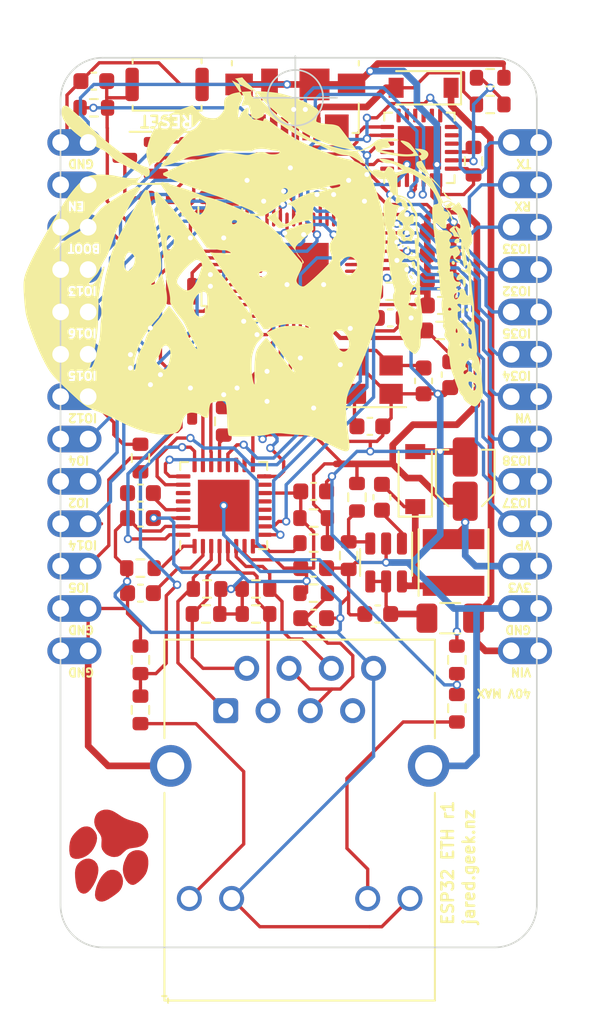
<source format=kicad_pcb>
(kicad_pcb (version 20211014) (generator pcbnew)
  (layers (0 "F.Cu" signal) (31 "B.Cu" signal) (34 "B.Paste" user) (35 "F.Paste" user) (36 "B.SilkS" user "B.Silkscreen") (37 "F.SilkS" user "F.Silkscreen") (38 "B.Mask" user) (39 "F.Mask" user) (44 "Edge.Cuts" user))
  (net 0 "")
  (net 1 "/MDI0_CT")
  (net 2 "GND")
  (net 3 "VBUS")
  (net 4 "/EN")
  (net 5 "/ETH_MDC")
  (net 6 "/S_VP")
  (net 7 "/S_VN")
  (net 8 "/IO34")
  (net 9 "/CAP1")
  (net 10 "/SDD3")
  (net 11 "/ETH_TXD1")
  (net 12 "/IO35")
  (net 13 "/IO32")
  (net 14 "/ETH_CRS_DV")
  (net 15 "/ETH_RXD1")
  (net 16 "/ETH_RXD0")
  (net 17 "+3V3")
  (net 18 "/IO33")
  (net 19 "/XTAL_P")
  (net 20 "/U0RXD")
  (net 21 "/XTAL_N")
  (net 22 "/SDD0")
  (net 23 "/VDD3P3")
  (net 24 "/ETH_TXEN")
  (net 25 "/SDD1")
  (net 26 "Net-(R4-Pad2)")
  (net 27 "/ETH_TXD0")
  (net 28 "/ETH_MDIO")
  (net 29 "/SDD2")
  (net 30 "/SDCK")
  (net 31 "/BOOT")
  (net 32 "/ETH_CLK")
  (net 33 "/IO14")
  (net 34 "/VDD_SDIO")
  (net 35 "/IO12")
  (net 36 "/SDCS")
  (net 37 "/IO13")
  (net 38 "Net-(C20-Pad1)")
  (net 39 "/AVDD10")
  (net 40 "/DVDD10")
  (net 41 "/U0TXD")
  (net 42 "/RSET")
  (net 43 "/RXDV")
  (net 44 "/ETH_RST")
  (net 45 "/RTL_LED1")
  (net 46 "/RTL_LED0")
  (net 47 "/MDI0_P")
  (net 48 "/MDI0_N")
  (net 49 "/ETH_LED0")
  (net 50 "/ETH_LED1")
  (net 51 "/MDI1_P")
  (net 52 "/MDI1_N")
  (net 53 "/IO15")
  (net 54 "/IO2")
  (net 55 "/IO4")
  (net 56 "/IO16")
  (net 57 "/IO5")
  (net 67 "Net-(Q1-Pad2)")
  (net 68 "Net-(Q2-Pad3)")
  (net 69 "Net-(R19-Pad1)")
  (net 70 "Net-(R21-Pad1)")
  (net 72 "/IO37")
  (net 73 "/IO38")
  (net 86 "Net-(R22-Pad2)")
  (net 87 "/LAN_3P3V")
  (net 88 "/CAP2")
  (net 89 "/SW")
  (net 90 "/FB")
  (net 91 "/USB_N")
  (net 92 "/USB_P")
  (net 93 "/VIN")
  (net 94 "Net-(C17-Pad1)")
  (net 95 "/RTS")
  (net 96 "/DTR")
  (net 97 "/3V3")
  (footprint "Resistor_SMD:R_0603_1608Metric" (layer "F.Cu") (at 26.4 34.6 -90)
    (fp_text reference "R24")
    (fp_text value "0R")
  )
  (footprint "Resistor_SMD:R_0603_1608Metric" (layer "F.Cu") (at 29.9375 58.75 180)
    (fp_text reference "R14")
    (fp_text value "49.9R 1%")
  )
  (footprint "Connector_RJ:RJ45_Hanrun_HR911105A" (layer "F.Cu") (at 31.12 64.5475)
    (fp_text reference "J2" hide)
    (fp_text value "HR911105A")
  )
  (footprint "Visclib:ProtoCastellatedHeader_65mil" (layer "F.Cu") (at 48.26 38.1)
    (fp_text reference "J20" hide)
    (fp_text value "ProtoCastellatedHeader" hide)
  )
  (footprint "Capacitor_SMD:C_0603_1608Metric" (layer "F.Cu") (at 44 40.25 180)
    (fp_text reference "C2")
    (fp_text value "100n")
  )
  (footprint "Visclib:ProtoCastellatedHeader_65mil" (layer "F.Cu") (at 22.86 48.26 180)
    (fp_text reference "J10" hide)
    (fp_text value "ProtoCastellatedHeader" hide)
  )
  (footprint "Inductor_SMD:L_Taiyo-Yuden_NR-40xx" (layer "F.Cu") (at 44.8 55.6625 90)
    (fp_text reference "L2")
    (fp_text value "10uH 1A")
  )
  (footprint "Visclib:ProtoCastellatedHeader_65mil" (layer "F.Cu") (at 48.26 45.72)
    (fp_text reference "J23" hide)
    (fp_text value "ProtoCastellatedHeader" hide)
  )
  (footprint "Resistor_SMD:R_0603_1608Metric" (layer "F.Cu") (at 26 56)
    (fp_text reference "R8")
    (fp_text value "2.49k 1%")
  )
  (footprint "Resistor_SMD:R_0603_1608Metric" (layer "F.Cu") (at 32.9375 58.75)
    (fp_text reference "R17")
    (fp_text value "49.9R 1%")
  )
  (footprint "Capacitor_SMD:C_0603_1608Metric" (layer "F.Cu") (at 26 57.5 180)
    (fp_text reference "C22")
    (fp_text value "100n")
  )
  (footprint "Package_DFN_QFN:QFN-24-1EP_4x4mm_P0.5mm_EP2.6x2.6mm" (layer "F.Cu") (at 42.75 30.8 90)
    (fp_text reference "U5")
    (fp_text value "CP2102N-Axx-xQFN24")
  )
  (footprint "Capacitor_SMD:C_0603_1608Metric" (layer "F.Cu") (at 44 38.75 180)
    (fp_text reference "C7")
    (fp_text value "100n")
  )
  (footprint "Capacitor_SMD:C_0603_1608Metric" (layer "F.Cu") (at 36.4 59 180)
    (fp_text reference "C3")
    (fp_text value "100n")
  )
  (footprint "Resistor_SMD:R_0603_1608Metric" (layer "F.Cu") (at 30 34.6 -90)
    (fp_text reference "R2")
    (fp_text value "2k")
  )
  (footprint "Capacitor_SMD:C_0603_1608Metric" (layer "F.Cu") (at 23.2 26.8)
    (fp_text reference "C10")
    (fp_text value "1u")
  )
  (footprint "Resistor_SMD:R_0603_1608Metric" (layer "F.Cu") (at 45 61.5 90)
    (fp_text reference "R11")
    (fp_text value "10k")
  )
  (footprint "Resistor_SMD:R_0603_1608Metric" (layer "F.Cu") (at 31 47.2 -90)
    (fp_text reference "R10")
    (fp_text value "10k")
  )
  (footprint "Resistor_SMD:R_0603_1608Metric" (layer "F.Cu") (at 38.5 55.25 -90)
    (fp_text reference "R7")
    (fp_text value "10k 1%")
  )
  (footprint "Visclib:ProtoCastellatedHeader_65mil" (layer "F.Cu") (at 22.86 33.02 180)
    (fp_text reference "J4" hide)
    (fp_text value "ProtoCastellatedHeader" hide)
  )
  (footprint "Capacitor_SMD:C_0603_1608Metric" (layer "F.Cu") (at 43 44.775 -90)
    (fp_text reference "C13")
    (fp_text value "22p")
  )
  (footprint "Visclib:ProtoCastellatedHeader_65mil" (layer "F.Cu") (at 22.86 40.64 180)
    (fp_text reference "J7" hide)
    (fp_text value "ProtoCastellatedHeader" hide)
  )
  (footprint "Diode_SMD:D_SOD-123" (layer "F.Cu") (at 43 27.2 180)
    (fp_text reference "D2")
    (fp_text value "FM240W")
  )
  (footprint "Visclib:ProtoCastellatedHeader_65mil" (layer "F.Cu") (at 48.26 50.8)
    (fp_text reference "J25" hide)
    (fp_text value "ProtoCastellatedHeader" hide)
  )
  (footprint "Resistor_SMD:R_0603_1608Metric" (layer "F.Cu") (at 30 57.25 180)
    (fp_text reference "R13")
    (fp_text value "50R 1%")
  )
  (footprint "Resistor_SMD:R_0603_1608Metric" (layer "F.Cu") (at 47 26.6 180)
    (fp_text reference "R20")
    (fp_text value "47k")
  )
  (footprint "Visclib:ProtoCastellatedHeader_65mil" (layer "F.Cu") (at 48.26 58.42)
    (fp_text reference "J27" hide)
    (fp_text value "ProtoCastellatedHeader" hide)
  )
  (footprint "Visclib:ProtoCastellatedHeader_65mil" (layer "F.Cu") (at 22.86 43.18 180)
    (fp_text reference "J8" hide)
    (fp_text value "ProtoCastellatedHeader" hide)
  )
  (footprint "Diode_SMD:D_SOD-123" (layer "F.Cu") (at 42.5 50.6625 90)
    (fp_text reference "D1")
    (fp_text value "FM240W")
  )
  (footprint "Fuse:Fuse_1206_3216Metric" (layer "F.Cu") (at 44.6 59 180)
    (fp_text reference "F1")
    (fp_text value "1A")
  )
  (footprint "Visclib:ProtoCastellatedHeader_65mil" (layer "F.Cu") (at 48.26 30.48)
    (fp_text reference "J17" hide)
    (fp_text value "ProtoCastellatedHeader" hide)
  )
  (footprint "Visclib:ProtoCastellatedHeader_65mil" (layer "F.Cu") (at 48.26 53.34)
    (fp_text reference "J26" hide)
    (fp_text value "ProtoCastellatedHeader" hide)
  )
  (footprint "Package_TO_SOT_SMD:SOT-23" (layer "F.Cu") (at 26 31.4 180)
    (fp_text reference "Q2")
    (fp_text value "2N7002")
  )
  (footprint "Resistor_SMD:R_0603_1608Metric" (layer "F.Cu") (at 32.9375 57.25)
    (fp_text reference "R18")
    (fp_text value "49.9R 1%")
  )
  (footprint "Capacitor_SMD:C_0603_1608Metric" (layer "F.Cu") (at 32 43.2 90)
    (fp_text reference "C8")
    (fp_text value "100n")
  )
  (footprint "Capacitor_SMD:C_0603_1608Metric" (layer "F.Cu") (at 36.4 56)
    (fp_text reference "C24" hide)
    (fp_text value "100n")
  )
  (footprint "Resistor_SMD:R_0603_1608Metric" (layer "F.Cu") (at 44 41.75 180)
    (fp_text reference "R3")
    (fp_text value "20K")
  )
  (footprint "Resistor_SMD:R_0603_1608Metric" (layer "F.Cu") (at 26 61.5 90)
    (fp_text reference "R12")
    (fp_text value "10k")
  )
  (footprint "Package_DFN_QFN:QFN-32-1EP_5x5mm_P0.5mm_EP3.1x3.1mm" (layer "F.Cu") (at 31 52.25 90)
    (fp_text reference "U4")
    (fp_text value "RTL8201F")
  )
  (footprint "Resistor_SMD:R_0603_1608Metric" (layer "F.Cu") (at 26 49.4 -90)
    (fp_text reference "R5")
    (fp_text value "10K")
  )
  (footprint "Capacitor_SMD:C_0603_1608Metric" (layer "F.Cu") (at 41 41 180)
    (fp_text reference "C16")
    (fp_text value "10n")
  )
  (footprint "Visclib:ProtoCastellatedHeader_65mil" (layer "F.Cu") (at 22.86 58.42 180)
    (fp_text reference "J14" hide)
    (fp_text value "ProtoCastellatedHeader" hide)
  )
  (footprint "Button_Switch_SMD:SW_Push_SPST_NO_Alps_SKRK" (layer "F.Cu") (at 27.6 27 180)
    (fp_text reference "SW1" hide)
    (fp_text value "RESET")
  )
  (footprint "Resistor_SMD:R_0603_1608Metric" (layer "F.Cu") (at 46 31.6 -90)
    (fp_text reference "R21")
    (fp_text value "10k")
  )
  (footprint "Visclib:ProtoCastellatedHeader_65mil" (layer "F.Cu") (at 48.26 35.56)
    (fp_text reference "J19" hide)
    (fp_text value "ProtoCastellatedHeader" hide)
  )
  (footprint "Resistor_SMD:R_0603_1608Metric" (layer "F.Cu") (at 34.4 45)
    (fp_text reference "R4")
    (fp_text value "499R")
  )
  (footprint "Visclib:ProtoCastellatedHeader_65mil" (layer "F.Cu") (at 22.86 53.34 180)
    (fp_text reference "J12" hide)
    (fp_text value "ProtoCastellatedHeader" hide)
  )
  (footprint "Visclib:ProtoCastellatedHeader_65mil" (layer "F.Cu") (at 48.26 43.18)
    (fp_text reference "J22" hide)
    (fp_text value "ProtoCastellatedHeader" hide)
  )
  (footprint "Visclib:wolfpaw-0.3" (layer "F.Cu") (at 24 73.5 180)
    (fp_text reference "LOGO1" hide)
    (fp_text value "Logo" hide)
  )
  (footprint "Resistor_SMD:R_0603_1608Metric" (layer "F.Cu") (at 47 28.2 180)
    (fp_text reference "R19")
    (fp_text value "22k")
  )
  (footprint "Resistor_SMD:R_0603_1608Metric" (layer "F.Cu") (at 36.4 57.5)
    (fp_text reference "R25")
    (fp_text value "0R")
  )
  (footprint "Resistor_SMD:R_0603_1608Metric" (layer "F.Cu") (at 36.4 53 180)
    (fp_text reference "L3")
    (fp_text value "FB 600R@100MHz 1.3A")
  )
  (footprint "Visclib:ProtoCastellatedHeader_65mil" (layer "F.Cu") (at 22.86 30.48 180)
    (fp_text reference "J3" hide)
    (fp_text value "ProtoCastellatedHeader" hide)
  )
  (footprint "Capacitor_SMD:C_0603_1608Metric" (layer "F.Cu") (at 36.4 51.4)
    (fp_text reference "C26")
    (fp_text value "100n")
  )
  (footprint "Visclib:ProtoCastellatedHeader_65mil" (layer "F.Cu") (at 22.86 60.96 180)
    (fp_text reference "J16" hide)
    (fp_text value "ProtoCastellatedHeader" hide)
  )
  (footprint "Capacitor_SMD:C_0603_1608Metric" (layer "F.Cu") (at 39.775 47.5)
    (fp_text reference "C12")
    (fp_text value "22p")
  )
  (footprint "Visclib:ProtoCastellatedHeader_65mil" (layer "F.Cu") (at 48.26 48.26)
    (fp_text reference "J24" hide)
    (fp_text value "ProtoCastellatedHeader" hide)
  )
  (footprint "Capacitor_SMD:C_0603_1608Metric" (layer "F.Cu") (at 44 37.2 180)
    (fp_text reference "C5")
    (fp_text value "10u")
  )
  (footprint "Resistor_SMD:R_0603_1608Metric" (layer "F.Cu") (at 39 51.75 -90)
    (fp_text reference "R6")
    (fp_text value "33k 1%")
  )
  (footprint "Visclib:ProtoCastellatedHeader_65mil" (layer "F.Cu") (at 22.86 55.88 180)
    (fp_text reference "J13" hide)
    (fp_text value "ProtoCastellatedHeader" hide)
  )
  (footprint "Resistor_SMD:R_0603_1608Metric" (layer "F.Cu") (at 28 34.6 -90)
    (fp_text reference "R23")
    (fp_text value "0R")
  )
  (footprint "Capacitor_SMD:C_0603_1608Metric" (layer "F.Cu") (at 44.6 44.4 90)
    (fp_text reference "C15")
    (fp_text value "3.3n")
  )
  (footprint "Package_TO_SOT_SMD:SOT-23" (layer "F.Cu") (at 30 31.4)
    (fp_text reference "Q1")
    (fp_text value "2N7002")
  )
  (footprint "Capacitor_SMD:C_0603_1608Metric" (layer "F.Cu") (at 26 53 180)
    (fp_text reference "C25")
    (fp_text value "100n")
  )
  (footprint "Visclib:ProtoCastellatedHeader_65mil" (layer "F.Cu") (at 22.86 35.56 180)
    (fp_text reference "J5" hide)
    (fp_text value "ProtoCastellatedHeader" hide)
  )
  (footprint "Resistor_SMD:R_0603_1608Metric" (layer "F.Cu") (at 26 64.5 -90)
    (fp_text reference "R15")
    (fp_text value "240R")
  )
  (footprint "Resistor_SMD:R_0603_1608Metric" (layer "F.Cu") (at 23.2 28.4 180)
    (fp_text reference "R1")
    (fp_text value "10k")
  )
  (footprint "Resistor_SMD:R_0603_1608Metric" (layer "F.Cu") (at 34.4 46.8)
    (fp_text reference "R22")
    (fp_text value "499R")
  )
  (footprint "Capacitor_SMD:C_0603_1608Metric" (layer "F.Cu") (at 36.4 44.8 90)
    (fp_text reference "C9")
    (fp_text value "100n")
  )
  (footprint "Connector_USB:USB_Micro-B_Molex_47346-0001" (layer "F.Cu") (at 35.3 28.2 180)
    (fp_text reference "J1")
    (fp_text value "USB_B_Micro")
  )
  (footprint "Resistor_SMD:R_0603_1608Metric" (layer "F.Cu") (at 36.4 54.5 180)
    (fp_text reference "R9")
    (fp_text value "10k")
  )
  (footprint "Visclib:ProtoCastellatedHeader_65mil" (layer "F.Cu") (at 48.26 60.96)
    (fp_text reference "J28" hide)
    (fp_text value "ProtoCastellatedHeader" hide)
  )
  (footprint "Package_TO_SOT_SMD:SOT-23-6" (layer "F.Cu") (at 40.75 55.6625 -90)
    (fp_text reference "U3")
    (fp_text value "LV2842XLVDDCR")
  )
  (footprint "Visclib:ProtoCastellatedHeader_65mil" (layer "F.Cu") (at 48.26 40.64)
    (fp_text reference "J21" hide)
    (fp_text value "ProtoCastellatedHeader" hide)
  )
  (footprint "Capacitor_SMD:C_0603_1608Metric" (layer "F.Cu") (at 37 32.75)
    (fp_text reference "C19")
    (fp_text value "100n")
  )
  (footprint "Visclib:ProtoCastellatedHeader_65mil" (layer "F.Cu") (at 48.26 55.88)
    (fp_text reference "J15" hide)
    (fp_text value "ProtoCastellatedHeader" hide)
  )
  (footprint "Resistor_SMD:R_0603_1608Metric" (layer "F.Cu") (at 45 64.4 -90)
    (fp_text reference "R16")
    (fp_text value "240R")
  )
  (footprint "Resistor_SMD:R_0603_1608Metric" (layer "F.Cu") (at 41 39.4)
    (fp_text reference "L1")
    (fp_text value "FB 600R@100MHz 1.3A")
  )
  (footprint "Capacitor_SMD:C_0603_1608Metric" (layer "F.Cu") (at 31.6 34.6 -90)
    (fp_text reference "C14")
    (fp_text value "4.7u")
  )
  (footprint "Capacitor_SMD:C_0603_1608Metric" (layer "F.Cu") (at 40.25 58.75 180)
    (fp_text reference "C18")
    (fp_text value "2.2u")
  )
  (footprint "Visclib:ProtoCastellatedHeader_65mil" (layer "F.Cu") (at 22.86 38.1 180)
    (fp_text reference "J6" hide)
    (fp_text value "ProtoCastellatedHeader" hide)
  )
  (footprint "Package_SO:SOIC-8_5.23x5.23mm_P1.27mm" (layer "F.Cu") (at 27.2 43 -90)
    (fp_text reference "U2")
    (fp_text value "W25Q32")
  )
  (footprint "Capacitor_SMD:C_0603_1608Metric" (layer "F.Cu") (at 40.5 51.75 90)
    (fp_text reference "C20")
    (fp_text value "100n")
  )
  (footprint "Visclib:ESP32-REDUCED" (layer "F.Cu") (at 35.817964 37.982134 180)
    (fp_text reference "U1")
    (fp_text value "ESP32-U4WDH" hide)
  )
  (footprint "Visclib:ProtoCastellatedHeader_65mil" (layer "F.Cu") (at 48.26 33.02)
    (fp_text reference "J18" hide)
    (fp_text value "ProtoCastellatedHeader" hide)
  )
  (footprint "Capacitor_SMD:C_0603_1608Metric" (layer "F.Cu") (at 44 35.8 180)
    (fp_text reference "C11")
    (fp_text value "1u")
  )
  (footprint "Visclib:ProtoCastellatedHeader_65mil" (layer "F.Cu") (at 22.86 45.72 180)
    (fp_text reference "J9" hide)
    (fp_text value "ProtoCastellatedHeader" hide)
  )
  (footprint "Capacitor_SMD:C_Elec_3x5.4" (layer "F.Cu") (at 45.5 50.6625 90)
    (fp_text reference "C21")
    (fp_text value "4.7u")
  )
  (footprint "Capacitor_SMD:C_0603_1608Metric" (layer "F.Cu") (at 26 51.5 180)
    (fp_text reference "C23")
    (fp_text value "100n")
  )
  (footprint "Visclib:ProtoCastellatedHeader_65mil" (layer "F.Cu") (at 22.86 50.8 180)
    (fp_text reference "J11" hide)
    (fp_text value "ProtoCastellatedHeader" hide)
  )
  (footprint "Crystal:Crystal_SMD_3225-4Pin_3.2x2.5mm" (layer "F.Cu") (at 39.95 44.7)
    (fp_text reference "Y1")
    (fp_text value "40MHz ±10ppm")
  )
  (gr_poly (pts (xy 45.206863 36.242692) (xy 45.207712 36.243591) (xy 45.215121 36.259819) (xy 45.20686 36.243416) (xy 45.206436 36.242605) (xy 45.206017 36.241793)) (layer "F.SilkS") (width 0) (fill solid))
  (gr_poly (pts (xy 35.384539 37.065167) (xy 35.408827 37.097722) (xy 35.434149 37.133378) (xy 35.469289 37.181439) (xy 35.504945 37.22898) (xy 35.576259 37.320447) (xy 35.704417 37.484262) (xy 35.731288 37.519402) (xy 35.754543 37.551958) (xy 35.774697 37.581413) (xy 35.790199 37.607768) (xy 35.796916 37.619654) (xy 35.801566 37.630507) (xy 35.805701 37.640842) (xy 35.808284 37.649626) (xy 35.809318 37.657894) (xy 35.809318 37.664612) (xy 35.807768 37.670814) (xy 35.804152 37.675464) (xy 35.801568 37.679082) (xy 35.798468 37.682699) (xy 35.7964 37.686317) (xy 35.793816 37.69045) (xy 35.792264 37.694068) (xy 35.790197 37.698202) (xy 35.787096 37.706471) (xy 35.781928 37.721457) (xy 35.779344 37.728174) (xy 35.778312 37.731276) (xy 35.77676 37.734375) (xy 35.775211 37.73696) (xy 35.77366 37.739026) (xy 35.771592 37.741094) (xy 35.77004 37.742128) (xy 35.767972 37.74316) (xy 35.765388 37.744194) (xy 35.762804 37.744194) (xy 35.759702 37.743677) (xy 35.756602 37.742645) (xy 35.752984 37.741094) (xy 35.74885 37.739026) (xy 35.744716 37.736443) (xy 35.739548 37.733342) (xy 35.734381 37.729208) (xy 35.728696 37.72404) (xy 35.7225 37.718876) (xy 35.7225 37.718854) (xy 35.722494 37.718849) (xy 35.72147 37.693034) (xy 35.718887 37.667713) (xy 35.714752 37.642908) (xy 35.709585 37.61862) (xy 35.703384 37.59485) (xy 35.695631 37.571595) (xy 35.686846 37.548857) (xy 35.677028 37.526636) (xy 35.665659 37.504416) (xy 35.652741 37.483228) (xy 35.639304 37.462041) (xy 35.623802 37.44137) (xy 35.607782 37.420699) (xy 35.590211 37.400546) (xy 35.571091 37.380909) (xy 35.550937 37.361271) (xy 35.534918 37.345252) (xy 35.518898 37.3282) (xy 35.503395 37.309078) (xy 35.487376 37.289441) (xy 35.471873 37.268255) (xy 35.45637 37.246033) (xy 35.441901 37.223295) (xy 35.427431 37.199524) (xy 35.413478 37.175753) (xy 35.400042 37.150949) (xy 35.38764 37.126145) (xy 35.376272 37.10134) (xy 35.36542 37.076535) (xy 35.355085 37.052246) (xy 35.346299 37.027959) (xy 35.338547 37.004187)) (layer "F.SilkS") (width 0) (fill solid))
  (gr_poly (pts (xy 45.059725 36.233008) (xy 45.069289 36.234187) (xy 45.078488 36.236152) (xy 45.087292 36.238885) (xy 45.095681 36.242372) (xy 45.103621 36.246596) (xy 45.111084 36.25154) (xy 45.118052 36.257189) (xy 45.124489 36.263528) (xy 45.130371 36.27054) (xy 45.135676 36.278207) (xy 45.140372 36.286516) (xy 45.144432 36.295451) (xy 45.147831 36.304994) (xy 45.150544 36.315131) (xy 45.15254 36.325844) (xy 45.153792 36.337119) (xy 45.15428 36.348938) (xy 45.153969 36.361287) (xy 45.152836 36.37415) (xy 45.150852 36.387509) (xy 45.147991 36.401348) (xy 45.144389 36.413718) (xy 45.139569 36.425524) (xy 45.13362 36.436754) (xy 45.126627 36.447391) (xy 45.118672 36.457425) (xy 45.109837 36.466841) (xy 45.100209 36.475625) (xy 45.089869 36.483765) (xy 45.0789 36.491246) (xy 45.067389 36.498054) (xy 45.055416 36.504177) (xy 45.043068 36.509601) (xy 45.030428 36.514312) (xy 45.01758 36.518296) (xy 45.004605 36.521541) (xy 44.991589 36.524031) (xy 44.978611 36.525755) (xy 44.965763 36.526698) (xy 44.953129 36.526847) (xy 44.940781 36.526187) (xy 44.928812 36.524707) (xy 44.917303 36.522392) (xy 44.90634 36.519227) (xy 44.896004 36.515201) (xy 44.88638 36.510299) (xy 44.877549 36.504508) (xy 44.869601 36.497814) (xy 44.862612 36.490204) (xy 44.856669 36.481664) (xy 44.851857 36.472181) (xy 44.848261 36.461741) (xy 44.845961 36.450329) (xy 44.845436 36.445393) (xy 44.845192 36.440315) (xy 44.845221 36.435103) (xy 44.845516 36.429769) (xy 44.84688 36.418784) (xy 44.849243 36.407446) (xy 44.852553 36.395847) (xy 44.856764 36.384073) (xy 44.861828 36.372215) (xy 44.867701 36.36036) (xy 44.874333 36.348602) (xy 44.881676 36.337024) (xy 44.889685 36.32572) (xy 44.898308 36.314778) (xy 44.907503 36.304285) (xy 44.917225 36.294334) (xy 44.92742 36.28501) (xy 44.938048 36.276405) (xy 44.949864 36.267895) (xy 44.961613 36.260348) (xy 44.973265 36.253743) (xy 44.984787 36.248068) (xy 44.996165 36.243306) (xy 45.007361 36.239441) (xy 45.018353 36.236457) (xy 45.029112 36.234337) (xy 45.039612 36.233066) (xy 45.049828 36.232628)) (layer "F.SilkS") (width 0) (fill solid))
  (gr_poly (pts (xy 29.067604 29.5788) (xy 29.067532 29.582549) (xy 29.067275 29.586272) (xy 29.066835 29.589965) (xy 29.066215 29.59362) (xy 29.065416 29.597232) (xy 29.064443 29.600794) (xy 29.063296 29.604299) (xy 29.06198 29.607742) (xy 29.060496 29.611116) (xy 29.058847 29.614415) (xy 29.057036 29.617633) (xy 29.055065 29.620763) (xy 29.052937 29.623799) (xy 29.050655 29.626735) (xy 29.04822 29.629564) (xy 29.045636 29.63228) (xy 29.04292 29.634864) (xy 29.040091 29.637299) (xy 29.037155 29.639581) (xy 29.034119 29.641709) (xy 29.030989 29.64368) (xy 29.027771 29.645491) (xy 29.024472 29.64714) (xy 29.021098 29.648624) (xy 29.017655 29.64994) (xy 29.01415 29.651087) (xy 29.010588 29.65206) (xy 29.006977 29.652859) (xy 29.003322 29.653479) (xy 28.999629 29.65392) (xy 28.995906 29.654177) (xy 28.992157 29.654248) (xy 28.874851 29.654248) (xy 28.897072 29.639779) (xy 28.921877 29.62686) (xy 28.946682 29.615491) (xy 28.973037 29.605156) (xy 29.000943 29.595854) (xy 29.032465 29.586552) (xy 29.067605 29.576733)) (layer "F.SilkS") (width 0) (fill solid))
  (gr_poly (pts (xy 42.447548 38.795437) (xy 42.451924 38.795736) (xy 42.456133 38.796206) (xy 42.460165 38.796845) (xy 42.46402 38.797649) (xy 42.467692 38.798614) (xy 42.47118 38.799735) (xy 42.474476 38.801012) (xy 42.477576 38.802439) (xy 42.480477 38.804013) (xy 42.483172 38.805728) (xy 42.485657 38.807586) (xy 42.487929 38.809576) (xy 42.489981 38.811701) (xy 42.491812 38.813954) (xy 42.493416 38.816331) (xy 42.494101 38.817581) (xy 42.494789 38.818831) (xy 42.495924 38.821448) (xy 42.496821 38.824178) (xy 42.497145 38.825598) (xy 42.497473 38.827019) (xy 42.497872 38.829967) (xy 42.49802 38.833018) (xy 42.497908 38.836169) (xy 42.497532 38.839416) (xy 42.496893 38.842754) (xy 42.495976 38.846181) (xy 42.494789 38.849694) (xy 42.493317 38.853288) (xy 42.489813 38.860508) (xy 42.485785 38.867612) (xy 42.481276 38.874559) (xy 42.476345 38.881306) (xy 42.471028 38.887815) (xy 42.465376 38.894043) (xy 42.459437 38.899954) (xy 42.453257 38.905504) (xy 42.446888 38.910654) (xy 42.440373 38.915364) (xy 42.43376 38.919591) (xy 42.427096 38.923297) (xy 42.420428 38.926442) (xy 42.413805 38.928985) (xy 42.410525 38.930017) (xy 42.407276 38.930884) (xy 42.404061 38.93158) (xy 42.400885 38.9321) (xy 42.39774 38.932443) (xy 42.394612 38.932613) (xy 42.391505 38.932614) (xy 42.38842 38.93245) (xy 42.385372 38.932124) (xy 42.382357 38.931641) (xy 42.379381 38.931003) (xy 42.376448 38.930213) (xy 42.373564 38.929277) (xy 42.370732 38.928197) (xy 42.367956 38.926977) (xy 42.365244 38.925621) (xy 42.362597 38.924133) (xy 42.36002 38.922515) (xy 42.357521 38.920772) (xy 42.355101 38.918907) (xy 42.352764 38.916925) (xy 42.350516 38.914827) (xy 42.34836 38.912619) (xy 42.346304 38.910302) (xy 42.344349 38.907883) (xy 42.342501 38.905363) (xy 42.340765 38.902747) (xy 42.339144 38.90004) (xy 42.337641 38.897242) (xy 42.336264 38.894359) (xy 42.33502 38.891394) (xy 42.333905 38.88835) (xy 42.332928 38.885231) (xy 42.332096 38.882042) (xy 42.331408 38.878786) (xy 42.330876 38.875467) (xy 42.330553 38.872117) (xy 42.330496 38.868776) (xy 42.3307 38.865445) (xy 42.331156 38.862131) (xy 42.331864 38.858839) (xy 42.332817 38.855575) (xy 42.334004 38.852342) (xy 42.335421 38.849145) (xy 42.337065 38.845991) (xy 42.338925 38.842884) (xy 42.341 38.83983) (xy 42.343281 38.836831) (xy 42.348444 38.831027) (xy 42.354365 38.825512) (xy 42.360993 38.820327) (xy 42.368285 38.815513) (xy 42.376192 38.811109) (xy 42.384669 38.807155) (xy 42.393664 38.803691) (xy 42.403132 38.800761) (xy 42.413029 38.798402) (xy 42.4233 38.796656) (xy 42.428452 38.796039) (xy 42.433461 38.795613) (xy 42.438317 38.795372) (xy 42.443016 38.795316)) (layer "F.SilkS") (width 0) (fill solid))
  (gr_poly (pts (xy 45.642292 40.411058) (xy 45.647772 40.411427) (xy 45.653069 40.412062) (xy 45.658181 40.412959) (xy 45.663103 40.41412) (xy 45.667839 40.41554) (xy 45.672385 40.417216) (xy 45.676731 40.419146) (xy 45.680888 40.421329) (xy 45.684843 40.423762) (xy 45.688597 40.426441) (xy 45.692148 40.429366) (xy 45.695492 40.432534) (xy 45.698628 40.435944) (xy 45.701556 40.439592) (xy 45.704272 40.443475) (xy 45.706772 40.447592) (xy 45.709055 40.45194) (xy 45.711121 40.456517) (xy 45.712963 40.461322) (xy 45.714585 40.46635) (xy 45.715977 40.471601) (xy 45.71714 40.477072) (xy 45.718077 40.48276) (xy 45.718777 40.488663) (xy 45.719244 40.49478) (xy 45.719471 40.501106) (xy 45.71946 40.507642) (xy 45.719208 40.514383) (xy 45.718176 40.527169) (xy 45.716536 40.539172) (xy 45.714323 40.55039) (xy 45.711573 40.560819) (xy 45.708311 40.570458) (xy 45.704577 40.579306) (xy 45.700396 40.58736) (xy 45.695809 40.594617) (xy 45.690836 40.601077) (xy 45.68552 40.606737) (xy 45.679892 40.611596) (xy 45.673981 40.61565) (xy 45.66782 40.618901) (xy 45.66144 40.621342) (xy 45.654877 40.622974) (xy 45.648159 40.623795) (xy 45.641323 40.623801) (xy 45.6344 40.622993) (xy 45.627421 40.621367) (xy 45.620417 40.618921) (xy 45.613425 40.615653) (xy 45.606472 40.611563) (xy 45.599596 40.606647) (xy 45.592823 40.600904) (xy 45.586191 40.594331) (xy 45.579731 40.586927) (xy 45.573471 40.578689) (xy 45.567452 40.569616) (xy 45.561699 40.559706) (xy 45.556248 40.548957) (xy 45.551129 40.537366) (xy 45.546372 40.524933) (xy 45.544617 40.519601) (xy 45.543152 40.514335) (xy 45.541975 40.509138) (xy 45.541085 40.50402) (xy 45.540476 40.49898) (xy 45.540148 40.494026) (xy 45.540093 40.489165) (xy 45.540312 40.4844) (xy 45.5408 40.479735) (xy 45.541552 40.475178) (xy 45.542569 40.470731) (xy 45.543841 40.466401) (xy 45.545369 40.462195) (xy 45.547148 40.458115) (xy 45.549176 40.454167) (xy 45.551453 40.450357) (xy 45.553973 40.44669) (xy 45.556729 40.44317) (xy 45.559719 40.439802) (xy 45.562945 40.436593) (xy 45.566401 40.433547) (xy 45.57008 40.430671) (xy 45.573984 40.427966) (xy 45.578104 40.425441) (xy 45.582444 40.4231) (xy 45.586996 40.420946) (xy 45.591755 40.418988) (xy 45.59672 40.41723) (xy 45.601893 40.415674) (xy 45.60726 40.41433) (xy 45.612824 40.413199) (xy 45.61858 40.412288) (xy 45.624768 40.41157) (xy 45.630783 40.411126) (xy 45.63662 40.410957)) (layer "F.SilkS") (width 0) (fill solid))
  (gr_poly (pts (xy 44.882485 35.531288) (xy 44.89637 35.561699) (xy 44.896368 35.561704) (xy 44.896371 35.561709) (xy 44.893132 35.572364) (xy 44.887429 35.588383) (xy 44.884173 35.596217) (xy 44.880589 35.603857) (xy 44.876641 35.611245) (xy 44.872284 35.618325) (xy 44.867476 35.625036) (xy 44.862181 35.631323) (xy 44.859173 35.636328) (xy 44.858116 35.642658) (xy 44.858948 35.650372) (xy 44.861616 35.659534) (xy 44.866053 35.670208) (xy 44.8722 35.682455) (xy 44.889387 35.711921) (xy 45.014551 35.905259) (xy 45.057539 35.974968) (xy 45.104241 36.05423) (xy 45.154171 36.143546) (xy 45.180205 36.19213) (xy 45.206017 36.241793) (xy 45.201927 36.23746) (xy 45.190449 36.226451) (xy 45.178295 36.215874) (xy 45.16552 36.205769) (xy 45.152161 36.196174) (xy 45.138268 36.18713) (xy 45.123892 36.178676) (xy 45.10908 36.170851) (xy 45.093876 36.163696) (xy 45.078337 36.157246) (xy 45.062496 36.151545) (xy 45.046412 36.146631) (xy 45.030129 36.142543) (xy 45.013693 36.139322) (xy 44.997153 36.137005) (xy 44.980557 36.135632) (xy 44.963948 36.135245) (xy 44.94738 36.135879) (xy 44.930901 36.137577) (xy 44.923548 36.138448) (xy 44.916355 36.139032) (xy 44.909333 36.13933) (xy 44.902472 36.139345) (xy 44.895781 36.139078) (xy 44.889263 36.138532) (xy 44.88292 36.137709) (xy 44.876757 36.13661) (xy 44.870768 36.135238) (xy 44.864968 36.133593) (xy 44.859352 36.13168) (xy 44.85392 36.129498) (xy 44.848685 36.127052) (xy 44.843636 36.124341) (xy 44.838787 36.121369) (xy 44.834135 36.118137) (xy 44.829687 36.114646) (xy 44.825444 36.110899) (xy 44.821404 36.1069) (xy 44.817576 36.102648) (xy 44.813959 36.098147) (xy 44.810557 36.093396) (xy 44.807371 36.0884) (xy 44.804407 36.083161) (xy 44.801665 36.077678) (xy 44.799149 36.071956) (xy 44.79686 36.065995) (xy 44.7948 36.059798) (xy 44.792977 36.053367) (xy 44.791388 36.046705) (xy 44.790036 36.039811) (xy 44.788927 36.032689) (xy 44.787932 36.026347) (xy 44.786669 36.019911) (xy 44.783364 36.006803) (xy 44.779087 35.993463) (xy 44.773896 35.979987) (xy 44.767857 35.966473) (xy 44.761032 35.953018) (xy 44.753485 35.939719) (xy 44.745283 35.926673) (xy 44.736492 35.913978) (xy 44.727173 35.901731) (xy 44.717388 35.890029) (xy 44.707205 35.878969) (xy 44.696684 35.868649) (xy 44.685892 35.859166) (xy 44.674897 35.850618) (xy 44.663756 35.843099) (xy 44.635388 35.824615) (xy 44.611325 35.806989) (xy 44.600928 35.798425) (xy 44.591637 35.789989) (xy 44.58346 35.78165) (xy 44.576405 35.773381) (xy 44.570481 35.765151) (xy 44.565701 35.756932) (xy 44.562073 35.748694) (xy 44.559605 35.740409) (xy 44.558308 35.732047) (xy 44.558188 35.72358) (xy 44.55926 35.714977) (xy 44.561528 35.706209) (xy 44.565008 35.697249) (xy 44.569704 35.688067) (xy 44.575625 35.678632) (xy 44.582781 35.668918) (xy 44.591185 35.658893) (xy 44.600844 35.64853) (xy 44.611769 35.637799) (xy 44.623965 35.626669) (xy 44.65222 35.603103) (xy 44.685685 35.577599) (xy 44.724432 35.549924) (xy 44.768544 35.519844) (xy 44.792176 35.503564) (xy 44.814568 35.487238) (xy 44.835713 35.470898) (xy 44.848681 35.460255)) (layer "F.SilkS") (width 0) (fill solid))
  (gr_poly (pts (xy 22.919662 41.754804) (xy 22.947567 41.782708) (xy 22.965654 41.85402) (xy 22.965654 42.004916) (xy 22.947567 42.076228) (xy 22.919662 42.104133) (xy 22.89434 42.117053) (xy 22.828195 42.117053) (xy 22.802873 42.104133) (xy 22.774968 42.076228) (xy 22.756881 42.004916) (xy 22.756881 41.85402) (xy 22.774968 41.782708) (xy 22.802873 41.754804) (xy 22.828195 41.741885) (xy 22.89434 41.741885)) (layer "F.SilkS") (width 0) (fill solid))
  (gr_poly (pts (xy 45.425301 40.373959) (xy 45.429705 40.375458) (xy 45.433604 40.378145) (xy 45.436961 40.382047) (xy 45.439732 40.387184) (xy 45.441876 40.393584) (xy 45.443352 40.401271) (xy 45.444113 40.410268) (xy 45.444121 40.420599) (xy 45.443333 40.43229) (xy 45.441704 40.445364) (xy 45.439192 40.459848) (xy 45.435761 40.475763) (xy 45.430825 40.49871) (xy 45.426541 40.522472) (xy 45.42298 40.546358) (xy 45.420212 40.569684) (xy 45.418309 40.59176) (xy 45.417343 40.611897) (xy 45.417233 40.621022) (xy 45.417383 40.629405) (xy 45.417805 40.63696) (xy 45.418499 40.6436) (xy 45.418801 40.646674) (xy 45.418856 40.649742) (xy 45.41868 40.652799) (xy 45.418272 40.65584) (xy 45.417641 40.658859) (xy 45.416788 40.661854) (xy 45.415728 40.664819) (xy 45.414456 40.66775) (xy 45.412979 40.670642) (xy 45.411309 40.673489) (xy 45.409445 40.676289) (xy 45.407393 40.679035) (xy 45.402748 40.684352) (xy 45.397419 40.689401) (xy 45.391453 40.694144) (xy 45.384884 40.698549) (xy 45.37776 40.702575) (xy 45.370125 40.706185) (xy 45.362017 40.709343) (xy 45.35348 40.712013) (xy 45.344557 40.714155) (xy 45.335293 40.715736) (xy 45.322172 40.717146) (xy 45.310597 40.717511) (xy 45.300536 40.71673) (xy 45.296072 40.715879) (xy 45.291975 40.714703) (xy 45.288248 40.713188) (xy 45.284884 40.711325) (xy 45.28188 40.709098) (xy 45.279236 40.706496) (xy 45.276947 40.703505) (xy 45.275011 40.700114) (xy 45.273424 40.696307) (xy 45.272185 40.692077) (xy 45.271284 40.687406) (xy 45.270727 40.682284) (xy 45.270624 40.670633) (xy 45.271839 40.657022) (xy 45.274361 40.641349) (xy 45.278153 40.623513) (xy 45.283196 40.603413) (xy 45.289463 40.580945) (xy 45.296936 40.556011) (xy 45.296936 40.556012) (xy 45.302504 40.538862) (xy 45.308417 40.522413) (xy 45.314629 40.506687) (xy 45.321097 40.491714) (xy 45.327784 40.477513) (xy 45.334645 40.46411) (xy 45.341637 40.45153) (xy 45.348717 40.439798) (xy 45.355845 40.428935) (xy 45.362976 40.41897) (xy 45.370072 40.409926) (xy 45.377089 40.401826) (xy 45.383984 40.394695) (xy 45.390717 40.388557) (xy 45.39724 40.383436) (xy 45.403517 40.379359) (xy 45.4095 40.376348) (xy 45.415156 40.374428) (xy 45.420435 40.373624)) (layer "F.SilkS") (width 0) (fill solid))
  (gr_poly (pts (xy 44.774344 37.573881) (xy 44.780957 37.574565) (xy 44.787585 37.575844) (xy 44.794205 37.577704) (xy 44.800789 37.580126) (xy 44.807316 37.5831) (xy 44.813755 37.586607) (xy 44.820088 37.590636) (xy 44.826285 37.595169) (xy 44.83232 37.600192) (xy 44.838171 37.60569) (xy 44.843811 37.61165) (xy 44.849213 37.618054) (xy 44.854351 37.624888) (xy 44.859207 37.632137) (xy 44.863749 37.639786) (xy 44.867953 37.647822) (xy 44.871792 37.656227) (xy 44.875241 37.66499) (xy 44.878281 37.674092) (xy 44.880877 37.683519) (xy 44.883007 37.693258) (xy 44.884651 37.703291) (xy 44.88518 37.708108) (xy 44.885449 37.712898) (xy 44.885464 37.717655) (xy 44.885231 37.722372) (xy 44.884756 37.727042) (xy 44.884045 37.731657) (xy 44.883101 37.736212) (xy 44.881928 37.740699) (xy 44.880535 37.745112) (xy 44.878928 37.749442) (xy 44.877108 37.753684) (xy 44.875084 37.757832) (xy 44.87286 37.761876) (xy 44.870444 37.765813) (xy 44.86784 37.769634) (xy 44.865052 37.773331) (xy 44.862088 37.776901) (xy 44.858948 37.780333) (xy 44.855645 37.783621) (xy 44.852177 37.786761) (xy 44.848553 37.789744) (xy 44.84478 37.792562) (xy 44.840861 37.795209) (xy 44.836804 37.79768) (xy 44.832611 37.799966) (xy 44.828293 37.802062) (xy 44.823849 37.803959) (xy 44.819285 37.805651) (xy 44.814612 37.807132) (xy 44.809832 37.808395) (xy 44.804949 37.809431) (xy 44.799969 37.810236) (xy 44.790921 37.811069) (xy 44.782145 37.811081) (xy 44.773648 37.810311) (xy 44.765452 37.80879) (xy 44.757569 37.806556) (xy 44.750008 37.803642) (xy 44.742789 37.800082) (xy 44.735924 37.795912) (xy 44.729428 37.791167) (xy 44.723317 37.78588) (xy 44.7176 37.780089) (xy 44.712296 37.773824) (xy 44.707421 37.767123) (xy 44.702984 37.760021) (xy 44.699 37.752551) (xy 44.695488 37.744748) (xy 44.692459 37.736649) (xy 44.689928 37.728285) (xy 44.687908 37.719694) (xy 44.686413 37.710909) (xy 44.685456 37.701966) (xy 44.685061 37.692897) (xy 44.685229 37.683741) (xy 44.68598 37.674528) (xy 44.687329 37.665298) (xy 44.689293 37.65608) (xy 44.69188 37.646914) (xy 44.695109 37.63783) (xy 44.698992 37.628866) (xy 44.703545 37.620056) (xy 44.708781 37.611434) (xy 44.714712 37.603036) (xy 44.719765 37.596952) (xy 44.725085 37.59161) (xy 44.730652 37.586999) (xy 44.736437 37.583102) (xy 44.742417 37.579905) (xy 44.748568 37.57739) (xy 44.75486 37.575546) (xy 44.761269 37.574356) (xy 44.767773 37.573806)) (layer "F.SilkS") (width 0) (fill solid))
  (gr_poly (pts (xy 42.280228 37.040648) (xy 42.283953 37.041211) (xy 42.287709 37.041996) (xy 42.291437 37.042932) (xy 42.295132 37.044011) (xy 42.298796 37.045231) (xy 42.302416 37.046587) (xy 42.305989 37.048073) (xy 42.312977 37.051418) (xy 42.319712 37.055227) (xy 42.326157 37.05946) (xy 42.332268 37.064081) (xy 42.338009 37.06905) (xy 42.343329 37.074329) (xy 42.348193 37.079877) (xy 42.350441 37.082741) (xy 42.352557 37.085658) (xy 42.354536 37.088624) (xy 42.356377 37.091633) (xy 42.358069 37.09468) (xy 42.359612 37.097762) (xy 42.361 37.100872) (xy 42.362225 37.104007) (xy 42.363285 37.107162) (xy 42.364172 37.110329) (xy 42.36488 37.113507) (xy 42.365408 37.11669) (xy 42.365753 37.119897) (xy 42.365921 37.123148) (xy 42.365912 37.126438) (xy 42.36574 37.12976) (xy 42.365401 37.133108) (xy 42.364897 37.136477) (xy 42.364237 37.139858) (xy 42.363421 37.143249) (xy 42.362452 37.14664) (xy 42.36134 37.150028) (xy 42.360085 37.153405) (xy 42.358689 37.156767) (xy 42.357157 37.160106) (xy 42.355492 37.163416) (xy 42.353701 37.166693) (xy 42.35178 37.169929) (xy 42.349741 37.173117) (xy 42.347584 37.176254) (xy 42.345316 37.179331) (xy 42.342936 37.182345) (xy 42.340449 37.185287) (xy 42.33786 37.188153) (xy 42.335177 37.190934) (xy 42.332392 37.193628) (xy 42.329521 37.196225) (xy 42.326561 37.198722) (xy 42.323517 37.201111) (xy 42.320393 37.203388) (xy 42.317192 37.205546) (xy 42.313921 37.207576) (xy 42.310576 37.209477) (xy 42.307173 37.211239) (xy 42.303736 37.21278) (xy 42.300305 37.214021) (xy 42.296885 37.214968) (xy 42.29348 37.215623) (xy 42.290097 37.215994) (xy 42.286736 37.216084) (xy 42.283409 37.215898) (xy 42.280117 37.21544) (xy 42.276869 37.214716) (xy 42.273669 37.213732) (xy 42.270521 37.21249) (xy 42.267428 37.210999) (xy 42.264401 37.209258) (xy 42.261441 37.207277) (xy 42.258553 37.205058) (xy 42.255745 37.202607) (xy 42.253016 37.199929) (xy 42.25038 37.197028) (xy 42.247837 37.193909) (xy 42.245392 37.190579) (xy 42.243052 37.187039) (xy 42.240824 37.183296) (xy 42.238709 37.179355) (xy 42.236716 37.175221) (xy 42.234848 37.170898) (xy 42.233109 37.166391) (xy 42.231505 37.161704) (xy 42.230044 37.156844) (xy 42.227564 37.146621) (xy 42.225712 37.135761) (xy 42.225048 37.130227) (xy 42.224585 37.1248) (xy 42.224312 37.119484) (xy 42.224232 37.114288) (xy 42.224337 37.109213) (xy 42.224625 37.104269) (xy 42.225088 37.099463) (xy 42.225733 37.094796) (xy 42.226544 37.090278) (xy 42.227524 37.085915) (xy 42.228669 37.081712) (xy 42.229973 37.077675) (xy 42.231432 37.073812) (xy 42.233044 37.070125) (xy 42.234808 37.066624) (xy 42.236716 37.063314) (xy 42.238764 37.060199) (xy 42.240952 37.057288) (xy 42.243273 37.054587) (xy 42.245724 37.052099) (xy 42.248301 37.049832) (xy 42.251005 37.047792) (xy 42.253825 37.045984) (xy 42.25676 37.044418) (xy 42.259808 37.043094) (xy 42.262965 37.042023) (xy 42.266224 37.041209) (xy 42.269585 37.040658) (xy 42.273041 37.040377) (xy 42.276589 37.040372)) (layer "F.SilkS") (width 0) (fill solid))
  (gr_poly (pts (xy 22.894341 44.281785) (xy 22.919662 44.294704) (xy 22.947568 44.323125) (xy 22.965654 44.393922) (xy 22.965654 44.545333) (xy 22.947568 44.61613) (xy 22.919662 44.644552) (xy 22.894341 44.656953) (xy 22.828195 44.656953) (xy 22.802874 44.644552) (xy 22.774968 44.61613) (xy 22.756882 44.545333) (xy 22.756882 44.393922) (xy 22.774968 44.323123) (xy 22.802874 44.294702) (xy 22.828195 44.281781)) (layer "F.SilkS") (width 0) (fill solid))
  (gr_poly (pts (xy 40.973221 30.224646) (xy 41.045733 30.227948) (xy 41.116192 30.233124) (xy 41.183625 30.240057) (xy 41.247061 30.248631) (xy 41.305517 30.258731) (xy 41.358017 30.270241) (xy 41.40359 30.283046) (xy 41.441256 30.297029) (xy 41.45682 30.304426) (xy 41.470042 30.312075) (xy 41.480797 30.319962) (xy 41.488964 30.328069) (xy 41.494425 30.336385) (xy 41.497057 30.344896) (xy 41.496949 30.345739) (xy 41.496846 30.346583) (xy 41.496301 30.347423) (xy 41.49576 30.348264) (xy 41.491061 30.351598) (xy 41.483128 30.354879) (xy 41.472132 30.358086) (xy 41.441645 30.364205) (xy 41.400965 30.369792) (xy 41.351452 30.374691) (xy 41.294485 30.378741) (xy 41.231425 30.381785) (xy 41.163641 30.383662) (xy 41.105997 30.384763) (xy 41.055504 30.386001) (xy 41.011845 30.387552) (xy 40.974684 30.389587) (xy 40.958441 30.390841) (xy 40.943697 30.392282) (xy 40.930416 30.393932) (xy 40.91856 30.395812) (xy 40.908081 30.397945) (xy 40.898941 30.400352) (xy 40.8911 30.403054) (xy 40.884516 30.406075) (xy 40.879149 30.409434) (xy 40.87691 30.411247) (xy 40.874956 30.413154) (xy 40.873289 30.415158) (xy 40.872593 30.416209) (xy 40.871901 30.417259) (xy 40.870785 30.419461) (xy 40.869936 30.421768) (xy 40.869647 30.422975) (xy 40.869353 30.424182) (xy 40.869028 30.426705) (xy 40.869133 30.432089) (xy 40.870209 30.437944) (xy 40.872212 30.44429) (xy 40.875109 30.451152) (xy 40.878857 30.458549) (xy 40.883408 30.466502) (xy 40.888729 30.475036) (xy 40.901509 30.49393) (xy 40.916865 30.515402) (xy 40.943436 30.553226) (xy 40.965565 30.587507) (xy 40.983116 30.618467) (xy 40.990137 30.63277) (xy 40.995964 30.646326) (xy 41.00058 30.659163) (xy 41.00397 30.671308) (xy 41.006113 30.682789) (xy 41.006996 30.693633) (xy 41.006609 30.703869) (xy 41.004925 30.713523) (xy 41.001929 30.722625) (xy 40.997608 30.7312) (xy 40.991946 30.739279) (xy 40.984921 30.746886) (xy 40.976521 30.754052) (xy 40.966725 30.760804) (xy 40.955521 30.767169) (xy 40.942892 30.773174) (xy 40.92882 30.778847) (xy 40.913288 30.784218) (xy 40.877777 30.794157) (xy 40.83623 30.803214) (xy 40.788508 30.81161) (xy 40.734484 30.819567) (xy 40.644757 30.832916) (xy 40.571085 30.846402) (xy 40.513789 30.860176) (xy 40.473193 30.874387) (xy 40.459257 30.881706) (xy 40.449622 30.889189) (xy 40.444317 30.896858) (xy 40.443392 30.904732) (xy 40.446888 30.91283) (xy 40.45484 30.921169) (xy 40.484276 30.938648) (xy 40.532029 30.957324) (xy 40.598421 30.977345) (xy 40.683773 30.998863) (xy 40.788409 31.022032) (xy 41.056828 31.07392) (xy 41.40626 31.134222) (xy 41.501293 31.148855) (xy 41.595253 31.16111) (xy 41.68742 31.171011) (xy 41.777077 31.178586) (xy 41.863493 31.183861) (xy 41.945952 31.186863) (xy 42.023737 31.187618) (xy 42.096117 31.186155) (xy 42.162373 31.182499) (xy 42.221789 31.176675) (xy 42.273636 31.168712) (xy 42.296496 31.163937) (xy 42.317196 31.158636) (xy 42.335644 31.152814) (xy 42.351748 31.146474) (xy 42.365425 31.139618) (xy 42.376572 31.132251) (xy 42.385113 31.124376) (xy 42.390944 31.115995) (xy 42.393988 31.107114) (xy 42.394144 31.097733) (xy 42.390984 31.088978) (xy 42.383608 31.077162) (xy 42.372237 31.062487) (xy 42.357096 31.045157) (xy 42.31638 31.003334) (xy 42.263233 30.953312) (xy 42.199429 30.896704) (xy 42.126736 30.83513) (xy 42.046936 30.770205) (xy 41.961796 30.703544) (xy 41.903652 30.658573) (xy 41.851437 30.617487) (xy 41.805016 30.580128) (xy 41.783936 30.562798) (xy 41.764252 30.546341) (xy 41.745949 30.530738) (xy 41.729008 30.515968) (xy 41.713417 30.502012) (xy 41.699152 30.488853) (xy 41.686201 30.476467) (xy 41.674544 30.464838) (xy 41.664168 30.453944) (xy 41.655052 30.443766) (xy 41.647181 30.434286) (xy 41.640541 30.425483) (xy 41.635109 30.417338) (xy 41.630873 30.409831) (xy 41.629196 30.406309) (xy 41.627812 30.402941) (xy 41.626717 30.399723) (xy 41.625912 30.396651) (xy 41.625393 30.393724) (xy 41.625157 30.390939) (xy 41.625201 30.388294) (xy 41.625525 30.385788) (xy 41.626129 30.383415) (xy 41.627005 30.381176) (xy 41.628157 30.379067) (xy 41.629576 30.377084) (xy 41.631264 30.375229) (xy 41.633225 30.373494) (xy 41.635445 30.371881) (xy 41.637928 30.370384) (xy 41.640673 30.369004) (xy 41.643677 30.367738) (xy 41.650448 30.365532) (xy 41.658228 30.363747) (xy 41.666996 30.362367) (xy 41.681506 30.361344) (xy 41.698477 30.361616) (xy 41.717697 30.363129) (xy 41.738961 30.36583) (xy 41.762053 30.369659) (xy 41.786768 30.374563) (xy 41.84022 30.387375) (xy 41.897633 30.403818) (xy 41.957329 30.423453) (xy 42.017624 30.445833) (xy 42.07684 30.470516) (xy 42.149765 30.518622) (xy 42.235945 30.602997) (xy 42.443964 30.870759) (xy 42.692677 31.254203) (xy 42.701568 31.269365) (xy 42.701561 31.269366) (xy 42.701562 31.269368) (xy 42.667528 31.27536) (xy 42.589804 31.285455) (xy 42.498564 31.294556) (xy 42.393509 31.302927) (xy 42.274317 31.310836) (xy 42.110892 31.318371) (xy 41.952004 31.320304) (xy 41.794525 31.316379) (xy 41.635329 31.306339) (xy 41.471285 31.289931) (xy 41.299269 31.266896) (xy 41.116148 31.236981) (xy 40.918804 31.199928) (xy 40.6761 31.151292) (xy 40.577193 31.130593) (xy 40.491785 31.111654) (xy 40.453801 31.10269) (xy 40.418782 31.093984) (xy 40.386589 31.085472) (xy 40.357085 31.077093) (xy 40.330132 31.068785) (xy 40.305601 31.060491) (xy 40.283345 31.052145) (xy 40.26323 31.043688) (xy 40.245121 31.035057) (xy 40.228876 31.026192) (xy 40.214369 31.017034) (xy 40.201453 31.007517) (xy 40.189993 30.997583) (xy 40.179848 30.987169) (xy 40.170893 30.976216) (xy 40.162981 30.964661) (xy 40.155978 30.952442) (xy 40.149741 30.9395) (xy 40.144144 30.925772) (xy 40.13904 30.911197) (xy 40.134301 30.895715) (xy 40.12978 30.879264) (xy 40.120865 30.843207) (xy 40.113509 30.813484) (xy 40.106285 30.786905) (xy 40.099097 30.763376) (xy 40.095494 30.752731) (xy 40.09186 30.742816) (xy 40.088196 30.73362) (xy 40.084488 30.725134) (xy 40.080721 30.717345) (xy 40.076886 30.710243) (xy 40.07297 30.703819) (xy 40.068961 30.698059) (xy 40.064848 30.692952) (xy 40.060625 30.688491) (xy 40.056273 30.684661) (xy 40.051789 30.681453) (xy 40.047152 30.678856) (xy 40.042361 30.676858) (xy 40.037401 30.675449) (xy 40.032257 30.674618) (xy 40.026921 30.674355) (xy 40.021376 30.674648) (xy 40.015621 30.675486) (xy 40.009636 30.676858) (xy 40.003416 30.678754) (xy 39.996945 30.681162) (xy 39.990218 30.684072) (xy 39.983214 30.687473) (xy 39.97593 30.691354) (xy 39.96835 30.695703) (xy 39.944437 30.708995) (xy 39.91588 30.723416) (xy 39.883746 30.738507) (xy 39.849104 30.753807) (xy 39.813032 30.768855) (xy 39.7766 30.783192) (xy 39.740881 30.796359) (xy 39.706946 30.807893) (xy 39.69011 30.813567) (xy 39.672392 30.819984) (xy 39.634913 30.834755) (xy 39.595702 30.851633) (xy 39.555952 30.870045) (xy 39.516861 30.889419) (xy 39.47962 30.909182) (xy 39.445429 30.92876) (xy 39.429848 30.938299) (xy 39.41548 30.94758) (xy 39.382193 30.965192) (xy 39.340718 30.979419) (xy 39.234822 30.998073) (xy 39.101036 31.004245) (xy 39.01738 31.001286) (xy 38.973513 30.938519) (xy 38.977469 30.938902) (xy 39.034485 30.942516) (xy 39.085741 30.943433) (xy 39.109629 30.942851) (xy 39.132576 30.941557) (xy 39.154757 30.93954) (xy 39.176333 30.936788) (xy 39.197481 30.933286) (xy 39.218361 30.929027) (xy 39.239142 30.923994) (xy 39.259989 30.918176) (xy 39.302569 30.904139) (xy 39.347441 30.886815) (xy 39.395945 30.866106) (xy 39.509224 30.81414) (xy 39.545021 30.796932) (xy 39.581652 30.77838) (xy 39.618845 30.758655) (xy 39.656332 30.737932) (xy 39.693848 30.716387) (xy 39.731129 30.694192) (xy 39.803889 30.648546) (xy 39.838841 30.625445) (xy 39.872477 30.60239) (xy 39.904537 30.579555) (xy 39.934748 30.557113) (xy 39.962845 30.53524) (xy 39.988556 30.514109) (xy 40.011616 30.493895) (xy 40.031758 30.474769) (xy 40.058497 30.448987) (xy 40.084948 30.42532) (xy 40.111452 30.403638) (xy 40.138344 30.3838) (xy 40.165961 30.365671) (xy 40.194641 30.349118) (xy 40.22472 30.334003) (xy 40.256541 30.320191) (xy 40.290432 30.307544) (xy 40.326741 30.295929) (xy 40.365797 30.285208) (xy 40.40794 30.275246) (xy 40.453509 30.265908) (xy 40.502837 30.257057) (xy 40.614128 30.240275) (xy 40.68224 30.232477) (xy 40.753186 30.227133) (xy 40.825981 30.224123) (xy 40.89966 30.223333)) (layer "F.SilkS") (width 0) (fill solid))
  (gr_poly (pts (xy 26.534847 31.914567) (xy 26.534912 31.918309) (xy 26.534865 31.921893) (xy 26.5347 31.925315) (xy 26.534415 31.92857) (xy 26.534 31.931653) (xy 26.533746 31.933128) (xy 26.533456 31.934559) (xy 26.533132 31.935943) (xy 26.532775 31.937282) (xy 26.532382 31.938574) (xy 26.531953 31.939819) (xy 26.531488 31.941016) (xy 26.530987 31.942165) (xy 26.530446 31.943264) (xy 26.529869 31.944313) (xy 26.529253 31.945313) (xy 26.528597 31.946261) (xy 26.527902 31.947157) (xy 26.527166 31.948002) (xy 26.526389 31.948794) (xy 26.525571 31.949532) (xy 26.524711 31.950216) (xy 26.523807 31.950846) (xy 26.522861 31.951421) (xy 26.52187 31.951939) (xy 26.519334 31.953116) (xy 26.516725 31.954227) (xy 26.514046 31.955273) (xy 26.511298 31.956257) (xy 26.508484 31.957181) (xy 26.505607 31.958046) (xy 26.499673 31.95961) (xy 26.493515 31.960963) (xy 26.487152 31.962121) (xy 26.480604 31.963101) (xy 26.473891 31.963918) (xy 26.473888 31.963918) (xy 26.473888 31.963917) (xy 26.473886 31.963917) (xy 26.476789 31.960292) (xy 26.479972 31.956604) (xy 26.48348 31.952844) (xy 26.485371 31.950933) (xy 26.48736 31.948999) (xy 26.489453 31.947042) (xy 26.491657 31.945059) (xy 26.493975 31.943049) (xy 26.496415 31.941011) (xy 26.498981 31.938943) (xy 26.501681 31.936844) (xy 26.504519 31.934713) (xy 26.507501 31.932547) (xy 26.510959 31.930024) (xy 26.514387 31.927412) (xy 26.517793 31.924725) (xy 26.521179 31.921978) (xy 26.527926 31.916359) (xy 26.534673 31.910672)) (layer "F.SilkS") (width 0) (fill solid))
  (gr_poly (pts (xy 42.210724 38.43083) (xy 42.217913 38.432626) (xy 42.225209 38.435405) (xy 42.23258 38.439107) (xy 42.239992 38.443671) (xy 42.247416 38.449039) (xy 42.254809 38.455145) (xy 42.262141 38.461935) (xy 42.269373 38.469345) (xy 42.283409 38.48579) (xy 42.296637 38.503994) (xy 42.308781 38.523479) (xy 42.319561 38.54376) (xy 42.328705 38.564354) (xy 42.335928 38.584783) (xy 42.338732 38.594782) (xy 42.340952 38.60456) (xy 42.342552 38.614056) (xy 42.343504 38.623206) (xy 42.343764 38.631954) (xy 42.3433 38.640238) (xy 42.342081 38.647998) (xy 42.340069 38.655174) (xy 42.337233 38.661704) (xy 42.333529 38.66753) (xy 42.330132 38.671083) (xy 42.326149 38.673628) (xy 42.321625 38.67521) (xy 42.316601 38.675869) (xy 42.311117 38.675645) (xy 42.30522 38.674582) (xy 42.298952 38.672718) (xy 42.292357 38.670097) (xy 42.285473 38.666758) (xy 42.278345 38.662743) (xy 42.263533 38.65285) (xy 42.248257 38.640751) (xy 42.232865 38.626773) (xy 42.217692 38.611248) (xy 42.203085 38.594505) (xy 42.189385 38.576873) (xy 42.176932 38.558685) (xy 42.166073 38.540268) (xy 42.157145 38.521954) (xy 42.153513 38.512939) (xy 42.150492 38.504071) (xy 42.148125 38.495396) (xy 42.146452 38.486951) (xy 42.146136 38.484451) (xy 42.145974 38.481961) (xy 42.145964 38.479486) (xy 42.14603 38.478257) (xy 42.146101 38.477028) (xy 42.14638 38.474594) (xy 42.146805 38.472184) (xy 42.147364 38.469804) (xy 42.14806 38.467457) (xy 42.148888 38.465147) (xy 42.149845 38.462877) (xy 42.150925 38.460651) (xy 42.151525 38.459561) (xy 42.152129 38.458472) (xy 42.153448 38.456343) (xy 42.154888 38.45427) (xy 42.156437 38.452255) (xy 42.157265 38.451277) (xy 42.158097 38.4503) (xy 42.159861 38.448413) (xy 42.161728 38.446594) (xy 42.163697 38.444848) (xy 42.165757 38.443179) (xy 42.167912 38.44159) (xy 42.170161 38.440085) (xy 42.172493 38.438666) (xy 42.174908 38.437338) (xy 42.177405 38.436105) (xy 42.179976 38.43497) (xy 42.182621 38.433937) (xy 42.185337 38.433009) (xy 42.18812 38.432191) (xy 42.190964 38.431485) (xy 42.193873 38.430896) (xy 42.196837 38.430427) (xy 42.203692 38.430077)) (layer "F.SilkS") (width 0) (fill solid))
  (gr_poly (pts (xy 45.384812 36.631461) (xy 45.384844 36.631541) (xy 45.38488 36.63162) (xy 45.405979 36.683321) (xy 45.435492 36.758475) (xy 45.451565 36.821457) (xy 45.481695 36.958493) (xy 45.51956 37.145699) (xy 45.558832 37.359194) (xy 45.59318 37.575099) (xy 45.606531 37.676492) (xy 45.61628 37.769532) (xy 45.619299 37.81562) (xy 45.606713 37.824505) (xy 45.593924 37.830774) (xy 45.580996 37.834259) (xy 45.576857 37.835003) (xy 45.572792 37.835918) (xy 45.568812 37.836994) (xy 45.564917 37.838229) (xy 45.561112 37.839617) (xy 45.5574 37.841153) (xy 45.553791 37.842833) (xy 45.550284 37.844649) (xy 45.546889 37.846597) (xy 45.543608 37.848672) (xy 45.540444 37.850869) (xy 45.5374 37.853182) (xy 45.534489 37.855606) (xy 45.531704 37.858137) (xy 45.529057 37.860769) (xy 45.526553 37.863495) (xy 45.524193 37.866312) (xy 45.521981 37.869214) (xy 45.519928 37.872196) (xy 45.518032 37.875253) (xy 45.516301 37.878378) (xy 45.514736 37.881568) (xy 45.513348 37.884817) (xy 45.512137 37.888121) (xy 45.511105 37.891471) (xy 45.510264 37.894865) (xy 45.509611 37.898298) (xy 45.509156 37.901761) (xy 45.508904 37.905255) (xy 45.508856 37.908769) (xy 45.509016 37.912299) (xy 45.509392 37.915843) (xy 45.509779 37.919328) (xy 45.509976 37.922688) (xy 45.50998 37.925915) (xy 45.509804 37.929013) (xy 45.509444 37.931975) (xy 45.508911 37.934799) (xy 45.508204 37.937485) (xy 45.507332 37.940029) (xy 45.506293 37.942431) (xy 45.505097 37.944684) (xy 45.503741 37.94679) (xy 45.502236 37.948744) (xy 45.50058 37.950546) (xy 45.498783 37.952193) (xy 45.496844 37.95368) (xy 45.494772 37.955008) (xy 45.492567 37.956172) (xy 45.490237 37.957173) (xy 45.48778 37.958005) (xy 45.485205 37.958667) (xy 45.482512 37.959158) (xy 45.479708 37.959476) (xy 45.476795 37.959614) (xy 45.47378 37.959576) (xy 45.470669 37.959355) (xy 45.467461 37.958949) (xy 45.464159 37.958358) (xy 45.460772 37.95758) (xy 45.4573 37.956609) (xy 45.453749 37.955446) (xy 45.450119 37.954087) (xy 45.446425 37.95253) (xy 45.438729 37.945534) (xy 45.430643 37.93149) (xy 45.413521 37.884012) (xy 45.395468 37.813618) (xy 45.376904 37.723828) (xy 45.339896 37.500139) (xy 45.305817 37.24111) (xy 45.277985 36.974906) (xy 45.25972 36.72969) (xy 45.255213 36.623755) (xy 45.254343 36.533627) (xy 45.257525 36.462829) (xy 45.265171 36.41488) (xy 45.268128 36.401962) (xy 45.269743 36.388922) (xy 45.269968 36.379946)) (layer "F.SilkS") (width 0) (fill solid))
  (gr_poly (pts (xy 44.505575 33.970703) (xy 44.526192 33.974067) (xy 44.546667 33.97918) (xy 44.567181 33.986061) (xy 44.587908 33.994734) (xy 44.609028 34.005218) (xy 44.630717 34.017536) (xy 44.653153 34.031708) (xy 44.676512 34.047757) (xy 44.693552 34.059573) (xy 44.710833 34.070959) (xy 44.728232 34.081862) (xy 44.745632 34.092225) (xy 44.762913 34.101994) (xy 44.779957 34.111115) (xy 44.796637 34.119533) (xy 44.81284 34.127192) (xy 44.82844 34.134038) (xy 44.843325 34.140016) (xy 44.857365 34.145072) (xy 44.870447 34.14915) (xy 44.882449 34.152196) (xy 44.893248 34.154155) (xy 44.902727 34.154972) (xy 44.910769 34.154593) (xy 44.912728 34.155383) (xy 44.911505 34.158629) (xy 44.900587 34.171788) (xy 44.852436 34.219863) (xy 44.841969 34.230155) (xy 44.840689 34.230357) (xy 44.824761 34.232875) (xy 44.80896 34.23604) (xy 44.793385 34.239804) (xy 44.778124 34.244122) (xy 44.763281 34.248946) (xy 44.748944 34.254228) (xy 44.735216 34.259923) (xy 44.722187 34.265982) (xy 44.709956 34.272359) (xy 44.698616 34.279008) (xy 44.688259 34.28588) (xy 44.678988 34.292929) (xy 44.670893 34.300108) (xy 44.664069 34.30737) (xy 44.658615 34.314668) (xy 44.654629 34.321954) (xy 44.652851 34.32559) (xy 44.650761 34.329226) (xy 44.64836 34.332856) (xy 44.645668 34.336475) (xy 44.642693 34.340077) (xy 44.639441 34.343657) (xy 44.635924 34.347208) (xy 44.632153 34.350725) (xy 44.62814 34.354203) (xy 44.623892 34.357636) (xy 44.614741 34.364344) (xy 44.604781 34.370803) (xy 44.594092 34.376968) (xy 44.582768 34.382794) (xy 44.570881 34.388236) (xy 44.55852 34.393248) (xy 44.545769 34.397786) (xy 44.532704 34.401804) (xy 44.519417 34.405256) (xy 44.505987 34.408098) (xy 44.492497 34.410285) (xy 44.469624 34.41346) (xy 44.449845 34.416486) (xy 44.433195 34.419608) (xy 44.42606 34.421282) (xy 44.419724 34.423072) (xy 44.414189 34.42501) (xy 44.40946 34.427125) (xy 44.405545 34.42945) (xy 44.402445 34.432013) (xy 44.400172 34.434848) (xy 44.398724 34.437983) (xy 44.398108 34.441449) (xy 44.398329 34.445279) (xy 44.399391 34.449502) (xy 44.401301 34.454149) (xy 44.404064 34.45925) (xy 44.407685 34.464838) (xy 44.412165 34.470941) (xy 44.417507 34.477592) (xy 44.430821 34.492659) (xy 44.447661 34.510283) (xy 44.46806 34.530711) (xy 44.519713 34.580965) (xy 44.535948 34.59753) (xy 44.551997 34.615589) (xy 44.567765 34.634962) (xy 44.583153 34.655475) (xy 44.598069 34.67695) (xy 44.612419 34.699209) (xy 44.626112 34.722077) (xy 44.639048 34.745375) (xy 44.651137 34.768928) (xy 44.662276 34.792558) (xy 44.672381 34.816089) (xy 44.681353 34.839343) (xy 44.689097 34.862143) (xy 44.695517 34.884313) (xy 44.70052 34.905676) (xy 44.704016 34.926055) (xy 44.707892 34.951195) (xy 44.712427 34.97448) (xy 44.717665 34.995962) (xy 44.723645 35.015693) (xy 44.730404 35.033726) (xy 44.737988 35.050113) (xy 44.746435 35.064905) (xy 44.750996 35.07172) (xy 44.755789 35.078156) (xy 44.760817 35.08422) (xy 44.766085 35.089918) (xy 44.771605 35.095257) (xy 44.777373 35.100243) (xy 44.7834 35.104883) (xy 44.789688 35.109184) (xy 44.796244 35.11315) (xy 44.803072 35.11679) (xy 44.810177 35.120111) (xy 44.817568 35.123118) (xy 44.833216 35.128217) (xy 44.850056 35.132141) (xy 44.868132 35.134942) (xy 44.886824 35.137756) (xy 44.904028 35.141485) (xy 44.919752 35.146096) (xy 44.934 35.151558) (xy 44.946789 35.157839) (xy 44.958117 35.164906) (xy 44.967997 35.172728) (xy 44.976437 35.181272) (xy 44.983445 35.190506) (xy 44.989027 35.200399) (xy 44.993197 35.210919) (xy 44.995961 35.222033) (xy 44.997324 35.23371) (xy 44.997299 35.245916) (xy 44.995892 35.258621) (xy 44.993113 35.271792) (xy 44.988964 35.285398) (xy 44.98346 35.299407) (xy 44.976609 35.313785) (xy 44.968417 35.328502) (xy 44.958887 35.343525) (xy 44.94804 35.358823) (xy 44.935877 35.374363) (xy 44.922404 35.390113) (xy 44.907633 35.406042) (xy 44.891568 35.422117) (xy 44.874224 35.438305) (xy 44.855604 35.454577) (xy 44.848685 35.460255) (xy 44.564669 34.863396) (xy 44.564331 34.855594) (xy 44.562388 34.838385) (xy 44.559267 34.821342) (xy 44.554983 34.80453) (xy 44.549553 34.788016) (xy 44.542988 34.771866) (xy 44.535303 34.756147) (xy 44.526516 34.740925) (xy 44.516636 34.726266) (xy 44.505684 34.712238) (xy 44.493668 34.698905) (xy 44.480608 34.686335) (xy 44.480527 34.686269) (xy 44.480447 34.686203) (xy 44.480367 34.686136) (xy 44.480288 34.68607) (xy 44.288573 34.283176) (xy 44.289004 34.282999) (xy 44.292944 34.281122) (xy 44.296915 34.278964) (xy 44.300917 34.276524) (xy 44.318404 34.265555) (xy 44.338988 34.253126) (xy 44.361912 34.239667) (xy 44.386423 34.225606) (xy 44.411764 34.211373) (xy 44.43718 34.197396) (xy 44.461912 34.184104) (xy 44.485205 34.171926) (xy 44.496193 34.165962) (xy 44.506789 34.15958) (xy 44.516949 34.152839) (xy 44.526615 34.145797) (xy 44.53574 34.138511) (xy 44.544272 34.131041) (xy 44.552157 34.123443) (xy 44.559347 34.115775) (xy 44.565789 34.108097) (xy 44.571432 34.100465) (xy 44.576224 34.092937) (xy 44.580113 34.085572) (xy 44.583048 34.078428) (xy 44.584141 34.074956) (xy 44.584976 34.071562) (xy 44.585549 34.068252) (xy 44.585848 34.065033) (xy 44.585873 34.061912) (xy 44.585612 34.058898) (xy 44.584353 34.053406) (xy 44.582156 34.04836) (xy 44.579068 34.043756) (xy 44.575125 34.039589) (xy 44.57036 34.035857) (xy 44.56482 34.032557) (xy 44.558544 34.029684) (xy 44.551564 34.027235) (xy 44.543925 34.025207) (xy 44.53566 34.023596) (xy 44.526812 34.022399) (xy 44.51742 34.021612) (xy 44.507521 34.021232) (xy 44.497153 34.021255) (xy 44.486361 34.021679) (xy 44.475176 34.022498) (xy 44.451796 34.025312) (xy 44.427325 34.02967) (xy 44.402073 34.035543) (xy 44.376353 34.042905) (xy 44.350472 34.051727) (xy 44.324744 34.06198) (xy 44.312037 34.067636) (xy 44.299485 34.073639) (xy 44.287125 34.079986) (xy 44.274996 34.086673) (xy 44.27108 34.08905) (xy 44.267248 34.091648) (xy 44.263504 34.094459) (xy 44.259852 34.097475) (xy 44.256296 34.100685) (xy 44.25284 34.104082) (xy 44.249489 34.107656) (xy 44.246245 34.111397) (xy 44.243117 34.115297) (xy 44.240105 34.119347) (xy 44.237212 34.123538) (xy 44.234444 34.12786) (xy 44.2293 34.136863) (xy 44.224705 34.146285) (xy 44.223339 34.149599) (xy 44.18408 34.070971) (xy 44.190523 34.066282) (xy 44.205288 34.056518) (xy 44.221037 34.047025) (xy 44.237765 34.037819) (xy 44.255461 34.028915) (xy 44.274124 34.020329) (xy 44.293743 34.012075) (xy 44.314316 34.004169) (xy 44.34244 33.994315) (xy 44.369004 33.986038) (xy 44.394184 33.97936) (xy 44.418164 33.974303) (xy 44.441117 33.970887) (xy 44.463217 33.969135) (xy 44.484644 33.969066)) (layer "F.SilkS") (width 0) (fill solid))
  (gr_poly (pts (xy 45.970499 44.950139) (xy 45.974608 44.950845) (xy 45.978884 44.951942) (xy 45.983336 44.953428) (xy 45.987965 44.955299) (xy 45.992775 44.957553) (xy 45.99778 44.960189) (xy 46.00298 44.963201) (xy 46.008385 44.966588) (xy 46.013996 44.97035) (xy 46.025868 44.978976) (xy 46.037476 44.988189) (xy 46.047659 44.997146) (xy 46.05222 45.00155) (xy 46.056433 45.005914) (xy 46.060288 45.010246) (xy 46.063799 45.014554) (xy 46.06696 45.01885) (xy 46.069773 45.023137) (xy 46.072235 45.027425) (xy 46.074356 45.03172) (xy 46.076128 45.036035) (xy 46.077557 45.040374) (xy 46.078644 45.044746) (xy 46.079388 45.049157) (xy 46.079792 45.053617) (xy 46.079855 45.058135) (xy 46.079584 45.062717) (xy 46.078972 45.067373) (xy 46.078024 45.072109) (xy 46.076741 45.076936) (xy 46.075119 45.081857) (xy 46.073172 45.086885) (xy 46.070889 45.092025) (xy 46.068272 45.097287) (xy 46.065323 45.102678) (xy 46.062052 45.108205) (xy 46.05452 45.119704) (xy 46.045679 45.131849) (xy 46.037655 45.141914) (xy 46.029667 45.150962) (xy 46.021736 45.159009) (xy 46.013884 45.166074) (xy 46.006129 45.172174) (xy 45.998495 45.177322) (xy 45.991003 45.181535) (xy 45.983681 45.184829) (xy 45.976536 45.187221) (xy 45.969601 45.18873) (xy 45.962893 45.189365) (xy 45.956433 45.189149) (xy 45.950239 45.188092) (xy 45.94434 45.186218) (xy 45.938752 45.183538) (xy 45.933497 45.180066) (xy 45.928601 45.175824) (xy 45.924076 45.170825) (xy 45.919953 45.165086) (xy 45.916245 45.158622) (xy 45.912979 45.151448) (xy 45.910176 45.143584) (xy 45.907856 45.135045) (xy 45.906037 45.125846) (xy 45.904743 45.116) (xy 45.904 45.105531) (xy 45.90382 45.094449) (xy 45.904232 45.082772) (xy 45.905257 45.070518) (xy 45.906908 45.057698) (xy 45.909216 45.044336) (xy 45.912195 45.030441) (xy 45.916205 45.014625) (xy 45.920401 45.000589) (xy 45.922585 44.994233) (xy 45.924832 44.988313) (xy 45.927157 44.982827) (xy 45.929556 44.977773) (xy 45.932036 44.97315) (xy 45.934609 44.968951) (xy 45.937275 44.965177) (xy 45.940045 44.961824) (xy 45.942921 44.958886) (xy 45.945908 44.956365) (xy 45.949017 44.954257) (xy 45.952248 44.95256) (xy 45.955612 44.951268) (xy 45.959112 44.950385) (xy 45.962755 44.949901) (xy 45.966553 44.949817)) (layer "F.SilkS") (width 0) (fill solid))
  (gr_poly (pts (xy 45.234083 36.297467) (xy 45.261816 36.354344) (xy 45.269742 36.371152) (xy 45.269743 36.371166) (xy 45.26975 36.371181) (xy 45.270071 36.375803) (xy 45.269968 36.379946) (xy 45.215121 36.259819)) (layer "F.SilkS") (width 0) (fill solid))
  (gr_poly (pts (xy 22.871602 36.674492) (xy 22.900024 36.702914) (xy 22.917594 36.77371) (xy 22.917594 36.925123) (xy 22.900024 36.995919) (xy 22.871602 37.024341) (xy 22.846281 37.03726) (xy 22.780652 37.03726) (xy 22.75533 37.024341) (xy 22.727425 36.995919) (xy 22.709338 36.925123) (xy 22.709338 36.77371) (xy 22.727425 36.702914) (xy 22.75533 36.674492) (xy 22.780652 36.66209) (xy 22.846281 36.66209)) (layer "F.SilkS") (width 0) (fill solid))
  (gr_poly (pts (xy 44.725169 33.973699) (xy 44.715988 33.96704) (xy 44.705525 33.960013) (xy 44.693896 33.952679) (xy 44.681225 33.945099) (xy 44.653229 33.929436) (xy 44.622492 33.913505) (xy 44.589976 33.897785) (xy 44.556645 33.882758) (xy 44.523447 33.868903) (xy 44.507201 33.862565) (xy 44.491352 33.8567) (xy 44.482664 33.853268) (xy 44.473801 33.849158) (xy 44.464768 33.844385) (xy 44.455584 33.83896) (xy 44.446257 33.832896) (xy 44.436793 33.826205) (xy 44.417507 33.810999) (xy 44.397812 33.793443) (xy 44.377796 33.773638) (xy 44.357537 33.751689) (xy 44.33712 33.727696) (xy 44.316628 33.701764) (xy 44.296149 33.673993) (xy 44.275765 33.644486) (xy 44.255556 33.613347) (xy 44.235617 33.580677) (xy 44.216017 33.546579) (xy 44.196852 33.511153) (xy 44.1782 33.474507) (xy 44.139328 33.399976) (xy 44.095732 33.324209) (xy 44.092696 33.319366)) (layer "F.SilkS") (width 0) (fill solid))
  (gr_poly (pts (xy 23.39405 36.799032) (xy 23.299999 36.799032) (xy 23.25194 36.783013) (xy 23.245739 36.776811) (xy 23.233337 36.75149) (xy 23.233337 36.709632) (xy 23.245739 36.68431) (xy 23.255558 36.674492) (xy 23.280879 36.66209) (xy 23.39405 36.66209)) (layer "F.SilkS") (width 0) (fill solid))
  (gr_poly (pts (xy 42.359417 38.235823) (xy 42.362665 38.236198) (xy 42.366001 38.23684) (xy 42.369429 38.237753) (xy 42.37294 38.238944) (xy 42.376536 38.240416) (xy 42.383757 38.243921) (xy 42.39086 38.24795) (xy 42.397805 38.252455) (xy 42.404553 38.25739) (xy 42.411064 38.262707) (xy 42.417292 38.268358) (xy 42.423201 38.274297) (xy 42.428753 38.280476) (xy 42.433901 38.286846) (xy 42.438608 38.293362) (xy 42.442837 38.299976) (xy 42.446545 38.306638) (xy 42.449688 38.313304) (xy 42.452229 38.319926) (xy 42.453261 38.323205) (xy 42.454129 38.326455) (xy 42.454825 38.329671) (xy 42.455083 38.331259) (xy 42.455345 38.332846) (xy 42.455689 38.335991) (xy 42.455857 38.339121) (xy 42.45586 38.342228) (xy 42.455696 38.34531) (xy 42.455368 38.348361) (xy 42.454888 38.351379) (xy 42.454249 38.354355) (xy 42.453461 38.357289) (xy 42.452524 38.360173) (xy 42.451445 38.363006) (xy 42.450224 38.36578) (xy 42.448868 38.368493) (xy 42.44738 38.371141) (xy 42.445765 38.373716) (xy 42.44402 38.376216) (xy 42.442156 38.378638) (xy 42.440172 38.380974) (xy 42.438076 38.383223) (xy 42.435868 38.385377) (xy 42.433552 38.387434) (xy 42.431132 38.389389) (xy 42.428612 38.391238) (xy 42.425997 38.392974) (xy 42.423289 38.394596) (xy 42.420492 38.396098) (xy 42.417609 38.397475) (xy 42.414645 38.398723) (xy 42.4116 38.399838) (xy 42.40848 38.400813) (xy 42.405293 38.401648) (xy 42.402037 38.402334) (xy 42.398716 38.402869) (xy 42.395369 38.403191) (xy 42.392025 38.403246) (xy 42.388697 38.40304) (xy 42.38538 38.402581) (xy 42.382088 38.401873) (xy 42.378825 38.400921) (xy 42.375588 38.399735) (xy 42.372393 38.398316) (xy 42.36924 38.396672) (xy 42.366133 38.394811) (xy 42.363077 38.392735) (xy 42.360077 38.390453) (xy 42.354273 38.385289) (xy 42.348757 38.379369) (xy 42.343573 38.372739) (xy 42.338757 38.365446) (xy 42.334353 38.357538) (xy 42.330397 38.349062) (xy 42.326937 38.340065) (xy 42.324005 38.330596) (xy 42.321644 38.320701) (xy 42.319897 38.310426) (xy 42.319281 38.305274) (xy 42.318852 38.300269) (xy 42.318613 38.295414) (xy 42.318556 38.290715) (xy 42.31868 38.286175) (xy 42.318976 38.2818) (xy 42.319449 38.277594) (xy 42.320088 38.273561) (xy 42.320893 38.269705) (xy 42.321856 38.266032) (xy 42.322977 38.262546) (xy 42.324257 38.259251) (xy 42.325684 38.256151) (xy 42.327257 38.253252) (xy 42.328972 38.250557) (xy 42.330828 38.248073) (xy 42.332821 38.2458) (xy 42.334944 38.243747) (xy 42.337197 38.241917) (xy 42.339573 38.240313) (xy 42.342072 38.23894) (xy 42.344689 38.237805) (xy 42.347416 38.236909) (xy 42.35026 38.236259) (xy 42.353209 38.235857) (xy 42.356261 38.23571)) (layer "F.SilkS") (width 0) (fill solid))
  (gr_poly (pts (xy 32.769187 27.410974) (xy 32.654983 27.411491) (xy 32.652915 27.411491) (xy 32.6555 27.403223) (xy 32.661184 27.391854) (xy 32.666869 27.382035) (xy 32.673586 27.37325) (xy 32.680305 27.366016)) (layer "F.SilkS") (width 0) (fill solid))
  (gr_poly (pts (xy 22.34812 36.674492) (xy 22.376025 36.702914) (xy 22.394112 36.77371) (xy 22.394112 36.925123) (xy 22.376025 36.995919) (xy 22.34812 37.024341) (xy 22.322798 37.03726) (xy 22.257169 37.03726) (xy 22.231848 37.024341) (xy 22.203426 36.995919) (xy 22.185856 36.925123) (xy 22.185856 36.77371) (xy 22.203426 36.702914) (xy 22.231848 36.674492) (xy 22.257169 36.66209) (xy 22.322798 36.66209)) (layer "F.SilkS") (width 0) (fill solid))
  (gr_poly (pts (xy 22.919662 39.214906) (xy 22.947568 39.24281) (xy 22.965654 39.314124) (xy 22.965654 39.465019) (xy 22.947568 39.536332) (xy 22.919662 39.564239) (xy 22.894341 39.577157) (xy 22.828195 39.577157) (xy 22.802874 39.564239) (xy 22.774968 39.536332) (xy 22.756882 39.465019) (xy 22.756882 39.314124) (xy 22.774968 39.24281) (xy 22.802874 39.214906) (xy 22.828195 39.201987) (xy 22.894341 39.201987)) (layer "F.SilkS") (width 0) (fill solid))
  (gr_poly (pts (xy 41.773653 36.636214) (xy 41.776888 36.636513) (xy 41.780085 36.636972) (xy 41.78324 36.637585) (xy 41.786349 36.638351) (xy 41.789404 36.639263) (xy 41.792401 36.64032) (xy 41.795336 36.641518) (xy 41.798205 36.642852) (xy 41.801001 36.644321) (xy 41.803721 36.645918) (xy 41.806361 36.647643) (xy 41.808913 36.64949) (xy 41.811377 36.651455) (xy 41.813748 36.653536) (xy 41.816017 36.65573) (xy 41.81818 36.658032) (xy 41.820237 36.660437) (xy 41.822176 36.662944) (xy 41.823996 36.665549) (xy 41.825697 36.668246) (xy 41.827265 36.671035) (xy 41.828705 36.67391) (xy 41.830004 36.676869) (xy 41.83116 36.679906) (xy 41.832169 36.68302) (xy 41.833025 36.686206) (xy 41.833729 36.68946) (xy 41.834269 36.692781) (xy 41.834637 36.696122) (xy 41.834837 36.699444) (xy 41.834864 36.702743) (xy 41.834725 36.706012) (xy 41.834425 36.709248) (xy 41.833969 36.712446) (xy 41.833353 36.715601) (xy 41.832588 36.718708) (xy 41.831677 36.721762) (xy 41.83062 36.724759) (xy 41.82942 36.727696) (xy 41.828089 36.730563) (xy 41.82662 36.733361) (xy 41.82502 36.736081) (xy 41.823296 36.738721) (xy 41.821453 36.741276) (xy 41.819489 36.74374) (xy 41.817408 36.746108) (xy 41.815216 36.748378) (xy 41.812916 36.750542) (xy 41.810509 36.752597) (xy 41.808005 36.754538) (xy 41.805401 36.756361) (xy 41.8027 36.75806) (xy 41.799912 36.75963) (xy 41.797041 36.761068) (xy 41.794081 36.762367) (xy 41.791045 36.763525) (xy 41.787932 36.764535) (xy 41.784745 36.765393) (xy 41.781493 36.766094) (xy 41.778172 36.766635) (xy 41.774828 36.767003) (xy 41.771504 36.7672) (xy 41.768204 36.767226) (xy 41.764933 36.767087) (xy 41.761696 36.766786) (xy 41.758501 36.766327) (xy 41.755345 36.765712) (xy 41.752236 36.764946) (xy 41.74918 36.764034) (xy 41.746184 36.762975) (xy 41.743248 36.761777) (xy 41.740382 36.760442) (xy 41.737585 36.758973) (xy 41.734866 36.757375) (xy 41.732224 36.755652) (xy 41.729668 36.753804) (xy 41.727204 36.751838) (xy 41.724837 36.749757) (xy 41.722569 36.747565) (xy 41.720404 36.745263) (xy 41.718348 36.742858) (xy 41.716408 36.740351) (xy 41.714585 36.737747) (xy 41.712889 36.73505) (xy 41.711317 36.732262) (xy 41.709881 36.729388) (xy 41.70858 36.72643) (xy 41.707424 36.723394) (xy 41.706417 36.72028) (xy 41.705557 36.717096) (xy 41.704857 36.713843) (xy 41.704317 36.710523) (xy 41.703945 36.70718) (xy 41.703749 36.703858) (xy 41.70372 36.700558) (xy 41.703856 36.697287) (xy 41.704161 36.694051) (xy 41.704617 36.690852) (xy 41.705233 36.687698) (xy 41.705996 36.684591) (xy 41.706909 36.681536) (xy 41.707964 36.678539) (xy 41.70916 36.675603) (xy 41.710497 36.672735) (xy 41.711964 36.669938) (xy 41.71356 36.667217) (xy 41.715285 36.664578) (xy 41.717133 36.662023) (xy 41.719097 36.659559) (xy 41.72118 36.657192) (xy 41.723372 36.654923) (xy 41.725672 36.652758) (xy 41.728077 36.650704) (xy 41.730585 36.648763) (xy 41.733189 36.646941) (xy 41.735884 36.645243) (xy 41.738676 36.643672) (xy 41.741553 36.642235) (xy 41.744509 36.640936) (xy 41.747549 36.639779) (xy 41.75066 36.638769) (xy 41.753849 36.637911) (xy 41.757101 36.63721) (xy 41.76042 36.63667) (xy 41.763764 36.6363) (xy 41.767088 36.636102) (xy 41.770388 36.636075)) (layer "F.SilkS") (width 0) (fill solid))
  (gr_poly (pts (xy 42.066012 36.686386) (xy 42.069792 36.686774) (xy 42.073649 36.687433) (xy 42.077576 36.688363) (xy 42.081576 36.689565) (xy 42.085648 36.691038) (xy 42.089793 36.692782) (xy 42.094008 36.694796) (xy 42.098297 36.697084) (xy 42.102661 36.69964) (xy 42.107092 36.702468) (xy 42.111601 36.705569) (xy 42.116181 36.708938) (xy 42.119917 36.711923) (xy 42.123513 36.715083) (xy 42.126961 36.718413) (xy 42.130265 36.721899) (xy 42.136421 36.729313) (xy 42.141957 36.737254) (xy 42.146857 36.745652) (xy 42.1511 36.754435) (xy 42.154669 36.763533) (xy 42.157545 36.772873) (xy 42.159708 36.782384) (xy 42.161141 36.791996) (xy 42.16182 36.801638) (xy 42.161728 36.811238) (xy 42.160853 36.820724) (xy 42.159165 36.830025) (xy 42.158013 36.834584) (xy 42.156653 36.839072) (xy 42.155081 36.843477) (xy 42.153292 36.84779) (xy 42.150961 36.852827) (xy 42.148556 36.857592) (xy 42.14608 36.862087) (xy 42.143528 36.866309) (xy 42.140909 36.87026) (xy 42.138213 36.873941) (xy 42.135445 36.877349) (xy 42.132605 36.880488) (xy 42.129692 36.883353) (xy 42.126709 36.885948) (xy 42.123648 36.888273) (xy 42.12052 36.890325) (xy 42.117317 36.892107) (xy 42.114041 36.893617) (xy 42.110697 36.894857) (xy 42.107277 36.895825) (xy 42.103785 36.896521) (xy 42.10022 36.896946) (xy 42.096585 36.897102) (xy 42.092877 36.896984) (xy 42.089093 36.896596) (xy 42.085236 36.895937) (xy 42.081312 36.895006) (xy 42.077313 36.893806) (xy 42.073241 36.892332) (xy 42.069096 36.890588) (xy 42.064881 36.888573) (xy 42.060593 36.886287) (xy 42.056229 36.88373) (xy 42.051796 36.880902) (xy 42.047289 36.877802) (xy 42.042708 36.874431) (xy 42.038973 36.871447) (xy 42.035376 36.868286) (xy 42.031925 36.864958) (xy 42.028624 36.861471) (xy 42.022469 36.854058) (xy 42.016932 36.846116) (xy 42.012032 36.837718) (xy 42.007788 36.828935) (xy 42.004221 36.819837) (xy 42.001345 36.810498) (xy 41.99918 36.800987) (xy 41.997748 36.791374) (xy 41.997069 36.781732) (xy 41.997156 36.772133) (xy 41.998036 36.762647) (xy 41.99972 36.753346) (xy 42.000872 36.748786) (xy 42.002236 36.744299) (xy 42.003809 36.739894) (xy 42.005593 36.735581) (xy 42.007929 36.730544) (xy 42.010332 36.725778) (xy 42.012808 36.721284) (xy 42.015356 36.717062) (xy 42.017981 36.71311) (xy 42.020676 36.70943) (xy 42.023445 36.706022) (xy 42.026285 36.702883) (xy 42.029196 36.700017) (xy 42.032181 36.697421) (xy 42.035237 36.695097) (xy 42.038365 36.693045) (xy 42.041569 36.691263) (xy 42.044844 36.689753) (xy 42.048193 36.688514) (xy 42.051613 36.687546) (xy 42.055105 36.686849) (xy 42.058668 36.686424) (xy 42.062304 36.686269)) (layer "F.SilkS") (width 0) (fill solid))
  (gr_poly (pts (xy 21.943494 41.754804) (xy 21.952796 41.764104) (xy 21.965198 41.789426) (xy 21.965198 41.878827) (xy 21.952796 41.904664) (xy 21.943494 41.913966) (xy 21.918173 41.926368) (xy 21.852027 41.926368) (xy 21.826705 41.913966) (xy 21.817404 41.904664) (xy 21.804484 41.878827) (xy 21.804484 41.789426) (xy 21.817404 41.764104) (xy 21.826705 41.754804) (xy 21.852027 41.741885) (xy 21.918173 41.741885)) (layer "F.SilkS") (width 0) (fill solid))
  (gr_poly (pts (xy 23.39405 37.03726) (xy 23.30465 37.03726) (xy 23.279329 37.024341) (xy 23.270027 37.01504) (xy 23.257108 36.989719) (xy 23.257108 36.971631) (xy 23.270027 36.94631) (xy 23.279329 36.936491) (xy 23.30465 36.92409) (xy 23.39405 36.92409)) (layer "F.SilkS") (width 0) (fill solid))
  (gr_poly (pts (xy 34.578237 34.327461) (xy 34.488038 34.381806) (xy 34.414731 34.427147) (xy 34.435712 34.403731) (xy 34.457433 34.381141) (xy 34.479825 34.359457) (xy 34.50282 34.338754) (xy 34.526351 34.319112) (xy 34.55035 34.300608) (xy 34.574746 34.28332) (xy 34.599474 34.267326) (xy 34.624465 34.252703) (xy 34.649653 34.239531) (xy 34.674966 34.227885) (xy 34.700341 34.217845) (xy 34.725705 34.209488) (xy 34.750993 34.202892) (xy 34.776137 34.198135) (xy 34.801068 34.195295)) (layer "F.SilkS") (width 0) (fill solid))
  (gr_poly (pts (xy 28.917227 29.503869) (xy 28.743594 29.503869) (xy 28.703286 29.484232) (xy 28.687266 29.468212) (xy 28.667629 29.427905) (xy 28.667629 29.36331) (xy 28.687266 29.323519) (xy 28.703286 29.307499) (xy 28.743594 29.287345) (xy 28.917227 29.287345)) (layer "F.SilkS") (width 0) (fill solid))
  (gr_poly (pts (xy 45.250248 40.994251) (xy 45.255371 40.994726) (xy 45.260435 40.995453) (xy 45.265433 40.996425) (xy 45.270352 40.997636) (xy 45.275189 40.999082) (xy 45.279932 41.000756) (xy 45.284581 41.002651) (xy 45.28912 41.004765) (xy 45.293549 41.00709) (xy 45.297856 41.00962) (xy 45.302037 41.012349) (xy 45.30608 41.015273) (xy 45.309984 41.018386) (xy 45.313736 41.021681) (xy 45.317328 41.025152) (xy 45.320755 41.028795) (xy 45.324007 41.032604) (xy 45.32708 41.036574) (xy 45.329964 41.040697) (xy 45.332651 41.044969) (xy 45.335141 41.049383) (xy 45.337416 41.053936) (xy 45.339472 41.058619) (xy 45.341305 41.063428) (xy 45.342903 41.068358) (xy 45.344263 41.073401) (xy 45.345372 41.078552) (xy 45.346228 41.083809) (xy 45.347241 41.094228) (xy 45.347369 41.103969) (xy 45.346661 41.113033) (xy 45.34516 41.121421) (xy 45.342907 41.129133) (xy 45.339957 41.136169) (xy 45.336344 41.142529) (xy 45.332115 41.148213) (xy 45.32732 41.15322) (xy 45.322001 41.157555) (xy 45.316197 41.161213) (xy 45.30996 41.164197) (xy 45.303332 41.166507) (xy 45.296357 41.168143) (xy 45.289084 41.169105) (xy 45.281552 41.169393) (xy 45.273808 41.169008) (xy 45.265896 41.167953) (xy 45.257864 41.166225) (xy 45.249752 41.163822) (xy 45.241612 41.160749) (xy 45.233481 41.157003) (xy 45.225405 41.152587) (xy 45.217432 41.147498) (xy 45.209605 41.141741) (xy 45.201968 41.135312) (xy 45.194569 41.128213) (xy 45.187449 41.120443) (xy 45.180653 41.112003) (xy 45.174225 41.102893) (xy 45.168211 41.093115) (xy 45.162661 41.082668) (xy 45.162661 41.082669) (xy 45.16094 41.078876) (xy 45.159504 41.075093) (xy 45.158352 41.071329) (xy 45.157481 41.067588) (xy 45.156884 41.063874) (xy 45.156559 41.060196) (xy 45.1565 41.056558) (xy 45.156704 41.052963) (xy 45.157164 41.049422) (xy 45.157885 41.045936) (xy 45.158852 41.042513) (xy 45.160065 41.039157) (xy 45.161516 41.035876) (xy 45.163204 41.032673) (xy 45.165129 41.029555) (xy 45.16728 41.026528) (xy 45.169657 41.023596) (xy 45.172253 41.020766) (xy 45.175064 41.018044) (xy 45.178088 41.015434) (xy 45.181317 41.012943) (xy 45.184748 41.010576) (xy 45.18838 41.00834) (xy 45.192204 41.006238) (xy 45.196221 41.004276) (xy 45.200424 41.002463) (xy 45.204808 41.0008) (xy 45.209368 40.999296) (xy 45.2141 40.997957) (xy 45.219 40.996784) (xy 45.224068 40.995788) (xy 45.229292 40.994972) (xy 45.234585 40.994386) (xy 45.239847 40.994074) (xy 45.245072 40.994029)) (layer "F.SilkS") (width 0) (fill solid))
  (gr_poly (pts (xy 40.63395 31.463179) (xy 40.762261 31.485241) (xy 40.907753 31.51882) (xy 41.067765 31.562896) (xy 41.239641 31.61645) (xy 41.420712 31.678461) (xy 41.608328 31.747911) (xy 41.79982 31.823778) (xy 41.992533 31.905045) (xy 42.183804 31.99069) (xy 42.370972 32.079694) (xy 42.551377 32.171038) (xy 42.722365 32.263701) (xy 42.881264 32.356665) (xy 43.025425 32.448908) (xy 43.074124 32.480433) (xy 43.113549 32.503346) (xy 43.144028 32.518174) (xy 43.15602 32.52272) (xy 43.165896 32.525442) (xy 43.173704 32.526407) (xy 43.179484 32.525679) (xy 43.183281 32.523325) (xy 43.185128 32.51941) (xy 43.185072 32.514001) (xy 43.183152 32.507164) (xy 43.179417 32.498963) (xy 43.173901 32.489466) (xy 43.157696 32.466843) (xy 43.134877 32.439822) (xy 43.105772 32.408931) (xy 43.070717 32.374695) (xy 43.030041 32.337642) (xy 42.98408 32.298299) (xy 42.933169 32.257192) (xy 42.877632 32.214848) (xy 42.851277 32.194867) (xy 42.825928 32.174753) (xy 42.8016 32.154535) (xy 42.778313 32.134243) (xy 42.756073 32.113905) (xy 42.7349 32.093552) (xy 42.714808 32.073212) (xy 42.695809 32.052914) (xy 42.67792 32.032689) (xy 42.661152 32.012565) (xy 42.64552 31.992571) (xy 42.631045 31.972738) (xy 42.620709 31.957486) (xy 42.776297 31.957486) (xy 42.779101 31.966595) (xy 42.785237 31.977986) (xy 42.794529 31.991493) (xy 42.806797 32.006949) (xy 42.821869 32.024186) (xy 42.83956 32.043038) (xy 42.8597 32.063336) (xy 42.882109 32.084915) (xy 42.93302 32.131242) (xy 42.990885 32.180683) (xy 42.996132 32.184921) (xy 43.489613 32.695458) (xy 43.381945 32.494696) (xy 43.371977 32.485758) (xy 43.290148 32.416026) (xy 43.206677 32.348535) (xy 43.121796 32.283553) (xy 43.054285 32.231899) (xy 42.996132 32.184921) (xy 42.776297 31.957486) (xy 42.620709 31.957486) (xy 42.617728 31.953093) (xy 42.605597 31.933667) (xy 42.594656 31.914488) (xy 42.584925 31.895587) (xy 42.576416 31.876992) (xy 42.569144 31.858731) (xy 42.56312 31.840837) (xy 42.558365 31.823336) (xy 42.554884 31.806259) (xy 42.552704 31.789635) (xy 42.551829 31.773492) (xy 42.552273 31.757861) (xy 42.554056 31.742771) (xy 42.557188 31.72825) (xy 42.561684 31.714329) (xy 42.567564 31.701036) (xy 42.574837 31.688401) (xy 42.583512 31.676453) (xy 42.593613 31.66522) (xy 42.605152 31.654735) (xy 42.612921 31.649243) (xy 42.623368 31.643309) (xy 42.636313 31.63699) (xy 42.651577 31.630342) (xy 42.688357 31.616282) (xy 42.732289 31.601578) (xy 42.781952 31.586679) (xy 42.835936 31.572034) (xy 42.873616 31.562798) (xy 42.973868 31.733767) (xy 43.381953 32.494696) (xy 43.451933 32.557464) (xy 43.529761 32.630875) (xy 43.605236 32.705726) (xy 43.678116 32.781748) (xy 43.748164 32.858675) (xy 43.815148 32.936238) (xy 43.878825 33.01417) (xy 43.938959 33.092204) (xy 43.99532 33.170072) (xy 44.047661 33.247507) (xy 44.092713 33.319399) (xy 43.489617 32.695458) (xy 43.60076 32.902699) (xy 44.184096 34.071004) (xy 44.176768 34.076337) (xy 44.163992 34.086599) (xy 44.15222 34.097088) (xy 44.141461 34.107788) (xy 44.13172 34.118683) (xy 44.123005 34.129759) (xy 44.115317 34.141) (xy 44.108668 34.152391) (xy 44.103064 34.163917) (xy 44.098513 34.175562) (xy 44.095017 34.187312) (xy 44.092585 34.199151) (xy 44.091229 34.211063) (xy 44.090948 34.223035) (xy 44.091751 34.23505) (xy 44.093643 34.247093) (xy 44.09664 34.259149) (xy 44.100737 34.271203) (xy 44.105944 34.28324) (xy 44.112269 34.295244) (xy 44.119721 34.3072) (xy 44.1283 34.319094) (xy 44.13802 34.330908) (xy 44.148888 34.34263) (xy 44.160904 34.354243) (xy 44.169968 34.363099) (xy 44.178444 34.372456) (xy 44.186308 34.382235) (xy 44.19352 34.392354) (xy 44.20006 34.402733) (xy 44.205893 34.413293) (xy 44.210987 34.423951) (xy 44.215321 34.434629) (xy 44.218857 34.445246) (xy 44.221564 34.455722) (xy 44.223419 34.465975) (xy 44.224392 34.475926) (xy 44.224541 34.480763) (xy 44.224451 34.485495) (xy 44.224129 34.49011) (xy 44.223564 34.4946) (xy 44.222756 34.498954) (xy 44.221705 34.503162) (xy 44.2204 34.507215) (xy 44.21884 34.511101) (xy 44.217392 34.51493) (xy 44.216416 34.518816) (xy 44.215901 34.522751) (xy 44.21584 34.526728) (xy 44.216225 34.530739) (xy 44.217039 34.534777) (xy 44.218285 34.538835) (xy 44.219944 34.542906) (xy 44.222016 34.546982) (xy 44.22448 34.551055) (xy 44.230576 34.559167) (xy 44.238152 34.567182) (xy 44.247141 34.575042) (xy 44.257468 34.582688) (xy 44.26906 34.590062) (xy 44.281849 34.597106) (xy 44.295752 34.60376) (xy 44.310707 34.609966) (xy 44.326636 34.615666) (xy 44.343464 34.6208) (xy 44.361121 34.625311) (xy 44.3811 34.630683) (xy 44.400132 34.637283) (xy 44.418207 34.645043) (xy 44.435309 34.653899) (xy 44.45142 34.663782) (xy 44.466528 34.674627) (xy 44.480305 34.686103) (xy 44.564684 34.863429) (xy 44.565096 34.872934) (xy 44.56464 34.890273) (xy 44.562968 34.907578) (xy 44.560057 34.924783) (xy 44.555897 34.941821) (xy 44.550473 34.958625) (xy 44.543772 34.97513) (xy 44.535776 34.991269) (xy 44.526472 35.006975) (xy 44.515845 35.022182) (xy 44.503884 35.036824) (xy 44.490568 35.050834) (xy 44.475888 35.064146) (xy 44.459828 35.076694) (xy 44.444596 35.088596) (xy 44.430716 35.101272) (xy 44.418173 35.114773) (xy 44.406956 35.129153) (xy 44.397044 35.144461) (xy 44.388428 35.160752) (xy 44.381089 35.178076) (xy 44.375016 35.196487) (xy 44.370188 35.216036) (xy 44.366597 35.236775) (xy 44.36422 35.258757) (xy 44.363053 35.282033) (xy 44.363068 35.306655) (xy 44.36426 35.332677) (xy 44.366612 35.360149) (xy 44.370104 35.389124) (xy 44.374449 35.423039) (xy 44.377669 35.453577) (xy 44.379681 35.480931) (xy 44.380204 35.493472) (xy 44.380392 35.50529) (xy 44.380232 35.516408) (xy 44.379711 35.526849) (xy 44.378825 35.536638) (xy 44.377552 35.545799) (xy 44.375889 35.554356) (xy 44.373823 35.562333) (xy 44.37134 35.569753) (xy 44.368428 35.576641) (xy 44.365084 35.58302) (xy 44.361288 35.588916) (xy 44.357027 35.594351) (xy 44.352301 35.59935) (xy 44.347088 35.603937) (xy 44.341379 35.608135) (xy 44.335169 35.611969) (xy 44.328436 35.615463) (xy 44.321177 35.618641) (xy 44.31338 35.621526) (xy 44.305029 35.624143) (xy 44.296116 35.626516) (xy 44.286633 35.628668) (xy 44.27656 35.630624) (xy 44.25462 35.634043) (xy 44.246104 35.634973) (xy 44.237444 35.635482) (xy 44.219715 35.635256) (xy 44.201508 35.633399) (xy 44.182888 35.629949) (xy 44.16392 35.624939) (xy 44.144673 35.618406) (xy 44.125216 35.610383) (xy 44.105616 35.600908) (xy 44.085944 35.590012) (xy 44.066264 35.577735) (xy 44.046648 35.56411) (xy 44.027161 35.549174) (xy 44.007868 35.532959) (xy 43.988844 35.515503) (xy 43.970152 35.49684) (xy 43.951865 35.477006) (xy 43.917809 35.43946) (xy 43.88646 35.406847) (xy 43.871796 35.39239) (xy 43.8578 35.379164) (xy 43.844467 35.367172) (xy 43.831801 35.356413) (xy 43.819792 35.346885) (xy 43.80844 35.33859) (xy 43.797741 35.331527) (xy 43.787691 35.325696) (xy 43.778292 35.321097) (xy 43.769537 35.317729) (xy 43.761425 35.315594) (xy 43.753952 35.314689) (xy 43.747116 35.315016) (xy 43.740912 35.316575) (xy 43.73534 35.319364) (xy 43.730393 35.323385) (xy 43.726073 35.328637) (xy 43.722372 35.335119) (xy 43.719288 35.342832) (xy 43.716824 35.351776) (xy 43.714972 35.36195) (xy 43.713728 35.373354) (xy 43.713093 35.385989) (xy 43.713061 35.399853) (xy 43.713629 35.414948) (xy 43.714796 35.431272) (xy 43.716557 35.448827) (xy 43.718909 35.467612) (xy 43.721892 35.486258) (xy 43.725664 35.504276) (xy 43.730221 35.521663) (xy 43.735556 35.538417) (xy 43.741677 35.554537) (xy 43.748568 35.570021) (xy 43.756235 35.584868) (xy 43.764672 35.599076) (xy 43.77388 35.612643) (xy 43.783848 35.625565) (xy 43.794581 35.637844) (xy 43.806069 35.649477) (xy 43.818316 35.660463) (xy 43.831316 35.670799) (xy 43.845064 35.680483) (xy 43.85956 35.689514) (xy 43.8748 35.697891) (xy 43.89078 35.705612) (xy 43.924959 35.719077) (xy 43.962069 35.729898) (xy 44.002085 35.738059) (xy 44.044985 35.743549) (xy 44.090748 35.746351) (xy 44.139347 35.746454) (xy 44.190764 35.743842) (xy 44.217572 35.74244) (xy 44.244236 35.742261) (xy 44.270701 35.743287) (xy 44.296896 35.745498) (xy 44.32276 35.748877) (xy 44.348236 35.753403) (xy 44.373257 35.759058) (xy 44.397761 35.765824) (xy 44.421685 35.773679) (xy 44.444964 35.782607) (xy 44.467537 35.792588) (xy 44.489344 35.803603) (xy 44.510321 35.815632) (xy 44.5304 35.828658) (xy 44.549525 35.842661) (xy 44.567629 35.857621) (xy 44.600172 35.886531) (xy 44.628525 35.912655) (xy 44.652745 35.936396) (xy 44.663325 35.9475) (xy 44.672888 35.958158) (xy 44.681448 35.968422) (xy 44.689009 35.978343) (xy 44.695576 35.987972) (xy 44.701161 35.997355) (xy 44.705765 36.006548) (xy 44.709404 36.015599) (xy 44.712076 36.024556) (xy 44.713793 36.033473) (xy 44.71456 36.042401) (xy 44.714384 36.051386) (xy 44.713272 36.060481) (xy 44.711232 36.069738) (xy 44.708271 36.079204) (xy 44.704396 36.088932) (xy 44.699616 36.098972) (xy 44.693932 36.109373) (xy 44.687361 36.120186) (xy 44.6799 36.131462) (xy 44.662344 36.155605) (xy 44.641333 36.182203) (xy 44.616913 36.21166) (xy 44.601361 36.230703) (xy 44.587721 36.248678) (xy 44.575976 36.265719) (xy 44.570813 36.273927) (xy 44.56612 36.281952) (xy 44.561892 36.289809) (xy 44.558129 36.297512) (xy 44.554829 36.305081) (xy 44.551993 36.312529) (xy 44.549612 36.319874) (xy 44.547695 36.327132) (xy 44.546233 36.33432) (xy 44.545224 36.341454) (xy 44.544668 36.34855) (xy 44.544564 36.355624) (xy 44.544909 36.362693) (xy 44.5457 36.369774) (xy 44.546936 36.376882) (xy 44.548617 36.384034) (xy 44.55074 36.391246) (xy 44.553305 36.398535) (xy 44.556303 36.405917) (xy 44.55974 36.413409) (xy 44.563616 36.421026) (xy 44.567921 36.428786) (xy 44.577824 36.444794) (xy 44.589436 36.461568) (xy 44.600157 36.47702) (xy 44.609585 36.492036) (xy 44.617724 36.506666) (xy 44.624581 36.520958) (xy 44.630156 36.534962) (xy 44.632464 36.54187) (xy 44.634457 36.548725) (xy 44.636132 36.555533) (xy 44.637488 36.562298) (xy 44.638529 36.569028) (xy 44.639252 36.57573) (xy 44.63966 36.582406) (xy 44.639752 36.589068) (xy 44.639529 36.595717) (xy 44.638993 36.602361) (xy 44.63814 36.609006) (xy 44.636977 36.615659) (xy 44.6355 36.622326) (xy 44.633713 36.629012) (xy 44.631613 36.635724) (xy 44.6292 36.642468) (xy 44.623444 36.656074) (xy 44.616452 36.669882) (xy 44.608225 36.683939) (xy 44.599684 36.698263) (xy 44.59232 36.711893) (xy 44.586121 36.724825) (xy 44.581057 36.73705) (xy 44.57712 36.748562) (xy 44.574284 36.759355) (xy 44.572537 36.769422) (xy 44.571856 36.778756) (xy 44.572224 36.78735) (xy 44.573628 36.795198) (xy 44.576044 36.802291) (xy 44.579457 36.808625) (xy 44.583844 36.814193) (xy 44.589192 36.818987) (xy 44.59548 36.823) (xy 44.602688 36.826227) (xy 44.610804 36.828661) (xy 44.619805 36.830293) (xy 44.629671 36.831119) (xy 44.640389 36.831131) (xy 44.65194 36.830322) (xy 44.664299 36.828686) (xy 44.677456 36.826216) (xy 44.691387 36.822905) (xy 44.721512 36.813734) (xy 44.754521 36.801118) (xy 44.790272 36.785005) (xy 44.828619 36.765339) (xy 44.858973 36.749113) (xy 44.88612 36.735216) (xy 44.910361 36.723708) (xy 44.921484 36.718869) (xy 44.931996 36.714649) (xy 44.941933 36.711057) (xy 44.951332 36.708099) (xy 44.960228 36.705782) (xy 44.968664 36.704115) (xy 44.976672 36.703105) (xy 44.984297 36.702758) (xy 44.991568 36.703084) (xy 44.998528 36.704089) (xy 45.005213 36.70578) (xy 45.01166 36.708165) (xy 45.017908 36.711251) (xy 45.023997 36.715046) (xy 45.029961 36.719558) (xy 45.035836 36.724794) (xy 45.041664 36.730759) (xy 45.04748 36.737463) (xy 45.053324 36.744914) (xy 45.059233 36.753119) (xy 45.065241 36.762083) (xy 45.071389 36.771816) (xy 45.084252 36.793617) (xy 45.098124 36.81858) (xy 45.120829 36.861512) (xy 45.140269 36.901239) (xy 45.148753 36.919994) (xy 45.156412 36.938059) (xy 45.163241 36.955474) (xy 45.169236 36.972276) (xy 45.174393 36.988503) (xy 45.178707 37.00419) (xy 45.182181 37.019376) (xy 45.184803 37.034101) (xy 45.186577 37.048399) (xy 45.187493 37.06231) (xy 45.187548 37.075872) (xy 45.186739 37.089119) (xy 45.185068 37.102093) (xy 45.182528 37.114829) (xy 45.179112 37.127366) (xy 45.17482 37.139741) (xy 45.169648 37.151992) (xy 45.163592 37.164156) (xy 45.156649 37.176271) (xy 45.148812 37.188375) (xy 45.140084 37.200504) (xy 45.130455 37.212696) (xy 45.119929 37.224991) (xy 45.108492 37.237424) (xy 45.096148 37.250035) (xy 45.082892 37.26286) (xy 45.053627 37.289301) (xy 44.900229 37.422693) (xy 45.067065 37.516133) (xy 45.083844 37.525934) (xy 45.099732 37.536018) (xy 45.114664 37.546305) (xy 45.128573 37.556722) (xy 45.141396 37.567192) (xy 45.153073 37.577638) (xy 45.158457 37.58283) (xy 45.163533 37.587986) (xy 45.168288 37.5931) (xy 45.172716 37.598159) (xy 45.176808 37.603157) (xy 45.180556 37.608082) (xy 45.183953 37.612927) (xy 45.186989 37.617678) (xy 45.189656 37.62233) (xy 45.191948 37.626872) (xy 45.193856 37.631294) (xy 45.195372 37.635587) (xy 45.196488 37.639742) (xy 45.197195 37.643749) (xy 45.197489 37.647598) (xy 45.197359 37.65128) (xy 45.196797 37.654785) (xy 45.195792 37.658104) (xy 45.19434 37.661229) (xy 45.192433 37.664149) (xy 45.186104 37.670398) (xy 45.178189 37.674745) (xy 45.168801 37.677274) (xy 45.15806 37.67808) (xy 45.146084 37.677245) (xy 45.132992 37.674863) (xy 45.118901 37.671022) (xy 45.103928 37.665807) (xy 45.088192 37.659312) (xy 45.071816 37.651622) (xy 45.037604 37.633019) (xy 45.002236 37.610707) (xy 44.96666 37.585396) (xy 44.931816 37.557799) (xy 44.898651 37.528625) (xy 44.868117 37.498583) (xy 44.841152 37.468386) (xy 44.829304 37.453452) (xy 44.818705 37.438746) (xy 44.809471 37.424355) (xy 44.80172 37.410368) (xy 44.795576 37.396878) (xy 44.791148 37.383969) (xy 44.788561 37.37173) (xy 44.787928 37.360255) (xy 44.788012 37.355227) (xy 44.78792 37.350227) (xy 44.787651 37.34526) (xy 44.787217 37.340336) (xy 44.786612 37.33546) (xy 44.785849 37.33064) (xy 44.784924 37.325882) (xy 44.783848 37.321195) (xy 44.782624 37.316586) (xy 44.781256 37.312061) (xy 44.779744 37.307626) (xy 44.778099 37.303292) (xy 44.77632 37.299062) (xy 44.774412 37.294946) (xy 44.772381 37.29095) (xy 44.770228 37.287082) (xy 44.76796 37.283348) (xy 44.76558 37.279757) (xy 44.763092 37.276313) (xy 44.7605 37.273027) (xy 44.757813 37.269903) (xy 44.755028 37.26695) (xy 44.752152 37.264175) (xy 44.749188 37.261585) (xy 44.746144 37.259185) (xy 44.743019 37.256985) (xy 44.739825 37.254993) (xy 44.736555 37.253212) (xy 44.733225 37.251653) (xy 44.729828 37.250323) (xy 44.726376 37.249227) (xy 44.722872 37.248371) (xy 44.713053 37.247561) (xy 44.703341 37.249135) (xy 44.69376 37.252985) (xy 44.684336 37.258995) (xy 44.675097 37.267053) (xy 44.666064 37.277046) (xy 44.648728 37.302385) (xy 44.632532 37.334105) (xy 44.617684 37.3713) (xy 44.604384 37.413069) (xy 44.592837 37.458504) (xy 44.583248 37.506703) (xy 44.575821 37.556758) (xy 44.570761 37.607767) (xy 44.568268 37.658823) (xy 44.568556 37.709024) (xy 44.57182 37.757462) (xy 44.578268 37.803232) (xy 44.588105 37.845433) (xy 44.59346 37.865065) (xy 44.59816 37.884563) (xy 44.602204 37.903806) (xy 44.605589 37.922677) (xy 44.608313 37.941059) (xy 44.610369 37.95883) (xy 44.611752 37.975874) (xy 44.612465 37.992071) (xy 44.612503 38.007303) (xy 44.611864 38.02145) (xy 44.610548 38.034395) (xy 44.608544 38.046019) (xy 44.607285 38.051297) (xy 44.605856 38.056201) (xy 44.604252 38.060715) (xy 44.602476 38.064825) (xy 44.600529 38.068516) (xy 44.598408 38.071773) (xy 44.596112 38.074579) (xy 44.593643 38.076924) (xy 44.585615 38.083945) (xy 44.578432 38.091061) (xy 44.572068 38.098243) (xy 44.566517 38.105466) (xy 44.561753 38.112701) (xy 44.557764 38.119917) (xy 44.554531 38.127092) (xy 44.552048 38.134195) (xy 44.550288 38.141197) (xy 44.549237 38.148073) (xy 44.548876 38.154796) (xy 44.549197 38.161334) (xy 44.550177 38.167664) (xy 44.5518 38.173754) (xy 44.554053 38.17958) (xy 44.556919 38.185112) (xy 44.560379 38.190324) (xy 44.564421 38.195188) (xy 44.56902 38.199674) (xy 44.574168 38.203757) (xy 44.579848 38.207407) (xy 44.586041 38.210598) (xy 44.592732 38.213303) (xy 44.599903 38.215492) (xy 44.60754 38.217139) (xy 44.615624 38.218214) (xy 44.62414 38.218692) (xy 44.633076 38.218545) (xy 44.642409 38.217744) (xy 44.652129 38.216261) (xy 44.662213 38.214071) (xy 44.672648 38.211144) (xy 44.68916 38.206526) (xy 44.704081 38.203587) (xy 44.717497 38.202481) (xy 44.723667 38.202664) (xy 44.729496 38.203365) (xy 44.734991 38.204602) (xy 44.740168 38.206394) (xy 44.745035 38.208763) (xy 44.749607 38.211728) (xy 44.753893 38.215307) (xy 44.757901 38.219522) (xy 44.761645 38.224389) (xy 44.765137 38.229931) (xy 44.768389 38.236167) (xy 44.771408 38.243116) (xy 44.7768 38.259228) (xy 44.781405 38.278428) (xy 44.785313 38.30087) (xy 44.788616 38.326714) (xy 44.791395 38.356113) (xy 44.793753 38.389224) (xy 44.795763 38.426206) (xy 44.797304 38.451517) (xy 44.799448 38.476106) (xy 44.802189 38.499959) (xy 44.805519 38.523071) (xy 44.809428 38.545428) (xy 44.813912 38.567021) (xy 44.818961 38.587839) (xy 44.824564 38.607874) (xy 44.830719 38.627116) (xy 44.83742 38.645554) (xy 44.844652 38.663178) (xy 44.852412 38.679978) (xy 44.860688 38.695942) (xy 44.869477 38.711065) (xy 44.878767 38.725332) (xy 44.888556 38.738735) (xy 44.898833 38.751266) (xy 44.909588 38.76291) (xy 44.920817 38.773663) (xy 44.932509 38.783509) (xy 44.944657 38.792443) (xy 44.957253 38.800452) (xy 44.970291 38.807527) (xy 44.983765 38.813656) (xy 44.99766 38.818833) (xy 45.011977 38.823044) (xy 45.026705 38.826283) (xy 45.041832 38.828535) (xy 45.057356 38.829794) (xy 45.073267 38.83005) (xy 45.089556 38.82929) (xy 45.106221 38.827504) (xy 45.1213 38.825879) (xy 45.135081 38.82532) (xy 45.141493 38.82545) (xy 45.147593 38.825858) (xy 45.153376 38.826549) (xy 45.158856 38.827523) (xy 45.164028 38.828787) (xy 45.168896 38.830344) (xy 45.173468 38.832198) (xy 45.17774 38.834353) (xy 45.181725 38.83681) (xy 45.185416 38.839578) (xy 45.18882 38.842654) (xy 45.191941 38.846048) (xy 45.194781 38.849759) (xy 45.197344 38.853794) (xy 45.199637 38.858156) (xy 45.201657 38.862848) (xy 45.203408 38.867873) (xy 45.204895 38.873238) (xy 45.20612 38.878943) (xy 45.207089 38.884993) (xy 45.2078 38.891393) (xy 45.20826 38.898145) (xy 45.208435 38.912723) (xy 45.20764 38.928756) (xy 45.2059 38.946276) (xy 45.204905 38.953238) (xy 45.203604 38.96015) (xy 45.202017 38.967002) (xy 45.20014 38.973787) (xy 45.197989 38.980492) (xy 45.195572 38.987109) (xy 45.192896 38.993631) (xy 45.189972 39.000044) (xy 45.186804 39.006343) (xy 45.183409 39.012516) (xy 45.175947 39.02445) (xy 45.16766 39.035769) (xy 45.158615 39.046398) (xy 45.148884 39.056263) (xy 45.14378 39.060886) (xy 45.138533 39.065289) (xy 45.133145 39.069463) (xy 45.127629 39.073399) (xy 45.121992 39.077087) (xy 45.116244 39.080518) (xy 45.110392 39.083682) (xy 45.104445 39.086572) (xy 45.098416 39.089175) (xy 45.092308 39.091484) (xy 45.086132 39.09349) (xy 45.079895 39.095181) (xy 45.073609 39.096549) (xy 45.067276 39.097586) (xy 45.06102 39.098564) (xy 45.054877 39.099774) (xy 45.048851 39.101205) (xy 45.042952 39.102852) (xy 45.037188 39.10471) (xy 45.031565 39.106768) (xy 45.026089 39.10902) (xy 45.020764 39.111462) (xy 45.015604 39.114083) (xy 45.010617 39.116878) (xy 45.005801 39.119839) (xy 45.001168 39.122958) (xy 44.996723 39.126231) (xy 44.992476 39.129648) (xy 44.988436 39.133205) (xy 44.984604 39.136892) (xy 44.980988 39.140702) (xy 44.9776 39.144631) (xy 44.97444 39.148668) (xy 44.971524 39.152807) (xy 44.968851 39.157044) (xy 44.966433 39.161369) (xy 44.964272 39.165775) (xy 44.96238 39.170255) (xy 44.96076 39.174803) (xy 44.95942 39.17941) (xy 44.958369 39.184072) (xy 44.957617 39.188779) (xy 44.957165 39.193526) (xy 44.95702 39.198304) (xy 44.957192 39.203109) (xy 44.957688 39.20793) (xy 44.959677 39.219771) (xy 44.962324 39.231137) (xy 44.965596 39.242015) (xy 44.96946 39.252396) (xy 44.973881 39.262263) (xy 44.978829 39.271607) (xy 44.984268 39.280415) (xy 44.990168 39.288675) (xy 44.996496 39.296375) (xy 45.003216 39.303501) (xy 45.010296 39.310045) (xy 45.017704 39.315991) (xy 45.025404 39.321327) (xy 45.033364 39.326043) (xy 45.041552 39.330126) (xy 45.049937 39.333562) (xy 45.05848 39.336343) (xy 45.067152 39.338453) (xy 45.07592 39.33988) (xy 45.084748 39.340615) (xy 45.093609 39.340642) (xy 45.102465 39.339952) (xy 45.111281 39.338531) (xy 45.120028 39.336367) (xy 45.128672 39.333449) (xy 45.137181 39.329763) (xy 45.145516 39.325298) (xy 45.153649 39.320042) (xy 45.161549 39.313982) (xy 45.169176 39.307107) (xy 45.176501 39.299403) (xy 45.183493 39.29086) (xy 45.192532 39.280132) (xy 45.202265 39.270749) (xy 45.212632 39.262682) (xy 45.22358 39.255902) (xy 45.235045 39.250376) (xy 45.246964 39.246074) (xy 45.25928 39.242966) (xy 45.271941 39.241021) (xy 45.284876 39.240211) (xy 45.298033 39.240502) (xy 45.311344 39.241865) (xy 45.324761 39.244271) (xy 45.338211 39.247687) (xy 45.351649 39.252084) (xy 45.365004 39.257429) (xy 45.37822 39.263696) (xy 45.391236 39.270851) (xy 45.404 39.278865) (xy 45.416445 39.287708) (xy 45.428513 39.297346) (xy 45.44014 39.307754) (xy 45.451271 39.318897) (xy 45.461851 39.330747) (xy 45.471812 39.343271) (xy 45.4811 39.356443) (xy 45.489653 39.370228) (xy 45.497408 39.384596) (xy 45.504313 39.399518) (xy 45.510304 39.414965) (xy 45.51532 39.430904) (xy 45.519305 39.447305) (xy 45.522196 39.464136) (xy 45.524664 39.479847) (xy 45.527705 39.495081) (xy 45.531281 39.509816) (xy 45.535364 39.524032) (xy 45.539933 39.537707) (xy 45.544957 39.55082) (xy 45.5504 39.563351) (xy 45.55624 39.575277) (xy 45.562449 39.586578) (xy 45.568993 39.597231) (xy 45.575848 39.607219) (xy 45.582989 39.616517) (xy 45.590376 39.625107) (xy 45.597992 39.632964) (xy 45.605801 39.640071) (xy 45.613776 39.646404) (xy 45.621888 39.651943) (xy 45.630112 39.656668) (xy 45.638417 39.660556) (xy 45.646773 39.663586) (xy 45.655152 39.665736) (xy 45.663525 39.666989) (xy 45.671868 39.66732) (xy 45.680144 39.666707) (xy 45.688332 39.665134) (xy 45.696404 39.662576) (xy 45.704325 39.659012) (xy 45.712069 39.65442) (xy 45.719605 39.648784) (xy 45.726908 39.642077) (xy 45.733952 39.63428) (xy 45.7407 39.625372) (xy 45.744921 39.615804) (xy 45.748513 39.600343) (xy 45.753825 39.553113) (xy 45.756665 39.486428) (xy 45.757056 39.403025) (xy 45.755024 39.305647) (xy 45.750595 39.197036) (xy 45.743796 39.079931) (xy 45.734648 38.957073) (xy 45.684632 38.351888) (xy 45.446436 38.246116) (xy 45.422327 38.234986) (xy 45.399208 38.223468) (xy 45.37718 38.211653) (xy 45.356352 38.199631) (xy 45.336829 38.187492) (xy 45.31872 38.175322) (xy 45.302128 38.163212) (xy 45.287159 38.151253) (xy 45.28032 38.145357) (xy 45.273928 38.139533) (xy 45.267992 38.13379) (xy 45.262532 38.128142) (xy 45.257555 38.122597) (xy 45.253081 38.117169) (xy 45.249115 38.111865) (xy 45.24568 38.106701) (xy 45.242785 38.101687) (xy 45.240441 38.096833) (xy 45.238661 38.092149) (xy 45.237459 38.087649) (xy 45.236853 38.083343) (xy 45.236853 38.07924) (xy 45.237473 38.075356) (xy 45.238724 38.071697) (xy 45.240481 38.068094) (xy 45.242417 38.064769) (xy 45.244532 38.061726) (xy 45.246817 38.058959) (xy 45.249264 38.056472) (xy 45.251877 38.054262) (xy 45.254641 38.052328) (xy 45.257552 38.05067) (xy 45.260609 38.049285) (xy 45.2638 38.048174) (xy 45.267124 38.047337) (xy 45.270577 38.046769) (xy 45.274147 38.046474) (xy 45.277836 38.046447) (xy 45.281632 38.04669) (xy 45.285532 38.047201) (xy 45.289532 38.047981) (xy 45.293629 38.049025) (xy 45.297808 38.050334) (xy 45.302073 38.051909) (xy 45.306412 38.053746) (xy 45.31082 38.055847) (xy 45.319836 38.060832) (xy 45.329064 38.066859) (xy 45.338469 38.073916) (xy 45.348 38.081999) (xy 45.357621 38.0911) (xy 45.37158 38.104452) (xy 45.384692 38.115643) (xy 45.390995 38.120402) (xy 45.397177 38.124587) (xy 45.403252 38.128192) (xy 45.409252 38.131205) (xy 45.415209 38.133613) (xy 45.421149 38.135408) (xy 45.427096 38.136579) (xy 45.433081 38.137116) (xy 45.439127 38.137006) (xy 45.445273 38.136243) (xy 45.451536 38.134814) (xy 45.457949 38.132708) (xy 45.464537 38.129915) (xy 45.471329 38.126424) (xy 45.478352 38.122226) (xy 45.485636 38.11731) (xy 45.493204 38.111665) (xy 45.501091 38.105281) (xy 45.51792 38.090254) (xy 45.536341 38.072146) (xy 45.556576 38.050871) (xy 45.578848 38.026347) (xy 45.603384 37.998492) (xy 45.610567 37.986326) (xy 45.615959 37.968715) (xy 45.621773 37.918645) (xy 45.621609 37.851267) (xy 45.619276 37.815652) (xy 45.619279 37.81565) (xy 45.619282 37.815647) (xy 45.619285 37.815645) (xy 45.619288 37.815642) (xy 45.619292 37.81564) (xy 45.619296 37.815638) (xy 45.6193 37.815635) (xy 45.619305 37.815632) (xy 45.631712 37.80423) (xy 45.643879 37.790478) (xy 45.655775 37.774517) (xy 45.667368 37.756491) (xy 45.67862 37.736545) (xy 45.699976 37.691461) (xy 45.71958 37.640414) (xy 45.737164 37.58455) (xy 45.752468 37.525018) (xy 45.759016 37.493167) (xy 45.763027 37.502433) (xy 45.858832 37.745496) (xy 45.88846 37.849478) (xy 45.875471 37.919186) (xy 45.8652 37.998951) (xy 45.852743 38.187605) (xy 45.850985 38.413324) (xy 45.859812 38.673988) (xy 45.87912 38.967483) (xy 45.908804 39.29169) (xy 45.948752 39.644495) (xy 45.998864 40.023781) (xy 46.010136 40.114795) (xy 46.019673 40.213879) (xy 46.027333 40.317848) (xy 46.03298 40.423525) (xy 46.036476 40.527723) (xy 46.037684 40.627261) (xy 46.036459 40.71896) (xy 46.032671 40.799632) (xy 46.030125 40.889992) (xy 46.032463 41.009445) (xy 46.039305 41.152867) (xy 46.050257 41.315128) (xy 46.064928 41.491098) (xy 46.082936 41.675649) (xy 46.103892 41.863654) (xy 46.1274 42.049985) (xy 46.150513 42.231473) (xy 46.170311 42.405595) (xy 46.186501 42.568197) (xy 46.198769 42.715123) (xy 46.206805 42.84222) (xy 46.210301 42.945329) (xy 46.210251 42.986591) (xy 46.208956 43.020301) (xy 46.206368 43.045936) (xy 46.202452 43.062976) (xy 46.197672 43.077592) (xy 46.193909 43.092433) (xy 46.191157 43.107465) (xy 46.189408 43.122653) (xy 46.188656 43.137962) (xy 46.1889 43.153354) (xy 46.190129 43.1688) (xy 46.192335 43.184261) (xy 46.195521 43.199704) (xy 46.199667 43.215097) (xy 46.204785 43.230401) (xy 46.210852 43.245586) (xy 46.217873 43.260614) (xy 46.225836 43.275449) (xy 46.234736 43.290061) (xy 46.244568 43.30441) (xy 46.264763 43.33628) (xy 46.284205 43.375318) (xy 46.302964 43.42193) (xy 46.321104 43.476526) (xy 46.35582 43.611295) (xy 46.388905 43.78289) (xy 46.420908 43.994565) (xy 46.452387 44.249583) (xy 46.483897 44.551206) (xy 46.515988 44.902688) (xy 46.537648 45.160831) (xy 46.545664 45.26728) (xy 46.551607 45.360606) (xy 46.55534 45.442287) (xy 46.556711 45.513791) (xy 46.556467 45.546188) (xy 46.55558 45.576589) (xy 46.554028 45.605186) (xy 46.551796 45.632158) (xy 46.548868 45.657689) (xy 46.545224 45.681966) (xy 46.540844 45.705167) (xy 46.535712 45.727481) (xy 46.529808 45.749091) (xy 46.523115 45.770181) (xy 46.515616 45.790933) (xy 46.507292 45.811534) (xy 46.498123 45.832166) (xy 46.488097 45.853013) (xy 46.465384 45.896089) (xy 46.439013 45.942235) (xy 46.408833 45.992921) (xy 46.388329 46.026073) (xy 46.367588 46.057721) (xy 46.346684 46.087796) (xy 46.325684 46.116233) (xy 46.304655 46.142963) (xy 46.283673 46.167917) (xy 46.262797 46.19103) (xy 46.2421 46.212234) (xy 46.221655 46.231458) (xy 46.201529 46.248637) (xy 46.181784 46.263704) (xy 46.162497 46.27659) (xy 46.153044 46.282193) (xy 46.143732 46.287227) (xy 46.134568 46.291681) (xy 46.125559 46.295549) (xy 46.116717 46.298822) (xy 46.108048 46.301488) (xy 46.099564 46.30354) (xy 46.091269 46.304973) (xy 46.074061 46.306102) (xy 46.055088 46.30511) (xy 46.034497 46.3021) (xy 46.01244 46.297181) (xy 45.98906 46.290456) (xy 45.964505 46.282027) (xy 45.912461 46.260486) (xy 45.857483 46.233398) (xy 45.800747 46.201598) (xy 45.743435 46.165931) (xy 45.68672 46.127233) (xy 45.631775 46.086341) (xy 45.579785 46.044095) (xy 45.53192 46.001333) (xy 45.489355 45.958896) (xy 45.470433 45.938062) (xy 45.453276 45.917621) (xy 45.438032 45.897681) (xy 45.424853 45.878345) (xy 45.413876 45.859721) (xy 45.40526 45.841913) (xy 45.399144 45.825021) (xy 45.395676 45.809156) (xy 45.393496 45.796718) (xy 45.390335 45.783979) (xy 45.386259 45.771037) (xy 45.381329 45.757985) (xy 45.375601 45.744916) (xy 45.369137 45.731921) (xy 45.361996 45.719096) (xy 45.354248 45.706537) (xy 45.345944 45.694333) (xy 45.337149 45.68258) (xy 45.327919 45.671369) (xy 45.31832 45.660794) (xy 45.308409 45.650953) (xy 45.298252 45.641933) (xy 45.287905 45.633834) (xy 45.277428 45.626743) (xy 45.26614 45.617748) (xy 45.253413 45.604053) (xy 45.239388 45.585944) (xy 45.224203 45.563701) (xy 45.208008 45.537605) (xy 45.190932 45.507941) (xy 45.154717 45.439029) (xy 45.116684 45.359218) (xy 45.077965 45.270763) (xy 45.039681 45.175922) (xy 45.002957 45.076946) (xy 44.933804 44.883157) (xy 45.688544 44.883157) (xy 45.688628 44.897277) (xy 45.690483 44.912704) (xy 45.694107 44.929418) (xy 45.699503 44.9474) (xy 45.706677 44.966642) (xy 45.715617 44.987117) (xy 45.738829 45.031717) (xy 45.769141 45.081067) (xy 45.806568 45.135034) (xy 45.851116 45.193479) (xy 45.902792 45.256273) (xy 45.919009 45.274858) (xy 45.934223 45.291251) (xy 45.941485 45.298635) (xy 45.948532 45.305482) (xy 45.955376 45.311794) (xy 45.962033 45.317573) (xy 45.968508 45.322822) (xy 45.974819 45.327544) (xy 45.98098 45.331744) (xy 45.986996 45.335426) (xy 45.992884 45.33859) (xy 45.998656 45.341237) (xy 46.00432 45.343375) (xy 46.009896 45.345004) (xy 46.015389 45.34613) (xy 46.020811 45.346753) (xy 46.026181 45.346877) (xy 46.031504 45.346505) (xy 46.036797 45.345641) (xy 46.042069 45.344289) (xy 46.047331 45.342448) (xy 46.052599 45.340125) (xy 46.057885 45.337321) (xy 46.063196 45.334039) (xy 46.068548 45.330281) (xy 46.073952 45.326053) (xy 46.079424 45.321357) (xy 46.084973 45.316194) (xy 46.090609 45.310567) (xy 46.096344 45.304481) (xy 46.1043 45.294917) (xy 46.111824 45.284097) (xy 46.118887 45.272142) (xy 46.12546 45.259174) (xy 46.131512 45.245311) (xy 46.137009 45.230678) (xy 46.141928 45.215392) (xy 46.146233 45.199577) (xy 46.149897 45.183353) (xy 46.152888 45.166841) (xy 46.155176 45.150161) (xy 46.156733 45.133435) (xy 46.157528 45.116784) (xy 46.157532 45.10033) (xy 46.156712 45.084192) (xy 46.155041 45.068488) (xy 46.151739 45.049842) (xy 46.147032 45.03189) (xy 46.140896 45.014625) (xy 46.133328 44.998039) (xy 46.124316 44.982122) (xy 46.113852 44.966863) (xy 46.101923 44.952253) (xy 46.08852 44.938281) (xy 46.073632 44.924939) (xy 46.057247 44.912217) (xy 46.03936 44.900104) (xy 46.019957 44.888589) (xy 45.999028 44.877666) (xy 45.976565 44.86732) (xy 45.952557 44.857545) (xy 45.926993 44.848333) (xy 45.872568 44.831838) (xy 45.847988 44.825933) (xy 45.825163 44.821569) (xy 45.804097 44.818727) (xy 45.784785 44.81739) (xy 45.767231 44.81754) (xy 45.751437 44.819165) (xy 45.737404 44.822246) (xy 45.725132 44.826764) (xy 45.714625 44.832706) (xy 45.705876 44.840051) (xy 45.698893 44.848785) (xy 45.693676 44.858894) (xy 45.690228 44.870353) (xy 45.688544 44.883153) (xy 44.933804 44.883153) (xy 44.847069 44.640098) (xy 44.714436 44.272598) (xy 44.711295 44.263242) (xy 44.711289 44.263242) (xy 44.711287 44.263236) (xy 44.711293 44.263236) (xy 44.711295 44.263242) (xy 45.400368 44.263242) (xy 45.400368 44.263236) (xy 45.400372 44.263236) (xy 45.400416 44.271846) (xy 45.401089 44.280479) (xy 45.402399 44.289115) (xy 45.40436 44.297729) (xy 45.406988 44.306297) (xy 45.410288 44.314792) (xy 45.414276 44.32319) (xy 45.418965 44.331468) (xy 45.424361 44.339599) (xy 45.430479 44.347562) (xy 45.433749 44.35127) (xy 45.43714 44.354606) (xy 45.440647 44.35757) (xy 45.444277 44.360162) (xy 45.448019 44.36238) (xy 45.45188 44.364232) (xy 45.455857 44.365712) (xy 45.459948 44.366824) (xy 45.464152 44.367564) (xy 45.468468 44.367936) (xy 45.472897 44.36794) (xy 45.477433 44.367578) (xy 45.482081 44.366845) (xy 45.486836 44.365745) (xy 45.4917 44.364278) (xy 45.496672 44.362443) (xy 45.501747 44.360246) (xy 45.506928 44.357679) (xy 45.512213 44.354749) (xy 45.517599 44.351453) (xy 45.528675 44.343766) (xy 45.540152 44.334625) (xy 45.552016 44.324031) (xy 45.564268 44.311986) (xy 45.576891 44.298497) (xy 45.589884 44.283565) (xy 45.611063 44.260246) (xy 45.62168 44.249992) (xy 45.632344 44.240682) (xy 45.64308 44.23232) (xy 45.653912 44.224912) (xy 45.66486 44.218461) (xy 45.675947 44.212978) (xy 45.687201 44.208461) (xy 45.698639 44.204919) (xy 45.710287 44.202358) (xy 45.722172 44.200776) (xy 45.734312 44.200189) (xy 45.746733 44.200593) (xy 45.759451 44.201997) (xy 45.772499 44.204408) (xy 45.785893 44.207826) (xy 45.79966 44.212259) (xy 45.81382 44.217714) (xy 45.8284 44.224191) (xy 45.84342 44.2317) (xy 45.858904 44.240245) (xy 45.891356 44.260457) (xy 45.92594 44.284873) (xy 45.962839 44.313529) (xy 46.002243 44.346469) (xy 46.044337 44.383733) (xy 46.056032 44.393831) (xy 46.067396 44.402646) (xy 46.078392 44.410217) (xy 46.089001 44.416583) (xy 46.099192 44.421781) (xy 46.108948 44.425851) (xy 46.118237 44.42883) (xy 46.127035 44.430759) (xy 46.135321 44.431672) (xy 46.143061 44.431613) (xy 46.150233 44.430618) (xy 46.156817 44.428725) (xy 46.162779 44.425973) (xy 46.168101 44.422401) (xy 46.172753 44.41805) (xy 46.176709 44.412954) (xy 46.179943 44.407153) (xy 46.182436 44.400686) (xy 46.184161 44.39359) (xy 46.185084 44.385907) (xy 46.185189 44.377673) (xy 46.184449 44.368926) (xy 46.182833 44.35971) (xy 46.180321 44.350057) (xy 46.176884 44.340007) (xy 46.172501 44.329601) (xy 46.167139 44.318876) (xy 46.16078 44.307868) (xy 46.153397 44.296621) (xy 46.144961 44.285169) (xy 46.135449 44.273553) (xy 46.124836 44.26181) (xy 46.082836 44.216645) (xy 46.044939 44.174081) (xy 46.011055 44.133922) (xy 45.9811 44.095971) (xy 45.954989 44.060037) (xy 45.932637 44.025926) (xy 45.922844 44.009492) (xy 45.91396 43.993446) (xy 45.905972 43.977754) (xy 45.898873 43.962398) (xy 45.892649 43.947351) (xy 45.887287 43.93259) (xy 45.882784 43.918092) (xy 45.879124 43.903829) (xy 45.876295 43.889781) (xy 45.874296 43.875921) (xy 45.873104 43.862228) (xy 45.872715 43.848672) (xy 45.873116 43.835237) (xy 45.8743 43.821891) (xy 45.876252 43.808614) (xy 45.878964 43.795379) (xy 45.882424 43.782165) (xy 45.88662 43.768945) (xy 45.891548 43.755697) (xy 45.897188 43.742395) (xy 45.903296 43.727973) (xy 45.908757 43.713372) (xy 45.913555 43.698697) (xy 45.917689 43.684045) (xy 45.921152 43.669517) (xy 45.923931 43.655214) (xy 45.92602 43.641237) (xy 45.927412 43.627685) (xy 45.928101 43.61466) (xy 45.928076 43.60226) (xy 45.927328 43.590585) (xy 45.925852 43.579742) (xy 45.92364 43.569824) (xy 45.922257 43.565244) (xy 45.920683 43.560933) (xy 45.918925 43.556905) (xy 45.916975 43.55317) (xy 45.914835 43.549745) (xy 45.912508 43.54664) (xy 45.912508 43.546642) (xy 45.907084 43.540914) (xy 45.90058 43.535512) (xy 45.89308 43.530465) (xy 45.884669 43.525787) (xy 45.875431 43.521501) (xy 45.865456 43.517627) (xy 45.854828 43.514184) (xy 45.843636 43.511197) (xy 45.831965 43.508685) (xy 45.819901 43.506669) (xy 45.807528 43.505168) (xy 45.794936 43.504205) (xy 45.782212 43.503799) (xy 45.76944 43.50397) (xy 45.756708 43.504743) (xy 45.744101 43.506135) (xy 45.731432 43.508933) (xy 45.718617 43.513805) (xy 45.705704 43.520622) (xy 45.692761 43.529247) (xy 45.679837 43.539548) (xy 45.666989 43.551397) (xy 45.654276 43.564655) (xy 45.641753 43.579192) (xy 45.617512 43.611573) (xy 45.594719 43.647475) (xy 45.573832 43.685838) (xy 45.555304 43.725599) (xy 45.539587 43.765697) (xy 45.527144 43.805074) (xy 45.518429 43.84266) (xy 45.515608 43.860454) (xy 45.513888 43.877401) (xy 45.513329 43.893373) (xy 45.513989 43.908233) (xy 45.515915 43.921849) (xy 45.519177 43.934091) (xy 45.523819 43.944825) (xy 45.529908 43.953918) (xy 45.537497 43.961236) (xy 45.546645 43.966649) (xy 45.555712 43.970988) (xy 45.564148 43.975658) (xy 45.571961 43.980624) (xy 45.579144 43.985866) (xy 45.585705 43.991349) (xy 45.591641 43.997051) (xy 45.59696 44.00294) (xy 45.60166 44.008992) (xy 45.605744 44.015178) (xy 45.609211 44.021468) (xy 45.612072 44.027837) (xy 45.614321 44.034257) (xy 45.615959 44.040698) (xy 45.616997 44.047136) (xy 45.617428 44.053539) (xy 45.61726 44.05988) (xy 45.616492 44.066137) (xy 45.615124 44.072274) (xy 45.613163 44.078269) (xy 45.610611 44.084092) (xy 45.607468 44.089717) (xy 45.603731 44.095113) (xy 45.599411 44.100253) (xy 45.594504 44.105113) (xy 45.589016 44.10966) (xy 45.582949 44.113872) (xy 45.5763 44.117715) (xy 45.569077 44.121166) (xy 45.561276 44.124192) (xy 45.552904 44.126773) (xy 45.543961 44.128877) (xy 45.534449 44.130477) (xy 45.523661 44.132268) (xy 45.513235 44.134628) (xy 45.503197 44.137529) (xy 45.493548 44.14095) (xy 45.484301 44.144866) (xy 45.475472 44.149253) (xy 45.467068 44.154084) (xy 45.459109 44.159337) (xy 45.451596 44.164985) (xy 45.444548 44.171005) (xy 45.437971 44.177371) (xy 45.431889 44.184058) (xy 45.4263 44.191045) (xy 45.421221 44.198302) (xy 45.416664 44.20581) (xy 45.41264 44.21354) (xy 45.409161 44.221469) (xy 45.406241 44.229573) (xy 45.403889 44.237827) (xy 45.402121 44.246206) (xy 45.40094 44.254686) (xy 45.400368 44.263236) (xy 44.711293 44.263236) (xy 44.711287 44.263236) (xy 44.690644 44.201745) (xy 44.667557 44.122169) (xy 44.645733 44.036576) (xy 44.625744 43.947675) (xy 44.608164 43.858167) (xy 44.59356 43.770761) (xy 44.582501 43.688161) (xy 44.575556 43.613069) (xy 44.572985 43.578317) (xy 44.569989 43.544606) (xy 44.566605 43.512111) (xy 44.562868 43.481) (xy 44.558821 43.45145) (xy 44.554491 43.423625) (xy 44.549929 43.397702) (xy 44.545157 43.373853) (xy 44.540221 43.352248) (xy 44.535153 43.333059) (xy 44.529988 43.316457) (xy 44.524773 43.302613) (xy 44.522152 43.296781) (xy 44.519532 43.291702) (xy 44.516917 43.287397) (xy 44.514309 43.283891) (xy 44.511711 43.281204) (xy 44.509137 43.279355) (xy 44.506581 43.278369) (xy 44.504051 43.278264) (xy 44.497128 43.278428) (xy 44.490572 43.277) (xy 44.484392 43.27402) (xy 44.478588 43.26954) (xy 44.47316 43.263604) (xy 44.468117 43.256261) (xy 44.459172 43.237529) (xy 44.451777 43.213714) (xy 44.445944 43.185186) (xy 44.441696 43.152313) (xy 44.439049 43.11547) (xy 44.438021 43.075025) (xy 44.438624 43.031348) (xy 44.440884 42.984809) (xy 44.444813 42.935777) (xy 44.450428 42.884622) (xy 44.457753 42.831716) (xy 44.466797 42.777425) (xy 44.477579 42.722123) (xy 44.48658 42.678077) (xy 44.494047 42.638433) (xy 44.49988 42.602678) (xy 44.499889 42.602595) (xy 44.499899 42.602512) (xy 44.499909 42.602429) (xy 44.499919 42.602357) (xy 45.223751 42.602357) (xy 45.223751 42.602355) (xy 45.223797 42.607295) (xy 45.224093 42.612281) (xy 45.224648 42.617296) (xy 45.225457 42.622274) (xy 45.226507 42.627153) (xy 45.227797 42.631932) (xy 45.229311 42.636602) (xy 45.231049 42.641156) (xy 45.232996 42.645593) (xy 45.235152 42.649905) (xy 45.237509 42.654088) (xy 45.240055 42.658138) (xy 45.242789 42.662044) (xy 45.245701 42.665803) (xy 45.24878 42.669414) (xy 45.252028 42.672864) (xy 45.255432 42.676152) (xy 45.258984 42.679275) (xy 45.26268 42.682225) (xy 45.266512 42.684995) (xy 45.270472 42.687581) (xy 45.274552 42.689977) (xy 45.278748 42.692182) (xy 45.283049 42.694183) (xy 45.287453 42.695979) (xy 45.291949 42.697564) (xy 45.296528 42.698934) (xy 45.301192 42.70008) (xy 45.305924 42.701001) (xy 45.310721 42.701688) (xy 45.315577 42.70214) (xy 45.320481 42.70235) (xy 45.325428 42.70231) (xy 45.330412 42.702012) (xy 45.335425 42.701457) (xy 45.340405 42.700649) (xy 45.345284 42.699598) (xy 45.350064 42.698308) (xy 45.354733 42.696794) (xy 45.359288 42.695056) (xy 45.363724 42.693109) (xy 45.368037 42.690953) (xy 45.372219 42.688596) (xy 45.376269 42.68605) (xy 45.380173 42.683316) (xy 45.383932 42.680406) (xy 45.387541 42.677324) (xy 45.390992 42.674077) (xy 45.394284 42.670673) (xy 45.397404 42.667121) (xy 45.400353 42.663425) (xy 45.403124 42.659593) (xy 45.405709 42.655633) (xy 45.408108 42.651553) (xy 45.410307 42.647357) (xy 45.412312 42.643054) (xy 45.414109 42.638652) (xy 45.415692 42.634156) (xy 45.417059 42.629575) (xy 45.418207 42.624913) (xy 45.419129 42.620181) (xy 45.419821 42.615384) (xy 45.420267 42.610528) (xy 45.420475 42.605624) (xy 45.420435 42.600677) (xy 45.42014 42.595693) (xy 45.419585 42.59068) (xy 45.419585 42.590678) (xy 45.418776 42.5857) (xy 45.417725 42.580821) (xy 45.416436 42.576043) (xy 45.414921 42.571372) (xy 45.413184 42.566818) (xy 45.411236 42.562381) (xy 45.409081 42.558069) (xy 45.406723 42.553888) (xy 45.404177 42.54984) (xy 45.401444 42.545936) (xy 45.398531 42.542175) (xy 45.395449 42.538566) (xy 45.392201 42.535114) (xy 45.3888 42.531823) (xy 45.385248 42.528701) (xy 45.381552 42.525752) (xy 45.37772 42.522983) (xy 45.373761 42.520396) (xy 45.369677 42.518001) (xy 45.365485 42.515798) (xy 45.36118 42.513795) (xy 45.356776 42.511998) (xy 45.35228 42.510413) (xy 45.347697 42.509046) (xy 45.343037 42.507898) (xy 45.338305 42.506976) (xy 45.333508 42.50629) (xy 45.328652 42.505838) (xy 45.323748 42.50563) (xy 45.3188 42.50567) (xy 45.313816 42.505965) (xy 45.308804 42.50652) (xy 45.303824 42.507329) (xy 45.298945 42.50838) (xy 45.294165 42.50967) (xy 45.289496 42.511184) (xy 45.284941 42.512922) (xy 45.280505 42.514871) (xy 45.276192 42.517026) (xy 45.272007 42.519382) (xy 45.267964 42.521928) (xy 45.264056 42.524661) (xy 45.260296 42.527574) (xy 45.256687 42.530656) (xy 45.253237 42.533902) (xy 45.249949 42.537305) (xy 45.246825 42.540857) (xy 45.243876 42.544553) (xy 45.241108 42.548385) (xy 45.23852 42.552345) (xy 45.236124 42.556424) (xy 45.233919 42.560621) (xy 45.231917 42.564925) (xy 45.23012 42.569329) (xy 45.228537 42.573825) (xy 45.227164 42.578407) (xy 45.226021 42.583066) (xy 45.2251 42.5878) (xy 45.224411 42.592597) (xy 45.223959 42.597451) (xy 45.223751 42.602355) (xy 45.223751 42.602348) (xy 44.49992 42.602348) (xy 44.499919 42.602357) (xy 44.499916 42.602357) (xy 44.503952 42.57031) (xy 44.505297 42.555227) (xy 44.506161 42.540797) (xy 44.506529 42.526958) (xy 44.506384 42.513641) (xy 44.505717 42.500785) (xy 44.504513 42.488324) (xy 44.502756 42.476199) (xy 44.500431 42.464341) (xy 44.497528 42.452689) (xy 44.494028 42.441177) (xy 44.48992 42.42974) (xy 44.485188 42.418319) (xy 44.481587 42.410625) (xy 44.481581 42.410625) (xy 44.481579 42.410621) (xy 44.481585 42.410621) (xy 44.481587 42.410625) (xy 45.670044 42.410625) (xy 45.670044 42.410621) (xy 45.670048 42.410621) (xy 45.670121 42.450948) (xy 45.672396 42.49155) (xy 45.676768 42.531986) (xy 45.683132 42.571822) (xy 45.691387 42.610629) (xy 45.701428 42.647969) (xy 45.713148 42.683408) (xy 45.726445 42.716514) (xy 45.741211 42.746848) (xy 45.749115 42.760844) (xy 45.757347 42.773984) (xy 45.765896 42.786212) (xy 45.774748 42.797481) (xy 45.783888 42.807729) (xy 45.793305 42.816905) (xy 45.802985 42.824954) (xy 45.812916 42.831825) (xy 45.828656 42.841066) (xy 45.842532 42.847862) (xy 45.854584 42.851995) (xy 45.85994 42.852996) (xy 45.864857 42.853252) (xy 45.869335 42.852733) (xy 45.873389 42.851413) (xy 45.877016 42.849265) (xy 45.880225 42.846261) (xy 45.883017 42.842378) (xy 45.885405 42.837583) (xy 45.887385 42.831853) (xy 45.888968 42.82516) (xy 45.890965 42.808776) (xy 45.891428 42.788217) (xy 45.890404 42.763263) (xy 45.887932 42.733701) (xy 45.884056 42.699311) (xy 45.878817 42.659879) (xy 45.864413 42.565021) (xy 45.853924 42.503833) (xy 45.842903 42.447921) (xy 45.83722 42.421985) (xy 45.831444 42.397418) (xy 45.825577 42.37424) (xy 45.819632 42.352468) (xy 45.813628 42.332113) (xy 45.807568 42.313197) (xy 45.801468 42.295738) (xy 45.795336 42.27975) (xy 45.789189 42.265252) (xy 45.783032 42.252263) (xy 45.776881 42.240796) (xy 45.770745 42.230872) (xy 45.764635 42.222507) (xy 45.758568 42.215715) (xy 45.752549 42.210517) (xy 45.746592 42.206928) (xy 45.740708 42.204963) (xy 45.737797 42.204597) (xy 45.734907 42.204643) (xy 45.732045 42.205104) (xy 45.729204 42.205985) (xy 45.726393 42.207284) (xy 45.723608 42.209005) (xy 45.718132 42.213718) (xy 45.712784 42.220144) (xy 45.707581 42.228297) (xy 45.702528 42.238197) (xy 45.69764 42.24986) (xy 45.692929 42.263305) (xy 45.688404 42.278547) (xy 45.68408 42.295604) (xy 45.68018 42.313836) (xy 45.67692 42.332517) (xy 45.672276 42.371001) (xy 45.670044 42.410621) (xy 44.481585 42.410621) (xy 44.481579 42.410621) (xy 44.479813 42.406848) (xy 44.473791 42.395261) (xy 44.467104 42.383493) (xy 44.459736 42.371482) (xy 44.4429 42.346477) (xy 44.423172 42.319734) (xy 44.400437 42.290736) (xy 44.374585 42.258979) (xy 44.351401 42.230361) (xy 44.330773 42.203761) (xy 44.312624 42.178949) (xy 44.296889 42.155696) (xy 44.283501 42.133773) (xy 44.277664 42.123237) (xy 44.272389 42.112949) (xy 44.26766 42.102876) (xy 44.26348 42.092992) (xy 44.259833 42.083268) (xy 44.256708 42.073674) (xy 44.254105 42.064185) (xy 44.252009 42.054767) (xy 44.250408 42.045392) (xy 44.249304 42.036035) (xy 44.24868 42.026664) (xy 44.248528 42.017253) (xy 44.248844 42.00777) (xy 44.249617 41.998185) (xy 44.250836 41.988473) (xy 44.252497 41.978605) (xy 44.257099 41.958284) (xy 44.263356 41.936988) (xy 44.271197 41.914491) (xy 44.278641 41.893293) (xy 44.284804 41.873096) (xy 44.289664 41.853767) (xy 44.293204 41.83518) (xy 44.295405 41.817201) (xy 44.29624 41.799705) (xy 44.295704 41.782989) (xy 44.295708 41.782989) (xy 44.928295 41.782989) (xy 44.9284 41.793306) (xy 44.928952 41.803296) (xy 44.929936 41.812936) (xy 44.931332 41.822192) (xy 44.933121 41.831033) (xy 44.935284 41.839427) (xy 44.937804 41.847343) (xy 44.940661 41.854751) (xy 44.94384 41.861621) (xy 44.947316 41.867921) (xy 44.951077 41.873618) (xy 44.955099 41.878684) (xy 44.959368 41.883088) (xy 44.96386 41.8868) (xy 44.96856 41.889787) (xy 44.973448 41.892019) (xy 44.978508 41.893464) (xy 44.983721 41.894094) (xy 44.989064 41.893872) (xy 44.99452 41.892776) (xy 45.000077 41.890765) (xy 45.005709 41.887817) (xy 45.011397 41.883897) (xy 45.017124 41.878972) (xy 45.022871 41.873018) (xy 45.028624 41.865997) (xy 45.028624 41.865995) (xy 45.031756 41.860973) (xy 45.034348 41.854921) (xy 45.036408 41.847921) (xy 45.037939 41.840053) (xy 45.038948 41.831401) (xy 45.03944 41.822044) (xy 45.039419 41.812061) (xy 45.038897 41.801538) (xy 45.037873 41.790553) (xy 45.03636 41.779189) (xy 45.034355 41.76753) (xy 45.031872 41.755649) (xy 45.028912 41.743633) (xy 45.025484 41.731563) (xy 45.021588 41.719522) (xy 45.017241 41.707586) (xy 45.00302 41.671577) (xy 44.997029 41.657472) (xy 44.991644 41.645988) (xy 44.986777 41.637124) (xy 44.984499 41.633682) (xy 44.982312 41.630901) (xy 44.980204 41.628782) (xy 44.978165 41.627324) (xy 44.976172 41.626533) (xy 44.974221 41.626407) (xy 44.972296 41.626949) (xy 44.970385 41.62816) (xy 44.968479 41.630038) (xy 44.966564 41.632589) (xy 44.964625 41.635812) (xy 44.962649 41.639711) (xy 44.95854 41.649533) (xy 44.95414 41.662069) (xy 44.949345 41.677329) (xy 44.938175 41.716056) (xy 44.935192 41.727657) (xy 44.932764 41.739122) (xy 44.930884 41.750417) (xy 44.929524 41.761514) (xy 44.928667 41.77238) (xy 44.928305 41.782989) (xy 44.928295 41.782989) (xy 44.295708 41.782989) (xy 44.295697 41.78256) (xy 44.294895 41.774078) (xy 44.293743 41.765632) (xy 44.292237 41.757211) (xy 44.290367 41.748798) (xy 44.285544 41.73192) (xy 44.279257 41.714874) (xy 44.271481 41.697524) (xy 44.2622 41.679744) (xy 44.251393 41.661405) (xy 44.239037 41.642375) (xy 44.225113 41.622524) (xy 44.213009 41.605172) (xy 44.202092 41.588176) (xy 44.192368 41.571536) (xy 44.183836 41.555257) (xy 44.176497 41.539342) (xy 44.170348 41.523797) (xy 44.165396 41.508624) (xy 44.161637 41.493827) (xy 44.159077 41.479409) (xy 44.158243 41.472345) (xy 44.157713 41.465377) (xy 44.157477 41.458505) (xy 44.157543 41.45173) (xy 44.157908 41.445054) (xy 44.158572 41.438478) (xy 44.159537 41.431998) (xy 44.160801 41.425618) (xy 44.162365 41.419341) (xy 44.164229 41.413163) (xy 44.166392 41.407085) (xy 44.168856 41.401109) (xy 44.17162 41.395234) (xy 44.174689 41.389461) (xy 44.179476 41.377057) (xy 44.183188 41.359067) (xy 44.185837 41.335836) (xy 44.187449 41.307708) (xy 44.18764 41.238157) (xy 44.183932 41.153177) (xy 44.176493 41.055539) (xy 44.165491 40.948014) (xy 44.1511 40.833368) (xy 44.133484 40.714371) (xy 44.113421 40.579149) (xy 44.105091 40.515297) (xy 44.102248 40.491041) (xy 44.471953 40.491041) (xy 44.472424 40.497216) (xy 44.473404 40.503163) (xy 44.474888 40.508867) (xy 44.476864 40.514315) (xy 44.479332 40.519492) (xy 44.482277 40.524387) (xy 44.485691 40.528983) (xy 44.489573 40.533269) (xy 44.493908 40.537228) (xy 44.498696 40.540847) (xy 44.503928 40.544113) (xy 44.509592 40.547012) (xy 44.515684 40.549528) (xy 44.522196 40.55165) (xy 44.52912 40.553364) (xy 44.536448 40.554653) (xy 44.544173 40.555506) (xy 44.552288 40.555907) (xy 44.560784 40.555844) (xy 44.569657 40.555302) (xy 44.578896 40.554267) (xy 44.58388 40.553505) (xy 44.58878 40.552593) (xy 44.593588 40.55154) (xy 44.598299 40.550346) (xy 44.602913 40.549018) (xy 44.607416 40.547561) (xy 44.611809 40.545979) (xy 44.61608 40.544276) (xy 44.620228 40.542459) (xy 44.624245 40.540529) (xy 44.628125 40.538496) (xy 44.631861 40.536362) (xy 44.635453 40.53413) (xy 44.638888 40.531808) (xy 44.642165 40.529399) (xy 44.645281 40.526909) (xy 44.64822 40.524341) (xy 44.650988 40.5217) (xy 44.653572 40.518992) (xy 44.655968 40.516221) (xy 44.658173 40.513393) (xy 44.660176 40.510511) (xy 44.661976 40.507581) (xy 44.663565 40.504606) (xy 44.664936 40.501594) (xy 44.666088 40.498547) (xy 44.667012 40.49547) (xy 44.6677 40.49237) (xy 44.668152 40.489249) (xy 44.668356 40.486113) (xy 44.668312 40.482967) (xy 44.668013 40.479815) (xy 44.66668 40.472244) (xy 44.664801 40.464903) (xy 44.662409 40.457804) (xy 44.659529 40.450958) (xy 44.656193 40.444379) (xy 44.652428 40.438079) (xy 44.648268 40.432069) (xy 44.64374 40.426361) (xy 44.638872 40.420969) (xy 44.6337 40.415905) (xy 44.628252 40.411182) (xy 44.622553 40.406809) (xy 44.616637 40.4028) (xy 44.610533 40.399166) (xy 44.604273 40.395923) (xy 44.59788 40.39308) (xy 44.591393 40.390649) (xy 44.584832 40.388643) (xy 44.578236 40.387076) (xy 44.571629 40.385958) (xy 44.565045 40.385301) (xy 44.558508 40.385119) (xy 44.552056 40.385422) (xy 44.545712 40.386224) (xy 44.539509 40.387536) (xy 44.533476 40.389373) (xy 44.52764 40.391743) (xy 44.522036 40.39466) (xy 44.516692 40.398138) (xy 44.511637 40.402188) (xy 44.506901 40.406821) (xy 44.502516 40.41205) (xy 44.496887 40.419814) (xy 44.491856 40.427505) (xy 44.487408 40.435106) (xy 44.483536 40.442603) (xy 44.480233 40.449985) (xy 44.477492 40.457236) (xy 44.475304 40.464341) (xy 44.473664 40.47129) (xy 44.472565 40.478065) (xy 44.471997 40.484654) (xy 44.471953 40.491041) (xy 44.102248 40.491041) (xy 44.097908 40.454066) (xy 44.091872 40.395543) (xy 44.086985 40.339816) (xy 44.083248 40.286972) (xy 44.080668 40.237098) (xy 44.079548 40.200235) (xy 44.079533 40.200235) (xy 44.079533 40.200226) (xy 44.079548 40.200226) (xy 44.079548 40.200235) (xy 45.027508 40.200235) (xy 45.027509 40.200226) (xy 45.02752 40.200226) (xy 45.027836 40.206446) (xy 45.029064 40.211412) (xy 45.031472 40.217262) (xy 45.034996 40.223922) (xy 45.039576 40.231318) (xy 45.045149 40.239377) (xy 45.05164 40.248026) (xy 45.058997 40.257189) (xy 45.067145 40.266792) (xy 45.076029 40.276762) (xy 45.085575 40.287027) (xy 45.095728 40.297509) (xy 45.106421 40.308138) (xy 45.117585 40.318836) (xy 45.129164 40.329534) (xy 45.141085 40.340155) (xy 45.153288 40.350624) (xy 45.165009 40.360922) (xy 45.175848 40.371338) (xy 45.185816 40.381847) (xy 45.194912 40.392423) (xy 45.203148 40.403042) (xy 45.21052 40.413678) (xy 45.217036 40.424307) (xy 45.222697 40.434902) (xy 45.227509 40.44544) (xy 45.231472 40.455894) (xy 45.2346 40.46624) (xy 45.236883 40.476451) (xy 45.238337 40.486504) (xy 45.238961 40.496371) (xy 45.238756 40.50603) (xy 45.237728 40.515455) (xy 45.235884 40.524618) (xy 45.233223 40.533499) (xy 45.229752 40.542068) (xy 45.225476 40.550302) (xy 45.220396 40.558174) (xy 45.214516 40.565662) (xy 45.207844 40.572738) (xy 45.200381 40.579378) (xy 45.192128 40.585556) (xy 45.183092 40.591249) (xy 45.173275 40.59643) (xy 45.162684 40.601073) (xy 45.15132 40.605153) (xy 45.139189 40.608648) (xy 45.126292 40.611529) (xy 45.112637 40.613772) (xy 45.100373 40.616474) (xy 45.089396 40.621124) (xy 45.079701 40.62782) (xy 45.071261 40.636666) (xy 45.064064 40.64776) (xy 45.0581 40.661204) (xy 45.053349 40.677098) (xy 45.049801 40.695544) (xy 45.047432 40.716644) (xy 45.046236 40.740496) (xy 45.046192 40.767202) (xy 45.047287 40.796863) (xy 45.049507 40.82958) (xy 45.052836 40.865454) (xy 45.057261 40.904586) (xy 45.06276 40.947076) (xy 45.069475 40.994142) (xy 45.076224 41.036704) (xy 45.083121 41.074998) (xy 45.090288 41.109257) (xy 45.094012 41.124945) (xy 45.097853 41.139713) (xy 45.10182 41.15359) (xy 45.105933 41.166605) (xy 45.110205 41.178788) (xy 45.114653 41.190169) (xy 45.119288 41.200774) (xy 45.124132 41.210636) (xy 45.1292 41.219783) (xy 45.134501 41.228243) (xy 45.140057 41.236045) (xy 45.145876 41.243221) (xy 45.151976 41.249799) (xy 45.158381 41.255809) (xy 45.165093 41.261281) (xy 45.172133 41.26624) (xy 45.179516 41.270721) (xy 45.18726 41.274751) (xy 45.195376 41.278358) (xy 45.203884 41.281574) (xy 45.212796 41.284425) (xy 45.222128 41.286945) (xy 45.231896 41.289159) (xy 45.242111 41.291097) (xy 45.249085 41.29244) (xy 45.256001 41.294036) (xy 45.26286 41.295881) (xy 45.269648 41.297965) (xy 45.276352 41.300277) (xy 45.282973 41.302812) (xy 45.289488 41.30556) (xy 45.295897 41.308515) (xy 45.308348 41.315007) (xy 45.320248 41.322223) (xy 45.33152 41.330096) (xy 45.342089 41.338561) (xy 45.351876 41.347553) (xy 45.356451 41.352226) (xy 45.360804 41.357005) (xy 45.364924 41.361881) (xy 45.3688 41.366849) (xy 45.37242 41.371896) (xy 45.37578 41.377019) (xy 45.378868 41.382209) (xy 45.381672 41.387452) (xy 45.384188 41.392749) (xy 45.386401 41.398084) (xy 45.388304 41.403453) (xy 45.389883 41.408845) (xy 45.391136 41.414253) (xy 45.392048 41.419669) (xy 45.395537 41.439542) (xy 45.400671 41.46054) (xy 45.40736 41.482538) (xy 45.415501 41.505409) (xy 45.424996 41.529029) (xy 45.435751 41.553273) (xy 45.460652 41.603135) (xy 45.48942 41.653993) (xy 45.521281 41.704849) (xy 45.555449 41.754701) (xy 45.591152 41.802549) (xy 45.627611 41.847392) (xy 45.664044 41.888234) (xy 45.699677 41.924073) (xy 45.716948 41.939803) (xy 45.733729 41.953906) (xy 45.749916 41.96626) (xy 45.765416 41.976737) (xy 45.780136 41.985214) (xy 45.793968 41.991565) (xy 45.806824 41.995666) (xy 45.818604 41.997388) (xy 45.829209 41.996614) (xy 45.838543 41.993209) (xy 45.850024 41.986228) (xy 45.860476 41.978492) (xy 45.869912 41.970037) (xy 45.878336 41.960901) (xy 45.885763 41.951122) (xy 45.892201 41.940736) (xy 45.897652 41.929784) (xy 45.902132 41.918306) (xy 45.905648 41.906333) (xy 45.908207 41.893909) (xy 45.909825 41.881068) (xy 45.910504 41.867852) (xy 45.910256 41.854297) (xy 45.909088 41.84044) (xy 45.907008 41.82632) (xy 45.904032 41.811977) (xy 45.90016 41.797445) (xy 45.895409 41.782766) (xy 45.88978 41.767974) (xy 45.883288 41.753112) (xy 45.875941 41.738216) (xy 45.867745 41.723321) (xy 45.858715 41.708467) (xy 45.848856 41.693692) (xy 45.838177 41.679036) (xy 45.826683 41.664537) (xy 45.814392 41.65023) (xy 45.801308 41.636153) (xy 45.78744 41.622344) (xy 45.772797 41.608844) (xy 45.757387 41.595691) (xy 45.741225 41.582921) (xy 45.724104 41.569347) (xy 45.708092 41.555505) (xy 45.693184 41.54144) (xy 45.679385 41.527196) (xy 45.666687 41.51282) (xy 45.6551 41.498355) (xy 45.644615 41.483844) (xy 45.635241 41.469337) (xy 45.626969 41.454873) (xy 45.619805 41.440498) (xy 45.613745 41.426255) (xy 45.608788 41.412193) (xy 45.604941 41.398353) (xy 45.602196 41.38478) (xy 45.600556 41.37152) (xy 45.600024 41.358617) (xy 45.600596 41.346114) (xy 45.602272 41.33406) (xy 45.605057 41.322498) (xy 45.608944 41.311469) (xy 45.613936 41.301021) (xy 45.620032 41.291196) (xy 45.627232 41.282041) (xy 45.63554 41.273599) (xy 45.644953 41.265916) (xy 45.655468 41.259036) (xy 45.667088 41.253005) (xy 45.679812 41.247863) (xy 45.69364 41.243659) (xy 45.708577 41.240437) (xy 45.724612 41.238239) (xy 45.741757 41.237113) (xy 45.762564 41.235732) (xy 45.781325 41.232813) (xy 45.798168 41.228041) (xy 45.813229 41.221109) (xy 45.820128 41.216737) (xy 45.826632 41.211708) (xy 45.832753 41.205984) (xy 45.838513 41.199527) (xy 45.848996 41.184257) (xy 45.858219 41.165585) (xy 45.866312 41.143205) (xy 45.8734 41.116804) (xy 45.879616 41.086077) (xy 45.885096 41.050711) (xy 45.889963 41.010395) (xy 45.894352 40.964823) (xy 45.902216 40.856665) (xy 45.909169 40.741262) (xy 45.914419 40.639642) (xy 45.917595 40.551006) (xy 45.918312 40.474554) (xy 45.917628 40.440648) (xy 45.916188 40.40949) (xy 45.913941 40.380979) (xy 45.910836 40.355014) (xy 45.906832 40.331496) (xy 45.901877 40.310326) (xy 45.895924 40.291403) (xy 45.888924 40.274629) (xy 45.880837 40.259901) (xy 45.871603 40.247123) (xy 45.861183 40.236192) (xy 45.849528 40.22701) (xy 45.836584 40.219476) (xy 45.822312 40.213491) (xy 45.806656 40.208955) (xy 45.789576 40.205768) (xy 45.771015 40.20383) (xy 45.750937 40.203041) (xy 45.729285 40.203303) (xy 45.706013 40.204513) (xy 45.654419 40.209383) (xy 45.595776 40.216855) (xy 45.566124 40.220561) (xy 45.536805 40.223558) (xy 45.507992 40.225853) (xy 45.479857 40.227462) (xy 45.452576 40.228391) (xy 45.426316 40.22865) (xy 45.401257 40.228254) (xy 45.377564 40.227207) (xy 45.355419 40.225526) (xy 45.334992 40.223215) (xy 45.316452 40.220289) (xy 45.299977 40.216756) (xy 45.28574 40.212627) (xy 45.279513 40.210342) (xy 45.273909 40.207911) (xy 45.268948 40.205337) (xy 45.26466 40.20262) (xy 45.261061 40.199762) (xy 45.258168 40.196763) (xy 45.258164 40.196763) (xy 45.258164 40.196766) (xy 45.252665 40.190764) (xy 45.246464 40.185192) (xy 45.239617 40.180052) (xy 45.232188 40.175337) (xy 45.224232 40.171046) (xy 45.215807 40.167177) (xy 45.206976 40.163729) (xy 45.1978 40.160696) (xy 45.188332 40.158078) (xy 45.178641 40.155872) (xy 45.168776 40.154075) (xy 45.1588 40.152684) (xy 45.148775 40.151698) (xy 45.138764 40.151115) (xy 45.128817 40.15093) (xy 45.119 40.151141) (xy 45.109368 40.151748) (xy 45.099984 40.152745) (xy 45.090908 40.154134) (xy 45.082196 40.155908) (xy 45.073908 40.158066) (xy 45.066109 40.160606) (xy 45.058848 40.163526) (xy 45.052197 40.166822) (xy 45.046204 40.170491) (xy 45.040936 40.174535) (xy 45.036448 40.178946) (xy 45.032801 40.183724) (xy 45.030056 40.188867) (xy 45.028273 40.194371) (xy 45.027509 40.200226) (xy 44.079548 40.200226) (xy 44.079533 40.200226) (xy 44.079232 40.190288) (xy 44.078976 40.146611) (xy 44.079888 40.106166) (xy 44.081969 40.069037) (xy 44.085224 40.035312) (xy 44.089657 40.005077) (xy 44.095272 39.97842) (xy 44.102072 39.955426) (xy 44.109789 39.932207) (xy 44.116309 39.910001) (xy 44.121632 39.88874) (xy 44.125752 39.868355) (xy 44.128664 39.848782) (xy 44.13036 39.829951) (xy 44.130837 39.811795) (xy 44.130089 39.794249) (xy 44.128109 39.777243) (xy 44.126656 39.768922) (xy 44.124892 39.76071) (xy 44.12282 39.752601) (xy 44.12044 39.744583) (xy 44.114737 39.728796) (xy 44.107785 39.713282) (xy 44.104409 39.706988) (xy 44.828163 39.706988) (xy 44.828169 39.706988) (xy 44.829724 39.725118) (xy 44.832585 39.74309) (xy 44.836088 39.75997) (xy 44.840208 39.775754) (xy 44.844916 39.790442) (xy 44.850188 39.804031) (xy 44.855995 39.816518) (xy 44.862309 39.8279) (xy 44.869105 39.838178) (xy 44.876353 39.847347) (xy 44.884024 39.855405) (xy 44.892092 39.862351) (xy 44.900532 39.868181) (xy 44.909315 39.872896) (xy 44.918415 39.876492) (xy 44.927803 39.878965) (xy 44.937453 39.880315) (xy 44.947336 39.880539) (xy 44.957424 39.879636) (xy 44.967692 39.877602) (xy 44.978112 39.874436) (xy 44.988655 39.870135) (xy 44.999296 39.864697) (xy 45.010008 39.858119) (xy 45.02076 39.850401) (xy 45.031529 39.84154) (xy 45.042284 39.831533) (xy 45.053 39.820378) (xy 45.063649 39.808072) (xy 45.074204 39.794616) (xy 45.084637 39.780004) (xy 45.09492 39.764235) (xy 45.105028 39.747308) (xy 45.114897 39.729497) (xy 45.124216 39.711593) (xy 45.132944 39.693711) (xy 45.141045 39.67597) (xy 45.148487 39.658489) (xy 45.155228 39.641386) (xy 45.161236 39.624779) (xy 45.166472 39.608785) (xy 45.170901 39.593522) (xy 45.174485 39.579109) (xy 45.177187 39.565665) (xy 45.178973 39.553306) (xy 45.179804 39.542151) (xy 45.179644 39.532316) (xy 45.17918 39.527932) (xy 45.178456 39.523922) (xy 45.177464 39.520303) (xy 45.176209 39.517086) (xy 45.168436 39.502691) (xy 45.159472 39.49024) (xy 45.149412 39.479677) (xy 45.138359 39.470941) (xy 45.126412 39.463969) (xy 45.113673 39.458706) (xy 45.100235 39.455091) (xy 45.086205 39.453061) (xy 45.071677 39.452561) (xy 45.056752 39.453527) (xy 45.041533 39.455901) (xy 45.026112 39.459625) (xy 45.010596 39.464635) (xy 44.995085 39.470876) (xy 44.979672 39.478283) (xy 44.964461 39.486801) (xy 44.949549 39.496369) (xy 44.93504 39.506925) (xy 44.921028 39.518411) (xy 44.90762 39.530766) (xy 44.894907 39.543931) (xy 44.882996 39.557847) (xy 44.871985 39.572455) (xy 44.861967 39.587692) (xy 44.853049 39.6035) (xy 44.845328 39.619819) (xy 44.838904 39.636588) (xy 44.833876 39.653751) (xy 44.830344 39.671245) (xy 44.828408 39.68901) (xy 44.828163 39.706988) (xy 44.104409 39.706988) (xy 44.104405 39.706988) (xy 44.099568 39.69797) (xy 44.090096 39.682796) (xy 44.079356 39.667691) (xy 44.069668 39.652886) (xy 44.060345 39.634718) (xy 44.0514 39.613297) (xy 44.04286 39.588728) (xy 44.034737 39.561122) (xy 44.027056 39.530586) (xy 44.013085 39.461151) (xy 44.001093 39.381292) (xy 43.991232 39.291868) (xy 43.983652 39.193746) (xy 43.978504 39.087788) (xy 43.953417 38.754508) (xy 43.897364 38.193096) (xy 43.818648 37.481923) (xy 43.725565 36.699358) (xy 43.676016 36.293969) (xy 43.633137 35.93505) (xy 43.596949 35.619727) (xy 43.581368 35.477517) (xy 43.567473 35.34513) (xy 43.55526 35.222206) (xy 43.544737 35.108387) (xy 43.5359 35.003313) (xy 43.528761 34.906626) (xy 43.523316 34.817966) (xy 43.519568 34.736976) (xy 43.517525 34.663295) (xy 43.517189 34.596564) (xy 43.518557 34.536426) (xy 43.521637 34.48252) (xy 43.526429 34.434489) (xy 43.529469 34.412564) (xy 43.532936 34.391972) (xy 43.536837 34.37267) (xy 43.541165 34.354612) (xy 43.545924 34.337753) (xy 43.551117 34.322048) (xy 43.55674 34.307453) (xy 43.562792 34.293923) (xy 43.569281 34.281412) (xy 43.576201 34.269877) (xy 43.583552 34.259271) (xy 43.591336 34.249551) (xy 43.599552 34.240671) (xy 43.608204 34.232586) (xy 43.617293 34.225252) (xy 43.626812 34.218623) (xy 43.636769 34.212656) (xy 43.64716 34.207304) (xy 43.657984 34.202524) (xy 43.669249 34.19827) (xy 43.693085 34.19116) (xy 43.718668 34.185617) (xy 43.746004 34.181282) (xy 43.777355 34.176178) (xy 43.80444 34.169706) (xy 43.827229 34.161409) (xy 43.837008 34.156433) (xy 43.845709 34.15083) (xy 43.853325 34.144541) (xy 43.859856 34.13751) (xy 43.865296 34.129679) (xy 43.869648 34.120992) (xy 43.872908 34.111391) (xy 43.875069 34.100819) (xy 43.876133 34.089218) (xy 43.876097 34.076533) (xy 43.874956 34.062704) (xy 43.872711 34.047676) (xy 43.864893 34.013791) (xy 43.852616 33.97442) (xy 43.835869 33.929106) (xy 43.814629 33.877391) (xy 43.788868 33.818817) (xy 43.723725 33.679264) (xy 43.681029 33.595629) (xy 43.633137 33.512412) (xy 43.580229 33.429786) (xy 43.52248 33.347924) (xy 43.460064 33.267) (xy 43.39316 33.187189) (xy 43.32194 33.108662) (xy 43.246584 33.031593) (xy 43.167265 32.956155) (xy 43.084156 32.882522) (xy 42.997437 32.810867) (xy 42.907284 32.741364) (xy 42.813872 32.674187) (xy 42.717377 32.609507) (xy 42.617972 32.5475) (xy 42.515837 32.488338) (xy 42.393505 32.421198) (xy 42.3417 32.394156) (xy 42.294968 32.371259) (xy 42.252425 32.35235) (xy 42.213188 32.337272) (xy 42.19454 32.331122) (xy 42.176388 32.325871) (xy 42.158625 32.3215) (xy 42.14114 32.317989) (xy 42.123825 32.315319) (xy 42.106564 32.313471) (xy 42.089257 32.312425) (xy 42.071789 32.312161) (xy 42.054049 32.31266) (xy 42.035925 32.313903) (xy 41.998101 32.31854) (xy 41.957436 32.325917) (xy 41.913048 32.335877) (xy 41.864065 32.348265) (xy 41.809601 32.362924) (xy 41.743933 32.381677) (xy 41.681094 32.401097) (xy 41.622561 32.420621) (xy 41.595377 32.430246) (xy 41.569828 32.439686) (xy 41.546105 32.448871) (xy 41.52439 32.45773) (xy 41.504864 32.466194) (xy 41.487725 32.474191) (xy 41.473149 32.481652) (xy 41.461325 32.488505) (xy 41.452444 32.494682) (xy 41.449164 32.497494) (xy 41.446688 32.500111) (xy 41.442749 32.507868) (xy 41.439213 32.520875) (xy 41.433348 32.561438) (xy 41.429152 32.619396) (xy 41.426665 32.692347) (xy 41.42594 32.777886) (xy 41.427025 32.873612) (xy 41.429968 32.97712) (xy 41.43482 33.086007) (xy 41.463049 33.623119) (xy 41.701384 33.686534) (xy 41.752245 33.701972) (xy 41.802864 33.721043) (xy 41.852972 33.743508) (xy 41.902296 33.769129) (xy 41.95056 33.797669) (xy 41.997492 33.828888) (xy 42.042813 33.862548) (xy 42.086253 33.898411) (xy 42.127541 33.936238) (xy 42.166392 33.975792) (xy 42.202545 34.016834) (xy 42.235716 34.059125) (xy 42.265637 34.102427) (xy 42.292029 34.146502) (xy 42.314625 34.191112) (xy 42.324408 34.213542) (xy 42.333145 34.236017) (xy 42.339892 34.253641) (xy 42.347813 34.272743) (xy 42.366768 34.314649) (xy 42.389216 34.360269) (xy 42.414364 34.408142) (xy 42.441424 34.456802) (xy 42.469601 34.504786) (xy 42.498104 34.55063) (xy 42.526141 34.592869) (xy 42.546484 34.62306) (xy 42.564532 34.651508) (xy 42.580368 34.678656) (xy 42.594073 34.704944) (xy 42.605728 34.730814) (xy 42.615416 34.756706) (xy 42.623213 34.783063) (xy 42.629204 34.810325) (xy 42.633469 34.838934) (xy 42.636088 34.86933) (xy 42.637144 34.901956) (xy 42.636717 34.937251) (xy 42.634884 34.975659) (xy 42.631733 35.017618) (xy 42.621792 35.113961) (xy 42.617928 35.15293) (xy 42.615145 35.193568) (xy 42.613425 35.235724) (xy 42.612761 35.279249) (xy 42.61454 35.369804) (xy 42.620392 35.464027) (xy 42.630209 35.560715) (xy 42.643893 35.658662) (xy 42.661349 35.756666) (xy 42.68248 35.853522) (xy 42.694237 35.904386) (xy 42.704777 35.953593) (xy 42.7141 36.001147) (xy 42.722212 36.047057) (xy 42.729109 36.091328) (xy 42.734793 36.133965) (xy 42.739264 36.174977) (xy 42.74252 36.214366) (xy 42.744568 36.252142) (xy 42.745404 36.28831) (xy 42.745028 36.322875) (xy 42.743441 36.355846) (xy 42.740641 36.387225) (xy 42.736632 36.417022) (xy 42.731417 36.445241) (xy 42.724989 36.471891) (xy 42.719601 36.496975) (xy 42.714997 36.529357) (xy 42.708121 36.613972) (xy 42.70434 36.721668) (xy 42.703633 36.848374) (xy 42.705969 36.990021) (xy 42.711325 37.142543) (xy 42.719677 37.301871) (xy 42.731001 37.463934) (xy 42.743304 37.637347) (xy 42.75446 37.829204) (xy 42.772452 38.242847) (xy 42.783205 38.654065) (xy 42.785313 38.842892) (xy 42.784949 39.012062) (xy 42.785141 39.176429) (xy 42.788845 39.351484) (xy 42.795733 39.531845) (xy 42.805464 39.712128) (xy 42.817713 39.886948) (xy 42.83214 40.05092) (xy 42.848416 40.198662) (xy 42.866204 40.324786) (xy 42.882616 40.432976) (xy 42.896792 40.541128) (xy 42.908728 40.648553) (xy 42.918433 40.754555) (xy 42.925904 40.858441) (xy 42.931145 40.959517) (xy 42.934161 41.05709) (xy 42.934948 41.150465) (xy 42.93352 41.238951) (xy 42.929869 41.321853) (xy 42.924 41.398477) (xy 42.915917 41.468129) (xy 42.905621 41.530116) (xy 42.893116 41.583745) (xy 42.878405 41.62832) (xy 42.87022 41.646997) (xy 42.861485 41.66315) (xy 42.855833 41.675128) (xy 42.850521 41.691665) (xy 42.845572 41.712463) (xy 42.841004 41.73723) (xy 42.8331 41.797494) (xy 42.82696 41.870107) (xy 42.822741 41.952712) (xy 42.820605 42.042957) (xy 42.820704 42.138488) (xy 42.823197 42.236953) (xy 42.825344 42.304178) (xy 42.826485 42.366708) (xy 42.826565 42.424875) (xy 42.825529 42.478999) (xy 42.823321 42.529405) (xy 42.819893 42.576417) (xy 42.815184 42.620363) (xy 42.80914 42.661565) (xy 42.801709 42.700349) (xy 42.792832 42.737037) (xy 42.78246 42.771957) (xy 42.770533 42.805433) (xy 42.757 42.837789) (xy 42.741804 42.86935) (xy 42.724892 42.900439) (xy 42.706208 42.931382) (xy 42.691992 42.953218) (xy 42.677292 42.974557) (xy 42.662224 42.995288) (xy 42.6469 43.0153) (xy 42.631436 43.034473) (xy 42.61594 43.05269) (xy 42.600533 43.069837) (xy 42.58532 43.085799) (xy 42.570425 43.100459) (xy 42.555952 43.113702) (xy 42.542021 43.125413) (xy 42.528744 43.135476) (xy 42.516232 43.143777) (xy 42.5103 43.147229) (xy 42.504605 43.150197) (xy 42.499157 43.152665) (xy 42.493973 43.15462) (xy 42.489065 43.156049) (xy 42.484448 43.156936) (xy 42.470816 43.157256) (xy 42.45526 43.154868) (xy 42.437933 43.149917) (xy 42.418976 43.142545) (xy 42.398545 43.132898) (xy 42.376793 43.121116) (xy 42.329909 43.091729) (xy 42.279528 43.055537) (xy 42.226853 43.013688) (xy 42.173081 42.96734) (xy 42.119412 42.917634) (xy 42.067049 42.86573) (xy 42.017197 42.812772) (xy 41.971049 42.759916) (xy 41.929808 42.708308) (xy 41.89468 42.659101) (xy 41.86686 42.613445) (xy 41.856068 42.592309) (xy 41.847552 42.572494) (xy 41.841465 42.554141) (xy 41.837956 42.537395) (xy 41.835469 42.521404) (xy 41.832308 42.504792) (xy 41.828528 42.487693) (xy 41.824173 42.470235) (xy 41.819289 42.45255) (xy 41.813929 42.434774) (xy 41.808136 42.417033) (xy 41.80196 42.399461) (xy 41.795449 42.382188) (xy 41.788649 42.365348) (xy 41.781609 42.349073) (xy 41.774376 42.333493) (xy 41.767004 42.31874) (xy 41.759533 42.304944) (xy 41.752016 42.292241) (xy 41.744496 42.280757) (xy 41.712004 42.230994) (xy 41.681364 42.178392) (xy 41.652705 42.123426) (xy 41.626149 42.06657) (xy 41.601824 42.008306) (xy 41.579853 41.949107) (xy 41.56036 41.889451) (xy 41.543473 41.829814) (xy 41.529309 41.770675) (xy 41.518 41.712508) (xy 41.509669 41.655793) (xy 41.504437 41.601003) (xy 41.502432 41.548618) (xy 41.503777 41.499109) (xy 41.508601 41.452958) (xy 41.517021 41.410642) (xy 41.52768 41.359573) (xy 41.535004 41.303905) (xy 41.539116 41.244396) (xy 41.540144 41.181813) (xy 41.538216 41.116913) (xy 41.533461 41.050457) (xy 41.526005 40.983206) (xy 41.51598 40.915921) (xy 41.503508 40.849364) (xy 41.488724 40.784294) (xy 41.471749 40.721475) (xy 41.452717 40.661663) (xy 41.431748 40.605624) (xy 41.40898 40.554116) (xy 41.384533 40.5079) (xy 41.358536 40.467738) (xy 41.32898 40.421801) (xy 41.301205 40.368606) (xy 41.275389 40.309339) (xy 41.251728 40.245179) (xy 41.238413 40.202768) (xy 41.238417 40.202768) (xy 42.099909 40.202768) (xy 42.100081 40.207412) (xy 42.100565 40.211626) (xy 42.101364 40.215401) (xy 42.102484 40.21872) (xy 42.103208 40.220146) (xy 42.103928 40.221573) (xy 42.1057 40.223946) (xy 42.107796 40.225826) (xy 42.110228 40.227202) (xy 42.112992 40.228059) (xy 42.116093 40.228385) (xy 42.119532 40.228169) (xy 42.127608 40.227967) (xy 42.137305 40.229291) (xy 42.148493 40.232066) (xy 42.161045 40.236222) (xy 42.174832 40.241687) (xy 42.189724 40.248388) (xy 42.205593 40.256255) (xy 42.222309 40.265218) (xy 42.239744 40.275202) (xy 42.257769 40.286138) (xy 42.276253 40.297953) (xy 42.295073 40.310577) (xy 42.314093 40.323937) (xy 42.333184 40.33796) (xy 42.352225 40.352579) (xy 42.371077 40.36772) (xy 42.399277 40.390657) (xy 42.424572 40.410673) (xy 42.447153 40.427799) (xy 42.457484 40.435288) (xy 42.467209 40.442065) (xy 42.476349 40.448135) (xy 42.484928 40.453501) (xy 42.492968 40.458166) (xy 42.5005 40.462137) (xy 42.50754 40.465414) (xy 42.514113 40.468004) (xy 42.520245 40.469908) (xy 42.525961 40.471132) (xy 42.531281 40.471678) (xy 42.536228 40.47155) (xy 42.540829 40.470754) (xy 42.545105 40.469292) (xy 42.54908 40.467168) (xy 42.55278 40.464384) (xy 42.556225 40.460947) (xy 42.559445 40.45686) (xy 42.562456 40.452126) (xy 42.565285 40.446749) (xy 42.567957 40.440731) (xy 42.570496 40.434079) (xy 42.57292 40.426797) (xy 42.57526 40.418885) (xy 42.579769 40.401194) (xy 42.582053 40.388647) (xy 42.583321 40.37495) (xy 42.583613 40.360234) (xy 42.582957 40.344638) (xy 42.581389 40.328294) (xy 42.57894 40.311338) (xy 42.575653 40.293905) (xy 42.571553 40.276131) (xy 42.566677 40.258148) (xy 42.561056 40.240094) (xy 42.554728 40.222104) (xy 42.547724 40.204313) (xy 42.540081 40.186853) (xy 42.531828 40.169862) (xy 42.523009 40.153475) (xy 42.513644 40.137824) (xy 42.503929 40.121814) (xy 42.494965 40.105788) (xy 42.486761 40.089777) (xy 42.4793 40.073815) (xy 42.472592 40.057929) (xy 42.466624 40.042153) (xy 42.461392 40.026515) (xy 42.4569 40.011049) (xy 42.453137 39.995784) (xy 42.4501 39.980748) (xy 42.447785 39.965978) (xy 42.446192 39.951499) (xy 42.445313 39.937346) (xy 42.445145 39.923546) (xy 42.445685 39.910133) (xy 42.446928 39.897136) (xy 42.448872 39.884587) (xy 42.451512 39.872515) (xy 42.454844 39.860952) (xy 42.458868 39.84993) (xy 42.463576 39.839477) (xy 42.468964 39.829625) (xy 42.475029 39.820406) (xy 42.481764 39.81185) (xy 42.489172 39.803988) (xy 42.497248 39.796849) (xy 42.505984 39.790466) (xy 42.515377 39.784868) (xy 42.525425 39.780089) (xy 42.53612 39.776157) (xy 42.547465 39.773102) (xy 42.559449 39.770956) (xy 42.564072 39.770195) (xy 42.5686 39.769193) (xy 42.573033 39.767952) (xy 42.57736 39.766484) (xy 42.581581 39.764795) (xy 42.585688 39.762891) (xy 42.589676 39.76078) (xy 42.593544 39.758467) (xy 42.597285 39.755962) (xy 42.600888 39.753269) (xy 42.604361 39.750398) (xy 42.607689 39.747354) (xy 42.610865 39.744145) (xy 42.613892 39.740777) (xy 42.616761 39.737258) (xy 42.619465 39.733597) (xy 42.622004 39.729797) (xy 42.624373 39.725867) (xy 42.626561 39.721813) (xy 42.628569 39.717645) (xy 42.630389 39.713367) (xy 42.632021 39.708987) (xy 42.633452 39.704512) (xy 42.63468 39.699949) (xy 42.635704 39.695306) (xy 42.636517 39.690588) (xy 42.637112 39.685805) (xy 42.637484 39.680961) (xy 42.637629 39.676064) (xy 42.637545 39.671122) (xy 42.637221 39.666142) (xy 42.636656 39.661128) (xy 42.635836 39.656152) (xy 42.634745 39.651276) (xy 42.633396 39.646507) (xy 42.631792 39.641849) (xy 42.629944 39.637308) (xy 42.627861 39.63289) (xy 42.625544 39.628599) (xy 42.623009 39.624441) (xy 42.620257 39.620423) (xy 42.6173 39.616547) (xy 42.614149 39.61282) (xy 42.610804 39.609246) (xy 42.607277 39.605833) (xy 42.603573 39.602586) (xy 42.599701 39.599507) (xy 42.595673 39.596604) (xy 42.591492 39.593882) (xy 42.587164 39.591346) (xy 42.582705 39.589001) (xy 42.578112 39.586852) (xy 42.573401 39.584907) (xy 42.568577 39.583167) (xy 42.563645 39.58164) (xy 42.558617 39.580333) (xy 42.553501 39.579247) (xy 42.5483 39.578389) (xy 42.543024 39.577767) (xy 42.537684 39.577382) (xy 42.532284 39.577242) (xy 42.526833 39.577353) (xy 42.521336 39.577718) (xy 42.515808 39.578344) (xy 42.498677 39.580515) (xy 42.483797 39.581958) (xy 42.471157 39.582532) (xy 42.465676 39.582454) (xy 42.460753 39.582107) (xy 42.456381 39.581475) (xy 42.452565 39.580545) (xy 42.449305 39.579294) (xy 42.446593 39.57771) (xy 42.444432 39.575774) (xy 42.44282 39.573469) (xy 42.441756 39.57078) (xy 42.441241 39.567687) (xy 42.441269 39.564177) (xy 42.441841 39.56023) (xy 42.442957 39.555828) (xy 42.444613 39.550959) (xy 42.446808 39.545601) (xy 42.449545 39.539742) (xy 42.456629 39.526443) (xy 42.465853 39.510927) (xy 42.477209 39.493059) (xy 42.490685 39.472705) (xy 42.506277 39.449728) (xy 42.515993 39.43464) (xy 42.524905 39.419011) (xy 42.532992 39.402964) (xy 42.540232 39.38662) (xy 42.546597 39.3701) (xy 42.552069 39.353529) (xy 42.55662 39.337029) (xy 42.560229 39.320719) (xy 42.562868 39.304721) (xy 42.56452 39.289161) (xy 42.565157 39.274158) (xy 42.564757 39.259834) (xy 42.563296 39.24631) (xy 42.560749 39.233711) (xy 42.559065 39.227797) (xy 42.557097 39.222159) (xy 42.554844 39.216812) (xy 42.552309 39.211772) (xy 42.544993 39.199124) (xy 42.537529 39.187538) (xy 42.529928 39.177014) (xy 42.522208 39.167543) (xy 42.51438 39.159121) (xy 42.506457 39.151742) (xy 42.498453 39.145401) (xy 42.49038 39.140093) (xy 42.482256 39.135811) (xy 42.474093 39.132552) (xy 42.465901 39.130309) (xy 42.457697 39.129076) (xy 42.449492 39.128849) (xy 42.441305 39.129623) (xy 42.43314 39.131391) (xy 42.425021 39.134148) (xy 42.416952 39.137887) (xy 42.408957 39.142607) (xy 42.401041 39.148298) (xy 42.393217 39.154956) (xy 42.385504 39.162579) (xy 42.377913 39.171155) (xy 42.370457 39.180684) (xy 42.363148 39.191159) (xy 42.356005 39.202575) (xy 42.349037 39.214924) (xy 42.342257 39.228205) (xy 42.33568 39.242408) (xy 42.329321 39.25753) (xy 42.323189 39.273566) (xy 42.317305 39.290509) (xy 42.311676 39.308356) (xy 42.306105 39.325973) (xy 42.300125 39.343172) (xy 42.293785 39.359864) (xy 42.287144 39.375956) (xy 42.28026 39.391353) (xy 42.273184 39.405963) (xy 42.265972 39.419697) (xy 42.258681 39.432459) (xy 42.25136 39.444159) (xy 42.244072 39.454702) (xy 42.240456 39.459512) (xy 42.236868 39.463997) (xy 42.233317 39.468149) (xy 42.229805 39.471954) (xy 42.22634 39.4754) (xy 42.222937 39.478477) (xy 42.219593 39.481173) (xy 42.216317 39.483476) (xy 42.21312 39.485374) (xy 42.210005 39.486856) (xy 42.20698 39.487911) (xy 42.204052 39.488528) (xy 42.201277 39.489129) (xy 42.198708 39.490143) (xy 42.196341 39.491557) (xy 42.194172 39.493362) (xy 42.192208 39.495546) (xy 42.190445 39.498098) (xy 42.187517 39.504261) (xy 42.185389 39.511769) (xy 42.184052 39.520531) (xy 42.183504 39.530462) (xy 42.183737 39.541474) (xy 42.184752 39.553479) (xy 42.186537 39.566395) (xy 42.189093 39.58013) (xy 42.192412 39.594599) (xy 42.196493 39.609715) (xy 42.201325 39.62539) (xy 42.206909 39.64154) (xy 42.21324 39.658075) (xy 42.221144 39.67948) (xy 42.227621 39.700814) (xy 42.232668 39.722145) (xy 42.236273 39.743537) (xy 42.238425 39.765057) (xy 42.239117 39.786767) (xy 42.238345 39.808738) (xy 42.236092 39.831029) (xy 42.232357 39.85371) (xy 42.227125 39.876846) (xy 42.220389 39.900501) (xy 42.212145 39.924742) (xy 42.202376 39.949634) (xy 42.19108 39.975241) (xy 42.178244 40.001631) (xy 42.163864 40.028868) (xy 42.152581 40.050095) (xy 42.142325 40.070628) (xy 42.13312 40.090368) (xy 42.124989 40.10921) (xy 42.117956 40.127053) (xy 42.112044 40.143795) (xy 42.109516 40.151721) (xy 42.107277 40.159334) (xy 42.105328 40.16662) (xy 42.103672 40.173568) (xy 42.102316 40.180163) (xy 42.101261 40.186393) (xy 42.100504 40.192246) (xy 42.100056 40.197708) (xy 42.099917 40.202768) (xy 42.099909 40.202768) (xy 41.238417 40.202768) (xy 41.230425 40.177313) (xy 41.211653 40.106919) (xy 41.195616 40.03518) (xy 41.182501 39.963281) (xy 41.172497 39.892401) (xy 41.165797 39.823723) (xy 41.162596 39.75843) (xy 41.163084 39.697704) (xy 41.167452 39.642726) (xy 41.175888 39.594682) (xy 41.181696 39.573628) (xy 41.188593 39.55475) (xy 41.1966 39.538196) (xy 41.205744 39.524114) (xy 41.216864 39.508389) (xy 41.22658 39.492277) (xy 41.234896 39.475685) (xy 41.241812 39.458521) (xy 41.247332 39.440693) (xy 41.251465 39.422108) (xy 41.254204 39.402673) (xy 41.25556 39.382297) (xy 41.255534 39.360885) (xy 41.254124 39.338347) (xy 41.251341 39.31459) (xy 41.247181 39.28952) (xy 41.241648 39.263048) (xy 41.234749 39.235078) (xy 41.226485 39.205521) (xy 41.216856 39.17428) (xy 41.165013 39.00384) (xy 41.117577 38.828359) (xy 41.073908 38.644516) (xy 41.033366 38.448996) (xy 40.995301 38.238473) (xy 40.959072 38.009632) (xy 40.924044 37.759151) (xy 40.909237 37.640849) (xy 40.909256 37.640849) (xy 41.704708 37.640849) (xy 41.705353 37.647889) (xy 41.706953 37.654426) (xy 41.709505 37.660444) (xy 41.713013 37.665935) (xy 41.717472 37.670884) (xy 41.722885 37.675284) (xy 41.729252 37.679117) (xy 41.736573 37.682377) (xy 41.744845 37.68505) (xy 41.754069 37.687124) (xy 41.764244 37.688586) (xy 41.775372 37.689428) (xy 41.787449 37.689635) (xy 41.80048 37.689197) (xy 41.814461 37.688099) (xy 41.829392 37.686335) (xy 41.846773 37.684406) (xy 41.863669 37.683427) (xy 41.880068 37.683391) (xy 41.895964 37.684286) (xy 41.911356 37.686106) (xy 41.926232 37.68884) (xy 41.940584 37.692481) (xy 41.954409 37.697021) (xy 41.967697 37.702447) (xy 41.980444 37.708754) (xy 41.99264 37.715931) (xy 42.004284 37.723972) (xy 42.015364 37.732865) (xy 42.025877 37.742602) (xy 42.035813 37.753174) (xy 42.045164 37.764574) (xy 42.053929 37.776794) (xy 42.062096 37.78982) (xy 42.06966 37.803648) (xy 42.076617 37.818267) (xy 42.082953 37.833669) (xy 42.088669 37.849846) (xy 42.093752 37.866787) (xy 42.0982 37.884485) (xy 42.10516 37.922115) (xy 42.109492 37.962664) (xy 42.111142 38.006061) (xy 42.110056 38.052238) (xy 42.108601 38.075718) (xy 42.10668 38.099407) (xy 42.104328 38.123142) (xy 42.101572 38.146767) (xy 42.098448 38.170118) (xy 42.094988 38.193037) (xy 42.091221 38.215367) (xy 42.087176 38.236944) (xy 42.082888 38.257612) (xy 42.078389 38.277211) (xy 42.073704 38.295579) (xy 42.068877 38.31256) (xy 42.063929 38.327992) (xy 42.058894 38.341715) (xy 42.053801 38.35357) (xy 42.048685 38.3634) (xy 42.0436 38.374548) (xy 42.040161 38.387705) (xy 42.038353 38.40282) (xy 42.038161 38.419834) (xy 42.039568 38.438699) (xy 42.042565 38.45936) (xy 42.047129 38.481762) (xy 42.053248 38.505855) (xy 42.060913 38.531582) (xy 42.070105 38.558892) (xy 42.080809 38.587732) (xy 42.093008 38.618045) (xy 42.106692 38.649782) (xy 42.121844 38.682888) (xy 42.138449 38.71731) (xy 42.156489 38.752995) (xy 42.179156 38.796173) (xy 42.20036 38.835063) (xy 42.220257 38.869807) (xy 42.238997 38.90055) (xy 42.247984 38.914466) (xy 42.256737 38.927435) (xy 42.26528 38.939477) (xy 42.273629 38.950608) (xy 42.281805 38.960847) (xy 42.289828 38.970211) (xy 42.297716 38.978721) (xy 42.305485 38.98639) (xy 42.31316 38.993241) (xy 42.320757 38.999289) (xy 42.328293 39.004552) (xy 42.335789 39.009051) (xy 42.343264 39.0128) (xy 42.350741 39.01582) (xy 42.358237 39.018128) (xy 42.365769 39.019741) (xy 42.373356 39.02068) (xy 42.38102 39.020958) (xy 42.388777 39.020599) (xy 42.396649 39.019616) (xy 42.404652 39.018031) (xy 42.412808 39.01586) (xy 42.421137 39.01312) (xy 42.429657 39.009831) (xy 42.459292 38.995998) (xy 42.485981 38.979922) (xy 42.509825 38.961166) (xy 42.530941 38.939293) (xy 42.549429 38.913868) (xy 42.565392 38.884452) (xy 42.578949 38.850611) (xy 42.590197 38.811904) (xy 42.599249 38.767898) (xy 42.606209 38.718154) (xy 42.611185 38.662236) (xy 42.614285 38.599709) (xy 42.615616 38.530133) (xy 42.615284 38.453073) (xy 42.610064 38.274753) (xy 42.603428 38.081439) (xy 42.599381 37.895691) (xy 42.598248 37.738621) (xy 42.598873 37.677437) (xy 42.600344 37.631339) (xy 42.601757 37.600567) (xy 42.602516 37.573629) (xy 42.602377 37.550378) (xy 42.601092 37.530675) (xy 42.599945 37.522109) (xy 42.598416 37.514376) (xy 42.59648 37.507458) (xy 42.594105 37.501337) (xy 42.591257 37.495997) (xy 42.587904 37.491417) (xy 42.584025 37.487581) (xy 42.579581 37.484472) (xy 42.574541 37.48207) (xy 42.568877 37.480358) (xy 42.562556 37.47932) (xy 42.555552 37.478935) (xy 42.547829 37.479186) (xy 42.53936 37.480057) (xy 42.530112 37.481529) (xy 42.520052 37.483583) (xy 42.497389 37.48937) (xy 42.471117 37.497273) (xy 42.440993 37.507152) (xy 42.406773 37.518861) (xy 42.377785 37.528475) (xy 42.350764 37.536518) (xy 42.325537 37.542964) (xy 42.301924 37.547786) (xy 42.290673 37.549581) (xy 42.279757 37.550957) (xy 42.269156 37.551916) (xy 42.258848 37.552451) (xy 42.248816 37.55256) (xy 42.239033 37.55224) (xy 42.229477 37.551486) (xy 42.220125 37.550296) (xy 42.210957 37.548667) (xy 42.201948 37.546596) (xy 42.193085 37.544076) (xy 42.184332 37.541108) (xy 42.17568 37.537688) (xy 42.167101 37.533809) (xy 42.158568 37.529473) (xy 42.150069 37.524672) (xy 42.141577 37.519405) (xy 42.133068 37.513667) (xy 42.12452 37.507457) (xy 42.115917 37.500771) (xy 42.098444 37.485954) (xy 42.080469 37.469191) (xy 42.06017 37.449762) (xy 42.041781 37.432923) (xy 42.025025 37.418675) (xy 42.017165 37.412522) (xy 42.009604 37.407016) (xy 42.002308 37.402158) (xy 41.995241 37.397948) (xy 41.98836 37.394386) (xy 41.98164 37.39147) (xy 41.975037 37.389202) (xy 41.968516 37.387582) (xy 41.962044 37.386609) (xy 41.95558 37.386283) (xy 41.949097 37.386606) (xy 41.942549 37.387575) (xy 41.935904 37.389193) (xy 41.929129 37.391456) (xy 41.922184 37.394367) (xy 41.915037 37.397927) (xy 41.907648 37.402132) (xy 41.899985 37.406986) (xy 41.892008 37.412486) (xy 41.883684 37.418636) (xy 41.865845 37.432872) (xy 41.84618 37.4497) (xy 41.824404 37.469115) (xy 41.809744 37.482638) (xy 41.796044 37.495843) (xy 41.783301 37.50872) (xy 41.771517 37.521256) (xy 41.760689 37.533439) (xy 41.75082 37.54526) (xy 41.741909 37.556704) (xy 41.733952 37.56776) (xy 41.726952 37.578416) (xy 41.720909 37.588662) (xy 41.715824 37.598485) (xy 41.711693 37.607874) (xy 41.708521 37.616817) (xy 41.706301 37.625302) (xy 41.705036 37.633316) (xy 41.704729 37.640849) (xy 41.704708 37.640849) (xy 40.909256 37.640849) (xy 40.889584 37.48371) (xy 40.884184 37.44537) (xy 40.876229 37.398721) (xy 40.866101 37.345563) (xy 40.854185 37.287693) (xy 40.840864 37.226912) (xy 40.826521 37.165016) (xy 40.811537 37.103807) (xy 40.796297 37.04508) (xy 40.787453 37.010398) (xy 40.779816 36.976824) (xy 40.773384 36.94433) (xy 40.768156 36.912889) (xy 40.764138 36.882468) (xy 40.761324 36.853042) (xy 40.759716 36.824582) (xy 40.759316 36.797058) (xy 40.760121 36.770443) (xy 40.762133 36.744707) (xy 40.765353 36.719822) (xy 40.769781 36.695759) (xy 40.775412 36.67249) (xy 40.782257 36.649987) (xy 40.790308 36.628218) (xy 40.799565 36.607158) (xy 40.807137 36.590118) (xy 40.813929 36.572519) (xy 40.819926 36.554495) (xy 40.825121 36.536185) (xy 40.8295 36.51772) (xy 40.833056 36.499239) (xy 40.835778 36.480875) (xy 40.837649 36.462765) (xy 40.838665 36.445043) (xy 40.838812 36.427845) (xy 40.838082 36.411307) (xy 40.836457 36.395561) (xy 40.833933 36.380746) (xy 40.830496 36.366997) (xy 40.826136 36.354449) (xy 40.823605 36.348666) (xy 40.820841 36.343234) (xy 40.815461 36.332359) (xy 40.810845 36.320799) (xy 40.806992 36.308658) (xy 40.8039 36.296039) (xy 40.801573 36.283042) (xy 40.800001 36.26977) (xy 40.799181 36.256325) (xy 40.799113 36.242809) (xy 40.799797 36.229323) (xy 40.801228 36.215969) (xy 40.803404 36.202851) (xy 40.806324 36.190068) (xy 40.809985 36.177724) (xy 40.814385 36.165921) (xy 40.819521 36.154761) (xy 40.825388 36.144345) (xy 40.833008 36.130421) (xy 40.839184 36.115322) (xy 40.843901 36.098917) (xy 40.847136 36.081072) (xy 40.848881 36.061657) (xy 40.849104 36.040541) (xy 40.847796 36.01759) (xy 40.844933 35.992674) (xy 40.8405 35.965661) (xy 40.834481 35.936419) (xy 40.826849 35.904817) (xy 40.817593 35.870723) (xy 40.806689 35.834006) (xy 40.794125 35.794532) (xy 40.76393 35.706794) (xy 40.739237 35.635045) (xy 40.715817 35.561634) (xy 40.694205 35.488631) (xy 40.67494 35.418104) (xy 40.65857 35.352125) (xy 40.645769 35.29341) (xy 40.645201 35.289047) (xy 40.644344 35.284174) (xy 40.640002 35.250976) (xy 40.633003 35.20878) (xy 40.632801 35.205847) (xy 40.63221 35.202312) (xy 40.632197 35.202167) (xy 40.62555 35.110098) (xy 40.614701 34.980747) (xy 40.601157 34.831284) (xy 40.586417 34.678884) (xy 40.580025 34.604421) (xy 40.576248 34.533987) (xy 40.57518 34.467265) (xy 40.57692 34.403941) (xy 40.581557 34.343698) (xy 40.589188 34.28622) (xy 40.599909 34.231192) (xy 40.613812 34.178297) (xy 40.630993 34.127219) (xy 40.651545 34.077644) (xy 40.67556 34.029254) (xy 40.703137 33.981733) (xy 40.73437 33.934767) (xy 40.735741 33.932933) (xy 40.735764 33.932933) (xy 41.010493 33.932933) (xy 41.01062 33.952759) (xy 41.012333 33.972308) (xy 41.015601 33.991522) (xy 41.020405 34.010344) (xy 41.026709 34.02872) (xy 41.034493 34.046591) (xy 41.043724 34.063902) (xy 41.054381 34.080596) (xy 41.066429 34.096617) (xy 41.079844 34.111908) (xy 41.094601 34.126412) (xy 41.110672 34.140074) (xy 41.128029 34.152836) (xy 41.146645 34.164643) (xy 41.166489 34.175437) (xy 41.187537 34.185163) (xy 41.209765 34.193763) (xy 41.233141 34.201182) (xy 41.257637 34.207363) (xy 41.283228 34.212249) (xy 41.309885 34.215784) (xy 41.337584 34.217911) (xy 41.358153 34.219133) (xy 41.377877 34.220703) (xy 41.396748 34.222608) (xy 41.414749 34.224835) (xy 41.431864 34.227373) (xy 41.44808 34.230208) (xy 41.463385 34.23333) (xy 41.477761 34.236725) (xy 41.4912 34.240381) (xy 41.503685 34.244286) (xy 41.5152 34.248427) (xy 41.525732 34.252793) (xy 41.535269 34.25737) (xy 41.543797 34.262147) (xy 41.551297 34.267111) (xy 41.557761 34.272251) (xy 41.563172 34.277552) (xy 41.567517 34.283004) (xy 41.57078 34.288594) (xy 41.572949 34.29431) (xy 41.573616 34.297211) (xy 41.574009 34.300139) (xy 41.57412 34.303092) (xy 41.573948 34.306069) (xy 41.572752 34.312087) (xy 41.570404 34.318183) (xy 41.566893 34.324342) (xy 41.562201 34.330553) (xy 41.556317 34.336803) (xy 41.549225 34.343081) (xy 41.540917 34.349373) (xy 41.531372 34.355668) (xy 41.520577 34.361953) (xy 41.50852 34.368216) (xy 41.501097 34.373759) (xy 41.493353 34.383104) (xy 41.47708 34.412326) (xy 41.460041 34.454134) (xy 41.442564 34.506784) (xy 41.424988 34.568528) (xy 41.407652 34.637622) (xy 41.375012 34.790873) (xy 41.347328 34.952569) (xy 41.327269 35.108742) (xy 41.320933 35.180393) (xy 41.317509 35.245425) (xy 41.317328 35.302093) (xy 41.320729 35.34865) (xy 41.321629 35.356845) (xy 41.322205 35.364951) (xy 41.322453 35.372964) (xy 41.322377 35.380881) (xy 41.32198 35.388696) (xy 41.321268 35.396409) (xy 41.320237 35.404014) (xy 41.318888 35.411507) (xy 41.317232 35.418886) (xy 41.315264 35.426147) (xy 41.312989 35.433285) (xy 41.310408 35.440297) (xy 41.307524 35.44718) (xy 41.304337 35.45393) (xy 41.300852 35.460543) (xy 41.297072 35.467016) (xy 41.293001 35.473344) (xy 41.288632 35.479524) (xy 41.283976 35.485554) (xy 41.279032 35.491429) (xy 41.273804 35.497143) (xy 41.268292 35.502695) (xy 41.262501 35.508082) (xy 41.256428 35.513299) (xy 41.250084 35.518342) (xy 41.243464 35.523209) (xy 41.236573 35.527894) (xy 41.229409 35.532396) (xy 41.221981 35.536708) (xy 41.214285 35.54083) (xy 41.206328 35.544755) (xy 41.198113 35.548482) (xy 41.175537 35.558414) (xy 41.155913 35.567393) (xy 41.139221 35.575539) (xy 41.125445 35.582976) (xy 41.119641 35.586466) (xy 41.114561 35.589824) (xy 41.110197 35.593066) (xy 41.106552 35.596207) (xy 41.103621 35.599262) (xy 41.101401 35.602246) (xy 41.099888 35.605173) (xy 41.099085 35.60806) (xy 41.098984 35.610922) (xy 41.099589 35.613775) (xy 41.10089 35.616632) (xy 41.102888 35.61951) (xy 41.105585 35.622424) (xy 41.108973 35.625388) (xy 41.113049 35.628419) (xy 41.117813 35.631531) (xy 41.123261 35.634739) (xy 41.129397 35.63806) (xy 41.1437 35.645097) (xy 41.160708 35.652765) (xy 41.180401 35.661184) (xy 41.19376 35.66765) (xy 41.206829 35.675649) (xy 41.219544 35.685094) (xy 41.231858 35.695901) (xy 41.243712 35.707983) (xy 41.25506 35.721257) (xy 41.265848 35.735635) (xy 41.27602 35.751034) (xy 41.285525 35.767368) (xy 41.294308 35.78455) (xy 41.302321 35.802497) (xy 41.30951 35.821122) (xy 41.315817 35.840341) (xy 41.321192 35.860069) (xy 41.325585 35.880218) (xy 41.328936 35.900707) (xy 41.331917 35.920006) (xy 41.335528 35.939083) (xy 41.339724 35.957826) (xy 41.344456 35.976121) (xy 41.349673 35.993857) (xy 41.355328 36.01092) (xy 41.361368 36.027198) (xy 41.367752 36.04258) (xy 41.37442 36.056954) (xy 41.381329 36.070205) (xy 41.388428 36.082222) (xy 41.395668 36.092893) (xy 41.399325 36.097689) (xy 41.402996 36.102106) (xy 41.406685 36.10613) (xy 41.410372 36.109747) (xy 41.414061 36.112944) (xy 41.41774 36.115707) (xy 41.421404 36.118019) (xy 41.425049 36.119869) (xy 41.432341 36.12388) (xy 41.439648 36.129392) (xy 41.446925 36.136309) (xy 41.454121 36.144534) (xy 41.461193 36.153968) (xy 41.468088 36.164517) (xy 41.474768 36.176078) (xy 41.48118 36.188559) (xy 41.487276 36.201861) (xy 41.493008 36.215885) (xy 41.498337 36.230535) (xy 41.503205 36.245715) (xy 41.507569 36.261326) (xy 41.511385 36.277271) (xy 41.514601 36.293452) (xy 41.517172 36.309775) (xy 41.518368 36.317892) (xy 41.519717 36.325884) (xy 41.521212 36.333741) (xy 41.522848 36.341453) (xy 41.52462 36.349011) (xy 41.526528 36.356404) (xy 41.528561 36.363622) (xy 41.530709 36.370657) (xy 41.532973 36.3775) (xy 41.535349 36.384139) (xy 41.537825 36.390567) (xy 41.540396 36.396773) (xy 41.543064 36.402746) (xy 41.545817 36.408479) (xy 41.548649 36.413963) (xy 41.551556 36.419184) (xy 41.554533 36.424136) (xy 41.557577 36.428808) (xy 41.560677 36.433192) (xy 41.563828 36.437277) (xy 41.567032 36.441054) (xy 41.570277 36.444513) (xy 41.573557 36.447644) (xy 41.576868 36.450438) (xy 41.580204 36.452885) (xy 41.583561 36.454976) (xy 41.586933 36.456702) (xy 41.590313 36.458052) (xy 41.593697 36.459017) (xy 41.597077 36.459587) (xy 41.600449 36.459753) (xy 41.603808 36.459505) (xy 41.607153 36.459142) (xy 41.610476 36.458964) (xy 41.613781 36.458965) (xy 41.617056 36.459142) (xy 41.620301 36.459492) (xy 41.623505 36.460012) (xy 41.626673 36.460695) (xy 41.629788 36.46154) (xy 41.632857 36.462541) (xy 41.635865 36.463695) (xy 41.638817 36.464999) (xy 41.641701 36.466448) (xy 41.644512 36.468039) (xy 41.647253 36.469768) (xy 41.649912 36.47163) (xy 41.652485 36.473623) (xy 41.654969 36.475741) (xy 41.65736 36.47798) (xy 41.659653 36.480338) (xy 41.661841 36.482811) (xy 41.66392 36.485396) (xy 41.665884 36.488084) (xy 41.667733 36.490877) (xy 41.669461 36.493769) (xy 41.671057 36.496755) (xy 41.67252 36.499833) (xy 41.673849 36.502999) (xy 41.675032 36.506246) (xy 41.676073 36.509574) (xy 41.67696 36.512977) (xy 41.677693 36.516452) (xy 41.678261 36.519995) (xy 41.678601 36.523666) (xy 41.678597 36.527215) (xy 41.678261 36.530641) (xy 41.677597 36.533942) (xy 41.676609 36.537114) (xy 41.675309 36.540158) (xy 41.673701 36.543066) (xy 41.671789 36.545841) (xy 41.669581 36.548478) (xy 41.667088 36.550976) (xy 41.664309 36.553333) (xy 41.661257 36.555543) (xy 41.654345 36.559524) (xy 41.646408 36.562898) (xy 41.637497 36.565649) (xy 41.627665 36.567756) (xy 41.616957 36.569203) (xy 41.605429 36.569967) (xy 41.593132 36.570033) (xy 41.580117 36.56938) (xy 41.566441 36.567991) (xy 41.552145 36.565848) (xy 41.532349 36.562774) (xy 41.514605 36.560841) (xy 41.498837 36.560144) (xy 41.491673 36.560288) (xy 41.484972 36.560775) (xy 41.47873 36.56162) (xy 41.472929 36.562832) (xy 41.467564 36.564424) (xy 41.462633 36.566408) (xy 41.458117 36.568796) (xy 41.454008 36.571599) (xy 41.450297 36.57483) (xy 41.446976 36.5785) (xy 41.444037 36.58262) (xy 41.441464 36.587204) (xy 41.439253 36.592263) (xy 41.437393 36.597807) (xy 41.435873 36.603852) (xy 41.434689 36.610404) (xy 41.433825 36.617481) (xy 41.433272 36.62509) (xy 41.433073 36.64196) (xy 41.434008 36.661107) (xy 41.436005 36.682628) (xy 41.438984 36.706619) (xy 41.441845 36.723715) (xy 41.445753 36.741047) (xy 41.450644 36.758495) (xy 41.456448 36.775936) (xy 41.463097 36.793253) (xy 41.47052 36.810324) (xy 41.478653 36.827029) (xy 41.487425 36.843249) (xy 41.496765 36.858861) (xy 41.506609 36.873747) (xy 41.516888 36.887787) (xy 41.527533 36.90086) (xy 41.538473 36.912846) (xy 41.549641 36.923625) (xy 41.560973 36.933076) (xy 41.566677 36.937268) (xy 41.572392 36.94108) (xy 41.631224 36.979638) (xy 41.709368 37.032735) (xy 41.796637 37.093365) (xy 41.882849 37.154523) (xy 41.904528 37.169414) (xy 41.927168 37.183673) (xy 41.950657 37.197288) (xy 41.974884 37.210242) (xy 41.999745 37.222519) (xy 42.025133 37.234106) (xy 42.077048 37.255147) (xy 42.129776 37.273244) (xy 42.182448 37.288276) (xy 42.234204 37.300121) (xy 42.28418 37.308658) (xy 42.331517 37.313767) (xy 42.353924 37.314997) (xy 42.375349 37.315326) (xy 42.39568 37.314738) (xy 42.414812 37.313215) (xy 42.432637 37.310745) (xy 42.449049 37.307312) (xy 42.463936 37.302902) (xy 42.477192 37.297498) (xy 42.488713 37.291086) (xy 42.498385 37.283651) (xy 42.506104 37.275176) (xy 42.511761 37.265648) (xy 42.515248 37.255051) (xy 42.516457 37.24337) (xy 42.515356 37.166753) (xy 42.511933 37.070691) (xy 42.499625 36.844053) (xy 42.48258 36.611079) (xy 42.473233 36.5071) (xy 42.463837 36.419399) (xy 42.460629 36.390173) (xy 42.458336 36.363569) (xy 42.457545 36.351225) (xy 42.456988 36.33951) (xy 42.456681 36.328414) (xy 42.456616 36.317929) (xy 42.456801 36.308043) (xy 42.457245 36.29875) (xy 42.457941 36.29004) (xy 42.458897 36.281904) (xy 42.460116 36.274334) (xy 42.461605 36.267319) (xy 42.463364 36.260852) (xy 42.465397 36.254923) (xy 42.467709 36.249523) (xy 42.470301 36.244643) (xy 42.473177 36.240276) (xy 42.47634 36.236408) (xy 42.479796 36.233036) (xy 42.483549 36.230148) (xy 42.487597 36.227734) (xy 42.491949 36.225787) (xy 42.496605 36.224298) (xy 42.501568 36.223258) (xy 42.506844 36.222656) (xy 42.512436 36.222486) (xy 42.518345 36.222737) (xy 42.52458 36.2234) (xy 42.531136 36.224468) (xy 42.538025 36.22593) (xy 42.552292 36.228585) (xy 42.564888 36.229337) (xy 42.57584 36.228015) (xy 42.580704 36.226523) (xy 42.585169 36.224447) (xy 42.589236 36.221768) (xy 42.592905 36.218463) (xy 42.59618 36.214511) (xy 42.599068 36.209892) (xy 42.601572 36.204582) (xy 42.603693 36.198562) (xy 42.606793 36.184304) (xy 42.608404 36.166948) (xy 42.608544 36.14632) (xy 42.607245 36.12225) (xy 42.604525 36.09457) (xy 42.600413 36.063106) (xy 42.594937 36.027689) (xy 42.579989 35.94431) (xy 42.56814 35.874102) (xy 42.556784 35.791373) (xy 42.546189 35.699165) (xy 42.536625 35.600521) (xy 42.528364 35.498485) (xy 42.521677 35.3961) (xy 42.516829 35.296408) (xy 42.514096 35.202453) (xy 42.512713 35.13852) (xy 42.510868 35.080361) (xy 42.50848 35.027631) (xy 42.505469 34.979982) (xy 42.501753 34.937066) (xy 42.497244 34.898536) (xy 42.494669 34.880806) (xy 42.491865 34.864043) (xy 42.488825 34.848202) (xy 42.485537 34.83324) (xy 42.481989 34.819114) (xy 42.478173 34.805779) (xy 42.474076 34.793194) (xy 42.469693 34.781314) (xy 42.465012 34.770096) (xy 42.46002 34.759496) (xy 42.454708 34.749471) (xy 42.449065 34.739977) (xy 42.443085 34.730971) (xy 42.436753 34.72241) (xy 42.43006 34.71425) (xy 42.422997 34.706448) (xy 42.415552 34.69896) (xy 42.407717 34.691742) (xy 42.399481 34.684752) (xy 42.390833 34.677945) (xy 42.37896 34.668291) (xy 42.367232 34.657515) (xy 42.355717 34.645735) (xy 42.344481 34.633063) (xy 42.333592 34.619617) (xy 42.323124 34.60551) (xy 42.313145 34.590858) (xy 42.303721 34.575775) (xy 42.29492 34.560378) (xy 42.286812 34.544781) (xy 42.279469 34.529099) (xy 42.272957 34.513447) (xy 42.26734 34.497941) (xy 42.262696 34.482695) (xy 42.259089 34.467824) (xy 42.256588 34.453444) (xy 42.251133 34.420542) (xy 42.243784 34.387481) (xy 42.234625 34.354346) (xy 42.22374 34.321226) (xy 42.211216 34.288207) (xy 42.19714 34.255376) (xy 42.181597 34.22282) (xy 42.164669 34.190627) (xy 42.146448 34.158884) (xy 42.127016 34.127678) (xy 42.084868 34.067224) (xy 42.038908 34.009963) (xy 41.989828 33.956592) (xy 41.938309 33.907808) (xy 41.911848 33.885353) (xy 41.885037 33.864307) (xy 41.85796 33.844756) (xy 41.830704 33.826787) (xy 41.803353 33.810487) (xy 41.775992 33.795944) (xy 41.748709 33.783245) (xy 41.721588 33.772477) (xy 41.694716 33.763726) (xy 41.668181 33.757081) (xy 41.642065 33.752627) (xy 41.616453 33.750453) (xy 41.591433 33.750646) (xy 41.567093 33.753291) (xy 41.558165 33.755254) (xy 41.554644 33.756455) (xy 41.551741 33.757795) (xy 41.549448 33.759271) (xy 41.547756 33.760876) (xy 41.547207 33.761741) (xy 41.54666 33.762606) (xy 41.546149 33.764456) (xy 41.546221 33.766421) (xy 41.546539 33.767458) (xy 41.54686 33.768495) (xy 41.548065 33.770674) (xy 41.54982 33.772952) (xy 41.554972 33.777788) (xy 41.562249 33.782961) (xy 41.571593 33.788433) (xy 41.582938 33.794162) (xy 41.596216 33.800108) (xy 41.611376 33.806232) (xy 41.628344 33.812492) (xy 41.647068 33.81885) (xy 41.667477 33.825264) (xy 41.689509 33.831694) (xy 41.716957 33.840025) (xy 41.743069 33.849188) (xy 41.767857 33.859194) (xy 41.791333 33.870055) (xy 41.813517 33.881783) (xy 41.834416 33.894389) (xy 41.854048 33.907885) (xy 41.872425 33.922281) (xy 41.889565 33.937592) (xy 41.905476 33.953827) (xy 41.920172 33.970999) (xy 41.933672 33.989118) (xy 41.945988 34.008197) (xy 41.957133 34.028248) (xy 41.967121 34.049281) (xy 41.975964 34.071308) (xy 42.004477 34.146964) (xy 42.033964 34.221906) (xy 42.060948 34.287481) (xy 42.072417 34.31405) (xy 42.081953 34.335032) (xy 42.083893 34.339607) (xy 42.085501 34.34441) (xy 42.086781 34.349426) (xy 42.087736 34.354644) (xy 42.088377 34.360051) (xy 42.088705 34.365634) (xy 42.088724 34.371381) (xy 42.08844 34.377279) (xy 42.086989 34.389479) (xy 42.084385 34.402132) (xy 42.080677 34.415138) (xy 42.075898 34.428397) (xy 42.070088 34.441807) (xy 42.063288 34.455268) (xy 42.05554 34.468679) (xy 42.046885 34.481939) (xy 42.037356 34.494949) (xy 42.027001 34.507606) (xy 42.015856 34.519811) (xy 42.00396 34.531463) (xy 41.991165 34.543685) (xy 41.979225 34.555873) (xy 41.968136 34.568023) (xy 41.957901 34.580128) (xy 41.948521 34.592185) (xy 41.939993 34.604188) (xy 41.932316 34.616131) (xy 41.925492 34.628011) (xy 41.919525 34.639821) (xy 41.914408 34.651557) (xy 41.910141 34.663213) (xy 41.906729 34.674786) (xy 41.904164 34.686268) (xy 41.902457 34.697656) (xy 41.901596 34.708946) (xy 41.901589 34.720129) (xy 41.902432 34.731203) (xy 41.904126 34.742162) (xy 41.906672 34.753002) (xy 41.910069 34.763716) (xy 41.914313 34.774301) (xy 41.919409 34.78475) (xy 41.925352 34.795059) (xy 41.932144 34.805223) (xy 41.939793 34.815237) (xy 41.948284 34.825095) (xy 41.957629 34.834793) (xy 41.967821 34.844326) (xy 41.978861 34.853688) (xy 41.990748 34.862874) (xy 42.003485 34.87188) (xy 42.017069 34.880699) (xy 42.032793 34.890119) (xy 42.047533 34.898118) (xy 42.054568 34.901579) (xy 42.061396 34.90468) (xy 42.068041 34.907416) (xy 42.074505 34.909786) (xy 42.080813 34.911789) (xy 42.086973 34.913422) (xy 42.092997 34.914682) (xy 42.098908 34.915568) (xy 42.104712 34.916078) (xy 42.110428 34.91621) (xy 42.116068 34.915961) (xy 42.121653 34.915328) (xy 42.127188 34.914311) (xy 42.132693 34.912906) (xy 42.138176 34.911113) (xy 42.14366 34.908928) (xy 42.149157 34.90635) (xy 42.154677 34.903376) (xy 42.160237 34.900004) (xy 42.165852 34.896233) (xy 42.171536 34.892059) (xy 42.177304 34.887482) (xy 42.183169 34.882498) (xy 42.189144 34.877105) (xy 42.201489 34.865087) (xy 42.214457 34.851409) (xy 42.227177 34.838276) (xy 42.239748 34.826738) (xy 42.252156 34.816773) (xy 42.26438 34.80836) (xy 42.276396 34.801477) (xy 42.288189 34.796101) (xy 42.299732 34.792212) (xy 42.311016 34.789788) (xy 42.322012 34.788805) (xy 42.332709 34.789243) (xy 42.343077 34.791081) (xy 42.353104 34.794296) (xy 42.362772 34.798867) (xy 42.372057 34.804771) (xy 42.380936 34.811987) (xy 42.389397 34.820494) (xy 42.397412 34.830269) (xy 42.404972 34.841291) (xy 42.412049 34.853538) (xy 42.418629 34.866987) (xy 42.424685 34.881619) (xy 42.430205 34.897409) (xy 42.435164 34.914338) (xy 42.439545 34.932383) (xy 42.446493 34.971733) (xy 42.450892 35.015287) (xy 42.452589 35.062869) (xy 42.451416 35.114306) (xy 42.449465 35.145663) (xy 42.446816 35.174637) (xy 42.445221 35.188252) (xy 42.44344 35.201299) (xy 42.441468 35.213784) (xy 42.439301 35.225718) (xy 42.436932 35.237109) (xy 42.434357 35.247965) (xy 42.431572 35.258296) (xy 42.428572 35.268111) (xy 42.425352 35.277417) (xy 42.421913 35.286223) (xy 42.41824 35.29454) (xy 42.414337 35.302374) (xy 42.410197 35.309736) (xy 42.405812 35.316633) (xy 42.401181 35.323076) (xy 42.396296 35.32907) (xy 42.391157 35.334628) (xy 42.385756 35.339756) (xy 42.380089 35.344464) (xy 42.374153 35.348759) (xy 42.367941 35.352652) (xy 42.361452 35.356151) (xy 42.354676 35.359266) (xy 42.347613 35.362001) (xy 42.340256 35.364371) (xy 42.3326 35.36638) (xy 42.324644 35.36804) (xy 42.316376 35.369357) (xy 42.299677 35.371961) (xy 42.28394 35.375069) (xy 42.269181 35.378666) (xy 42.255389 35.382738) (xy 42.242577 35.38727) (xy 42.23074 35.392247) (xy 42.219885 35.397654) (xy 42.210009 35.403476) (xy 42.201121 35.409699) (xy 42.193217 35.416308) (xy 42.186304 35.423287) (xy 42.180384 35.430622) (xy 42.175457 35.438299) (xy 42.171528 35.446301) (xy 42.1686 35.454615) (xy 42.166672 35.463227) (xy 42.165749 35.472119) (xy 42.165833 35.481277) (xy 42.166928 35.490689) (xy 42.169033 35.500336) (xy 42.172152 35.510207) (xy 42.176289 35.520285) (xy 42.181441 35.530555) (xy 42.187617 35.541004) (xy 42.194817 35.551615) (xy 42.203041 35.562374) (xy 42.212292 35.573267) (xy 42.222576 35.584278) (xy 42.233893 35.595392) (xy 42.246245 35.606595) (xy 42.259636 35.617872) (xy 42.274069 35.629208) (xy 42.311293 35.658428) (xy 42.344324 35.686463) (xy 42.373236 35.713532) (xy 42.386164 35.726774) (xy 42.398085 35.739857) (xy 42.409005 35.752809) (xy 42.418932 35.76566) (xy 42.427876 35.778432) (xy 42.435845 35.791158) (xy 42.442845 35.803863) (xy 42.448885 35.816576) (xy 42.453968 35.829323) (xy 42.458113 35.842133) (xy 42.461317 35.855032) (xy 42.463593 35.868049) (xy 42.464949 35.881212) (xy 42.465393 35.894547) (xy 42.464928 35.908083) (xy 42.463568 35.921848) (xy 42.461321 35.935867) (xy 42.458189 35.950169) (xy 42.454184 35.964782) (xy 42.449313 35.979735) (xy 42.443585 35.995053) (xy 42.437008 36.010763) (xy 42.421332 36.043478) (xy 42.402357 36.078099) (xy 42.392321 36.096009) (xy 42.382693 36.114303) (xy 42.373509 36.13285) (xy 42.364817 36.151516) (xy 42.356661 36.170169) (xy 42.349085 36.188676) (xy 42.342137 36.206906) (xy 42.33586 36.224723) (xy 42.330296 36.241998) (xy 42.325497 36.258599) (xy 42.321501 36.274389) (xy 42.318352 36.28924) (xy 42.316101 36.303017) (xy 42.314785 36.315589) (xy 42.314453 36.326823) (xy 42.315148 36.336584) (xy 42.316292 36.348458) (xy 42.316248 36.359038) (xy 42.31576 36.363848) (xy 42.314949 36.368345) (xy 42.313801 36.372526) (xy 42.312313 36.376398) (xy 42.310477 36.379962) (xy 42.308277 36.38322) (xy 42.305708 36.386175) (xy 42.302761 36.38883) (xy 42.299429 36.391187) (xy 42.295697 36.393248) (xy 42.291561 36.395017) (xy 42.287012 36.396496) (xy 42.28204 36.397687) (xy 42.276633 36.398593) (xy 42.264485 36.399559) (xy 42.250496 36.399416) (xy 42.234597 36.398183) (xy 42.216713 36.39588) (xy 42.196768 36.392531) (xy 42.174696 36.38815) (xy 42.150421 36.382763) (xy 42.132172 36.378806) (xy 42.113936 36.375372) (xy 42.095829 36.372462) (xy 42.077965 36.370074) (xy 42.060456 36.36821) (xy 42.043425 36.366871) (xy 42.02698 36.366057) (xy 42.011248 36.365766) (xy 41.996332 36.366) (xy 41.982357 36.36676) (xy 41.969433 36.368043) (xy 41.957676 36.369852) (xy 41.947205 36.372187) (xy 41.938137 36.375048) (xy 41.934161 36.376676) (xy 41.93058 36.378435) (xy 41.927409 36.380326) (xy 41.92466 36.382347) (xy 41.915257 36.389402) (xy 41.905424 36.395463) (xy 41.895209 36.400559) (xy 41.884669 36.404714) (xy 41.873848 36.407956) (xy 41.862801 36.410311) (xy 41.851576 36.411805) (xy 41.840226 36.412465) (xy 41.828801 36.412317) (xy 41.817349 36.411385) (xy 41.805929 36.409699) (xy 41.794581 36.407281) (xy 41.78336 36.404162) (xy 41.77232 36.400364) (xy 41.761509 36.395917) (xy 41.750977 36.390845) (xy 41.740773 36.385174) (xy 41.730954 36.378931) (xy 41.72156 36.372143) (xy 41.712656 36.364835) (xy 41.704281 36.357034) (xy 41.696493 36.348768) (xy 41.689337 36.340059) (xy 41.682865 36.330936) (xy 41.677128 36.321424) (xy 41.67218 36.311551) (xy 41.668068 36.301343) (xy 41.664845 36.290825) (xy 41.66256 36.280025) (xy 41.661265 36.268967) (xy 41.661009 36.257679) (xy 41.661845 36.246187) (xy 41.662604 36.238779) (xy 41.663073 36.231543) (xy 41.663256 36.22448) (xy 41.663153 36.217592) (xy 41.662764 36.21088) (xy 41.662089 36.204343) (xy 41.661133 36.197985) (xy 41.659893 36.191808) (xy 41.658369 36.185811) (xy 41.656569 36.179998) (xy 41.654484 36.174366) (xy 41.652125 36.16892) (xy 41.649489 36.163661) (xy 41.646572 36.15859) (xy 41.643385 36.153707) (xy 41.643352 36.153664) (xy 41.64332 36.153621) (xy 41.643288 36.153578) (xy 41.643257 36.153535) (xy 41.643265 36.153535) (xy 41.893908 36.153535) (xy 41.894381 36.161969) (xy 41.895329 36.170581) (xy 41.897188 36.178264) (xy 41.900473 36.184907) (xy 41.905081 36.190542) (xy 41.910921 36.195203) (xy 41.9179 36.198922) (xy 41.925925 36.201733) (xy 41.934901 36.203669) (xy 41.944737 36.204763) (xy 41.955336 36.205046) (xy 41.966608 36.204555) (xy 41.978461 36.20332) (xy 41.990797 36.201375) (xy 42.016552 36.195488) (xy 42.043125 36.187158) (xy 42.069773 36.176649) (xy 42.095745 36.164227) (xy 42.120297 36.150155) (xy 42.131804 36.142583) (xy 42.142676 36.134698) (xy 42.152821 36.126533) (xy 42.16214 36.118121) (xy 42.170544 36.109495) (xy 42.177941 36.100688) (xy 42.184233 36.091733) (xy 42.189329 36.082664) (xy 42.193133 36.073513) (xy 42.195557 36.064313) (xy 42.196228 36.059859) (xy 42.196572 36.055517) (xy 42.196604 36.051294) (xy 42.196324 36.047189) (xy 42.195736 36.04321) (xy 42.194853 36.039359) (xy 42.193676 36.035641) (xy 42.192217 36.032057) (xy 42.190472 36.028613) (xy 42.188452 36.025314) (xy 42.186169 36.022159) (xy 42.183621 36.019155) (xy 42.180813 36.016306) (xy 42.177756 36.013615) (xy 42.174452 36.011085) (xy 42.170912 36.008722) (xy 42.167141 36.006526) (xy 42.16314 36.004504) (xy 42.158921 36.002659) (xy 42.154484 36.000994) (xy 42.14984 35.999513) (xy 42.144993 35.998219) (xy 42.134713 35.996211) (xy 42.123692 35.994999) (xy 42.111981 35.994612) (xy 42.099625 35.99508) (xy 42.086672 35.996433) (xy 42.074221 35.99829) (xy 42.062161 36.000406) (xy 42.050488 36.002775) (xy 42.039213 36.005398) (xy 42.028332 36.008271) (xy 42.017853 36.011392) (xy 42.007773 36.014757) (xy 41.998101 36.018364) (xy 41.988837 36.022211) (xy 41.979985 36.026294) (xy 41.971545 36.030612) (xy 41.963524 36.03516) (xy 41.955925 36.039938) (xy 41.948748 36.044941) (xy 41.942 36.050168) (xy 41.935681 36.055616) (xy 41.929793 36.06128) (xy 41.924336 36.06716) (xy 41.919325 36.073253) (xy 41.914749 36.079556) (xy 41.91062 36.086066) (xy 41.906937 36.09278) (xy 41.903704 36.099696) (xy 41.900925 36.106812) (xy 41.8986 36.114124) (xy 41.896733 36.121629) (xy 41.895329 36.129326) (xy 41.894388 36.137211) (xy 41.893917 36.145281) (xy 41.893917 36.153535) (xy 41.893908 36.153535) (xy 41.643265 36.153535) (xy 41.639929 36.149016) (xy 41.636193 36.144514) (xy 41.632185 36.140208) (xy 41.627905 36.136094) (xy 41.623352 36.132177) (xy 41.618536 36.128456) (xy 41.613449 36.124934) (xy 41.608094 36.121611) (xy 41.602476 36.11849) (xy 41.596592 36.115571) (xy 41.590445 36.112856) (xy 41.584032 36.110346) (xy 41.57736 36.108042) (xy 41.570429 36.105946) (xy 41.563237 36.104059) (xy 41.555785 36.102382) (xy 41.548077 36.100917) (xy 41.535557 36.098328) (xy 41.523548 36.095006) (xy 41.512057 36.090972) (xy 41.501097 36.086248) (xy 41.49067 36.080855) (xy 41.48078 36.074814) (xy 41.471442 36.068148) (xy 41.462653 36.060878) (xy 41.454432 36.053025) (xy 41.446776 36.044612) (xy 41.439698 36.035658) (xy 41.433201 36.026187) (xy 41.427296 36.016219) (xy 41.421988 36.005778) (xy 41.417284 35.994881) (xy 41.413193 35.983553) (xy 41.409716 35.971815) (xy 41.406868 35.959688) (xy 41.404652 35.947194) (xy 41.403076 35.934354) (xy 41.402149 35.92119) (xy 41.401873 35.907724) (xy 41.402256 35.893975) (xy 41.40292 35.885133) (xy 41.402928 35.885133) (xy 41.743109 35.885133) (xy 41.743252 35.894252) (xy 41.743977 35.90348) (xy 41.745261 35.912749) (xy 41.747097 35.921987) (xy 41.749472 35.931126) (xy 41.752377 35.940095) (xy 41.755797 35.948825) (xy 41.75972 35.957246) (xy 41.764136 35.965287) (xy 41.769032 35.97288) (xy 41.774397 35.979952) (xy 41.779517 35.985472) (xy 41.784861 35.989927) (xy 41.790404 35.993349) (xy 41.796112 35.995777) (xy 41.80196 35.997246) (xy 41.807921 35.997792) (xy 41.813965 35.99745) (xy 41.820069 35.996256) (xy 41.826201 35.994248) (xy 41.832329 35.991459) (xy 41.838433 35.987926) (xy 41.844481 35.983685) (xy 41.850445 35.978771) (xy 41.856297 35.973221) (xy 41.862009 35.967071) (xy 41.867552 35.960356) (xy 41.878029 35.945374) (xy 41.887497 35.928564) (xy 41.895737 35.910212) (xy 41.902525 35.890605) (xy 41.9053 35.88042) (xy 41.907633 35.870028) (xy 41.909489 35.859467) (xy 41.910841 35.848771) (xy 41.911661 35.837976) (xy 41.911921 35.827118) (xy 41.911597 35.816233) (xy 41.910656 35.805357) (xy 41.910656 35.805356) (xy 41.909573 35.798949) (xy 41.907904 35.793111) (xy 41.90568 35.787838) (xy 41.902933 35.783121) (xy 41.8997 35.778951) (xy 41.896012 35.77532) (xy 41.891905 35.77222) (xy 41.887413 35.769644) (xy 41.882569 35.767583) (xy 41.877405 35.766029) (xy 41.871956 35.764972) (xy 41.866257 35.764407) (xy 41.860337 35.764325) (xy 41.854237 35.764716) (xy 41.847985 35.765576) (xy 41.841616 35.766891) (xy 41.835165 35.768657) (xy 41.828665 35.770865) (xy 41.822153 35.773508) (xy 41.815657 35.776575) (xy 41.809212 35.780061) (xy 41.802853 35.783956) (xy 41.796616 35.788252) (xy 41.790533 35.792942) (xy 41.784632 35.798016) (xy 41.778956 35.803468) (xy 41.773533 35.809289) (xy 41.7684 35.81547) (xy 41.763588 35.822005) (xy 41.759133 35.828883) (xy 41.755064 35.836098) (xy 41.751421 35.843642) (xy 41.748513 35.85116) (xy 41.746245 35.859139) (xy 41.744593 35.867507) (xy 41.743557 35.876195) (xy 41.743117 35.885133) (xy 41.743109 35.885133) (xy 41.402928 35.885133) (xy 41.403317 35.879968) (xy 41.405045 35.865722) (xy 41.407452 35.85126) (xy 41.410553 35.836603) (xy 41.414349 35.821773) (xy 41.418845 35.806792) (xy 41.424057 35.791678) (xy 41.429982 35.776457) (xy 41.436632 35.761148) (xy 41.439076 35.756129) (xy 41.441761 35.751236) (xy 41.444676 35.746476) (xy 41.447813 35.741852) (xy 41.454705 35.733034) (xy 41.462365 35.72482) (xy 41.470713 35.717248) (xy 41.479672 35.710355) (xy 41.489172 35.70418) (xy 41.499129 35.69876) (xy 41.509472 35.694134) (xy 41.520121 35.690339) (xy 41.530997 35.687413) (xy 41.542029 35.685395) (xy 41.553137 35.684322) (xy 41.558697 35.68415) (xy 41.564246 35.68423) (xy 41.569773 35.684565) (xy 41.575272 35.68516) (xy 41.580736 35.686019) (xy 41.58615 35.687148) (xy 41.591585 35.688279) (xy 41.597105 35.689143) (xy 41.602705 35.689745) (xy 41.608372 35.690091) (xy 41.614096 35.690184) (xy 41.619864 35.69003) (xy 41.625668 35.689634) (xy 41.631497 35.688998) (xy 41.637341 35.688129) (xy 41.643185 35.687031) (xy 41.649021 35.685709) (xy 41.654845 35.684167) (xy 41.666388 35.680443) (xy 41.677737 35.675897) (xy 41.688801 35.670565) (xy 41.699498 35.664486) (xy 41.70974 35.657696) (xy 41.714665 35.654046) (xy 41.719448 35.650233) (xy 41.724072 35.64626) (xy 41.728533 35.642132) (xy 41.732817 35.637856) (xy 41.736916 35.633435) (xy 41.740816 35.628872) (xy 41.744509 35.624174) (xy 41.74798 35.619345) (xy 41.751221 35.614391) (xy 41.758501 35.601217) (xy 41.76454 35.587157) (xy 41.769377 35.572294) (xy 41.773049 35.55671) (xy 41.775585 35.540487) (xy 41.777029 35.523704) (xy 41.777413 35.506446) (xy 41.776776 35.488794) (xy 41.775153 35.470829) (xy 41.772581 35.452635) (xy 41.769097 35.434292) (xy 41.764733 35.415882) (xy 41.759533 35.397488) (xy 41.753525 35.379193) (xy 41.746752 35.361074) (xy 41.739249 35.343218) (xy 41.731049 35.325705) (xy 41.722193 35.308617) (xy 41.712714 35.292035) (xy 41.702648 35.276042) (xy 41.692032 35.26072) (xy 41.680909 35.246151) (xy 41.669304 35.232415) (xy 41.657261 35.219597) (xy 41.644812 35.207776) (xy 41.631996 35.197035) (xy 41.618849 35.187457) (xy 41.605408 35.179122) (xy 41.591709 35.172113) (xy 41.577784 35.166512) (xy 41.563681 35.162401) (xy 41.549425 35.159861) (xy 41.542992 35.158953) (xy 41.536608 35.157791) (xy 41.530278 35.156382) (xy 41.524008 35.154734) (xy 41.517813 35.152855) (xy 41.511696 35.150752) (xy 41.505673 35.148433) (xy 41.499745 35.145905) (xy 41.493929 35.143175) (xy 41.488224 35.140252) (xy 41.482649 35.137142) (xy 41.477206 35.133854) (xy 41.471909 35.130395) (xy 41.466761 35.126772) (xy 41.461777 35.122993) (xy 41.456961 35.119066) (xy 41.452324 35.114997) (xy 41.447876 35.110795) (xy 41.443625 35.106468) (xy 41.439577 35.102022) (xy 41.435746 35.097465) (xy 41.432141 35.092805) (xy 41.428765 35.088049) (xy 41.425629 35.083205) (xy 41.422745 35.078281) (xy 41.420121 35.073283) (xy 41.417765 35.06822) (xy 41.415688 35.063099) (xy 41.413897 35.057927) (xy 41.412396 35.052713) (xy 41.411206 35.047463) (xy 41.410321 35.042185) (xy 41.40954 35.029637) (xy 41.410364 35.015689) (xy 41.412712 35.000457) (xy 41.416508 34.984054) (xy 41.421665 34.966596) (xy 41.428109 34.948199) (xy 41.444517 34.909038) (xy 41.465084 34.867495) (xy 41.489172 34.824484) (xy 41.516125 34.780926) (xy 41.5453 34.737739) (xy 41.576048 34.69584) (xy 41.607729 34.656148) (xy 41.639689 34.619582) (xy 41.67128 34.58706) (xy 41.701865 34.559499) (xy 41.716572 34.547867) (xy 41.730789 34.53782) (xy 41.744425 34.529472) (xy 41.757405 34.522939) (xy 41.769648 34.518335) (xy 41.781073 34.515775) (xy 41.790192 34.514222) (xy 41.798716 34.512152) (xy 41.806649 34.509596) (xy 41.813984 34.506579) (xy 41.820725 34.503132) (xy 41.826872 34.499282) (xy 41.832424 34.495057) (xy 41.837385 34.490487) (xy 41.841753 34.485598) (xy 41.845524 34.48042) (xy 41.848709 34.474981) (xy 41.851296 34.469309) (xy 41.853297 34.463432) (xy 41.8547 34.457379) (xy 41.855517 34.451178) (xy 41.85574 34.444858) (xy 41.855372 34.438446) (xy 41.854416 34.431971) (xy 41.852869 34.425461) (xy 41.850733 34.418945) (xy 41.848009 34.41245) (xy 41.844693 34.406006) (xy 41.840788 34.399641) (xy 41.8363 34.393382) (xy 41.831221 34.387258) (xy 41.825552 34.381298) (xy 41.819296 34.375529) (xy 41.812456 34.369981) (xy 41.805029 34.36468) (xy 41.797013 34.359657) (xy 41.788412 34.354938) (xy 41.779225 34.350553) (xy 41.771933 34.34653) (xy 41.76462 34.340983) (xy 41.757336 34.334009) (xy 41.750128 34.325707) (xy 41.743044 34.316175) (xy 41.736128 34.305513) (xy 41.729433 34.293818) (xy 41.723004 34.281189) (xy 41.716885 34.267725) (xy 41.711129 34.253525) (xy 41.705777 34.238686) (xy 41.70088 34.223307) (xy 41.696484 34.207487) (xy 41.692641 34.191324) (xy 41.689392 34.174918) (xy 41.686789 34.158366) (xy 41.683169 34.133409) (xy 41.679457 34.11149) (xy 41.67552 34.092541) (xy 41.673428 34.084158) (xy 41.671229 34.076493) (xy 41.668906 34.069537) (xy 41.666441 34.06328) (xy 41.663821 34.057715) (xy 41.661028 34.052834) (xy 41.658045 34.048627) (xy 41.654856 34.045086) (xy 41.651444 34.042204) (xy 41.647793 34.03997) (xy 41.643885 34.038378) (xy 41.639704 34.037418) (xy 41.635233 34.037082) (xy 41.630453 34.037362) (xy 41.625349 34.038249) (xy 41.619908 34.039735) (xy 41.614109 34.041811) (xy 41.607937 34.044469) (xy 41.601372 34.0477) (xy 41.594401 34.051496) (xy 41.579176 34.060749) (xy 41.562121 34.07216) (xy 41.543104 34.085661) (xy 41.530381 34.094501) (xy 41.51738 34.102811) (xy 41.504196 34.110561) (xy 41.490925 34.117718) (xy 41.477656 34.124253) (xy 41.464485 34.130134) (xy 41.451508 34.13533) (xy 41.43882 34.13981) (xy 41.426512 34.143543) (xy 41.414685 34.146498) (xy 41.403426 34.148644) (xy 41.392832 34.14995) (xy 41.383 34.150386) (xy 41.378397 34.150267) (xy 41.37402 34.149919) (xy 41.369881 34.149338) (xy 41.365992 34.148519) (xy 41.362364 34.14746) (xy 41.359005 34.146156) (xy 41.352549 34.142471) (xy 41.346606 34.137442) (xy 41.341173 34.131149) (xy 41.336249 34.123676) (xy 41.331826 34.115105) (xy 41.3279 34.105518) (xy 41.324465 34.094998) (xy 41.321516 34.083627) (xy 41.317053 34.058664) (xy 41.314469 34.031289) (xy 41.313729 34.002161) (xy 41.314781 33.97194) (xy 41.317589 33.941285) (xy 41.32211 33.910858) (xy 41.328301 33.881317) (xy 41.336121 33.853323) (xy 41.345528 33.827535) (xy 41.35648 33.804613) (xy 41.362524 33.794433) (xy 41.368941 33.785217) (xy 41.375721 33.777048) (xy 41.38286 33.770007) (xy 41.382864 33.770007) (xy 41.385413 33.767562) (xy 41.386535 33.766272) (xy 41.387661 33.764983) (xy 41.389612 33.762276) (xy 41.391276 33.759448) (xy 41.392649 33.756508) (xy 41.39374 33.753461) (xy 41.394549 33.750315) (xy 41.395077 33.747076) (xy 41.395329 33.743753) (xy 41.395314 33.740352) (xy 41.395026 33.736879) (xy 41.394469 33.733343) (xy 41.393656 33.72975) (xy 41.39258 33.726107) (xy 41.391249 33.722421) (xy 41.389664 33.7187) (xy 41.387833 33.714949) (xy 41.385752 33.711178) (xy 41.383429 33.707391) (xy 41.380865 33.703597) (xy 41.378065 33.699803) (xy 41.375033 33.696015) (xy 41.371769 33.69224) (xy 41.368277 33.688487) (xy 41.364565 33.684761) (xy 41.360628 33.681069) (xy 41.35648 33.67742) (xy 41.352112 33.673819) (xy 41.347536 33.670275) (xy 41.342753 33.666793) (xy 41.337765 33.663381) (xy 41.332573 33.660047) (xy 41.317849 33.651441) (xy 41.303721 33.644409) (xy 41.296845 33.641495) (xy 41.290068 33.638988) (xy 41.283388 33.636893) (xy 41.276781 33.635215) (xy 41.270233 33.633957) (xy 41.263729 33.633126) (xy 41.257262 33.632724) (xy 41.250805 33.632756) (xy 41.244353 33.633229) (xy 41.237885 33.634146) (xy 41.231392 33.635512) (xy 41.224856 33.63733) (xy 41.218264 33.639606) (xy 41.211602 33.642345) (xy 41.20485 33.64555) (xy 41.197996 33.649227) (xy 41.191029 33.65338) (xy 41.183928 33.658013) (xy 41.176684 33.663132) (xy 41.169281 33.668741) (xy 41.153933 33.681447) (xy 41.137768 33.696167) (xy 41.120669 33.712939) (xy 41.102516 33.731798) (xy 41.085276 33.751299) (xy 41.069897 33.771087) (xy 41.056349 33.791105) (xy 41.044606 33.811297) (xy 41.034642 33.831606) (xy 41.026425 33.851976) (xy 41.019932 33.87235) (xy 41.015137 33.892671) (xy 41.012009 33.912885) (xy 41.010521 33.932933) (xy 41.010493 33.932933) (xy 40.735764 33.932933) (xy 40.769377 33.888039) (xy 40.808201 33.841233) (xy 40.850964 33.794033) (xy 40.87678 33.766004) (xy 40.899628 33.739599) (xy 40.919625 33.714335) (xy 40.936873 33.689727) (xy 40.951489 33.665291) (xy 40.963578 33.64054) (xy 40.973248 33.614992) (xy 40.980612 33.58816) (xy 40.985781 33.559561) (xy 40.988861 33.52871) (xy 40.989964 33.495122) (xy 40.989201 33.458313) (xy 40.986677 33.417797) (xy 40.9825 33.37309) (xy 40.976788 33.323708) (xy 40.969649 33.269165) (xy 40.956896 33.183719) (xy 40.950016 33.143237) (xy 40.942805 33.104258) (xy 40.935273 33.06679) (xy 40.927416 33.030841) (xy 40.919241 32.996418) (xy 40.910754 32.963528) (xy 40.901957 32.93218) (xy 40.892857 32.902381) (xy 40.883452 32.874138) (xy 40.873757 32.847459) (xy 40.863764 32.822351) (xy 40.853489 32.798822) (xy 40.842928 32.77688) (xy 40.832089 32.756532) (xy 40.820973 32.737785) (xy 40.809584 32.720647) (xy 40.797932 32.705126) (xy 40.786021 32.691229) (xy 40.773848 32.678963) (xy 40.761421 32.668337) (xy 40.748745 32.659357) (xy 40.735825 32.652032) (xy 40.72266 32.646368) (xy 40.709265 32.642374) (xy 40.695633 32.640057) (xy 40.681773 32.639424) (xy 40.667689 32.640483) (xy 40.653385 32.643241) (xy 40.638865 32.647706) (xy 40.624132 32.653886) (xy 40.608469 32.660505) (xy 40.591877 32.665966) (xy 40.574408 32.670288) (xy 40.556113 32.673489) (xy 40.537041 32.67559) (xy 40.517241 32.676608) (xy 40.475664 32.675473) (xy 40.431784 32.670236) (xy 40.386 32.66105) (xy 40.338721 32.648065) (xy 40.290345 32.631434) (xy 40.241272 32.611307) (xy 40.191908 32.587838) (xy 40.142653 32.561177) (xy 40.093909 32.531476) (xy 40.046076 32.498887) (xy 39.999565 32.463562) (xy 39.954769 32.425652) (xy 39.912093 32.385309) (xy 39.795788 32.270446) (xy 39.689853 32.169138) (xy 39.689713 32.168823) (xy 39.689457 32.16861) (xy 39.666796 32.117842) (xy 39.607785 31.99213) (xy 39.547785 31.87105) (xy 39.50132 31.782384) (xy 39.504006 31.782271) (xy 39.508297 31.782776) (xy 39.518061 31.785724) (xy 39.529293 31.79115) (xy 39.541865 31.798928) (xy 39.555649 31.80893) (xy 39.570513 31.821031) (xy 39.586333 31.835104) (xy 39.602976 31.851021) (xy 39.620318 31.868657) (xy 39.63823 31.887884) (xy 39.65658 31.908575) (xy 39.675246 31.930604) (xy 39.694092 31.953845) (xy 39.712992 31.97817) (xy 39.731825 32.003452) (xy 39.750452 32.029565) (xy 39.768797 32.055287) (xy 39.786797 32.079423) (xy 39.804348 32.101883) (xy 39.821352 32.122582) (xy 39.837714 32.141429) (xy 39.853325 32.158337) (xy 39.860817 32.166037) (xy 39.868088 32.173218) (xy 39.87512 32.179871) (xy 39.881905 32.185984) (xy 39.888424 32.191547) (xy 39.894669 32.196547) (xy 39.900629 32.200975) (xy 39.906288 32.204819) (xy 39.911633 32.208068) (xy 39.916657 32.210711) (xy 39.921341 32.212737) (xy 39.925677 32.214135) (xy 39.92965 32.214895) (xy 39.933245 32.215004) (xy 39.936453 32.214452) (xy 39.937908 32.213925) (xy 39.939261 32.213229) (xy 39.940512 32.212362) (xy 39.941656 32.211323) (xy 39.943629 32.208722) (xy 39.94516 32.205417) (xy 39.946245 32.201395) (xy 39.948828 32.190764) (xy 39.952317 32.180731) (xy 39.956698 32.171297) (xy 39.961956 32.162463) (xy 39.968088 32.154231) (xy 39.975081 32.1466) (xy 39.982916 32.139573) (xy 39.991589 32.13315) (xy 40.001086 32.127331) (xy 40.011393 32.122119) (xy 40.034397 32.113515) (xy 40.060513 32.107346) (xy 40.089646 32.103619) (xy 40.121708 32.102341) (xy 40.156605 32.103521) (xy 40.194248 32.107165) (xy 40.234541 32.113281) (xy 40.277397 32.121876) (xy 40.32272 32.132959) (xy 40.370421 32.146536) (xy 40.420409 32.162615) (xy 40.459612 32.175804) (xy 40.494261 32.187046) (xy 40.524784 32.19622) (xy 40.551617 32.203205) (xy 40.56378 32.205839) (xy 40.575188 32.20788) (xy 40.585888 32.209312) (xy 40.595932 32.210122) (xy 40.605381 32.210293) (xy 40.614285 32.20981) (xy 40.622696 32.208659) (xy 40.630673 32.206824) (xy 40.638264 32.204289) (xy 40.645533 32.201041) (xy 40.652521 32.197062) (xy 40.659293 32.192339) (xy 40.665898 32.186857) (xy 40.672388 32.180599) (xy 40.67882 32.173551) (xy 40.685253 32.165698) (xy 40.691733 32.157024) (xy 40.698317 32.147514) (xy 40.712014 32.125927) (xy 40.726773 32.100814) (xy 40.743029 32.072055) (xy 40.757901 32.046095) (xy 40.771897 32.023119) (xy 40.785252 32.003022) (xy 40.798209 31.9857) (xy 40.804617 31.978046) (xy 40.811013 31.971047) (xy 40.817433 31.964689) (xy 40.823904 31.95896) (xy 40.830456 31.953846) (xy 40.837124 31.949333) (xy 40.843933 31.94541) (xy 40.850912 31.942063) (xy 40.858097 31.939278) (xy 40.865513 31.937043) (xy 40.873196 31.935345) (xy 40.881172 31.93417) (xy 40.889473 31.933506) (xy 40.898125 31.933339) (xy 40.907164 31.933656) (xy 40.916617 31.934445) (xy 40.926516 31.935692) (xy 40.936888 31.937383) (xy 40.959185 31.94205) (xy 40.98374 31.948339) (xy 41.010805 31.956147) (xy 41.028996 31.962294) (xy 41.047024 31.969716) (xy 41.064797 31.97832) (xy 41.082205 31.988013) (xy 41.099148 31.9987) (xy 41.115528 32.01029) (xy 41.131245 32.022688) (xy 41.146197 32.035802) (xy 41.160281 32.049538) (xy 41.173401 32.063803) (xy 41.185452 32.078504) (xy 41.196333 32.093547) (xy 41.205948 32.108839) (xy 41.214192 32.124286) (xy 41.217768 32.13204) (xy 41.220965 32.139797) (xy 41.223765 32.147546) (xy 41.226164 32.155277) (xy 41.232952 32.17771) (xy 41.239985 32.197556) (xy 41.247496 32.214897) (xy 41.251501 32.222652) (xy 41.255709 32.229811) (xy 41.260149 32.236384) (xy 41.264853 32.24238) (xy 41.269844 32.24781) (xy 41.275156 32.252684) (xy 41.280817 32.257011) (xy 41.286848 32.260801) (xy 41.293289 32.264066) (xy 41.30016 32.266814) (xy 41.307494 32.269056) (xy 41.315312 32.270802) (xy 41.323656 32.272061) (xy 41.332545 32.272844) (xy 41.342009 32.273162) (xy 41.352076 32.273023) (xy 41.374136 32.271416) (xy 41.398953 32.268106) (xy 41.426756 32.263171) (xy 41.457777 32.256692) (xy 41.492241 32.24875) (xy 41.51524 32.243113) (xy 41.53788 32.237268) (xy 41.560036 32.231259) (xy 41.581572 32.225133) (xy 41.60236 32.218935) (xy 41.622273 32.212712) (xy 41.641177 32.20651) (xy 41.658949 32.200374) (xy 41.675453 32.19435) (xy 41.690565 32.188485) (xy 41.704153 32.182824) (xy 41.716084 32.177413) (xy 41.726237 32.172298) (xy 41.734476 32.167524) (xy 41.740673 32.163139) (xy 41.742964 32.161106) (xy 41.744696 32.159188) (xy 41.745713 32.157062) (xy 41.745869 32.154413) (xy 41.74518 32.151256) (xy 41.743677 32.147606) (xy 41.738276 32.138895) (xy 41.729824 32.128408) (xy 41.718472 32.116271) (xy 41.704373 32.102613) (xy 41.687676 32.087561) (xy 41.668545 32.071242) (xy 41.623564 32.035317) (xy 41.57066 31.995857) (xy 41.511053 31.953883) (xy 41.445973 31.910417) (xy 41.4037 31.883468) (xy 41.363009 31.8587) (xy 41.323813 31.836082) (xy 41.286024 31.815585) (xy 41.249562 31.797178) (xy 41.214337 31.780831) (xy 41.18027 31.766514) (xy 41.147265 31.754199) (xy 41.11524 31.743854) (xy 41.084112 31.735449) (xy 41.053793 31.728955) (xy 41.024197 31.724343) (xy 40.995236 31.72158) (xy 40.96683 31.720639) (xy 40.938885 31.721489) (xy 40.91132 31.7241) (xy 40.887265 31.726419) (xy 40.862477 31.727387) (xy 40.837069 31.727031) (xy 40.811148 31.725381) (xy 40.784821 31.722465) (xy 40.758192 31.718312) (xy 40.731377 31.71295) (xy 40.704481 31.706407) (xy 40.677609 31.698713) (xy 40.65087 31.689895) (xy 40.624369 31.679983) (xy 40.598221 31.669005) (xy 40.572533 31.656989) (xy 40.547406 31.643965) (xy 40.522953 31.62996) (xy 40.499281 31.615003) (xy 40.434357 31.571528) (xy 40.40856 31.553687) (xy 40.387104 31.538167) (xy 40.36991 31.52476) (xy 40.362885 31.518786) (xy 40.356898 31.513262) (xy 40.351933 31.508164) (xy 40.347985 31.503464) (xy 40.345045 31.499139) (xy 40.3431 31.495161) (xy 40.342144 31.491503) (xy 40.342165 31.488144) (xy 40.343153 31.485053) (xy 40.345097 31.482207) (xy 40.347988 31.479579) (xy 40.351816 31.477143) (xy 40.356573 31.474874) (xy 40.36225 31.472746) (xy 40.368828 31.470733) (xy 40.376313 31.468808) (xy 40.393929 31.465123) (xy 40.41502 31.461484) (xy 40.439509 31.457684) (xy 40.525477 31.453653)) (layer "F.SilkS") (width 0) (fill solid))
  (gr_poly (pts (xy 42.658257 30.850621) (xy 42.743193 30.856983) (xy 42.821009 30.866206) (xy 42.891928 30.878103) (xy 42.956168 30.892487) (xy 43.01396 30.909169) (xy 43.06552 30.927963) (xy 43.111077 30.948684) (xy 43.150849 30.971143) (xy 43.185061 30.995153) (xy 43.213936 31.020526) (xy 43.237704 31.047076) (xy 43.256581 31.074618) (xy 43.270788 31.102961) (xy 43.280556 31.131921) (xy 43.286105 31.161309) (xy 43.287653 31.19094) (xy 43.285433 31.220624) (xy 43.27966 31.250177) (xy 43.27056 31.27941) (xy 43.25836 31.308137) (xy 43.243277 31.336169) (xy 43.22554 31.363322) (xy 43.205368 31.389408) (xy 43.182984 31.414239) (xy 43.158617 31.437627) (xy 43.132485 31.459387) (xy 43.104809 31.479331) (xy 43.075821 31.497273) (xy 43.045737 31.513024) (xy 43.01478 31.526399) (xy 42.983176 31.537209) (xy 42.951149 31.545268) (xy 42.892796 31.558058) (xy 42.8736 31.562765) (xy 42.701562 31.269368) (xy 42.701569 31.269366) (xy 42.701568 31.269365) (xy 42.732045 31.264) (xy 42.783676 31.251109) (xy 42.804756 31.244004) (xy 42.822729 31.236418) (xy 42.837632 31.228316) (xy 42.849509 31.219663) (xy 42.858393 31.210427) (xy 42.864329 31.200573) (xy 42.867348 31.190069) (xy 42.867501 31.178883) (xy 42.864813 31.166979) (xy 42.859328 31.154324) (xy 42.851088 31.140886) (xy 42.840132 31.12663) (xy 42.810217 31.095532) (xy 42.769892 31.060764) (xy 42.719469 31.022058) (xy 42.659256 30.979146) (xy 42.458184 30.839613)) (layer "F.SilkS") (width 0) (fill solid))
  (gr_poly (pts (xy 42.466248 39.254894) (xy 42.469164 39.255081) (xy 42.471949 39.255444) (xy 42.474604 39.255977) (xy 42.477125 39.256677) (xy 42.479508 39.257541) (xy 42.481757 39.258563) (xy 42.483864 39.259743) (xy 42.485829 39.261072) (xy 42.487648 39.262551) (xy 42.489325 39.264172) (xy 42.490849 39.265932) (xy 42.492224 39.267829) (xy 42.493445 39.269859) (xy 42.494513 39.272015) (xy 42.495421 39.274294) (xy 42.496172 39.276695) (xy 42.49676 39.279211) (xy 42.497185 39.28184) (xy 42.497444 39.284577) (xy 42.497536 39.287417) (xy 42.497456 39.290358) (xy 42.497204 39.293394) (xy 42.496777 39.296523) (xy 42.496176 39.299742) (xy 42.495396 39.303044) (xy 42.494433 39.306426) (xy 42.493285 39.309885) (xy 42.491957 39.313418) (xy 42.490437 39.317018) (xy 42.486912 39.324242) (xy 42.482825 39.331353) (xy 42.478224 39.338311) (xy 42.47316 39.345077) (xy 42.467684 39.351608) (xy 42.46184 39.357864) (xy 42.455681 39.363803) (xy 42.449253 39.369388) (xy 42.442608 39.374575) (xy 42.435797 39.379324) (xy 42.428864 39.383596) (xy 42.421868 39.387347) (xy 42.414849 39.390539) (xy 42.40786 39.393131) (xy 42.400948 39.395083) (xy 42.397541 39.395806) (xy 42.394169 39.396353) (xy 42.390881 39.396714) (xy 42.387713 39.396891) (xy 42.384669 39.396882) (xy 42.381756 39.396696) (xy 42.378968 39.396335) (xy 42.376316 39.395802) (xy 42.373797 39.395102) (xy 42.371413 39.394238) (xy 42.369164 39.393214) (xy 42.367056 39.392036) (xy 42.365092 39.390705) (xy 42.363268 39.389227) (xy 42.361597 39.387607) (xy 42.360068 39.385845) (xy 42.358696 39.383949) (xy 42.357472 39.381919) (xy 42.356404 39.379764) (xy 42.355492 39.377484) (xy 42.354744 39.375082) (xy 42.354157 39.372566) (xy 42.353943 39.371253) (xy 42.353733 39.369938) (xy 42.353601 39.36857) (xy 42.353472 39.367202) (xy 42.35338 39.364362) (xy 42.353461 39.361421) (xy 42.353712 39.358383) (xy 42.354136 39.355254) (xy 42.35474 39.352037) (xy 42.355521 39.348734) (xy 42.356484 39.345352) (xy 42.357628 39.341893) (xy 42.358961 39.338362) (xy 42.36048 39.334762) (xy 42.364004 39.327538) (xy 42.368092 39.320425) (xy 42.372692 39.313467) (xy 42.377756 39.306702) (xy 42.383236 39.30017) (xy 42.38908 39.293915) (xy 42.395241 39.287975) (xy 42.401665 39.282391) (xy 42.408308 39.277204) (xy 42.415121 39.272454) (xy 42.422049 39.268183) (xy 42.429049 39.26443) (xy 42.436064 39.261238) (xy 42.443056 39.258646) (xy 42.449965 39.256696) (xy 42.453377 39.255972) (xy 42.456749 39.255426) (xy 42.460036 39.255062) (xy 42.463204 39.254888)) (layer "F.SilkS") (width 0) (fill solid))
  (gr_poly (pts (xy 27.595266 28.8042) (xy 27.598281 28.804352) (xy 27.601285 28.804626) (xy 27.604275 28.805019) (xy 27.607246 28.805533) (xy 27.610196 28.806166) (xy 27.61312 28.806918) (xy 27.616015 28.807787) (xy 27.693013 28.833626) (xy 27.610847 28.882202) (xy 27.526098 28.938529) (xy 27.504396 28.954031) (xy 27.504394 28.954031) (xy 27.504393 28.954032) (xy 27.443416 28.954032) (xy 27.403625 28.974186) (xy 27.387606 28.990206) (xy 27.367451 29.029997) (xy 27.367451 29.056352) (xy 27.366934 29.056868) (xy 27.292003 29.119914) (xy 27.248595 29.159188) (xy 27.22534 29.112677) (xy 27.224403 29.110707) (xy 27.223524 29.108713) (xy 27.222705 29.106698) (xy 27.221945 29.104661) (xy 27.221246 29.102605) (xy 27.220606 29.100531) (xy 27.220027 29.09844) (xy 27.219509 29.096334) (xy 27.219051 29.094214) (xy 27.218656 29.09208) (xy 27.218322 29.089936) (xy 27.21805 29.087781) (xy 27.21784 29.085618) (xy 27.217693 29.083447) (xy 27.217609 29.08127) (xy 27.217589 29.079088) (xy 27.217589 29.012425) (xy 27.217609 29.010244) (xy 27.217693 29.008067) (xy 27.21784 29.005896) (xy 27.21805 29.003732) (xy 27.218322 29.001578) (xy 27.218656 28.999433) (xy 27.219051 28.9973) (xy 27.219509 28.995179) (xy 27.220027 28.993073) (xy 27.220606 28.990982) (xy 27.221246 28.988908) (xy 27.221945 28.986852) (xy 27.222705 28.984816) (xy 27.223524 28.9828) (xy 27.224403 28.980806) (xy 27.22534 28.978836) (xy 27.258414 28.912173) (xy 27.259125 28.910814) (xy 27.259863 28.909471) (xy 27.260628 28.908143) (xy 27.261419 28.906832) (xy 27.262237 28.905539) (xy 27.263081 28.904262) (xy 27.26395 28.903003) (xy 27.264845 28.901763) (xy 27.265765 28.900541) (xy 27.266709 28.899337) (xy 27.267679 28.898154) (xy 27.268672 28.896989) (xy 27.26969 28.895845) (xy 27.270731 28.894721) (xy 27.271795 28.893618) (xy 27.272883 28.892536) (xy 27.305956 28.859464) (xy 27.307044 28.858411) (xy 27.308153 28.85738) (xy 27.309282 28.856373) (xy 27.31043 28.855389) (xy 27.311597 28.854429) (xy 27.312784 28.853493) (xy 27.313988 28.852581) (xy 27.31521 28.851694) (xy 27.316451 28.850832) (xy 27.317708 28.849994) (xy 27.318982 28.849182) (xy 27.320273 28.848396) (xy 27.32158 28.847635) (xy 27.322902 28.846901) (xy 27.32424 28.846192) (xy 27.325593 28.845511) (xy 27.392255 28.811921) (xy 27.394225 28.810984) (xy 27.396219 28.810105) (xy 27.398235 28.809286) (xy 27.400271 28.808527) (xy 27.402327 28.807827) (xy 27.404402 28.807187) (xy 27.406492 28.806608) (xy 27.408599 28.80609) (xy 27.410719 28.805633) (xy 27.412852 28.805237) (xy 27.414997 28.804903) (xy 27.417152 28.804631) (xy 27.419315 28.804421) (xy 27.421486 28.804275) (xy 27.423664 28.804191) (xy 27.425845 28.80417) (xy 27.592243 28.804169)) (layer "F.SilkS") (width 0) (fill solid))
  (gr_poly (pts (xy 45.142609 38.359985) (xy 45.146748 38.361816) (xy 45.16016 38.369196) (xy 45.179735 38.381087) (xy 45.204644 38.396956) (xy 45.267172 38.438489) (xy 45.34116 38.489533) (xy 45.36986 38.510159) (xy 45.395563 38.529824) (xy 45.418429 38.548872) (xy 45.438612 38.567647) (xy 45.456276 38.586491) (xy 45.471581 38.605747) (xy 45.48468 38.625759) (xy 45.495735 38.646871) (xy 45.504912 38.669424) (xy 45.51236 38.693764) (xy 45.51824 38.720232) (xy 45.522717 38.749173) (xy 45.525944 38.780931) (xy 45.52808 38.815846) (xy 45.529288 38.854264) (xy 45.529728 38.896527) (xy 45.529381 38.927888) (xy 45.52822 38.957209) (xy 45.526297 38.984488) (xy 45.523665 39.009726) (xy 45.520369 39.032926) (xy 45.516461 39.054088) (xy 45.511992 39.073214) (xy 45.507012 39.090304) (xy 45.501572 39.105359) (xy 45.495724 39.118383) (xy 45.489516 39.129373) (xy 45.483 39.138333) (xy 45.476223 39.145263) (xy 45.46924 39.150164) (xy 45.462096 39.153037) (xy 45.454848 39.153885) (xy 45.447541 39.152708) (xy 45.440228 39.149507) (xy 45.432957 39.144283) (xy 45.42578 39.137037) (xy 45.418753 39.12777) (xy 45.411917 39.116484) (xy 45.405323 39.103178) (xy 45.399029 39.087857) (xy 45.393076 39.07052) (xy 45.387524 39.051167) (xy 45.382416 39.029801) (xy 45.377804 39.006421) (xy 45.373743 38.981032) (xy 45.37028 38.953631) (xy 45.367464 38.92422) (xy 45.365343 38.892802) (xy 45.36298 38.851405) (xy 45.360493 38.815054) (xy 45.357672 38.78352) (xy 45.354311 38.756575) (xy 45.352364 38.744751) (xy 45.350201 38.73399) (xy 45.347796 38.724262) (xy 45.345124 38.715537) (xy 45.34216 38.707791) (xy 45.338881 38.700991) (xy 45.335253 38.69511) (xy 45.331251 38.690119) (xy 45.326857 38.685992) (xy 45.322031 38.682697) (xy 45.316759 38.680207) (xy 45.311013 38.678495) (xy 45.30476 38.677529) (xy 45.297976 38.677284) (xy 45.29064 38.677729) (xy 45.282721 38.678836) (xy 45.274193 38.680578) (xy 45.265028 38.682924) (xy 45.255207 38.685848) (xy 45.244696 38.689321) (xy 45.221512 38.697796) (xy 45.195265 38.708122) (xy 45.176588 38.715209) (xy 45.158621 38.721216) (xy 45.141373 38.726165) (xy 45.124869 38.730078) (xy 45.10912 38.732971) (xy 45.094145 38.734869) (xy 45.079956 38.735792) (xy 45.066576 38.735761) (xy 45.05402 38.734796) (xy 45.0423 38.732916) (xy 45.031441 38.730146) (xy 45.021452 38.726504) (xy 45.012352 38.722011) (xy 45.00416 38.716688) (xy 44.996891 38.710556) (xy 44.990565 38.703635) (xy 44.985192 38.695949) (xy 44.980791 38.687514) (xy 44.977381 38.678354) (xy 44.974976 38.668488) (xy 44.973593 38.657938) (xy 44.973252 38.646725) (xy 44.973965 38.634869) (xy 44.975752 38.622389) (xy 44.978628 38.60931) (xy 44.982609 38.595651) (xy 44.987717 38.581431) (xy 44.99396 38.566672) (xy 45.00136 38.551395) (xy 45.009932 38.535621) (xy 45.019696 38.51937) (xy 45.030665 38.502664) (xy 45.05036 38.47422) (xy 45.069241 38.447616) (xy 45.086865 38.423436) (xy 45.102776 38.402271) (xy 45.116528 38.384704) (xy 45.122452 38.377454) (xy 45.127669 38.371326) (xy 45.13212 38.36639) (xy 45.135748 38.362722) (xy 45.138504 38.360394) (xy 45.139017 38.360074) (xy 45.139532 38.359756) (xy 45.14032 38.35948)) (layer "F.SilkS") (width 0) (fill solid))
  (gr_poly (pts (xy 42.385729 37.604223) (xy 42.398161 37.60653) (xy 42.410248 37.610715) (xy 42.421933 37.616687) (xy 42.433165 37.624354) (xy 42.443884 37.633623) (xy 42.454037 37.644407) (xy 42.463572 37.656611) (xy 42.472433 37.670143) (xy 42.480561 37.684916) (xy 42.487904 37.700835) (xy 42.494408 37.717812) (xy 42.500021 37.735752) (xy 42.504685 37.754566) (xy 42.508345 37.774163) (xy 42.510945 37.794451) (xy 42.512432 37.815339) (xy 42.512753 37.836735) (xy 42.511849 37.858549) (xy 42.509672 37.88069) (xy 42.506161 37.903063) (xy 42.501261 37.925581) (xy 42.494921 37.948153) (xy 42.487084 37.970683) (xy 42.477696 37.993085) (xy 42.461117 38.028505) (xy 42.453928 38.041721) (xy 42.447089 38.051542) (xy 42.443713 38.055087) (xy 42.440312 38.057672) (xy 42.436861 38.059257) (xy 42.433312 38.059807) (xy 42.429636 38.059284) (xy 42.425793 38.057651) (xy 42.421753 38.05487) (xy 42.417473 38.050904) (xy 42.408057 38.039267) (xy 42.397257 38.022438) (xy 42.384789 38.000122) (xy 42.370365 37.972019) (xy 42.334477 37.89725) (xy 42.287289 37.795739) (xy 42.283341 37.786617) (xy 42.279845 37.777302) (xy 42.276804 37.767862) (xy 42.274224 37.75836) (xy 42.272105 37.748869) (xy 42.270457 37.739454) (xy 42.269276 37.730181) (xy 42.268568 37.721119) (xy 42.268336 37.712336) (xy 42.268584 37.703899) (xy 42.26932 37.695873) (xy 42.270541 37.688328) (xy 42.272253 37.681331) (xy 42.273293 37.67806) (xy 42.27446 37.674949) (xy 42.275748 37.672011) (xy 42.277165 37.66925) (xy 42.278704 37.666678) (xy 42.280369 37.6643) (xy 42.2936 37.648302) (xy 42.306925 37.634914) (xy 42.320284 37.624039) (xy 42.333624 37.615591) (xy 42.346897 37.609476) (xy 42.360041 37.605604) (xy 42.373001 37.603883)) (layer "F.SilkS") (width 0) (fill solid))
  (gr_poly (pts (xy 41.514557 35.356832) (xy 41.519457 35.357202) (xy 41.524592 35.357835) (xy 41.529957 35.358733) (xy 41.534693 35.359761) (xy 41.539469 35.361067) (xy 41.549101 35.364484) (xy 41.558789 35.368916) (xy 41.568465 35.374297) (xy 41.578068 35.38056) (xy 41.587529 35.387639) (xy 41.596777 35.395467) (xy 41.605753 35.403977) (xy 41.614384 35.413104) (xy 41.622608 35.42278) (xy 41.630352 35.432939) (xy 41.63756 35.443514) (xy 41.644156 35.454439) (xy 41.650076 35.465647) (xy 41.655257 35.477072) (xy 41.659628 35.488646) (xy 41.661797 35.495297) (xy 41.663708 35.501725) (xy 41.665366 35.50793) (xy 41.666769 35.513911) (xy 41.667925 35.519664) (xy 41.668825 35.525189) (xy 41.669472 35.530485) (xy 41.669873 35.535551) (xy 41.670025 35.540385) (xy 41.669924 35.544984) (xy 41.669581 35.549349) (xy 41.668989 35.553478) (xy 41.668148 35.557369) (xy 41.667065 35.561019) (xy 41.665737 35.56443) (xy 41.664164 35.567599) (xy 41.662348 35.570524) (xy 41.660288 35.573204) (xy 41.657992 35.575638) (xy 41.655453 35.577824) (xy 41.652672 35.579761) (xy 41.649653 35.581448) (xy 41.646397 35.582882) (xy 41.642901 35.584064) (xy 41.639168 35.58499) (xy 41.635205 35.58566) (xy 41.631001 35.586073) (xy 41.626564 35.586226) (xy 41.621893 35.586119) (xy 41.616993 35.58575) (xy 41.611857 35.585119) (xy 41.606489 35.584221) (xy 41.601757 35.583193) (xy 41.596981 35.581887) (xy 41.587349 35.57847) (xy 41.57766 35.574037) (xy 41.56798 35.568656) (xy 41.558377 35.562392) (xy 41.54892 35.555312) (xy 41.539669 35.547483) (xy 41.530697 35.538971) (xy 41.522065 35.529844) (xy 41.51384 35.520166) (xy 41.506096 35.510006) (xy 41.498892 35.49943) (xy 41.492297 35.488504) (xy 41.486372 35.477296) (xy 41.481196 35.465871) (xy 41.476824 35.454297) (xy 41.474657 35.447647) (xy 41.472744 35.44122) (xy 41.471085 35.435015) (xy 41.469681 35.429036) (xy 41.468529 35.423284) (xy 41.467629 35.417759) (xy 41.466976 35.412463) (xy 41.46658 35.407398) (xy 41.466429 35.402565) (xy 41.466528 35.397965) (xy 41.466873 35.3936) (xy 41.467465 35.389472) (xy 41.468304 35.385582) (xy 41.469389 35.381931) (xy 41.470717 35.378519) (xy 41.472288 35.375351) (xy 41.474104 35.372426) (xy 41.47616 35.369745) (xy 41.478461 35.367311) (xy 41.481001 35.365125) (xy 41.48378 35.363188) (xy 41.486801 35.361501) (xy 41.490057 35.360068) (xy 41.493548 35.358886) (xy 41.49728 35.35796) (xy 41.501248 35.357291) (xy 41.505448 35.356879) (xy 41.509884 35.356725)) (layer "F.SilkS") (width 0) (fill solid))
  (gr_poly (pts (xy 32.132017 26.595519) (xy 32.15217 26.621358) (xy 32.174392 26.649263) (xy 32.199714 26.678718) (xy 32.256558 26.741764) (xy 32.320637 26.80946) (xy 32.389366 26.878706) (xy 32.461195 26.947953) (xy 32.534577 27.014615) (xy 32.606407 27.07766) (xy 32.64103 27.107633) (xy 32.675654 27.138122) (xy 32.708726 27.168611) (xy 32.740766 27.198583) (xy 32.771255 27.228556) (xy 32.800194 27.258011) (xy 32.827582 27.286433) (xy 32.852904 27.314338) (xy 32.87564 27.340693) (xy 32.896829 27.365498) (xy 32.915431 27.389269) (xy 32.930934 27.410456) (xy 32.820864 27.410973) (xy 32.820348 27.410456) (xy 32.810529 27.397537) (xy 32.800711 27.386169) (xy 32.790892 27.375834) (xy 32.781074 27.367565) (xy 32.771255 27.360331) (xy 32.76092 27.355163) (xy 32.751101 27.350512) (xy 32.741799 27.347928) (xy 32.731981 27.346378) (xy 32.722678 27.346378) (xy 32.713376 27.347411) (xy 32.704592 27.349995) (xy 32.696324 27.354129) (xy 32.688055 27.35878) (xy 32.680821 27.365498) (xy 32.680305 27.366015) (xy 31.950116 26.993945) (xy 31.937714 26.963972) (xy 31.920143 26.927799) (xy 31.901024 26.892659) (xy 31.879836 26.859069) (xy 31.857616 26.826513) (xy 31.833328 26.795507) (xy 31.808006 26.766568) (xy 31.781651 26.73918) (xy 31.754263 26.713858) (xy 31.725841 26.691121) (xy 31.696385 26.670967) (xy 31.665896 26.65288) (xy 32.115481 26.572265)) (layer "F.SilkS") (width 0) (fill solid))
  (gr_poly (pts (xy 44.963837 39.601791) (xy 44.966429 39.602081) (xy 44.969015 39.602573) (xy 44.971592 39.603268) (xy 44.974156 39.604162) (xy 44.976704 39.605257) (xy 44.979224 39.60655) (xy 44.981716 39.608041) (xy 44.984173 39.609726) (xy 44.986592 39.611608) (xy 44.988968 39.613683) (xy 44.991297 39.615951) (xy 44.993573 39.618409) (xy 44.995789 39.62106) (xy 44.99794 39.623899) (xy 45.000029 39.626927) (xy 45.002041 39.630141) (xy 45.003977 39.633541) (xy 45.005829 39.637127) (xy 45.007548 39.64089) (xy 45.009085 39.644819) (xy 45.011608 39.653132) (xy 45.013424 39.661987) (xy 45.01454 39.671305) (xy 45.014969 39.681007) (xy 45.014729 39.691015) (xy 45.013832 39.70125) (xy 45.012293 39.711636) (xy 45.010125 39.72209) (xy 45.00734 39.732535) (xy 45.003956 39.742893) (xy 44.999985 39.753083) (xy 44.995444 39.76303) (xy 44.990343 39.772654) (xy 44.9847 39.781875) (xy 44.978524 39.790614) (xy 44.970228 39.801161) (xy 44.962508 39.810179) (xy 44.958861 39.814114) (xy 44.955347 39.817664) (xy 44.951968 39.820832) (xy 44.948716 39.823612) (xy 44.945597 39.826009) (xy 44.942597 39.828017) (xy 44.939724 39.82964) (xy 44.936968 39.830874) (xy 44.934328 39.83172) (xy 44.931801 39.832176) (xy 44.929385 39.832243) (xy 44.927077 39.831921) (xy 44.924872 39.831207) (xy 44.922772 39.8301) (xy 44.920769 39.828603) (xy 44.918864 39.826713) (xy 44.917052 39.824428) (xy 44.915333 39.82175) (xy 44.9137 39.818675) (xy 44.912152 39.815207) (xy 44.910689 39.811342) (xy 44.909304 39.80708) (xy 44.907996 39.802421) (xy 44.90676 39.797364) (xy 44.904499 39.786052) (xy 44.902504 39.77314) (xy 44.901333 39.762711) (xy 44.900608 39.752026) (xy 44.90032 39.741163) (xy 44.900452 39.730204) (xy 44.900992 39.719223) (xy 44.901924 39.708303) (xy 44.903237 39.69752) (xy 44.904917 39.686953) (xy 44.906945 39.676681) (xy 44.909312 39.666783) (xy 44.912005 39.657337) (xy 44.915005 39.648423) (xy 44.918301 39.640119) (xy 44.921875 39.632503) (xy 44.925721 39.625654) (xy 44.929816 39.619652) (xy 44.929812 39.619652) (xy 44.931956 39.616985) (xy 44.934164 39.614537) (xy 44.936428 39.612306) (xy 44.938748 39.610291) (xy 44.941117 39.60849) (xy 44.943528 39.606905) (xy 44.94598 39.605533) (xy 44.948468 39.604371) (xy 44.950983 39.603421) (xy 44.953524 39.60268) (xy 44.956087 39.602148) (xy 44.958664 39.601822) (xy 44.961249 39.601705)) (layer "F.SilkS") (width 0) (fill solid))
  (gr_poly (pts (xy 31.950116 26.993945) (xy 31.953217 27.000663) (xy 31.966653 27.038387) (xy 31.977505 27.076111) (xy 31.986289 27.114351) (xy 31.993008 27.152592) (xy 31.996108 27.171712) (xy 32.000243 27.192899) (xy 32.011094 27.239925) (xy 32.025564 27.292635) (xy 32.042617 27.348445) (xy 32.062253 27.406323) (xy 32.07724 27.447148) (xy 31.959418 27.460583) (xy 31.958386 27.4611) (xy 32.025564 27.566002) (xy 32.088093 27.667804) (xy 32.1284 27.739635) (xy 32.139769 27.762889) (xy 32.14442 27.776842) (xy 32.144937 27.787177) (xy 32.14442 27.79958) (xy 32.142869 27.813015) (xy 32.140286 27.828002) (xy 32.136668 27.844021) (xy 32.132017 27.861591) (xy 32.126333 27.879678) (xy 32.120132 27.898798) (xy 32.11238 27.918435) (xy 32.104629 27.939106) (xy 32.095844 27.95926) (xy 32.086541 27.980447) (xy 32.076207 28.001117) (xy 32.065872 28.021788) (xy 32.05502 28.042459) (xy 32.043134 28.062612) (xy 32.031764 28.0838) (xy 32.01988 28.106021) (xy 32.008511 28.129792) (xy 31.997659 28.155113) (xy 31.986807 28.180952) (xy 31.976472 28.207823) (xy 31.966653 28.234695) (xy 31.957351 28.2626) (xy 31.948566 28.290506) (xy 31.940814 28.317894) (xy 31.93358 28.345283) (xy 31.926862 28.372154) (xy 31.921178 28.398509) (xy 31.916527 28.423314) (xy 31.91291 28.447602) (xy 31.910325 28.47034) (xy 31.901024 28.565424) (xy 31.889138 28.666193) (xy 31.876736 28.760762) (xy 31.870535 28.802102) (xy 31.864849 28.836725) (xy 31.86175 28.855329) (xy 31.859682 28.872899) (xy 31.858132 28.888918) (xy 31.857616 28.903388) (xy 31.858132 28.916824) (xy 31.858649 28.928709) (xy 31.8602 28.939045) (xy 31.862783 28.948346) (xy 31.865366 28.956615) (xy 31.868468 28.963333) (xy 31.872602 28.969017) (xy 31.876736 28.973151) (xy 31.881387 28.976252) (xy 31.886555 28.977803) (xy 31.892239 28.978319) (xy 31.897923 28.977286) (xy 31.904125 28.975219) (xy 31.910325 28.972118) (xy 31.917044 28.967984) (xy 31.923762 28.9623) (xy 31.930995 28.955582) (xy 31.938231 28.947314) (xy 31.944949 28.938012) (xy 31.952184 28.927677) (xy 31.959418 28.916308) (xy 31.966653 28.903905) (xy 31.973371 28.889953) (xy 31.980605 28.874967) (xy 31.987324 28.858948) (xy 31.994042 28.841894) (xy 32.000243 28.823807) (xy 32.006443 28.80417) (xy 32.012128 28.788151) (xy 32.018846 28.772131) (xy 32.027631 28.754561) (xy 32.03745 28.736991) (xy 32.061737 28.700818) (xy 32.089643 28.663094) (xy 32.121682 28.62537) (xy 32.156306 28.588163) (xy 32.192995 28.551989) (xy 32.23072 28.517366) (xy 32.268442 28.485844) (xy 32.30565 28.457422) (xy 32.341824 28.433134) (xy 32.37593 28.413497) (xy 32.39195 28.405745) (xy 32.406936 28.399027) (xy 32.420888 28.394376) (xy 32.433808 28.391276) (xy 32.445693 28.389726) (xy 32.456546 28.390242) (xy 32.46533 28.392309) (xy 32.473082 28.39696) (xy 32.475148 28.398511) (xy 32.476698 28.401094) (xy 32.478766 28.404712) (xy 32.480316 28.408846) (xy 32.482901 28.419698) (xy 32.484968 28.433134) (xy 32.487035 28.449154) (xy 32.488585 28.467757) (xy 32.489618 28.488945) (xy 32.490135 28.511682) (xy 32.490135 28.536487) (xy 32.489618 28.563358) (xy 32.489102 28.591264) (xy 32.488068 28.620719) (xy 32.486 28.651208) (xy 32.483934 28.682731) (xy 32.481349 28.715287) (xy 32.47825 28.74836) (xy 32.486 28.777299) (xy 32.498403 28.805204) (xy 32.51494 28.831559) (xy 32.535611 28.857397) (xy 32.559898 28.882718) (xy 32.587286 28.906489) (xy 32.618293 28.929227) (xy 32.651366 28.951448) (xy 32.675653 28.9654) (xy 32.675654 28.965401) (xy 32.675654 28.965402) (xy 32.679271 28.975219) (xy 32.691157 28.99899) (xy 32.704076 29.020177) (xy 32.719061 29.039298) (xy 32.735082 29.055835) (xy 32.753684 29.069787) (xy 32.773838 29.081156) (xy 32.796576 29.089424) (xy 32.821898 29.095108) (xy 32.849802 29.097692) (xy 32.880291 29.097176) (xy 32.913882 29.093042) (xy 32.951088 29.086324) (xy 32.971784 29.093558) (xy 33.054466 29.119396) (xy 33.133531 29.141617) (xy 33.267372 29.17469) (xy 33.366075 29.194327) (xy 33.368658 29.178824) (xy 33.371759 29.163838) (xy 33.375377 29.149369) (xy 33.380026 29.134899) (xy 33.384677 29.120946) (xy 33.390363 29.108027) (xy 33.396564 29.095625) (xy 33.402765 29.084256) (xy 33.409482 29.07392) (xy 33.416718 29.064102) (xy 33.424468 29.055834) (xy 33.432221 29.048599) (xy 33.439971 29.042398) (xy 33.447724 29.037747) (xy 33.451858 29.035681) (xy 33.455991 29.03413) (xy 33.460125 29.033096) (xy 33.464259 29.032063) (xy 33.468911 29.032063) (xy 33.474594 29.033096) (xy 33.489065 29.03723) (xy 33.507668 29.044465) (xy 33.529888 29.055317) (xy 33.55521 29.068753) (xy 33.584149 29.084772) (xy 33.615671 29.103893) (xy 33.649778 29.12508) (xy 33.686468 29.148851) (xy 33.724709 29.17469) (xy 33.765017 29.202595) (xy 33.807391 29.23205) (xy 33.850283 29.263057) (xy 33.894724 29.295613) (xy 33.939682 29.329202) (xy 33.985157 29.364342) (xy 34.191346 29.519371) (xy 34.415622 29.678018) (xy 34.653334 29.837181) (xy 34.89828 29.993761) (xy 35.146844 30.145173) (xy 35.393857 30.2878) (xy 35.63467 30.419575) (xy 35.864112 30.536364) (xy 36.128696 30.658837) (xy 36.448572 30.794746) (xy 36.801004 30.936856) (xy 37.164807 31.076383) (xy 37.517756 31.205057) (xy 37.837632 31.314611) (xy 38.102734 31.397294) (xy 38.208153 31.426233) (xy 38.291354 31.444836) (xy 38.415894 31.46964) (xy 38.532166 31.496513) (xy 38.64172 31.524935) (xy 38.745074 31.556457) (xy 38.843256 31.591597) (xy 38.937825 31.630355) (xy 39.02929 31.67428) (xy 39.119725 31.723372) (xy 39.209126 31.778149) (xy 39.29904 31.840161) (xy 39.391024 31.90889) (xy 39.485077 31.985888) (xy 39.583262 32.071154) (xy 39.686613 32.166239) (xy 39.689457 32.16861) (xy 39.689574 32.168871) (xy 39.689853 32.169138) (xy 39.725886 32.249955) (xy 39.847325 32.540376) (xy 39.980133 32.87679) (xy 40.099505 33.197184) (xy 40.20854 33.509826) (xy 40.306725 33.814717) (xy 40.394057 34.113407) (xy 40.471569 34.405895) (xy 40.537716 34.6927) (xy 40.59404 34.974336) (xy 40.63221 35.202312) (xy 40.632525 35.205895) (xy 40.633003 35.20878) (xy 40.633833 35.220833) (xy 40.636933 35.24202) (xy 40.644344 35.284174) (xy 40.645016 35.289309) (xy 40.645628 35.292763) (xy 40.645769 35.29341) (xy 40.675688 35.52314) (xy 40.701008 35.791857) (xy 40.716513 36.056957) (xy 40.72168 36.318958) (xy 40.717028 36.578889) (xy 40.702561 36.836755) (xy 40.677752 37.09307) (xy 40.643648 37.348352) (xy 40.621428 37.506481) (xy 40.601788 37.67133) (xy 40.584736 37.838245) (xy 40.570784 38.002575) (xy 40.560965 38.159155) (xy 40.554764 38.303333) (xy 40.552697 38.42994) (xy 40.555796 38.534326) (xy 40.55838 38.641297) (xy 40.555281 38.766354) (xy 40.533577 39.064527) (xy 40.491202 39.417477) (xy 40.431258 39.815385) (xy 40.354777 40.246883) (xy 40.263825 40.701119) (xy 40.159956 41.167756) (xy 40.045237 41.635429) (xy 39.955321 41.949105) (xy 39.837496 42.305156) (xy 39.69229 42.702546) (xy 39.520205 43.138698) (xy 39.322281 43.612569) (xy 39.099041 44.121581) (xy 38.851509 44.664186) (xy 38.579693 45.238309) (xy 38.530602 45.348897) (xy 38.487192 45.463102) (xy 38.449469 45.582473) (xy 38.417429 45.707532) (xy 38.391592 45.83879) (xy 38.37092 45.9778) (xy 38.356453 46.125077) (xy 38.347664 46.281139) (xy 38.34405 46.447021) (xy 38.346117 46.623754) (xy 38.354386 46.812373) (xy 38.367304 47.013393) (xy 38.410713 47.455745) (xy 38.475825 47.95804) (xy 38.50218 48.151826) (xy 38.523884 48.323909) (xy 38.532669 48.401942) (xy 38.539389 48.474805) (xy 38.544558 48.542501) (xy 38.548172 48.605548) (xy 38.549204 48.663425) (xy 38.548172 48.716653) (xy 38.545073 48.764713) (xy 38.539385 48.80812) (xy 38.535254 48.828273) (xy 38.531117 48.846875) (xy 38.52595 48.864446) (xy 38.520266 48.880981) (xy 38.513548 48.896484) (xy 38.506314 48.910436) (xy 38.498045 48.923871) (xy 38.489777 48.935758) (xy 38.477377 48.949191) (xy 38.463421 48.961078) (xy 38.448437 48.971414) (xy 38.431897 48.979682) (xy 38.395209 48.99105) (xy 38.352316 48.995702) (xy 38.303225 48.993118) (xy 38.247414 48.984334) (xy 38.1854 48.968316) (xy 38.116152 48.946613) (xy 38.039669 48.918189) (xy 37.955437 48.884082) (xy 37.763718 48.797784) (xy 37.537892 48.688745) (xy 37.276926 48.558004) (xy 36.98082 48.410726) (xy 36.850596 48.348197) (xy 36.730188 48.292386) (xy 36.619085 48.243293) (xy 36.515216 48.200402) (xy 36.418064 48.163194) (xy 36.326597 48.131669) (xy 36.238746 48.104282) (xy 36.153996 48.082061) (xy 36.070796 48.063457) (xy 35.987596 48.04899) (xy 35.90388 48.037622) (xy 35.818614 48.028838) (xy 35.729214 48.022638) (xy 35.635681 48.019019) (xy 35.534395 48.014886) (xy 35.417089 48.007652) (xy 35.152505 47.987497) (xy 34.875003 47.961141) (xy 34.741678 47.946155) (xy 34.617654 47.931169) (xy 34.557709 47.923936) (xy 34.495698 47.918767) (xy 34.432653 47.914634) (xy 34.368574 47.91205) (xy 34.303978 47.911016) (xy 34.239382 47.911016) (xy 34.175305 47.912566) (xy 34.111742 47.915666) (xy 34.050247 47.919799) (xy 33.990302 47.924968) (xy 33.932942 47.931686) (xy 33.878681 47.939437) (xy 33.827522 47.948222) (xy 33.77998 47.958558) (xy 33.737089 47.969926) (xy 33.69833 47.982328) (xy 33.615649 48.005065) (xy 33.500409 48.025737) (xy 33.358816 48.044858) (xy 33.195003 48.061393) (xy 32.820865 48.088781) (xy 32.417789 48.105834) (xy 32.026081 48.11152) (xy 31.683984 48.105317) (xy 31.544458 48.097049) (xy 31.431803 48.085681) (xy 31.352221 48.070178) (xy 31.325866 48.061393) (xy 31.30933 48.051059) (xy 31.298477 48.038657) (xy 31.288658 48.02057) (xy 31.279357 47.996797) (xy 31.271089 47.965274) (xy 31.255586 47.875358) (xy 31.241117 47.742034) (xy 31.22768 47.555997) (xy 31.214245 47.30795) (xy 31.183239 46.58913) (xy 31.180655 46.538488) (xy 31.177554 46.488361) (xy 31.173938 46.439269) (xy 31.169287 46.39121) (xy 31.164636 46.344701) (xy 31.158951 46.30026) (xy 31.153267 46.258401) (xy 31.147065 46.21861) (xy 31.140348 46.181401) (xy 31.133113 46.147294) (xy 31.125878 46.116805) (xy 31.118644 46.089933) (xy 31.110892 46.06668) (xy 31.103141 46.047559) (xy 31.095389 46.03309) (xy 31.091771 46.027923) (xy 31.087638 46.02379) (xy 31.076785 46.015521) (xy 31.06335 46.008804) (xy 31.046296 46.002601) (xy 31.027176 45.997434) (xy 30.981184 45.990197) (xy 30.926924 45.985545) (xy 30.865946 45.984514) (xy 30.7998 45.986581) (xy 30.730554 45.990716) (xy 30.65924 45.997949) (xy 30.588444 46.00777) (xy 30.51868 46.019138) (xy 30.452018 46.03309) (xy 30.390523 46.048591) (xy 30.335229 46.065644) (xy 30.288204 46.084249) (xy 30.25048 46.103885) (xy 30.23601 46.114221) (xy 30.224641 46.124557) (xy 30.216373 46.13541) (xy 30.207588 46.149362) (xy 30.19932 46.165897) (xy 30.191569 46.185533) (xy 30.1833 46.207753) (xy 30.176066 46.232042) (xy 30.168314 46.258395) (xy 30.161596 46.286817) (xy 30.148677 46.348314) (xy 30.138342 46.414459) (xy 30.130074 46.483705) (xy 30.126973 46.519361) (xy 30.124389 46.554502) (xy 30.122322 46.589641) (xy 30.119738 46.624782) (xy 30.116121 46.659406) (xy 30.112504 46.692992) (xy 30.10837 46.725551) (xy 30.103719 46.757074) (xy 30.099068 46.787048) (xy 30.0939 46.815469) (xy 30.088216 46.842342) (xy 30.082531 46.867145) (xy 30.076847 46.889884) (xy 30.070646 46.910037) (xy 30.064445 46.927091) (xy 30.058243 46.942077) (xy 30.052042 46.953445) (xy 30.048942 46.958097) (xy 30.045841 46.961713) (xy 30.039123 46.967914) (xy 30.031372 46.9736) (xy 30.023103 46.97825) (xy 30.013802 46.982385) (xy 30.003983 46.984969) (xy 29.993648 46.987554) (xy 29.982279 46.989103) (xy 29.97091 46.990138) (xy 29.945589 46.989621) (xy 29.9182 46.986005) (xy 29.889778 46.980321) (xy 29.859289 46.971538) (xy 29.828283 46.960685) (xy 29.796761 46.946733) (xy 29.764721 46.93123) (xy 29.732682 46.913144) (xy 29.700642 46.892989) (xy 29.669637 46.871286) (xy 29.639148 46.847516) (xy 29.610209 46.821677) (xy 29.59884 46.811857) (xy 29.584371 46.802558) (xy 29.567317 46.792737) (xy 29.54768 46.78292) (xy 29.525976 46.773101) (xy 29.502205 46.763282) (xy 29.476884 46.753982) (xy 29.449495 46.74468) (xy 29.391101 46.727109) (xy 29.329089 46.711606) (xy 29.29705 46.70437) (xy 29.26501 46.698169) (xy 29.232454 46.692485) (xy 29.199898 46.687833) (xy 29.131168 46.681115) (xy 29.098095 46.679565) (xy 29.065539 46.680082) (xy 29.034533 46.681634) (xy 29.004561 46.684734) (xy 28.975105 46.689386) (xy 28.946683 46.695585) (xy 28.919295 46.703853) (xy 28.892423 46.713153) (xy 28.866585 46.724006) (xy 28.84178 46.736409) (xy 28.817492 46.750362) (xy 28.794238 46.766381) (xy 28.7715 46.783433) (xy 28.749796 46.802552) (xy 28.728609 46.823224) (xy 28.708455 46.845962) (xy 28.688301 46.869733) (xy 28.669697 46.896089) (xy 28.651093 46.923478) (xy 28.633523 46.952934) (xy 28.599933 47.017013) (xy 28.568927 47.088325) (xy 28.539471 47.167392) (xy 28.512599 47.253692) (xy 28.487794 47.347226) (xy 28.464023 47.435592) (xy 28.436634 47.515174) (xy 28.406145 47.588037) (xy 28.371005 47.653665) (xy 28.351885 47.683639) (xy 28.331731 47.712062) (xy 28.310027 47.738933) (xy 28.286773 47.764255) (xy 28.262485 47.787509) (xy 28.236647 47.80973) (xy 28.209258 47.830402) (xy 28.180319 47.850038) (xy 28.149313 47.867608) (xy 28.117274 47.884143) (xy 28.082651 47.899129) (xy 28.046994 47.913083) (xy 27.968963 47.937371) (xy 27.882663 47.956491) (xy 27.788095 47.971477) (xy 27.683709 47.982845) (xy 27.570021 47.990081) (xy 27.446514 47.993697) (xy 27.310088 47.993182) (xy 27.168495 47.985429) (xy 27.021734 47.970962) (xy 26.870322 47.95029) (xy 26.714776 47.923417) (xy 26.555096 47.889827) (xy 26.391798 47.850553) (xy 26.2254 47.804561) (xy 26.055902 47.753402) (xy 25.883819 47.696042) (xy 25.70967 47.632997) (xy 25.53397 47.564267) (xy 25.35672 47.489854) (xy 25.178437 47.410272) (xy 24.999119 47.325006) (xy 24.819802 47.23509) (xy 24.650304 47.149305) (xy 24.465302 47.05939) (xy 24.271516 46.967921) (xy 24.074112 46.878005) (xy 23.879292 46.791705) (xy 23.693257 46.712125) (xy 23.521691 46.641845) (xy 23.370279 46.582933) (xy 23.148587 46.499217) (xy 23.05402 46.460462) (xy 22.967203 46.422221) (xy 22.885554 46.382428) (xy 22.807006 46.339538) (xy 22.728975 46.291993) (xy 22.649393 46.237733) (xy 22.565677 46.17469) (xy 22.475243 46.102342) (xy 22.376025 46.018108) (xy 22.265954 45.92044) (xy 22.002404 45.678594) (xy 21.665991 45.362849) (xy 21.344563 45.058994) (xy 21.209688 44.929801) (xy 21.090832 44.813012) (xy 20.984895 44.707076) (xy 20.891361 44.609926) (xy 20.808679 44.520009) (xy 20.734265 44.434741) (xy 20.733429 44.433713) (xy 21.679945 44.433713) (xy 21.67995 44.435522) (xy 21.680006 44.437328) (xy 21.680115 44.439128) (xy 21.680275 44.440923) (xy 21.680487 44.442712) (xy 21.68075 44.444492) (xy 21.681064 44.446263) (xy 21.681429 44.448025) (xy 21.681844 44.449775) (xy 21.68231 44.451513) (xy 21.682826 44.453237) (xy 21.683391 44.454947) (xy 21.684006 44.456641) (xy 21.684671 44.458319) (xy 21.685384 44.459979) (xy 21.686146 44.46162) (xy 21.709918 44.50916) (xy 21.710498 44.510302) (xy 21.7111 44.511431) (xy 21.711725 44.512547) (xy 21.712373 44.513649) (xy 21.713043 44.514738) (xy 21.713734 44.515812) (xy 21.714448 44.516871) (xy 21.715182 44.517916) (xy 21.715938 44.518945) (xy 21.716715 44.519959) (xy 21.717513 44.520957) (xy 21.718331 44.521939) (xy 21.719169 44.522904) (xy 21.720027 44.523852) (xy 21.720906 44.524783) (xy 21.721803 44.525697) (xy 21.745574 44.549464) (xy 21.746488 44.550362) (xy 21.747419 44.551241) (xy 21.748367 44.552099) (xy 21.749332 44.552938) (xy 21.750314 44.553756) (xy 21.751312 44.554553) (xy 21.752326 44.55533) (xy 21.753355 44.556086) (xy 21.7544 44.556821) (xy 21.755459 44.557534) (xy 21.756533 44.558226) (xy 21.757621 44.558896) (xy 21.758724 44.559544) (xy 21.75984 44.560169) (xy 21.760969 44.560773) (xy 21.762111 44.561353) (xy 21.809653 44.585124) (xy 21.811294 44.585886) (xy 21.812953 44.5866) (xy 21.814631 44.587264) (xy 21.816325 44.587879) (xy 21.818034 44.588444) (xy 21.819759 44.58896) (xy 21.821496 44.589426) (xy 21.823246 44.589841) (xy 21.825008 44.590206) (xy 21.826779 44.59052) (xy 21.828559 44.590783) (xy 21.830348 44.590995) (xy 21.832143 44.591155) (xy 21.833944 44.591264) (xy 21.835749 44.591321) (xy 21.837558 44.591325) (xy 21.954347 44.591325) (xy 21.947629 44.656953) (xy 21.766251 44.656953) (xy 21.76315 44.657028) (xy 21.76007 44.657256) (xy 21.757016 44.657634) (xy 21.753993 44.65816) (xy 21.751007 44.658832) (xy 21.748062 44.659648) (xy 21.745164 44.660606) (xy 21.742318 44.661704) (xy 21.739528 44.662939) (xy 21.736801 44.664309) (xy 21.734141 44.665813) (xy 21.731553 44.667448) (xy 21.729042 44.669212) (xy 21.726614 44.671102) (xy 21.724274 44.673118) (xy 21.722027 44.675256) (xy 21.719888 44.677503) (xy 21.717872 44.679842) (xy 21.715981 44.682269) (xy 21.714217 44.684779) (xy 21.712581 44.687367) (xy 21.711077 44.690027) (xy 21.709706 44.692754) (xy 21.708471 44.695544) (xy 21.707373 44.69839) (xy 21.706415 44.701288) (xy 21.705598 44.704234) (xy 21.704925 44.70722) (xy 21.704399 44.710244) (xy 21.70402 44.713299) (xy 21.703792 44.71638) (xy 21.703716 44.719482) (xy 21.703792 44.722583) (xy 21.70402 44.725663) (xy 21.704398 44.728717) (xy 21.704924 44.731739) (xy 21.705596 44.734726) (xy 21.706413 44.73767) (xy 21.707371 44.740568) (xy 21.708468 44.743414) (xy 21.709704 44.746204) (xy 21.711074 44.748931) (xy 21.712578 44.751591) (xy 21.714213 44.754178) (xy 21.715977 44.756689) (xy 21.717868 44.759116) (xy 21.719884 44.761456) (xy 21.722022 44.763704) (xy 21.724269 44.765842) (xy 21.726609 44.767858) (xy 21.729037 44.769749) (xy 21.731547 44.771513) (xy 21.734135 44.773148) (xy 21.736795 44.774652) (xy 21.739522 44.776022) (xy 21.742312 44.777258) (xy 21.745158 44.778355) (xy 21.748056 44.779313) (xy 21.751001 44.780129) (xy 21.753987 44.780802) (xy 21.75701 44.781328) (xy 21.760064 44.781706) (xy 21.763144 44.781933) (xy 21.766245 44.782008) (xy 22.003956 44.782008) (xy 22.006964 44.781953) (xy 22.009939 44.781757) (xy 22.012876 44.781423) (xy 22.015773 44.780954) (xy 22.018625 44.780353) (xy 22.021431 44.779624) (xy 22.024185 44.77877) (xy 22.026885 44.777793) (xy 22.029528 44.776697) (xy 22.032109 44.775485) (xy 22.034626 44.77416) (xy 22.037074 44.772724) (xy 22.039452 44.771182) (xy 22.041754 44.769536) (xy 22.043978 44.76779) (xy 22.04612 44.765945) (xy 22.048178 44.764006) (xy 22.050146 44.761976) (xy 22.052023 44.759857) (xy 22.053804 44.757653) (xy 22.055486 44.755367) (xy 22.057066 44.753002) (xy 22.05854 44.750561) (xy 22.059906 44.748047) (xy 22.061158 44.745463) (xy 22.062294 44.742812) (xy 22.063311 44.740098) (xy 22.064206 44.737323) (xy 22.064973 44.734491) (xy 22.065611 44.731604) (xy 22.066116 44.728667) (xy 22.066485 44.725681) (xy 22.090256 44.487451) (xy 22.090443 44.484993) (xy 22.090533 44.482545) (xy 22.090527 44.480108) (xy 22.090427 44.477686) (xy 22.090235 44.475281) (xy 22.08995 44.472894) (xy 22.089576 44.470528) (xy 22.089112 44.468185) (xy 22.08856 44.465869) (xy 22.087922 44.46358) (xy 22.087199 44.461321) (xy 22.086392 44.459095) (xy 22.085503 44.456904) (xy 22.084532 44.45475) (xy 22.083482 44.452636) (xy 22.082353 44.450563) (xy 22.081146 44.448534) (xy 22.079864 44.446551) (xy 22.078507 44.444617) (xy 22.077076 44.442734) (xy 22.075574 44.440904) (xy 22.074001 44.43913) (xy 22.072358 44.437413) (xy 22.070647 44.435757) (xy 22.068869 44.434162) (xy 22.067026 44.432633) (xy 22.065118 44.43117) (xy 22.063148 44.429777) (xy 22.061116 44.428455) (xy 22.059023 44.427207) (xy 22.056872 44.426035) (xy 22.054663 44.424941) (xy 22.052412 44.423935) (xy 22.050138 44.423023) (xy 22.047843 44.422205) (xy 22.04553 44.421481) (xy 22.040858 44.420311) (xy 22.036143 44.41951) (xy 22.031406 44.419074) (xy 22.026668 44.418999) (xy 22.02195 44.419281) (xy 22.017272 44.419918) (xy 22.012656 44.420906) (xy 22.008121 44.42224) (xy 22.003689 44.423917) (xy 21.999381 44.425934) (xy 21.995218 44.428287) (xy 21.99122 44.430973) (xy 21.989289 44.432439) (xy 21.987407 44.433987) (xy 21.985578 44.435616) (xy 21.983802 44.437326) (xy 21.967266 44.453861) (xy 21.941944 44.466781) (xy 21.852027 44.466781) (xy 21.826706 44.453862) (xy 21.817404 44.44456) (xy 21.804485 44.41924) (xy 21.804485 44.329326) (xy 21.817404 44.304004) (xy 21.826706 44.294702) (xy 21.852027 44.281781) (xy 21.941944 44.281781) (xy 21.967266 44.294702) (xy 21.983802 44.311237) (xy 21.986133 44.313452) (xy 21.988548 44.315525) (xy 21.99104 44.317454) (xy 21.993605 44.319241) (xy 21.996236 44.320885) (xy 21.998928 44.322386) (xy 22.001676 44.323744) (xy 22.004473 44.324959) (xy 22.007315 44.326031) (xy 22.010196 44.32696) (xy 22.01311 44.327746) (xy 22.016052 44.328389) (xy 22.019016 44.32889) (xy 22.021996 44.329247) (xy 22.024988 44.329461) (xy 22.027985 44.329533) (xy 22.030983 44.329461) (xy 22.033974 44.329247) (xy 22.036955 44.32889) (xy 22.039919 44.328389) (xy 22.042861 44.327746) (xy 22.045775 44.32696) (xy 22.048656 44.326031) (xy 22.051498 44.324959) (xy 22.054295 44.323744) (xy 22.057043 44.322386) (xy 22.059735 44.320885) (xy 22.062366 44.319241) (xy 22.06493 44.317454) (xy 22.067423 44.315525) (xy 22.069837 44.313452) (xy 22.072169 44.311237) (xy 22.074384 44.308905) (xy 22.076457 44.30649) (xy 22.078387 44.303998) (xy 22.080173 44.301433) (xy 22.081817 44.298802) (xy 22.083318 44.29611) (xy 22.084676 44.293362) (xy 22.085891 44.290565) (xy 22.086963 44.287723) (xy 22.087892 44.284842) (xy 22.088678 44.281928) (xy 22.089321 44.278986) (xy 22.089821 44.276022) (xy 22.090179 44.273042) (xy 22.090393 44.27005) (xy 22.090465 44.267053) (xy 22.090393 44.264056) (xy 22.090179 44.261064) (xy 22.089821 44.258083) (xy 22.089321 44.255119) (xy 22.088678 44.252178) (xy 22.087892 44.249264) (xy 22.086963 44.246383) (xy 22.085891 44.243541) (xy 22.084676 44.240743) (xy 22.083318 44.237996) (xy 22.081817 44.235304) (xy 22.080173 44.232672) (xy 22.078387 44.230108) (xy 22.076457 44.227615) (xy 22.074384 44.225201) (xy 22.072169 44.222869) (xy 22.069069 44.21977) (xy 22.155883 44.21977) (xy 22.155989 44.222969) (xy 22.156252 44.226125) (xy 22.15667 44.229235) (xy 22.157239 44.232294) (xy 22.157953 44.235298) (xy 22.158811 44.238245) (xy 22.159807 44.241129) (xy 22.160938 44.243948) (xy 22.162199 44.246696) (xy 22.163588 44.249371) (xy 22.1651 44.251968) (xy 22.166731 44.254485) (xy 22.168478 44.256915) (xy 22.170336 44.259257) (xy 22.172302 44.261506) (xy 22.174371 44.263658) (xy 22.17654 44.265709) (xy 22.178805 44.267656) (xy 22.181162 44.269495) (xy 22.183608 44.271221) (xy 22.186137 44.272831) (xy 22.188747 44.274322) (xy 22.191434 44.275688) (xy 22.194193 44.276927) (xy 22.19702 44.278035) (xy 22.199913 44.279007) (xy 22.202866 44.27984) (xy 22.205877 44.28053) (xy 22.208941 44.281073) (xy 22.212054 44.281465) (xy 22.215212 44.281702) (xy 22.218412 44.281781) (xy 22.298511 44.281781) (xy 22.298511 44.719482) (xy 22.298553 44.722065) (xy 22.2987 44.724627) (xy 22.29895 44.727166) (xy 22.299301 44.729679) (xy 22.299752 44.732162) (xy 22.3003 44.734615) (xy 22.300945 44.737035) (xy 22.301683 44.739419) (xy 22.302513 44.741764) (xy 22.303434 44.744069) (xy 22.304444 44.746331) (xy 22.30554 44.748548) (xy 22.306722 44.750716) (xy 22.307987 44.752834) (xy 22.309334 44.754899) (xy 22.31076 44.75691) (xy 22.312264 44.758862) (xy 22.313844 44.760755) (xy 22.315499 44.762584) (xy 22.317226 44.76435) (xy 22.319024 44.766047) (xy 22.320891 44.767675) (xy 22.322825 44.769231) (xy 22.324824 44.770712) (xy 22.326887 44.772117) (xy 22.329012 44.773441) (xy 22.331197 44.774684) (xy 22.33344 44.775843) (xy 22.335739 44.776915) (xy 22.338093 44.777898) (xy 22.3405 44.778789) (xy 22.342958 44.779586) (xy 22.345446 44.780282) (xy 22.347944 44.780871) (xy 22.350449 44.781354) (xy 22.352957 44.781733) (xy 22.355467 44.782009) (xy 22.357974 44.782182) (xy 22.360477 44.782254) (xy 22.362973 44.782226) (xy 22.365458 44.782098) (xy 22.367929 44.781871) (xy 22.370385 44.781548) (xy 22.372822 44.781128) (xy 22.375237 44.780613) (xy 22.377628 44.780004) (xy 22.379991 44.779302) (xy 22.382324 44.778507) (xy 22.384625 44.777622) (xy 22.386889 44.776646) (xy 22.389114 44.775581) (xy 22.391298 44.774428) (xy 22.393438 44.773189) (xy 22.39553 44.771863) (xy 22.397572 44.770452) (xy 22.399562 44.768958) (xy 22.401496 44.76738) (xy 22.403371 44.765721) (xy 22.405184 44.763981) (xy 22.406934 44.762161) (xy 22.408616 44.760262) (xy 22.410229 44.758286) (xy 22.411769 44.756233) (xy 22.413233 44.754104) (xy 22.457675 44.687957) (xy 22.493332 44.651782) (xy 22.532089 44.632663) (xy 22.53492 44.631151) (xy 22.537643 44.629515) (xy 22.540254 44.627761) (xy 22.542754 44.625894) (xy 22.545139 44.623919) (xy 22.547408 44.621841) (xy 22.54956 44.619666) (xy 22.551592 44.617399) (xy 22.553503 44.615045) (xy 22.555291 44.612609) (xy 22.556954 44.610097) (xy 22.558491 44.607513) (xy 22.5599 44.604864) (xy 22.561179 44.602154) (xy 22.562326 44.599388) (xy 22.56334 44.596572) (xy 22.564218 44.593711) (xy 22.56496 44.59081) (xy 22.565563 44.587874) (xy 22.566026 44.584909) (xy 22.566346 44.58192) (xy 22.566523 44.578912) (xy 22.566554 44.575891) (xy 22.566438 44.572861) (xy 22.566173 44.569828) (xy 22.565757 44.566797) (xy 22.565188 44.563773) (xy 22.564465 44.560762) (xy 22.563586 44.557769) (xy 22.562606 44.554962) (xy 22.632337 44.554962) (xy 22.632389 44.55685) (xy 22.632498 44.558734) (xy 22.632664 44.560614) (xy 22.632886 44.562488) (xy 22.633165 44.564354) (xy 22.633501 44.566213) (xy 22.633893 44.568061) (xy 22.657664 44.663144) (xy 22.658221 44.665189) (xy 22.658846 44.66721) (xy 22.659538 44.669205) (xy 22.660296 44.671172) (xy 22.661118 44.673111) (xy 22.662005 44.675019) (xy 22.662955 44.676895) (xy 22.663967 44.678738) (xy 22.665041 44.680546) (xy 22.666175 44.682317) (xy 22.667369 44.684049) (xy 22.668621 44.685742) (xy 22.669931 44.687394) (xy 22.671299 44.689002) (xy 22.672722 44.690566) (xy 22.6742 44.692085) (xy 22.721742 44.740146) (xy 22.722663 44.741009) (xy 22.7236 44.741853) (xy 22.724553 44.742678) (xy 22.725522 44.743482) (xy 22.726507 44.744267) (xy 22.727507 44.745031) (xy 22.728522 44.745775) (xy 22.729551 44.746498) (xy 22.730595 44.7472) (xy 22.731653 44.747881) (xy 22.732725 44.748541) (xy 22.73381 44.74918) (xy 22.734909 44.749796) (xy 22.73602 44.750391) (xy 22.737143 44.750964) (xy 22.738279 44.751514) (xy 22.785821 44.775283) (xy 22.787454 44.776079) (xy 22.789107 44.776826) (xy 22.790779 44.777523) (xy 22.792469 44.778172) (xy 22.794175 44.77877) (xy 22.795897 44.779319) (xy 22.797633 44.779818) (xy 22.799383 44.780266) (xy 22.801145 44.780663) (xy 22.802918 44.781009) (xy 22.804701 44.781304) (xy 22.806492 44.781548) (xy 22.808292 44.781739) (xy 22.810098 44.781879) (xy 22.81191 44.781966) (xy 22.813726 44.782001) (xy 22.914495 44.782001) (xy 22.914753 44.781743) (xy 22.914882 44.781614) (xy 22.915013 44.781486) (xy 22.918629 44.781486) (xy 22.918887 44.781226) (xy 22.919016 44.781097) (xy 22.919147 44.780969) (xy 22.92173 44.780969) (xy 22.921729 44.780711) (xy 22.921731 44.780454) (xy 22.923797 44.780454) (xy 22.923796 44.780195) (xy 22.923798 44.779937) (xy 22.925864 44.779937) (xy 22.925863 44.77968) (xy 22.925865 44.779422) (xy 22.927414 44.779422) (xy 22.927413 44.779163) (xy 22.927415 44.778905) (xy 22.928964 44.778905) (xy 22.929222 44.778647) (xy 22.929351 44.778517) (xy 22.929482 44.778388) (xy 22.930514 44.778388) (xy 22.930514 44.778131) (xy 22.930516 44.777873) (xy 22.931548 44.777873) (xy 22.931806 44.777615) (xy 22.931935 44.777485) (xy 22.932066 44.777356) (xy 22.933098 44.777356) (xy 22.933098 44.777099) (xy 22.933099 44.776841) (xy 22.934132 44.776841) (xy 22.934389 44.776582) (xy 22.934519 44.776453) (xy 22.93465 44.776325) (xy 22.935165 44.776325) (xy 22.935423 44.776066) (xy 22.935552 44.775937) (xy 22.935683 44.77581) (xy 22.936715 44.77581) (xy 22.936715 44.775551) (xy 22.936715 44.775293) (xy 22.984258 44.751521) (xy 22.985393 44.750971) (xy 22.986517 44.750399) (xy 22.987628 44.749804) (xy 22.988726 44.749187) (xy 22.989811 44.748549) (xy 22.990883 44.747889) (xy 22.991941 44.747208) (xy 22.992985 44.746505) (xy 22.994015 44.745782) (xy 22.99503 44.745039) (xy 22.99603 44.744274) (xy 22.997014 44.74349) (xy 22.997983 44.742685) (xy 22.998937 44.741861) (xy 22.999874 44.741017) (xy 23.000794 44.740154) (xy 23.021244 44.719482) (xy 23.179594 44.719482) (xy 23.17967 44.722583) (xy 23.179898 44.725663) (xy 23.180276 44.728717) (xy 23.180802 44.731739) (xy 23.181475 44.734726) (xy 23.182291 44.73767) (xy 23.183249 44.740568) (xy 23.184346 44.743414) (xy 23.185582 44.746204) (xy 23.186952 44.748931) (xy 23.188456 44.751591) (xy 23.190091 44.754178) (xy 23.191855 44.756689) (xy 23.193746 44.759116) (xy 23.195762 44.761456) (xy 23.1979 44.763704) (xy 23.200147 44.765842) (xy 23.202487 44.767858) (xy 23.204915 44.769749) (xy 23.207425 44.771513) (xy 23.210013 44.773148) (xy 23.212673 44.774652) (xy 23.2154 44.776022) (xy 23.218189 44.777258) (xy 23.221035 44.778355) (xy 23.223933 44.779313) (xy 23.226877 44.780129) (xy 23.229863 44.780802) (xy 23.232885 44.781328) (xy 23.235938 44.781706) (xy 23.239017 44.781933) (xy 23.242117 44.782008) (xy 23.245218 44.781934) (xy 23.248298 44.781706) (xy 23.251352 44.781329) (xy 23.254375 44.780803) (xy 23.257362 44.780131) (xy 23.260306 44.779315) (xy 23.263204 44.778357) (xy 23.266051 44.77726) (xy 23.26884 44.776025) (xy 23.271568 44.774654) (xy 23.274228 44.77315) (xy 23.276816 44.771516) (xy 23.279326 44.769752) (xy 23.281754 44.767861) (xy 23.284094 44.765845) (xy 23.286342 44.763707) (xy 23.28848 44.761461) (xy 23.290496 44.759121) (xy 23.292387 44.756693) (xy 23.294152 44.754183) (xy 23.295787 44.751596) (xy 23.297291 44.748936) (xy 23.298662 44.746209) (xy 23.299897 44.743419) (xy 23.300995 44.740573) (xy 23.301954 44.737674) (xy 23.30277 44.734729) (xy 23.303443 44.731743) (xy 23.303969 44.728719) (xy 23.304348 44.725665) (xy 23.304576 44.722584) (xy 23.304652 44.719482) (xy 23.304652 44.21977) (xy 23.304577 44.216669) (xy 23.304349 44.213588) (xy 23.303971 44.210534) (xy 23.303444 44.207512) (xy 23.302772 44.204525) (xy 23.301956 44.201581) (xy 23.300998 44.198683) (xy 23.2999 44.195836) (xy 23.298665 44.193047) (xy 23.297294 44.19032) (xy 23.29579 44.18766) (xy 23.294155 44.185072) (xy 23.292391 44.182562) (xy 23.2905 44.180134) (xy 23.288485 44.177795) (xy 23.286346 44.175548) (xy 23.284099 44.173409) (xy 23.281759 44.171394) (xy 23.279331 44.169503) (xy 23.276821 44.167738) (xy 23.274233 44.166103) (xy 23.271573 44.164599) (xy 23.268846 44.163229) (xy 23.266057 44.161993) (xy 23.26321 44.160896) (xy 23.260312 44.159938) (xy 23.257368 44.159121) (xy 23.254381 44.158449) (xy 23.251359 44.157923) (xy 23.248305 44.157544) (xy 23.245224 44.157317) (xy 23.242126 44.157241) (xy 23.239028 44.157316) (xy 23.235948 44.157544) (xy 23.232894 44.157922) (xy 23.229871 44.158448) (xy 23.226885 44.15912) (xy 23.22394 44.159936) (xy 23.221042 44.160894) (xy 23.218196 44.161992) (xy 23.215406 44.163227) (xy 23.212679 44.164597) (xy 23.210018 44.166101) (xy 23.207431 44.167736) (xy 23.20492 44.1695) (xy 23.202492 44.17139) (xy 23.200152 44.173406) (xy 23.197905 44.175544) (xy 23.195766 44.177791) (xy 23.19375 44.18013) (xy 23.191859 44.182557) (xy 23.190095 44.185067) (xy 23.188459 44.187655) (xy 23.186955 44.190315) (xy 23.185585 44.193042) (xy 23.184349 44.195832) (xy 23.183251 44.198678) (xy 23.182293 44.201576) (xy 23.181476 44.204522) (xy 23.180804 44.207508) (xy 23.180277 44.210532) (xy 23.179899 44.213587) (xy 23.179671 44.216668) (xy 23.179595 44.21977) (xy 23.179594 44.719482) (xy 23.021244 44.719482) (xy 23.048337 44.692094) (xy 23.049815 44.690576) (xy 23.051238 44.689011) (xy 23.052605 44.687402) (xy 23.053916 44.685751) (xy 23.055168 44.684058) (xy 23.056362 44.682325) (xy 23.057496 44.680554) (xy 23.058569 44.678746) (xy 23.059582 44.676904) (xy 23.060532 44.675027) (xy 23.061418 44.673119) (xy 23.062241 44.671181) (xy 23.062999 44.669213) (xy 23.063691 44.667219) (xy 23.064316 44.665198) (xy 23.064873 44.663154) (xy 23.088644 44.568071) (xy 23.089036 44.566223) (xy 23.089371 44.564365) (xy 23.08965 44.562499) (xy 23.089873 44.560625) (xy 23.090038 44.558746) (xy 23.090147 44.556861) (xy 23.090199 44.554973) (xy 23.090195 44.553083) (xy 23.090195 44.386169) (xy 23.0902 44.38428) (xy 23.090147 44.382392) (xy 23.090038 44.380508) (xy 23.089873 44.378629) (xy 23.08965 44.376755) (xy 23.089371 44.374888) (xy 23.089036 44.37303) (xy 23.088644 44.371181) (xy 23.064873 44.275581) (xy 23.064316 44.273536) (xy 23.063691 44.271516) (xy 23.062999 44.269521) (xy 23.062241 44.267554) (xy 23.061418 44.265615) (xy 23.060532 44.263707) (xy 23.059582 44.261831) (xy 23.058569 44.259988) (xy 23.057496 44.258181) (xy 23.056362 44.25641) (xy 23.055168 44.254677) (xy 23.053916 44.252984) (xy 23.052605 44.251332) (xy 23.051238 44.249723) (xy 23.049815 44.248159) (xy 23.048337 44.24664) (xy 23.000794 44.199102) (xy 22.99988 44.198204) (xy 22.998949 44.197325) (xy 22.998001 44.196467) (xy 22.997036 44.195629) (xy 22.996054 44.19481) (xy 22.995056 44.194013) (xy 22.994042 44.193236) (xy 22.993013 44.19248) (xy 22.991969 44.191745) (xy 22.990909 44.191032) (xy 22.989835 44.19034) (xy 22.988747 44.18967) (xy 22.987644 44.189022) (xy 22.986529 44.188397) (xy 22.9854 44.187794) (xy 22.984258 44.187213) (xy 22.936715 44.163442) (xy 22.935075 44.16268) (xy 22.933415 44.161966) (xy 22.931738 44.161302) (xy 22.930043 44.160687) (xy 22.928334 44.160122) (xy 22.926609 44.159606) (xy 22.924872 44.15914) (xy 22.923122 44.158725) (xy 22.921361 44.15836) (xy 22.919589 44.158046) (xy 22.917809 44.157783) (xy 22.916021 44.157571) (xy 22.914225 44.157411) (xy 22.912425 44.157302) (xy 22.910619 44.157245) (xy 22.90881 44.157241) (xy 23.242123 44.157241) (xy 23.242126 44.157241) (xy 23.242129 44.157241) (xy 23.242123 44.157241) (xy 22.90881 44.157241) (xy 22.813726 44.157241) (xy 22.813726 44.157237) (xy 22.813726 44.157235) (xy 22.813726 44.157234) (xy 22.813727 44.157233) (xy 22.811918 44.157238) (xy 22.810112 44.157294) (xy 22.808311 44.157403) (xy 22.806516 44.157563) (xy 22.804728 44.157775) (xy 22.802947 44.158038) (xy 22.801176 44.158352) (xy 22.799415 44.158717) (xy 22.797665 44.159132) (xy 22.795927 44.159598) (xy 22.794203 44.160114) (xy 22.792493 44.160679) (xy 22.790799 44.161294) (xy 22.789121 44.161958) (xy 22.787462 44.162671) (xy 22.785821 44.163432) (xy 22.738279 44.187207) (xy 22.737137 44.187787) (xy 22.736007 44.18839) (xy 22.734892 44.189015) (xy 22.733789 44.189663) (xy 22.732701 44.190332) (xy 22.731627 44.191024) (xy 22.730568 44.191737) (xy 22.729523 44.192472) (xy 22.728494 44.193227) (xy 22.72748 44.194004) (xy 22.726482 44.194801) (xy 22.7255 44.195619) (xy 22.724535 44.196457) (xy 22.723587 44.197315) (xy 22.722656 44.198193) (xy 22.721742 44.19909) (xy 22.6742 44.246633) (xy 22.672722 44.248151) (xy 22.671299 44.249716) (xy 22.669931 44.251324) (xy 22.668621 44.252976) (xy 22.667369 44.254669) (xy 22.666175 44.256402) (xy 22.665041 44.258173) (xy 22.663967 44.259981) (xy 22.662955 44.261823) (xy 22.662005 44.2637) (xy 22.661118 44.265608) (xy 22.660296 44.267546) (xy 22.659538 44.269514) (xy 22.658846 44.271508) (xy 22.658221 44.273529) (xy 22.657664 44.275573) (xy 22.633892 44.371171) (xy 22.633501 44.373019) (xy 22.633165 44.374877) (xy 22.632887 44.376743) (xy 22.632664 44.378617) (xy 22.632498 44.380497) (xy 22.632389 44.382382) (xy 22.632337 44.384269) (xy 22.632342 44.386159) (xy 22.632342 44.553073) (xy 22.632337 44.554962) (xy 22.562606 44.554962) (xy 22.562549 44.554798) (xy 22.561352 44.551856) (xy 22.559994 44.548948) (xy 22.558555 44.546201) (xy 22.556988 44.54354) (xy 22.555298 44.540969) (xy 22.55349 44.538492) (xy 22.551566 44.536112) (xy 22.549532 44.533833) (xy 22.547391 44.531658) (xy 22.545149 44.529592) (xy 22.542808 44.527637) (xy 22.540373 44.525798) (xy 22.537848 44.524078) (xy 22.535238 44.52248) (xy 22.532546 44.52101) (xy 22.529777 44.519669) (xy 22.526935 44.518462) (xy 22.524025 44.517392) (xy 22.521064 44.516469) (xy 22.518075 44.515696) (xy 22.515062 44.515074) (xy 22.512032 44.514602) (xy 22.508988 44.51428) (xy 22.505938 44.514107) (xy 22.502887 44.514084) (xy 22.49984 44.514209) (xy 22.496802 44.514483) (xy 22.49378 44.514904) (xy 22.490779 44.515474) (xy 22.487804 44.516191) (xy 22.484861 44.517055) (xy 22.481955 44.518065) (xy 22.479093 44.519222) (xy 22.476278 44.520524) (xy 22.428736 44.544812) (xy 22.428077 44.545109) (xy 22.427422 44.545414) (xy 22.42677 44.545726) (xy 22.426122 44.546045) (xy 22.425478 44.546372) (xy 22.424838 44.546706) (xy 22.424201 44.547048) (xy 22.423568 44.547397) (xy 22.423568 44.281781) (xy 22.504184 44.281781) (xy 22.507384 44.281702) (xy 22.510542 44.281465) (xy 22.513655 44.281073) (xy 22.516719 44.28053) (xy 22.519729 44.27984) (xy 22.522683 44.279007) (xy 22.525575 44.278035) (xy 22.528403 44.276927) (xy 22.531162 44.275688) (xy 22.533849 44.274322) (xy 22.536458 44.272831) (xy 22.538988 44.271221) (xy 22.541433 44.269495) (xy 22.54379 44.267656) (xy 22.546056 44.265709) (xy 22.548225 44.263658) (xy 22.550294 44.261506) (xy 22.55226 44.259257) (xy 22.554118 44.256915) (xy 22.555864 44.254485) (xy 22.557495 44.251968) (xy 22.559007 44.249371) (xy 22.560396 44.246696) (xy 22.561658 44.243948) (xy 22.562789 44.241129) (xy 22.563785 44.238245) (xy 22.564642 44.235298) (xy 22.565357 44.232294) (xy 22.565925 44.229235) (xy 22.566343 44.226125) (xy 22.566607 44.222969) (xy 22.566712 44.21977) (xy 22.566637 44.216669) (xy 22.566409 44.213588) (xy 22.566031 44.210534) (xy 22.565504 44.207512) (xy 22.564832 44.204525) (xy 22.564016 44.201581) (xy 22.563058 44.198683) (xy 22.56196 44.195836) (xy 22.560725 44.193047) (xy 22.559354 44.19032) (xy 22.55785 44.18766) (xy 22.556215 44.185072) (xy 22.554451 44.182562) (xy 22.55256 44.180134) (xy 22.550544 44.177795) (xy 22.548406 44.175548) (xy 22.546159 44.173409) (xy 22.543819 44.171394) (xy 22.541391 44.169503) (xy 22.538881 44.167738) (xy 22.536293 44.166103) (xy 22.533633 44.164599) (xy 22.530906 44.163229) (xy 22.528116 44.161993) (xy 22.52527 44.160896) (xy 22.522372 44.159938) (xy 22.519427 44.159121) (xy 22.516441 44.158449) (xy 22.513419 44.157923) (xy 22.510365 44.157544) (xy 22.507285 44.157317) (xy 22.504184 44.157241) (xy 22.218418 44.157241) (xy 22.215317 44.157316) (xy 22.212237 44.157544) (xy 22.209183 44.157922) (xy 22.206161 44.158448) (xy 22.203174 44.15912) (xy 22.200229 44.159936) (xy 22.197331 44.160894) (xy 22.194485 44.161992) (xy 22.191695 44.163227) (xy 22.188968 44.164597) (xy 22.186308 44.166101) (xy 22.18372 44.167736) (xy 22.181209 44.1695) (xy 22.178781 44.17139) (xy 22.176441 44.173406) (xy 22.174194 44.175544) (xy 22.172055 44.177791) (xy 22.170039 44.18013) (xy 22.168148 44.182557) (xy 22.166384 44.185067) (xy 22.164749 44.187655) (xy 22.163244 44.190315) (xy 22.161874 44.193042) (xy 22.160638 44.195832) (xy 22.15954 44.198678) (xy 22.158582 44.201576) (xy 22.157765 44.204522) (xy 22.157093 44.207508) (xy 22.156566 44.210532) (xy 22.156187 44.213587) (xy 22.155959 44.216668) (xy 22.155883 44.21977) (xy 22.069069 44.21977) (xy 22.048398 44.199102) (xy 22.047484 44.198204) (xy 22.046553 44.197325) (xy 22.045605 44.196467) (xy 22.044639 44.195629) (xy 22.043658 44.19481) (xy 22.04266 44.194013) (xy 22.041646 44.193236) (xy 22.040617 44.19248) (xy 22.039572 44.191745) (xy 22.038513 44.191032) (xy 22.037439 44.19034) (xy 22.03635 44.18967) (xy 22.035248 44.189022) (xy 22.034132 44.188397) (xy 22.033003 44.187794) (xy 22.031861 44.187213) (xy 21.984319 44.163442) (xy 21.982678 44.16268) (xy 21.981019 44.161966) (xy 21.979341 44.161302) (xy 21.977647 44.160687) (xy 21.975937 44.160122) (xy 21.974213 44.159606) (xy 21.972475 44.15914) (xy 21.970725 44.158725) (xy 21.968964 44.15836) (xy 21.967193 44.158046) (xy 21.965413 44.157783) (xy 21.963624 44.157571) (xy 21.961829 44.157411) (xy 21.960028 44.157302) (xy 21.958223 44.157245) (xy 21.956414 44.157241) (xy 21.837558 44.157241) (xy 21.837558 44.157245) (xy 21.835749 44.157249) (xy 21.833944 44.157306) (xy 21.832143 44.157415) (xy 21.830348 44.157575) (xy 21.828559 44.157787) (xy 21.826779 44.15805) (xy 21.825008 44.158364) (xy 21.823246 44.158729) (xy 21.821496 44.159144) (xy 21.819759 44.15961) (xy 21.818034 44.160126) (xy 21.816325 44.160691) (xy 21.814631 44.161306) (xy 21.812953 44.16197) (xy 21.811294 44.162684) (xy 21.809653 44.163446) (xy 21.76211 44.187215) (xy 21.760968 44.187795) (xy 21.759839 44.188398) (xy 21.758723 44.189023) (xy 21.757621 44.189671) (xy 21.756533 44.190341) (xy 21.755459 44.191032) (xy 21.754399 44.191746) (xy 21.753355 44.19248) (xy 21.752326 44.193236) (xy 21.751312 44.194013) (xy 21.750314 44.194811) (xy 21.749332 44.195629) (xy 21.748367 44.196467) (xy 21.747419 44.197325) (xy 21.746488 44.198204) (xy 21.745574 44.199102) (xy 21.721803 44.222873) (xy 21.720906 44.223787) (xy 21.720027 44.224718) (xy 21.719169 44.225666) (xy 21.718331 44.226631) (xy 21.717513 44.227613) (xy 21.716715 44.228611) (xy 21.715938 44.229625) (xy 21.715182 44.230654) (xy 21.714448 44.231699) (xy 21.713734 44.232759) (xy 21.713043 44.233833) (xy 21.712373 44.234921) (xy 21.711725 44.236024) (xy 21.7111 44.23714) (xy 21.710497 44.238269) (xy 21.709918 44.239412) (xy 21.686147 44.286952) (xy 21.685384 44.288593) (xy 21.684671 44.290253) (xy 21.684007 44.29193) (xy 21.683392 44.293625) (xy 21.682826 44.295334) (xy 21.682311 44.297059) (xy 21.681845 44.298796) (xy 21.681429 44.300546) (xy 21.681064 44.302307) (xy 21.68075 44.304078) (xy 21.680487 44.305859) (xy 21.680275 44.307647) (xy 21.680115 44.309442) (xy 21.680006 44.311243) (xy 21.67995 44.313048) (xy 21.679945 44.314857) (xy 21.679945 44.433713) (xy 20.733429 44.433713) (xy 20.667085 44.35206) (xy 20.605074 44.270927) (xy 20.547196 44.188245) (xy 20.491902 44.103498) (xy 20.436609 44.013582) (xy 20.380798 43.916948) (xy 20.258842 43.695771) (xy 20.086242 43.356258) (xy 19.907442 42.971786) (xy 19.731225 42.561473) (xy 19.56276 42.142377) (xy 19.470295 41.893817) (xy 21.679945 41.893817) (xy 21.679949 41.895626) (xy 21.680006 41.897432) (xy 21.680114 41.899232) (xy 21.680275 41.901027) (xy 21.680487 41.902816) (xy 21.68075 41.904596) (xy 21.681064 41.906367) (xy 21.681429 41.908129) (xy 21.681844 41.909879) (xy 21.68231 41.911617) (xy 21.682825 41.913341) (xy 21.683391 41.915051) (xy 21.684006 41.916745) (xy 21.68467 41.918423) (xy 21.685384 41.920083) (xy 21.686146 41.921724) (xy 21.709917 41.969264) (xy 21.710497 41.970406) (xy 21.7111 41.971535) (xy 21.711725 41.972651) (xy 21.712373 41.973753) (xy 21.713042 41.974842) (xy 21.713734 41.975916) (xy 21.714447 41.976975) (xy 21.715182 41.97802) (xy 21.715938 41.979049) (xy 21.716715 41.980063) (xy 21.717512 41.981061) (xy 21.71833 41.982043) (xy 21.719169 41.983008) (xy 21.720027 41.983956) (xy 21.720905 41.984887) (xy 21.721803 41.985801) (xy 21.745574 42.009572) (xy 21.746494 42.010436) (xy 21.747431 42.01128) (xy 21.748384 42.012104) (xy 21.749353 42.012909) (xy 21.750338 42.013693) (xy 21.751338 42.014458) (xy 21.752353 42.015202) (xy 21.753383 42.015925) (xy 21.754427 42.016627) (xy 21.755485 42.017309) (xy 21.756557 42.017968) (xy 21.757642 42.018607) (xy 21.75874 42.019223) (xy 21.759851 42.019818) (xy 21.760975 42.02039) (xy 21.76211 42.02094) (xy 21.809652 42.044711) (xy 21.811286 42.045507) (xy 21.812939 42.046254) (xy 21.814611 42.046952) (xy 21.8163 42.0476) (xy 21.818007 42.048199) (xy 21.819728 42.048747) (xy 21.821465 42.049246) (xy 21.823214 42.049694) (xy 21.824976 42.050091) (xy 21.826749 42.050437) (xy 21.828532 42.050732) (xy 21.830324 42.050976) (xy 21.832123 42.051168) (xy 21.833929 42.051307) (xy 21.835741 42.051394) (xy 21.837558 42.051429) (xy 21.932642 42.051429) (xy 21.933288 42.051439) (xy 21.933934 42.051442) (xy 21.93458 42.051439) (xy 21.935226 42.051429) (xy 21.907837 42.092252) (xy 21.895435 42.104137) (xy 21.870114 42.117057) (xy 21.790022 42.117057) (xy 21.786921 42.117132) (xy 21.783841 42.11736) (xy 21.780787 42.117738) (xy 21.777764 42.118264) (xy 21.774778 42.118936) (xy 21.771833 42.119752) (xy 21.768935 42.12071) (xy 21.766088 42.121807) (xy 21.763299 42.123042) (xy 21.760571 42.124413) (xy 21.757911 42.125916) (xy 21.755323 42.127551) (xy 21.752813 42.129315) (xy 21.750385 42.131205) (xy 21.748045 42.13322) (xy 21.745797 42.135358) (xy 21.743659 42.137605) (xy 21.741643 42.139945) (xy 21.739751 42.142372) (xy 21.737987 42.144882) (xy 21.736352 42.14747) (xy 21.734848 42.15013) (xy 21.733477 42.152858) (xy 21.732241 42.155647) (xy 21.731143 42.158494) (xy 21.730185 42.161392) (xy 21.729369 42.164338) (xy 21.728696 42.167324) (xy 21.728169 42.170348) (xy 21.727791 42.173403) (xy 21.727562 42.176484) (xy 21.727487 42.179586) (xy 21.727562 42.182686) (xy 21.72779 42.185766) (xy 21.728168 42.18882) (xy 21.728695 42.191843) (xy 21.729367 42.194829) (xy 21.730183 42.197773) (xy 21.731141 42.200671) (xy 21.732239 42.203518) (xy 21.733474 42.206307) (xy 21.734845 42.209034) (xy 21.736349 42.211694) (xy 21.737984 42.214282) (xy 21.739748 42.216793) (xy 21.741639 42.21922) (xy 21.743654 42.22156) (xy 21.745793 42.223808) (xy 21.74804 42.225946) (xy 21.75038 42.227961) (xy 21.752808 42.229852) (xy 21.755318 42.231616) (xy 21.757906 42.233251) (xy 21.760566 42.234755) (xy 21.763293 42.236125) (xy 21.766082 42.23736) (xy 21.768929 42.238458) (xy 21.771827 42.239416) (xy 21.774771 42.240232) (xy 21.777758 42.240904) (xy 21.78078 42.241431) (xy 21.783834 42.241809) (xy 21.786914 42.242037) (xy 21.790015 42.242112) (xy 21.8851 42.242112) (xy 21.886916 42.242078) (xy 21.888728 42.241991) (xy 21.890534 42.241851) (xy 21.892334 42.241659) (xy 21.894125 42.241416) (xy 21.895908 42.241121) (xy 21.897681 42.240775) (xy 21.899443 42.240377) (xy 21.901193 42.239929) (xy 21.902929 42.239431) (xy 21.904651 42.238883) (xy 21.906357 42.238284) (xy 21.908047 42.237636) (xy 21.909719 42.236939) (xy 21.911372 42.236192) (xy 21.913005 42.235397) (xy 21.960547 42.211625) (xy 21.961689 42.211046) (xy 21.962818 42.210443) (xy 21.963934 42.209818) (xy 21.965036 42.20917) (xy 21.966125 42.208501) (xy 21.967199 42.207809) (xy 21.968258 42.207096) (xy 21.969303 42.206361) (xy 21.970332 42.205605) (xy 21.971346 42.204828) (xy 21.972344 42.204031) (xy 21.973326 42.203213) (xy 21.974291 42.202375) (xy 21.975239 42.201516) (xy 21.97617 42.200638) (xy 21.977084 42.199741) (xy 22.000855 42.175969) (xy 22.001921 42.174891) (xy 22.002961 42.173787) (xy 22.003973 42.172659) (xy 22.004957 42.171506) (xy 22.005913 42.17033) (xy 22.00684 42.169132) (xy 22.007738 42.16791) (xy 22.008607 42.166667) (xy 22.056149 42.095353) (xy 22.056894 42.094223) (xy 22.057614 42.093077) (xy 22.058308 42.091917) (xy 22.058977 42.090743) (xy 22.05962 42.089556) (xy 22.060237 42.088355) (xy 22.060828 42.087142) (xy 22.061392 42.085916) (xy 22.06193 42.084678) (xy 22.062441 42.083429) (xy 22.062925 42.082169) (xy 22.063382 42.080898) (xy 22.063812 42.079617) (xy 22.064214 42.078326) (xy 22.064588 42.077026) (xy 22.064934 42.075717) (xy 22.088705 41.980632) (xy 22.08911 41.97872) (xy 22.089456 41.976798) (xy 22.089741 41.974867) (xy 22.089965 41.972929) (xy 22.090129 41.970984) (xy 22.090232 41.969035) (xy 22.090274 41.967083) (xy 22.090255 41.965129) (xy 22.090255 41.774957) (xy 22.090251 41.773148) (xy 22.090194 41.771342) (xy 22.090086 41.769541) (xy 22.089925 41.767746) (xy 22.089713 41.765957) (xy 22.08945 41.764177) (xy 22.089136 41.762405) (xy 22.088771 41.760644) (xy 22.088356 41.758894) (xy 22.08789 41.757157) (xy 22.087374 41.755433) (xy 22.086809 41.753723) (xy 22.086194 41.752029) (xy 22.08553 41.750352) (xy 22.084816 41.748693) (xy 22.084054 41.747052) (xy 22.059766 41.698993) (xy 22.059207 41.697891) (xy 22.058627 41.696802) (xy 22.058027 41.695724) (xy 22.057405 41.69466) (xy 22.056763 41.693608) (xy 22.0561 41.692569) (xy 22.055417 41.691544) (xy 22.054715 41.690533) (xy 22.053992 41.689536) (xy 22.05325 41.688553) (xy 22.052488 41.687585) (xy 22.051707 41.686631) (xy 22.050908 41.685693) (xy 22.050089 41.684771) (xy 22.049252 41.683864) (xy 22.048397 41.682973) (xy 22.044777 41.679353) (xy 22.155883 41.679353) (xy 22.155959 41.682454) (xy 22.156187 41.685534) (xy 22.156565 41.688588) (xy 22.157091 41.691611) (xy 22.157763 41.694597) (xy 22.158579 41.697542) (xy 22.159537 41.70044) (xy 22.160635 41.703287) (xy 22.16187 41.706076) (xy 22.163241 41.708803) (xy 22.164745 41.711464) (xy 22.16638 41.714051) (xy 22.168144 41.716562) (xy 22.170035 41.71899) (xy 22.17205 41.72133) (xy 22.174189 41.723577) (xy 22.176436 41.725715) (xy 22.178776 41.727731) (xy 22.181204 41.729622) (xy 22.183714 41.731386) (xy 22.186302 41.733021) (xy 22.188962 41.734525) (xy 22.191689 41.735896) (xy 22.194478 41.737131) (xy 22.197325 41.738229) (xy 22.200223 41.739187) (xy 22.203168 41.740003) (xy 22.206154 41.740676) (xy 22.209177 41.741202) (xy 22.212231 41.74158) (xy 22.215311 41.741808) (xy 22.218412 41.741884) (xy 22.298511 41.741884) (xy 22.298511 42.17958) (xy 22.298553 42.182163) (xy 22.2987 42.184726) (xy 22.29895 42.187264) (xy 22.299301 42.189777) (xy 22.299752 42.192261) (xy 22.3003 42.194714) (xy 22.300944 42.197134) (xy 22.301682 42.199517) (xy 22.302513 42.201863) (xy 22.303434 42.204168) (xy 22.304443 42.20643) (xy 22.30554 42.208646) (xy 22.306722 42.210815) (xy 22.307987 42.212933) (xy 22.309333 42.214998) (xy 22.310759 42.217009) (xy 22.312263 42.218961) (xy 22.313844 42.220854) (xy 22.315498 42.222684) (xy 22.317225 42.224449) (xy 22.319023 42.226146) (xy 22.32089 42.227774) (xy 22.322824 42.22933) (xy 22.324824 42.230812) (xy 22.326887 42.232216) (xy 22.329011 42.23354) (xy 22.331196 42.234783) (xy 22.333439 42.235942) (xy 22.335739 42.237014) (xy 22.338093 42.237996) (xy 22.340499 42.238887) (xy 22.342957 42.239684) (xy 22.345446 42.24038) (xy 22.347944 42.240969) (xy 22.350448 42.241453) (xy 22.352957 42.241832) (xy 22.355466 42.242107) (xy 22.357974 42.242281) (xy 22.360477 42.242353) (xy 22.362972 42.242324) (xy 22.365457 42.242196) (xy 22.367929 42.24197) (xy 22.370385 42.241647) (xy 22.372822 42.241227) (xy 22.375237 42.240712) (xy 22.377628 42.240103) (xy 22.379991 42.239401) (xy 22.382324 42.238606) (xy 22.384624 42.237721) (xy 22.386888 42.236745) (xy 22.389114 42.23568) (xy 22.391298 42.234528) (xy 22.393437 42.233288) (xy 22.39553 42.231962) (xy 22.397572 42.230551) (xy 22.399561 42.229057) (xy 22.401495 42.227479) (xy 22.40337 42.22582) (xy 22.405184 42.22408) (xy 22.406934 42.22226) (xy 22.408616 42.220361) (xy 22.410229 42.218384) (xy 22.411768 42.216331) (xy 22.413233 42.214202) (xy 22.457674 42.148057) (xy 22.493331 42.111884) (xy 22.532088 42.092765) (xy 22.534843 42.091308) (xy 22.537509 42.089724) (xy 22.540085 42.088015) (xy 22.542566 42.086186) (xy 22.544948 42.084243) (xy 22.547227 42.082188) (xy 22.549401 42.080026) (xy 22.551465 42.077761) (xy 22.553415 42.075399) (xy 22.555248 42.072942) (xy 22.556961 42.070395) (xy 22.558549 42.067762) (xy 22.560009 42.065048) (xy 22.561337 42.062257) (xy 22.562529 42.059393) (xy 22.563583 42.056461) (xy 22.564489 42.053479) (xy 22.565242 42.05047) (xy 22.565843 42.047438) (xy 22.566292 42.044389) (xy 22.56659 42.041329) (xy 22.566737 42.038263) (xy 22.566733 42.035198) (xy 22.566579 42.032138) (xy 22.566275 42.029089) (xy 22.565823 42.026057) (xy 22.565221 42.023047) (xy 22.564471 42.020066) (xy 22.563572 42.017118) (xy 22.562671 42.014611) (xy 22.632323 42.014611) (xy 22.632365 42.016563) (xy 22.632468 42.018512) (xy 22.632632 42.020457) (xy 22.632856 42.022395) (xy 22.633141 42.024326) (xy 22.633487 42.026249) (xy 22.633892 42.028161) (xy 22.657663 42.123246) (xy 22.658221 42.125291) (xy 22.658846 42.127311) (xy 22.659538 42.129306) (xy 22.660296 42.131273) (xy 22.661118 42.133211) (xy 22.662005 42.135119) (xy 22.662955 42.136995) (xy 22.663967 42.138838) (xy 22.665041 42.140645) (xy 22.666175 42.142416) (xy 22.667368 42.144149) (xy 22.668621 42.145842) (xy 22.669931 42.147493) (xy 22.671298 42.149102) (xy 22.672721 42.150666) (xy 22.6742 42.152185) (xy 22.721742 42.199729) (xy 22.722655 42.200626) (xy 22.723587 42.201504) (xy 22.724535 42.202362) (xy 22.7255 42.203201) (xy 22.726482 42.204019) (xy 22.72748 42.204816) (xy 22.728494 42.205593) (xy 22.729523 42.206349) (xy 22.730567 42.207083) (xy 22.731627 42.207797) (xy 22.732701 42.208488) (xy 22.733789 42.209158) (xy 22.734891 42.209805) (xy 22.736007 42.21043) (xy 22.737136 42.211033) (xy 22.738278 42.211612) (xy 22.785821 42.235385) (xy 22.787454 42.236181) (xy 22.789107 42.236927) (xy 22.790779 42.237625) (xy 22.792469 42.238273) (xy 22.794175 42.238871) (xy 22.795897 42.23942) (xy 22.797633 42.239918) (xy 22.799383 42.240366) (xy 22.801145 42.240763) (xy 22.802917 42.241109) (xy 22.8047 42.241404) (xy 22.806492 42.241648) (xy 22.808292 42.24184) (xy 22.810098 42.241979) (xy 22.81191 42.242066) (xy 22.813726 42.242101) (xy 22.913461 42.242101) (xy 22.913719 42.241842) (xy 22.913848 42.241713) (xy 22.913979 42.241584) (xy 22.918112 42.241584) (xy 22.91837 42.241326) (xy 22.918499 42.241197) (xy 22.91863 42.241069) (xy 22.920695 42.241069) (xy 22.920953 42.240811) (xy 22.921083 42.240681) (xy 22.921214 42.240552) (xy 22.92328 42.240552) (xy 22.923537 42.240294) (xy 22.923667 42.240165) (xy 22.923797 42.240037) (xy 22.925347 42.240037) (xy 22.925604 42.239778) (xy 22.925734 42.239649) (xy 22.925864 42.23952) (xy 22.926897 42.23952) (xy 22.927154 42.239262) (xy 22.927284 42.239133) (xy 22.927415 42.239005) (xy 22.928447 42.239005) (xy 22.928705 42.238746) (xy 22.928834 42.238617) (xy 22.928965 42.238488) (xy 22.929997 42.238488) (xy 22.930255 42.23823) (xy 22.930384 42.238101) (xy 22.930515 42.237973) (xy 22.931548 42.237973) (xy 22.931805 42.237714) (xy 22.931935 42.237585) (xy 22.932065 42.237457) (xy 22.933098 42.237457) (xy 22.933097 42.237199) (xy 22.933098 42.236942) (xy 22.934131 42.236942) (xy 22.934131 42.236682) (xy 22.934132 42.236425) (xy 22.935165 42.236425) (xy 22.935422 42.236166) (xy 22.935552 42.236038) (xy 22.935683 42.23591) (xy 22.936198 42.23591) (xy 22.936456 42.23565) (xy 22.936585 42.235521) (xy 22.936715 42.235393) (xy 22.984257 42.211622) (xy 22.985399 42.211042) (xy 22.986528 42.210439) (xy 22.987644 42.209814) (xy 22.988746 42.209166) (xy 22.989834 42.208497) (xy 22.990908 42.207805) (xy 22.991968 42.207092) (xy 22.993013 42.206357) (xy 22.994042 42.205601) (xy 22.995056 42.204825) (xy 22.996054 42.204027) (xy 22.997035 42.203209) (xy 22.998 42.202371) (xy 22.998949 42.201512) (xy 22.99988 42.200634) (xy 23.000794 42.199737) (xy 23.020946 42.179584) (xy 23.179594 42.179584) (xy 23.17967 42.182685) (xy 23.179898 42.185764) (xy 23.180276 42.188818) (xy 23.180802 42.191841) (xy 23.181475 42.194827) (xy 23.182291 42.197772) (xy 23.183249 42.20067) (xy 23.184346 42.203516) (xy 23.185582 42.206305) (xy 23.186952 42.209032) (xy 23.188456 42.211692) (xy 23.190091 42.21428) (xy 23.191855 42.216791) (xy 23.193746 42.219218) (xy 23.195762 42.221558) (xy 23.1979 42.223806) (xy 23.200147 42.225944) (xy 23.202487 42.227959) (xy 23.204915 42.22985) (xy 23.207425 42.231614) (xy 23.210013 42.233249) (xy 23.212673 42.234753) (xy 23.2154 42.236123) (xy 23.218189 42.237358) (xy 23.221035 42.238456) (xy 23.223932 42.239414) (xy 23.226877 42.24023) (xy 23.229862 42.240903) (xy 23.232884 42.241429) (xy 23.235937 42.241807) (xy 23.239016 42.242035) (xy 23.242116 42.24211) (xy 23.245217 42.242035) (xy 23.248297 42.241808) (xy 23.251351 42.24143) (xy 23.254374 42.240904) (xy 23.257361 42.240232) (xy 23.260305 42.239416) (xy 23.263204 42.238458) (xy 23.26605 42.23736) (xy 23.268839 42.236125) (xy 23.271567 42.234755) (xy 23.274227 42.233251) (xy 23.276815 42.231617) (xy 23.279325 42.229853) (xy 23.281753 42.227962) (xy 23.284093 42.225947) (xy 23.286341 42.223809) (xy 23.288479 42.221563) (xy 23.290495 42.219223) (xy 23.292386 42.216795) (xy 23.294151 42.214285) (xy 23.295786 42.211698) (xy 23.29729 42.209038) (xy 23.298661 42.206311) (xy 23.299896 42.203521) (xy 23.300994 42.200675) (xy 23.301953 42.197777) (xy 23.302769 42.194832) (xy 23.303442 42.191845) (xy 23.303969 42.188822) (xy 23.304347 42.185767) (xy 23.304575 42.182686) (xy 23.304651 42.179584) (xy 23.304651 41.679355) (xy 23.304576 41.676254) (xy 23.304348 41.673174) (xy 23.30397 41.67012) (xy 23.303443 41.667097) (xy 23.302771 41.664111) (xy 23.301955 41.661166) (xy 23.300997 41.658268) (xy 23.299899 41.655422) (xy 23.298664 41.652633) (xy 23.297293 41.649906) (xy 23.295789 41.647246) (xy 23.294154 41.644658) (xy 23.29239 41.642148) (xy 23.290499 41.63972) (xy 23.288484 41.63738) (xy 23.286345 41.635133) (xy 23.284098 41.632995) (xy 23.281758 41.630979) (xy 23.27933 41.629088) (xy 23.27682 41.627324) (xy 23.274232 41.625689) (xy 23.271572 41.624185) (xy 23.268845 41.622814) (xy 23.266056 41.621579) (xy 23.26321 41.620481) (xy 23.260311 41.619523) (xy 23.257367 41.618707) (xy 23.25438 41.618034) (xy 23.251358 41.617508) (xy 23.248304 41.61713) (xy 23.245224 41.616902) (xy 23.242126 41.616826) (xy 23.239028 41.616901) (xy 23.235948 41.617129) (xy 23.232894 41.617507) (xy 23.229871 41.618033) (xy 23.226885 41.618705) (xy 23.22394 41.619521) (xy 23.221042 41.620479) (xy 23.218196 41.621577) (xy 23.215406 41.622812) (xy 23.212679 41.624182) (xy 23.210018 41.625686) (xy 23.207431 41.627321) (xy 23.20492 41.629085) (xy 23.202492 41.630976) (xy 23.200152 41.632991) (xy 23.197905 41.635129) (xy 23.195766 41.637376) (xy 23.19375 41.639716) (xy 23.191859 41.642143) (xy 23.190095 41.644653) (xy 23.188459 41.647241) (xy 23.186955 41.649901) (xy 23.185585 41.652628) (xy 23.184349 41.655417) (xy 23.183251 41.658264) (xy 23.182293 41.661162) (xy 23.181476 41.664107) (xy 23.180804 41.667094) (xy 23.180277 41.670117) (xy 23.179898 41.673172) (xy 23.17967 41.676253) (xy 23.179594 41.679355) (xy 23.179594 42.179584) (xy 23.020946 42.179584) (xy 23.048336 42.152192) (xy 23.049814 42.150674) (xy 23.051237 42.14911) (xy 23.052605 42.147502) (xy 23.053915 42.14585) (xy 23.055167 42.144157) (xy 23.056361 42.142425) (xy 23.057495 42.140654) (xy 23.058569 42.138846) (xy 23.059581 42.137004) (xy 23.060531 42.135128) (xy 23.061418 42.13322) (xy 23.06224 42.131282) (xy 23.062998 42.129314) (xy 23.06369 42.12732) (xy 23.064315 42.1253) (xy 23.064873 42.123256) (xy 23.088644 42.028173) (xy 23.089049 42.026261) (xy 23.089395 42.024339) (xy 23.08968 42.022408) (xy 23.089904 42.020469) (xy 23.090068 42.018525) (xy 23.090171 42.016576) (xy 23.090213 42.014624) (xy 23.090194 42.01267) (xy 23.090194 41.846269) (xy 23.090199 41.84438) (xy 23.090147 41.842492) (xy 23.090038 41.840608) (xy 23.089872 41.838729) (xy 23.08965 41.836855) (xy 23.089371 41.834989) (xy 23.089035 41.833132) (xy 23.088644 41.831285) (xy 23.064872 41.735683) (xy 23.064315 41.733639) (xy 23.06369 41.731619) (xy 23.062998 41.729624) (xy 23.06224 41.727657) (xy 23.061417 41.725719) (xy 23.060531 41.723811) (xy 23.059581 41.721935) (xy 23.058568 41.720092) (xy 23.057495 41.718285) (xy 23.056361 41.716514) (xy 23.055167 41.714781) (xy 23.053915 41.713088) (xy 23.052605 41.711436) (xy 23.051237 41.709827) (xy 23.049814 41.708263) (xy 23.048336 41.706744) (xy 23.000794 41.6592) (xy 22.99988 41.658303) (xy 22.998949 41.657425) (xy 22.998 41.656567) (xy 22.997035 41.655729) (xy 22.996054 41.654911) (xy 22.995056 41.654113) (xy 22.994042 41.653336) (xy 22.993013 41.65258) (xy 22.991968 41.651846) (xy 22.990908 41.651133) (xy 22.989834 41.650441) (xy 22.988746 41.649771) (xy 22.987644 41.649124) (xy 22.986528 41.648499) (xy 22.985399 41.647897) (xy 22.984257 41.647317) (xy 22.936715 41.623542) (xy 22.935082 41.622746) (xy 22.933429 41.622) (xy 22.931757 41.621302) (xy 22.930067 41.620654) (xy 22.928361 41.620055) (xy 22.926639 41.619506) (xy 22.924903 41.619008) (xy 22.923153 41.61856) (xy 22.921391 41.618163) (xy 22.919618 41.617816) (xy 22.917835 41.617522) (xy 22.916044 41.617278) (xy 22.914244 41.617087) (xy 22.912438 41.616948) (xy 22.910626 41.616861) (xy 22.908809 41.616826) (xy 23.242123 41.616826) (xy 23.242126 41.616826) (xy 23.242129 41.616826) (xy 23.242123 41.616826) (xy 22.908809 41.616826) (xy 22.813725 41.616826) (xy 22.813726 41.616813) (xy 22.81191 41.616848) (xy 22.810098 41.616935) (xy 22.808292 41.617074) (xy 22.806492 41.617266) (xy 22.8047 41.61751) (xy 22.802917 41.617805) (xy 22.801144 41.618151) (xy 22.799383 41.618548) (xy 22.797633 41.618997) (xy 22.795897 41.619495) (xy 22.794175 41.620044) (xy 22.792468 41.620643) (xy 22.790779 41.621291) (xy 22.789107 41.621989) (xy 22.787454 41.622736) (xy 22.785821 41.623533) (xy 22.738278 41.647306) (xy 22.737136 41.647885) (xy 22.736007 41.648488) (xy 22.734891 41.649113) (xy 22.733789 41.64976) (xy 22.732701 41.65043) (xy 22.731627 41.651121) (xy 22.730567 41.651834) (xy 22.729523 41.652569) (xy 22.728494 41.653325) (xy 22.72748 41.654102) (xy 22.726482 41.654899) (xy 22.7255 41.655717) (xy 22.724535 41.656555) (xy 22.723587 41.657413) (xy 22.722655 41.658291) (xy 22.721742 41.659189) (xy 22.6742 41.706733) (xy 22.672721 41.708251) (xy 22.671298 41.709816) (xy 22.669931 41.711424) (xy 22.668621 41.713076) (xy 22.667368 41.714769) (xy 22.666175 41.716502) (xy 22.665041 41.718272) (xy 22.663967 41.72008) (xy 22.662955 41.721922) (xy 22.662005 41.723798) (xy 22.661118 41.725706) (xy 22.660295 41.727645) (xy 22.659538 41.729612) (xy 22.658846 41.731607) (xy 22.658221 41.733627) (xy 22.657663 41.735671) (xy 22.633892 41.831271) (xy 22.6335 41.833119) (xy 22.633165 41.834977) (xy 22.632886 41.836843) (xy 22.632664 41.838717) (xy 22.632498 41.840596) (xy 22.632389 41.842481) (xy 22.632337 41.844369) (xy 22.632342 41.846259) (xy 22.632342 42.012656) (xy 22.632323 42.014611) (xy 22.562671 42.014611) (xy 22.562526 42.014209) (xy 22.561333 42.011346) (xy 22.559994 42.008533) (xy 22.558481 42.005701) (xy 22.556846 42.002979) (xy 22.555092 42.000367) (xy 22.553224 41.997868) (xy 22.551249 41.995483) (xy 22.549172 41.993214) (xy 22.546997 41.991063) (xy 22.544729 41.989031) (xy 22.542375 41.98712) (xy 22.539939 41.985332) (xy 22.537427 41.983668) (xy 22.534843 41.982131) (xy 22.532194 41.980723) (xy 22.529483 41.979444) (xy 22.526718 41.978297) (xy 22.523901 41.977283) (xy 22.52104 41.976404) (xy 22.518139 41.975662) (xy 22.515204 41.975059) (xy 22.512239 41.974596) (xy 22.50925 41.974276) (xy 22.506242 41.974099) (xy 22.503221 41.974068) (xy 22.500191 41.974184) (xy 22.497158 41.974449) (xy 22.494127 41.974865) (xy 22.491103 41.975434) (xy 22.488092 41.976157) (xy 22.485099 41.977036) (xy 22.482128 41.978074) (xy 22.479186 41.97927) (xy 22.476278 41.980628) (xy 22.428735 42.004401) (xy 22.428073 42.004762) (xy 22.427416 42.00513) (xy 22.426763 42.005505) (xy 22.426114 42.005889) (xy 22.425471 42.00628) (xy 22.424831 42.006679) (xy 22.424197 42.007086) (xy 22.423568 42.007501) (xy 22.423568 41.741885) (xy 22.504184 41.741887) (xy 22.507285 41.741812) (xy 22.510365 41.741584) (xy 22.513419 41.741206) (xy 22.516442 41.740679) (xy 22.519428 41.740007) (xy 22.522373 41.739191) (xy 22.525271 41.738233) (xy 22.528117 41.737135) (xy 22.530906 41.7359) (xy 22.533634 41.734529) (xy 22.536294 41.733025) (xy 22.538881 41.73139) (xy 22.541392 41.729626) (xy 22.543819 41.727735) (xy 22.546159 41.725719) (xy 22.548407 41.723581) (xy 22.550545 41.721333) (xy 22.552561 41.718993) (xy 22.554452 41.716566) (xy 22.556216 41.714055) (xy 22.557851 41.711467) (xy 22.559354 41.708807) (xy 22.560725 41.70608) (xy 22.56196 41.70329) (xy 22.563058 41.700444) (xy 22.564016 41.697545) (xy 22.564832 41.694601) (xy 22.565504 41.691614) (xy 22.56603 41.688591) (xy 22.566408 41.685537) (xy 22.566636 41.682456) (xy 22.566712 41.679355) (xy 22.566636 41.676254) (xy 22.566408 41.673174) (xy 22.56603 41.67012) (xy 22.565504 41.667097) (xy 22.564831 41.664111) (xy 22.564015 41.661166) (xy 22.563057 41.658268) (xy 22.561959 41.655422) (xy 22.560724 41.652633) (xy 22.559354 41.649906) (xy 22.55785 41.647246) (xy 22.556215 41.644658) (xy 22.554451 41.642148) (xy 22.55256 41.63972) (xy 22.550544 41.63738) (xy 22.548406 41.635133) (xy 22.546158 41.632995) (xy 22.543818 41.630979) (xy 22.541391 41.629088) (xy 22.53888 41.627324) (xy 22.536293 41.625689) (xy 22.533633 41.624185) (xy 22.530905 41.622814) (xy 22.528116 41.621579) (xy 22.52527 41.620481) (xy 22.522372 41.619523) (xy 22.519427 41.618707) (xy 22.516441 41.618034) (xy 22.513418 41.617508) (xy 22.510364 41.61713) (xy 22.507284 41.616902) (xy 22.504183 41.616826) (xy 22.218413 41.616826) (xy 22.218418 41.616824) (xy 22.215317 41.6169) (xy 22.212237 41.617127) (xy 22.209183 41.617505) (xy 22.206161 41.618031) (xy 22.203174 41.618703) (xy 22.200229 41.619519) (xy 22.197331 41.620477) (xy 22.194485 41.621575) (xy 22.191695 41.62281) (xy 22.188968 41.62418) (xy 22.186308 41.625684) (xy 22.18372 41.627319) (xy 22.181209 41.629083) (xy 22.178781 41.630974) (xy 22.176441 41.632989) (xy 22.174194 41.635127) (xy 22.172055 41.637374) (xy 22.170039 41.639714) (xy 22.168148 41.642141) (xy 22.166384 41.644651) (xy 22.164749 41.647239) (xy 22.163244 41.649899) (xy 22.161874 41.652626) (xy 22.160638 41.655416) (xy 22.15954 41.658262) (xy 22.158582 41.66116) (xy 22.157765 41.664105) (xy 22.157093 41.667092) (xy 22.156566 41.670115) (xy 22.156187 41.67317) (xy 22.155959 41.676251) (xy 22.155883 41.679353) (xy 22.044777 41.679353) (xy 22.024626 41.6592) (xy 22.023712 41.658303) (xy 22.022781 41.657425) (xy 22.021833 41.656567) (xy 22.020868 41.655729) (xy 22.019886 41.654911) (xy 22.018888 41.654113) (xy 22.017874 41.653336) (xy 22.016845 41.65258) (xy 22.0158 41.651846) (xy 22.014741 41.651133) (xy 22.013667 41.650441) (xy 22.012579 41.649771) (xy 22.011476 41.649124) (xy 22.010361 41.648499) (xy 22.009231 41.647897) (xy 22.008089 41.647317) (xy 21.960547 41.623542) (xy 21.958914 41.622746) (xy 21.957261 41.622) (xy 21.955589 41.621302) (xy 21.953899 41.620654) (xy 21.952193 41.620055) (xy 21.950471 41.619506) (xy 21.948735 41.619008) (xy 21.946985 41.61856) (xy 21.945223 41.618163) (xy 21.94345 41.617816) (xy 21.941668 41.617522) (xy 21.939876 41.617278) (xy 21.938076 41.617087) (xy 21.93627 41.616948) (xy 21.934458 41.616861) (xy 21.932642 41.616826) (xy 21.837557 41.616826) (xy 21.837558 41.616828) (xy 21.835741 41.616863) (xy 21.833929 41.61695) (xy 21.832123 41.61709) (xy 21.830324 41.617281) (xy 21.828532 41.617525) (xy 21.826749 41.61782) (xy 21.824976 41.618166) (xy 21.823214 41.618564) (xy 21.821465 41.619012) (xy 21.819728 41.619511) (xy 21.818007 41.62006) (xy 21.8163 41.620659) (xy 21.814611 41.621308) (xy 21.812939 41.622006) (xy 21.811286 41.622753) (xy 21.809652 41.62355) (xy 21.76211 41.647321) (xy 21.760968 41.647901) (xy 21.759839 41.648503) (xy 21.758723 41.649129) (xy 21.757621 41.649776) (xy 21.756533 41.650446) (xy 21.755459 41.651137) (xy 21.754399 41.651851) (xy 21.753355 41.652585) (xy 21.752325 41.653341) (xy 21.751312 41.654118) (xy 21.750314 41.654915) (xy 21.749332 41.655733) (xy 21.748367 41.656572) (xy 21.747418 41.65743) (xy 21.746487 41.658308) (xy 21.745574 41.659206) (xy 21.721803 41.682977) (xy 21.720913 41.683861) (xy 21.720042 41.684762) (xy 21.71919 41.68568) (xy 21.718356 41.686614) (xy 21.717542 41.687565) (xy 21.716747 41.688531) (xy 21.715972 41.689513) (xy 21.715217 41.69051) (xy 21.714482 41.691522) (xy 21.713767 41.692548) (xy 21.713073 41.693589) (xy 21.712399 41.694644) (xy 21.711747 41.695712) (xy 21.711115 41.696794) (xy 21.710505 41.697889) (xy 21.709917 41.698997) (xy 21.686146 41.747054) (xy 21.685384 41.748695) (xy 21.684671 41.750355) (xy 21.684006 41.752033) (xy 21.683391 41.753727) (xy 21.682826 41.755437) (xy 21.68231 41.757161) (xy 21.681844 41.758899) (xy 21.681429 41.760649) (xy 21.681064 41.76241) (xy 21.68075 41.764182) (xy 21.680487 41.765962) (xy 21.680275 41.767751) (xy 21.680114 41.769546) (xy 21.680006 41.771346) (xy 21.679949 41.773152) (xy 21.679945 41.774961) (xy 21.679945 41.893817) (xy 19.470295 41.893817) (xy 19.410315 41.732583) (xy 19.28009 41.350177) (xy 19.179321 41.013246) (xy 19.142114 40.867002) (xy 19.114726 40.738844) (xy 19.097156 40.631356) (xy 19.079069 40.499065) (xy 19.060982 40.34662) (xy 19.043929 40.179705) (xy 19.01344 39.823138) (xy 19.001037 39.64382) (xy 19.000789 39.639419) (xy 21.679282 39.639419) (xy 21.679419 39.643876) (xy 21.679876 39.648327) (xy 21.680656 39.652755) (xy 21.68176 39.657142) (xy 21.683191 39.661472) (xy 21.684953 39.665726) (xy 21.687022 39.66984) (xy 21.689363 39.673753) (xy 21.691962 39.677456) (xy 21.694804 39.68094) (xy 21.697874 39.684195) (xy 21.701158 39.687212) (xy 21.70464 39.689981) (xy 21.708305 39.692494) (xy 21.71214 39.694739) (xy 21.716129 39.69671) (xy 21.720258 39.698395) (xy 21.724511 39.699785) (xy 21.728873 39.700872) (xy 21.733331 39.701645) (xy 21.737869 39.702096) (xy 21.742472 39.702214) (xy 22.051499 39.702215) (xy 22.0546 39.70214) (xy 22.057681 39.701912) (xy 22.060734 39.701534) (xy 22.063757 39.701007) (xy 22.066743 39.700335) (xy 22.069688 39.699519) (xy 22.072586 39.698561) (xy 22.075432 39.697463) (xy 22.078222 39.696228) (xy 22.080949 39.694857) (xy 22.083609 39.693353) (xy 22.086197 39.691718) (xy 22.088707 39.689954) (xy 22.091135 39.688063) (xy 22.093475 39.686047) (xy 22.095722 39.683909) (xy 22.09786 39.681661) (xy 22.099876 39.679321) (xy 22.101767 39.676894) (xy 22.103531 39.674383) (xy 22.105166 39.671795) (xy 22.106669 39.669135) (xy 22.10804 39.666408) (xy 22.109275 39.663618) (xy 22.110373 39.660772) (xy 22.111331 39.657874) (xy 22.112147 39.654929) (xy 22.112819 39.651943) (xy 22.113345 39.64892) (xy 22.113723 39.645867) (xy 22.113951 39.642787) (xy 22.114026 39.639686) (xy 22.113951 39.636585) (xy 22.113723 39.633505) (xy 22.113345 39.630451) (xy 22.112818 39.627428) (xy 22.112146 39.624442) (xy 22.11133 39.621497) (xy 22.110372 39.618599) (xy 22.109274 39.615753) (xy 22.108039 39.612964) (xy 22.106668 39.610236) (xy 22.105165 39.607576) (xy 22.10353 39.604989) (xy 22.101765 39.602478) (xy 22.099875 39.600051) (xy 22.097859 39.597711) (xy 22.09572 39.595464) (xy 22.093473 39.593326) (xy 22.091133 39.59131) (xy 22.088706 39.589419) (xy 22.086195 39.587655) (xy 22.083607 39.58602) (xy 22.080947 39.584516) (xy 22.07822 39.583145) (xy 22.075431 39.58191) (xy 22.072585 39.580812) (xy 22.069686 39.579854) (xy 22.066742 39.579038) (xy 22.063756 39.578365) (xy 22.060733 39.577839) (xy 22.057679 39.577461) (xy 22.054599 39.577233) (xy 22.051498 39.577157) (xy 21.879932 39.577157) (xy 21.955897 39.490341) (xy 21.958805 39.486794) (xy 21.961421 39.483079) (xy 21.963742 39.479216) (xy 21.965767 39.47522) (xy 21.967493 39.471109) (xy 21.968917 39.4669) (xy 21.970035 39.462611) (xy 21.970847 39.458258) (xy 21.971349 39.453858) (xy 21.971539 39.449429) (xy 21.971414 39.444988) (xy 21.970972 39.440551) (xy 21.970209 39.436137) (xy 21.969124 39.431762) (xy 21.967714 39.427444) (xy 21.965976 39.423199) (xy 21.963933 39.419092) (xy 21.961618 39.415183) (xy 21.959046 39.411481) (xy 21.956232 39.407995) (xy 21.95319 39.404736) (xy 21.949936 39.401712) (xy 21.946482 39.398932) (xy 21.942845 39.396407) (xy 21.939038 39.394144) (xy 21.935076 39.392155) (xy 21.930974 39.390448) (xy 21.926747 39.389032) (xy 21.922408 39.387917) (xy 21.917973 39.387113) (xy 21.913456 39.386628) (xy 21.908871 39.386472) (xy 21.852027 39.386472) (xy 21.826706 39.374068) (xy 21.817404 39.36425) (xy 21.804485 39.338929) (xy 21.804485 39.249528) (xy 21.817404 39.224207) (xy 21.826706 39.214906) (xy 21.852027 39.201987) (xy 21.965715 39.201987) (xy 21.991037 39.214906) (xy 22.007573 39.231443) (xy 22.009904 39.233658) (xy 22.012319 39.235731) (xy 22.014811 39.23766) (xy 22.017376 39.239447) (xy 22.020007 39.24109) (xy 22.022699 39.242591) (xy 22.025447 39.243949) (xy 22.028244 39.245164) (xy 22.031086 39.246236) (xy 22.033967 39.247165) (xy 22.036881 39.247951) (xy 22.039823 39.248594) (xy 22.042787 39.249094) (xy 22.045767 39.249452) (xy 22.048759 39.249666) (xy 22.051756 39.249737) (xy 22.054754 39.249666) (xy 22.057745 39.249452) (xy 22.060726 39.249094) (xy 22.06369 39.248594) (xy 22.066632 39.247951) (xy 22.069546 39.247165) (xy 22.072427 39.246236) (xy 22.075269 39.245164) (xy 22.078066 39.243949) (xy 22.080814 39.242591) (xy 22.083506 39.24109) (xy 22.086137 39.239447) (xy 22.088701 39.23766) (xy 22.091194 39.235731) (xy 22.093608 39.233658) (xy 22.09594 39.231443) (xy 22.098155 39.229111) (xy 22.100228 39.226696) (xy 22.102157 39.224204) (xy 22.103944 39.22164) (xy 22.105588 39.219008) (xy 22.107088 39.216316) (xy 22.108446 39.213569) (xy 22.109661 39.210771) (xy 22.110733 39.207929) (xy 22.111662 39.205048) (xy 22.112448 39.202134) (xy 22.113092 39.199192) (xy 22.113592 39.196228) (xy 22.113949 39.193248) (xy 22.114164 39.190256) (xy 22.114235 39.187259) (xy 22.114164 39.184261) (xy 22.113949 39.18127) (xy 22.113592 39.178289) (xy 22.113092 39.175325) (xy 22.112448 39.172383) (xy 22.111662 39.169469) (xy 22.110733 39.166588) (xy 22.109661 39.163746) (xy 22.108446 39.160949) (xy 22.107088 39.158201) (xy 22.105588 39.155509) (xy 22.103944 39.152878) (xy 22.102157 39.150314) (xy 22.100228 39.147821) (xy 22.098155 39.145407) (xy 22.09594 39.143075) (xy 22.092323 39.139459) (xy 22.155883 39.139459) (xy 22.155959 39.14256) (xy 22.156187 39.14564) (xy 22.156565 39.148694) (xy 22.157091 39.151716) (xy 22.157763 39.154703) (xy 22.15858 39.157647) (xy 22.159538 39.160545) (xy 22.160635 39.163392) (xy 22.161871 39.166181) (xy 22.163241 39.168908) (xy 22.164745 39.171569) (xy 22.16638 39.174156) (xy 22.168144 39.176667) (xy 22.170035 39.179094) (xy 22.172051 39.181435) (xy 22.174189 39.183682) (xy 22.176436 39.18582) (xy 22.178776 39.187836) (xy 22.181204 39.189727) (xy 22.183714 39.191491) (xy 22.186302 39.193126) (xy 22.188962 39.19463) (xy 22.191689 39.196) (xy 22.194479 39.197235) (xy 22.197325 39.198333) (xy 22.200223 39.199291) (xy 22.203168 39.200107) (xy 22.206154 39.200779) (xy 22.209177 39.201306) (xy 22.212231 39.201684) (xy 22.215311 39.201911) (xy 22.218412 39.201987) (xy 22.298511 39.201987) (xy 22.298511 39.639686) (xy 22.298553 39.642269) (xy 22.2987 39.644832) (xy 22.29895 39.64737) (xy 22.299301 39.649883) (xy 22.299752 39.652367) (xy 22.3003 39.65482) (xy 22.300944 39.657239) (xy 22.301682 39.659623) (xy 22.302513 39.661969) (xy 22.303434 39.664274) (xy 22.304443 39.666536) (xy 22.30554 39.668752) (xy 22.306721 39.670921) (xy 22.307986 39.673039) (xy 22.309333 39.675104) (xy 22.310759 39.677114) (xy 22.312263 39.679067) (xy 22.313843 39.680959) (xy 22.315498 39.682789) (xy 22.317225 39.684554) (xy 22.319023 39.686252) (xy 22.32089 39.68788) (xy 22.322824 39.689436) (xy 22.324823 39.690917) (xy 22.326886 39.692321) (xy 22.329011 39.693646) (xy 22.331196 39.694889) (xy 22.333439 39.696047) (xy 22.335738 39.697119) (xy 22.338092 39.698102) (xy 22.340499 39.698993) (xy 22.342957 39.69979) (xy 22.345445 39.700486) (xy 22.347943 39.701075) (xy 22.350448 39.701559) (xy 22.352956 39.701938) (xy 22.355466 39.702214) (xy 22.357973 39.702387) (xy 22.360476 39.702459) (xy 22.362972 39.702431) (xy 22.365457 39.702303) (xy 22.367929 39.702077) (xy 22.370385 39.701754) (xy 22.372821 39.701334) (xy 22.375237 39.700819) (xy 22.377627 39.70021) (xy 22.379991 39.699508) (xy 22.382324 39.698713) (xy 22.384624 39.697828) (xy 22.386888 39.696852) (xy 22.389114 39.695788) (xy 22.391298 39.694635) (xy 22.393437 39.693395) (xy 22.39553 39.692069) (xy 22.397572 39.690659) (xy 22.399562 39.689164) (xy 22.401495 39.687587) (xy 22.403371 39.685927) (xy 22.405184 39.684187) (xy 22.406934 39.682367) (xy 22.408616 39.680469) (xy 22.410229 39.678492) (xy 22.411769 39.676439) (xy 22.413233 39.67431) (xy 22.457675 39.608164) (xy 22.493332 39.571989) (xy 22.532089 39.552352) (xy 22.53492 39.55084) (xy 22.537643 39.549205) (xy 22.540254 39.547451) (xy 22.542754 39.545583) (xy 22.545139 39.543608) (xy 22.547408 39.541531) (xy 22.54956 39.539356) (xy 22.551592 39.537089) (xy 22.553503 39.534734) (xy 22.555291 39.532299) (xy 22.556954 39.529786) (xy 22.558491 39.527203) (xy 22.5599 39.524553) (xy 22.561179 39.521843) (xy 22.562326 39.519077) (xy 22.56334 39.516261) (xy 22.564218 39.5134) (xy 22.56496 39.510499) (xy 22.565563 39.507563) (xy 22.566026 39.504598) (xy 22.566346 39.501609) (xy 22.566523 39.498602) (xy 22.566554 39.49558) (xy 22.566438 39.49255) (xy 22.566173 39.489517) (xy 22.565757 39.486486) (xy 22.565188 39.483463) (xy 22.564465 39.480452) (xy 22.563586 39.477458) (xy 22.562631 39.474725) (xy 22.632323 39.474725) (xy 22.632366 39.476677) (xy 22.632469 39.478626) (xy 22.632633 39.480571) (xy 22.632857 39.482509) (xy 22.633142 39.48444) (xy 22.633487 39.486362) (xy 22.633893 39.488274) (xy 22.657664 39.58336) (xy 22.658221 39.585404) (xy 22.658846 39.587424) (xy 22.659538 39.589419) (xy 22.660296 39.591386) (xy 22.661118 39.593325) (xy 22.662005 39.595233) (xy 22.662955 39.597109) (xy 22.663967 39.598951) (xy 22.665041 39.600759) (xy 22.666175 39.60253) (xy 22.667369 39.604262) (xy 22.668621 39.605955) (xy 22.669931 39.607607) (xy 22.671299 39.609215) (xy 22.672722 39.610779) (xy 22.6742 39.612297) (xy 22.721742 39.65984) (xy 22.722656 39.660737) (xy 22.723587 39.661616) (xy 22.724535 39.662474) (xy 22.725501 39.663312) (xy 22.726482 39.66413) (xy 22.72748 39.664928) (xy 22.728494 39.665705) (xy 22.729523 39.666461) (xy 22.730568 39.667195) (xy 22.731627 39.667909) (xy 22.732701 39.6686) (xy 22.73379 39.66927) (xy 22.734892 39.669918) (xy 22.736008 39.670543) (xy 22.737137 39.671146) (xy 22.738279 39.671726) (xy 22.785821 39.695497) (xy 22.787454 39.696292) (xy 22.789107 39.697039) (xy 22.790779 39.697737) (xy 22.792469 39.698385) (xy 22.794175 39.698984) (xy 22.795897 39.699533) (xy 22.797633 39.700031) (xy 22.799383 39.700479) (xy 22.801145 39.700877) (xy 22.802918 39.701223) (xy 22.804701 39.701518) (xy 22.806492 39.701761) (xy 22.808292 39.701953) (xy 22.810098 39.702093) (xy 22.81191 39.70218) (xy 22.813726 39.702214) (xy 22.908812 39.702214) (xy 22.90907 39.702214) (xy 22.909329 39.702214) (xy 22.909587 39.702214) (xy 22.909846 39.702214) (xy 22.910104 39.702214) (xy 22.910362 39.702214) (xy 22.91062 39.702214) (xy 22.910879 39.702214) (xy 22.911137 39.702214) (xy 22.911396 39.702214) (xy 22.911653 39.702214) (xy 22.911911 39.702214) (xy 22.911911 39.701956) (xy 22.911913 39.701698) (xy 22.91217 39.701697) (xy 22.912429 39.701698) (xy 22.912687 39.701697) (xy 22.912946 39.701698) (xy 22.913204 39.701697) (xy 22.913463 39.701698) (xy 22.913721 39.701697) (xy 22.91398 39.701698) (xy 22.914238 39.701697) (xy 22.914496 39.701698) (xy 22.914754 39.701697) (xy 22.915013 39.701698) (xy 22.915271 39.701697) (xy 22.91553 39.701698) (xy 22.915788 39.701697) (xy 22.916047 39.701698) (xy 22.916305 39.701697) (xy 22.916563 39.701698) (xy 22.916821 39.701697) (xy 22.91708 39.701698) (xy 22.917338 39.701697) (xy 22.917596 39.701697) (xy 22.917595 39.701439) (xy 22.917597 39.701181) (xy 22.917855 39.70118) (xy 22.918114 39.701181) (xy 22.918372 39.70118) (xy 22.91863 39.701181) (xy 22.918888 39.70118) (xy 22.919147 39.701181) (xy 22.919405 39.70118) (xy 22.919663 39.701181) (xy 22.919922 39.70118) (xy 22.92018 39.701181) (xy 22.920438 39.70118) (xy 22.920696 39.701181) (xy 22.920696 39.700923) (xy 22.920697 39.700665) (xy 22.920955 39.700664) (xy 22.921214 39.700665) (xy 22.921472 39.700664) (xy 22.921731 39.700665) (xy 22.921989 39.700664) (xy 22.922248 39.700665) (xy 22.922505 39.700664) (xy 22.922763 39.700665) (xy 22.922892 39.700535) (xy 22.923021 39.700406) (xy 22.923281 39.700148) (xy 22.923539 39.700147) (xy 22.923798 39.700148) (xy 22.924056 39.700147) (xy 22.924315 39.700148) (xy 22.924572 39.700147) (xy 22.92483 39.700147) (xy 22.924959 39.700017) (xy 22.925088 39.699888) (xy 22.925348 39.699631) (xy 22.925606 39.69963) (xy 22.925865 39.699631) (xy 22.926123 39.69963) (xy 22.926382 39.699631) (xy 22.926639 39.69963) (xy 22.926897 39.699631) (xy 22.926897 39.699373) (xy 22.926898 39.699114) (xy 22.927027 39.699113) (xy 22.927156 39.699113) (xy 22.927285 39.699113) (xy 22.927415 39.699114) (xy 22.927544 39.699113) (xy 22.927673 39.699113) (xy 22.927802 39.699113) (xy 22.927932 39.699114) (xy 22.928189 39.699112) (xy 22.928447 39.699112) (xy 22.928447 39.698855) (xy 22.928449 39.698596) (xy 22.928706 39.698596) (xy 22.928965 39.698596) (xy 22.929223 39.698596) (xy 22.929482 39.698596) (xy 22.92974 39.698596) (xy 22.929998 39.698596) (xy 22.930255 39.698338) (xy 22.930516 39.69808) (xy 22.930774 39.69808) (xy 22.931032 39.69808) (xy 22.93129 39.69808) (xy 22.931548 39.69808) (xy 22.931547 39.697823) (xy 22.931549 39.697563) (xy 22.931807 39.697563) (xy 22.932066 39.697563) (xy 22.932323 39.697563) (xy 22.932581 39.697562) (xy 22.93271 39.697433) (xy 22.932839 39.697304) (xy 22.933099 39.697046) (xy 22.933357 39.697046) (xy 22.933615 39.697046) (xy 22.933873 39.696788) (xy 22.934133 39.69653) (xy 22.934391 39.696529) (xy 22.93465 39.69653) (xy 22.934907 39.696529) (xy 22.935165 39.69653) (xy 22.935165 39.696272) (xy 22.935166 39.696014) (xy 22.935424 39.696013) (xy 22.935682 39.696013) (xy 22.935811 39.695883) (xy 22.93594 39.695754) (xy 22.936199 39.695497) (xy 22.936457 39.695496) (xy 22.936715 39.695497) (xy 22.984258 39.671726) (xy 22.9854 39.671146) (xy 22.986529 39.670543) (xy 22.987645 39.669918) (xy 22.988747 39.66927) (xy 22.989835 39.6686) (xy 22.990909 39.667909) (xy 22.991969 39.667195) (xy 22.993013 39.666461) (xy 22.994043 39.665705) (xy 22.995056 39.664928) (xy 22.996054 39.66413) (xy 22.997036 39.663312) (xy 22.998001 39.662474) (xy 22.998949 39.661616) (xy 22.99988 39.660737) (xy 23.000794 39.65984) (xy 23.020947 39.639687) (xy 23.179594 39.639687) (xy 23.17967 39.642788) (xy 23.179898 39.645868) (xy 23.180276 39.648922) (xy 23.180802 39.651944) (xy 23.181474 39.654931) (xy 23.182291 39.657875) (xy 23.183249 39.660773) (xy 23.184346 39.66362) (xy 23.185581 39.666409) (xy 23.186952 39.669136) (xy 23.188456 39.671796) (xy 23.190091 39.674384) (xy 23.191855 39.676895) (xy 23.193746 39.679322) (xy 23.195761 39.681662) (xy 23.1979 39.68391) (xy 23.200147 39.686048) (xy 23.202487 39.688064) (xy 23.204915 39.689955) (xy 23.207425 39.691719) (xy 23.210013 39.693354) (xy 23.212673 39.694858) (xy 23.2154 39.696229) (xy 23.21819 39.697464) (xy 23.221036 39.698562) (xy 23.223934 39.69952) (xy 23.226879 39.700336) (xy 23.229866 39.701008) (xy 23.232889 39.701534) (xy 23.235943 39.701912) (xy 23.239024 39.70214) (xy 23.242125 39.702215) (xy 23.245226 39.70214) (xy 23.248306 39.701912) (xy 23.25136 39.701534) (xy 23.254383 39.701007) (xy 23.257369 39.700335) (xy 23.260314 39.699519) (xy 23.263212 39.698561) (xy 23.266058 39.697463) (xy 23.268848 39.696228) (xy 23.271575 39.694857) (xy 23.274235 39.693353) (xy 23.276823 39.691718) (xy 23.279333 39.689954) (xy 23.281761 39.688063) (xy 23.284101 39.686047) (xy 23.286348 39.683909) (xy 23.288486 39.681661) (xy 23.290502 39.679321) (xy 23.292392 39.676894) (xy 23.294156 39.674383) (xy 23.295791 39.671795) (xy 23.297295 39.669135) (xy 23.298666 39.666408) (xy 23.299901 39.663618) (xy 23.300998 39.660772) (xy 23.301956 39.657874) (xy 23.302772 39.654929) (xy 23.303444 39.651943) (xy 23.303971 39.64892) (xy 23.304349 39.645867) (xy 23.304576 39.642787) (xy 23.304652 39.639686) (xy 23.304652 39.139458) (xy 23.304577 39.136357) (xy 23.304349 39.133277) (xy 23.303971 39.130223) (xy 23.303444 39.1272) (xy 23.302772 39.124214) (xy 23.301956 39.121269) (xy 23.300998 39.118371) (xy 23.2999 39.115525) (xy 23.298665 39.112735) (xy 23.297294 39.110008) (xy 23.29579 39.107348) (xy 23.294155 39.10476) (xy 23.292391 39.10225) (xy 23.2905 39.099822) (xy 23.288485 39.097482) (xy 23.286346 39.095235) (xy 23.284099 39.093097) (xy 23.281759 39.091081) (xy 23.279331 39.08919) (xy 23.276821 39.087426) (xy 23.274233 39.085791) (xy 23.271573 39.084287) (xy 23.268846 39.082917) (xy 23.266057 39.081682) (xy 23.26321 39.080584) (xy 23.260312 39.079626) (xy 23.257368 39.07881) (xy 23.254381 39.078137) (xy 23.251359 39.077611) (xy 23.248305 39.077233) (xy 23.245224 39.077005) (xy 23.242126 39.076929) (xy 23.239028 39.077005) (xy 23.235948 39.077232) (xy 23.232894 39.07761) (xy 23.229871 39.078136) (xy 23.226885 39.078808) (xy 23.22394 39.079624) (xy 23.221042 39.080582) (xy 23.218196 39.081679) (xy 23.215406 39.082914) (xy 23.212679 39.084284) (xy 23.210018 39.085788) (xy 23.207431 39.087423) (xy 23.20492 39.089186) (xy 23.202492 39.091077) (xy 23.200152 39.093092) (xy 23.197905 39.09523) (xy 23.195766 39.097477) (xy 23.19375 39.099817) (xy 23.191859 39.102245) (xy 23.190095 39.104755) (xy 23.188459 39.107343) (xy 23.186955 39.110003) (xy 23.185585 39.11273) (xy 23.184349 39.11552) (xy 23.183251 39.118366) (xy 23.182293 39.121265) (xy 23.181476 39.12421) (xy 23.180804 39.127197) (xy 23.180277 39.13022) (xy 23.179899 39.133275) (xy 23.179671 39.136356) (xy 23.179595 39.139458) (xy 23.179594 39.639687) (xy 23.020947 39.639687) (xy 23.048337 39.612298) (xy 23.049815 39.61078) (xy 23.051238 39.609216) (xy 23.052605 39.607607) (xy 23.053915 39.605955) (xy 23.055168 39.604262) (xy 23.056361 39.60253) (xy 23.057496 39.600759) (xy 23.058569 39.598951) (xy 23.059581 39.597109) (xy 23.060531 39.595232) (xy 23.061418 39.593324) (xy 23.062241 39.591386) (xy 23.062999 39.589418) (xy 23.06369 39.587424) (xy 23.064316 39.585403) (xy 23.064873 39.583359) (xy 23.088644 39.488274) (xy 23.089049 39.486362) (xy 23.089395 39.48444) (xy 23.08968 39.482509) (xy 23.089904 39.480571) (xy 23.090068 39.478627) (xy 23.090171 39.476678) (xy 23.090213 39.474725) (xy 23.090195 39.472771) (xy 23.090194 39.306373) (xy 23.090213 39.304419) (xy 23.090171 39.302466) (xy 23.090068 39.300517) (xy 23.089904 39.298573) (xy 23.08968 39.296634) (xy 23.089395 39.294704) (xy 23.08905 39.292782) (xy 23.088644 39.29087) (xy 23.064873 39.195786) (xy 23.064316 39.193741) (xy 23.06369 39.191721) (xy 23.062999 39.189726) (xy 23.062241 39.187759) (xy 23.061418 39.18582) (xy 23.060531 39.183912) (xy 23.059581 39.182036) (xy 23.058569 39.180194) (xy 23.057496 39.178386) (xy 23.056361 39.176615) (xy 23.055168 39.174882) (xy 23.053915 39.173189) (xy 23.052605 39.171538) (xy 23.051238 39.169929) (xy 23.049815 39.168365) (xy 23.048337 39.166847) (xy 23.000794 39.119305) (xy 22.99988 39.118407) (xy 22.998949 39.117529) (xy 22.998001 39.116671) (xy 22.997036 39.115832) (xy 22.996054 39.115014) (xy 22.995056 39.114217) (xy 22.994042 39.11344) (xy 22.993013 39.112684) (xy 22.991969 39.111949) (xy 22.990909 39.111235) (xy 22.989835 39.110544) (xy 22.988747 39.109874) (xy 22.987644 39.109226) (xy 22.986529 39.108601) (xy 22.9854 39.107998) (xy 22.984258 39.107418) (xy 22.936715 39.083648) (xy 22.935082 39.082852) (xy 22.933429 39.082105) (xy 22.931757 39.081407) (xy 22.930068 39.080759) (xy 22.928361 39.08016) (xy 22.926639 39.079611) (xy 22.924903 39.079113) (xy 22.923154 39.078665) (xy 22.921392 39.078267) (xy 22.919619 39.077921) (xy 22.917836 39.077626) (xy 22.916044 39.077382) (xy 22.914245 39.077191) (xy 22.912438 39.077051) (xy 22.910626 39.076964) (xy 22.90881 39.076929) (xy 23.242123 39.076929) (xy 23.242126 39.076929) (xy 23.242129 39.076929) (xy 23.242123 39.076929) (xy 22.90881 39.076929) (xy 22.813727 39.076929) (xy 22.81191 39.076964) (xy 22.810098 39.077051) (xy 22.808292 39.077191) (xy 22.806493 39.077382) (xy 22.804701 39.077626) (xy 22.802918 39.077921) (xy 22.801145 39.078267) (xy 22.799383 39.078665) (xy 22.797633 39.079113) (xy 22.795897 39.079611) (xy 22.794175 39.08016) (xy 22.792469 39.080759) (xy 22.790779 39.081407) (xy 22.789107 39.082105) (xy 22.787454 39.082852) (xy 22.785821 39.083648) (xy 22.738279 39.107418) (xy 22.737137 39.107998) (xy 22.736007 39.108601) (xy 22.734892 39.109226) (xy 22.733789 39.109874) (xy 22.732701 39.110544) (xy 22.731627 39.111235) (xy 22.730568 39.111949) (xy 22.729523 39.112684) (xy 22.728494 39.11344) (xy 22.72748 39.114217) (xy 22.726482 39.115014) (xy 22.7255 39.115832) (xy 22.724535 39.116671) (xy 22.723587 39.117529) (xy 22.722656 39.118407) (xy 22.721742 39.119305) (xy 22.6742 39.166847) (xy 22.672722 39.168365) (xy 22.671299 39.169929) (xy 22.669931 39.171538) (xy 22.668621 39.173189) (xy 22.667369 39.174882) (xy 22.666175 39.176615) (xy 22.665041 39.178386) (xy 22.663967 39.180194) (xy 22.662955 39.182036) (xy 22.662005 39.183912) (xy 22.661118 39.18582) (xy 22.660296 39.187759) (xy 22.659538 39.189726) (xy 22.658846 39.191721) (xy 22.658221 39.193741) (xy 22.657664 39.195786) (xy 22.633893 39.29087) (xy 22.633487 39.292782) (xy 22.633142 39.294704) (xy 22.632857 39.296634) (xy 22.632633 39.298572) (xy 22.632469 39.300517) (xy 22.632366 39.302466) (xy 22.632323 39.304418) (xy 22.632342 39.306373) (xy 22.632342 39.472771) (xy 22.632323 39.474725) (xy 22.562631 39.474725) (xy 22.562549 39.474488) (xy 22.561352 39.471546) (xy 22.559994 39.468638) (xy 22.558482 39.465806) (xy 22.556846 39.463084) (xy 22.555092 39.460472) (xy 22.553225 39.457973) (xy 22.55125 39.455588) (xy 22.549173 39.453318) (xy 22.546998 39.451167) (xy 22.54473 39.449135) (xy 22.542376 39.447224) (xy 22.53994 39.445436) (xy 22.537428 39.443773) (xy 22.534844 39.442236) (xy 22.532195 39.440827) (xy 22.529484 39.439548) (xy 22.526719 39.438401) (xy 22.523902 39.437387) (xy 22.521041 39.436508) (xy 22.51814 39.435767) (xy 22.515205 39.435163) (xy 22.51224 39.434701) (xy 22.509251 39.43438) (xy 22.506243 39.434203) (xy 22.503221 39.434172) (xy 22.500192 39.434288) (xy 22.497159 39.434553) (xy 22.494128 39.434969) (xy 22.491104 39.435538) (xy 22.488093 39.436261) (xy 22.485099 39.43714) (xy 22.482129 39.438177) (xy 22.479187 39.439374) (xy 22.476278 39.440731) (xy 22.428736 39.464503) (xy 22.428077 39.464799) (xy 22.427422 39.465104) (xy 22.42677 39.465415) (xy 22.426122 39.465735) (xy 22.425478 39.466062) (xy 22.424838 39.466396) (xy 22.424201 39.466738) (xy 22.423568 39.467087) (xy 22.423568 39.201987) (xy 22.504185 39.201987) (xy 22.507286 39.201912) (xy 22.510366 39.201684) (xy 22.51342 39.201305) (xy 22.516443 39.200779) (xy 22.519429 39.200107) (xy 22.522374 39.19929) (xy 22.525272 39.198332) (xy 22.528118 39.197234) (xy 22.530908 39.195999) (xy 22.533635 39.194628) (xy 22.536295 39.193125) (xy 22.538883 39.19149) (xy 22.541393 39.189726) (xy 22.543821 39.187835) (xy 22.546161 39.185819) (xy 22.548408 39.183681) (xy 22.550546 39.181434) (xy 22.552562 39.179093) (xy 22.554452 39.176666) (xy 22.556216 39.174155) (xy 22.557851 39.171567) (xy 22.559355 39.168907) (xy 22.560726 39.16618) (xy 22.561961 39.16339) (xy 22.563058 39.160544) (xy 22.564016 39.157646) (xy 22.564832 39.154701) (xy 22.565505 39.151715) (xy 22.566031 39.148692) (xy 22.566409 39.145639) (xy 22.566637 39.142559) (xy 22.566712 39.139458) (xy 22.566637 39.136357) (xy 22.566409 39.133277) (xy 22.566031 39.130223) (xy 22.565504 39.1272) (xy 22.564832 39.124214) (xy 22.564016 39.121269) (xy 22.563058 39.118371) (xy 22.56196 39.115525) (xy 22.560725 39.112735) (xy 22.559354 39.110008) (xy 22.55785 39.107348) (xy 22.556215 39.10476) (xy 22.554451 39.10225) (xy 22.55256 39.099822) (xy 22.550544 39.097482) (xy 22.548406 39.095235) (xy 22.546159 39.093097) (xy 22.543819 39.091081) (xy 22.541391 39.08919) (xy 22.538881 39.087426) (xy 22.536293 39.085791) (xy 22.533633 39.084287) (xy 22.530906 39.082917) (xy 22.528116 39.081682) (xy 22.52527 39.080584) (xy 22.522372 39.079626) (xy 22.519427 39.07881) (xy 22.516441 39.078137) (xy 22.513419 39.077611) (xy 22.510365 39.077233) (xy 22.507285 39.077005) (xy 22.504184 39.076929) (xy 22.218418 39.076929) (xy 22.215317 39.077005) (xy 22.212237 39.077232) (xy 22.209183 39.07761) (xy 22.206161 39.078136) (xy 22.203174 39.078808) (xy 22.200229 39.079624) (xy 22.197331 39.080582) (xy 22.194485 39.081679) (xy 22.191695 39.082914) (xy 22.188968 39.084284) (xy 22.186308 39.085788) (xy 22.18372 39.087423) (xy 22.181209 39.089186) (xy 22.178781 39.091077) (xy 22.176441 39.093092) (xy 22.174194 39.09523) (xy 22.172055 39.097477) (xy 22.170039 39.099817) (xy 22.168148 39.102245) (xy 22.166384 39.104755) (xy 22.164749 39.107343) (xy 22.163244 39.110003) (xy 22.161874 39.11273) (xy 22.160638 39.11552) (xy 22.15954 39.118367) (xy 22.158582 39.121265) (xy 22.157765 39.12421) (xy 22.157093 39.127197) (xy 22.156566 39.130221) (xy 22.156187 39.133275) (xy 22.155959 39.136357) (xy 22.155883 39.139459) (xy 22.092323 39.139459) (xy 22.072169 39.119305) (xy 22.071255 39.118407) (xy 22.070324 39.117529) (xy 22.069376 39.116671) (xy 22.068411 39.115832) (xy 22.067429 39.115014) (xy 22.066431 39.114217) (xy 22.065417 39.11344) (xy 22.064388 39.112684) (xy 22.063343 39.111949) (xy 22.062284 39.111235) (xy 22.06121 39.110544) (xy 22.060122 39.109874) (xy 22.059019 39.109226) (xy 22.057904 39.108601) (xy 22.056774 39.107998) (xy 22.055632 39.107418) (xy 22.00809 39.083648) (xy 22.006457 39.082852) (xy 22.004804 39.082105) (xy 22.003132 39.081407) (xy 22.001442 39.080759) (xy 21.999736 39.08016) (xy 21.998014 39.079611) (xy 21.996278 39.079113) (xy 21.994528 39.078665) (xy 21.992766 39.078267) (xy 21.990993 39.077921) (xy 21.989211 39.077626) (xy 21.987419 39.077382) (xy 21.985619 39.077191) (xy 21.983813 39.077051) (xy 21.982001 39.076964) (xy 21.980185 39.076929) (xy 21.837557 39.076929) (xy 21.83574 39.076964) (xy 21.833928 39.077051) (xy 21.832122 39.077191) (xy 21.830323 39.077382) (xy 21.828531 39.077626) (xy 21.826748 39.077921) (xy 21.824975 39.078267) (xy 21.823213 39.078665) (xy 21.821464 39.079113) (xy 21.819727 39.079611) (xy 21.818005 39.08016) (xy 21.816299 39.080759) (xy 21.814609 39.081407) (xy 21.812937 39.082105) (xy 21.811284 39.082852) (xy 21.809651 39.083648) (xy 21.762109 39.107418) (xy 21.760967 39.107998) (xy 21.759838 39.108601) (xy 21.758722 39.109226) (xy 21.75762 39.109874) (xy 21.756531 39.110544) (xy 21.755457 39.111235) (xy 21.754398 39.111949) (xy 21.753353 39.112684) (xy 21.752324 39.11344) (xy 21.75131 39.114217) (xy 21.750312 39.115014) (xy 21.749331 39.115832) (xy 21.748365 39.116671) (xy 21.747417 39.117529) (xy 21.746486 39.118407) (xy 21.745572 39.119305) (xy 21.721801 39.143075) (xy 21.720912 39.143959) (xy 21.720041 39.14486) (xy 21.719188 39.145778) (xy 21.718355 39.146713) (xy 21.717541 39.147663) (xy 21.716746 39.148629) (xy 21.715971 39.149611) (xy 21.715216 39.150608) (xy 21.71448 39.15162) (xy 21.713766 39.152647) (xy 21.713071 39.153688) (xy 21.712398 39.154742) (xy 21.711745 39.155811) (xy 21.711114 39.156893) (xy 21.710504 39.157988) (xy 21.709916 39.159096) (xy 21.686144 39.206639) (xy 21.685382 39.208279) (xy 21.684669 39.209939) (xy 21.684005 39.211616) (xy 21.683389 39.21331) (xy 21.682824 39.21502) (xy 21.682308 39.216744) (xy 21.681843 39.218482) (xy 21.681427 39.220232) (xy 21.681062 39.221993) (xy 21.680748 39.223764) (xy 21.680485 39.225544) (xy 21.680273 39.227332) (xy 21.680113 39.229127) (xy 21.680004 39.230928) (xy 21.679948 39.232733) (xy 21.679943 39.234542) (xy 21.679943 39.353915) (xy 21.679948 39.355725) (xy 21.680004 39.35753) (xy 21.680113 39.359331) (xy 21.680273 39.361126) (xy 21.680485 39.362914) (xy 21.680748 39.364695) (xy 21.681062 39.366466) (xy 21.681427 39.368227) (xy 21.681843 39.369977) (xy 21.682308 39.371715) (xy 21.682824 39.373439) (xy 21.68339 39.375149) (xy 21.684005 39.376843) (xy 21.684669 39.37852) (xy 21.685382 39.38018) (xy 21.686145 39.381821) (xy 21.709916 39.429363) (xy 21.710504 39.43047) (xy 21.711114 39.431565) (xy 21.711745 39.432647) (xy 21.712398 39.433716) (xy 21.713071 39.434771) (xy 21.713766 39.435812) (xy 21.71448 39.436838) (xy 21.715216 39.43785) (xy 21.715971 39.438847) (xy 21.716746 39.439829) (xy 21.717541 39.440795) (xy 21.718355 39.441745) (xy 21.719188 39.442679) (xy 21.720041 39.443597) (xy 21.720912 39.444498) (xy 21.721801 39.445382) (xy 21.745572 39.46967) (xy 21.746493 39.470533) (xy 21.74743 39.471377) (xy 21.748383 39.472201) (xy 21.749352 39.473006) (xy 21.750337 39.473791) (xy 21.751337 39.474555) (xy 21.752352 39.475299) (xy 21.753381 39.476022) (xy 21.754426 39.476725) (xy 21.755484 39.477406) (xy 21.756555 39.478066) (xy 21.757641 39.478705) (xy 21.758739 39.479322) (xy 21.75985 39.479916) (xy 21.760973 39.480489) (xy 21.762109 39.481039) (xy 21.786914 39.493442) (xy 21.69493 39.598345) (xy 21.692011 39.601906) (xy 21.689386 39.605635) (xy 21.687058 39.609515) (xy 21.685029 39.613527) (xy 21.683302 39.617654) (xy 21.681879 39.62188) (xy 21.680763 39.626187) (xy 21.679956 39.630557) (xy 21.679462 39.634973) (xy 21.679282 39.639419) (xy 19.000789 39.639419) (xy 18.991219 39.470187) (xy 18.981917 39.22369) (xy 18.97985 39.115687) (xy 18.980368 39.015951) (xy 18.983469 38.923451) (xy 18.989153 38.8356) (xy 18.998455 38.752402) (xy 19.010857 38.67127) (xy 19.026877 38.591171) (xy 19.046514 38.511072) (xy 19.070285 38.428391) (xy 19.098707 38.343125) (xy 19.13178 38.252691) (xy 19.169504 38.156573) (xy 19.260971 37.939532) (xy 19.384478 37.667713) (xy 19.537957 37.356104) (xy 19.671864 37.099789) (xy 21.631885 37.099789) (xy 21.631913 37.101319) (xy 21.631973 37.102847) (xy 21.632066 37.104371) (xy 21.632193 37.105891) (xy 21.632353 37.107406) (xy 21.632548 37.108915) (xy 21.632779 37.110418) (xy 21.633045 37.111915) (xy 21.633348 37.113404) (xy 21.633687 37.114884) (xy 21.634065 37.116356) (xy 21.63448 37.117819) (xy 21.634934 37.119271) (xy 21.635428 37.120712) (xy 21.635962 37.122142) (xy 21.636536 37.12356) (xy 21.637151 37.124964) (xy 21.637808 37.126352) (xy 21.638504 37.127723) (xy 21.639238 37.129076) (xy 21.640009 37.130412) (xy 21.640815 37.131729) (xy 21.641654 37.133026) (xy 21.642526 37.134303) (xy 21.643429 37.13556) (xy 21.644361 37.136795) (xy 21.645321 37.138007) (xy 21.646307 37.139197) (xy 21.647319 37.140364) (xy 21.648354 37.141506) (xy 21.649411 37.142623) (xy 21.650488 37.143714) (xy 21.651588 37.144779) (xy 21.65271 37.145816) (xy 21.653855 37.146824) (xy 21.655022 37.147804) (xy 21.656211 37.148754) (xy 21.657422 37.149674) (xy 21.658654 37.150564) (xy 21.659907 37.151424) (xy 21.661181 37.152253) (xy 21.662475 37.15305) (xy 21.663789 37.153815) (xy 21.665122 37.154549) (xy 21.666474 37.155249) (xy 21.667845 37.155917) (xy 21.669235 37.15655) (xy 21.670642 37.15715) (xy 21.672064 37.157715) (xy 21.673497 37.158243) (xy 21.674941 37.158734) (xy 21.676395 37.159189) (xy 21.677858 37.159607) (xy 21.679329 37.159989) (xy 21.68081 37.160334) (xy 21.682297 37.160642) (xy 21.683792 37.160915) (xy 21.685294 37.16115) (xy 21.686802 37.16135) (xy 21.688315 37.161513) (xy 21.689834 37.161639) (xy 21.691356 37.161729) (xy 21.692883 37.161783) (xy 21.694413 37.161801) (xy 21.980184 37.161801) (xy 21.981714 37.161783) (xy 21.983241 37.161729) (xy 21.984764 37.161639) (xy 21.986282 37.161513) (xy 21.987795 37.16135) (xy 21.989303 37.16115) (xy 21.990805 37.160915) (xy 21.9923 37.160642) (xy 21.993788 37.160334) (xy 21.995268 37.159989) (xy 21.99674 37.159607) (xy 21.998203 37.159189) (xy 21.999656 37.158734) (xy 22.0011 37.158243) (xy 22.002533 37.157715) (xy 22.003955 37.15715) (xy 22.005363 37.15655) (xy 22.006752 37.155917) (xy 22.008123 37.155249) (xy 22.009476 37.154549) (xy 22.010809 37.153815) (xy 22.012122 37.15305) (xy 22.013416 37.152253) (xy 22.01469 37.151424) (xy 22.015943 37.150564) (xy 22.017175 37.149674) (xy 22.018386 37.148754) (xy 22.019575 37.147804) (xy 22.020742 37.146824) (xy 22.021887 37.145816) (xy 22.02301 37.144779) (xy 22.024109 37.143714) (xy 22.025187 37.142623) (xy 22.026244 37.141506) (xy 22.027279 37.140364) (xy 22.02829 37.139197) (xy 22.029276 37.138007) (xy 22.030236 37.136795) (xy 22.031168 37.13556) (xy 22.032071 37.134303) (xy 22.032943 37.133026) (xy 22.033782 37.131729) (xy 22.034588 37.130412) (xy 22.035359 37.129076) (xy 22.036093 37.127723) (xy 22.036789 37.126352) (xy 22.037446 37.124964) (xy 22.038061 37.12356) (xy 22.038636 37.122142) (xy 22.039169 37.120712) (xy 22.039663 37.119271) (xy 22.040117 37.117819) (xy 22.040533 37.116356) (xy 22.04091 37.114884) (xy 22.04125 37.113404) (xy 22.041552 37.111915) (xy 22.041818 37.110418) (xy 22.042049 37.108915) (xy 22.042244 37.107406) (xy 22.042405 37.105891) (xy 22.042531 37.104371) (xy 22.042624 37.102847) (xy 22.042712 37.099789) (xy 22.042695 37.098252) (xy 22.042642 37.096721) (xy 22.042554 37.095196) (xy 22.042429 37.093678) (xy 22.042268 37.092166) (xy 22.042071 37.09066) (xy 22.041837 37.089161) (xy 22.041566 37.08767) (xy 22.041259 37.086186) (xy 22.040914 37.084709) (xy 22.040533 37.08324) (xy 22.040114 37.081779) (xy 22.039657 37.080326) (xy 22.039163 37.078882) (xy 22.038631 37.077446) (xy 22.038061 37.076019) (xy 22.037457 37.0746) (xy 22.03682 37.07319) (xy 22.036153 37.071791) (xy 22.035454 37.070404) (xy 22.034723 37.069031) (xy 22.033961 37.067675) (xy 22.033168 37.066335) (xy 22.032343 37.065015) (xy 22.031487 37.063716) (xy 22.0306 37.062439) (xy 22.029682 37.061187) (xy 22.028733 37.05996) (xy 22.027753 37.058761) (xy 22.026741 37.057592) (xy 22.025699 37.056453) (xy 22.024625 37.055348) (xy 22.02352 37.054274) (xy 22.022381 37.053232) (xy 22.021212 37.052221) (xy 22.020013 37.05124) (xy 22.018786 37.050291) (xy 22.017534 37.049373) (xy 22.016257 37.048486) (xy 22.014958 37.04763) (xy 22.013638 37.046805) (xy 22.012299 37.046012) (xy 22.010942 37.04525) (xy 22.009569 37.044519) (xy 22.008183 37.04382) (xy 22.006783 37.043152) (xy 22.005374 37.042516) (xy 22.003955 37.041911) (xy 22.002528 37.041341) (xy 22.001092 37.040809) (xy 21.999647 37.040315) (xy 21.998194 37.039859) (xy 21.996733 37.03944) (xy 21.995264 37.039058) (xy 21.993788 37.038714) (xy 21.992303 37.038406) (xy 21.990812 37.038136) (xy 21.989313 37.037902) (xy 21.987808 37.037705) (xy 21.986295 37.037544) (xy 21.984777 37.037419) (xy 21.983252 37.03733) (xy 21.981721 37.037277) (xy 21.980184 37.03726) (xy 21.900085 37.03726) (xy 21.900085 36.934763) (xy 22.060795 36.934763) (xy 22.060847 36.936651) (xy 22.060956 36.938535) (xy 22.061122 36.940414) (xy 22.061344 36.942288) (xy 22.061623 36.944154) (xy 22.061959 36.946012) (xy 22.06235 36.94786) (xy 22.086121 37.043461) (xy 22.086679 37.045506) (xy 22.087304 37.047526) (xy 22.087996 37.04952) (xy 22.088754 37.051488) (xy 22.089576 37.053426) (xy 22.090463 37.055334) (xy 22.091413 37.057211) (xy 22.092425 37.059053) (xy 22.093499 37.060861) (xy 22.094633 37.062632) (xy 22.095827 37.064365) (xy 22.097079 37.066057) (xy 22.098389 37.067709) (xy 22.099756 37.069318) (xy 22.10118 37.070882) (xy 22.102658 37.0724) (xy 22.1502 37.119943) (xy 22.151114 37.120841) (xy 22.152045 37.121719) (xy 22.152993 37.122577) (xy 22.153958 37.123416) (xy 22.15494 37.124234) (xy 22.155938 37.125031) (xy 22.156952 37.125808) (xy 22.157981 37.126564) (xy 22.159026 37.127299) (xy 22.160085 37.128012) (xy 22.161159 37.128704) (xy 22.162248 37.129373) (xy 22.16335 37.130021) (xy 22.164466 37.130646) (xy 22.165595 37.131249) (xy 22.166737 37.131829) (xy 22.214279 37.155599) (xy 22.21592 37.156361) (xy 22.217579 37.157075) (xy 22.219256 37.157739) (xy 22.220951 37.158354) (xy 22.22266 37.158919) (xy 22.224385 37.159435) (xy 22.226122 37.159901) (xy 22.227872 37.160316) (xy 22.229633 37.160681) (xy 22.231405 37.160995) (xy 22.233185 37.161258) (xy 22.234973 37.16147) (xy 22.236769 37.161631) (xy 22.238569 37.161739) (xy 22.240375 37.161796) (xy 22.242184 37.161801) (xy 22.34502 37.161801) (xy 22.345537 37.161285) (xy 22.348121 37.161285) (xy 22.348637 37.160768) (xy 22.351221 37.160768) (xy 22.351221 37.16025) (xy 22.353288 37.16025) (xy 22.353288 37.159733) (xy 22.354838 37.159733) (xy 22.355355 37.159217) (xy 22.356389 37.159217) (xy 22.356905 37.1587) (xy 22.358456 37.1587) (xy 22.358456 37.158183) (xy 22.359489 37.158183) (xy 22.360006 37.157666) (xy 22.361039 37.157666) (xy 22.361039 37.15715) (xy 22.362073 37.15715) (xy 22.36259 37.156634) (xy 22.363106 37.156634) (xy 22.363623 37.156117) (xy 22.364657 37.156117) (xy 22.364657 37.155599) (xy 22.365173 37.155599) (xy 22.413232 37.131829) (xy 22.41434 37.13124) (xy 22.415435 37.13063) (xy 22.416517 37.129999) (xy 22.417586 37.129346) (xy 22.41864 37.128673) (xy 22.419681 37.127979) (xy 22.420708 37.127264) (xy 22.421719 37.126529) (xy 22.422716 37.125774) (xy 22.423698 37.124998) (xy 22.424664 37.124204) (xy 22.425615 37.123389) (xy 22.426549 37.122556) (xy 22.427467 37.121704) (xy 22.428368 37.120833) (xy 22.429252 37.119943) (xy 22.476794 37.0724) (xy 22.478273 37.070882) (xy 22.479696 37.069318) (xy 22.481063 37.067709) (xy 22.482373 37.066057) (xy 22.483626 37.064365) (xy 22.484819 37.062632) (xy 22.485953 37.060861) (xy 22.487027 37.059053) (xy 22.488039 37.057211) (xy 22.488989 37.055334) (xy 22.489876 37.053426) (xy 22.490699 37.051488) (xy 22.491456 37.04952) (xy 22.492148 37.047526) (xy 22.492773 37.045506) (xy 22.493331 37.043461) (xy 22.517102 36.94786) (xy 22.517559 36.946019) (xy 22.517959 36.944166) (xy 22.518303 36.942303) (xy 22.51859 36.94043) (xy 22.518821 36.93855) (xy 22.518994 36.936663) (xy 22.51911 36.93477) (xy 22.519169 36.932874) (xy 22.584282 36.932874) (xy 22.584341 36.93477) (xy 22.584457 36.936663) (xy 22.58463 36.93855) (xy 22.584861 36.94043) (xy 22.585148 36.942303) (xy 22.585492 36.944166) (xy 22.585892 36.946019) (xy 22.586349 36.94786) (xy 22.61012 37.043461) (xy 22.610678 37.045506) (xy 22.611303 37.047526) (xy 22.611995 37.04952) (xy 22.612753 37.051488) (xy 22.613575 37.053426) (xy 22.614462 37.055334) (xy 22.615412 37.057211) (xy 22.616424 37.059053) (xy 22.617498 37.060861) (xy 22.618632 37.062632) (xy 22.619826 37.064365) (xy 22.621078 37.066057) (xy 22.622388 37.067709) (xy 22.623755 37.069318) (xy 22.625179 37.070882) (xy 22.626657 37.0724) (xy 22.674199 37.119943) (xy 22.675083 37.120833) (xy 22.675984 37.121704) (xy 22.676902 37.122556) (xy 22.677836 37.123389) (xy 22.678787 37.124204) (xy 22.679753 37.124998) (xy 22.680735 37.125774) (xy 22.681732 37.126529) (xy 22.682744 37.127264) (xy 22.68377 37.127979) (xy 22.684811 37.128673) (xy 22.685866 37.129346) (xy 22.686934 37.129999) (xy 22.688016 37.13063) (xy 22.689111 37.13124) (xy 22.690219 37.131829) (xy 22.738278 37.155599) (xy 22.739919 37.156361) (xy 22.741578 37.157075) (xy 22.743256 37.157739) (xy 22.74495 37.158354) (xy 22.746659 37.158919) (xy 22.748384 37.159435) (xy 22.750121 37.159901) (xy 22.751871 37.160316) (xy 22.753632 37.160681) (xy 22.755404 37.160995) (xy 22.757184 37.161258) (xy 22.758972 37.16147) (xy 22.760768 37.161631) (xy 22.762568 37.161739) (xy 22.764374 37.161796) (xy 22.766183 37.161801) (xy 22.869019 37.161801) (xy 22.869536 37.161285) (xy 22.872119 37.161285) (xy 22.872636 37.160768) (xy 22.874703 37.160768) (xy 22.87522 37.16025) (xy 22.87677 37.16025) (xy 22.877287 37.159733) (xy 22.878837 37.159733) (xy 22.878837 37.159217) (xy 22.880387 37.159217) (xy 22.880904 37.1587) (xy 22.881938 37.1587) (xy 22.882455 37.158183) (xy 22.883488 37.158183) (xy 22.883488 37.157666) (xy 22.884522 37.157666) (xy 22.885038 37.15715) (xy 22.886072 37.15715) (xy 22.886072 37.156634) (xy 22.887105 37.156634) (xy 22.887105 37.156117) (xy 22.888139 37.156117) (xy 22.888655 37.155599) (xy 22.889172 37.155599) (xy 22.936715 37.131829) (xy 22.937857 37.131249) (xy 22.938986 37.130646) (xy 22.940102 37.130021) (xy 22.941204 37.129373) (xy 22.942292 37.128704) (xy 22.943366 37.128012) (xy 22.944426 37.127299) (xy 22.94547 37.126564) (xy 22.9465 37.125808) (xy 22.947513 37.125031) (xy 22.948511 37.124234) (xy 22.949493 37.123416) (xy 22.950458 37.122577) (xy 22.951407 37.121719) (xy 22.952338 37.120841) (xy 22.953251 37.119943) (xy 23.000794 37.0724) (xy 23.002272 37.070882) (xy 23.003695 37.069318) (xy 23.005062 37.067709) (xy 23.006372 37.066057) (xy 23.007625 37.064365) (xy 23.008819 37.062632) (xy 23.009953 37.060861) (xy 23.011026 37.059053) (xy 23.012038 37.057211) (xy 23.012988 37.055334) (xy 23.013875 37.053426) (xy 23.014698 37.051488) (xy 23.015456 37.04952) (xy 23.016147 37.047526) (xy 23.016773 37.045506) (xy 23.01733 37.043461) (xy 23.041101 36.94786) (xy 23.041493 36.946012) (xy 23.041828 36.944154) (xy 23.042107 36.942288) (xy 23.04233 36.940414) (xy 23.042495 36.938535) (xy 23.042604 36.936651) (xy 23.042656 36.934763) (xy 23.042651 36.932874) (xy 23.042651 36.765959) (xy 23.10828 36.765959) (xy 23.1083 36.767808) (xy 23.108375 36.769653) (xy 23.108505 36.771493) (xy 23.108688 36.773326) (xy 23.108925 36.775151) (xy 23.109216 36.776967) (xy 23.109559 36.778773) (xy 23.109956 36.780568) (xy 23.110405 36.782351) (xy 23.110906 36.784119) (xy 23.11146 36.785873) (xy 23.112065 36.787612) (xy 23.112722 36.789333) (xy 23.11343 36.791035) (xy 23.114188 36.792719) (xy 23.114998 36.794381) (xy 23.138769 36.841923) (xy 23.139357 36.843031) (xy 23.139967 36.844126) (xy 23.140598 36.845208) (xy 23.141251 36.846277) (xy 23.141924 36.847331) (xy 23.142619 36.848372) (xy 23.143333 36.849399) (xy 23.144069 36.850411) (xy 23.144824 36.851408) (xy 23.145599 36.85239) (xy 23.146394 36.853356) (xy 23.147208 36.854306) (xy 23.148041 36.855241) (xy 23.148894 36.856159) (xy 23.149765 36.85706) (xy 23.150655 36.857944) (xy 23.166674 36.873964) (xy 23.166105 36.874837) (xy 23.165551 36.875719) (xy 23.165011 36.876611) (xy 23.164487 36.877511) (xy 23.163977 36.87842) (xy 23.163483 36.879338) (xy 23.163004 36.880263) (xy 23.16254 36.881197) (xy 23.138769 36.928741) (xy 23.137973 36.930374) (xy 23.137226 36.932027) (xy 23.136529 36.933699) (xy 23.13588 36.935388) (xy 23.135282 36.937095) (xy 23.134733 36.938816) (xy 23.134235 36.940553) (xy 23.133787 36.942302) (xy 23.133389 36.944064) (xy 23.133043 36.945837) (xy 23.132748 36.94762) (xy 23.132504 36.949411) (xy 23.132313 36.951211) (xy 23.132173 36.953017) (xy 23.132086 36.954829) (xy 23.132051 36.956645) (xy 23.132051 37.004187) (xy 23.132086 37.006003) (xy 23.132173 37.007815) (xy 23.132313 37.009622) (xy 23.132504 37.011422) (xy 23.132748 37.013213) (xy 23.133043 37.014996) (xy 23.133389 37.016769) (xy 23.133786 37.018531) (xy 23.134234 37.020281) (xy 23.134733 37.022017) (xy 23.135282 37.023739) (xy 23.13588 37.025446) (xy 23.136529 37.027135) (xy 23.137226 37.028807) (xy 23.137973 37.03046) (xy 23.138769 37.032093) (xy 23.16254 37.079635) (xy 23.16312 37.080777) (xy 23.163723 37.081906) (xy 23.164348 37.083022) (xy 23.164996 37.084124) (xy 23.165665 37.085213) (xy 23.166357 37.086287) (xy 23.16707 37.087346) (xy 23.167805 37.088391) (xy 23.168561 37.08942) (xy 23.169338 37.090434) (xy 23.170135 37.091432) (xy 23.170953 37.092413) (xy 23.171792 37.093379) (xy 23.17265 37.094327) (xy 23.173528 37.095258) (xy 23.174426 37.096172) (xy 23.198197 37.119943) (xy 23.199081 37.120833) (xy 23.199982 37.121704) (xy 23.2009 37.122556) (xy 23.201834 37.123389) (xy 23.202784 37.124204) (xy 23.203751 37.124998) (xy 23.204732 37.125774) (xy 23.205729 37.126529) (xy 23.206741 37.127264) (xy 23.207768 37.127979) (xy 23.208808 37.128673) (xy 23.209863 37.129346) (xy 23.210932 37.129999) (xy 23.212014 37.13063) (xy 23.213109 37.13124) (xy 23.214216 37.131829) (xy 23.261759 37.155599) (xy 23.2634 37.156361) (xy 23.265059 37.157075) (xy 23.266737 37.157739) (xy 23.268431 37.158354) (xy 23.27014 37.158919) (xy 23.271865 37.159435) (xy 23.273602 37.159901) (xy 23.275352 37.160316) (xy 23.277113 37.160681) (xy 23.278885 37.160995) (xy 23.280665 37.161258) (xy 23.282454 37.16147) (xy 23.284249 37.161631) (xy 23.28605 37.161739) (xy 23.287855 37.161796) (xy 23.289664 37.161801) (xy 23.456579 37.161801) (xy 23.458109 37.161783) (xy 23.459636 37.161729) (xy 23.461159 37.161639) (xy 23.462677 37.161512) (xy 23.464191 37.16135) (xy 23.465698 37.16115) (xy 23.4672 37.160915) (xy 23.468695 37.160642) (xy 23.470183 37.160334) (xy 23.471663 37.159989) (xy 23.473135 37.159607) (xy 23.474598 37.159189) (xy 23.476051 37.158734) (xy 23.477495 37.158243) (xy 23.478928 37.157715) (xy 23.48035 37.15715) (xy 23.481758 37.15655) (xy 23.483147 37.155916) (xy 23.484518 37.155249) (xy 23.485871 37.154548) (xy 23.487204 37.153815) (xy 23.488517 37.15305) (xy 23.489811 37.152252) (xy 23.491085 37.151424) (xy 23.492338 37.150564) (xy 23.49357 37.149674) (xy 23.494781 37.148753) (xy 23.495971 37.147803) (xy 23.497138 37.146824) (xy 23.498283 37.145816) (xy 23.499405 37.144779) (xy 23.500504 37.143714) (xy 23.501582 37.142623) (xy 23.502639 37.141505) (xy 23.503674 37.140363) (xy 23.504685 37.139197) (xy 23.505672 37.138007) (xy 23.506632 37.136794) (xy 23.507564 37.135559) (xy 23.508466 37.134303) (xy 23.509338 37.133026) (xy 23.510178 37.131729) (xy 23.510984 37.130412) (xy 23.511754 37.129076) (xy 23.512488 37.127723) (xy 23.513185 37.126352) (xy 23.513841 37.124964) (xy 23.514457 37.12356) (xy 23.515031 37.122142) (xy 23.515565 37.120712) (xy 23.516058 37.119271) (xy 23.516512 37.117819) (xy 23.516928 37.116356) (xy 23.517305 37.114884) (xy 23.517645 37.113404) (xy 23.517947 37.111915) (xy 23.518214 37.110418) (xy 23.518444 37.108915) (xy 23.518639 37.107406) (xy 23.5188 37.105891) (xy 23.518926 37.104371) (xy 23.519019 37.102847) (xy 23.519108 37.099789) (xy 23.519108 36.599561) (xy 23.51909 36.598024) (xy 23.519038 36.596493) (xy 23.518949 36.594968) (xy 23.518824 36.593449) (xy 23.518663 36.591937) (xy 23.518466 36.590431) (xy 23.518232 36.588933) (xy 23.517961 36.587441) (xy 23.517654 36.585957) (xy 23.51731 36.58448) (xy 23.516928 36.583011) (xy 23.516509 36.58155) (xy 23.516053 36.580098) (xy 23.515559 36.578653) (xy 23.515027 36.577218) (xy 23.514457 36.575791) (xy 23.513852 36.574372) (xy 23.513216 36.572962) (xy 23.512548 36.571563) (xy 23.511849 36.570176) (xy 23.511118 36.568803) (xy 23.510356 36.567447) (xy 23.509563 36.566107) (xy 23.508738 36.564787) (xy 23.507882 36.563488) (xy 23.506996 36.562211) (xy 23.506077 36.560958) (xy 23.505128 36.559732) (xy 23.504148 36.558533) (xy 23.503136 36.557363) (xy 23.502094 36.556225) (xy 23.501021 36.555119) (xy 23.499915 36.554045) (xy 23.498777 36.553003) (xy 23.497607 36.551992) (xy 23.496408 36.551011) (xy 23.495182 36.550062) (xy 23.493929 36.549144) (xy 23.492653 36.548257) (xy 23.491353 36.547401) (xy 23.490033 36.546577) (xy 23.488694 36.545783) (xy 23.487337 36.545022) (xy 23.485964 36.544291) (xy 23.484578 36.543592) (xy 23.483179 36.542924) (xy 23.481769 36.542288) (xy 23.48035 36.541683) (xy 23.478923 36.541113) (xy 23.477487 36.540581) (xy 23.476043 36.540087) (xy 23.47459 36.539631) (xy 23.473129 36.539212) (xy 23.47166 36.53883) (xy 23.470183 36.538486) (xy 23.468699 36.538178) (xy 23.467207 36.537908) (xy 23.465709 36.537674) (xy 23.464203 36.537477) (xy 23.462691 36.537316) (xy 23.461172 36.537191) (xy 23.459647 36.537102) (xy 23.458116 36.53705) (xy 23.456579 36.537032) (xy 23.265893 36.537032) (xy 23.264077 36.537067) (xy 23.262265 36.537154) (xy 23.260459 36.537294) (xy 23.258659 36.537485) (xy 23.256867 36.537729) (xy 23.255084 36.538024) (xy 23.253311 36.53837) (xy 23.25155 36.538768) (xy 23.2498 36.539216) (xy 23.248064 36.539714) (xy 23.246342 36.540263) (xy 23.244635 36.540861) (xy 23.242946 36.54151) (xy 23.241274 36.542208) (xy 23.239621 36.542954) (xy 23.237988 36.54375) (xy 23.190445 36.567522) (xy 23.189338 36.56811) (xy 23.188243 36.568719) (xy 23.187161 36.56935) (xy 23.186092 36.570002) (xy 23.185038 36.570676) (xy 23.183997 36.57137) (xy 23.18297 36.572085) (xy 23.181959 36.57282) (xy 23.180962 36.573575) (xy 23.17998 36.57435) (xy 23.179014 36.575145) (xy 23.178063 36.57596) (xy 23.177129 36.576793) (xy 23.176211 36.577646) (xy 23.17531 36.578517) (xy 23.174426 36.579407) (xy 23.150655 36.603178) (xy 23.149765 36.604062) (xy 23.148894 36.604963) (xy 23.148041 36.605881) (xy 23.147208 36.606816) (xy 23.146394 36.607766) (xy 23.145599 36.608732) (xy 23.144824 36.609714) (xy 23.144069 36.610711) (xy 23.143333 36.611723) (xy 23.142619 36.612749) (xy 23.141924 36.61379) (xy 23.141251 36.614845) (xy 23.140598 36.615914) (xy 23.139967 36.616995) (xy 23.139357 36.61809) (xy 23.138769 36.619198) (xy 23.114998 36.666741) (xy 23.114202 36.668374) (xy 23.113455 36.670027) (xy 23.112758 36.671699) (xy 23.112109 36.673388) (xy 23.111511 36.675095) (xy 23.110962 36.676817) (xy 23.110463 36.678553) (xy 23.110015 36.680302) (xy 23.109618 36.682064) (xy 23.109272 36.683837) (xy 23.108977 36.68562) (xy 23.108733 36.687412) (xy 23.108541 36.689212) (xy 23.108402 36.691018) (xy 23.108314 36.69283) (xy 23.10828 36.694646) (xy 23.10828 36.765959) (xy 23.042651 36.765959) (xy 23.042656 36.76407) (xy 23.042604 36.762182) (xy 23.042495 36.760298) (xy 23.04233 36.758419) (xy 23.042107 36.756546) (xy 23.041828 36.754679) (xy 23.041493 36.752821) (xy 23.041101 36.750973) (xy 23.01733 36.655888) (xy 23.016773 36.653844) (xy 23.016147 36.651823) (xy 23.015456 36.649829) (xy 23.014698 36.647862) (xy 23.013875 36.645923) (xy 23.012988 36.644015) (xy 23.012038 36.642139) (xy 23.011026 36.640296) (xy 23.009953 36.638489) (xy 23.008819 36.636718) (xy 23.007625 36.634985) (xy 23.006372 36.633292) (xy 23.005062 36.631641) (xy 23.003695 36.630032) (xy 23.002272 36.628468) (xy 23.000794 36.62695) (xy 22.953251 36.579407) (xy 22.952338 36.578509) (xy 22.951407 36.577631) (xy 22.950458 36.576773) (xy 22.949493 36.575934) (xy 22.948511 36.575116) (xy 22.947513 36.574318) (xy 22.9465 36.573541) (xy 22.94547 36.572785) (xy 22.944426 36.57205) (xy 22.943366 36.571337) (xy 22.942292 36.570645) (xy 22.941204 36.569976) (xy 22.940102 36.569328) (xy 22.938986 36.568704) (xy 22.937857 36.568101) (xy 22.936715 36.567522) (xy 22.889172 36.54375) (xy 22.887539 36.542954) (xy 22.885886 36.542208) (xy 22.884214 36.54151) (xy 22.882525 36.540861) (xy 22.880818 36.540263) (xy 22.879097 36.539714) (xy 22.87736 36.539216) (xy 22.875611 36.538768) (xy 22.873849 36.53837) (xy 22.872076 36.538024) (xy 22.870293 36.537729) (xy 22.868501 36.537485) (xy 22.866702 36.537294) (xy 22.864895 36.537154) (xy 22.863083 36.537067) (xy 22.861267 36.537032) (xy 22.766183 36.537032) (xy 22.764367 36.537067) (xy 22.762555 36.537154) (xy 22.760749 36.537294) (xy 22.758949 36.537485) (xy 22.757157 36.537729) (xy 22.755374 36.538024) (xy 22.753601 36.53837) (xy 22.75184 36.538768) (xy 22.75009 36.539216) (xy 22.748354 36.539714) (xy 22.746632 36.540263) (xy 22.744926 36.540861) (xy 22.743236 36.54151) (xy 22.741564 36.542208) (xy 22.739911 36.542954) (xy 22.738278 36.54375) (xy 22.690219 36.567522) (xy 22.689111 36.56811) (xy 22.688016 36.568719) (xy 22.686934 36.56935) (xy 22.685866 36.570002) (xy 22.684811 36.570676) (xy 22.68377 36.57137) (xy 22.682744 36.572085) (xy 22.681732 36.57282) (xy 22.680735 36.573575) (xy 22.679753 36.57435) (xy 22.678787 36.575145) (xy 22.677836 36.57596) (xy 22.676902 36.576793) (xy 22.675984 36.577646) (xy 22.675083 36.578517) (xy 22.674199 36.579407) (xy 22.626657 36.62695) (xy 22.625179 36.628468) (xy 22.623755 36.630032) (xy 22.622388 36.631641) (xy 22.621078 36.633292) (xy 22.619826 36.634985) (xy 22.618632 36.636718) (xy 22.617498 36.638489) (xy 22.616424 36.640296) (xy 22.615412 36.642139) (xy 22.614462 36.644015) (xy 22.613575 36.645923) (xy 22.612753 36.647862) (xy 22.611995 36.649829) (xy 22.611303 36.651823) (xy 22.610678 36.653844) (xy 22.61012 36.655888) (xy 22.586349 36.750973) (xy 22.585893 36.752814) (xy 22.585492 36.754667) (xy 22.585148 36.756531) (xy 22.584861 36.758403) (xy 22.58463 36.760283) (xy 22.584457 36.76217) (xy 22.584341 36.764063) (xy 22.584282 36.765959) (xy 22.584282 36.932874) (xy 22.519169 36.932874) (xy 22.519169 36.765959) (xy 22.51911 36.764063) (xy 22.518994 36.76217) (xy 22.518821 36.760283) (xy 22.51859 36.758403) (xy 22.518303 36.756531) (xy 22.517959 36.754667) (xy 22.517559 36.752814) (xy 22.517102 36.750973) (xy 22.493331 36.655888) (xy 22.492773 36.653844) (xy 22.492148 36.651823) (xy 22.491456 36.649829) (xy 22.490699 36.647862) (xy 22.489876 36.645923) (xy 22.488989 36.644015) (xy 22.488039 36.642139) (xy 22.487027 36.640296) (xy 22.485953 36.638489) (xy 22.484819 36.636718) (xy 22.483626 36.634985) (xy 22.482373 36.633292) (xy 22.481063 36.631641) (xy 22.479696 36.630032) (xy 22.478273 36.628468) (xy 22.476794 36.62695) (xy 22.429252 36.579407) (xy 22.428368 36.578517) (xy 22.427467 36.577646) (xy 22.426549 36.576793) (xy 22.425615 36.57596) (xy 22.424664 36.575145) (xy 22.423698 36.57435) (xy 22.422716 36.573575) (xy 22.421719 36.57282) (xy 22.420708 36.572085) (xy 22.419681 36.57137) (xy 22.41864 36.570676) (xy 22.417586 36.570002) (xy 22.416517 36.56935) (xy 22.415435 36.568719) (xy 22.41434 36.56811) (xy 22.413232 36.567522) (xy 22.365173 36.54375) (xy 22.36354 36.542954) (xy 22.361887 36.542208) (xy 22.360215 36.54151) (xy 22.358526 36.540861) (xy 22.356819 36.540263) (xy 22.355097 36.539714) (xy 22.353361 36.539216) (xy 22.351611 36.538768) (xy 22.34985 36.53837) (xy 22.348077 36.538024) (xy 22.346294 36.537729) (xy 22.344502 36.537485) (xy 22.342702 36.537294) (xy 22.340896 36.537154) (xy 22.339084 36.537067) (xy 22.337268 36.537032) (xy 22.242184 36.537032) (xy 22.240368 36.537067) (xy 22.238556 36.537154) (xy 22.23675 36.537294) (xy 22.23495 36.537485) (xy 22.233158 36.537729) (xy 22.231375 36.538024) (xy 22.229603 36.53837) (xy 22.227841 36.538768) (xy 22.226091 36.539216) (xy 22.224355 36.539714) (xy 22.222633 36.540263) (xy 22.220927 36.540861) (xy 22.219237 36.54151) (xy 22.217565 36.542208) (xy 22.215912 36.542954) (xy 22.214279 36.54375) (xy 22.166737 36.567522) (xy 22.165595 36.568101) (xy 22.164465 36.568704) (xy 22.16335 36.569328) (xy 22.162247 36.569976) (xy 22.161159 36.570645) (xy 22.160085 36.571337) (xy 22.159026 36.57205) (xy 22.157981 36.572785) (xy 22.156952 36.573541) (xy 22.155938 36.574318) (xy 22.15494 36.575116) (xy 22.153958 36.575934) (xy 22.152993 36.576773) (xy 22.152045 36.577631) (xy 22.151114 36.578509) (xy 22.1502 36.579407) (xy 22.102658 36.62695) (xy 22.10118 36.628468) (xy 22.099756 36.630032) (xy 22.098389 36.631641) (xy 22.097079 36.633292) (xy 22.095827 36.634985) (xy 22.094633 36.636718) (xy 22.093499 36.638489) (xy 22.092425 36.640296) (xy 22.091413 36.642139) (xy 22.090463 36.644015) (xy 22.089576 36.645923) (xy 22.088754 36.647862) (xy 22.087996 36.649829) (xy 22.087304 36.651823) (xy 22.086679 36.653844) (xy 22.086121 36.655888) (xy 22.06235 36.750973) (xy 22.061959 36.752821) (xy 22.061623 36.754679) (xy 22.061344 36.756546) (xy 22.061122 36.758419) (xy 22.060956 36.760298) (xy 22.060847 36.762182) (xy 22.060795 36.76407) (xy 22.0608 36.765959) (xy 22.0608 36.932874) (xy 22.060795 36.934763) (xy 21.900085 36.934763) (xy 21.900085 36.599561) (xy 21.900068 36.598024) (xy 21.900015 36.596493) (xy 21.899927 36.594968) (xy 21.899802 36.593449) (xy 21.899641 36.591937) (xy 21.899443 36.590432) (xy 21.89921 36.588933) (xy 21.898939 36.587442) (xy 21.898632 36.585957) (xy 21.898287 36.584481) (xy 21.897906 36.583012) (xy 21.897487 36.581551) (xy 21.89703 36.580098) (xy 21.896536 36.578654) (xy 21.896004 36.577218) (xy 21.895434 36.575791) (xy 21.89483 36.574372) (xy 21.894193 36.572962) (xy 21.893526 36.571563) (xy 21.892827 36.570176) (xy 21.892096 36.568803) (xy 21.891334 36.567447) (xy 21.890541 36.566107) (xy 21.889716 36.564787) (xy 21.88886 36.563488) (xy 21.887973 36.562211) (xy 21.887055 36.560958) (xy 21.886106 36.559732) (xy 21.885126 36.558533) (xy 21.884114 36.557363) (xy 21.883072 36.556225) (xy 21.881998 36.555119) (xy 21.880893 36.554045) (xy 21.879754 36.553003) (xy 21.878585 36.551992) (xy 21.877386 36.551011) (xy 21.876159 36.550062) (xy 21.874907 36.549144) (xy 21.87363 36.548257) (xy 21.872331 36.547401) (xy 21.871011 36.546577) (xy 21.869672 36.545783) (xy 21.868315 36.545022) (xy 21.866942 36.544291) (xy 21.865556 36.543592) (xy 21.864156 36.542924) (xy 21.862747 36.542288) (xy 21.861328 36.541683) (xy 21.859901 36.541113) (xy 21.858465 36.540581) (xy 21.85702 36.540087) (xy 21.855567 36.539631) (xy 21.854106 36.539212) (xy 21.852637 36.53883) (xy 21.851161 36.538486) (xy 21.849677 36.538178) (xy 21.848185 36.537908) (xy 21.846686 36.537674) (xy 21.845181 36.537477) (xy 21.843669 36.537316) (xy 21.84215 36.537191) (xy 21.840625 36.537102) (xy 21.839094 36.537049) (xy 21.837557 36.537032) (xy 21.83602 36.537049) (xy 21.834489 36.537102) (xy 21.832964 36.537191) (xy 21.831445 36.537316) (xy 21.829933 36.537477) (xy 21.828427 36.537674) (xy 21.826929 36.537908) (xy 21.825437 36.538178) (xy 21.823953 36.538486) (xy 21.822476 36.53883) (xy 21.821007 36.539212) (xy 21.819546 36.539631) (xy 21.818093 36.540087) (xy 21.816649 36.540581) (xy 21.815213 36.541113) (xy 21.813786 36.541683) (xy 21.812367 36.542288) (xy 21.810957 36.542924) (xy 21.809558 36.543592) (xy 21.808171 36.544291) (xy 21.806799 36.545022) (xy 21.805442 36.545783) (xy 21.804103 36.546577) (xy 21.802783 36.547401) (xy 21.801483 36.548257) (xy 21.800207 36.549144) (xy 21.798954 36.550062) (xy 21.797728 36.551011) (xy 21.796529 36.551992) (xy 21.795359 36.553003) (xy 21.794221 36.554045) (xy 21.793115 36.555119) (xy 21.792042 36.556225) (xy 21.790999 36.557363) (xy 21.789988 36.558533) (xy 21.789008 36.559732) (xy 21.788058 36.560958) (xy 21.78714 36.562211) (xy 21.786253 36.563488) (xy 21.785398 36.564787) (xy 21.784573 36.566107) (xy 21.78378 36.567447) (xy 21.783018 36.568803) (xy 21.782287 36.570176) (xy 21.781588 36.571563) (xy 21.78092 36.572962) (xy 21.780284 36.574372) (xy 21.779679 36.575791) (xy 21.77911 36.577218) (xy 21.778578 36.578654) (xy 21.778083 36.580098) (xy 21.777627 36.581551) (xy 21.777208 36.583012) (xy 21.776827 36.584481) (xy 21.776482 36.585957) (xy 21.776175 36.587442) (xy 21.775904 36.588933) (xy 21.77567 36.590432) (xy 21.775473 36.591937) (xy 21.775312 36.593449) (xy 21.775187 36.594968) (xy 21.775098 36.596493) (xy 21.775046 36.598024) (xy 21.775028 36.599561) (xy 21.775028 37.03726) (xy 21.694413 37.03726) (xy 21.692876 37.037277) (xy 21.691345 37.03733) (xy 21.68982 37.037419) (xy 21.688302 37.037544) (xy 21.686789 37.037705) (xy 21.685284 37.037902) (xy 21.683785 37.038136) (xy 21.682294 37.038406) (xy 21.680809 37.038714) (xy 21.679333 37.039058) (xy 21.677864 37.03944) (xy 21.676403 37.039859) (xy 21.67495 37.040315) (xy 21.673505 37.040809) (xy 21.672069 37.041341) (xy 21.670642 37.041911) (xy 21.669223 37.042516) (xy 21.667814 37.043152) (xy 21.666415 37.04382) (xy 21.665028 37.044519) (xy 21.663655 37.04525) (xy 21.662298 37.046012) (xy 21.660959 37.046805) (xy 21.659639 37.04763) (xy 21.65834 37.048486) (xy 21.657063 37.049373) (xy 21.655811 37.050291) (xy 21.654584 37.05124) (xy 21.653385 37.052221) (xy 21.652216 37.053232) (xy 21.651077 37.054274) (xy 21.649972 37.055348) (xy 21.648898 37.056453) (xy 21.647856 37.057592) (xy 21.646845 37.058761) (xy 21.645864 37.05996) (xy 21.644915 37.061187) (xy 21.643997 37.062439) (xy 21.64311 37.063716) (xy 21.642254 37.065015) (xy 21.641429 37.066335) (xy 21.640636 37.067675) (xy 21.639874 37.069031) (xy 21.639144 37.070404) (xy 21.638444 37.071791) (xy 21.637777 37.07319) (xy 21.63714 37.0746) (xy 21.636536 37.076019) (xy 21.635966 37.077446) (xy 21.635434 37.078882) (xy 21.63494 37.080326) (xy 21.634483 37.081779) (xy 21.634064 37.08324) (xy 21.633683 37.084709) (xy 21.633338 37.086186) (xy 21.633031 37.08767) (xy 21.632761 37.089161) (xy 21.632527 37.09066) (xy 21.632329 37.092166) (xy 21.632168 37.093678) (xy 21.632044 37.095196) (xy 21.631955 37.096721) (xy 21.631902 37.098252) (xy 21.631885 37.099789) (xy 19.671864 37.099789) (xy 19.724509 36.99902) (xy 19.945684 36.592843) (xy 20.204583 36.132406) (xy 20.504306 35.613058) (xy 21.127779 34.559376) (xy 21.703715 34.559376) (xy 21.703732 34.560913) (xy 21.703785 34.562444) (xy 21.703873 34.563969) (xy 21.703998 34.565488) (xy 21.704159 34.567) (xy 21.704356 34.568506) (xy 21.70459 34.570004) (xy 21.704861 34.571496) (xy 21.705168 34.57298) (xy 21.705513 34.574457) (xy 21.705894 34.575926) (xy 21.706313 34.577387) (xy 21.70677 34.57884) (xy 21.707264 34.580285) (xy 21.707796 34.581721) (xy 21.708366 34.583148) (xy 21.70897 34.584567) (xy 21.709607 34.585977) (xy 21.710274 34.587376) (xy 21.710974 34.588762) (xy 21.711704 34.590135) (xy 21.712466 34.591492) (xy 21.713259 34.592831) (xy 21.714084 34.594151) (xy 21.71494 34.59545) (xy 21.715827 34.596727) (xy 21.716745 34.597979) (xy 21.717694 34.599206) (xy 21.718675 34.600404) (xy 21.719686 34.601574) (xy 21.720728 34.602712) (xy 21.721802 34.603818) (xy 21.722907 34.604892) (xy 21.724046 34.605934) (xy 21.725215 34.606945) (xy 21.726414 34.607926) (xy 21.727641 34.608875) (xy 21.728893 34.609793) (xy 21.73017 34.61068) (xy 21.731469 34.611536) (xy 21.732789 34.61236) (xy 21.734128 34.613154) (xy 21.735485 34.613916) (xy 21.736858 34.614646) (xy 21.738245 34.615346) (xy 21.739644 34.616013) (xy 21.741053 34.61665) (xy 21.742472 34.617254) (xy 21.743899 34.617824) (xy 21.745335 34.618356) (xy 21.74678 34.61885) (xy 21.748233 34.619307) (xy 21.749694 34.619726) (xy 21.751163 34.620107) (xy 21.75264 34.620452) (xy 21.754124 34.620759) (xy 21.755615 34.62103) (xy 21.757114 34.621263) (xy 21.758619 34.621461) (xy 21.760132 34.621622) (xy 21.76165 34.621746) (xy 21.763175 34.621835) (xy 21.764706 34.621888) (xy 21.766243 34.621905) (xy 21.76778 34.621888) (xy 21.769311 34.621835) (xy 21.770836 34.621746) (xy 21.772355 34.621622) (xy 21.773867 34.621461) (xy 21.775373 34.621263) (xy 21.776872 34.62103) (xy 21.778363 34.620759) (xy 21.779847 34.620452) (xy 21.781324 34.620107) (xy 21.782793 34.619726) (xy 21.784254 34.619307) (xy 21.785707 34.61885) (xy 21.787151 34.618356) (xy 21.788587 34.617824) (xy 21.790014 34.617254) (xy 21.791433 34.61665) (xy 21.792843 34.616013) (xy 21.794242 34.615346) (xy 21.795629 34.614646) (xy 21.797001 34.613916) (xy 21.798358 34.613154) (xy 21.799697 34.61236) (xy 21.801018 34.611536) (xy 21.802317 34.61068) (xy 21.803594 34.609793) (xy 21.804846 34.608875) (xy 21.806072 34.607926) (xy 21.807271 34.606945) (xy 21.808441 34.605934) (xy 21.809579 34.604892) (xy 21.810685 34.603818) (xy 21.811758 34.602712) (xy 21.812801 34.601574) (xy 21.813812 34.600404) (xy 21.814792 34.599206) (xy 21.815742 34.597979) (xy 21.81666 34.596727) (xy 21.817547 34.59545) (xy 21.818403 34.594151) (xy 21.819227 34.592831) (xy 21.82002 34.591492) (xy 21.820782 34.590135) (xy 21.821513 34.588762) (xy 21.822212 34.587376) (xy 21.82288 34.585977) (xy 21.823516 34.584567) (xy 21.824121 34.583148) (xy 21.824691 34.581721) (xy 21.825223 34.580285) (xy 21.825717 34.57884) (xy 21.826173 34.577387) (xy 21.826592 34.575926) (xy 21.826974 34.574457) (xy 21.827318 34.57298) (xy 21.827626 34.571496) (xy 21.827896 34.570004) (xy 21.82813 34.568506) (xy 21.828327 34.567) (xy 21.828488 34.565488) (xy 21.828613 34.563969) (xy 21.828702 34.562444) (xy 21.828755 34.560913) (xy 21.828772 34.559376) (xy 21.828772 34.294793) (xy 21.997237 34.590382) (xy 21.99856 34.592598) (xy 21.999966 34.594756) (xy 22.001451 34.596852) (xy 22.003015 34.598883) (xy 22.004656 34.600848) (xy 22.006371 34.602743) (xy 22.008159 34.604565) (xy 22.010017 34.606312) (xy 22.011945 34.607981) (xy 22.013939 34.60957) (xy 22.015999 34.611075) (xy 22.018122 34.612494) (xy 22.020306 34.613824) (xy 22.02255 34.615063) (xy 22.024852 34.616207) (xy 22.027209 34.617254) (xy 22.028402 34.617737) (xy 22.029609 34.618194) (xy 22.030829 34.618625) (xy 22.032062 34.61903) (xy 22.034561 34.619763) (xy 22.037093 34.620395) (xy 22.03965 34.620924) (xy 22.042221 34.621352) (xy 22.044795 34.621679) (xy 22.047363 34.621905) (xy 22.048643 34.621978) (xy 22.049919 34.622022) (xy 22.051193 34.622038) (xy 22.052463 34.622026) (xy 22.053731 34.621986) (xy 22.054997 34.621919) (xy 22.05752 34.621705) (xy 22.060033 34.621387) (xy 22.062537 34.620967) (xy 22.065031 34.62045) (xy 22.067517 34.619838) (xy 22.068754 34.619497) (xy 22.069983 34.619134) (xy 22.071203 34.618748) (xy 22.072414 34.618339) (xy 22.073616 34.617906) (xy 22.074809 34.61745) (xy 22.075991 34.616971) (xy 22.077163 34.616468) (xy 22.078324 34.615941) (xy 22.079474 34.61539) (xy 22.080613 34.614815) (xy 22.08174 34.614215) (xy 22.082854 34.613591) (xy 22.083956 34.612942) (xy 22.085045 34.612269) (xy 22.08612 34.61157) (xy 22.087182 34.610847) (xy 22.088229 34.610103) (xy 22.089262 34.609338) (xy 22.090279 34.608552) (xy 22.091281 34.607745) (xy 22.092266 34.606919) (xy 22.093235 34.606072) (xy 22.094186 34.605206) (xy 22.095119 34.604321) (xy 22.096033 34.603416) (xy 22.096929 34.602494) (xy 22.097806 34.601553) (xy 22.098662 34.600595) (xy 22.099498 34.599619) (xy 22.100313 34.598627) (xy 22.101107 34.597617) (xy 22.102636 34.595548) (xy 22.104092 34.593413) (xy 22.105466 34.591219) (xy 22.106122 34.590101) (xy 22.106755 34.58897) (xy 22.107365 34.587826) (xy 22.107951 34.586671) (xy 22.108512 34.585505) (xy 22.109048 34.584328) (xy 22.109558 34.583142) (xy 22.110042 34.581946) (xy 22.110498 34.580742) (xy 22.110925 34.57953) (xy 22.111323 34.578311) (xy 22.111691 34.577084) (xy 22.11203 34.57585) (xy 22.112339 34.574609) (xy 22.112621 34.573362) (xy 22.112875 34.57211) (xy 22.113302 34.56959) (xy 22.113626 34.567053) (xy 22.113852 34.564502) (xy 22.113983 34.561942) (xy 22.114026 34.559376) (xy 22.203426 34.559376) (xy 22.203443 34.560913) (xy 22.203496 34.562444) (xy 22.203585 34.563969) (xy 22.203709 34.565488) (xy 22.20387 34.567) (xy 22.204068 34.568506) (xy 22.204302 34.570004) (xy 22.204572 34.571496) (xy 22.20488 34.57298) (xy 22.205224 34.574457) (xy 22.205606 34.575926) (xy 22.206025 34.577387) (xy 22.206481 34.57884) (xy 22.206975 34.580285) (xy 22.207507 34.581721) (xy 22.208077 34.583148) (xy 22.208682 34.584567) (xy 22.209318 34.585977) (xy 22.209986 34.587376) (xy 22.210685 34.588762) (xy 22.211415 34.590135) (xy 22.212177 34.591492) (xy 22.212971 34.592831) (xy 22.213795 34.594151) (xy 22.214651 34.59545) (xy 22.215538 34.596727) (xy 22.216456 34.597979) (xy 22.217405 34.599206) (xy 22.218386 34.600404) (xy 22.219397 34.601574) (xy 22.220439 34.602712) (xy 22.221513 34.603818) (xy 22.222618 34.604892) (xy 22.223757 34.605934) (xy 22.224926 34.606945) (xy 22.226125 34.607926) (xy 22.227352 34.608875) (xy 22.228604 34.609793) (xy 22.229881 34.61068) (xy 22.23118 34.611536) (xy 22.2325 34.61236) (xy 22.233839 34.613154) (xy 22.235196 34.613916) (xy 22.236569 34.614646) (xy 22.237955 34.615346) (xy 22.239355 34.616013) (xy 22.240764 34.61665) (xy 22.242183 34.617254) (xy 22.24361 34.617824) (xy 22.245046 34.618356) (xy 22.246491 34.61885) (xy 22.247944 34.619307) (xy 22.249405 34.619726) (xy 22.250874 34.620107) (xy 22.25235 34.620452) (xy 22.253835 34.620759) (xy 22.255326 34.62103) (xy 22.256825 34.621263) (xy 22.25833 34.621461) (xy 22.259843 34.621622) (xy 22.261361 34.621746) (xy 22.262886 34.621835) (xy 22.264417 34.621888) (xy 22.265954 34.621905) (xy 22.504183 34.621905) (xy 22.50572 34.621888) (xy 22.507251 34.621835) (xy 22.508776 34.621746) (xy 22.510294 34.621621) (xy 22.511807 34.621461) (xy 22.513312 34.621263) (xy 22.514811 34.621029) (xy 22.516302 34.620759) (xy 22.517787 34.620452) (xy 22.519263 34.620107) (xy 22.520732 34.619726) (xy 22.522193 34.619307) (xy 22.523646 34.61885) (xy 22.525091 34.618356) (xy 22.526527 34.617824) (xy 22.527954 34.617254) (xy 22.529373 34.61665) (xy 22.530782 34.616013) (xy 22.532181 34.615346) (xy 22.533568 34.614646) (xy 22.534941 34.613916) (xy 22.536297 34.613154) (xy 22.537637 34.61236) (xy 22.538957 34.611536) (xy 22.540256 34.61068) (xy 22.541533 34.609793) (xy 22.542785 34.608875) (xy 22.544012 34.607926) (xy 22.545211 34.606945) (xy 22.54638 34.605934) (xy 22.547519 34.604892) (xy 22.548624 34.603818) (xy 22.549698 34.602712) (xy 22.55074 34.601574) (xy 22.551751 34.600404) (xy 22.552732 34.599206) (xy 22.553681 34.597979) (xy 22.554599 34.596727) (xy 22.555486 34.59545) (xy 22.556342 34.594151) (xy 22.557166 34.592831) (xy 22.55796 34.591492) (xy 22.558722 34.590135) (xy 22.559452 34.588762) (xy 22.560151 34.587376) (xy 22.560819 34.585977) (xy 22.561455 34.584567) (xy 22.56206 34.583148) (xy 22.56263 34.581721) (xy 22.563162 34.580285) (xy 22.563656 34.578841) (xy 22.564113 34.577388) (xy 22.564531 34.575927) (xy 22.564913 34.574458) (xy 22.565257 34.572981) (xy 22.565565 34.571496) (xy 22.565835 34.570005) (xy 22.566069 34.568506) (xy 22.566266 34.567) (xy 22.566427 34.565488) (xy 22.566552 34.563969) (xy 22.566641 34.562444) (xy 22.566694 34.560913) (xy 22.566711 34.559376) (xy 22.566711 34.059665) (xy 22.566694 34.058128) (xy 22.566641 34.056597) (xy 22.566552 34.055072) (xy 22.566427 34.053553) (xy 22.566266 34.052041) (xy 22.566069 34.050536) (xy 22.565835 34.049037) (xy 22.565565 34.047545) (xy 22.565257 34.046061) (xy 22.564913 34.044585) (xy 22.564531 34.043116) (xy 22.564112 34.041654) (xy 22.563656 34.040202) (xy 22.563162 34.038757) (xy 22.56263 34.037321) (xy 22.56206 34.035894) (xy 22.561455 34.034475) (xy 22.560819 34.033065) (xy 22.560151 34.031666) (xy 22.559452 34.03028) (xy 22.558722 34.028907) (xy 22.55796 34.02755) (xy 22.557166 34.026211) (xy 22.556342 34.024891) (xy 22.555486 34.023591) (xy 22.554599 34.022314) (xy 22.553681 34.021062) (xy 22.552732 34.019835) (xy 22.551751 34.018637) (xy 22.55074 34.017467) (xy 22.549698 34.016329) (xy 22.548624 34.015223) (xy 22.547519 34.014149) (xy 22.54638 34.013107) (xy 22.545211 34.012096) (xy 22.544012 34.011115) (xy 22.542785 34.010166) (xy 22.541533 34.009248) (xy 22.540256 34.008361) (xy 22.538957 34.007505) (xy 22.537637 34.006681) (xy 22.536297 34.005887) (xy 22.534941 34.005125) (xy 22.533568 34.004395) (xy 22.532181 34.003696) (xy 22.530782 34.003028) (xy 22.529373 34.002392) (xy 22.527954 34.001787) (xy 22.526527 34.001217) (xy 22.525091 34.000685) (xy 22.523646 34.000191) (xy 22.522193 33.999735) (xy 22.520732 33.999316) (xy 22.519263 33.998934) (xy 22.517787 33.99859) (xy 22.516302 33.998282) (xy 22.514811 33.998012) (xy 22.513312 33.997778) (xy 22.511807 33.997581) (xy 22.510294 33.99742) (xy 22.508776 33.997295) (xy 22.507251 33.997206) (xy 22.50572 33.997153) (xy 22.504183 33.997136) (xy 22.265954 33.997136) (xy 22.264417 33.997153) (xy 22.262886 33.997206) (xy 22.261361 33.997295) (xy 22.259842 33.997419) (xy 22.25833 33.99758) (xy 22.256825 33.997778) (xy 22.255326 33.998011) (xy 22.253835 33.998282) (xy 22.25235 33.99859) (xy 22.250874 33.998934) (xy 22.249405 33.999316) (xy 22.247944 33.999735) (xy 22.246491 34.000191) (xy 22.245046 34.000685) (xy 22.24361 34.001217) (xy 22.242183 34.001787) (xy 22.240764 34.002392) (xy 22.239355 34.003028) (xy 22.237956 34.003696) (xy 22.236569 34.004395) (xy 22.235196 34.005125) (xy 22.23384 34.005887) (xy 22.2325 34.006681) (xy 22.23118 34.007505) (xy 22.229881 34.008361) (xy 22.228604 34.009248) (xy 22.227352 34.010166) (xy 22.226125 34.011115) (xy 22.224926 34.012096) (xy 22.223757 34.013107) (xy 22.222618 34.014149) (xy 22.221513 34.015223) (xy 22.220439 34.016329) (xy 22.219397 34.017467) (xy 22.218386 34.018637) (xy 22.217405 34.019835) (xy 22.216456 34.021062) (xy 22.215538 34.022314) (xy 22.214651 34.023591) (xy 22.213795 34.024891) (xy 22.212971 34.026211) (xy 22.212177 34.02755) (xy 22.211415 34.028907) (xy 22.210685 34.03028) (xy 22.209986 34.031666) (xy 22.209318 34.033065) (xy 22.208682 34.034475) (xy 22.208077 34.035894) (xy 22.207507 34.037321) (xy 22.206975 34.038757) (xy 22.206481 34.040202) (xy 22.206024 34.041654) (xy 22.205605 34.043116) (xy 22.205224 34.044585) (xy 22.204879 34.046061) (xy 22.204572 34.047545) (xy 22.204301 34.049037) (xy 22.204068 34.050536) (xy 22.20387 34.052041) (xy 22.203709 34.053553) (xy 22.203584 34.055072) (xy 22.203496 34.056597) (xy 22.203443 34.058128) (xy 22.203426 34.059665) (xy 22.203443 34.061202) (xy 22.203496 34.062733) (xy 22.203585 34.064258) (xy 22.203709 34.065777) (xy 22.20387 34.067289) (xy 22.204068 34.068794) (xy 22.204302 34.070293) (xy 22.204572 34.071784) (xy 22.20488 34.073269) (xy 22.205224 34.074745) (xy 22.205606 34.076214) (xy 22.206025 34.077675) (xy 22.206481 34.079128) (xy 22.206975 34.080573) (xy 22.207507 34.082009) (xy 22.208077 34.083436) (xy 22.208682 34.084855) (xy 22.209318 34.086265) (xy 22.209986 34.087664) (xy 22.210685 34.08905) (xy 22.211415 34.090423) (xy 22.212177 34.09178) (xy 22.212971 34.093119) (xy 22.213795 34.094439) (xy 22.214651 34.095739) (xy 22.215538 34.097015) (xy 22.216456 34.098268) (xy 22.217405 34.099495) (xy 22.218386 34.100693) (xy 22.219397 34.101863) (xy 22.220439 34.103001) (xy 22.221513 34.104107) (xy 22.222618 34.10518) (xy 22.223757 34.106223) (xy 22.224926 34.107234) (xy 22.226125 34.108215) (xy 22.227352 34.109164) (xy 22.228604 34.110082) (xy 22.229881 34.110969) (xy 22.23118 34.111825) (xy 22.2325 34.112649) (xy 22.233839 34.113443) (xy 22.235196 34.114205) (xy 22.236569 34.114935) (xy 22.237955 34.115635) (xy 22.239355 34.116302) (xy 22.240764 34.116939) (xy 22.242183 34.117543) (xy 22.24361 34.118113) (xy 22.245046 34.118645) (xy 22.246491 34.119139) (xy 22.247944 34.119596) (xy 22.249405 34.120015) (xy 22.250874 34.120396) (xy 22.25235 34.120741) (xy 22.253835 34.121048) (xy 22.255326 34.121319) (xy 22.256825 34.121552) (xy 22.25833 34.12175) (xy 22.259842 34.121911) (xy 22.261361 34.122035) (xy 22.262886 34.122124) (xy 22.264417 34.122177) (xy 22.265954 34.122194) (xy 22.441654 34.122194) (xy 22.441654 34.259137) (xy 22.337268 34.259137) (xy 22.335731 34.259154) (xy 22.3342 34.259207) (xy 22.332675 34.259296) (xy 22.331156 34.25942) (xy 22.329644 34.259581) (xy 22.328138 34.259779) (xy 22.32664 34.260012) (xy 22.325148 34.260283) (xy 22.323664 34.260591) (xy 22.322187 34.260935) (xy 22.320718 34.261317) (xy 22.319257 34.261736) (xy 22.317804 34.262192) (xy 22.31636 34.262686) (xy 22.314924 34.263218) (xy 22.313497 34.263788) (xy 22.312078 34.264393) (xy 22.310668 34.265029) (xy 22.309269 34.265697) (xy 22.307882 34.266396) (xy 22.30651 34.267127) (xy 22.305153 34.267888) (xy 22.303814 34.268682) (xy 22.302494 34.269506) (xy 22.301194 34.270362) (xy 22.299918 34.271249) (xy 22.298665 34.272167) (xy 22.297439 34.273116) (xy 22.29624 34.274097) (xy 22.29507 34.275108) (xy 22.293932 34.27615) (xy 22.292826 34.277224) (xy 22.291753 34.27833) (xy 22.29071 34.279468) (xy 22.289699 34.280637) (xy 22.288719 34.281836) (xy 22.287769 34.283063) (xy 22.286851 34.284315) (xy 22.285964 34.285592) (xy 22.285108 34.286891) (xy 22.284284 34.288211) (xy 22.28349 34.28955) (xy 22.282729 34.290907) (xy 22.281998 34.29228) (xy 22.281299 34.293666) (xy 22.280631 34.295065) (xy 22.279995 34.296475) (xy 22.27939 34.297894) (xy 22.278821 34.299321) (xy 22.278289 34.300757) (xy 22.277794 34.302202) (xy 22.277338 34.303654) (xy 22.276919 34.305115) (xy 22.276537 34.306584) (xy 22.276193 34.308061) (xy 22.275886 34.309545) (xy 22.275615 34.311037) (xy 22.275381 34.312535) (xy 22.275184 34.314041) (xy 22.275023 34.315553) (xy 22.274898 34.317072) (xy 22.274809 34.318597) (xy 22.274756 34.320128) (xy 22.274739 34.321665) (xy 22.274756 34.323202) (xy 22.274809 34.324733) (xy 22.274898 34.326258) (xy 22.275023 34.327777) (xy 22.275184 34.329289) (xy 22.275381 34.330794) (xy 22.275615 34.332293) (xy 22.275886 34.333785) (xy 22.276193 34.335269) (xy 22.276538 34.336745) (xy 22.276919 34.338214) (xy 22.277338 34.339676) (xy 22.277794 34.341128) (xy 22.278289 34.342573) (xy 22.278821 34.344009) (xy 22.27939 34.345436) (xy 22.279995 34.346855) (xy 22.280631 34.348265) (xy 22.281299 34.349664) (xy 22.281998 34.35105) (xy 22.282729 34.352423) (xy 22.283491 34.35378) (xy 22.284284 34.355119) (xy 22.285108 34.356439) (xy 22.285964 34.357739) (xy 22.286851 34.359016) (xy 22.287769 34.360268) (xy 22.288719 34.361495) (xy 22.289699 34.362693) (xy 22.29071 34.363863) (xy 22.291753 34.365001) (xy 22.292826 34.366107) (xy 22.293932 34.367181) (xy 22.29507 34.368223) (xy 22.29624 34.369234) (xy 22.297439 34.370215) (xy 22.298665 34.371164) (xy 22.299918 34.372082) (xy 22.301194 34.372969) (xy 22.302494 34.373824) (xy 22.303814 34.374649) (xy 22.305153 34.375442) (xy 22.30651 34.376204) (xy 22.307882 34.376934) (xy 22.309269 34.377633) (xy 22.310668 34.378301) (xy 22.312078 34.378937) (xy 22.313497 34.379542) (xy 22.314924 34.380112) (xy 22.31636 34.380644) (xy 22.317804 34.381138) (xy 22.319257 34.381594) (xy 22.320718 34.382013) (xy 22.322187 34.382395) (xy 22.323664 34.38274) (xy 22.325148 34.383047) (xy 22.32664 34.383318) (xy 22.328138 34.383551) (xy 22.329644 34.383749) (xy 22.331156 34.38391) (xy 22.332675 34.384034) (xy 22.3342 34.384123) (xy 22.335731 34.384176) (xy 22.337268 34.384193) (xy 22.441654 34.384193) (xy 22.441654 34.496848) (xy 22.265954 34.496848) (xy 22.264417 34.496865) (xy 22.262886 34.496918) (xy 22.261361 34.497007) (xy 22.259842 34.497131) (xy 22.25833 34.497292) (xy 22.256825 34.49749) (xy 22.255326 34.497723) (xy 22.253835 34.497994) (xy 22.25235 34.498302) (xy 22.250874 34.498646) (xy 22.249405 34.499028) (xy 22.247944 34.499447) (xy 22.246491 34.499903) (xy 22.245046 34.500397) (xy 22.24361 34.500929) (xy 22.242183 34.501499) (xy 22.240764 34.502104) (xy 22.239355 34.50274) (xy 22.237955 34.503408) (xy 22.236569 34.504107) (xy 22.235196 34.504837) (xy 22.233839 34.505599) (xy 22.2325 34.506393) (xy 22.23118 34.507217) (xy 22.229881 34.508073) (xy 22.228604 34.50896) (xy 22.227352 34.509878) (xy 22.226125 34.510827) (xy 22.224926 34.511808) (xy 22.223757 34.512819) (xy 22.222618 34.513861) (xy 22.221513 34.514935) (xy 22.220439 34.51604) (xy 22.219397 34.517179) (xy 22.218386 34.518348) (xy 22.217405 34.519547) (xy 22.216456 34.520774) (xy 22.215538 34.522026) (xy 22.214651 34.523303) (xy 22.213795 34.524602) (xy 22.212971 34.525922) (xy 22.212177 34.527261) (xy 22.211415 34.528618) (xy 22.210685 34.529991) (xy 22.209986 34.531377) (xy 22.209318 34.532776) (xy 22.208682 34.534186) (xy 22.208077 34.535605) (xy 22.207507 34.537032) (xy 22.206975 34.538468) (xy 22.206481 34.539913) (xy 22.206025 34.541365) (xy 22.205606 34.542827) (xy 22.205224 34.544296) (xy 22.20488 34.545772) (xy 22.204572 34.547256) (xy 22.204302 34.548748) (xy 22.204068 34.550247) (xy 22.20387 34.551752) (xy 22.203709 34.553264) (xy 22.203585 34.554783) (xy 22.203496 34.556308) (xy 22.203443 34.557839) (xy 22.203426 34.559376) (xy 22.114026 34.559376) (xy 22.114026 34.059665) (xy 22.114008 34.058128) (xy 22.113956 34.056597) (xy 22.113867 34.055072) (xy 22.113742 34.053553) (xy 22.113581 34.052041) (xy 22.113384 34.050536) (xy 22.11315 34.049037) (xy 22.112879 34.047545) (xy 22.112572 34.046061) (xy 22.112227 34.044585) (xy 22.111846 34.043116) (xy 22.111427 34.041654) (xy 22.110971 34.040202) (xy 22.110476 34.038757) (xy 22.109945 34.037321) (xy 22.109375 34.035894) (xy 22.10877 34.034475) (xy 22.108134 34.033065) (xy 22.107466 34.031666) (xy 22.106767 34.03028) (xy 22.106036 34.028907) (xy 22.105274 34.02755) (xy 22.104481 34.026211) (xy 22.103656 34.024891) (xy 22.102801 34.023591) (xy 22.101914 34.022314) (xy 22.100995 34.021062) (xy 22.100046 34.019835) (xy 22.099066 34.018637) (xy 22.098054 34.017467) (xy 22.097012 34.016329) (xy 22.095939 34.015223) (xy 22.094833 34.014149) (xy 22.093694 34.013107) (xy 22.092525 34.012096) (xy 22.091326 34.011115) (xy 22.0901 34.010166) (xy 22.088847 34.009248) (xy 22.087571 34.008361) (xy 22.086271 34.007505) (xy 22.084951 34.006681) (xy 22.083612 34.005887) (xy 22.082255 34.005125) (xy 22.080882 34.004395) (xy 22.079496 34.003696) (xy 22.078097 34.003028) (xy 22.076687 34.002392) (xy 22.075268 34.001787) (xy 22.073841 34.001217) (xy 22.072405 34.000685) (xy 22.070961 34.000191) (xy 22.069508 33.999735) (xy 22.068047 33.999316) (xy 22.066578 33.998934) (xy 22.065101 33.99859) (xy 22.063617 33.998282) (xy 22.062126 33.998011) (xy 22.060627 33.997778) (xy 22.059121 33.99758) (xy 22.057609 33.997419) (xy 22.05609 33.997295) (xy 22.054565 33.997206) (xy 22.053034 33.997153) (xy 22.051497 33.997136) (xy 22.049967 33.997164) (xy 22.048439 33.997224) (xy 22.046915 33.997318) (xy 22.045395 33.997444) (xy 22.04388 33.997605) (xy 22.042371 33.9978) (xy 22.040868 33.99803) (xy 22.039371 33.998297) (xy 22.037883 33.998599) (xy 22.036402 33.998939) (xy 22.03493 33.999316) (xy 22.033468 33.999732) (xy 22.032015 34.000186) (xy 22.030574 34.00068) (xy 22.029144 34.001213) (xy 22.027726 34.001787) (xy 22.026322 34.002403) (xy 22.024934 34.00306) (xy 22.023563 34.003756) (xy 22.02221 34.00449) (xy 22.020874 34.005261) (xy 22.019558 34.006067) (xy 22.01826 34.006906) (xy 22.016983 34.007778) (xy 22.015727 34.008681) (xy 22.014492 34.009613) (xy 22.013279 34.010573) (xy 22.012089 34.011559) (xy 22.010923 34.01257) (xy 22.009781 34.013605) (xy 22.008664 34.014662) (xy 22.007572 34.01574) (xy 22.006507 34.016839) (xy 22.005471 34.017961) (xy 22.004463 34.019106) (xy 22.003483 34.020273) (xy 22.002533 34.021463) (xy 22.001613 34.022674) (xy 22.000722 34.023906) (xy 21.999863 34.025159) (xy 21.999034 34.026433) (xy 21.998237 34.027727) (xy 21.997471 34.02904) (xy 21.996738 34.030373) (xy 21.996038 34.031726) (xy 21.99537 34.033097) (xy 21.994736 34.034486) (xy 21.994136 34.035894) (xy 21.993572 34.037316) (xy 21.993044 34.038749) (xy 21.992552 34.040192) (xy 21.992098 34.041646) (xy 21.991679 34.043109) (xy 21.991298 34.044581) (xy 21.990952 34.046061) (xy 21.990644 34.047549) (xy 21.990371 34.049044) (xy 21.990136 34.050545) (xy 21.989936 34.052053) (xy 21.989773 34.053567) (xy 21.989647 34.055085) (xy 21.989557 34.056608) (xy 21.989503 34.058135) (xy 21.989485 34.059665) (xy 21.989485 34.324249) (xy 21.820503 34.028659) (xy 21.81918 34.026443) (xy 21.817775 34.024285) (xy 21.816289 34.022189) (xy 21.814725 34.020157) (xy 21.813085 34.018193) (xy 21.81137 34.016298) (xy 21.809582 34.014476) (xy 21.807723 34.012728) (xy 21.805796 34.011059) (xy 21.803801 34.009471) (xy 21.801742 34.007966) (xy 21.799619 34.006547) (xy 21.797434 34.005217) (xy 21.79519 34.003979) (xy 21.792889 34.002834) (xy 21.790531 34.001787) (xy 21.789339 34.001305) (xy 21.788132 34.000848) (xy 21.786911 34.000417) (xy 21.785678 34.000011) (xy 21.78318 33.999277) (xy 21.780647 33.998646) (xy 21.778091 33.998116) (xy 21.77552 33.997688) (xy 21.772946 33.997362) (xy 21.770377 33.997136) (xy 21.769098 33.997063) (xy 21.767821 33.997019) (xy 21.766548 33.997003) (xy 21.765277 33.997015) (xy 21.764009 33.997054) (xy 21.762743 33.997121) (xy 21.76022 33.997335) (xy 21.757707 33.997654) (xy 21.755204 33.998073) (xy 21.752709 33.998591) (xy 21.750223 33.999203) (xy 21.747743 33.999916) (xy 21.745299 34.000725) (xy 21.742896 34.001631) (xy 21.740535 34.002631) (xy 21.738221 34.003723) (xy 21.735956 34.004907) (xy 21.733742 34.00618) (xy 21.731583 34.007542) (xy 21.729482 34.00899) (xy 21.727441 34.010523) (xy 21.725464 34.01214) (xy 21.723554 34.013839) (xy 21.721712 34.015618) (xy 21.719943 34.017476) (xy 21.718249 34.019412) (xy 21.716634 34.021424) (xy 21.715104 34.023493) (xy 21.713649 34.025628) (xy 21.712274 34.027823) (xy 21.711619 34.028941) (xy 21.710986 34.030072) (xy 21.710376 34.031215) (xy 21.70979 34.03237) (xy 21.709228 34.033536) (xy 21.708692 34.034713) (xy 21.708182 34.0359) (xy 21.707699 34.037095) (xy 21.707243 34.038299) (xy 21.706815 34.039511) (xy 21.706417 34.04073) (xy 21.706049 34.041957) (xy 21.705711 34.043192) (xy 21.705401 34.044432) (xy 21.705119 34.045679) (xy 21.704865 34.046931) (xy 21.704438 34.049451) (xy 21.704114 34.051988) (xy 21.703889 34.054539) (xy 21.703757 34.057099) (xy 21.703715 34.059665) (xy 21.703715 34.559376) (xy 21.127779 34.559376) (xy 21.234494 34.379025) (xy 21.345081 34.198674) (xy 21.457736 34.023491) (xy 21.571941 33.854509) (xy 21.687179 33.691728) (xy 21.802418 33.536182) (xy 21.917656 33.388387) (xy 22.031861 33.249377) (xy 22.145033 33.119152) (xy 22.25562 32.999263) (xy 22.364141 32.889192) (xy 22.469561 32.789973) (xy 22.571363 32.70264) (xy 22.669032 32.627709) (xy 22.761533 32.565181) (xy 22.805975 32.538825) (xy 22.848866 32.516088) (xy 22.890724 32.496967) (xy 22.930515 32.481464) (xy 22.995627 32.462344) (xy 23.072108 32.446324) (xy 23.158408 32.433405) (xy 23.252976 32.42307) (xy 23.353745 32.414802) (xy 23.459681 32.409634) (xy 23.68034 32.406017) (xy 23.900998 32.410668) (xy 24.109254 32.42307) (xy 24.292189 32.442191) (xy 24.369703 32.45356) (xy 24.436366 32.466479) (xy 24.587778 32.499552) (xy 24.732989 32.529524) (xy 24.872515 32.556396) (xy 25.00584 32.579651) (xy 25.132964 32.598771) (xy 25.25337 32.613757) (xy 25.367058 32.624609) (xy 25.474028 32.630811) (xy 25.573247 32.632361) (xy 25.665231 32.628227) (xy 25.708639 32.624609) (xy 25.74998 32.618925) (xy 25.789254 32.612207) (xy 25.826461 32.603939) (xy 25.862118 32.594637) (xy 25.895191 32.583268) (xy 25.926713 32.570349) (xy 25.956168 32.556396) (xy 25.98304 32.540377) (xy 26.007844 32.522807) (xy 26.031099 32.50317) (xy 26.05177 32.482499) (xy 26.063655 32.462862) (xy 26.065722 32.441675) (xy 26.059004 32.419454) (xy 26.044018 32.395166) (xy 26.020763 32.369844) (xy 25.990274 32.342973) (xy 25.909142 32.286128) (xy 25.80424 32.224633) (xy 25.680216 32.159004) (xy 25.390828 32.017411) (xy 25.075085 31.866516) (xy 24.765027 31.708903) (xy 24.623433 31.628804) (xy 24.495276 31.548706) (xy 24.385722 31.469124) (xy 24.339213 31.42985) (xy 24.298905 31.390576) (xy 24.25343 31.343551) (xy 24.207438 31.298076) (xy 24.161446 31.253634) (xy 24.11597 31.211259) (xy 24.070495 31.170435) (xy 24.025537 31.131677) (xy 23.981612 31.095504) (xy 23.93872 31.06088) (xy 23.896862 31.029358) (xy 23.856555 30.999902) (xy 23.817281 30.973548) (xy 23.780074 30.950293) (xy 23.744934 30.929622) (xy 23.711861 30.91257) (xy 23.680855 30.898617) (xy 23.625044 30.877946) (xy 23.590937 30.863993) (xy 23.506705 30.82472) (xy 23.403869 30.772527) (xy 23.286563 30.708965) (xy 23.157889 30.636617) (xy 23.022497 30.557036) (xy 22.88297 30.472286) (xy 22.743444 30.384954) (xy 22.57963 30.27695) (xy 22.423567 30.167913) (xy 22.275772 30.058358) (xy 22.136763 29.948288) (xy 22.007055 29.838217) (xy 21.886649 29.728145) (xy 21.775545 29.619108) (xy 21.674776 29.511104) (xy 21.584342 29.404134) (xy 21.50476 29.299231) (xy 21.436031 29.196912) (xy 21.378153 29.096659) (xy 21.353865 29.047567) (xy 21.332678 28.998991) (xy 21.314074 28.951448) (xy 21.298571 28.904939) (xy 21.286169 28.859464) (xy 21.276867 28.814506) (xy 21.270666 28.770581) (xy 21.267565 28.727689) (xy 21.267048 28.66206) (xy 21.267048 28.631054) (xy 21.268599 28.601599) (xy 21.270149 28.573177) (xy 21.272733 28.545788) (xy 21.275317 28.520467) (xy 21.278934 28.495662) (xy 21.283585 28.472925) (xy 21.288753 28.450704) (xy 21.29392 28.430033) (xy 21.300638 28.410913) (xy 21.307356 28.392826) (xy 21.315108 28.375773) (xy 21.323376 28.36027) (xy 21.332678 28.345801) (xy 21.341979 28.332882) (xy 21.352315 28.320996) (xy 21.363683 28.310144) (xy 21.375569 28.300842) (xy 21.387971 28.292574) (xy 21.401407 28.285339) (xy 21.41536 28.279655) (xy 21.429829 28.275004) (xy 21.445332 28.271387) (xy 21.461352 28.26932) (xy 21.477888 28.268286) (xy 21.495458 28.268286) (xy 21.514062 28.26932) (xy 21.532665 28.271387) (xy 21.552819 28.275004) (xy 21.572973 28.279655) (xy 21.595194 28.289473) (xy 21.627233 28.309627) (xy 21.721801 28.380941) (xy 21.851509 28.488944) (xy 22.011189 28.628987) (xy 22.195157 28.795902) (xy 22.398763 28.985038) (xy 22.616837 29.192777) (xy 22.843695 29.413428) (xy 23.104661 29.663542) (xy 23.373895 29.910038) (xy 23.648297 30.151367) (xy 23.925283 30.384945) (xy 24.201752 30.60922) (xy 24.476154 30.822644) (xy 24.744871 31.023665) (xy 25.00532 31.210217) (xy 25.255434 31.380233) (xy 25.491596 31.532161) (xy 25.711221 31.663936) (xy 25.912759 31.774523) (xy 26.092076 31.86134) (xy 26.247105 31.923352) (xy 26.314802 31.944022) (xy 26.375263 31.957975) (xy 26.428489 31.964693) (xy 26.473965 31.964176) (xy 26.470347 31.968827) (xy 26.467763 31.973478) (xy 26.465696 31.978129) (xy 26.464146 31.982263) (xy 26.463112 31.986914) (xy 26.462596 31.991048) (xy 26.462596 31.999316) (xy 26.46363 32.003967) (xy 26.46518 32.008101) (xy 26.46673 32.012235) (xy 26.468798 32.016369) (xy 26.470865 32.020503) (xy 26.473965 32.024637) (xy 26.479649 32.032905) (xy 26.510655 32.070629) (xy 26.518407 32.081481) (xy 26.526158 32.09285) (xy 26.530292 32.099051) (xy 26.53391 32.105253) (xy 26.53701 32.11197) (xy 26.540111 32.118688) (xy 26.546829 32.134708) (xy 26.551997 32.150727) (xy 26.555614 32.165713) (xy 26.558714 32.180699) (xy 26.560265 32.195685) (xy 26.561298 32.210155) (xy 26.561298 32.224624) (xy 26.560781 32.239094) (xy 26.548379 32.367769) (xy 26.546829 32.384821) (xy 26.545795 32.39309) (xy 26.544245 32.400324) (xy 26.542694 32.407559) (xy 26.540627 32.414277) (xy 26.53856 32.420995) (xy 26.536493 32.426679) (xy 26.533909 32.432364) (xy 26.530808 32.438048) (xy 26.527708 32.443216) (xy 26.524607 32.447867) (xy 26.520473 32.452518) (xy 26.516856 32.457169) (xy 26.512722 32.461303) (xy 26.508071 32.465437) (xy 26.498252 32.473705) (xy 26.486883 32.481457) (xy 26.474481 32.489208) (xy 26.461045 32.496959) (xy 26.393349 32.532616) (xy 26.38353 32.537783) (xy 26.374229 32.541401) (xy 26.365444 32.544502) (xy 26.357176 32.546568) (xy 26.348907 32.547602) (xy 26.341156 32.548119) (xy 26.333921 32.548119) (xy 26.326687 32.547086) (xy 26.319969 32.545018) (xy 26.313251 32.542951) (xy 26.306533 32.539851) (xy 26.300332 32.536751) (xy 26.294131 32.532616) (xy 26.288446 32.528482) (xy 26.282762 32.523831) (xy 26.277078 32.518664) (xy 26.266226 32.507812) (xy 26.255373 32.495926) (xy 26.23367 32.470088) (xy 26.2223 32.457685) (xy 26.210415 32.445283) (xy 26.198012 32.433914) (xy 26.191811 32.428746) (xy 26.185093 32.423579) (xy 26.178376 32.419445) (xy 26.171657 32.416344) (xy 26.164939 32.414277) (xy 26.158738 32.413244) (xy 26.15202 32.413244) (xy 26.145819 32.414277) (xy 26.139101 32.416344) (xy 26.132901 32.419445) (xy 26.126182 32.423062) (xy 26.119982 32.427713) (xy 26.106029 32.439599) (xy 26.092077 32.454068) (xy 26.077607 32.471638) (xy 26.044534 32.514013) (xy 26.00681 32.564656) (xy 25.985106 32.592561) (xy 25.961851 32.6215) (xy 25.936013 32.651473) (xy 25.908108 32.681962) (xy 25.897773 32.693331) (xy 25.887954 32.704183) (xy 25.879169 32.715035) (xy 25.870384 32.72537) (xy 25.863149 32.734672) (xy 25.855915 32.744491) (xy 25.849714 32.753276) (xy 25.843513 32.762061) (xy 25.838345 32.770846) (xy 25.833694 32.778597) (xy 25.829561 32.786865) (xy 25.825943 32.794616) (xy 25.822842 32.801851) (xy 25.820258 32.809086) (xy 25.818191 32.816321) (xy 25.816124 32.823556) (xy 25.814574 32.830274) (xy 25.81354 32.836992) (xy 25.812507 32.84371) (xy 25.81199 32.850428) (xy 25.811473 32.863347) (xy 25.81199 32.876783) (xy 25.81354 32.890219) (xy 25.815091 32.904172) (xy 25.818708 32.933627) (xy 25.805789 32.93311) (xy 25.792353 32.93311) (xy 25.778401 32.933627) (xy 25.763932 32.934661) (xy 25.748946 32.936211) (xy 25.733443 32.938278) (xy 25.71794 32.940862) (xy 25.701403 32.943963) (xy 25.684866 32.94758) (xy 25.667814 32.952231) (xy 25.650244 32.957399) (xy 25.632157 32.963083) (xy 25.613553 32.969801) (xy 25.59495 32.977036) (xy 25.575312 32.984788) (xy 25.555675 32.993573) (xy 25.491597 33.025096) (xy 25.421316 33.061786) (xy 25.265771 33.15067) (xy 25.095755 33.252989) (xy 24.918505 33.36306) (xy 24.569689 33.578551) (xy 24.412593 33.671569) (xy 24.276684 33.745983) (xy 24.216222 33.778022) (xy 24.157311 33.810061) (xy 24.09995 33.843134) (xy 24.04414 33.876724) (xy 23.989879 33.911347) (xy 23.936136 33.947004) (xy 23.883943 33.983694) (xy 23.832266 34.021935) (xy 23.781107 34.061209) (xy 23.730464 34.10255) (xy 23.680338 34.145442) (xy 23.630212 34.190401) (xy 23.580602 34.23691) (xy 23.529959 34.286003) (xy 23.479833 34.337163) (xy 23.428674 34.390389) (xy 23.326871 34.502527) (xy 23.226619 34.619316) (xy 23.126884 34.739722) (xy 23.028181 34.862712) (xy 22.62924 35.373275) (xy 22.578597 35.433737) (xy 22.530021 35.487997) (xy 22.482995 35.535539) (xy 22.437003 35.577914) (xy 22.392045 35.615638) (xy 22.34812 35.648711) (xy 22.305228 35.678684) (xy 22.262853 35.705038) (xy 21.934191 35.880222) (xy 21.892333 35.903992) (xy 21.849959 35.92673) (xy 21.763659 35.970138) (xy 21.671675 36.018197) (xy 21.623099 36.046102) (xy 21.57194 36.077625) (xy 21.518713 36.113798) (xy 21.462386 36.154623) (xy 21.403474 36.202165) (xy 21.340429 36.256942) (xy 21.274283 36.319472) (xy 21.204003 36.390785) (xy 21.129073 36.471916) (xy 21.049491 36.563383) (xy 20.976111 36.652268) (xy 20.919783 36.724614) (xy 20.877925 36.782491) (xy 20.850537 36.8259) (xy 20.841752 36.842436) (xy 20.836068 36.856389) (xy 20.833484 36.866724) (xy 20.832967 36.874477) (xy 20.835551 36.879644) (xy 20.840202 36.882227) (xy 20.847436 36.882227) (xy 20.856738 36.879644) (xy 20.86759 36.874993) (xy 20.880509 36.868274) (xy 20.911515 36.848637) (xy 20.947689 36.822282) (xy 20.98748 36.790243) (xy 21.030888 36.753037) (xy 21.075329 36.712212) (xy 21.120288 36.668288) (xy 21.16473 36.622812) (xy 21.210722 36.576302) (xy 21.261365 36.52876) (xy 21.316142 36.481219) (xy 21.374019 36.433676) (xy 21.434481 36.38665) (xy 21.496492 36.340142) (xy 21.624133 36.249707) (xy 21.750224 36.165992) (xy 21.869079 36.091061) (xy 21.975533 36.026983) (xy 22.062866 35.976856) (xy 22.142448 35.931897) (xy 22.22668 35.882805) (xy 22.313497 35.829579) (xy 22.401864 35.7717) (xy 22.445789 35.741211) (xy 22.489714 35.709172) (xy 22.533122 35.676616) (xy 22.575497 35.642509) (xy 22.616838 35.607369) (xy 22.657662 35.571196) (xy 22.69642 35.533989) (xy 22.733627 35.495748) (xy 23.58267 34.485991) (xy 23.625562 34.443616) (xy 23.678788 34.397107) (xy 23.740283 34.346981) (xy 23.80953 34.293238) (xy 23.966626 34.17955) (xy 24.140259 34.060694) (xy 24.321644 33.940805) (xy 24.501478 33.824533) (xy 24.820321 33.621445) (xy 24.925741 33.557883) (xy 25.047698 33.48967) (xy 25.180506 33.41939) (xy 25.319516 33.348593) (xy 25.5934 33.215268) (xy 25.828528 33.10468) (xy 25.830595 33.110364) (xy 25.833179 33.116048) (xy 25.835763 33.120699) (xy 25.838864 33.125867) (xy 25.841965 33.130001) (xy 25.845582 33.134652) (xy 25.853333 33.142403) (xy 25.861602 33.149638) (xy 25.87142 33.156356) (xy 25.881756 33.16204) (xy 25.893124 33.167208) (xy 25.905527 33.172376) (xy 25.918446 33.17651) (xy 25.932399 33.180644) (xy 25.947385 33.184778) (xy 25.978907 33.192529) (xy 26.01353 33.199764) (xy 25.832662 33.459696) (xy 25.775819 33.543929) (xy 25.714323 33.637463) (xy 25.648177 33.740816) (xy 25.576864 33.855538) (xy 25.483846 34.015218) (xy 25.36344 34.230192) (xy 25.080253 34.752641) (xy 24.806369 35.270439) (xy 24.620334 35.630107) (xy 24.590878 35.692119) (xy 24.560389 35.762399) (xy 24.497344 35.921046) (xy 24.433265 36.096745) (xy 24.369703 36.278129) (xy 24.254982 36.61661) (xy 24.206923 36.753037) (xy 24.168682 36.853288) (xy 24.103053 37.016587) (xy 24.069464 37.099268) (xy 24.035357 37.181434) (xy 24.000217 37.260498) (xy 23.982131 37.29874) (xy 23.964044 37.335429) (xy 23.944923 37.371086) (xy 23.925803 37.404677) (xy 23.906166 37.436715) (xy 23.886529 37.467204) (xy 23.844155 37.531284) (xy 23.799713 37.606215) (xy 23.752688 37.690446) (xy 23.704629 37.781397) (xy 23.60541 37.975184) (xy 23.506191 38.171555) (xy 23.481387 38.217547) (xy 23.457099 38.259921) (xy 23.431777 38.299711) (xy 23.405939 38.336402) (xy 23.380101 38.371542) (xy 23.353229 38.404616) (xy 23.325324 38.437171) (xy 23.296902 38.469728) (xy 23.171328 38.605637) (xy 23.136705 38.643877) (xy 23.100015 38.685218) (xy 23.061774 38.730176) (xy 23.026431 38.765584) (xy 22.994756 38.799501) (xy 22.96713 38.831705) (xy 22.943936 38.861972) (xy 22.93412 38.87631) (xy 22.925555 38.890079) (xy 22.918288 38.903252) (xy 22.912368 38.915801) (xy 22.907842 38.927698) (xy 22.904757 38.938916) (xy 22.903162 38.949425) (xy 22.903104 38.959199) (xy 22.90463 38.968208) (xy 22.90779 38.976426) (xy 22.912629 38.983825) (xy 22.919196 38.990375) (xy 22.927539 38.99605) (xy 22.937705 39.000822) (xy 22.949742 39.004662) (xy 22.963698 39.007542) (xy 22.97962 39.009436) (xy 22.997557 39.010313) (xy 23.017555 39.010148) (xy 23.039662 39.008911) (xy 23.063927 39.006575) (xy 23.090396 39.003112) (xy 23.119118 38.998494) (xy 23.150141 38.992692) (xy 23.230239 38.897609) (xy 23.268997 38.84955) (xy 23.306204 38.80149) (xy 23.370283 38.714673) (xy 23.420926 38.64336) (xy 23.44263 38.611321) (xy 23.462267 38.580832) (xy 23.48087 38.550343) (xy 23.49844 38.519854) (xy 23.515493 38.487814) (xy 23.533063 38.45319) (xy 23.57027 38.37516) (xy 23.669489 38.153984) (xy 23.698428 38.090423) (xy 23.72375 38.038746) (xy 23.735119 38.017041) (xy 23.745971 37.997404) (xy 23.755789 37.980869) (xy 23.765091 37.966399) (xy 23.773359 37.953997) (xy 23.781111 37.944179) (xy 23.788345 37.935909) (xy 23.794546 37.929709) (xy 23.800231 37.925058) (xy 23.805398 37.921957) (xy 23.810049 37.920923) (xy 23.814183 37.920923) (xy 23.817801 37.922474) (xy 23.820901 37.925058) (xy 23.824002 37.928676) (xy 23.826069 37.933326) (xy 23.827619 37.938493) (xy 23.82917 37.945212) (xy 23.831237 37.959165) (xy 23.831754 37.975184) (xy 23.831754 37.99172) (xy 23.830203 38.00774) (xy 23.828653 38.022726) (xy 23.819351 38.068201) (xy 23.801264 38.144682) (xy 23.743903 38.37516) (xy 23.67259 38.681085) (xy 23.636933 38.85265) (xy 23.602827 39.030934) (xy 23.542882 39.3782) (xy 23.517561 39.538913) (xy 23.49689 39.689291) (xy 23.488622 39.760087) (xy 23.482421 39.827785) (xy 23.47777 39.891863) (xy 23.475186 39.952325) (xy 23.474669 40.009169) (xy 23.476736 40.062395) (xy 23.48087 40.110971) (xy 23.488104 40.155413) (xy 23.443663 41.126413) (xy 23.449347 41.187908) (xy 23.450898 41.266456) (xy 23.44418 41.463344) (xy 23.425576 41.701055) (xy 23.397671 41.963054) (xy 23.362014 42.23229) (xy 23.322223 42.492738) (xy 23.279849 42.727866) (xy 23.236957 42.921136) (xy 23.202334 43.065315) (xy 23.17908 43.173318) (xy 23.148074 43.332999) (xy 23.130504 43.409997) (xy 23.105182 43.502498) (xy 23.067459 43.622903) (xy 23.013198 43.784133) (xy 22.98426 43.869916) (xy 22.962039 43.941232) (xy 22.946536 43.998592) (xy 22.937234 44.043033) (xy 22.93465 44.060603) (xy 22.933617 44.075589) (xy 22.933617 44.086957) (xy 22.935167 44.095741) (xy 22.937751 44.101943) (xy 22.941368 44.105561) (xy 22.946019 44.106593) (xy 22.951703 44.105043) (xy 22.958421 44.100909) (xy 22.966173 44.094707) (xy 22.983743 44.076102) (xy 23.00493 44.049232) (xy 23.028184 44.015125) (xy 23.054023 43.973783) (xy 23.081411 43.926757) (xy 23.11035 43.874564) (xy 23.139806 43.818238) (xy 23.168744 43.757777) (xy 23.195099 43.694734) (xy 23.219904 43.629106) (xy 23.242641 43.561408) (xy 23.263829 43.491128) (xy 23.283983 43.418781) (xy 23.32119 43.268401) (xy 23.390953 42.948526) (xy 23.427126 42.78161) (xy 23.4664 42.611078) (xy 23.502574 42.458633) (xy 23.528929 42.335643) (xy 23.548049 42.229188) (xy 23.561485 42.127387) (xy 23.57182 42.017833) (xy 23.580088 41.888126) (xy 23.601276 41.518123) (xy 23.614195 41.321235) (xy 23.62608 41.185843) (xy 23.644684 41.011176) (xy 23.650368 40.928495) (xy 23.652952 40.820491) (xy 23.652435 40.664428) (xy 23.648301 40.439635) (xy 23.647785 40.305277) (xy 23.652436 40.169885) (xy 23.661738 40.033976) (xy 23.67414 39.898583) (xy 23.689643 39.76474) (xy 23.70773 39.633482) (xy 23.748037 39.383886) (xy 23.827102 38.960655) (xy 23.855524 38.804075) (xy 23.864309 38.743098) (xy 23.86896 38.695038) (xy 23.873611 38.648013) (xy 23.882913 38.590653) (xy 23.912368 38.448543) (xy 23.953193 38.279043) (xy 24.002285 38.090942) (xy 24.0867 37.777268) (xy 25.037878 37.777268) (xy 25.039428 37.814474) (xy 25.042012 37.850647) (xy 25.04563 37.886304) (xy 25.050797 37.92041) (xy 25.056998 37.952968) (xy 25.064233 37.983457) (xy 25.072501 38.011878) (xy 25.081802 38.038233) (xy 25.092138 38.062004) (xy 25.103507 38.082674) (xy 25.109708 38.091976) (xy 25.115909 38.100245) (xy 25.135546 38.124016) (xy 25.153633 38.144169) (xy 25.162418 38.152954) (xy 25.171203 38.160707) (xy 25.179471 38.167424) (xy 25.187739 38.173625) (xy 25.196007 38.178793) (xy 25.204275 38.182927) (xy 25.212543 38.186545) (xy 25.220812 38.188611) (xy 25.229596 38.190161) (xy 25.237865 38.190679) (xy 25.24665 38.190161) (xy 25.255435 38.188611) (xy 25.264737 38.186028) (xy 25.274039 38.18241) (xy 25.283341 38.178276) (xy 25.293676 38.172591) (xy 25.304012 38.165875) (xy 25.314864 38.158639) (xy 25.326233 38.149855) (xy 25.338118 38.140553) (xy 25.363439 38.117814) (xy 25.391345 38.09146) (xy 25.421834 38.059938) (xy 25.455424 38.024798) (xy 25.477127 38.00051) (xy 25.497798 37.975704) (xy 25.516918 37.949867) (xy 25.535005 37.923512) (xy 25.552059 37.896123) (xy 25.568078 37.868735) (xy 25.582547 37.840312) (xy 25.595983 37.811891) (xy 25.608386 37.783468) (xy 25.619238 37.754012) (xy 25.629056 37.725074) (xy 25.637325 37.695619) (xy 25.64456 37.666163) (xy 25.65076 37.636708) (xy 25.655412 37.607251) (xy 25.659029 37.577796) (xy 25.661096 37.548857) (xy 25.66213 37.519919) (xy 25.661612 37.491496) (xy 25.660062 37.463592) (xy 25.656961 37.435686) (xy 25.652828 37.408815) (xy 25.647143 37.382459) (xy 25.640425 37.356621) (xy 25.632157 37.331816) (xy 25.622338 37.307529) (xy 25.611486 37.284274) (xy 25.599601 37.262054) (xy 25.585648 37.240865) (xy 25.571178 37.220712) (xy 25.554642 37.201592) (xy 25.537072 37.183505) (xy 25.491597 37.14423) (xy 25.469892 37.128211) (xy 25.448705 37.113741) (xy 25.427518 37.10134) (xy 25.407364 37.091522) (xy 25.387727 37.083769) (xy 25.36809 37.078085) (xy 25.349486 37.074467) (xy 25.3314 37.072917) (xy 25.313312 37.073434) (xy 25.296259 37.076535) (xy 25.279206 37.081186) (xy 25.263187 37.08842) (xy 25.247167 37.097722) (xy 25.231664 37.109091) (xy 25.217194 37.123043) (xy 25.202725 37.138546) (xy 25.188773 37.156634) (xy 25.175337 37.176788) (xy 25.162418 37.199007) (xy 25.150015 37.223295) (xy 25.13813 37.250167) (xy 25.126244 37.279106) (xy 25.10454 37.343186) (xy 25.084903 37.416049) (xy 25.066817 37.497697) (xy 25.05028 37.588131) (xy 25.045112 37.625339) (xy 25.041495 37.663062) (xy 25.038911 37.701303) (xy 25.037878 37.739543) (xy 25.037878 37.777268) (xy 24.0867 37.777268) (xy 24.096853 37.739541) (xy 24.107705 37.697684) (xy 24.156798 37.511132) (xy 24.197105 37.343701) (xy 24.216742 37.265151) (xy 24.239997 37.185053) (xy 24.266352 37.103921) (xy 24.295291 37.021755) (xy 24.326297 36.939073) (xy 24.35937 36.856908) (xy 24.42965 36.694127) (xy 24.50148 36.53703) (xy 24.57176 36.389754) (xy 24.693716 36.137573) (xy 24.75056 36.020266) (xy 24.81774 35.885907) (xy 24.973803 35.586702) (xy 25.142784 35.276125) (xy 25.225983 35.128331) (xy 25.305048 34.991389) (xy 25.464212 34.714919) (xy 25.635261 34.413129) (xy 25.995962 33.772858) (xy 26.023351 33.725316) (xy 26.049706 33.680874) (xy 26.075027 33.639016) (xy 26.099832 33.599742) (xy 26.123086 33.563051) (xy 26.145824 33.528945) (xy 26.167528 33.497421) (xy 26.188198 33.467966) (xy 26.207836 33.440577) (xy 26.226439 33.415772) (xy 26.244525 33.392518) (xy 26.261062 33.371846) (xy 26.291551 33.335157) (xy 26.317389 33.306217) (xy 26.411957 33.351176) (xy 26.459499 33.372881) (xy 26.483787 33.383216) (xy 26.508076 33.393551) (xy 26.656904 34.148027) (xy 26.739586 34.537667) (xy 26.852757 35.106625) (xy 26.958694 35.659563) (xy 27.018638 36.00011) (xy 27.099253 36.548397) (xy 27.204673 37.284786) (xy 27.216042 37.372636) (xy 27.225861 37.456869) (xy 27.234129 37.538518) (xy 27.24033 37.616033) (xy 27.244981 37.690446) (xy 27.248082 37.761243) (xy 27.249632 37.827907) (xy 27.249115 37.890951) (xy 27.247565 37.949346) (xy 27.243947 38.004122) (xy 27.239296 38.054248) (xy 27.232578 38.10024) (xy 27.22431 38.141066) (xy 27.215008 38.177756) (xy 27.203639 38.209278) (xy 27.191237 38.235633) (xy 27.164365 38.282659) (xy 27.137493 38.328135) (xy 27.080649 38.421668) (xy 27.014503 38.530189) (xy 26.976779 38.59375) (xy 26.934405 38.666098) (xy 26.895647 38.731727) (xy 26.880661 38.757566) (xy 26.867742 38.779269) (xy 26.856373 38.79684) (xy 26.846038 38.811826) (xy 26.836219 38.824744) (xy 26.826917 38.835596) (xy 26.817616 38.844898) (xy 26.80728 38.853684) (xy 26.795395 38.862469) (xy 26.782476 38.87177) (xy 26.748886 38.893991) (xy 26.727699 38.907944) (xy 26.703411 38.924997) (xy 26.691008 38.934299) (xy 26.680157 38.942566) (xy 26.670854 38.950835) (xy 26.663103 38.958069) (xy 26.656902 38.965305) (xy 26.651734 38.971505) (xy 26.648634 38.977706) (xy 26.646567 38.983392) (xy 26.645533 38.988042) (xy 26.645533 38.992692) (xy 26.647084 38.99631) (xy 26.649668 38.999928) (xy 26.653285 39.002511) (xy 26.657936 39.005096) (xy 26.663621 39.006645) (xy 26.669822 39.008195) (xy 26.677056 39.008713) (xy 26.684808 39.008713) (xy 26.703411 39.007679) (xy 26.723565 39.004062) (xy 26.746303 38.99786) (xy 26.770591 38.99011) (xy 26.796429 38.979774) (xy 26.822267 38.966854) (xy 26.849139 38.951868) (xy 26.874461 38.934299) (xy 26.898231 38.915179) (xy 26.920452 38.893475) (xy 26.941123 38.869704) (xy 26.961277 38.843865) (xy 26.97988 38.816476) (xy 26.998484 38.787538) (xy 27.01657 38.756532) (xy 27.092535 38.619072) (xy 27.135943 38.542591) (xy 27.159714 38.503317) (xy 27.185552 38.462492) (xy 27.210874 38.425286) (xy 27.232578 38.394797) (xy 27.250665 38.371542) (xy 27.266168 38.35449) (xy 27.272886 38.348288) (xy 27.27857 38.343121) (xy 27.284255 38.339503) (xy 27.288906 38.337435) (xy 27.293557 38.336919) (xy 27.297174 38.336919) (xy 27.300792 38.338987) (xy 27.303892 38.341569) (xy 27.306476 38.345187) (xy 27.30906 38.350354) (xy 27.313194 38.362758) (xy 27.316295 38.379294) (xy 27.319395 38.398931) (xy 27.324563 38.446473) (xy 27.327663 38.473344) (xy 27.331797 38.501766) (xy 27.342132 38.559645) (xy 27.355568 38.616489) (xy 27.371071 38.675917) (xy 27.389675 38.739478) (xy 27.434634 38.889857) (xy 27.460989 38.98184) (xy 27.489411 39.088811) (xy 27.517833 39.208184) (xy 27.544188 39.334275) (xy 27.566409 39.465533) (xy 27.575711 39.531678) (xy 27.583462 39.597823) (xy 27.589663 39.663969) (xy 27.594314 39.729082) (xy 27.597415 39.793678) (xy 27.597932 39.856206) (xy 27.596382 39.917185) (xy 27.592765 39.976612) (xy 27.586564 40.032939) (xy 27.577779 40.086683) (xy 27.566927 40.137326) (xy 27.553491 40.184869) (xy 27.537988 40.230344) (xy 27.520935 40.273235) (xy 27.501298 40.315092) (xy 27.480111 40.3554) (xy 27.457373 40.395191) (xy 27.432568 40.435498) (xy 27.378308 40.517147) (xy 27.31733 40.603965) (xy 27.251184 40.700599) (xy 27.216044 40.753825) (xy 27.179353 40.81067) (xy 27.14318 40.866998) (xy 27.109073 40.917124) (xy 27.076517 40.962082) (xy 27.044995 41.003423) (xy 27.014506 41.041663) (xy 26.984017 41.07732) (xy 26.924072 41.145017) (xy 26.862577 41.213228) (xy 26.796431 41.288677) (xy 26.760775 41.331569) (xy 26.723568 41.378593) (xy 26.683777 41.430785) (xy 26.640885 41.489181) (xy 26.478621 41.713973) (xy 26.405757 41.815774) (xy 26.336511 41.914478) (xy 26.269848 42.01473) (xy 26.20422 42.119632) (xy 26.138591 42.232805) (xy 26.105001 42.293266) (xy 26.070895 42.357345) (xy 26.00785 42.480334) (xy 25.955656 42.588855) (xy 25.911215 42.687556) (xy 25.872457 42.78161) (xy 25.837317 42.876695) (xy 25.803211 42.977981) (xy 25.767038 43.09012) (xy 25.727247 43.218793) (xy 25.690039 43.342815) (xy 25.675053 43.395524) (xy 25.663168 43.443586) (xy 25.652832 43.488546) (xy 25.644048 43.529887) (xy 25.637329 43.570195) (xy 25.631645 43.60947) (xy 25.627511 43.649261) (xy 25.623894 43.690601) (xy 25.618726 43.780517) (xy 25.607874 44.021848) (xy 25.606324 44.086959) (xy 25.607357 44.134502) (xy 25.611491 44.166024) (xy 25.614591 44.175845) (xy 25.618209 44.182044) (xy 25.622343 44.184629) (xy 25.626994 44.184112) (xy 25.631645 44.180494) (xy 25.636812 44.174293) (xy 25.648698 44.152589) (xy 25.661101 44.121583) (xy 25.67402 44.082309) (xy 25.686939 44.035283) (xy 25.699858 43.982574) (xy 25.71226 43.925729) (xy 25.723629 43.865268) (xy 25.733447 43.802739) (xy 25.741716 43.739694) (xy 25.747917 43.677165) (xy 25.755152 43.615154) (xy 25.763023 43.571237) (xy 26.922521 43.571237) (xy 26.923555 43.58209) (xy 26.925622 43.593459) (xy 26.929239 43.605346) (xy 26.933373 43.617229) (xy 26.939058 43.62963) (xy 26.945259 43.642034) (xy 26.95301 43.655469) (xy 26.961795 43.669421) (xy 26.982983 43.699394) (xy 27.008304 43.731948) (xy 27.038793 43.768121) (xy 27.073933 43.807914) (xy 27.114241 43.851836) (xy 27.14783 43.887492) (xy 27.179353 43.91953) (xy 27.209325 43.948987) (xy 27.238264 43.974824) (xy 27.265653 43.998079) (xy 27.291491 44.018748) (xy 27.303893 44.027536) (xy 27.316296 44.035804) (xy 27.328181 44.043555) (xy 27.33955 44.050273) (xy 27.350919 44.056474) (xy 27.362288 44.062158) (xy 27.37314 44.06681) (xy 27.383475 44.070943) (xy 27.39381 44.074561) (xy 27.404145 44.077661) (xy 27.413963 44.079726) (xy 27.423781 44.08076) (xy 27.433083 44.081796) (xy 27.442386 44.081796) (xy 27.451687 44.081279) (xy 27.460472 44.080245) (xy 27.469257 44.078178) (xy 27.478042 44.076108) (xy 27.48631 44.073007) (xy 27.495095 44.068874) (xy 27.497162 44.06784) (xy 27.499229 44.066804) (xy 27.501296 44.06577) (xy 27.503363 44.064737) (xy 27.50543 44.063188) (xy 27.507497 44.062152) (xy 27.509564 44.060603) (xy 27.511631 44.059053) (xy 27.515765 44.056468) (xy 27.519382 44.052854) (xy 27.523516 44.049752) (xy 27.52765 44.046138) (xy 27.543153 44.030633) (xy 27.558656 44.012548) (xy 27.589145 43.969138) (xy 27.618601 43.916429) (xy 27.647023 43.855968) (xy 27.673895 43.789306) (xy 27.699216 43.716956) (xy 27.72247 43.640477) (xy 27.743141 43.561412) (xy 27.761228 43.480796) (xy 27.776214 43.40018) (xy 27.787583 43.319564) (xy 27.795334 43.241534) (xy 27.798951 43.167121) (xy 27.798434 43.096841) (xy 27.793266 43.032762) (xy 27.782931 42.9754) (xy 27.771562 42.933543) (xy 27.759676 42.895303) (xy 27.745723 42.859128) (xy 27.731254 42.826574) (xy 27.715751 42.796602) (xy 27.698698 42.769212) (xy 27.681645 42.744926) (xy 27.663041 42.72322) (xy 27.644437 42.704618) (xy 27.6248 42.688596) (xy 27.604646 42.675678) (xy 27.583975 42.665342) (xy 27.563305 42.658107) (xy 27.542118 42.652938) (xy 27.520931 42.651389) (xy 27.49923 42.651914) (xy 27.478043 42.65553) (xy 27.456339 42.66225) (xy 27.435152 42.671033) (xy 27.414481 42.68292) (xy 27.39381 42.697389) (xy 27.373139 42.714442) (xy 27.353502 42.734597) (xy 27.334382 42.757335) (xy 27.315778 42.782657) (xy 27.297691 42.810561) (xy 27.280639 42.84105) (xy 27.264619 42.874641) (xy 27.249633 42.910297) (xy 27.23568 42.949052) (xy 27.222761 42.990394) (xy 27.210876 43.034318) (xy 27.204675 43.057058) (xy 27.19744 43.080829) (xy 27.188655 43.105632) (xy 27.178837 43.130952) (xy 27.167985 43.156274) (xy 27.156099 43.18263) (xy 27.14318 43.208467) (xy 27.129744 43.234306) (xy 27.115792 43.259626) (xy 27.101322 43.284431) (xy 27.08582 43.308719) (xy 27.070834 43.331973) (xy 27.05533 43.354194) (xy 27.039311 43.374866) (xy 27.023808 43.394504) (xy 27.008305 43.412072) (xy 26.985051 43.437911) (xy 26.965413 43.462199) (xy 26.948877 43.484937) (xy 26.942159 43.496305) (xy 26.936474 43.507158) (xy 26.931824 43.517493) (xy 26.927689 43.528344) (xy 26.925105 43.539197) (xy 26.923038 43.549533) (xy 26.922521 43.560386) (xy 26.922521 43.571237) (xy 25.763023 43.571237) (xy 25.76497 43.560376) (xy 25.766003 43.551593) (xy 25.780473 43.486997) (xy 25.798043 43.421369) (xy 25.818714 43.355739) (xy 25.841451 43.289594) (xy 25.866256 43.223966) (xy 25.893127 43.158336) (xy 25.949971 43.029144) (xy 26.009916 42.904603) (xy 26.070377 42.786781) (xy 26.127738 42.677745) (xy 26.153059 42.629169) (xy 26.174764 42.586793) (xy 26.19285 42.54907) (xy 26.208353 42.515996) (xy 26.221272 42.486024) (xy 26.232641 42.458637) (xy 26.241942 42.433831) (xy 26.250727 42.409543) (xy 26.2838 42.30774) (xy 26.306538 42.242627) (xy 26.32049 42.203353) (xy 26.337543 42.15891) (xy 26.37165 42.07468) (xy 26.387153 42.038505) (xy 26.402139 42.005948) (xy 26.416608 41.975976) (xy 26.431078 41.948074) (xy 26.446064 41.921201) (xy 26.461567 41.894845) (xy 26.47862 41.867973) (xy 26.497223 41.840585) (xy 26.539598 41.779605) (xy 26.658454 41.614757) (xy 26.695144 41.564628) (xy 26.731834 41.516568) (xy 26.768525 41.470577) (xy 26.804698 41.426137) (xy 26.876529 41.34242) (xy 26.946808 41.262323) (xy 27.015021 41.185325) (xy 27.08065 41.108845) (xy 27.112173 41.070604) (xy 27.143179 41.031329) (xy 27.173668 40.992056) (xy 27.202607 40.951748) (xy 27.259968 40.871133) (xy 27.316812 40.793101) (xy 27.372622 40.718169) (xy 27.426882 40.647373) (xy 27.6124 40.404495) (xy 27.621702 40.392092) (xy 27.630487 40.380206) (xy 27.638755 40.369354) (xy 27.646506 40.359535) (xy 27.653741 40.349717) (xy 27.660459 40.341449) (xy 27.66666 40.333181) (xy 27.672344 40.325946) (xy 27.678028 40.319227) (xy 27.682679 40.313027) (xy 27.68733 40.307343) (xy 27.691464 40.302175) (xy 27.695081 40.297524) (xy 27.698698 40.29339) (xy 27.701799 40.289772) (xy 27.704383 40.286672) (xy 27.706967 40.284087) (xy 27.709034 40.281505) (xy 27.711101 40.279437) (xy 27.712651 40.277371) (xy 27.714201 40.276337) (xy 27.715235 40.274786) (xy 27.716269 40.273752) (xy 27.717303 40.273236) (xy 27.71782 40.27272) (xy 27.718337 40.272203) (xy 27.718854 40.271686) (xy 27.719371 40.271686) (xy 27.781899 40.346617) (xy 27.864065 40.447386) (xy 27.983954 40.597247) (xy 28.055784 40.689232) (xy 28.130715 40.789483) (xy 28.208746 40.894903) (xy 28.287294 41.004458) (xy 28.365842 41.116079) (xy 28.442323 41.228216) (xy 28.515703 41.338805) (xy 28.585466 41.445777) (xy 28.617505 41.499004) (xy 28.647477 41.554298) (xy 28.675382 41.61114) (xy 28.701737 41.669534) (xy 28.751346 41.787357) (xy 28.797855 41.905696) (xy 28.843847 42.021453) (xy 28.867618 42.077262) (xy 28.892423 42.131522) (xy 28.917744 42.183198) (xy 28.945133 42.232808) (xy 28.974072 42.279317) (xy 29.005078 42.322726) (xy 29.036084 42.363551) (xy 29.063989 42.402826) (xy 29.089827 42.441066) (xy 29.113598 42.477758) (xy 29.135302 42.513414) (xy 29.155973 42.548038) (xy 29.193697 42.612632) (xy 29.229353 42.672576) (xy 29.246923 42.700483) (xy 29.26501 42.727355) (xy 29.283614 42.753192) (xy 29.302734 42.777999) (xy 29.323922 42.801254) (xy 29.346142 42.823472) (xy 29.366813 42.841562) (xy 29.382316 42.851896) (xy 29.388517 42.854478) (xy 29.393168 42.855514) (xy 29.396785 42.854478) (xy 29.398852 42.851896) (xy 29.400402 42.84776) (xy 29.400402 42.841562) (xy 29.397302 42.825025) (xy 29.390067 42.802802) (xy 29.379215 42.774381) (xy 29.36423 42.741307) (xy 29.345625 42.702548) (xy 29.298083 42.611083) (xy 29.238138 42.502563) (xy 29.167342 42.379573) (xy 29.099129 42.261749) (xy 29.042802 42.160981) (xy 28.994742 42.070548) (xy 28.950301 41.982183) (xy 28.854183 41.780645) (xy 28.720341 41.494872) (xy 28.681067 41.413741) (xy 28.644894 41.343976) (xy 28.611304 41.283515) (xy 28.579781 41.231321) (xy 28.549809 41.184813) (xy 28.519837 41.143471) (xy 28.490381 41.104713) (xy 28.459375 41.066988) (xy 28.315715 40.896973) (xy 28.270756 40.841162) (xy 28.221147 40.776567) (xy 28.165853 40.702152) (xy 28.104358 40.615336) (xy 28.043897 40.527486) (xy 27.991187 40.449455) (xy 27.946229 40.379691) (xy 27.907472 40.318197) (xy 27.875433 40.263936) (xy 27.86148 40.239131) (xy 27.849078 40.215878) (xy 27.841844 40.201926) (xy 29.175093 40.201926) (xy 29.177677 40.271172) (xy 29.184395 40.340936) (xy 29.195764 40.411215) (xy 29.211267 40.480978) (xy 29.22987 40.548158) (xy 29.252608 40.61327) (xy 29.278446 40.673732) (xy 29.307385 40.729542) (xy 29.322371 40.755381) (xy 29.338907 40.779668) (xy 29.355444 40.801889) (xy 29.372497 40.82256) (xy 29.390584 40.841163) (xy 29.408671 40.8577) (xy 29.427791 40.872169) (xy 29.446911 40.884054) (xy 29.458797 40.889738) (xy 29.470682 40.895424) (xy 29.482568 40.900075) (xy 29.494454 40.904724) (xy 29.506339 40.908343) (xy 29.518741 40.91196) (xy 29.530627 40.914543) (xy 29.542513 40.917128) (xy 29.554915 40.918678) (xy 29.566801 40.919711) (xy 29.579203 40.920227) (xy 29.591088 40.920745) (xy 29.602974 40.920227) (xy 29.615376 40.919194) (xy 29.627262 40.918161) (xy 29.639148 40.916094) (xy 29.662919 40.910927) (xy 29.686173 40.904208) (xy 29.709427 40.894906) (xy 29.732165 40.884571) (xy 29.754386 40.871652) (xy 29.77609 40.8577) (xy 29.796761 40.84168) (xy 29.817431 40.824109) (xy 29.8288 40.812741) (xy 29.840686 40.800856) (xy 29.851538 40.788452) (xy 29.86239 40.775534) (xy 29.872725 40.762098) (xy 29.88306 40.747628) (xy 29.892879 40.733159) (xy 29.902181 40.718172) (xy 29.910966 40.70267) (xy 29.919751 40.686134) (xy 29.928019 40.669598) (xy 29.93577 40.652543) (xy 29.943005 40.634974) (xy 29.949723 40.616887) (xy 29.955924 40.598284) (xy 29.961608 40.579681) (xy 29.976078 40.519736) (xy 29.988997 40.45204) (xy 29.999332 40.378143) (xy 30.0076 40.29856) (xy 30.013802 40.215879) (xy 30.017936 40.131129) (xy 30.020003 40.046379) (xy 30.020003 39.961631) (xy 30.017936 39.879981) (xy 30.014318 39.802467) (xy 30.008117 39.73012) (xy 30.000366 39.664491) (xy 29.990547 39.607646) (xy 29.978662 39.560621) (xy 29.964709 39.525481) (xy 29.957474 39.512045) (xy 29.949206 39.502744) (xy 29.929569 39.48569) (xy 29.908898 39.47122) (xy 29.887711 39.459336) (xy 29.866007 39.449517) (xy 29.843269 39.441766) (xy 29.820532 39.436598) (xy 29.796761 39.433497) (xy 29.772989 39.432464) (xy 29.748185 39.433497) (xy 29.72338 39.436598) (xy 29.698575 39.441766) (xy 29.673254 39.449) (xy 29.647933 39.458302) (xy 29.622611 39.469671) (xy 29.596773 39.48259) (xy 29.571451 39.497576) (xy 29.54613 39.514113) (xy 29.520808 39.532716) (xy 29.496004 39.55287) (xy 29.471199 39.574574) (xy 29.446394 39.598345) (xy 29.422623 39.623667) (xy 29.398852 39.650538) (xy 29.375598 39.67896) (xy 29.35286 39.708932) (xy 29.331156 39.740455) (xy 29.309969 39.773011) (xy 29.289298 39.807635) (xy 29.269661 39.843291) (xy 29.250541 39.880498) (xy 29.232454 39.918739) (xy 29.215401 39.95853) (xy 29.205582 39.984884) (xy 29.197314 40.012273) (xy 29.190079 40.041211) (xy 29.184912 40.0717) (xy 29.180261 40.103224) (xy 29.17716 40.135263) (xy 29.175093 40.201926) (xy 27.841844 40.201926) (xy 27.841843 40.201925) (xy 27.837709 40.193656) (xy 27.82789 40.172985) (xy 27.819105 40.153348) (xy 27.811354 40.134746) (xy 27.804636 40.116658) (xy 27.798952 40.099606) (xy 27.794301 40.083586) (xy 27.790167 40.067565) (xy 27.787066 40.052062) (xy 27.784482 40.037076) (xy 27.782415 40.022608) (xy 27.781381 40.008138) (xy 27.779831 39.978683) (xy 27.780348 39.94871) (xy 27.782415 39.882565) (xy 27.782415 39.842257) (xy 27.779314 39.79523) (xy 27.774146 39.742005) (xy 27.765878 39.683609) (xy 27.744691 39.554419) (xy 27.717303 39.415925) (xy 27.686297 39.275367) (xy 27.653741 39.140491) (xy 27.621185 39.018535) (xy 27.591213 38.917766) (xy 27.57726 38.864022) (xy 27.571059 38.834567) (xy 28.196856 38.834567) (xy 28.197373 38.84697) (xy 28.198407 38.859371) (xy 28.199957 38.871775) (xy 28.202541 38.88366) (xy 28.205642 38.896062) (xy 28.209259 38.907948) (xy 28.21391 38.919833) (xy 28.219078 38.931718) (xy 28.225279 38.944122) (xy 28.231997 38.956006) (xy 28.239232 38.96841) (xy 28.2475 38.980294) (xy 28.256802 38.992697) (xy 28.277473 39.018536) (xy 28.301244 39.044891) (xy 28.328116 39.072795) (xy 28.358605 39.10225) (xy 28.417516 39.154961) (xy 28.446455 39.179248) (xy 28.475394 39.20147) (xy 28.503816 39.222141) (xy 28.531721 39.241261) (xy 28.559109 39.25883) (xy 28.586498 39.27485) (xy 28.61337 39.288802) (xy 28.640242 39.301722) (xy 28.666597 39.312575) (xy 28.692435 39.321876) (xy 28.718273 39.32911) (xy 28.744111 39.335311) (xy 28.769433 39.339445) (xy 28.794238 39.34203) (xy 28.819043 39.343064) (xy 28.843331 39.34203) (xy 28.867619 39.339445) (xy 28.891907 39.335311) (xy 28.915678 39.32911) (xy 28.939449 39.32136) (xy 28.962703 39.312058) (xy 28.985957 39.300689) (xy 29.008695 39.28777) (xy 29.031433 39.273299) (xy 29.05417 39.256764) (xy 29.076908 39.238159) (xy 29.099129 39.218522) (xy 29.12135 39.196819) (xy 29.143054 39.173047) (xy 29.164758 39.147726) (xy 29.198864 39.104835) (xy 29.231937 39.057292) (xy 29.26501 39.005616) (xy 29.298083 38.949289) (xy 29.330639 38.888311) (xy 29.363195 38.823199) (xy 29.427791 38.679537) (xy 29.491353 38.517273) (xy 29.555432 38.336924) (xy 29.618994 38.137451) (xy 29.683072 37.919894) (xy 29.687723 37.901807) (xy 29.690824 37.883721) (xy 29.692891 37.86615) (xy 29.693925 37.848581) (xy 29.693925 37.830493) (xy 29.692891 37.812924) (xy 29.690307 37.79587) (xy 29.687207 37.778301) (xy 29.683072 37.761248) (xy 29.677905 37.744711) (xy 29.67222 37.728174) (xy 29.664986 37.712155) (xy 29.657234 37.696653) (xy 29.648966 37.681666) (xy 29.639148 37.66668) (xy 29.628812 37.65221) (xy 29.61796 37.638774) (xy 29.606075 37.625339) (xy 29.593672 37.612936) (xy 29.580753 37.600534) (xy 29.566801 37.589165) (xy 29.552331 37.578829) (xy 29.537345 37.569011) (xy 29.521842 37.55971) (xy 29.505306 37.551441) (xy 29.488769 37.543689) (xy 29.471716 37.536971) (xy 29.454146 37.531287) (xy 29.436059 37.526636) (xy 29.417456 37.523019) (xy 29.398335 37.519919) (xy 29.379215 37.518368) (xy 29.359058 37.519402) (xy 29.335804 37.525604) (xy 29.30945 37.535422) (xy 29.279993 37.549891) (xy 29.213332 37.589681) (xy 29.138917 37.643425) (xy 29.056751 37.709054) (xy 28.970452 37.784501) (xy 28.880535 37.868218) (xy 28.789585 37.957618) (xy 28.699151 38.051669) (xy 28.610784 38.148304) (xy 28.527068 38.245455) (xy 28.449553 38.341573) (xy 28.37979 38.434592) (xy 28.319329 38.522441) (xy 28.270753 38.603573) (xy 28.23613 38.675921) (xy 28.223211 38.708476) (xy 28.212876 38.738965) (xy 28.208742 38.753951) (xy 28.205125 38.767904) (xy 28.202541 38.781858) (xy 28.199957 38.795292) (xy 28.198407 38.808728) (xy 28.197373 38.821648) (xy 28.196856 38.834567) (xy 27.571059 38.834567) (xy 27.571059 38.834566) (xy 27.562274 38.791675) (xy 27.531785 38.602022) (xy 27.500779 38.369994) (xy 27.47029 38.115747) (xy 27.378823 37.295641) (xy 27.271853 36.550469) (xy 27.570532 36.550469) (xy 27.571049 36.603695) (xy 27.572083 36.652788) (xy 27.573117 36.675525) (xy 27.57415 36.696714) (xy 27.5757 36.717384) (xy 27.57725 36.737021) (xy 27.579317 36.755624) (xy 27.581384 36.773195) (xy 27.583968 36.78973) (xy 27.587069 36.805233) (xy 27.59017 36.819702) (xy 27.593271 36.833139) (xy 27.596888 36.846057) (xy 27.601022 36.857944) (xy 27.605673 36.868796) (xy 27.610324 36.879131) (xy 27.614975 36.888433) (xy 27.620143 36.8967) (xy 27.625828 36.904453) (xy 27.632029 36.91117) (xy 27.63823 36.917371) (xy 27.644948 36.922539) (xy 27.652183 36.927189) (xy 27.659935 36.931324) (xy 27.667687 36.934425) (xy 27.675955 36.937008) (xy 27.684223 36.938558) (xy 27.693525 36.940109) (xy 27.702827 36.940625) (xy 27.712646 36.940625) (xy 27.719881 36.940109) (xy 27.727116 36.939076) (xy 27.734351 36.937525) (xy 27.741586 36.935974) (xy 27.748821 36.933391) (xy 27.755539 36.93029) (xy 27.762774 36.927189) (xy 27.770009 36.923573) (xy 27.776727 36.919439) (xy 27.783962 36.914788) (xy 27.79068 36.910136) (xy 27.797398 36.904969) (xy 27.804116 36.899285) (xy 27.810834 36.893083) (xy 27.817552 36.886365) (xy 27.82427 36.879647) (xy 27.838223 36.864145) (xy 27.852176 36.846574) (xy 27.878014 36.808335) (xy 27.902819 36.764925) (xy 27.92504 36.717901) (xy 27.945711 36.668291) (xy 27.963281 36.616098) (xy 27.978267 36.562871) (xy 27.990153 36.509644) (xy 27.998421 36.456417) (xy 28.003589 36.404742) (xy 28.004623 36.355131) (xy 28.002039 36.308624) (xy 27.998938 36.286402) (xy 27.994804 36.265731) (xy 27.989636 36.246094) (xy 27.983435 36.227492) (xy 27.975683 36.210437) (xy 27.966898 36.194934) (xy 27.956563 36.180982) (xy 27.945194 36.168579) (xy 27.897652 36.127239) (xy 27.854244 36.093649) (xy 27.833573 36.080213) (xy 27.813419 36.068844) (xy 27.794815 36.060059) (xy 27.776211 36.052824) (xy 27.759158 36.048173) (xy 27.742622 36.045591) (xy 27.727119 36.045073) (xy 27.712125 36.046623) (xy 27.697656 36.050758) (xy 27.684737 36.056958) (xy 27.671818 36.065227) (xy 27.659932 36.075562) (xy 27.64908 36.088481) (xy 27.638745 36.103467) (xy 27.629443 36.12052) (xy 27.620658 36.140157) (xy 27.61239 36.161863) (xy 27.605155 36.185633) (xy 27.592753 36.24041) (xy 27.582934 36.303972) (xy 27.576216 36.376835) (xy 27.572082 36.459001) (xy 27.570532 36.550469) (xy 27.271853 36.550469) (xy 27.271853 36.550468) (xy 27.251183 36.409392) (xy 27.171601 35.879708) (xy 27.117858 35.550012) (xy 27.069282 35.237886) (xy 26.998485 34.742309) (xy 26.924071 34.229162) (xy 26.890998 34.016772) (xy 26.863093 33.862259) (xy 26.856375 33.825052) (xy 26.850174 33.789912) (xy 26.845523 33.756322) (xy 26.841389 33.724282) (xy 26.838288 33.693794) (xy 26.836222 33.665372) (xy 26.834671 33.638499) (xy 26.833638 33.613178) (xy 26.833638 33.567187) (xy 26.834671 33.546516) (xy 26.835704 33.527395) (xy 26.837255 33.509309) (xy 26.838806 33.493289) (xy 26.842939 33.465384) (xy 26.855342 33.464867) (xy 26.867227 33.46435) (xy 26.878079 33.4628) (xy 26.888931 33.461766) (xy 26.899783 33.459699) (xy 26.909602 33.457632) (xy 26.919421 33.455048) (xy 26.929239 33.451946) (xy 26.93854 33.44833) (xy 26.947842 33.444713) (xy 26.956627 33.440579) (xy 26.965412 33.436445) (xy 26.974197 33.431793) (xy 26.982982 33.426625) (xy 26.991767 33.420942) (xy 27.000036 33.415258) (xy 27.001586 33.420942) (xy 27.003137 33.426625) (xy 27.004687 33.431793) (xy 27.006754 33.437478) (xy 27.008821 33.442129) (xy 27.010888 33.447297) (xy 27.013472 33.451947) (xy 27.016056 33.456599) (xy 27.01864 33.46125) (xy 27.02174 33.465384) (xy 27.024841 33.469518) (xy 27.027942 33.473652) (xy 27.031042 33.477268) (xy 27.035176 33.48037) (xy 27.038793 33.483987) (xy 27.042927 33.486571) (xy 27.072383 33.509825) (xy 27.105972 33.538764) (xy 27.181937 33.613178) (xy 27.270303 33.707746) (xy 27.371589 33.819884) (xy 27.610334 34.090669) (xy 27.747277 34.244665) (xy 27.896105 34.407446) (xy 27.975687 34.496329) (xy 28.060436 34.595031) (xy 28.241304 34.815173) (xy 28.43199 35.057018) (xy 28.62526 35.308683) (xy 28.991646 35.792891) (xy 29.283618 36.17478) (xy 29.411775 36.345312) (xy 29.554919 36.549951) (xy 29.706848 36.776293) (xy 29.862394 37.012455) (xy 30.1585 37.468241) (xy 30.28769 37.663578) (xy 30.396211 37.821707) (xy 30.49698 37.960201) (xy 30.604984 38.101278) (xy 30.715055 38.241321) (xy 30.824092 38.37723) (xy 31.171357 38.798393) (xy 31.250423 38.901745) (xy 31.368761 39.061942) (xy 31.669519 39.478972) (xy 32.168196 40.172985) (xy 32.406424 40.5094) (xy 32.795031 41.068539) (xy 33.404812 41.954273) (xy 33.40998 41.960473) (xy 33.408946 41.961505) (xy 33.408429 41.962539) (xy 33.407914 41.96409) (xy 33.407397 41.965123) (xy 33.40688 41.966672) (xy 33.406363 41.968223) (xy 33.405847 41.969257) (xy 33.404812 41.970807) (xy 33.404812 41.972356) (xy 33.404295 41.974426) (xy 33.403262 41.977525) (xy 33.402229 41.981141) (xy 33.401713 41.985275) (xy 33.399128 41.997676) (xy 33.396028 42.010597) (xy 33.38776 42.035402) (xy 33.377425 42.060724) (xy 33.363988 42.086046) (xy 33.349002 42.111882) (xy 33.331433 42.137721) (xy 33.311796 42.164077) (xy 33.290091 42.191465) (xy 33.266836 42.219371) (xy 33.241515 42.247792) (xy 33.186738 42.307737) (xy 33.06013 42.441577) (xy 33.026024 42.481368) (xy 32.992435 42.527877) (xy 32.959361 42.581104) (xy 32.927323 42.639497) (xy 32.8958 42.702541) (xy 32.865828 42.769721) (xy 32.837405 42.840001) (xy 32.810534 42.912347) (xy 32.785213 42.98676) (xy 32.762474 43.061691) (xy 32.74232 43.136621) (xy 32.724234 43.211038) (xy 32.709248 43.2839) (xy 32.697362 43.354697) (xy 32.689095 43.422393) (xy 32.684444 43.486472) (xy 32.672558 43.741239) (xy 32.669974 43.877666) (xy 32.671524 44.02184) (xy 32.678242 44.17687) (xy 32.692712 44.343786) (xy 32.703564 44.432153) (xy 32.716482 44.524654) (xy 32.731985 44.621289) (xy 32.750589 44.721542) (xy 32.770227 44.813009) (xy 32.788312 44.882255) (xy 32.805883 44.930831) (xy 32.813634 44.948402) (xy 32.821386 44.961837) (xy 32.829138 44.97062) (xy 32.835856 44.975789) (xy 32.842573 44.97734) (xy 32.848774 44.975789) (xy 32.854976 44.97062) (xy 32.860144 44.962869) (xy 32.869962 44.939613) (xy 32.877713 44.907058) (xy 32.883397 44.867784) (xy 32.887015 44.823341) (xy 32.888565 44.776317) (xy 32.888048 44.727741) (xy 32.884948 44.679681) (xy 32.879263 44.634206) (xy 32.870996 44.593381) (xy 32.862211 44.549974) (xy 32.854976 44.496745) (xy 32.844641 44.364969) (xy 32.840506 44.205289) (xy 32.84154 44.024421) (xy 32.848257 43.830117) (xy 32.860144 43.629613) (xy 32.877197 43.430141) (xy 32.8989 43.238937) (xy 32.905102 43.195012) (xy 32.913369 43.152639) (xy 32.922672 43.110782) (xy 32.933523 43.069957) (xy 32.945926 43.030166) (xy 32.959361 42.991409) (xy 32.973831 42.953685) (xy 32.98985 42.916478) (xy 33.006905 42.880306) (xy 33.024474 42.84465) (xy 33.063232 42.775918) (xy 33.105606 42.709773) (xy 33.150565 42.645694) (xy 33.198107 42.583167) (xy 33.247716 42.522189) (xy 33.298875 42.462243) (xy 33.351586 42.402814) (xy 33.45804 42.284993) (xy 33.56346 42.16562) (xy 33.861116 42.546993) (xy 34.209932 42.988311) (xy 34.709643 43.617213) (xy 35.017635 44.015121) (xy 35.096182 44.113305) (xy 35.131322 44.155679) (xy 35.163361 44.192369) (xy 35.19075 44.221826) (xy 35.21297 44.243013) (xy 35.222272 44.250247) (xy 35.229508 44.254897) (xy 35.235192 44.257482) (xy 35.239326 44.25645) (xy 35.239843 44.25645) (xy 35.239843 44.255933) (xy 35.24036 44.255418) (xy 35.240877 44.255418) (xy 35.240877 44.253869) (xy 35.241134 44.253612) (xy 35.241392 44.253352) (xy 35.241392 44.252319) (xy 35.241909 44.251285) (xy 35.241909 44.246633) (xy 35.241392 44.245601) (xy 35.236225 44.224412) (xy 35.225374 44.197025) (xy 35.208836 44.16447) (xy 35.187649 44.127261) (xy 35.132355 44.040443) (xy 35.06311 43.940191) (xy 34.984044 43.830636) (xy 34.898261 43.714881) (xy 34.722561 43.483369) (xy 34.480715 43.154189) (xy 34.154638 42.702537) (xy 33.832177 42.257087) (xy 33.699369 42.077253) (xy 33.667331 42.035398) (xy 37.571974 42.035398) (xy 37.573525 42.062785) (xy 37.576107 42.091726) (xy 37.580759 42.121698) (xy 37.586443 42.15322) (xy 37.603499 42.219884) (xy 37.626236 42.291715) (xy 37.656208 42.368713) (xy 37.695998 42.461215) (xy 37.736306 42.546481) (xy 37.756975 42.586789) (xy 37.777645 42.625547) (xy 37.798315 42.662236) (xy 37.818987 42.696861) (xy 37.840174 42.730451) (xy 37.861363 42.761974) (xy 37.882033 42.791429) (xy 37.903221 42.819333) (xy 37.924925 42.845689) (xy 37.946114 42.869977) (xy 37.967301 42.892198) (xy 37.988489 42.91287) (xy 38.009676 42.931472) (xy 38.031382 42.948528) (xy 38.052569 42.963514) (xy 38.073757 42.976949) (xy 38.094944 42.987802) (xy 38.116133 42.997621) (xy 38.137322 43.004857) (xy 38.158509 43.010541) (xy 38.17918 43.014158) (xy 38.200369 43.015706) (xy 38.221041 43.015706) (xy 38.241709 43.013124) (xy 38.261866 43.008989) (xy 38.282534 43.00279) (xy 38.302689 42.994521) (xy 38.322842 42.984702) (xy 38.328526 42.981084) (xy 38.334729 42.97747) (xy 38.340412 42.973851) (xy 38.346096 42.970233) (xy 38.35178 42.966617) (xy 38.356949 42.962999) (xy 38.362633 42.958865) (xy 38.3678 42.954728) (xy 38.372969 42.950595) (xy 38.378138 42.946462) (xy 38.383305 42.941812) (xy 38.388474 42.937677) (xy 38.393126 42.933025) (xy 38.398293 42.928375) (xy 38.402941 42.923724) (xy 38.407593 42.919074) (xy 38.423098 42.902021) (xy 38.438086 42.883418) (xy 38.451521 42.864299) (xy 38.463925 42.844144) (xy 38.486145 42.801254) (xy 38.503718 42.755777) (xy 38.517153 42.706685) (xy 38.525936 42.655524) (xy 38.531105 42.601781) (xy 38.53162 42.546489) (xy 38.527485 42.489129) (xy 38.519734 42.430732) (xy 38.507332 42.371305) (xy 38.490277 42.311361) (xy 38.46909 42.2509) (xy 38.443253 42.189922) (xy 38.413281 42.129977) (xy 38.378657 42.070033) (xy 38.34817 42.021457) (xy 38.319744 41.978049) (xy 38.293392 41.939292) (xy 38.268589 41.905185) (xy 38.244301 41.875213) (xy 38.232933 41.861778) (xy 38.221049 41.849374) (xy 38.209681 41.837489) (xy 38.198313 41.826637) (xy 38.186945 41.816818) (xy 38.175577 41.807517) (xy 38.16421 41.799247) (xy 38.152842 41.792012) (xy 38.140953 41.784776) (xy 38.129069 41.779092) (xy 38.116665 41.773408) (xy 38.104266 41.768241) (xy 38.091345 41.764104) (xy 38.078425 41.760488) (xy 38.064473 41.757386) (xy 38.05052 41.754802) (xy 38.021065 41.750669) (xy 37.989025 41.748084) (xy 37.954401 41.746536) (xy 37.919777 41.746536) (xy 37.887198 41.748077) (xy 37.856192 41.750661) (xy 37.826737 41.754277) (xy 37.798832 41.758929) (xy 37.772476 41.765128) (xy 37.747671 41.772882) (xy 37.724936 41.781665) (xy 37.703749 41.791484) (xy 37.683596 41.802852) (xy 37.665509 41.815255) (xy 37.64897 41.828691) (xy 37.633984 41.843677) (xy 37.620549 41.860215) (xy 37.609181 41.877784) (xy 37.598845 41.896386) (xy 37.590576 41.916541) (xy 37.583859 41.937728) (xy 37.578175 41.959949) (xy 37.574557 41.983718) (xy 37.572491 42.00904) (xy 37.571974 42.035398) (xy 33.667331 42.035398) (xy 33.667328 42.035394) (xy 33.600666 41.947545) (xy 33.596532 41.942376) (xy 33.591881 41.936176) (xy 33.581029 41.92119) (xy 33.569144 41.905687) (xy 33.558809 41.891217) (xy 33.684899 41.827138) (xy 33.778949 41.781663) (xy 33.886437 41.731021) (xy 34.002709 41.679345) (xy 34.123115 41.629735) (xy 34.24197 41.585292) (xy 34.299849 41.566173) (xy 34.355143 41.549636) (xy 34.417671 41.533616) (xy 34.482267 41.520181) (xy 34.547896 41.508813) (xy 34.614558 41.498992) (xy 34.681737 41.49176) (xy 34.749434 41.485557) (xy 34.884825 41.477805) (xy 35.017635 41.474187) (xy 35.145791 41.473153) (xy 35.378852 41.472636) (xy 35.432079 41.473153) (xy 35.484788 41.475221) (xy 35.537499 41.47832) (xy 35.589692 41.483489) (xy 35.641368 41.489173) (xy 35.692011 41.496408) (xy 35.74162 41.504674) (xy 35.790197 41.513976) (xy 35.882696 41.533612) (xy 35.96848 41.555316) (xy 36.045478 41.578054) (xy 36.113174 41.600272) (xy 36.139013 41.608024) (xy 36.15555 41.609575) (xy 36.1602 41.608541) (xy 36.162784 41.606473) (xy 36.163303 41.603374) (xy 36.161752 41.598722) (xy 36.152969 41.58735) (xy 36.136948 41.572364) (xy 36.11421 41.555312) (xy 36.085788 41.536708) (xy 36.052199 41.516555) (xy 36.01344 41.495885) (xy 35.970548 41.475213) (xy 35.924556 41.455577) (xy 35.874948 41.43749) (xy 35.823788 41.421468) (xy 35.770561 41.40855) (xy 35.716299 41.398731) (xy 35.608296 41.385295) (xy 35.501325 41.375476) (xy 35.394871 41.369277) (xy 35.288935 41.36514) (xy 35.181965 41.364108) (xy 35.074478 41.364625) (xy 34.852786 41.36979) (xy 34.794391 41.373409) (xy 34.731863 41.379611) (xy 34.666751 41.38788) (xy 34.600088 41.398731) (xy 34.531358 41.411132) (xy 34.46263 41.425603) (xy 34.326204 41.457124) (xy 34.196495 41.491233) (xy 34.079706 41.524823) (xy 33.982039 41.556344) (xy 33.909174 41.583217) (xy 33.851297 41.605438) (xy 33.793936 41.626622) (xy 33.765515 41.635925) (xy 33.737608 41.644712) (xy 33.709704 41.652978) (xy 33.681798 41.659698) (xy 33.65441 41.664865) (xy 33.627021 41.669517) (xy 33.600666 41.672099) (xy 33.573795 41.673133) (xy 33.54744 41.673133) (xy 33.521602 41.670549) (xy 33.49628 41.666415) (xy 33.470959 41.659698) (xy 33.466308 41.658662) (xy 33.462174 41.657628) (xy 33.45804 41.657113) (xy 33.454421 41.656596) (xy 33.450805 41.656081) (xy 33.444603 41.656081) (xy 33.44202 41.656596) (xy 33.439435 41.657115) (xy 33.436852 41.658149) (xy 33.434784 41.659183) (xy 33.433235 41.660217) (xy 33.431168 41.661767) (xy 33.430134 41.663316) (xy 33.428583 41.665385) (xy 33.427551 41.667453) (xy 33.426517 41.669521) (xy 33.426 41.671588) (xy 33.425484 41.674173) (xy 33.424966 41.676757) (xy 33.424966 41.679342) (xy 33.424449 41.682441) (xy 33.424966 41.688642) (xy 33.426 41.695359) (xy 33.427551 41.702592) (xy 33.429617 41.709827) (xy 33.432202 41.718095) (xy 32.685477 40.657695) (xy 32.312373 40.132146) (xy 32.166128 39.932158) (xy 32.062259 39.798315) (xy 31.943404 39.645354) (xy 31.78114 39.425729) (xy 31.37548 38.85522) (xy 31.036494 38.362762) (xy 33.111803 38.362762) (xy 33.112836 38.37568) (xy 33.114904 38.389632) (xy 33.118522 38.403586) (xy 33.123173 38.418056) (xy 33.129374 38.433042) (xy 33.136607 38.448028) (xy 33.144877 38.463531) (xy 33.154695 38.479034) (xy 33.166064 38.495569) (xy 33.172781 38.503838) (xy 33.180017 38.511589) (xy 33.188284 38.518308) (xy 33.197069 38.524509) (xy 33.206372 38.529677) (xy 33.21619 38.533811) (xy 33.226009 38.537944) (xy 33.236861 38.541044) (xy 33.248229 38.543111) (xy 33.259597 38.544663) (xy 33.271484 38.545696) (xy 33.283885 38.546212) (xy 33.296289 38.545696) (xy 33.30869 38.544663) (xy 33.334528 38.540529) (xy 33.360884 38.534844) (xy 33.387756 38.526058) (xy 33.41411 38.515723) (xy 33.439948 38.503322) (xy 33.464753 38.489369) (xy 33.489042 38.473349) (xy 33.511778 38.455778) (xy 33.53245 38.436658) (xy 33.539168 38.42994) (xy 33.545368 38.423223) (xy 33.551569 38.416504) (xy 33.557254 38.409271) (xy 33.562939 38.402035) (xy 33.568107 38.3948) (xy 33.573274 38.38705) (xy 33.577925 38.379814) (xy 33.582058 38.372063) (xy 33.586192 38.364311) (xy 33.589811 38.35656) (xy 33.593428 38.348292) (xy 33.596528 38.34054) (xy 33.599112 38.332273) (xy 33.601179 38.324003) (xy 33.603247 38.315735) (xy 33.60428 38.309017) (xy 33.604797 38.302817) (xy 33.604797 38.290414) (xy 33.603763 38.284213) (xy 33.602212 38.278528) (xy 33.600663 38.273361) (xy 33.598078 38.267677) (xy 33.595495 38.263026) (xy 33.591877 38.257859) (xy 33.58826 38.253207) (xy 33.58361 38.248556) (xy 33.578959 38.244422) (xy 33.573791 38.240288) (xy 33.561904 38.233053) (xy 33.547435 38.226336) (xy 33.531932 38.220134) (xy 33.513846 38.214966) (xy 33.494209 38.210833) (xy 33.472505 38.207731) (xy 33.448734 38.205148) (xy 33.422896 38.203081) (xy 33.395506 38.202048) (xy 33.371736 38.202048) (xy 33.348998 38.203081) (xy 33.327294 38.204114) (xy 33.306624 38.206182) (xy 33.286987 38.209282) (xy 33.267866 38.212899) (xy 33.250297 38.217034) (xy 33.233242 38.221685) (xy 33.217739 38.227369) (xy 33.202753 38.233053) (xy 33.189318 38.239771) (xy 33.176915 38.247523) (xy 33.16503 38.255274) (xy 33.154695 38.263542) (xy 33.145393 38.272328) (xy 33.137124 38.282146) (xy 33.12989 38.291965) (xy 33.124206 38.302817) (xy 33.119038 38.313668) (xy 33.115421 38.325037) (xy 33.113354 38.33744) (xy 33.111803 38.349842) (xy 33.111803 38.362762) (xy 31.036494 38.362762) (xy 31.036482 38.362745) (xy 30.941398 38.224251) (xy 30.743477 37.928663) (xy 30.573978 37.669246) (xy 30.490262 37.541605) (xy 30.392077 37.394327) (xy 30.280456 37.230514) (xy 30.159533 37.054297) (xy 30.240148 37.068766) (xy 30.312495 37.079619) (xy 30.377608 37.087886) (xy 30.436002 37.094087) (xy 30.489229 37.098738) (xy 30.537805 37.101322) (xy 30.626688 37.103906) (xy 30.796704 37.105457) (xy 30.843211 37.107006) (xy 30.893854 37.110108) (xy 30.949148 37.114759) (xy 31.010126 37.12096) (xy 31.075239 37.127677) (xy 31.136217 37.132845) (xy 31.192027 37.135946) (xy 31.243188 37.136979) (xy 31.288663 37.135946) (xy 31.308817 37.134913) (xy 31.327936 37.133361) (xy 31.344991 37.131294) (xy 31.360493 37.128711) (xy 31.374446 37.125611) (xy 31.386332 37.121993) (xy 31.396667 37.118375) (xy 31.404935 37.113724) (xy 31.411136 37.109074) (xy 31.415787 37.103906) (xy 31.417854 37.097705) (xy 31.418371 37.091504) (xy 31.416304 37.085303) (xy 31.41217 37.078068) (xy 31.405452 37.070317) (xy 31.396667 37.062565) (xy 31.385298 37.053781) (xy 31.371862 37.044996) (xy 31.355326 37.035693) (xy 31.336722 37.025874) (xy 31.315535 37.015539) (xy 31.291247 37.005204) (xy 31.243705 36.985567) (xy 31.201846 36.970581) (xy 31.16464 36.959729) (xy 31.131049 36.951977) (xy 31.100044 36.94681) (xy 31.070588 36.944226) (xy 31.042167 36.942675) (xy 31.013228 36.942675) (xy 30.951216 36.943193) (xy 30.916076 36.942675) (xy 30.876285 36.940608) (xy 30.831327 36.936991) (xy 30.780684 36.931307) (xy 30.72229 36.922005) (xy 30.656143 36.909602) (xy 30.622037 36.902886) (xy 30.589998 36.8972) (xy 30.559509 36.89255) (xy 30.531603 36.888932) (xy 30.504731 36.885831) (xy 30.479927 36.883764) (xy 30.433935 36.88118) (xy 30.393627 36.880664) (xy 30.357454 36.88118) (xy 30.294925 36.883248) (xy 30.266503 36.883764) (xy 30.238598 36.883248) (xy 30.224645 36.882214) (xy 30.210693 36.880147) (xy 30.19674 36.878081) (xy 30.181754 36.874979) (xy 30.166768 36.870845) (xy 30.151264 36.866194) (xy 30.134729 36.86051) (xy 30.117675 36.853276) (xy 30.099589 36.845524) (xy 30.080468 36.836222) (xy 30.060314 36.825887) (xy 30.03861 36.814001) (xy 30.032926 36.810384) (xy 30.027242 36.807284) (xy 30.022074 36.804699) (xy 30.016906 36.802116) (xy 30.012255 36.799532) (xy 30.007088 36.796949) (xy 30.002954 36.794881) (xy 29.998303 36.793331) (xy 29.994169 36.791781) (xy 29.990551 36.79023) (xy 29.986417 36.78868) (xy 29.983317 36.787647) (xy 29.979699 36.786614) (xy 29.976599 36.785579) (xy 29.973498 36.785062) (xy 29.970914 36.784546) (xy 29.605045 36.267265) (xy 29.256746 35.780989) (xy 28.971492 35.389799) (xy 28.887953 35.277161) (xy 31.49588 35.277161) (xy 31.496914 35.288531) (xy 31.498465 35.299899) (xy 31.501047 35.312301) (xy 31.503632 35.324188) (xy 31.505698 35.329355) (xy 31.50725 35.334006) (xy 31.509833 35.338656) (xy 31.512417 35.343307) (xy 31.515001 35.347441) (xy 31.518102 35.351058) (xy 31.521718 35.354676) (xy 31.525336 35.358293) (xy 31.52947 35.361394) (xy 31.533605 35.364495) (xy 31.537739 35.367078) (xy 31.542389 35.369145) (xy 31.547557 35.371212) (xy 31.552725 35.373279) (xy 31.557892 35.37483) (xy 31.563577 35.37638) (xy 31.574946 35.37793) (xy 31.58683 35.378447) (xy 31.59975 35.378447) (xy 31.612668 35.376897) (xy 31.626105 35.374314) (xy 31.640058 35.370179) (xy 31.654011 35.365011) (xy 31.667962 35.35881) (xy 31.675715 35.355192) (xy 31.682948 35.351575) (xy 31.690184 35.347441) (xy 31.696902 35.343824) (xy 31.703619 35.339689) (xy 31.709821 35.335555) (xy 31.716022 35.331938) (xy 31.722223 35.327804) (xy 31.727907 35.32367) (xy 31.733591 35.319536) (xy 31.738759 35.315402) (xy 31.743927 35.311267) (xy 31.748577 35.307133) (xy 31.753228 35.302999) (xy 31.75788 35.298348) (xy 31.762014 35.294214) (xy 31.767699 35.288013) (xy 31.773382 35.281812) (xy 31.778034 35.275094) (xy 31.782168 35.268893) (xy 31.786302 35.262175) (xy 31.789402 35.255974) (xy 31.792503 35.249772) (xy 31.794569 35.243572) (xy 31.796121 35.23737) (xy 31.797671 35.231169) (xy 31.798188 35.224968) (xy 31.798704 35.218767) (xy 31.798188 35.213083) (xy 31.797154 35.207398) (xy 31.796121 35.201713) (xy 31.794053 35.196029) (xy 31.79147 35.190345) (xy 31.788885 35.185177) (xy 31.785269 35.180009) (xy 31.781135 35.175358) (xy 31.777 35.170191) (xy 31.771833 35.16554) (xy 31.766148 35.161406) (xy 31.759947 35.156755) (xy 31.753228 35.153138) (xy 31.745995 35.149003) (xy 31.738759 35.145386) (xy 31.730492 35.142287) (xy 31.721707 35.139185) (xy 31.712405 35.136084) (xy 31.70207 35.133501) (xy 31.691734 35.131433) (xy 31.679332 35.129366) (xy 31.66693 35.1273) (xy 31.654527 35.126783) (xy 31.643159 35.126266) (xy 31.63179 35.126783) (xy 31.620421 35.127816) (xy 31.610086 35.129366) (xy 31.59975 35.131433) (xy 31.589932 35.134017) (xy 31.58063 35.137119) (xy 31.571328 35.141252) (xy 31.56306 35.145386) (xy 31.554792 35.150554) (xy 31.547039 35.155721) (xy 31.539806 35.161923) (xy 31.533088 35.168124) (xy 31.526887 35.174842) (xy 31.521201 35.182076) (xy 31.516034 35.189828) (xy 31.511383 35.198097) (xy 31.507766 35.206881) (xy 31.504149 35.215666) (xy 31.501047 35.224968) (xy 31.498981 35.234786) (xy 31.497431 35.244605) (xy 31.496396 35.255457) (xy 31.49588 35.265792) (xy 31.49588 35.277161) (xy 28.887953 35.277161) (xy 28.879508 35.265775) (xy 28.867622 35.249755) (xy 28.796825 35.157771) (xy 28.554463 34.836861) (xy 28.199446 34.355753) (xy 28.006706 34.093771) (xy 29.002493 34.093771) (xy 29.004043 34.120643) (xy 29.007661 34.148548) (xy 29.013345 34.177487) (xy 29.021096 34.207459) (xy 29.030915 34.237948) (xy 29.042801 34.269471) (xy 29.055203 34.297893) (xy 29.068122 34.325798) (xy 29.082591 34.353703) (xy 29.097578 34.381092) (xy 29.130134 34.435352) (xy 29.165274 34.487545) (xy 29.202481 34.537155) (xy 29.241755 34.58418) (xy 29.282062 34.628105) (xy 29.322887 34.667896) (xy 29.364228 34.703036) (xy 29.384382 34.719056) (xy 29.404536 34.734042) (xy 29.424689 34.747478) (xy 29.444326 34.759363) (xy 29.463447 34.769698) (xy 29.482567 34.779001) (xy 29.500654 34.786235) (xy 29.518224 34.791919) (xy 29.535277 34.796053) (xy 29.551813 34.798637) (xy 29.567316 34.799155) (xy 29.582302 34.797604) (xy 29.595738 34.794503) (xy 29.608657 34.789335) (xy 29.612792 34.787268) (xy 29.616926 34.784685) (xy 29.62106 34.782101) (xy 29.625194 34.779517) (xy 29.629328 34.776933) (xy 29.633462 34.774349) (xy 29.637596 34.771249) (xy 29.64173 34.768148) (xy 29.645864 34.765048) (xy 29.649999 34.761947) (xy 29.658267 34.754712) (xy 29.666535 34.747478) (xy 29.674803 34.739726) (xy 29.703742 34.70872) (xy 29.732681 34.674097) (xy 29.760586 34.634823) (xy 29.786941 34.592965) (xy 29.812779 34.548523) (xy 29.83655 34.502015) (xy 29.858255 34.454989) (xy 29.878408 34.407447) (xy 29.895462 34.359904) (xy 29.909931 34.313396) (xy 29.920783 34.268437) (xy 29.928535 34.226062) (xy 29.932669 34.186788) (xy 29.933185 34.168185) (xy 29.932669 34.150615) (xy 29.931118 34.134595) (xy 29.928018 34.119092) (xy 29.9244 34.105139) (xy 29.919233 34.092737) (xy 29.910965 34.078268) (xy 29.899596 34.063282) (xy 29.885126 34.047779) (xy 29.86859 34.032276) (xy 29.84947 34.01574) (xy 29.828282 33.99972) (xy 29.804511 33.983184) (xy 29.77919 33.967164) (xy 29.752835 33.951143) (xy 29.724413 33.935641) (xy 29.694957 33.920138) (xy 29.664468 33.905668) (xy 29.632945 33.891716) (xy 29.600906 33.878797) (xy 29.56835 33.866395) (xy 29.535794 33.855543) (xy 29.499103 33.844691) (xy 29.463447 33.835389) (xy 29.428823 33.828154) (xy 29.395234 33.822986) (xy 29.363194 33.819369) (xy 29.331672 33.817302) (xy 29.301183 33.817302) (xy 29.272244 33.818853) (xy 29.244855 33.821954) (xy 29.217985 33.826605) (xy 29.193179 33.832806) (xy 29.169408 33.841074) (xy 29.147188 33.850376) (xy 29.126 33.861228) (xy 29.106363 33.87363) (xy 29.088793 33.887066) (xy 29.072256 33.902052) (xy 29.057787 33.918588) (xy 29.044351 33.936158) (xy 29.032982 33.955278) (xy 29.02368 33.975432) (xy 29.015412 33.997136) (xy 29.009728 34.019357) (xy 29.005077 34.043128) (xy 29.00301 34.067933) (xy 29.002493 34.093771) (xy 28.006706 34.093771) (xy 28.006693 34.093754) (xy 27.503364 33.409558) (xy 27.453755 33.342895) (xy 27.408796 33.280883) (xy 27.369005 33.224039) (xy 27.332832 33.172363) (xy 27.300793 33.125337) (xy 27.272887 33.082962) (xy 27.248083 33.044205) (xy 27.226379 33.010099) (xy 27.239815 32.968758) (xy 27.253767 32.927417) (xy 27.26772 32.886076) (xy 27.282706 32.844218) (xy 27.334899 32.854553) (xy 27.397944 32.870056) (xy 27.55349 32.913981) (xy 27.935896 33.032837) (xy 28.330187 33.157894) (xy 28.500203 33.20957) (xy 28.636112 33.247294) (xy 28.703291 33.265897) (xy 28.778739 33.290185) (xy 28.949271 33.35168) (xy 29.335811 33.505676) (xy 29.533215 33.584224) (xy 29.721317 33.655537) (xy 29.80865 33.686543) (xy 29.890299 33.713415) (xy 29.964713 33.734602) (xy 30.030859 33.750105) (xy 30.180204 33.786795) (xy 30.373473 33.845706) (xy 30.598783 33.922187) (xy 30.845796 34.01107) (xy 31.103145 34.108222) (xy 31.358425 34.208991) (xy 31.601822 34.309243) (xy 31.82093 34.403811) (xy 32.038488 34.502513) (xy 32.275166 34.614651) (xy 32.520628 34.734024) (xy 32.762474 34.854947) (xy 32.98985 34.971735) (xy 33.190356 35.078706) (xy 33.352619 35.169656) (xy 33.46579 35.238386) (xy 33.512817 35.271459) (xy 33.568111 35.313833) (xy 33.698335 35.41977) (xy 33.845613 35.546894) (xy 33.999608 35.684353) (xy 34.148437 35.821813) (xy 34.281761 35.948938) (xy 34.388731 36.055907) (xy 34.428522 36.098282) (xy 34.457979 36.132388) (xy 34.46883 36.146342) (xy 34.478648 36.159776) (xy 34.487434 36.172696) (xy 34.495702 36.185615) (xy 34.50242 36.1975) (xy 34.508622 36.208869) (xy 34.513789 36.220238) (xy 34.51844 36.23109) (xy 34.522058 36.241425) (xy 34.525157 36.251244) (xy 34.527742 36.260545) (xy 34.529808 36.269847) (xy 34.531358 36.278632) (xy 34.532393 36.2869) (xy 34.533943 36.302921) (xy 34.535492 36.331342) (xy 34.536009 36.344261) (xy 34.537044 36.350462) (xy 34.53756 36.356147) (xy 34.538594 36.361831) (xy 34.540143 36.367516) (xy 34.542211 36.373201) (xy 34.544794 36.378369) (xy 34.547896 36.384053) (xy 34.551512 36.38922) (xy 34.555646 36.394387) (xy 34.560814 36.399555) (xy 34.686388 36.509627) (xy 34.725663 36.546316) (xy 34.745816 36.565953) (xy 34.76597 36.587141) (xy 34.78664 36.608845) (xy 34.806794 36.631582) (xy 34.826948 36.655353) (xy 34.847102 36.680158) (xy 34.99283 36.859992) (xy 35.22434 37.137495) (xy 35.466703 37.425849) (xy 35.645502 37.636173) (xy 35.657905 37.650643) (xy 35.669791 37.664077) (xy 35.680126 37.675447) (xy 35.689945 37.686299) (xy 35.699247 37.695601) (xy 35.707514 37.704385) (xy 35.715266 37.712137) (xy 35.722494 37.718849) (xy 35.722495 37.718872) (xy 35.7225 37.718876) (xy 35.7225 37.746244) (xy 35.721467 37.774665) (xy 35.718883 37.803604) (xy 35.71475 37.83306) (xy 35.709582 37.863549) (xy 35.702863 37.895071) (xy 35.694596 37.92711) (xy 35.685293 37.959667) (xy 35.674442 37.993257) (xy 35.662555 38.027879) (xy 35.649121 38.063537) (xy 35.634134 38.099711) (xy 35.618115 38.136917) (xy 35.600544 38.175158) (xy 35.56127 38.254739) (xy 35.525613 38.32657) (xy 35.491506 38.399433) (xy 35.459984 38.47023) (xy 35.432079 38.538444) (xy 35.408307 38.600971) (xy 35.398489 38.629394) (xy 35.389704 38.656265) (xy 35.382469 38.680554) (xy 35.376269 38.702257) (xy 35.372135 38.720861) (xy 35.370067 38.736881) (xy 35.369033 38.756001) (xy 35.36955 38.775122) (xy 35.371618 38.794241) (xy 35.375234 38.813361) (xy 35.38092 38.832482) (xy 35.387637 38.851086) (xy 35.395388 38.870205) (xy 35.40469 38.888293) (xy 35.415542 38.90638) (xy 35.426912 38.924466) (xy 35.43983 38.94152) (xy 35.453266 38.958573) (xy 35.468252 38.974592) (xy 35.483755 38.990095) (xy 35.499775 39.005081) (xy 35.516828 39.019551) (xy 35.534398 39.032987) (xy 35.552486 39.045388) (xy 35.570571 39.057274) (xy 35.589692 39.067609) (xy 35.608813 39.077428) (xy 35.62845 39.086213) (xy 35.648086 39.093448) (xy 35.66824 39.09965) (xy 35.687877 39.104817) (xy 35.707514 39.108435) (xy 35.727151 39.110502) (xy 35.746788 39.111534) (xy 35.765909 39.111017) (xy 35.785031 39.108951) (xy 35.803116 39.104817) (xy 35.821204 39.09965) (xy 35.871848 39.07226) (xy 35.946781 39.019551) (xy 36.041865 38.944619) (xy 36.153487 38.851086) (xy 36.412902 38.621642) (xy 36.695572 38.359125) (xy 36.972558 38.091441) (xy 37.21492 37.845462) (xy 37.292935 37.761765) (xy 37.993174 37.761765) (xy 37.99421 37.783468) (xy 37.997309 37.80724) (xy 38.002478 37.832562) (xy 38.008677 37.858917) (xy 38.016945 37.886821) (xy 38.026764 37.91576) (xy 38.037617 37.945215) (xy 38.050017 37.975188) (xy 38.063969 38.005161) (xy 38.078442 38.03565) (xy 38.094462 38.065622) (xy 38.111513 38.095078) (xy 38.129601 38.124016) (xy 38.148205 38.152438) (xy 38.167324 38.179309) (xy 38.186961 38.204631) (xy 38.206082 38.228402) (xy 38.225201 38.251141) (xy 38.24432 38.271811) (xy 38.263956 38.291448) (xy 38.283078 38.309534) (xy 38.302197 38.32607) (xy 38.321316 38.341057) (xy 38.340437 38.355009) (xy 38.359557 38.367413) (xy 38.378678 38.377748) (xy 38.39728 38.387566) (xy 38.416401 38.395317) (xy 38.43552 38.401518) (xy 38.455157 38.406686) (xy 38.474278 38.410303) (xy 38.493397 38.412371) (xy 38.512516 38.412888) (xy 38.531637 38.411853) (xy 38.551274 38.409786) (xy 38.570393 38.406169) (xy 38.590029 38.401001) (xy 38.609148 38.394284) (xy 38.628784 38.386015) (xy 38.648421 38.376713) (xy 38.668057 38.365861) (xy 38.68821 38.352943) (xy 38.707844 38.339506) (xy 38.727997 38.324003) (xy 38.748152 38.306951) (xy 38.768305 38.288863) (xy 38.78846 38.269226) (xy 38.800345 38.257342) (xy 38.811713 38.244938) (xy 38.823601 38.23202) (xy 38.835486 38.218583) (xy 38.846854 38.204631) (xy 38.85874 38.190679) (xy 38.870625 38.175693) (xy 38.882513 38.16019) (xy 38.91145 38.119883) (xy 38.936253 38.07854) (xy 38.95641 38.036166) (xy 38.972945 37.993792) (xy 38.985348 37.951416) (xy 38.994133 37.909043) (xy 38.998785 37.866667) (xy 39.000332 37.824292) (xy 38.998785 37.782952) (xy 38.993616 37.742128) (xy 38.984833 37.702337) (xy 38.97398 37.663579) (xy 38.959509 37.625856) (xy 38.942458 37.589681) (xy 38.922821 37.555059) (xy 38.901118 37.521985) (xy 38.876829 37.490979) (xy 38.849957 37.462557) (xy 38.821534 37.436202) (xy 38.79053 37.411914) (xy 38.757973 37.390727) (xy 38.723866 37.37264) (xy 38.68821 37.357137) (xy 38.651001 37.344735) (xy 38.612246 37.33595) (xy 38.572453 37.330782) (xy 38.532145 37.329232) (xy 38.490301 37.331816) (xy 38.447926 37.338535) (xy 38.404517 37.34887) (xy 38.361109 37.364372) (xy 38.317185 37.384526) (xy 38.216418 37.435169) (xy 38.175593 37.456356) (xy 38.140969 37.475993) (xy 38.110997 37.493563) (xy 38.098076 37.502348) (xy 38.086193 37.510617) (xy 38.075341 37.518885) (xy 38.065522 37.526636) (xy 38.056736 37.534905) (xy 38.048985 37.543173) (xy 38.041748 37.551958) (xy 38.035549 37.560227) (xy 38.029866 37.569529) (xy 38.024697 37.578829) (xy 38.020562 37.588131) (xy 38.016428 37.598466) (xy 38.013329 37.609318) (xy 38.010229 37.620688) (xy 38.007645 37.632573) (xy 38.005577 37.645493) (xy 38.00144 37.673914) (xy 37.997826 37.705437) (xy 37.99421 37.742128) (xy 37.993174 37.761765) (xy 37.292935 37.761765) (xy 37.292952 37.761747) (xy 37.314141 37.739008) (xy 37.393204 37.648574) (xy 37.449532 37.577261) (xy 37.478989 37.529203) (xy 37.483641 37.513182) (xy 37.487255 37.494063) (xy 37.489323 37.472358) (xy 37.490357 37.447553) (xy 37.48984 37.420681) (xy 37.487772 37.391226) (xy 37.484673 37.36022) (xy 37.480021 37.327148) (xy 37.474854 37.293041) (xy 37.468136 37.257385) (xy 37.459868 37.221211) (xy 37.451084 37.184003) (xy 37.441263 37.146796) (xy 37.430413 37.109073) (xy 37.418528 37.071349) (xy 37.405608 37.034659) (xy 37.387003 36.981432) (xy 37.3715 36.932339) (xy 37.35858 36.886347) (xy 37.348763 36.843456) (xy 37.341528 36.803149) (xy 37.337395 36.764391) (xy 37.336359 36.745787) (xy 37.335844 36.727185) (xy 37.336361 36.709614) (xy 37.337397 36.691528) (xy 37.339464 36.673957) (xy 37.342049 36.656388) (xy 37.345665 36.639334) (xy 37.3498 36.621764) (xy 37.354967 36.604194) (xy 37.360651 36.586624) (xy 37.375122 36.551484) (xy 37.392176 36.515311) (xy 37.412329 36.477587) (xy 37.4361 36.437796) (xy 37.462973 36.395938) (xy 37.563223 36.242976) (xy 37.604048 36.177346) (xy 37.640221 36.117919) (xy 37.67071 36.062625) (xy 37.697064 36.010948) (xy 37.718767 35.961339) (xy 37.736855 35.91328) (xy 37.751324 35.864704) (xy 37.762692 35.815095) (xy 37.771475 35.763418) (xy 37.778193 35.708124) (xy 37.782328 35.647663) (xy 37.785427 35.582034) (xy 37.789046 35.428038) (xy 37.789563 35.285411) (xy 37.788012 35.2265) (xy 37.784396 35.17379) (xy 37.781296 35.149502) (xy 37.778195 35.126248) (xy 37.77406 35.104544) (xy 37.768893 35.083873) (xy 37.76269 35.063719) (xy 37.755972 35.044599) (xy 37.747704 35.02548) (xy 37.738404 35.007392) (xy 37.728068 34.989305) (xy 37.716185 34.971735) (xy 37.703266 34.954165) (xy 37.688795 34.936595) (xy 37.672777 34.918509) (xy 37.655209 34.900422) (xy 37.615418 34.862181) (xy 37.568392 34.821357) (xy 37.513615 34.776398) (xy 37.378222 34.670978) (xy 37.29554 34.60845) (xy 37.214407 34.551606) (xy 37.135344 34.499929) (xy 37.058862 34.453937) (xy 36.984964 34.413113) (xy 36.914168 34.377973) (xy 36.845954 34.349034) (xy 36.813398 34.336115) (xy 36.781358 34.325263) (xy 36.750352 34.315445) (xy 36.72038 34.307694) (xy 36.69144 34.300976) (xy 36.663536 34.295808) (xy 36.636146 34.292191) (xy 36.610308 34.290124) (xy 36.585504 34.28909) (xy 36.561217 34.290124) (xy 36.538478 34.292708) (xy 36.516774 34.296842) (xy 36.49662 34.30201) (xy 36.4775 34.309245) (xy 36.459412 34.31803) (xy 36.442874 34.328366) (xy 36.427372 34.340251) (xy 36.41342 34.353687) (xy 36.404637 34.366606) (xy 36.395852 34.385727) (xy 36.3881 34.410014) (xy 36.381382 34.440504) (xy 36.374665 34.475127) (xy 36.368978 34.514918) (xy 36.359677 34.605868) (xy 36.353476 34.711288) (xy 36.350892 34.827043) (xy 36.351408 34.95055) (xy 36.35606 35.079224) (xy 36.388098 35.710194) (xy 35.83206 36.214039) (xy 35.738526 36.298788) (xy 35.656359 36.374236) (xy 35.585046 36.441415) (xy 35.523551 36.500326) (xy 35.470842 36.553036) (xy 35.448103 36.577324) (xy 35.426916 36.600063) (xy 35.408312 36.621766) (xy 35.39126 36.64192) (xy 35.376273 36.661557) (xy 35.362837 36.68016) (xy 35.351468 36.698247) (xy 35.34165 36.7153) (xy 35.332865 36.732353) (xy 35.326147 36.74889) (xy 35.320463 36.764909) (xy 35.315812 36.780929) (xy 35.312711 36.79695) (xy 35.310644 36.812969) (xy 35.310128 36.828988) (xy 35.310128 36.845525) (xy 35.311161 36.862579) (xy 35.312711 36.880148) (xy 35.315296 36.898236) (xy 35.318395 36.917356) (xy 35.326147 36.957664) (xy 35.327697 36.963348) (xy 35.328731 36.969032) (xy 35.330282 36.974716) (xy 35.331831 36.9804) (xy 35.334933 36.992286) (xy 35.338549 37.004172) (xy 35.291524 36.943194) (xy 35.247599 36.887384) (xy 35.205741 36.835706) (xy 35.16595 36.787131) (xy 35.089469 36.696181) (xy 35.051746 36.651222) (xy 35.014538 36.60523) (xy 34.918937 36.491024) (xy 34.869845 36.432113) (xy 34.820236 36.370102) (xy 34.770109 36.303439) (xy 34.745304 36.268299) (xy 34.719982 36.23161) (xy 34.694661 36.192851) (xy 34.669339 36.152027) (xy 34.644535 36.109136) (xy 34.619213 36.064177) (xy 34.596477 36.020252) (xy 34.586658 36.000615) (xy 34.577873 35.982012) (xy 34.570121 35.964442) (xy 34.563403 35.947905) (xy 34.557719 35.932919) (xy 34.553068 35.918967) (xy 34.548933 35.90553) (xy 34.54635 35.893129) (xy 34.544282 35.881759) (xy 34.543249 35.870907) (xy 34.543249 35.861089) (xy 34.544282 35.852304) (xy 34.545834 35.843519) (xy 34.548417 35.835767) (xy 34.551518 35.828533) (xy 34.555651 35.821298) (xy 34.560302 35.815097) (xy 34.565988 35.808895) (xy 34.572189 35.803211) (xy 34.579422 35.798043) (xy 34.587175 35.792876) (xy 34.595442 35.787709) (xy 34.614046 35.77789) (xy 34.635233 35.768071) (xy 34.684842 35.746885) (xy 34.737552 35.725696) (xy 34.792329 35.705543) (xy 34.922037 35.661618) (xy 35.103938 35.598056) (xy 35.224345 35.553614) (xy 35.369038 35.49832) (xy 35.443969 35.469898) (xy 35.511149 35.445093) (xy 35.571093 35.424423) (xy 35.624837 35.40737) (xy 35.672897 35.393418) (xy 35.716821 35.381531) (xy 35.757128 35.37223) (xy 35.794337 35.364995) (xy 35.829993 35.359311) (xy 35.864617 35.35466) (xy 35.934378 35.347425) (xy 36.010861 35.34019) (xy 36.053234 35.335539) (xy 36.10026 35.330372) (xy 36.145736 35.324171) (xy 36.183976 35.319003) (xy 36.199994 35.316419) (xy 36.21498 35.313835) (xy 36.228416 35.311251) (xy 36.239785 35.309184) (xy 36.250636 35.306601) (xy 36.259423 35.304534) (xy 36.26769 35.30195) (xy 36.274409 35.299883) (xy 36.280093 35.297817) (xy 36.284743 35.295232) (xy 36.288876 35.292649) (xy 36.291976 35.290064) (xy 36.294044 35.287481) (xy 36.29611 35.284896) (xy 36.297144 35.281796) (xy 36.29766 35.278695) (xy 36.298176 35.275595) (xy 36.298176 35.271977) (xy 36.297144 35.264743) (xy 36.296628 35.255958) (xy 36.29611 35.251307) (xy 36.295595 35.246139) (xy 36.29611 35.240972) (xy 36.29611 35.235287) (xy 36.297144 35.229603) (xy 36.298176 35.222885) (xy 36.29921 35.216685) (xy 36.29921 35.210999) (xy 36.298176 35.205315) (xy 36.29611 35.200147) (xy 36.29301 35.195496) (xy 36.289392 35.190845) (xy 36.284224 35.186712) (xy 36.279056 35.183094) (xy 36.265105 35.176377) (xy 36.248566 35.171208) (xy 36.229447 35.167074) (xy 36.207742 35.163974) (xy 36.183454 35.161907) (xy 36.158132 35.160873) (xy 36.130744 35.160356) (xy 36.102322 35.161391) (xy 36.042895 35.16449) (xy 35.981917 35.170175) (xy 35.947809 35.175342) (xy 35.907502 35.182577) (xy 35.811384 35.204798) (xy 35.699763 35.23477) (xy 35.578841 35.26991) (xy 35.456366 35.308151) (xy 35.338027 35.346908) (xy 35.230025 35.384115) (xy 35.140107 35.417705) (xy 35.052774 35.450261) (xy 34.952522 35.484368) (xy 34.844517 35.517957) (xy 34.734964 35.550513) (xy 34.629028 35.578935) (xy 34.531358 35.601673) (xy 34.487951 35.610976) (xy 34.44816 35.617693) (xy 34.413536 35.622344) (xy 34.384597 35.624411) (xy 34.372196 35.624411) (xy 34.359793 35.623377) (xy 34.34739 35.62131) (xy 34.335506 35.618209) (xy 34.324136 35.614075) (xy 34.312767 35.609424) (xy 34.301399 35.60374) (xy 34.290547 35.597022) (xy 34.268325 35.582036) (xy 34.246621 35.563432) (xy 34.224401 35.542762) (xy 34.201146 35.519507) (xy 34.095209 35.408403) (xy 34.063688 35.376881) (xy 34.02958 35.344841) (xy 33.992374 35.312803) (xy 33.952066 35.279729) (xy 33.910725 35.248206) (xy 33.872485 35.219267) (xy 33.836828 35.192912) (xy 33.804272 35.169141) (xy 33.746393 35.127283) (xy 33.721589 35.10868) (xy 33.699369 35.091627) (xy 33.680248 35.076124) (xy 33.663195 35.062171) (xy 33.655443 35.054936) (xy 33.648726 35.048218) (xy 33.642525 35.042017) (xy 33.636839 35.035816) (xy 33.632188 35.029615) (xy 33.627539 35.023414) (xy 33.623921 35.017729) (xy 33.62082 35.011528) (xy 33.618754 35.005844) (xy 33.616685 35.00016) (xy 33.615652 34.993958) (xy 33.615136 34.988274) (xy 33.615652 34.982073) (xy 33.61772 34.975871) (xy 33.625987 34.961402) (xy 33.639941 34.945899) (xy 33.658544 34.928846) (xy 33.682315 34.909726) (xy 33.710221 34.889055) (xy 33.778949 34.843063) (xy 33.957234 34.729375) (xy 34.062654 34.661679) (xy 34.175309 34.586231) (xy 34.249723 34.535589) (xy 34.311734 34.49373) (xy 34.365478 34.45859) (xy 34.41457 34.427068) (xy 34.395967 34.449289) (xy 34.378396 34.472026) (xy 34.361344 34.495797) (xy 34.344806 34.519569) (xy 34.329303 34.54334) (xy 34.315352 34.568144) (xy 34.301915 34.592949) (xy 34.289514 34.617754) (xy 34.278661 34.643075) (xy 34.268842 34.66788) (xy 34.260575 34.693201) (xy 34.253339 34.718523) (xy 34.247655 34.743844) (xy 34.243004 34.768649) (xy 34.240421 34.793454) (xy 34.238871 34.818259) (xy 34.239387 34.841513) (xy 34.241454 34.864767) (xy 34.244555 34.888538) (xy 34.249723 34.912309) (xy 34.255924 34.936081) (xy 34.263158 34.959852) (xy 34.271943 34.983623) (xy 34.281761 35.006877) (xy 34.29313 35.030133) (xy 34.305017 35.052869) (xy 34.317935 35.075608) (xy 34.332404 35.097311) (xy 34.34739 35.119015) (xy 34.362893 35.140202) (xy 34.37943 35.160356) (xy 34.397001 35.179993) (xy 34.415086 35.199114) (xy 34.43369 35.217201) (xy 34.452811 35.23477) (xy 34.472448 35.25079) (xy 34.492602 35.266293) (xy 34.513273 35.280762) (xy 34.533943 35.293681) (xy 34.555129 35.305567) (xy 34.576317 35.316419) (xy 34.598022 35.325721) (xy 34.619209 35.333989) (xy 34.640912 35.340707) (xy 34.662616 35.345358) (xy 34.683805 35.348975) (xy 34.704992 35.351042) (xy 34.726178 35.351042) (xy 34.744266 35.349492) (xy 34.762869 35.345875) (xy 34.782506 35.34019) (xy 34.80266 35.332957) (xy 34.82333 35.323654) (xy 34.845034 35.312803) (xy 34.889476 35.286447) (xy 34.934951 35.254407) (xy 34.98146 35.217201) (xy 35.02797 35.175859) (xy 35.073445 35.130902) (xy 35.117887 35.083358) (xy 35.16026 35.033232) (xy 35.199536 34.981556) (xy 35.235709 34.929363) (xy 35.268264 34.876653) (xy 35.295654 34.824459) (xy 35.317874 34.773817) (xy 35.326659 34.749012) (xy 35.333893 34.724724) (xy 35.338544 34.70302) (xy 35.341129 34.680799) (xy 35.341646 34.658061) (xy 35.340612 34.635324) (xy 35.337511 34.612586) (xy 35.33286 34.589332) (xy 35.326143 34.566077) (xy 35.317874 34.54334) (xy 35.308055 34.520602) (xy 35.296686 34.497864) (xy 35.284284 34.475127) (xy 35.269816 34.452906) (xy 35.254829 34.431202) (xy 35.238292 34.410014) (xy 35.220206 34.389344) (xy 35.201602 34.369707) (xy 35.181965 34.35007) (xy 35.161294 34.331466) (xy 35.139591 34.313896) (xy 35.117369 34.296843) (xy 35.094116 34.28134) (xy 35.07086 34.266354) (xy 35.046572 34.252918) (xy 35.021768 34.240516) (xy 34.996446 34.229664) (xy 34.971125 34.219846) (xy 34.945287 34.211578) (xy 34.918932 34.20486) (xy 34.893093 34.199176) (xy 34.866739 34.195559) (xy 34.840384 34.194009) (xy 34.810929 34.194009) (xy 34.809377 34.194526) (xy 34.807827 34.194526) (xy 34.80421 34.195043) (xy 34.80111 34.195043) (xy 34.870357 34.154219) (xy 34.959239 34.101509) (xy 35.272398 33.915474) (xy 35.394355 33.845194) (xy 35.504426 33.784733) (xy 35.610879 33.730473) (xy 35.72095 33.678797) (xy 35.84394 33.624537) (xy 35.987085 33.564592) (xy 36.064082 33.535653) (xy 36.138497 33.511365) (xy 36.21136 33.491728) (xy 36.28164 33.475708) (xy 36.349852 33.463306) (xy 36.41548 33.454004) (xy 36.47956 33.446253) (xy 36.541056 33.440569) (xy 36.656812 33.431784) (xy 36.764298 33.421966) (xy 36.814424 33.415765) (xy 36.861966 33.40698) (xy 36.907442 33.396645) (xy 36.95085 33.382692) (xy 37.0418 33.351686) (xy 37.145151 33.32068) (xy 37.255225 33.290708) (xy 37.366844 33.262285) (xy 37.475882 33.236448) (xy 37.577168 33.21371) (xy 37.737366 33.181154) (xy 37.766821 33.17547) (xy 37.795245 33.169269) (xy 37.821598 33.163585) (xy 37.845887 33.156867) (xy 37.869141 33.150666) (xy 37.879477 33.147049) (xy 37.889813 33.143432) (xy 37.900147 33.139815) (xy 37.909449 33.136198) (xy 37.918232 33.132581) (xy 37.927018 33.128447) (xy 37.934769 33.124313) (xy 37.94252 33.120179) (xy 37.949753 33.116045) (xy 37.956473 33.111911) (xy 37.962673 33.10726) (xy 37.968357 33.102609) (xy 37.973524 33.097958) (xy 37.978176 33.09279) (xy 37.98231 33.087622) (xy 37.98593 33.082454) (xy 37.989029 33.07677) (xy 37.991614 33.071086) (xy 37.994196 33.065402) (xy 37.995745 33.059201) (xy 37.996781 33.053) (xy 37.997298 33.046799) (xy 37.997813 33.040598) (xy 37.997298 33.034914) (xy 37.996781 33.02923) (xy 37.995745 33.024062) (xy 37.994196 33.019928) (xy 37.992129 33.015794) (xy 37.989544 33.01166) (xy 37.986962 33.008559) (xy 37.98386 33.005458) (xy 37.980246 33.002874) (xy 37.976109 33.000807) (xy 37.971978 32.99874) (xy 37.966809 32.99719) (xy 37.961642 32.996156) (xy 37.950274 32.994606) (xy 37.936837 32.994606) (xy 37.922369 32.99564) (xy 37.905829 32.997707) (xy 37.88826 33.000808) (xy 37.868622 33.004942) (xy 37.847952 33.009593) (xy 37.801443 33.021479) (xy 37.735815 33.036465) (xy 37.641764 33.054035) (xy 37.399401 33.097443) (xy 37.266592 33.123281) (xy 37.136366 33.151186) (xy 37.01596 33.181158) (xy 36.962216 33.197178) (xy 36.91364 33.213715) (xy 36.865064 33.229735) (xy 36.810804 33.243688) (xy 36.750861 33.256089) (xy 36.68678 33.266942) (xy 36.548805 33.287096) (xy 36.402043 33.3057) (xy 36.25218 33.325854) (xy 36.105418 33.349625) (xy 36.034622 33.363578) (xy 35.967442 33.379598) (xy 35.903364 33.397685) (xy 35.84342 33.418356) (xy 35.724564 33.466415) (xy 35.59744 33.521709) (xy 35.466182 33.583204) (xy 35.333374 33.648833) (xy 35.202115 33.716529) (xy 35.076542 33.784742) (xy 34.95872 33.851921) (xy 34.852267 33.916) (xy 34.755115 33.978528) (xy 34.660547 34.041057) (xy 34.567529 34.104619) (xy 34.473995 34.169731) (xy 34.279691 34.30719) (xy 34.064201 34.457569) (xy 33.946378 34.536634) (xy 33.828039 34.613115) (xy 33.713834 34.684945) (xy 33.608932 34.749542) (xy 33.447702 34.845659) (xy 33.385172 34.882349) (xy 32.969694 34.688046) (xy 32.299451 34.404342) (xy 31.860202 34.213656) (xy 31.680368 34.130974) (xy 31.55221 34.066378) (xy 31.498467 34.038473) (xy 31.434388 34.008501) (xy 31.281426 33.944422) (xy 31.103142 33.875692) (xy 30.910389 33.805929) (xy 30.207588 33.562016) (xy 29.609713 33.359967) (xy 34.518435 33.359967) (xy 34.518952 33.377538) (xy 34.521535 33.395625) (xy 34.525153 33.414745) (xy 34.531353 33.433865) (xy 34.538589 33.453502) (xy 34.548408 33.473656) (xy 34.560293 33.49381) (xy 34.574246 33.514481) (xy 34.579413 33.521716) (xy 34.585098 33.528434) (xy 34.590782 33.535152) (xy 34.596982 33.540836) (xy 34.602667 33.54652) (xy 34.608351 33.551171) (xy 34.614553 33.555822) (xy 34.620238 33.559439) (xy 34.626438 33.563056) (xy 34.632639 33.566157) (xy 34.63884 33.568224) (xy 34.645559 33.570291) (xy 34.651759 33.571841) (xy 34.657961 33.572358) (xy 34.664679 33.572875) (xy 34.671397 33.572875) (xy 34.678114 33.572358) (xy 34.684833 33.570808) (xy 34.691551 33.569258) (xy 34.698268 33.567191) (xy 34.705504 33.564607) (xy 34.712221 33.561506) (xy 34.719456 33.557889) (xy 34.726691 33.553755) (xy 34.733925 33.549104) (xy 34.741161 33.543936) (xy 34.748911 33.538252) (xy 34.756664 33.532051) (xy 34.763897 33.525333) (xy 34.77165 33.518098) (xy 34.787669 33.502078) (xy 34.79387 33.49536) (xy 34.799554 33.488125) (xy 34.805238 33.48089) (xy 34.810924 33.473655) (xy 34.816091 33.466419) (xy 34.820741 33.458669) (xy 34.825392 33.451434) (xy 34.829526 33.443682) (xy 34.833144 33.436447) (xy 34.836762 33.428696) (xy 34.839862 33.420944) (xy 34.842446 33.41371) (xy 34.845029 33.405959) (xy 34.847614 33.398724) (xy 34.849163 33.391489) (xy 34.850714 33.383738) (xy 34.851748 33.376503) (xy 34.852782 33.369785) (xy 34.853298 33.36255) (xy 34.853298 33.349114) (xy 34.852782 33.342396) (xy 34.851748 33.335678) (xy 34.850197 33.329477) (xy 34.848647 33.323793) (xy 34.846581 33.317592) (xy 34.844512 33.311908) (xy 34.841413 33.30674) (xy 34.838312 33.301572) (xy 34.835211 33.296404) (xy 34.831078 33.29227) (xy 34.826943 33.287619) (xy 34.808339 33.271599) (xy 34.789735 33.25713) (xy 34.771133 33.245244) (xy 34.752528 33.235425) (xy 34.734442 33.227157) (xy 34.716356 33.220956) (xy 34.698785 33.216822) (xy 34.681732 33.214238) (xy 34.664679 33.213204) (xy 34.648659 33.213725) (xy 34.633156 33.216309) (xy 34.61817 33.219926) (xy 34.604218 33.225094) (xy 34.590782 33.231812) (xy 34.578379 33.24008) (xy 34.566493 33.248865) (xy 34.556158 33.259717) (xy 34.546856 33.271086) (xy 34.539106 33.283488) (xy 34.53187 33.296924) (xy 34.526702 33.31191) (xy 34.522568 33.326896) (xy 34.519985 33.343432) (xy 34.518435 33.359967) (xy 29.609713 33.359967) (xy 29.609693 33.359961) (xy 29.521843 33.330505) (xy 29.072258 33.173409) (xy 28.829379 33.082975) (xy 28.577198 32.98479) (xy 28.376693 32.902624) (xy 28.184973 32.820975) (xy 28.004105 32.74191) (xy 27.83719 32.66698) (xy 27.557104 32.537271) (xy 27.367968 32.445804) (xy 27.367451 32.430301) (xy 27.366418 32.414281) (xy 27.365384 32.398262) (xy 27.363834 32.382242) (xy 27.362284 32.365706) (xy 27.360733 32.349169) (xy 27.356599 32.315063) (xy 27.797399 32.117659) (xy 28.067667 31.993635) (xy 28.291426 31.888732) (xy 28.403047 31.836022) (xy 28.52397 31.782796) (xy 28.651611 31.729569) (xy 28.784936 31.67841) (xy 28.920845 31.630351) (xy 29.058304 31.586943) (xy 29.195247 31.548185) (xy 29.262943 31.531649) (xy 29.329606 31.517179) (xy 29.65 31.45) (xy 29.835518 31.409692) (xy 30.02207 31.367318) (xy 30.200354 31.32391) (xy 30.358483 31.281535) (xy 30.42618 31.261381) (xy 30.485606 31.241744) (xy 30.534183 31.22314) (xy 30.570874 31.20557) (xy 30.576557 31.201953) (xy 30.582759 31.198853) (xy 30.596195 31.192135) (xy 30.666475 31.176115) (xy 30.758976 31.156995) (xy 30.869047 31.137357) (xy 30.992553 31.119271) (xy 31.124328 31.104285) (xy 31.19254 31.099117) (xy 31.261271 31.0955) (xy 31.329484 31.093433) (xy 31.39718 31.094466) (xy 31.464359 31.097567) (xy 31.528955 31.103251) (xy 31.60802 31.113587) (xy 31.686568 31.124956) (xy 31.842631 31.150277) (xy 31.994043 31.176632) (xy 32.138737 31.200403) (xy 32.207465 31.210739) (xy 32.273611 31.21849) (xy 32.33614 31.224175) (xy 32.395567 31.227275) (xy 32.451379 31.226758) (xy 32.502539 31.22314) (xy 32.549564 31.214872) (xy 32.571267 31.209705) (xy 32.591938 31.202986) (xy 32.679272 31.171981) (xy 32.781075 31.139941) (xy 32.892179 31.109452) (xy 32.950055 31.0955) (xy 33.008451 31.082581) (xy 33.067361 31.071728) (xy 33.126273 31.062427) (xy 33.184151 31.055709) (xy 33.240478 31.051575) (xy 33.295255 31.050542) (xy 33.347448 31.053126) (xy 33.396541 31.05881) (xy 33.442016 31.068629) (xy 33.48284 31.080514) (xy 33.518497 31.092917) (xy 33.55002 31.104802) (xy 33.577925 31.116688) (xy 33.62805 31.138909) (xy 33.651821 31.149244) (xy 33.676626 31.159063) (xy 33.702981 31.167848) (xy 33.731921 31.175599) (xy 33.764476 31.1818) (xy 33.801684 31.187484) (xy 33.844058 31.191102) (xy 33.893668 31.193169) (xy 33.950511 31.193686) (xy 34.01614 31.192652) (xy 34.050247 31.191102) (xy 34.082803 31.188518) (xy 34.114326 31.185418) (xy 34.143782 31.181284) (xy 34.172203 31.176116) (xy 34.198041 31.170949) (xy 34.222846 31.164747) (xy 34.245585 31.15803) (xy 34.266255 31.150795) (xy 34.285375 31.143561) (xy 34.302429 31.135292) (xy 34.317415 31.127024) (xy 34.330333 31.118239) (xy 34.341186 31.109454) (xy 34.34997 31.100669) (xy 34.356689 31.091367) (xy 34.360822 31.082583) (xy 34.362373 31.073281) (xy 34.361857 31.063978) (xy 34.359272 31.055194) (xy 34.353587 31.046409) (xy 34.345837 31.037624) (xy 34.335501 31.029355) (xy 34.322066 31.021087) (xy 34.306046 31.013853) (xy 34.287442 31.006618) (xy 34.266255 30.9999) (xy 34.241967 30.993699) (xy 34.215096 30.988014) (xy 34.185123 30.983364) (xy 34.152049 30.97923) (xy 34.115877 30.975612) (xy 34.04353 30.968894) (xy 33.976866 30.960626) (xy 33.915371 30.950808) (xy 33.857495 30.940472) (xy 33.644588 30.89603) (xy 33.59136 30.886212) (xy 33.536583 30.877427) (xy 33.478706 30.869675) (xy 33.417211 30.863991) (xy 33.351066 30.860373) (xy 33.279234 30.859339) (xy 33.201204 30.86089) (xy 33.114904 30.865541) (xy 33.072012 30.868642) (xy 33.032739 30.872776) (xy 32.997082 30.877427) (xy 32.965042 30.882594) (xy 32.935586 30.887762) (xy 32.909231 30.893963) (xy 32.88546 30.900163) (xy 32.864273 30.906882) (xy 32.845152 30.9136) (xy 32.827583 30.920317) (xy 32.797611 30.934787) (xy 32.77229 30.94874) (xy 32.750069 30.962692) (xy 32.728364 30.976128) (xy 32.705627 30.988014) (xy 32.680306 30.998349) (xy 32.665836 31.003) (xy 32.650333 31.006618) (xy 32.632762 31.010235) (xy 32.613126 31.012819) (xy 32.591421 31.01437) (xy 32.567651 31.01592) (xy 32.540778 31.01592) (xy 32.511323 31.015403) (xy 32.443111 31.011786) (xy 32.369729 31.006618) (xy 32.299449 31.003518) (xy 32.167158 31.000934) (xy 32.042618 31.001451) (xy 31.922212 31.004035) (xy 31.801289 31.005068) (xy 31.676749 31.003518) (xy 31.611636 31.000934) (xy 31.544458 30.9968) (xy 31.474178 30.991115) (xy 31.400279 30.982846) (xy 31.261271 30.965794) (xy 31.142932 30.952358) (xy 31.090222 30.947706) (xy 31.040612 30.944089) (xy 30.994104 30.942022) (xy 30.949662 30.941505) (xy 30.90677 30.943056) (xy 30.865429 30.946673) (xy 30.824605 30.952358) (xy 30.783779 30.960109) (xy 30.742439 30.970444) (xy 30.700065 30.983364) (xy 30.655623 30.998867) (xy 30.609114 31.016954) (xy 30.603947 31.019538) (xy 30.598779 31.021605) (xy 30.589477 31.025738) (xy 30.580175 31.029873) (xy 30.57139 31.034524) (xy 30.556403 31.036591) (xy 29.513057 31.257249) (xy 29.252091 31.292906) (xy 29.147705 31.308408) (xy 29.099646 31.316677) (xy 29.053137 31.325462) (xy 29.008178 31.33528) (xy 28.963737 31.346649) (xy 28.918778 31.359568) (xy 28.873303 31.374037) (xy 28.826277 31.391091) (xy 28.776668 31.410728) (xy 28.724992 31.432949) (xy 28.669181 31.458271) (xy 28.558593 31.508914) (xy 28.454723 31.554389) (xy 28.354471 31.59573) (xy 28.254736 31.634488) (xy 28.151383 31.671694) (xy 28.041829 31.709419) (xy 27.92194 31.747659) (xy 27.789648 31.789) (xy 27.620666 31.839643) (xy 27.479073 31.881501) (xy 27.363835 31.914574) (xy 27.276502 31.939379) (xy 27.267717 31.910957) (xy 27.258932 31.884085) (xy 27.250147 31.85773) (xy 27.241362 31.832408) (xy 27.294072 31.770913) (xy 27.365902 31.68358) (xy 27.460986 31.565758) (xy 27.581392 31.412796) (xy 28.055782 30.800946) (xy 28.149833 30.682091) (xy 28.239233 30.571503) (xy 28.327083 30.467117) (xy 28.415966 30.366348) (xy 28.503816 30.268162) (xy 28.586498 30.173595) (xy 28.665563 30.084194) (xy 28.741527 30.000995) (xy 28.778217 29.962755) (xy 28.814391 29.926065) (xy 28.850048 29.891958) (xy 28.885188 29.860952) (xy 28.920328 29.832013) (xy 28.954951 29.806175) (xy 28.989574 29.783437) (xy 29.024197 29.7638) (xy 29.05727 29.747264) (xy 29.088793 29.732278) (xy 29.145637 29.705406) (xy 29.196796 29.681119) (xy 29.221084 29.668199) (xy 29.244855 29.654763) (xy 29.26811 29.640294) (xy 29.291881 29.624274) (xy 29.315652 29.606188) (xy 29.339423 29.585517) (xy 29.364745 29.561746) (xy 29.390583 29.534874) (xy 29.417455 29.504385) (xy 29.446393 29.469762) (xy 29.475332 29.433588) (xy 29.501687 29.397932) (xy 29.525458 29.363309) (xy 29.546646 29.330753) (xy 29.555947 29.314733) (xy 29.564732 29.299747) (xy 29.572484 29.285278) (xy 29.579719 29.271325) (xy 29.586437 29.258406) (xy 29.591604 29.246004) (xy 29.596255 29.234118) (xy 29.599872 29.223266) (xy 29.602456 29.213448) (xy 29.604523 29.204663) (xy 29.60504 29.196911) (xy 29.60504 29.189677) (xy 29.60349 29.183992) (xy 29.602456 29.181408) (xy 29.601423 29.179342) (xy 29.599872 29.177274) (xy 29.597805 29.175724) (xy 29.595738 29.174173) (xy 29.593671 29.173657) (xy 29.590571 29.172623) (xy 29.580752 29.172623) (xy 29.573001 29.174173) (xy 29.563699 29.177274) (xy 29.552847 29.181925) (xy 29.540961 29.188126) (xy 29.528042 29.195878) (xy 29.513573 29.205179) (xy 29.499103 29.215515) (xy 29.485151 29.226367) (xy 29.471715 29.237219) (xy 29.459313 29.248588) (xy 29.44691 29.260473) (xy 29.435541 29.272876) (xy 29.413837 29.297681) (xy 29.393167 29.323002) (xy 29.37353 29.349357) (xy 29.334256 29.401034) (xy 29.313585 29.426355) (xy 29.291881 29.451159) (xy 29.280512 29.463045) (xy 29.268627 29.474414) (xy 29.255707 29.485783) (xy 29.242788 29.496635) (xy 29.228836 29.506971) (xy 29.213849 29.516789) (xy 29.198863 29.526607) (xy 29.182327 29.535393) (xy 29.164757 29.54366) (xy 29.14667 29.551412) (xy 29.12755 29.558646) (xy 29.106879 29.565365) (xy 29.067605 29.576733) (xy 29.067605 28.879102) (xy 29.067509 28.87537) (xy 29.067229 28.871665) (xy 29.066768 28.867991) (xy 29.066128 28.864355) (xy 29.065312 28.860764) (xy 29.064323 28.857223) (xy 29.063162 28.853739) (xy 29.061834 28.850318) (xy 29.060339 28.846965) (xy 29.058682 28.843688) (xy 29.056864 28.840493) (xy 29.054888 28.837385) (xy 29.052757 28.834371) (xy 29.050473 28.831457) (xy 29.048038 28.82865) (xy 29.045456 28.825954) (xy 29.042743 28.823391) (xy 29.039919 28.820976) (xy 29.03699 28.818712) (xy 29.033961 28.816601) (xy 29.03084 28.814646) (xy 29.027632 28.81285) (xy 29.024344 28.811215) (xy 29.020981 28.809744) (xy 29.017551 28.808439) (xy 29.014059 28.807303) (xy 29.010511 28.806338) (xy 29.006914 28.805546) (xy 29.003274 28.804931) (xy 28.999597 28.804495) (xy 28.99589 28.804241) (xy 28.992158 28.80417) (xy 28.988304 28.804271) (xy 28.9845 28.804564) (xy 28.980752 28.805043) (xy 28.977063 28.805704) (xy 28.97344 28.806543) (xy 28.969885 28.807555) (xy 28.966405 28.808734) (xy 28.963004 28.810077) (xy 28.959686 28.811579) (xy 28.956456 28.813235) (xy 28.95332 28.815039) (xy 28.950281 28.816989) (xy 28.947344 28.819078) (xy 28.944514 28.821302) (xy 28.941796 28.823657) (xy 28.939194 28.826138) (xy 28.936714 28.828739) (xy 28.934359 28.831458) (xy 28.932134 28.834287) (xy 28.930045 28.837224) (xy 28.928096 28.840263) (xy 28.926291 28.8434) (xy 28.924636 28.846629) (xy 28.923134 28.849947) (xy 28.921791 28.853349) (xy 28.920611 28.856829) (xy 28.9196 28.860383) (xy 28.918761 28.864007) (xy 28.9181 28.867695) (xy 28.91762 28.871443) (xy 28.917328 28.875247) (xy 28.917227 28.879102) (xy 28.917227 29.137485) (xy 28.865034 29.137485) (xy 28.653677 28.836211) (xy 28.650943 28.832541) (xy 28.64801 28.829068) (xy 28.64489 28.825796) (xy 28.641593 28.822731) (xy 28.638131 28.819879) (xy 28.634513 28.817246) (xy 28.630751 28.814837) (xy 28.626855 28.812658) (xy 28.622837 28.810714) (xy 28.618706 28.809011) (xy 28.614475 28.807555) (xy 28.610154 28.806351) (xy 28.605753 28.805405) (xy 28.601284 28.804723) (xy 28.596757 28.80431) (xy 28.592183 28.804171) (xy 28.589313 28.804224) (xy 28.586454 28.804386) (xy 28.583609 28.804657) (xy 28.580782 28.805034) (xy 28.577976 28.805519) (xy 28.575192 28.806108) (xy 28.572435 28.806803) (xy 28.569707 28.807601) (xy 28.567011 28.808502) (xy 28.564351 28.809504) (xy 28.561728 28.810608) (xy 28.559147 28.811811) (xy 28.556609 28.813114) (xy 28.554119 28.814515) (xy 28.551678 28.816013) (xy 28.54929 28.817607) (xy 28.546199 28.81991) (xy 28.54326 28.822339) (xy 28.540473 28.82489) (xy 28.53784 28.827555) (xy 28.535362 28.830327) (xy 28.533041 28.833201) (xy 28.530877 28.836169) (xy 28.528871 28.839225) (xy 28.527024 28.842363) (xy 28.525339 28.845576) (xy 28.523815 28.848857) (xy 28.522454 28.8522) (xy 28.521258 28.855598) (xy 28.520226 28.859046) (xy 28.519361 28.862535) (xy 28.518663 28.866061) (xy 28.518134 28.869615) (xy 28.517775 28.873192) (xy 28.517587 28.876786) (xy 28.51757 28.880389) (xy 28.517727 28.883995) (xy 28.518058 28.887597) (xy 28.518565 28.89119) (xy 28.519248 28.894766) (xy 28.520108 28.898319) (xy 28.521148 28.901842) (xy 28.522368 28.905329) (xy 28.523768 28.908774) (xy 28.525351 28.912169) (xy 28.527117 28.915508) (xy 28.529068 28.918786) (xy 28.531204 28.921994) (xy 28.688817 29.147303) (xy 28.625772 29.178825) (xy 28.624419 29.179507) (xy 28.623081 29.180215) (xy 28.621759 29.180949) (xy 28.620452 29.18171) (xy 28.619161 29.182496) (xy 28.617887 29.183308) (xy 28.61663 29.184146) (xy 28.61539 29.185008) (xy 28.614167 29.185895) (xy 28.612963 29.186807) (xy 28.611777 29.187743) (xy 28.61061 29.188703) (xy 28.609461 29.189687) (xy 28.608333 29.190694) (xy 28.607224 29.191725) (xy 28.606135 29.192778) (xy 28.572546 29.225851) (xy 28.571493 29.22694) (xy 28.570462 29.228048) (xy 28.569455 29.229177) (xy 28.568471 29.230325) (xy 28.567511 29.231493) (xy 28.566575 29.232679) (xy 28.565663 29.233883) (xy 28.564776 29.235106) (xy 28.563914 29.236346) (xy 28.563076 29.237603) (xy 28.562264 29.238877) (xy 28.561477 29.240168) (xy 28.560717 29.241475) (xy 28.559982 29.242797) (xy 28.559274 29.244135) (xy 28.558592 29.245488) (xy 28.525519 29.312151) (xy 28.524548 29.314114) (xy 28.523636 29.316101) (xy 28.522784 29.318111) (xy 28.521991 29.320143) (xy 28.521258 29.322196) (xy 28.520585 29.324267) (xy 28.519973 29.326357) (xy 28.519422 29.328462) (xy 28.518933 29.330583) (xy 28.518505 29.332718) (xy 28.518139 29.334865) (xy 28.517835 29.337023) (xy 28.517595 29.339191) (xy 28.517417 29.341368) (xy 28.517302 29.343551) (xy 28.517251 29.34574) (xy 28.517251 29.445476) (xy 28.517302 29.447665) (xy 28.517417 29.449848) (xy 28.517595 29.452025) (xy 28.517835 29.454193) (xy 28.518139 29.456351) (xy 28.518505 29.458498) (xy 28.518933 29.460633) (xy 28.519422 29.462754) (xy 28.519973 29.46486) (xy 28.520585 29.466949) (xy 28.521258 29.469021) (xy 28.521991 29.471073) (xy 28.522784 29.473105) (xy 28.523636 29.475116) (xy 28.524548 29.477103) (xy 28.525519 29.479065) (xy 28.558593 29.545727) (xy 28.559275 29.54708) (xy 28.559983 29.548418) (xy 28.560717 29.549741) (xy 28.561478 29.551048) (xy 28.562264 29.552338) (xy 28.563076 29.553612) (xy 28.563914 29.55487) (xy 28.564776 29.55611) (xy 28.565663 29.557332) (xy 28.566575 29.558537) (xy 28.567511 29.559723) (xy 28.568471 29.56089) (xy 28.569455 29.562038) (xy 28.570462 29.563167) (xy 28.571492 29.564276) (xy 28.572545 29.565365) (xy 28.606135 29.598952) (xy 28.607224 29.600005) (xy 28.608333 29.601036) (xy 28.609461 29.602043) (xy 28.610609 29.603027) (xy 28.611777 29.603987) (xy 28.612963 29.604923) (xy 28.614167 29.605835) (xy 28.61539 29.606722) (xy 28.61663 29.607584) (xy 28.617887 29.608421) (xy 28.619161 29.609233) (xy 28.620452 29.61002) (xy 28.621758 29.61078) (xy 28.623081 29.611515) (xy 28.624419 29.612223) (xy 28.625771 29.612904) (xy 28.692435 29.645978) (xy 28.694368 29.646935) (xy 28.696325 29.647835) (xy 28.698305 29.648678) (xy 28.700305 29.649462) (xy 28.702326 29.650189) (xy 28.704366 29.650856) (xy 28.706423 29.651465) (xy 28.708496 29.652015) (xy 28.710584 29.652506) (xy 28.712685 29.652936) (xy 28.714799 29.653307) (xy 28.716924 29.653617) (xy 28.719058 29.653866) (xy 28.721201 29.654054) (xy 28.723351 29.654181) (xy 28.725507 29.654246) (xy 28.874852 29.654246) (xy 28.872268 29.655796) (xy 28.845913 29.674916) (xy 28.817491 29.697654) (xy 28.785968 29.725043) (xy 28.750311 29.757599) (xy 28.71052 29.796356) (xy 28.665045 29.840798) (xy 28.553941 29.952419) (xy 28.299693 30.205117) (xy 28.173603 30.33069) (xy 28.052163 30.455747) (xy 27.993252 30.518275) (xy 27.936408 30.581321) (xy 27.881631 30.644366) (xy 27.828921 30.707928) (xy 27.778795 30.77149) (xy 27.731769 30.835569) (xy 27.687844 30.900165) (xy 27.64702 30.965794) (xy 27.609813 31.027805) (xy 27.574673 31.084132) (xy 27.541083 31.135292) (xy 27.510077 31.181284) (xy 27.480105 31.223142) (xy 27.451683 31.261383) (xy 27.423778 31.29704) (xy 27.396906 31.330113) (xy 27.343679 31.392641) (xy 27.290453 31.453619) (xy 27.234125 31.517698) (xy 27.204153 31.552838) (xy 27.173147 31.590562) (xy 27.165395 31.600381) (xy 27.158161 31.610199) (xy 27.151443 31.619501) (xy 27.145242 31.628803) (xy 27.139041 31.638105) (xy 27.133356 31.64689) (xy 27.128705 31.655675) (xy 27.124054 31.66446) (xy 27.078062 31.66756) (xy 27.019668 31.672728) (xy 26.951455 31.679962) (xy 26.873423 31.689264) (xy 26.858437 31.691848) (xy 26.843968 31.694432) (xy 26.830015 31.69805) (xy 26.816579 31.701667) (xy 26.803143 31.706318) (xy 26.790224 31.710969) (xy 26.777822 31.716137) (xy 26.765419 31.721821) (xy 26.753534 31.728022) (xy 26.742165 31.73474) (xy 26.730796 31.741458) (xy 26.719944 31.748176) (xy 26.698757 31.763162) (xy 26.678086 31.778665) (xy 26.658965 31.795202) (xy 26.639845 31.812255) (xy 26.604188 31.846361) (xy 26.569048 31.879434) (xy 26.551996 31.895454) (xy 26.534426 31.91044) (xy 26.530808 31.880984) (xy 26.522539 31.844811) (xy 26.495668 31.754894) (xy 26.460528 31.646373) (xy 26.422287 31.523383) (xy 26.4042 31.457754) (xy 26.387664 31.391092) (xy 26.373711 31.322879) (xy 26.36286 31.254666) (xy 26.355625 31.186453) (xy 26.353041 31.118757) (xy 26.355625 31.053128) (xy 26.359242 31.020571) (xy 26.36441 30.989049) (xy 26.417636 30.738419) (xy 26.477581 30.504325) (xy 26.545794 30.285217) (xy 26.622275 30.081094) (xy 26.707541 29.890409) (xy 26.75405 29.799975) (xy 26.802626 29.713158) (xy 26.838799 29.654248) (xy 26.838801 29.654248) (xy 26.838802 29.654247) (xy 26.992278 29.654248) (xy 26.996009 29.654151) (xy 26.999714 29.653871) (xy 27.003388 29.653409) (xy 27.007023 29.652769) (xy 27.010615 29.651953) (xy 27.014155 29.650963) (xy 27.01764 29.649803) (xy 27.021061 29.648474) (xy 27.024413 29.64698) (xy 27.02769 29.645322) (xy 27.030885 29.643504) (xy 27.033993 29.641528) (xy 27.037007 29.639397) (xy 27.039921 29.637112) (xy 27.042728 29.634678) (xy 27.045423 29.632096) (xy 27.047987 29.629383) (xy 27.050402 29.626559) (xy 27.052666 29.62363) (xy 27.054777 29.620601) (xy 27.056731 29.61748) (xy 27.058527 29.614272) (xy 27.060162 29.610984) (xy 27.061634 29.607622) (xy 27.062939 29.604192) (xy 27.064076 29.6007) (xy 27.065041 29.597152) (xy 27.065832 29.593555) (xy 27.066447 29.589915) (xy 27.066884 29.586239) (xy 27.067139 29.582531) (xy 27.06721 29.578799) (xy 27.06721 29.344709) (xy 27.067211 29.344706) (xy 27.067211 29.344703) (xy 27.06721 29.344705) (xy 27.06721 29.344709) (xy 27.02432 29.394832) (xy 26.964892 29.469764) (xy 26.908048 29.548311) (xy 26.854304 29.628927) (xy 26.838802 29.654247) (xy 26.838799 29.654247) (xy 26.838799 29.654248) (xy 26.658968 29.654248) (xy 26.655237 29.654152) (xy 26.651531 29.653872) (xy 26.647857 29.653411) (xy 26.644222 29.652771) (xy 26.64063 29.651955) (xy 26.63709 29.650966) (xy 26.633605 29.649806) (xy 26.630184 29.648477) (xy 26.626832 29.646983) (xy 26.623555 29.645325) (xy 26.620359 29.643507) (xy 26.617251 29.641531) (xy 26.614237 29.6394) (xy 26.611323 29.637116) (xy 26.608516 29.634681) (xy 26.60582 29.632099) (xy 26.603257 29.629387) (xy 26.600842 29.626562) (xy 26.598578 29.623633) (xy 26.596467 29.620604) (xy 26.594512 29.617483) (xy 26.592716 29.614275) (xy 26.591081 29.610987) (xy 26.58961 29.607624) (xy 26.588305 29.604194) (xy 26.587168 29.600702) (xy 26.586203 29.597154) (xy 26.585412 29.593557) (xy 26.584797 29.589917) (xy 26.584361 29.58624) (xy 26.584107 29.582533) (xy 26.584036 29.578801) (xy 26.584137 29.574946) (xy 26.58443 29.571143) (xy 26.584909 29.567394) (xy 26.58557 29.563706) (xy 26.586409 29.560082) (xy 26.58742 29.556528) (xy 26.5886 29.553048) (xy 26.589943 29.549646) (xy 26.591445 29.546329) (xy 26.5931 29.543099) (xy 26.594905 29.539962) (xy 26.596854 29.536923) (xy 26.598943 29.533986) (xy 26.601168 29.531157) (xy 26.603523 29.528439) (xy 26.606003 29.525837) (xy 26.608605 29.523356) (xy 26.611323 29.521001) (xy 26.614153 29.518777) (xy 26.61709 29.516688) (xy 26.620129 29.514738) (xy 26.623265 29.512934) (xy 26.626495 29.511278) (xy 26.629813 29.509777) (xy 26.633214 29.508434) (xy 26.636694 29.507254) (xy 26.640248 29.506242) (xy 26.643872 29.505404) (xy 26.647561 29.504742) (xy 26.651309 29.504263) (xy 26.655113 29.503971) (xy 26.658967 29.50387) (xy 26.917349 29.50387) (xy 26.917349 29.320935) (xy 26.75922 29.320935) (xy 26.755489 29.320839) (xy 26.751783 29.320559) (xy 26.74811 29.320098) (xy 26.744474 29.319458) (xy 26.740883 29.318642) (xy 26.737342 29.317653) (xy 26.733857 29.316493) (xy 26.730436 29.315164) (xy 26.727084 29.31367) (xy 26.723807 29.312012) (xy 26.720611 29.310194) (xy 26.717503 29.308218) (xy 26.714489 29.306087) (xy 26.711575 29.303803) (xy 26.708767 29.301368) (xy 26.706072 29.298786) (xy 26.703509 29.296074) (xy 26.701094 29.293249) (xy 26.698829 29.29032) (xy 26.696719 29.287291) (xy 26.694764 29.28417) (xy 26.692968 29.280962) (xy 26.691333 29.277673) (xy 26.689862 29.274311) (xy 26.688557 29.270881) (xy 26.68742 29.267388) (xy 26.686455 29.263841) (xy 26.685664 29.260244) (xy 26.685049 29.256604) (xy 26.684613 29.252927) (xy 26.684359 29.24922) (xy 26.684288 29.245488) (xy 26.684389 29.241633) (xy 26.684682 29.23783) (xy 26.685161 29.234081) (xy 26.685822 29.230393) (xy 26.686661 29.226769) (xy 26.687673 29.223215) (xy 26.688852 29.219735) (xy 26.690195 29.216333) (xy 26.691697 29.213016) (xy 26.693352 29.209786) (xy 26.695157 29.206649) (xy 26.697106 29.20361) (xy 26.699196 29.200673) (xy 26.70142 29.197844) (xy 26.703775 29.195126) (xy 26.706255 29.192524) (xy 26.708857 29.190043) (xy 26.711575 29.187688) (xy 26.714405 29.185464) (xy 26.717342 29.183375) (xy 26.720381 29.181426) (xy 26.723518 29.179621) (xy 26.726747 29.177965) (xy 26.730065 29.176464) (xy 26.733466 29.175121) (xy 26.736946 29.173941) (xy 26.740501 29.17293) (xy 26.744124 29.172091) (xy 26.747813 29.17143) (xy 26.751561 29.17095) (xy 26.755365 29.170658) (xy 26.759219 29.170557) (xy 26.917349 29.170557) (xy 26.917349 28.954032) (xy 26.658967 28.954032) (xy 26.655112 28.953931) (xy 26.651309 28.953639) (xy 26.64756 28.95316) (xy 26.643872 28.952498) (xy 26.640248 28.95166) (xy 26.636694 28.950648) (xy 26.633214 28.949468) (xy 26.629812 28.948125) (xy 26.626495 28.946624) (xy 26.623265 28.944968) (xy 26.620128 28.943164) (xy 26.617089 28.941214) (xy 26.614153 28.939125) (xy 26.611323 28.936901) (xy 26.608605 28.934546) (xy 26.606003 28.932065) (xy 26.603522 28.929463) (xy 26.601168 28.926745) (xy 26.598943 28.923916) (xy 26.596854 28.920979) (xy 26.594905 28.91794) (xy 26.5931 28.914803) (xy 26.591444 28.911573) (xy 26.589943 28.908256) (xy 26.5886 28.904854) (xy 26.58742 28.901374) (xy 26.586409 28.89782) (xy 26.58557 28.894196) (xy 26.584909 28.890508) (xy 26.584429 28.88676) (xy 26.584137 28.882956) (xy 26.584036 28.879102) (xy 26.584137 28.875247) (xy 26.58443 28.871443) (xy 26.584909 28.867695) (xy 26.58557 28.864006) (xy 26.586409 28.860383) (xy 26.58742 28.856828) (xy 26.5886 28.853348) (xy 26.589943 28.849947) (xy 26.591445 28.846629) (xy 26.5931 28.8434) (xy 26.594905 28.840263) (xy 26.596854 28.837224) (xy 26.598943 28.834287) (xy 26.601168 28.831457) (xy 26.603523 28.828739) (xy 26.606003 28.826137) (xy 26.608605 28.823657) (xy 26.611323 28.821302) (xy 26.614153 28.819078) (xy 26.61709 28.816988) (xy 26.620129 28.815039) (xy 26.623265 28.813234) (xy 26.626495 28.811579) (xy 26.629813 28.810077) (xy 26.633214 28.808734) (xy 26.636694 28.807555) (xy 26.640248 28.806543) (xy 26.643872 28.805704) (xy 26.647561 28.805043) (xy 26.651309 28.804564) (xy 26.655113 28.804271) (xy 26.658967 28.80417) (xy 26.992283 28.80417) (xy 26.996137 28.804272) (xy 26.999941 28.804565) (xy 27.003689 28.805044) (xy 27.007378 28.805706) (xy 27.011001 28.806545) (xy 27.014555 28.807557) (xy 27.018035 28.808737) (xy 27.021436 28.81008) (xy 27.024754 28.811582) (xy 27.027983 28.813238) (xy 27.03112 28.815043) (xy 27.034159 28.816992) (xy 27.037095 28.819082) (xy 27.039925 28.821306) (xy 27.042643 28.823661) (xy 27.045244 28.826142) (xy 27.047725 28.828743) (xy 27.05008 28.831461) (xy 27.052304 28.834291) (xy 27.054393 28.837228) (xy 27.056342 28.840266) (xy 27.058147 28.843403) (xy 27.059802 28.846632) (xy 27.061304 28.84995) (xy 27.062647 28.853351) (xy 27.063826 28.856831) (xy 27.064838 28.860385) (xy 27.065677 28.864008) (xy 27.066338 28.867696) (xy 27.066818 28.871444) (xy 27.06711 28.875248) (xy 27.067211 28.879102) (xy 27.067211 29.344703) (xy 27.086846 29.321968) (xy 27.152475 29.252205) (xy 27.220688 29.184509) (xy 27.248594 29.159188) (xy 27.258413 29.179342) (xy 27.259124 29.180701) (xy 27.259862 29.182044) (xy 27.260627 29.183372) (xy 27.261418 29.184682) (xy 27.262236 29.185976) (xy 27.26308 29.187253) (xy 27.263949 29.188511) (xy 27.264844 29.189752) (xy 27.265764 29.190974) (xy 27.266708 29.192177) (xy 27.267678 29.193361) (xy 27.268671 29.194526) (xy 27.269688 29.19567) (xy 27.27073 29.196794) (xy 27.271794 29.197897) (xy 27.272882 29.198978) (xy 27.305955 29.232051) (xy 27.307043 29.233104) (xy 27.308152 29.234135) (xy 27.309281 29.235142) (xy 27.310429 29.236126) (xy 27.311596 29.237086) (xy 27.312783 29.238022) (xy 27.313987 29.238934) (xy 27.31521 29.239821) (xy 27.31645 29.240683) (xy 27.317707 29.241521) (xy 27.318981 29.242333) (xy 27.320272 29.243119) (xy 27.321579 29.24388) (xy 27.322901 29.244614) (xy 27.324239 29.245322) (xy 27.325592 29.246004) (xy 27.392253 29.279593) (xy 27.394119 29.280489) (xy 27.396007 29.281333) (xy 27.397917 29.282125) (xy 27.399848 29.282863) (xy 27.401799 29.283548) (xy 27.403768 29.284179) (xy 27.405754 29.284756) (xy 27.407757 29.285278) (xy 27.532814 29.316284) (xy 27.58139 29.340572) (xy 27.59741 29.356591) (xy 27.617564 29.396899) (xy 27.617564 29.427905) (xy 27.59741 29.468212) (xy 27.58139 29.484232) (xy 27.541599 29.503869) (xy 27.404656 29.503869) (xy 27.316289 29.474413) (xy 27.312724 29.473313) (xy 27.309124 29.472396) (xy 27.305497 29.47166) (xy 27.301848 29.471106) (xy 27.298185 29.470733) (xy 27.294515 29.47054) (xy 27.290844 29.470527) (xy 27.287179 29.470693) (xy 27.283526 29.471038) (xy 27.279892 29.471562) (xy 27.276285 29.472264) (xy 27.27271 29.473144) (xy 27.269174 29.4742) (xy 27.265684 29.475433) (xy 27.262247 29.476843) (xy 27.258869 29.478428) (xy 27.255575 29.480179) (xy 27.252385 29.482083) (xy 27.249304 29.484135) (xy 27.246337 29.486329) (xy 27.243489 29.488662) (xy 27.240762 29.491127) (xy 27.238163 29.493719) (xy 27.235695 29.496435) (xy 27.233363 29.499267) (xy 27.231171 29.502212) (xy 27.229123 29.505264) (xy 27.227224 29.508418) (xy 27.225478 29.51167) (xy 27.22389 29.515013) (xy 27.222464 29.518444) (xy 27.221205 29.521956) (xy 27.220105 29.525522) (xy 27.219187 29.529121) (xy 27.218452 29.532749) (xy 27.217898 29.536397) (xy 27.217524 29.54006) (xy 27.217331 29.54373) (xy 27.217318 29.547401) (xy 27.217485 29.551067) (xy 27.21783 29.554719) (xy 27.218354 29.558353) (xy 27.219056 29.561961) (xy 27.219935 29.565536) (xy 27.220992 29.569072) (xy 27.222225 29.572562) (xy 27.223635 29.575999) (xy 27.22522 29.579376) (xy 27.226971 29.582671) (xy 27.228875 29.585861) (xy 27.230927 29.588942) (xy 27.233121 29.591909) (xy 27.235454 29.594757) (xy 27.237919 29.597484) (xy 27.240511 29.600083) (xy 27.243226 29.602551) (xy 27.246059 29.604883) (xy 27.249004 29.607075) (xy 27.252056 29.609123) (xy 27.25521 29.611022) (xy 27.258462 29.612767) (xy 27.261805 29.614355) (xy 27.265235 29.615781) (xy 27.268748 29.61704) (xy 27.368483 29.650113) (xy 27.371369 29.651049) (xy 27.374286 29.651866) (xy 27.377232 29.652564) (xy 27.380202 29.653143) (xy 27.383192 29.653601) (xy 27.386201 29.653938) (xy 27.389222 29.654154) (xy 27.392254 29.654248) (xy 27.559169 29.654248) (xy 27.561358 29.654197) (xy 27.563542 29.654082) (xy 27.565718 29.653904) (xy 27.567886 29.653663) (xy 27.570044 29.65336) (xy 27.572191 29.652994) (xy 27.574326 29.652566) (xy 27.576447 29.652076) (xy 27.578553 29.651526) (xy 27.580643 29.650914) (xy 27.582714 29.650241) (xy 27.584767 29.649508) (xy 27.586799 29.648715) (xy 27.588809 29.647863) (xy 27.590797 29.646951) (xy 27.592759 29.64598) (xy 27.659422 29.612907) (xy 27.660741 29.612217) (xy 27.662045 29.611502) (xy 27.663333 29.610761) (xy 27.664606 29.609996) (xy 27.665864 29.609206) (xy 27.667104 29.608391) (xy 27.668329 29.607552) (xy 27.669536 29.606689) (xy 27.670726 29.605803) (xy 27.671899 29.604893) (xy 27.673053 29.603959) (xy 27.674189 29.603003) (xy 27.675306 29.602024) (xy 27.676404 29.601023) (xy 27.677483 29.599999) (xy 27.678542 29.598954) (xy 27.698696 29.578801) (xy 27.884215 29.578801) (xy 27.884286 29.582533) (xy 27.88454 29.58624) (xy 27.884976 29.589917) (xy 27.885591 29.593557) (xy 27.886382 29.597153) (xy 27.887348 29.600701) (xy 27.888484 29.604193) (xy 27.889789 29.607624) (xy 27.89126 29.610986) (xy 27.892895 29.614274) (xy 27.894691 29.617482) (xy 27.896646 29.620604) (xy 27.898756 29.623632) (xy 27.901021 29.626562) (xy 27.903436 29.629386) (xy 27.905999 29.632099) (xy 27.908694 29.634681) (xy 27.911502 29.637115) (xy 27.914416 29.6394) (xy 27.91743 29.641531) (xy 27.920538 29.643507) (xy 27.923733 29.645325) (xy 27.92701 29.646983) (xy 27.930363 29.648477) (xy 27.933784 29.649805) (xy 27.937268 29.650966) (xy 27.940809 29.651955) (xy 27.9444 29.652771) (xy 27.948036 29.653411) (xy 27.95171 29.653872) (xy 27.955415 29.654152) (xy 27.959146 29.654248) (xy 28.292459 29.654248) (xy 28.29619 29.654152) (xy 28.299896 29.653872) (xy 28.303569 29.65341) (xy 28.307204 29.65277) (xy 28.310796 29.651954) (xy 28.314336 29.650964) (xy 28.31782 29.649804) (xy 28.321242 29.648475) (xy 28.324594 29.646981) (xy 28.327871 29.645323) (xy 28.331066 29.643505) (xy 28.334174 29.641529) (xy 28.337188 29.639398) (xy 28.340102 29.637113) (xy 28.342909 29.634679) (xy 28.345604 29.632097) (xy 28.348168 29.629384) (xy 28.350583 29.62656) (xy 28.352847 29.623631) (xy 28.354958 29.620602) (xy 28.356912 29.617481) (xy 28.358708 29.614273) (xy 28.360343 29.610985) (xy 28.361815 29.607623) (xy 28.36312 29.604192) (xy 28.364256 29.6007) (xy 28.365222 29.597153) (xy 28.366013 29.593556) (xy 28.366628 29.589916) (xy 28.367064 29.58624) (xy 28.367319 29.582532) (xy 28.36739 29.5788) (xy 28.36739 28.879102) (xy 28.367289 28.875247) (xy 28.366996 28.871444) (xy 28.366517 28.867695) (xy 28.365855 28.864007) (xy 28.365016 28.860383) (xy 28.364004 28.856829) (xy 28.362824 28.853349) (xy 28.361481 28.849948) (xy 28.35998 28.84663) (xy 28.358324 28.843401) (xy 28.356519 28.840264) (xy 28.35457 28.837225) (xy 28.352481 28.834289) (xy 28.350256 28.831459) (xy 28.347902 28.828741) (xy 28.345421 28.826139) (xy 28.342819 28.823659) (xy 28.340101 28.821304) (xy 28.337272 28.81908) (xy 28.334335 28.81699) (xy 28.331296 28.815041) (xy 28.32816 28.813236) (xy 28.32493 28.811581) (xy 28.321612 28.810079) (xy 28.318211 28.808736) (xy 28.314731 28.807556) (xy 28.311177 28.806544) (xy 28.307554 28.805705) (xy 28.303865 28.805044) (xy 28.300117 28.804564) (xy 28.296314 28.804272) (xy 28.292459 28.80417) (xy 27.959146 28.80417) (xy 27.955292 28.804271) (xy 27.951488 28.804563) (xy 27.94774 28.805043) (xy 27.944051 28.805704) (xy 27.940428 28.806543) (xy 27.936873 28.807554) (xy 27.933393 28.808734) (xy 27.929992 28.810077) (xy 27.926674 28.811579) (xy 27.923445 28.813234) (xy 27.920308 28.815039) (xy 27.917269 28.816988) (xy 27.914332 28.819077) (xy 27.911502 28.821302) (xy 27.908784 28.823657) (xy 27.906182 28.826137) (xy 27.903702 28.828739) (xy 27.901347 28.831457) (xy 27.899123 28.834287) (xy 27.897033 28.837224) (xy 27.895084 28.840263) (xy 27.893279 28.843399) (xy 27.891624 28.846629) (xy 27.890122 28.849947) (xy 27.888779 28.853348) (xy 27.8876 28.856828) (xy 27.886588 28.860382) (xy 27.885749 28.864006) (xy 27.885088 28.867694) (xy 27.884609 28.871443) (xy 27.884316 28.875246) (xy 27.884215 28.879101) (xy 27.884316 28.882955) (xy 27.884609 28.886759) (xy 27.885088 28.890508) (xy 27.885749 28.894196) (xy 27.886588 28.89782) (xy 27.8876 28.901374) (xy 27.888779 28.904854) (xy 27.890122 28.908255) (xy 27.891624 28.911573) (xy 27.893279 28.914803) (xy 27.895084 28.917939) (xy 27.897033 28.920979) (xy 27.899123 28.923915) (xy 27.901347 28.926745) (xy 27.903702 28.929463) (xy 27.906182 28.932065) (xy 27.908784 28.934546) (xy 27.911502 28.9369) (xy 27.914332 28.939125) (xy 27.917269 28.941214) (xy 27.920308 28.943163) (xy 27.923445 28.944968) (xy 27.926674 28.946624) (xy 27.929992 28.948125) (xy 27.933393 28.949468) (xy 27.936873 28.950648) (xy 27.940428 28.951659) (xy 27.944051 28.952498) (xy 27.94774 28.953159) (xy 27.951488 28.953639) (xy 27.955292 28.953931) (xy 27.959146 28.954032) (xy 28.217528 28.954032) (xy 28.217528 29.170557) (xy 28.05888 29.170557) (xy 28.055026 29.170657) (xy 28.051222 29.17095) (xy 28.047474 29.171429) (xy 28.043785 29.172091) (xy 28.040161 29.172929) (xy 28.036607 29.173941) (xy 28.033127 29.175121) (xy 28.029726 29.176463) (xy 28.026408 29.177965) (xy 28.023178 29.179621) (xy 28.020042 29.181425) (xy 28.017003 29.183375) (xy 28.014066 29.185464) (xy 28.011236 29.187688) (xy 28.008518 29.190043) (xy 28.005916 29.192524) (xy 28.003436 29.195126) (xy 28.001081 29.197844) (xy 27.998856 29.200673) (xy 27.996767 29.20361) (xy 27.994818 29.206649) (xy 27.993013 29.209786) (xy 27.991357 29.213016) (xy 27.989856 29.216333) (xy 27.988513 29.219735) (xy 27.987333 29.223215) (xy 27.986322 29.226769) (xy 27.985483 29.230393) (xy 27.984822 29.234081) (xy 27.984342 29.23783) (xy 27.98405 29.241633) (xy 27.983949 29.245488) (xy 27.98402 29.24922) (xy 27.984274 29.252927) (xy 27.98471 29.256604) (xy 27.985325 29.260244) (xy 27.986116 29.26384) (xy 27.987082 29.267388) (xy 27.988218 29.27088) (xy 27.989523 29.274311) (xy 27.990994 29.277673) (xy 27.992629 29.280961) (xy 27.994425 29.284169) (xy 27.99638 29.287291) (xy 27.998491 29.290319) (xy 28.000755 29.293249) (xy 28.00317 29.296073) (xy 28.005733 29.298786) (xy 28.008428 29.301368) (xy 28.011236 29.303802) (xy 28.01415 29.306087) (xy 28.017164 29.308218) (xy 28.020272 29.310194) (xy 28.023467 29.312012) (xy 28.026744 29.31367) (xy 28.030097 29.315164) (xy 28.033518 29.316493) (xy 28.037002 29.317653) (xy 28.040543 29.318642) (xy 28.044135 29.319458) (xy 28.04777 29.320098) (xy 28.051444 29.320559) (xy 28.05515 29.320839) (xy 28.058881 29.320935) (xy 28.217528 29.320935) (xy 28.217528 29.503869) (xy 27.959146 29.503869) (xy 27.955292 29.50397) (xy 27.951488 29.504263) (xy 27.94774 29.504742) (xy 27.944051 29.505403) (xy 27.940428 29.506242) (xy 27.936873 29.507254) (xy 27.933393 29.508433) (xy 27.929992 29.509776) (xy 27.926674 29.511278) (xy 27.923445 29.512933) (xy 27.920308 29.514738) (xy 27.917269 29.516688) (xy 27.914332 29.518777) (xy 27.911502 29.521001) (xy 27.908784 29.523356) (xy 27.906182 29.525837) (xy 27.903702 29.528438) (xy 27.901347 29.531157) (xy 27.899123 29.533986) (xy 27.897033 29.536923) (xy 27.895084 29.539962) (xy 27.893279 29.543099) (xy 27.891624 29.546329) (xy 27.890122 29.549646) (xy 27.888779 29.553048) (xy 27.8876 29.556528) (xy 27.886588 29.560082) (xy 27.885749 29.563706) (xy 27.885088 29.567394) (xy 27.884609 29.571143) (xy 27.884316 29.574946) (xy 27.884215 29.578801) (xy 27.698696 29.578801) (xy 27.712132 29.565365) (xy 27.713186 29.564276) (xy 27.714216 29.563167) (xy 27.715223 29.562038) (xy 27.716207 29.56089) (xy 27.717167 29.559723) (xy 27.718103 29.558537) (xy 27.719015 29.557332) (xy 27.719902 29.55611) (xy 27.720765 29.55487) (xy 27.721602 29.553612) (xy 27.722414 29.552338) (xy 27.7232 29.551048) (xy 27.723961 29.549741) (xy 27.724695 29.548418) (xy 27.725404 29.54708) (xy 27.726085 29.545727) (xy 27.759676 29.479064) (xy 27.760614 29.477094) (xy 27.761492 29.4751) (xy 27.762312 29.473084) (xy 27.763072 29.471048) (xy 27.763771 29.468992) (xy 27.764411 29.466918) (xy 27.76499 29.464827) (xy 27.765509 29.46272) (xy 27.765966 29.4606) (xy 27.766362 29.458467) (xy 27.766696 29.456322) (xy 27.766968 29.454167) (xy 27.767178 29.452004) (xy 27.767325 29.449833) (xy 27.767409 29.447655) (xy 27.767429 29.445473) (xy 27.767429 29.378811) (xy 27.767394 29.376662) (xy 27.767298 29.374518) (xy 27.767141 29.37238) (xy 27.766923 29.37025) (xy 27.766645 29.368129) (xy 27.766306 29.366017) (xy 27.765908 29.363917) (xy 27.76545 29.36183) (xy 27.764933 29.359756) (xy 27.764356 29.357698) (xy 27.763721 29.355656) (xy 27.763028 29.353632) (xy 27.762277 29.351627) (xy 27.761468 29.349642) (xy 27.760601 29.347679) (xy 27.759677 29.345738) (xy 27.726087 29.279075) (xy 27.725406 29.277722) (xy 27.724698 29.276385) (xy 27.723963 29.275062) (xy 27.723203 29.273755) (xy 27.722416 29.272465) (xy 27.721604 29.27119) (xy 27.720767 29.269933) (xy 27.719904 29.268693) (xy 27.719017 29.267471) (xy 27.718105 29.266266) (xy 27.717169 29.26508) (xy 27.716209 29.263913) (xy 27.715225 29.262764) (xy 27.714218 29.261636) (xy 27.713188 29.260527) (xy 27.712134 29.259438) (xy 27.678544 29.225849) (xy 27.677485 29.224804) (xy 27.676406 29.22378) (xy 27.675308 29.222779) (xy 27.674191 29.2218) (xy 27.673055 29.220844) (xy 27.6719 29.21991) (xy 27.670728 29.219) (xy 27.669538 29.218114) (xy 27.668331 29.217251) (xy 27.667106 29.216412) (xy 27.665865 29.215597) (xy 27.664608 29.214807) (xy 27.663335 29.214042) (xy 27.662047 29.213301) (xy 27.660743 29.212586) (xy 27.659424 29.211896) (xy 27.592761 29.178824) (xy 27.590896 29.177928) (xy 27.589008 29.177084) (xy 27.587097 29.176292) (xy 27.585167 29.175554) (xy 27.583216 29.174869) (xy 27.581247 29.174238) (xy 27.579261 29.173661) (xy 27.577258 29.173139) (xy 27.451684 29.141616) (xy 27.403625 29.117328) (xy 27.387606 29.101309) (xy 27.367452 29.061518) (xy 27.367452 29.05635) (xy 27.444966 28.996406) (xy 27.504393 28.954032) (xy 27.504394 28.954032) (xy 27.504396 28.954031) (xy 27.580358 28.954031) (xy 27.668725 28.983486) (xy 27.672412 28.984596) (xy 27.67611 28.985508) (xy 27.679814 28.986226) (xy 27.683518 28.986752) (xy 27.687217 28.987091) (xy 27.690904 28.987244) (xy 27.694573 28.987215) (xy 27.698218 28.987007) (xy 27.701834 28.986623) (xy 27.705415 28.986065) (xy 27.708955 28.985337) (xy 27.712447 28.984441) (xy 27.715886 28.983381) (xy 27.719267 28.982159) (xy 27.722582 28.980779) (xy 27.725827 28.979244) (xy 27.728995 28.977555) (xy 27.73208 28.975718) (xy 27.735077 28.973733) (xy 27.737979 28.971605) (xy 27.740781 28.969336) (xy 27.743477 28.96693) (xy 27.746061 28.964389) (xy 27.748527 28.961716) (xy 27.750868 28.958914) (xy 27.75308 28.955986) (xy 27.755156 28.952936) (xy 27.75709 28.949765) (xy 27.758877 28.946478) (xy 27.760511 28.943077) (xy 27.761984 28.939565) (xy 27.763293 28.935944) (xy 27.764407 28.932272) (xy 27.765326 28.928587) (xy 27.766051 28.924895) (xy 27.766586 28.921203) (xy 27.766934 28.917516) (xy 27.767098 28.91384) (xy 27.767081 28.910181) (xy 27.766885 28.906545) (xy 27.766514 28.902937) (xy 27.76597 28.899364) (xy 27.765257 28.895831) (xy 27.764377 28.892345) (xy 27.763333 28.888911) (xy 27.762129 28.885534) (xy 27.760766 28.882222) (xy 27.759249 28.878979) (xy 27.757579 28.875812) (xy 27.75576 28.872727) (xy 27.753795 28.869729) (xy 27.751687 28.866824) (xy 27.749438 28.864018) (xy 27.747051 28.861318) (xy 27.74453 28.858728) (xy 27.741878 28.856255) (xy 27.739096 28.853904) (xy 27.736189 28.851682) (xy 27.733159 28.849594) (xy 27.730009 28.847647) (xy 27.726742 28.845845) (xy 27.723361 28.844196) (xy 27.719868 28.842704) (xy 27.716267 28.841376) (xy 27.693013 28.833625) (xy 27.791198 28.77523) (xy 27.986018 28.675495) (xy 28.195824 28.582477) (xy 28.422167 28.494627) (xy 29.120315 28.239863) (xy 29.475332 28.610899) (xy 29.530626 28.667743) (xy 29.581269 28.718903) (xy 29.628811 28.764378) (xy 29.673253 28.805202) (xy 29.715628 28.840859) (xy 29.756452 28.871866) (xy 29.795726 28.899254) (xy 29.835 28.923025) (xy 29.874274 28.943179) (xy 29.915099 28.960749) (xy 29.95644 28.975219) (xy 30.000881 28.987621) (xy 30.04739 28.997957) (xy 30.097516 29.006742) (xy 30.15126 29.013976) (xy 30.210171 29.020694) (xy 30.266498 29.025861) (xy 30.318692 29.029479) (xy 30.366751 29.031029) (xy 30.411192 29.030513) (xy 30.431863 29.029479) (xy 30.452017 29.027929) (xy 30.471654 29.025862) (xy 30.490774 29.023278) (xy 30.508861 29.01966) (xy 30.526431 29.015527) (xy 30.544001 29.010875) (xy 30.561054 29.005708) (xy 30.577591 29.000023) (xy 30.59361 28.993305) (xy 30.60963 28.985554) (xy 30.625133 28.977285) (xy 30.641153 28.9685) (xy 30.656655 28.958682) (xy 30.672158 28.948346) (xy 30.687661 28.936977) (xy 30.718667 28.911656) (xy 30.727969 28.903387) (xy 30.750707 28.883233) (xy 30.783778 28.850677) (xy 30.818403 28.814504) (xy 30.846825 28.783498) (xy 30.87318 28.752492) (xy 30.896951 28.722003) (xy 30.919172 28.690997) (xy 30.938809 28.660508) (xy 30.956896 28.630019) (xy 30.972915 28.59953) (xy 30.986868 28.569041) (xy 30.998753 28.538552) (xy 31.008572 28.508063) (xy 31.01684 28.477057) (xy 31.023041 28.446568) (xy 31.026659 28.415562) (xy 31.029243 28.38404) (xy 31.029243 28.353034) (xy 31.027692 28.321511) (xy 31.022008 28.240896) (xy 31.019424 28.166999) (xy 31.020458 28.099819) (xy 31.022008 28.068297) (xy 31.025108 28.038324) (xy 31.028726 28.009902) (xy 31.033377 27.982514) (xy 31.039061 27.956676) (xy 31.046295 27.931354) (xy 31.054047 27.907583) (xy 31.063349 27.884845) (xy 31.073684 27.862624) (xy 31.08557 27.841437) (xy 31.098489 27.821283) (xy 31.112958 27.801646) (xy 31.128978 27.783043) (xy 31.146031 27.764956) (xy 31.164635 27.747386) (xy 31.184789 27.729816) (xy 31.207009 27.713279) (xy 31.230264 27.696743) (xy 31.255069 27.680723) (xy 31.281424 27.66522) (xy 31.339817 27.633698) (xy 31.405446 27.602175) (xy 31.478311 27.570653) (xy 31.571844 27.53758) (xy 31.6845 27.508124) (xy 31.814207 27.482803) (xy 31.958384 27.461099) (xy 31.958385 27.4611) (xy 31.958386 27.4611) (xy 31.958385 27.461099) (xy 31.958384 27.461099) (xy 31.943915 27.438363) (xy 31.733591 27.12262) (xy 31.478827 26.75365)) (layer "F.SilkS") (width 0) (fill solid))
  (gr_poly (pts (xy 32.650849 27.415624) (xy 32.647231 27.42906) (xy 32.644131 27.444046) (xy 32.641547 27.460066) (xy 32.639997 27.477119) (xy 32.63948 27.495206) (xy 32.639997 27.514326) (xy 32.641547 27.53448) (xy 32.643614 27.555667) (xy 32.647747 27.583056) (xy 32.652398 27.607344) (xy 32.657049 27.629565) (xy 32.662734 27.649202) (xy 32.668936 27.666772) (xy 32.672036 27.674523) (xy 32.675654 27.681758) (xy 32.679271 27.688993) (xy 32.683404 27.695194) (xy 32.687538 27.700879) (xy 32.691673 27.706046) (xy 32.696324 27.711214) (xy 32.701492 27.715348) (xy 32.706659 27.719482) (xy 32.711827 27.723099) (xy 32.717511 27.725683) (xy 32.723195 27.728267) (xy 32.729397 27.730334) (xy 32.736115 27.732401) (xy 32.742832 27.733434) (xy 32.750068 27.734468) (xy 32.757819 27.734985) (xy 32.765571 27.735501) (xy 32.782107 27.734985) (xy 32.800194 27.732918) (xy 32.824998 27.7293) (xy 32.846703 27.725166) (xy 32.856521 27.723099) (xy 32.865305 27.720515) (xy 32.873574 27.717931) (xy 32.880808 27.714831) (xy 32.887527 27.71173) (xy 32.893728 27.708113) (xy 32.898896 27.703979) (xy 32.903547 27.699845) (xy 32.907164 27.695194) (xy 32.910264 27.690027) (xy 32.912848 27.684342) (xy 32.914398 27.678141) (xy 32.915431 27.670906) (xy 32.915948 27.663671) (xy 32.915948 27.655403) (xy 32.914915 27.646618) (xy 32.913365 27.637316) (xy 32.911298 27.626981) (xy 32.908198 27.616129) (xy 32.905096 27.604244) (xy 32.900962 27.591841) (xy 32.896312 27.578405) (xy 32.885459 27.548433) (xy 32.872024 27.514843) (xy 32.856004 27.477119) (xy 32.847736 27.457999) (xy 32.842569 27.448698) (xy 32.973834 27.51536) (xy 32.975385 27.523111) (xy 32.999155 27.577372) (xy 33.033263 27.638866) (xy 33.077704 27.706563) (xy 33.19501 27.858491) (xy 33.347454 28.02954) (xy 33.530389 28.216609) (xy 33.739163 28.41608) (xy 33.969638 28.623819) (xy 34.217685 28.836209) (xy 34.478135 29.049633) (xy 34.747369 29.260473) (xy 35.021255 29.465628) (xy 35.294623 29.660448) (xy 35.56334 29.842349) (xy 35.823272 30.006681) (xy 36.070284 30.150341) (xy 36.299729 30.269714) (xy 36.500748 30.361697) (xy 36.71624 30.450064) (xy 36.942584 30.534814) (xy 37.177197 30.614395) (xy 37.41594 30.688809) (xy 37.656237 30.757022) (xy 37.894465 30.818517) (xy 38.127526 30.872777) (xy 38.351801 30.918253) (xy 38.564709 30.954943) (xy 38.762629 30.981815) (xy 38.942461 30.998868) (xy 39.01739 31.001452) (xy 39.02101 31.006103) (xy 39.199808 31.273787) (xy 39.278874 31.39781) (xy 39.352253 31.518216) (xy 39.420981 31.635522) (xy 39.486092 31.752827) (xy 39.501082 31.782283) (xy 39.500044 31.782283) (xy 39.495913 31.7828) (xy 39.490744 31.781766) (xy 39.477309 31.778666) (xy 39.460257 31.772981) (xy 39.440106 31.764713) (xy 39.416333 31.754378) (xy 39.389977 31.741459) (xy 39.360522 31.726989) (xy 39.328997 31.710453) (xy 39.259234 31.671695) (xy 39.182232 31.626737) (xy 39.101101 31.577127) (xy 39.016869 31.522867) (xy 38.965708 31.490311) (xy 38.915585 31.459305) (xy 38.86649 31.430883) (xy 38.818949 31.404011) (xy 38.772957 31.379207) (xy 38.727997 31.356986) (xy 38.684073 31.336316) (xy 38.64118 31.317712) (xy 38.599837 31.301176) (xy 38.559529 31.287223) (xy 38.520256 31.274821) (xy 38.482012 31.263969) (xy 38.445324 31.255701) (xy 38.409153 31.2495) (xy 38.374529 31.244848) (xy 38.340937 31.242264) (xy 38.277376 31.239164) (xy 38.215882 31.23348) (xy 38.155934 31.226245) (xy 38.09599 31.216427) (xy 38.035528 31.204024) (xy 37.973517 31.188521) (xy 37.908406 31.169401) (xy 37.840191 31.146147) (xy 37.766812 31.119275) (xy 37.688263 31.087752) (xy 37.603516 31.051579) (xy 37.510498 31.010237) (xy 37.409212 30.963212) (xy 37.298624 30.910502) (xy 37.044895 30.786479) (xy 36.803048 30.66814) (xy 36.599444 30.572022) (xy 36.518828 30.535331) (xy 36.455784 30.507943) (xy 36.412893 30.49089) (xy 36.399972 30.486756) (xy 36.392736 30.485723) (xy 36.387052 30.485205) (xy 36.377751 30.483655) (xy 36.365348 30.480037) (xy 36.349328 30.47487) (xy 36.309022 30.460918) (xy 36.257862 30.441797) (xy 36.198434 30.418543) (xy 36.132288 30.391671) (xy 36.060976 30.362216) (xy 35.985528 30.32966) (xy 35.882174 30.28315) (xy 35.77262 30.23044) (xy 35.536977 30.107451) (xy 35.285829 29.965857) (xy 35.024864 29.80876) (xy 34.76028 29.640295) (xy 34.498798 29.464596) (xy 34.247134 29.285795) (xy 34.010455 29.106994) (xy 33.828554 28.965918) (xy 33.685928 28.858948) (xy 33.627533 28.81709) (xy 33.577406 28.782983) (xy 33.535033 28.756629) (xy 33.499376 28.736991) (xy 33.470953 28.724589) (xy 33.448216 28.718388) (xy 33.438915 28.717871) (xy 33.430645 28.718905) (xy 33.423928 28.720972) (xy 33.418761 28.725106) (xy 33.414626 28.73079) (xy 33.411008 28.737508) (xy 33.407392 28.755078) (xy 33.407392 28.778333) (xy 33.410491 28.806755) (xy 33.410491 28.822258) (xy 33.409458 28.827425) (xy 33.407909 28.832593) (xy 33.406357 28.838277) (xy 33.40429 28.843962) (xy 33.401708 28.849129) (xy 33.399123 28.854814) (xy 33.395505 28.860498) (xy 33.391889 28.866183) (xy 33.388272 28.871867) (xy 33.383621 28.877552) (xy 33.378969 28.883236) (xy 33.368635 28.894605) (xy 33.357266 28.905457) (xy 33.344862 28.916309) (xy 33.331428 28.926644) (xy 33.316958 28.936463) (xy 33.301455 28.946281) (xy 33.284918 28.955066) (xy 33.268381 28.963334) (xy 33.250812 28.970569) (xy 33.190351 28.998991) (xy 33.13454 29.023795) (xy 33.082863 29.044983) (xy 33.035322 29.062036) (xy 32.991396 29.075989) (xy 32.951088 29.086324) (xy 32.88701 29.063586) (xy 32.80381 29.029997) (xy 32.724228 28.99279) (xy 32.675654 28.965402) (xy 32.675654 28.9654) (xy 32.675653 28.9654) (xy 32.668936 28.948865) (xy 32.659634 28.920959) (xy 32.64258 28.858431) (xy 32.627594 28.788668) (xy 32.596588 28.629504) (xy 32.577985 28.541654) (xy 32.554731 28.449153) (xy 32.545429 28.407812) (xy 32.53716 28.371639) (xy 32.528376 28.340116) (xy 32.520108 28.313244) (xy 32.515457 28.301359) (xy 32.511322 28.290507) (xy 32.506671 28.280688) (xy 32.501503 28.271903) (xy 32.496335 28.263635) (xy 32.491168 28.256917) (xy 32.484968 28.250716) (xy 32.478766 28.245548) (xy 32.472048 28.241414) (xy 32.46533 28.237797) (xy 32.457579 28.234696) (xy 32.449311 28.232629) (xy 32.440525 28.231596) (xy 32.431223 28.230562) (xy 32.420888 28.230562) (xy 32.410036 28.231079) (xy 32.386266 28.234179) (xy 32.358877 28.23883) (xy 32.327354 28.245548) (xy 32.292215 28.253817) (xy 32.250357 28.263635) (xy 32.213149 28.271387) (xy 32.18111 28.277071) (xy 32.167157 28.278621) (xy 32.154238 28.279655) (xy 32.142352 28.280172) (xy 32.131501 28.279655) (xy 32.122198 28.278105) (xy 32.113931 28.276554) (xy 32.106695 28.273454) (xy 32.100495 28.269837) (xy 32.095327 28.265186) (xy 32.091709 28.259501) (xy 32.088609 28.2533) (xy 32.086541 28.245548) (xy 32.085509 28.236763) (xy 32.085509 28.227462) (xy 32.086541 28.216609) (xy 32.088609 28.204724) (xy 32.091193 28.191805) (xy 32.095327 28.177336) (xy 32.105663 28.145296) (xy 32.119098 28.108089) (xy 32.136152 28.065714) (xy 32.155789 28.017138) (xy 32.16819 27.986649) (xy 32.179043 27.958227) (xy 32.187827 27.931355) (xy 32.194546 27.906034) (xy 32.199714 27.881229) (xy 32.20333 27.857458) (xy 32.204365 27.833687) (xy 32.204365 27.821802) (xy 32.203848 27.809399) (xy 32.201781 27.785111) (xy 32.19713 27.760307) (xy 32.190929 27.733952) (xy 32.182144 27.706046) (xy 32.171808 27.676591) (xy 32.159406 27.644551) (xy 32.144937 27.610445) (xy 32.1284 27.573238) (xy 32.105663 27.520011) (xy 32.095327 27.495206) (xy 32.083442 27.4642) (xy 32.07724 27.447147) (xy 32.118065 27.442496) (xy 32.28808 27.428544) (xy 32.652915 27.41149)) (layer "F.SilkS") (width 0) (fill solid))
  (gr_poly (pts (xy 32.829648 27.424409) (xy 32.83895 27.440429) (xy 32.842569 27.448698) (xy 32.769187 27.410974) (xy 32.820864 27.410974)) (layer "F.SilkS") (width 0) (fill solid))
  (gr_poly (pts (xy 44.258877 34.220777) (xy 44.288569 34.283176) (xy 44.285096 34.284599) (xy 44.281237 34.285923) (xy 44.27742 34.286977) (xy 44.273657 34.287761) (xy 44.269953 34.288278) (xy 44.266308 34.288532) (xy 44.262732 34.288525) (xy 44.259232 34.288261) (xy 44.255808 34.287741) (xy 44.252468 34.286968) (xy 44.249216 34.285946) (xy 44.246056 34.284677) (xy 44.242997 34.283163) (xy 44.240036 34.281408) (xy 44.237189 34.279415) (xy 44.234452 34.277186) (xy 44.231837 34.274724) (xy 44.229344 34.272031) (xy 44.226981 34.269111) (xy 44.224749 34.265966) (xy 44.22266 34.2626) (xy 44.220713 34.259014) (xy 44.218916 34.255211) (xy 44.217272 34.251195) (xy 44.215788 34.246968) (xy 44.214468 34.242533) (xy 44.21332 34.237893) (xy 44.212349 34.23305) (xy 44.211552 34.228007) (xy 44.210972 34.222953) (xy 44.210596 34.21785) (xy 44.210425 34.212707) (xy 44.210448 34.207532) (xy 44.210665 34.202335) (xy 44.211073 34.197124) (xy 44.211668 34.19191) (xy 44.212445 34.1867) (xy 44.214524 34.176331) (xy 44.21728 34.166091) (xy 44.220684 34.156051) (xy 44.223336 34.149599)) (layer "F.SilkS") (width 0) (fill solid))
  (gr_poly (pts (xy 26.262846 28.804271) (xy 26.26665 28.804564) (xy 26.270399 28.805043) (xy 26.274087 28.805704) (xy 26.277711 28.806543) (xy 26.281265 28.807555) (xy 26.284745 28.808734) (xy 26.288146 28.810077) (xy 26.291464 28.811579) (xy 26.294694 28.813235) (xy 26.29783 28.815039) (xy 26.30087 28.816989) (xy 26.303806 28.819078) (xy 26.306636 28.821302) (xy 26.309354 28.823657) (xy 26.311956 28.826138) (xy 26.314436 28.828739) (xy 26.316791 28.831458) (xy 26.319016 28.834287) (xy 26.321105 28.837224) (xy 26.323054 28.840263) (xy 26.324859 28.8434) (xy 26.326514 28.846629) (xy 26.328016 28.849947) (xy 26.329359 28.853349) (xy 26.330538 28.856829) (xy 26.33155 28.860383) (xy 26.332388 28.864007) (xy 26.33305 28.867695) (xy 26.333529 28.871443) (xy 26.333821 28.875247) (xy 26.333922 28.879102) (xy 26.333922 29.503869) (xy 26.458979 29.503869) (xy 26.462834 29.50397) (xy 26.466638 29.504263) (xy 26.470386 29.504742) (xy 26.474075 29.505403) (xy 26.477698 29.506242) (xy 26.481252 29.507254) (xy 26.484733 29.508433) (xy 26.488134 29.509776) (xy 26.491452 29.511278) (xy 26.494681 29.512933) (xy 26.497818 29.514738) (xy 26.500857 29.516688) (xy 26.503794 29.518777) (xy 26.506624 29.521001) (xy 26.509342 29.523356) (xy 26.511943 29.525837) (xy 26.514424 29.528438) (xy 26.516779 29.531157) (xy 26.519003 29.533986) (xy 26.521092 29.536923) (xy 26.523042 29.539962) (xy 26.524846 29.543099) (xy 26.526502 29.546329) (xy 26.528003 29.549646) (xy 26.529346 29.553048) (xy 26.530526 29.556528) (xy 26.531537 29.560082) (xy 26.532376 29.563706) (xy 26.533038 29.567394) (xy 26.533517 29.571143) (xy 26.533809 29.574946) (xy 26.53391 29.578801) (xy 26.53384 29.582533) (xy 26.533585 29.58624) (xy 26.533149 29.589917) (xy 26.532534 29.593557) (xy 26.531743 29.597153) (xy 26.530778 29.600701) (xy 26.529641 29.604193) (xy 26.528336 29.607624) (xy 26.526865 29.610986) (xy 26.52523 29.614274) (xy 26.523434 29.617482) (xy 26.521479 29.620604) (xy 26.519369 29.623632) (xy 26.517105 29.626562) (xy 26.51469 29.629386) (xy 26.512126 29.632099) (xy 26.509431 29.634681) (xy 26.506624 29.637115) (xy 26.50371 29.6394) (xy 26.500696 29.641531) (xy 26.497588 29.643507) (xy 26.494392 29.645325) (xy 26.491115 29.646983) (xy 26.487763 29.648477) (xy 26.484342 29.649805) (xy 26.480857 29.650966) (xy 26.477316 29.651955) (xy 26.473725 29.652771) (xy 26.470089 29.653411) (xy 26.466416 29.653872) (xy 26.46271 29.654152) (xy 26.458979 29.654248) (xy 26.059004 29.654248) (xy 26.055273 29.654152) (xy 26.051567 29.653872) (xy 26.047894 29.653411) (xy 26.044258 29.652771) (xy 26.040667 29.651955) (xy 26.037126 29.650966) (xy 26.033641 29.649806) (xy 26.03022 29.648477) (xy 26.026868 29.646983) (xy 26.023591 29.645325) (xy 26.020395 29.643507) (xy 26.017287 29.641531) (xy 26.014273 29.6394) (xy 26.011359 29.637116) (xy 26.008552 29.634681) (xy 26.005856 29.632099) (xy 26.003293 29.629387) (xy 26.000878 29.626562) (xy 25.998614 29.623633) (xy 25.996503 29.620604) (xy 25.994548 29.617483) (xy 25.992752 29.614275) (xy 25.991117 29.610987) (xy 25.989646 29.607624) (xy 25.988341 29.604194) (xy 25.987205 29.600701) (xy 25.98624 29.597154) (xy 25.985448 29.593557) (xy 25.984833 29.589917) (xy 25.984397 29.58624) (xy 25.984143 29.582532) (xy 25.984072 29.5788) (xy 25.984173 29.574946) (xy 25.984466 29.571142) (xy 25.984945 29.567394) (xy 25.985606 29.563705) (xy 25.986445 29.560082) (xy 25.987457 29.556527) (xy 25.988636 29.553047) (xy 25.989979 29.549646) (xy 25.991481 29.546328) (xy 25.993136 29.543098) (xy 25.994941 29.539962) (xy 25.99689 29.536923) (xy 25.99898 29.533986) (xy 26.001204 29.531156) (xy 26.003559 29.528438) (xy 26.00604 29.525836) (xy 26.008641 29.523356) (xy 26.011359 29.521001) (xy 26.014189 29.518776) (xy 26.017126 29.516687) (xy 26.020165 29.514738) (xy 26.023302 29.512933) (xy 26.026531 29.511278) (xy 26.029849 29.509776) (xy 26.03325 29.508433) (xy 26.036731 29.507254) (xy 26.040285 29.506242) (xy 26.043909 29.505403) (xy 26.047597 29.504742) (xy 26.051345 29.504263) (xy 26.055149 29.50397) (xy 26.059004 29.503869) (xy 26.18406 29.503869) (xy 26.18406 28.879102) (xy 26.184161 28.875247) (xy 26.184454 28.871443) (xy 26.184933 28.867695) (xy 26.185594 28.864006) (xy 26.186433 28.860383) (xy 26.187445 28.856828) (xy 26.188624 28.853348) (xy 26.189967 28.849947) (xy 26.191469 28.846629) (xy 26.193124 28.8434) (xy 26.194929 28.840263) (xy 26.196878 28.837224) (xy 26.198968 28.834287) (xy 26.201192 28.831457) (xy 26.203547 28.828739) (xy 26.206027 28.826137) (xy 26.208629 28.823657) (xy 26.211347 28.821302) (xy 26.214177 28.819078) (xy 26.217114 28.816988) (xy 26.220153 28.815039) (xy 26.22329 28.813234) (xy 26.226519 28.811579) (xy 26.229837 28.810077) (xy 26.233238 28.808734) (xy 26.236718 28.807555) (xy 26.240273 28.806543) (xy 26.243896 28.805704) (xy 26.247585 28.805043) (xy 26.251333 28.804564) (xy 26.255137 28.804271) (xy 26.258992 28.80417)) (layer "F.SilkS") (width 0) (fill solid))
  (gr_poly (pts (xy 33.445133 27.425486) (xy 33.838248 27.457239) (xy 34.027758 27.479446) (xy 34.210072 27.505933) (xy 34.342451 27.52999) (xy 34.482802 27.560647) (xy 34.62968 27.597352) (xy 34.781643 27.639552) (xy 34.937248 27.686696) (xy 35.095049 27.73823) (xy 35.253605 27.793602) (xy 35.411473 27.852259) (xy 35.567207 27.91365) (xy 35.719365 27.97722) (xy 35.866504 28.042419) (xy 36.007181 28.108692) (xy 36.13995 28.175489) (xy 36.263368 28.242255) (xy 36.375996 28.30844) (xy 36.476386 28.373489) (xy 36.522544 28.405468) (xy 36.562984 28.434513) (xy 36.5979 28.461231) (xy 36.627492 28.486228) (xy 36.640353 28.49827) (xy 36.651956 28.51011) (xy 36.662326 28.521822) (xy 36.671488 28.533482) (xy 36.679467 28.545167) (xy 36.686284 28.556951) (xy 36.691968 28.568912) (xy 36.696542 28.581123) (xy 36.700031 28.593663) (xy 36.702458 28.606605) (xy 36.703848 28.620026) (xy 36.704228 28.634001) (xy 36.70362 28.648607) (xy 36.702051 28.663918) (xy 36.69954 28.680012) (xy 36.696119 28.696963) (xy 36.686632 28.733741) (xy 36.673788 28.774858) (xy 36.65778 28.82092) (xy 36.638809 28.872534) (xy 36.627264 28.904181) (xy 36.616448 28.935318) (xy 36.606396 28.965772) (xy 36.597148 28.995363) (xy 36.588744 29.023916) (xy 36.581222 29.051251) (xy 36.574621 29.077191) (xy 36.568981 29.10156) (xy 36.56434 29.124179) (xy 36.56074 29.144871) (xy 36.558216 29.16346) (xy 36.556811 29.179764) (xy 36.55656 29.19361) (xy 36.55688 29.199555) (xy 36.557504 29.204819) (xy 36.558436 29.209379) (xy 36.559682 29.213213) (xy 36.561248 29.2163) (xy 36.563136 29.218616) (xy 36.581929 29.232914) (xy 36.607492 29.247154) (xy 36.639348 29.261237) (xy 36.67702 29.27507) (xy 36.720024 29.288557) (xy 36.767883 29.301604) (xy 36.876242 29.32599) (xy 36.998265 29.347469) (xy 37.13011 29.365273) (xy 37.267945 29.378642) (xy 37.407933 29.386813) (xy 37.447834 29.389001) (xy 37.488064 29.392496) (xy 37.528355 29.397223) (xy 37.568434 29.403105) (xy 37.608033 29.410066) (xy 37.646879 29.418029) (xy 37.684708 29.426917) (xy 37.721243 29.436655) (xy 37.75622 29.447167) (xy 37.789366 29.458374) (xy 37.820412 29.470203) (xy 37.849089 29.482573) (xy 37.875124 29.495413) (xy 37.898251 29.508641) (xy 37.918198 29.522186) (xy 37.934693 29.535968) (xy 37.978209 29.584036) (xy 38.047636 29.669555) (xy 38.249905 29.93382) (xy 38.512833 30.290507) (xy 38.807749 30.70136) (xy 38.973498 30.938519) (xy 38.913332 30.932691) (xy 38.840765 30.92398) (xy 38.75841 30.91287) (xy 38.55896 30.88384) (xy 38.341626 30.848224) (xy 38.12644 30.806009) (xy 37.913004 30.757023) (xy 37.700924 30.701099) (xy 37.4898 30.638067) (xy 37.279234 30.567762) (xy 37.068828 30.490013) (xy 36.858184 30.404652) (xy 36.646904 30.311514) (xy 36.434593 30.210426) (xy 36.22085 30.101221) (xy 36.00528 29.983732) (xy 35.787484 29.857791) (xy 35.567065 29.723229) (xy 35.343623 29.579876) (xy 35.116761 29.427565) (xy 34.9579 29.315752) (xy 34.794227 29.19519) (xy 34.460101 28.934783) (xy 34.129688 28.660276) (xy 33.818292 28.3856) (xy 33.54122 28.124684) (xy 33.420339 28.00374) (xy 33.313777 27.89146) (xy 33.22345 27.789585) (xy 33.151269 27.699857) (xy 33.099149 27.624017) (xy 33.069001 27.563807) (xy 32.97373 27.51528) (xy 32.963761 27.47535) (xy 32.960488 27.462904) (xy 32.953818 27.447851) (xy 32.943932 27.430394) (xy 32.931014 27.410738) (xy 32.930974 27.410683) (xy 32.930954 27.410656) (xy 32.930933 27.410628) (xy 33.045719 27.410317)) (layer "F.SilkS") (width 0) (fill solid))
  (gr_poly (pts (xy 45.1001 34.067849) (xy 45.106501 34.069012) (xy 45.113036 34.071136) (xy 45.119717 34.074224) (xy 45.12654 34.078278) (xy 45.13352 34.083302) (xy 45.14066 34.089298) (xy 45.147969 34.09627) (xy 45.155443 34.104221) (xy 45.163096 34.113153) (xy 45.178952 34.133975) (xy 45.195584 34.158759) (xy 45.213036 34.187531) (xy 45.231352 34.220314) (xy 45.250584 34.257132) (xy 45.304352 34.360843) (xy 45.375317 34.494506) (xy 45.454245 34.640877) (xy 45.531908 34.782711) (xy 45.552555 34.821871) (xy 45.573427 34.864956) (xy 45.615511 34.961944) (xy 45.65754 35.071762) (xy 45.698893 35.192502) (xy 45.738947 35.322252) (xy 45.777085 35.459103) (xy 45.81268 35.601143) (xy 45.845116 35.746462) (xy 45.888256 35.954882) (xy 45.905159 36.040556) (xy 45.918932 36.115477) (xy 45.92956 36.18085) (xy 45.933688 36.210333) (xy 45.937023 36.237879) (xy 45.939568 36.263642) (xy 45.941317 36.287768) (xy 45.942269 36.31041) (xy 45.942419 36.33172) (xy 45.941773 36.351844) (xy 45.940323 36.370938) (xy 45.938069 36.389147) (xy 45.935004 36.406626) (xy 45.931135 36.423523) (xy 45.926457 36.43999) (xy 45.920964 36.456176) (xy 45.91466 36.472232) (xy 45.90754 36.488309) (xy 45.899603 36.504557) (xy 45.890848 36.521127) (xy 45.881272 36.538168) (xy 45.859652 36.57427) (xy 45.834729 36.614064) (xy 45.814003 36.647591) (xy 45.795649 36.679023) (xy 45.779608 36.708636) (xy 45.765845 36.736707) (xy 45.754303 36.763516) (xy 45.744944 36.789336) (xy 45.737717 36.81445) (xy 45.732573 36.839133) (xy 45.729472 36.863661) (xy 45.728363 36.888314) (xy 45.729201 36.913369) (xy 45.73194 36.939104) (xy 45.736533 36.965796) (xy 45.742932 36.993721) (xy 45.751091 37.023159) (xy 45.760968 37.054387) (xy 45.767781 37.077408) (xy 45.773461 37.101951) (xy 45.778036 37.127873) (xy 45.781548 37.155028) (xy 45.7855 37.212469) (xy 45.78558 37.273129) (xy 45.782055 37.335858) (xy 45.775189 37.399508) (xy 45.765244 37.462934) (xy 45.759035 37.493135) (xy 45.405793 36.677422) (xy 45.38488 36.63162) (xy 45.384848 36.631541) (xy 45.384812 36.631461) (xy 45.376612 36.611371) (xy 45.347452 36.542561) (xy 45.31856 36.476828) (xy 45.289992 36.41411) (xy 45.26975 36.371181) (xy 45.269749 36.371166) (xy 45.269742 36.371152) (xy 45.269148 36.362643) (xy 45.267029 36.349481) (xy 45.26376 36.336357) (xy 45.259392 36.32331) (xy 45.253968 36.31038) (xy 45.247536 36.297608) (xy 45.240145 36.285029) (xy 45.23184 36.272685) (xy 45.222672 36.260617) (xy 45.212685 36.248863) (xy 45.207712 36.243591) (xy 44.896371 35.561709) (xy 44.896372 35.561704) (xy 44.89637 35.561699) (xy 44.898024 35.556265) (xy 44.902436 35.540546) (xy 44.9067 35.52567) (xy 44.911145 35.512101) (xy 44.913536 35.505951) (xy 44.916096 35.5003) (xy 44.918864 35.495207) (xy 44.921885 35.490731) (xy 44.925192 35.486927) (xy 44.928837 35.483855) (xy 44.932852 35.48157) (xy 44.937285 35.480134) (xy 44.942171 35.479602) (xy 44.947556 35.480032) (xy 44.95348 35.481483) (xy 44.959984 35.484011) (xy 44.967108 35.487676) (xy 44.974892 35.492534) (xy 44.98338 35.498644) (xy 44.992613 35.506063) (xy 45.101876 35.60272) (xy 45.128767 35.621115) (xy 45.153172 35.631953) (xy 45.16408 35.633715) (xy 45.173931 35.632604) (xy 45.182585 35.62829) (xy 45.189888 35.620445) (xy 45.195704 35.608742) (xy 45.199889 35.592851) (xy 45.202765 35.547194) (xy 45.197369 35.48085) (xy 45.182535 35.391192) (xy 45.157109 35.275594) (xy 45.119932 35.131432) (xy 45.069847 34.956078) (xy 45.005696 34.746908) (xy 44.73176 34.528111) (xy 44.703141 34.532745) (xy 44.679425 34.534573) (xy 44.66034 34.533771) (xy 44.645621 34.530513) (xy 44.634993 34.524975) (xy 44.628187 34.517332) (xy 44.624941 34.50776) (xy 44.624976 34.496435) (xy 44.628029 34.483531) (xy 44.633824 34.469225) (xy 44.6421 34.453691) (xy 44.652581 34.437105) (xy 44.679089 34.401478) (xy 44.711191 34.363748) (xy 44.746733 34.325319) (xy 44.78356 34.287592) (xy 44.841976 34.230155) (xy 44.856629 34.227839) (xy 44.872427 34.224675) (xy 44.888005 34.22091) (xy 44.903263 34.216593) (xy 44.918108 34.211771) (xy 44.932444 34.206489) (xy 44.946173 34.200795) (xy 44.9592 34.194737) (xy 44.971432 34.18836) (xy 44.982773 34.181712) (xy 44.993124 34.17484) (xy 45.0024 34.16779) (xy 45.0066 34.164214) (xy 45.010493 34.160611) (xy 45.014069 34.156987) (xy 45.017317 34.153348) (xy 45.02022 34.1497) (xy 45.022768 34.146048) (xy 45.024952 34.1424) (xy 45.026757 34.138759) (xy 45.026764 34.138759) (xy 45.037104 34.117583) (xy 45.042376 34.108379) (xy 45.04772 34.100104) (xy 45.053145 34.092758) (xy 45.058651 34.086346) (xy 45.064257 34.08087) (xy 45.069952 34.076334) (xy 45.075756 34.07274) (xy 45.081663 34.070091) (xy 45.087689 34.068391) (xy 45.093832 34.067643)) (layer "F.SilkS") (width 0) (fill solid))
  (gr_line (start 47.26 25.4) (end 23.74 25.4) (layer "Edge.Cuts") (width 0.1))
  (gr_arc (start 21.2 27.94) (mid 21.943949 26.143949) (end 23.74 25.4) (layer "Edge.Cuts") (width 0.1))
  (gr_arc (start 47.26 25.4) (mid 49.056051 26.143949) (end 49.8 27.94) (layer "Edge.Cuts") (width 0.1))
  (gr_arc (start 49.8 76.2) (mid 49.056051 77.996051) (end 47.26 78.74) (layer "Edge.Cuts") (width 0.1))
  (gr_arc (start 23.74 78.74) (mid 21.943949 77.996051) (end 21.2 76.2) (layer "Edge.Cuts") (width 0.1))
  (gr_line (start 21.2 27.94) (end 21.2 76.2) (layer "Edge.Cuts") (width 0.1))
  (gr_line (start 23.74 78.74) (end 47.26 78.74) (layer "Edge.Cuts") (width 0.1))
  (gr_line (start 49.8 76.2) (end 49.8 27.94) (layer "Edge.Cuts") (width 0.1))
  (gr_text "IO38" (at 49.53 49.53 180) (layer "F.SilkS") (effects (font (size 0.5 0.5) (thickness 0.125)) (justify left)))
  (gr_text "IO33" (at 49.53 36.83 180) (layer "F.SilkS") (effects (font (size 0.5 0.5) (thickness 0.125)) (justify left)))
  (gr_text "3V3" (at 49.53 57.15 180) (layer "F.SilkS") (effects (font (size 0.5 0.5) (thickness 0.125)) (justify left)))
  (gr_text "GND" (at 21.59 59.69 180) (layer "F.SilkS") (effects (font (size 0.5 0.5) (thickness 0.125)) (justify right)))
  (gr_text "IO32" (at 49.53 39.37 180) (layer "F.SilkS") (effects (font (size 0.5 0.5) (thickness 0.125)) (justify left)))
  (gr_text "jared.geek.nz" (at 45.72 77.47 90) (layer "F.SilkS") (effects (font (size 0.7 0.7)) (justify left)))
  (gr_text "GND" (at 21.59 31.75 180) (layer "F.SilkS") (effects (font (size 0.5 0.5) (thickness 0.125)) (justify right)))
  (gr_text "GND" (at 21.59 62.23 180) (layer "F.SilkS") (effects (font (size 0.5 0.5) (thickness 0.125)) (justify right)))
  (gr_text "VIN" (at 49.53 62.23 180) (layer "F.SilkS") (effects (font (size 0.5 0.5) (thickness 0.125)) (justify left)))
  (gr_text "IO14" (at 21.59 54.61 180) (layer "F.SilkS") (effects (font (size 0.5 0.5) (thickness 0.125)) (justify right)))
  (gr_text "IO5" (at 21.59 57.15 180) (layer "F.SilkS") (effects (font (size 0.5 0.5) (thickness 0.125)) (justify right)))
  (gr_text "IO4" (at 21.59 49.53 180) (layer "F.SilkS") (effects (font (size 0.5 0.5) (thickness 0.125)) (justify right)))
  (gr_text "VN" (at 49.53 46.99 180) (layer "F.SilkS") (effects (font (size 0.5 0.5) (thickness 0.125)) (justify left)))
  (gr_text "TX" (at 49.53 31.75 180) (layer "F.SilkS") (effects (font (size 0.5 0.5) (thickness 0.125)) (justify left)))
  (gr_text "VP" (at 49.53 54.61 180) (layer "F.SilkS") (effects (font (size 0.5 0.5) (thickness 0.125)) (justify left)))
  (gr_text "IO37" (at 49.53 52.07 180) (layer "F.SilkS") (effects (font (size 0.5 0.5) (thickness 0.125)) (justify left)))
  (gr_text "IO2" (at 21.59 52.07 180) (layer "F.SilkS") (effects (font (size 0.5 0.5) (thickness 0.125)) (justify right)))
  (gr_text "ESP32 ETH r1" (at 44.45 77.47 90) (layer "F.SilkS") (effects (font (size 0.7 0.7)) (justify left)))
  (gr_text "IO34" (at 49.53 44.45 180) (layer "F.SilkS") (effects (font (size 0.5 0.5) (thickness 0.125)) (justify left)))
  (gr_text "GND" (at 49.53 59.69 180) (layer "F.SilkS") (effects (font (size 0.5 0.5) (thickness 0.125)) (justify left)))
  (gr_text "IO12" (at 21.59 46.99 180) (layer "F.SilkS") (effects (font (size 0.5 0.5) (thickness 0.125)) (justify right)))
  (gr_text "RX" (at 49.53 34.29 180) (layer "F.SilkS") (effects (font (size 0.5 0.5) (thickness 0.125)) (justify left)))
  (gr_text "40V MAX" (at 49.53 63.5 180) (layer "F.SilkS") (effects (font (size 0.5 0.5) (thickness 0.125)) (justify left)))
  (gr_text "IO35" (at 49.53 41.91 180) (layer "F.SilkS") (effects (font (size 0.5 0.5) (thickness 0.125)) (justify left)))
  (target plus (at 35.3 27.8) (size 5) (width 0.1) (layer "Edge.Cuts"))
  (segment (start 37.4975 63.25) (end 38 63.25) (width 0.2) (layer "F.Cu") (net 1))
  (segment (start 38 63.25) (end 38.75 62.5) (width 0.2) (layer "F.Cu") (net 1))
  (segment (start 36.1625 63.25) (end 34.92 62.0075) (width 0.2) (layer "F.Cu") (net 1))
  (segment (start 37.4125 57.5) (end 35.9125 59) (width 0.2) (layer "F.Cu") (net 1))
  (segment (start 36.2 64.5475) (end 37.4975 63.25) (width 0.2) (layer "F.Cu") (net 1))
  (segment (start 38 60.5) (end 38.75 61.25) (width 0.2) (layer "F.Cu") (net 1))
  (segment (start 35.975 59) (end 35.975 59.225) (width 0.2) (layer "F.Cu") (net 1))
  (segment (start 35.975 59.225) (end 37.25 60.5) (width 0.2) (layer "F.Cu") (net 1))
  (segment (start 37.4975 63.25) (end 36.1625 63.25) (width 0.2) (layer "F.Cu") (net 1))
  (segment (start 38.75 62.5) (end 38.75 61.25) (width 0.2) (layer "F.Cu") (net 1))
  (segment (start 36.627989 64.5475) (end 36.2 64.5475) (width 0.25) (layer "F.Cu") (net 1))
  (segment (start 37.25 60.5) (end 38 60.5) (width 0.2) (layer "F.Cu") (net 1))
  (segment (start 37.5125 57.5) (end 37.4125 57.5) (width 0.2) (layer "F.Cu") (net 1))
  (segment (start 38.675 27) (end 39 27) (width 0.4) (layer "F.Cu") (net 2))
  (segment (start 45.47452 44.30048) (end 45.47452 42.39952) (width 0.4) (layer "F.Cu") (net 2))
  (segment (start 38.9125 55.6625) (end 38.5 56.075) (width 0.2) (layer "F.Cu") (net 2))
  (segment (start 29.8 34.6) (end 30 34.4) (width 0.2) (layer "F.Cu") (net 2))
  (segment (start 26 59.5) (end 25.225 58.725) (width 0.2) (layer "F.Cu") (net 2))
  (segment (start 21.59 27.635) (end 22.425 26.8) (width 0.2) (layer "F.Cu") (net 2))
  (segment (start 40.55 47.5) (end 41.05 47) (width 0.2) (layer "F.Cu") (net 2))
  (segment (start 45.47452 42.39952) (end 44.825 41.75) (width 0.4) (layer "F.Cu") (net 2))
  (segment (start 40.850978 45.55) (end 39.150978 43.85) (width 0.2) (layer "F.Cu") (net 2))
  (segment (start 44.6 45.175) (end 45.47452 44.30048) (width 0.4) (layer "F.Cu") (net 2))
  (segment (start 38.2 48.4) (end 39.8 48.4) (width 0.2) (layer "F.Cu") (net 2))
  (segment (start 21.59 30.48) (end 21.59 27.635) (width 0.2) (layer "F.Cu") (net 2))
  (segment (start 27.217263 53.77452) (end 25.99952 53.77452) (width 0.2) (layer "F.Cu") (net 2))
  (segment (start 38 43.8) (end 38.8 43.8) (width 0.2) (layer "F.Cu") (net 2))
  (segment (start 41.05 47) (end 41.05 45.55) (width 0.2) (layer "F.Cu") (net 2))
  (segment (start 29.75 53.5) (end 31 52.25) (width 0.2) (layer "F.Cu") (net 2))
  (segment (start 32.8125 27.8875) (end 31.925 27) (width 0.2) (layer "F.Cu") (net 2))
  (segment (start 36.4 46.4) (end 36.4 46.6) (width 0.2) (layer "F.Cu") (net 2))
  (segment (start 25.225 56.05) (end 25.175 56) (width 0.2) (layer "F.Cu") (net 2))
  (segment (start 23.52452 25.70048) (end 27.10048 25.70048) (width 0.2) (layer "F.Cu") (net 2))
  (segment (start 25.22 58.42) (end 25.225 58.425) (width 0.2) (layer "F.Cu") (net 2))
  (segment (start 40.4925 77.5) (end 42.185 75.8075) (width 0.2) (layer "F.Cu") (net 2))
  (segment (start 27.815 67.8575) (end 24.0575 67.8575) (width 0.4) (layer "F.Cu") (net 2))
  (segment (start 44.775 35.8) (end 44.775 41.7) (width 0.4) (layer "F.Cu") (net 2))
  (segment (start 41.775 41.225) (end 41.22452 41.77548) (width 0.2) (layer "F.Cu") (net 2))
  (segment (start 38 59) (end 38 58.25) (width 0.2) (layer "F.Cu") (net 2))
  (segment (start 28.5625 53.5) (end 29.75 53.5) (width 0.2) (layer "F.Cu") (net 2))
  (segment (start 37.175 56) (end 38.425 56) (width 0.2) (layer "F.Cu") (net 2))
  (segment (start 45 60.675) (end 45 59.8) (width 0.2) (layer "F.Cu") (net 2))
  (segment (start 25.225 51.5) (end 25.225 53) (width 0.2) (layer "F.Cu") (net 2))
  (segment (start 24.5 55.325) (end 25.175 56) (width 0.2) (layer "F.Cu") (net 2))
  (segment (start 44.775 35.8) (end 44.775 35.2745) (width 0.4) (layer "F.Cu") (net 2))
  (segment (start 39.8 48.4) (end 39.8 49) (width 0.2) (layer "F.Cu") (net 2))
  (segment (start 40.75 54.525) (end 40.75 55.6625) (width 0.2) (layer "F.Cu") (net 2))
  (segment (start 28.4 27) (end 29.7 27) (width 0.2) (layer "F.Cu") (net 2))
  (segment (start 38.74998 41.77548) (end 38.6 41.6255) (width 0.2) (layer "F.Cu") (net 2))
  (segment (start 43.85 45.55) (end 44.225 45.55) (width 0.4) (layer "F.Cu") (net 2))
  (segment (start 38 58.25) (end 38 58.2) (width 0.2) (layer "F.Cu") (net 2))
  (segment (start 39.75 77.5) (end 40.4925 77.5) (width 0.2) (layer "F.Cu") (net 2))
  (segment (start 45.325 49.1625) (end 45.5 49.3375) (width 0.2) (layer "F.Cu") (net 2))
  (segment (start 47.75048 25.75048) (end 40.24952 25.75048) (width 0.4) (layer "F.Cu") (net 2))
  (segment (start 38.5 57.7) (end 38.5 58.7) (width 0.2) (layer "F.Cu") (net 2))
  (segment (start 37.175 50.825) (end 37.5 50.5) (width 0.2) (layer "F.Cu") (net 2))
  (segment (start 44.225 45.55) (end 44.6 45.175) (width 0.4) (layer "F.Cu") (net 2))
  (segment (start 34 29.66) (end 34 27.25) (width 0.4) (layer "F.Cu") (net 2))
  (segment (start 38.5 58.7) (end 38.6 58.8) (width 0.2) (layer "F.Cu") (net 2))
  (segment (start 39.150978 43.85) (end 38.85 43.85) (width 0.2) (layer "F.Cu") (net 2))
  (segment (start 43 45.55) (end 44.225 45.55) (width 0.2) (layer "F.Cu") (net 2))
  (segment (start 25.295 41.495) (end 25.4 41.6) (width 0.2) (layer "F.Cu") (net 2))
  (segment (start 34 27.25) (end 33.75 27) (width 0.4) (layer "F.Cu") (net 2))
  (segment (start 22.86 58.42) (end 25.22 58.42) (width 0.2) (layer "F.Cu") (net 2))
  (segment (start 40.75 55.6625) (end 38.9125 55.6625) (width 0.2) (layer "F.Cu") (net 2))
  (segment (start 26 60.675) (end 26 59.5) (width 0.2) (layer "F.Cu") (net 2))
  (segment (start 43 45.55) (end 41.05 45.55) (width 0.2) (layer "F.Cu") (net 2))
  (segment (start 38.675 27) (end 31.925 27) (width 0.4) (layer "F.Cu") (net 2))
  (segment (start 47.825 25.825) (end 47.75048 25.75048) (width 0.2) (layer "F.Cu") (net 2))
  (segment (start 42 32.9875) (end 42 31.8) (width 0.2) (layer "F.Cu") (net 2))
  (segment (start 37.175 59) (end 37.5 59) (width 0.2) (layer "F.Cu") (net 2))
  (segment (start 29.4 34.6) (end 29.8 34.6) (width 0.2) (layer "F.Cu") (net 2))
  (segment (start 37.175 51.4) (end 37.175 50.825) (width 0.2) (layer "F.Cu") (net 2))
  (segment (start 30 34.4) (end 30 33.775) (width 0.2) (layer "F.Cu") (net 2))
  (segment (start 42.5 49.0125) (end 45.175 49.0125) (width 0.4) (layer "F.Cu") (net 2))
  (segment (start 31.925 27) (end 29.7 27) (width 0.2) (layer "F.Cu") (net 2))
  (segment (start 38.425 56) (end 38.5 56.075) (width 0.2) (layer "F.Cu") (net 2))
  (segment (start 38.5 56.075) (end 38.5 57.7) (width 0.2) (layer "F.Cu") (net 2))
  (segment (start 36.4 46.6) (end 38.2 48.4) (width 0.2) (layer "F.Cu") (net 2))
  (segment (start 25.99952 53.77452) (end 25.225 53) (width 0.2) (layer "F.Cu") (net 2))
  (segment (start 45.175 49.0125) (end 45.5 49.3375) (width 0.4) (layer "F.Cu") (net 2))
  (segment (start 24.5 53.75) (end 24.5 55.325) (width 0.2) (layer "F.Cu") (net 2))
  (segment (start 25.225 53.025) (end 24.5 53.75) (width 0.2) (layer "F.Cu") (net 2))
  (segment (start 40.55 48.05) (end 40.55 47.5) (width 0.2) (layer "F.Cu") (net 2))
  (segment (start 27.491783 53.5) (end 27.217263 53.77452) (width 0.2) (layer "F.Cu") (net 2))
  (segment (start 29 36.2) (end 29 35) (width 0.2) (layer "F.Cu") (net 2))
  (segment (start 44.775 35.2745) (end 44.8 35.2495) (width 0.4) (layer "F.Cu") (net 2))
  (segment (start 32 45) (end 31.8 45.2) (width 0.2) (layer "F.Cu") (net 2))
  (segment (start 31.55 33.775) (end 31.6 33.825) (width 0.2) (layer "F.Cu") (net 2))
  (segment (start 37.175 59) (end 38 59) (width 0.2) (layer "F.Cu") (net 2))
  (segment (start 38.8 43.8) (end 38.85 43.85) (width 0.2) (layer "F.Cu") (net 2))
  (segment (start 36.4 45.575) (end 36.4 46.4) (width 0.2) (layer "F.Cu") (net 2))
  (segment (start 38 58.5) (end 38 58.25) (width 0.2) (layer "F.Cu") (net 2))
  (segment (start 41.05 45.55) (end 40.850978 45.55) (width 0.2) (layer "F.Cu") (net 2))
  (segment (start 38 58.2) (end 38.5 57.7) (width 0.2) (layer "F.Cu") (net 2))
  (segment (start 25.225 57.5) (end 25.225 56.05) (width 0.2) (layer "F.Cu") (net 2))
  (segment (start 31.475 75.8075) (end 33.1675 77.5) (width 0.2) (layer "F.Cu") (net 2))
  (segment (start 40.24952 25.75048) (end 39.8 26.2) (width 0.4) (layer "F.Cu") (net 2))
  (segment (start 42.65 49.1625) (end 42.5 49.0125) (width 0.2) (layer "F.Cu") (net 2))
  (segment (start 41.775 41) (end 41.775 41.225) (width 0.2) (layer "F.Cu") (net 2))
  (segment (start 27.10048 25.70048) (end 28.4 27) (width 0.2) (layer "F.Cu") (net 2))
  (segment (start 41.775 41) (end 42.2505 41) (width 0.2) (layer "F.Cu") (net 2))
  (segment (start 32.8125 29.575) (end 32.8125 27.8875) (width 0.2) (layer "F.Cu") (net 2))
  (segment (start 38.6 58.8) (end 39.425 58.8) (width 0.2) (layer "F.Cu") (net 2))
  (segment (start 41.22452 41.77548) (end 39.6 41.77548) (width 0.2) (layer "F.Cu") (net 2))
  (segment (start 39.8 48.4) (end 40.2 48.4) (width 0.2) (layer "F.Cu") (net 2))
  (segment (start 47.825 26.6) (end 47.825 25.825) (width 0.2) (layer "F.Cu") (net 2))
  (segment (start 25.225 58.425) (end 25.225 57.5) (width 0.2) (layer "F.Cu") (net 2))
  (segment (start 29 35) (end 29.4 34.6) (width 0.2) (layer "F.Cu") (net 2))
  (segment (start 33.1675 77.5) (end 39.75 77.5) (width 0.2) (layer "F.Cu") (net 2))
  (segment (start 39.6 41.77548) (end 38.74998 41.77548) (width 0.2) (layer "F.Cu") (net 2))
  (segment (start 28.5625 53.5) (end 27.491783 53.5) (width 0.2) (layer "F.Cu") (net 2))
  (segment (start 37.775 32.75) (end 38.5 32.75) (width 0.2) (layer "F.Cu") (net 2))
  (segment (start 25.4 41.6) (end 26.6 41.6) (width 0.2) (layer "F.Cu") (net 2))
  (segment (start 22.86 60.949755) (end 22.86 66.66) (width 0.4) (layer "F.Cu") (net 2))
  (segment (start 22.86 58.42) (end 22.86 60.96) (width 0.2) (layer "F.Cu") (net 2))
  (segment (start 25.295 39.4) (end 25.295 41.495) (width 0.2) (layer "F.Cu") (net 2))
  (segment (start 44.775 41.7) (end 44.825 41.75) (width 0.4) (layer "F.Cu") (net 2))
  (segment (start 22.425 26.8) (end 23.52452 25.70048) (width 0.2) (layer "F.Cu") (net 2))
  (segment (start 24.0575 67.8575) (end 22.86 66.66) (width 0.4) (layer "F.Cu") (net 2))
  (segment (start 30 33.775) (end 31.55 33.775) (width 0.2) (layer "F.Cu") (net 2))
  (segment (start 39.425 58.8) (end 39.475 58.75) (width 0.2) (layer "F.Cu") (net 2))
  (segment (start 25.225 58.725) (end 25.225 58.425) (width 0.2) (layer "F.Cu") (net 2))
  (segment (start 40.6 47.55) (end 40.55 47.5) (width 0.2) (layer "F.Cu") (net 2))
  (segment (start 39 27) (end 39.8 26.2) (width 0.4) (layer "F.Cu") (net 2))
  (segment (start 25.225 53) (end 25.225 53.025) (width 0.2) (layer "F.Cu") (net 2))
  (segment (start 32 43.975) (end 32 45) (width 0.2) (layer "F.Cu") (net 2))
  (segment (start 40.2 48.4) (end 40.55 48.05) (width 0.2) (layer "F.Cu") (net 2))
  (via (at 29 36.2) (size 0.5) (drill 0.3) (layers "F.Cu" "B.Cu") (net 2))
  (via (at 38 59) (size 0.5) (drill 0.3) (layers "F.Cu" "B.Cu") (net 2))
  (via (at 34.8 39) (size 0.5) (drill 0.3) (layers "F.Cu" "B.Cu") (net 2))
  (via (at 44.8 35.2495) (size 0.5) (drill 0.3) (layers "F.Cu" "B.Cu") (net 2))
  (via (at 34.8 27) (size 0.5) (drill 0.3) (layers "F.Cu" "B.Cu") (net 2))
  (via (at 37 39) (size 0.5) (drill 0.3) (layers "F.Cu" "B.Cu") (net 2))
  (via (at 26.6 41.6) (size 0.5) (drill 0.3) (layers "F.Cu" "B.Cu") (net 2))
  (via (at 38.6 41.6255) (size 0.5) (drill 0.3) (layers "F.Cu" "B.Cu") (net 2))
  (via (at 25.2 56.8) (size 0.5) (drill 0.3) (layers "F.Cu" "B.Cu") (net 2))
  (via (at 42 31.8) (size 0.5) (drill 0.3) (layers "F.Cu" "B.Cu") (net 2))
  (via (at 40.75 55.6625) (size 0.5) (drill 0.3) (layers "F.Cu" "B.Cu") (net 2))
  (via (at 39.8 49) (size 0.5) (drill 0.3) (layers "F.Cu" "B.Cu") (net 2))
  (via (at 31.8 45.2) (size 0.5) (drill 0.3) (layers "F.Cu" "B.Cu") (net 2))
  (via (at 38 43.8) (size 0.5) (drill 0.3) (layers "F.Cu" "B.Cu") (net 2))
  (via (at 45 59.8) (size 0.5) (drill 0.3) (layers "F.Cu" "B.Cu") (net 2))
  (via (at 36.4 46.4) (size 0.5) (drill 0.3) (layers "F.Cu" "B.Cu") (net 2))
  (via (at 42.2505 41) (size 0.5) (drill 0.3) (layers "F.Cu" "B.Cu") (net 2))
  (via (at 39.8 26.2) (size 0.5) (drill 0.3) (layers "F.Cu" "B.Cu") (net 2))
  (via (at 43.85 45.55) (size 0.5) (drill 0.3) (layers "F.Cu" "B.Cu") (net 2))
  (via (at 31 52.25) (size 0.5) (drill 0.3) (layers "F.Cu" "B.Cu") (net 2))
  (via (at 44 49) (size 0.5) (drill 0.3) (layers "F.Cu" "B.Cu") (net 2))
  (via (at 43.8 31.8) (size 0.5) (drill 0.3) (layers "F.Cu" "B.Cu") (net 2))
  (via (at 37.5 50.5) (size 0.5) (drill 0.3) (layers "F.Cu" "B.Cu") (net 2))
  (via (at 38.5 32.75) (size 0.5) (drill 0.3) (layers "F.Cu" "B.Cu") (net 2))
  (segment (start 24.48581 57.51419) (end 24.48581 57.71419) (width 0.2) (layer "B.Cu") (net 2))
  (segment (start 42 32.2) (end 42 31.8) (width 0.2) (layer "B.Cu") (net 2))
  (segment (start 41.1375 55.6625) (end 40.75 55.6625) (width 0.4) (layer "B.Cu") (net 2))
  (segment (start 36.4 41.4) (end 37 40.8) (width 0.2) (layer "B.Cu") (net 2))
  (segment (start 46.18 58.42) (end 44.82 58.42) (width 0.4) (layer "B.Cu") (net 2))
  (segment (start 37.5 50.5) (end 39 49) (width 0.2) (layer "B.Cu") (net 2))
  (segment (start 42.2505 43.9505) (end 42.2505 43.7495) (width 0.2) (layer "B.Cu") (net 2))
  (segment (start 38.6 41.6255) (end 38.5745 41.6) (width 0.2) (layer "B.Cu") (net 2))
  (segment (start 43.8 29.4) (end 43.8 31.8) (width 0.4) (layer "B.Cu") (net 2))
  (segment (start 27.2 41) (end 27.2 37.2) (width 0.2) (layer "B.Cu") (net 2))
  (segment (start 27.2 37.2) (end 28.2 36.2) (width 0.2) (layer "B.Cu") (net 2))
  (segment (start 40 62.0075) (end 37.84298 59.85048) (width 0.2) (layer "B.Cu") (net 2))
  (segment (start 31.8 36) (end 31.8 37.8) (width 0.2) (layer "B.Cu") (net 2))
  (segment (start 31.8 42.4) (end 33 41.2) (width 0.2) (layer "B.Cu") (net 2))
  (segment (start 41.8 26.2) (end 42.6 27) (width 0.4) (layer "B.Cu") (net 2))
  (segment (start 36.4 43.8) (end 36.4 41.6) (width 0.2) (layer "B.Cu") (net 2))
  (segment (start 43.8 31.8) (end 43.8 33) (width 0.4) (layer "B.Cu") (net 2))
  (segment (start 42.2505 41) (end 42.2505 43.7495) (width 0.2) (layer "B.Cu") (net 2))
  (segment (start 44.325 57.925) (end 42.0625 55.6625) (width 0.4) (layer "B.Cu") (net 2))
  (segment (start 39 49) (end 39.8 49) (width 0.2) (layer "B.Cu") (net 2))
  (segment (start 43 28.6) (end 43.8 29.4) (width 0.4) (layer "B.Cu") (net 2))
  (segment (start 45 59.8) (end 45 58.6) (width 0.2) (layer "B.Cu") (net 2))
  (segment (start 22.86 30.48) (end 22.86 29.26) (width 0.2) (layer "B.Cu") (net 2))
  (segment (start 36.4 41.6) (end 36.4 41.4) (width 0.2) (layer "B.Cu") (net 2))
  (segment (start 29.6 35.6) (end 31.4 35.6) (width 0.2) (layer "B.Cu") (net 2))
  (segment (start 38 59) (end 38 59.69346) (width 0.2) (layer "B.Cu") (net 2))
  (segment (start 31.4 35.6) (end 31.8 36) (width 0.2) (layer "B.Cu") (net 2))
  (segment (start 43.8 34.2495) (end 43.8 33) (width 0.4) (layer "B.Cu") (net 2))
  (segment (start 38.5 32.75) (end 39.15 32.75) (width 0.2) (layer "B.Cu") (net 2))
  (segment (start 40 67.2825) (end 31.475 75.8075) (width 0.2) (layer "B.Cu") (net 2))
  (segment (start 31.8 45.2) (end 31.8 42.4) (width 0.2) (layer "B.Cu") (net 2))
  (segment (start 34.8 39.4) (end 34.8 39) (width 0.2) (layer "B.Cu") (net 2))
  (segment (start 36.2 56.2) (end 33.2 56.2) (width 0.2) (layer "B.Cu") (net 2))
  (segment (start 45.5425 67.8575) (end 43.305 67.8575) (width 0.4) (layer "B.Cu") (net 2))
  (segment (start 42.6 28.2) (end 43 28.6) (width 0.4) (layer "B.Cu") (net 2))
  (segment (start 40.75 55.6625) (end 41.8375 55.6625) (width 0.2) (layer "B.Cu") (net 2))
  (segment (start 44 49) (end 39.8 49) (width 0.2) (layer "B.Cu") (net 2))
  (segment (start 44 49) (end 44 45.7) (width 0.4) (layer "B.Cu") (net 2))
  (segment (start 33 39) (end 34.8 39) (width 0.2) (layer "B.Cu") (net 2))
  (segment (start 25.2 56.8) (end 24.48581 57.51419) (width 0.2) (layer "B.Cu") (net 2))
  (segment (start 39.8 26.2) (end 41.8 26.2) (width 0.4) (layer "B.Cu") (net 2))
  (segment (start 34.8 27) (end 23.2 27) (width 0.2) (layer "B.Cu") (net 2))
  (segment (start 37 40.8) (end 37 40) (width 0.2) (layer "B.Cu") (net 2))
  (segment (start 28.2 36.2) (end 29 36.2) (width 0.2) (layer "B.Cu") (net 2))
  (segment (start 44 45.7) (end 43.85 45.55) (width 0.4) (layer "B.Cu") (net 2))
  (segment (start 37.97173 59.72173) (end 37.84298 59.85048) (width 0.2) (layer "B.Cu") (net 2))
  (segment (start 38 58) (end 36.2 56.2) (width 0.2) (layer "B.Cu") (net 2))
  (segment (start 37.84298 59.85048) (end 26.6221 59.85048) (width 0.2) (layer "B.Cu") (net 2))
  (segment (start 39.1625 55.6625) (end 37.5 54) (width 0.2) (layer "B.Cu") (net 2))
  (segment (start 36.4 43.8) (end 38 43.8) (width 0.2) (layer "B.Cu") (net 2))
  (segment (start 36.4 46.4) (end 36.4 43.8) (width 0.2) (layer "B.Cu") (net 2))
  (segment (start 42.0625 55.6625) (end 41.1375 55.6625) (width 0.4) (layer "B.Cu") (net 2))
  (segment (start 38 59.69346) (end 37.97173 59.72173) (width 0.2) (layer "B.Cu") (net 2))
  (segment (start 31.8 37.8) (end 33 39) (width 0.2) (layer "B.Cu") (net 2))
  (segment (start 46.18 58.42) (end 46.18 67.22) (width 0.4) (layer "B.Cu") (net 2))
  (segment (start 33.2 56.2) (end 31 54) (width 0.2) (layer "B.Cu") (net 2))
  (segment (start 42.3375 55.6625) (end 41.1375 55.6625) (width 0.4) (layer "B.Cu") (net 2))
  (segment (start 40 62.0075) (end 40 67.2825) (width 0.2) (layer "B.Cu") (net 2))
  (segment (start 46.18 67.22) (end 45.5425 67.8575) (width 0.4) (layer "B.Cu") (net 2))
  (segment (start 42.6 27) (end 42.6 28.2) (width 0.4) (layer "B.Cu") (net 2))
  (segment (start 33 41.2) (end 34.8 39.4) (width 0.2) (layer "B.Cu") (net 2))
  (segment (start 26.6221 59.85048) (end 24.48581 57.71419) (width 0.2) (layer "B.Cu") (net 2))
  (segment (start 22.4 27.8) (end 22.4 28.8) (width 0.2) (layer "B.Cu") (net 2))
  (segment (start 40.75 55.6625) (end 39.1625 55.6625) (width 0.2) (layer "B.Cu") (net 2))
  (segment (start 23.2 27) (end 22.4 27.8) (width 0.2) (layer "B.Cu") (net 2))
  (segment (start 44 54) (end 42.3375 55.6625) (width 0.4) (layer "B.Cu") (net 2))
  (segment (start 37 40) (end 37 39) (width 0.2) (layer "B.Cu") (net 2))
  (segment (start 22.86 29.26) (end 22.4 28.8) (width 0.2) (layer "B.Cu") (net 2))
  (segment (start 37.5 54) (end 37.5 50.5) (width 0.2) (layer "B.Cu") (net 2))
  (segment (start 44.82 58.42) (end 44.325 57.925) (width 0.4) (layer "B.Cu") (net 2))
  (segment (start 48.26 58.42) (end 46.18 58.42) (width 0.4) (layer "B.Cu") (net 2))
  (segment (start 39.15 32.75) (end 39.4 33) (width 0.2) (layer "B.Cu") (net 2))
  (segment (start 38 59) (end 38 58) (width 0.2) (layer "B.Cu") (net 2))
  (segment (start 45 58.6) (end 44.82 58.42) (width 0.2) (layer "B.Cu") (net 2))
  (segment (start 29 36.2) (end 29.6 35.6) (width 0.2) (layer "B.Cu") (net 2))
  (segment (start 39.4 33) (end 41.2 33) (width 0.2) (layer "B.Cu") (net 2))
  (segment (start 44.8 35.2495) (end 43.8 34.2495) (width 0.4) (layer "B.Cu") (net 2))
  (segment (start 38.5745 41.6) (end 36.4 41.6) (width 0.2) (layer "B.Cu") (net 2))
  (segment (start 43.85 45.55) (end 42.2505 43.9505) (width 0.2) (layer "B.Cu") (net 2))
  (segment (start 26.6 41.6) (end 27.2 41) (width 0.2) (layer "B.Cu") (net 2))
  (segment (start 41.2 33) (end 42 32.2) (width 0.2) (layer "B.Cu") (net 2))
  (segment (start 44 49) (end 44 54) (width 0.4) (layer "B.Cu") (net 2))
  (segment (start 31 54) (end 31 52.25) (width 0.2) (layer "B.Cu") (net 2))
  (segment (start 39.594574 28.349511) (end 40.744085 27.2) (width 0.4) (layer "F.Cu") (net 3))
  (segment (start 36.6 29.66) (end 36.6 28.57) (width 0.4) (layer "F.Cu") (net 3))
  (segment (start 45.399511 27.424511) (end 46.175 28.2) (width 0.2) (layer "F.Cu") (net 3))
  (segment (start 40.744085 27.2) (end 41.35 27.2) (width 0.4) (layer "F.Cu") (net 3))
  (segment (start 42.4 27.2) (end 41.35 27.2) (width 0.2) (layer "F.Cu") (net 3))
  (segment (start 36.820489 28.349511) (end 39.594574 28.349511) (width 0.4) (layer "F.Cu") (net 3))
  (segment (start 43.699511 26.300489) (end 43.299511 26.300489) (width 0.2) (layer "F.Cu") (net 3))
  (segment (start 46.175 27.975) (end 46.175 28) (width 0.4) (layer "F.Cu") (net 3))
  (segment (start 43.299511 26.300489) (end 42.4 27.2) (width 0.2) (layer "F.Cu") (net 3))
  (segment (start 43.699511 26.300489) (end 45.399511 26.300489) (width 0.2) (layer "F.Cu") (net 3))
  (segment (start 45.399511 26.300489) (end 45.399511 27.424511) (width 0.2) (layer "F.Cu") (net 3))
  (segment (start 36.6 28.57) (end 36.820489 28.349511) (width 0.4) (layer "F.Cu") (net 3))
  (segment (start 24 33.2) (end 24 34) (width 0.2) (layer "F.Cu") (net 4))
  (segment (start 26.4 35.425) (end 25.425 35.425) (width 0.2) (layer "F.Cu") (net 4))
  (segment (start 25.5 27.8) (end 24 27.8) (width 0.2) (layer "F.Cu") (net 4))
  (segment (start 24.009511 33.190489) (end 24.009511 29.609511) (width 0.2) (layer "F.Cu") (net 4))
  (segment (start 38.7 37) (end 38.209994 37) (width 0.2) (layer "F.Cu") (net 4))
  (segment (start 23.975 28.35) (end 24.025 28.4) (width 0.2) (layer "F.Cu") (net 4))
  (segment (start 23.975 26.8) (end 23.975 27.775) (width 0.2) (layer "F.Cu") (net 4))
  (segment (start 25.425 35.425) (end 24.6 34.6) (width 0.2) (layer "F.Cu") (net 4))
  (segment (start 23.98 33.02) (end 24 33) (width 0.2) (layer "F.Cu") (net 4))
  (segment (start 22.86 33.02) (end 23.98 33.02) (width 0.2) (layer "F.Cu") (net 4))
  (segment (start 38.209994 37) (end 37.6 36.390006) (width 0.2) (layer "F.Cu") (net 4))
  (segment (start 23.975 27.775) (end 23.975 28.35) (width 0.2) (layer "F.Cu") (net 4))
  (segment (start 24 29.6) (end 24 28.425) (width 0.2) (layer "F.Cu") (net 4))
  (segment (start 24.009511 29.609511) (end 24 29.6) (width 0.2) (layer "F.Cu") (net 4))
  (segment (start 37.6 36.390006) (end 37.6 36) (width 0.2) (layer "F.Cu") (net 4))
  (segment (start 24 33) (end 24 33.2) (width 0.2) (layer "F.Cu") (net 4))
  (segment (start 24 28.425) (end 24.025 28.4) (width 0.2) (layer "F.Cu") (net 4))
  (segment (start 24 27.8) (end 23.975 27.775) (width 0.2) (layer "F.Cu") (net 4))
  (segment (start 24 33.2) (end 24.009511 33.190489) (width 0.2) (layer "F.Cu") (net 4))
  (segment (start 24 34) (end 24.6 34.6) (width 0.2) (layer "F.Cu") (net 4))
  (via (at 37.6 36) (size 0.5) (drill 0.3) (layers "F.Cu" "B.Cu") (net 4))
  (segment (start 37 35.4) (end 36.2 35.4) (width 0.2) (layer "B.Cu") (net 4))
  (segment (start 37.6 36) (end 37 35.4) (width 0.2) (layer "B.Cu") (net 4))
  (segment (start 26.4 31.2) (end 24.58 33.02) (width 0.2) (layer "B.Cu") (net 4))
  (segment (start 35.2 33.2) (end 33.2 31.2) (width 0.2) (layer "B.Cu") (net 4))
  (segment (start 24.58 33.02) (end 22.86 33.02) (width 0.2) (layer "B.Cu") (net 4))
  (segment (start 35.2 34.4) (end 35.2 33.2) (width 0.2) (layer "B.Cu") (net 4))
  (segment (start 33.2 31.2) (end 26.4 31.2) (width 0.2) (layer "B.Cu") (net 4))
  (segment (start 36.2 35.4) (end 35.2 34.4) (width 0.2) (layer "B.Cu") (net 4))
  (segment (start 32.9 40.2) (end 32.2 40.2) (width 0.2) (layer "F.Cu") (net 5))
  (segment (start 30.25 49.05) (end 30.25 49.8125) (width 0.2) (layer "F.Cu") (net 5))
  (segment (start 31.2 44.6) (end 30.22548 45.57452) (width 0.2) (layer "F.Cu") (net 5))
  (segment (start 32.2 40.2) (end 31.2 41.2) (width 0.2) (layer "F.Cu") (net 5))
  (segment (start 31.2 41.2) (end 31.2 44.6) (width 0.2) (layer "F.Cu") (net 5))
  (segment (start 30.22548 45.57452) (end 30.22548 49.02548) (width 0.2) (layer "F.Cu") (net 5))
  (segment (start 30.22548 49.02548) (end 30.25 49.05) (width 0.2) (layer "F.Cu") (net 5))
  (segment (start 40.8 38.6) (end 38.7 38.6) (width 0.2) (layer "F.Cu") (net 6))
  (via (at 40.8 38.6) (size 0.5) (drill 0.3) (layers "F.Cu" "B.Cu") (net 6))
  (segment (start 44.5 39.25) (end 42 39.25) (width 0.2) (layer "B.Cu") (net 6))
  (segment (start 46.600481 50.415487) (end 46.60048 48.85048) (width 0.2) (layer "B.Cu") (net 6))
  (segment (start 47 52.08) (end 47 50.815006) (width 0.2) (layer "B.Cu") (net 6))
  (segment (start 46.168457 46.233463) (end 45.80144 45.866446) (width 0.2) (layer "B.Cu") (net 6))
  (segment (start 45.40192 41.830972) (end 44.75 41.179052) (width 0.2) (layer "B.Cu") (net 6))
  (segment (start 45.80144 45.866446) (end 45.80144 43.811464) (width 0.2) (layer "B.Cu") (net 6))
  (segment (start 45.40192 43.411944) (end 45.40192 41.830972) (width 0.2) (layer "B.Cu") (net 6))
  (segment (start 41.35 38.6) (end 40.8 38.6) (width 0.2) (layer "B.Cu") (net 6))
  (segment (start 48.26 53.34) (end 47 52.08) (width 0.2) (layer "B.Cu") (net 6))
  (segment (start 44.75 39.5) (end 44.5 39.25) (width 0.2) (layer "B.Cu") (net 6))
  (segment (start 42 39.25) (end 41.35 38.6) (width 0.2) (layer "B.Cu") (net 6))
  (segment (start 44.75 41.179052) (end 44.75 39.5) (width 0.2) (layer "B.Cu") (net 6))
  (segment (start 46.60048 48.85048) (end 46.168457 48.418457) (width 0.2) (layer "B.Cu") (net 6))
  (segment (start 45.80144 43.811464) (end 45.40192 43.411944) (width 0.2) (layer "B.Cu") (net 6))
  (segment (start 46.168457 48.418457) (end 46.168457 46.233463) (width 0.2) (layer "B.Cu") (net 6))
  (segment (start 47 50.815006) (end 46.600481 50.415487) (width 0.2) (layer "B.Cu") (net 6))
  (segment (start 39.8 37.4) (end 38.7 37.4) (width 0.2) (layer "F.Cu") (net 7))
  (segment (start 42 37) (end 40.2 37) (width 0.2) (layer "F.Cu") (net 7))
  (segment (start 40.2 37) (end 39.8 37.4) (width 0.2) (layer "F.Cu") (net 7))
  (via (at 42 37) (size 0.5) (drill 0.3) (layers "F.Cu" "B.Cu") (net 7))
  (segment (start 45.950962 40.580974) (end 46.60048 41.230492) (width 0.2) (layer "B.Cu") (net 7))
  (segment (start 45.054982 38) (end 45.95096 38.895978) (width 0.2) (layer "B.Cu") (net 7))
  (segment (start 45.95096 38.895978) (end 45.950962 40.580974) (width 0.2) (layer "B.Cu") (net 7))
  (segment (start 42 37) (end 42.5 37) (width 0.2) (layer "B.Cu") (net 7))
  (segment (start 46.60048 41.230492) (end 46.600481 42.915487) (width 0.2) (layer "B.Cu") (net 7))
  (segment (start 47.3325 45.5825) (end 48.26 45.5825) (width 0.2) (layer "B.Cu") (net 7))
  (segment (start 42.5 37) (end 43.5 38) (width 0.2) (layer "B.Cu") (net 7))
  (segment (start 47 45.25) (end 47.3325 45.5825) (width 0.2) (layer "B.Cu") (net 7))
  (segment (start 43.5 38) (end 45.054982 38) (width 0.2) (layer "B.Cu") (net 7))
  (segment (start 46.600481 42.915487) (end 47 43.315006) (width 0.2) (layer "B.Cu") (net 7))
  (segment (start 47 43.315006) (end 47 45.25) (width 0.2) (layer "B.Cu") (net 7))
  (segment (start 41.4 36.4505) (end 40.1495 36.4505) (width 0.2) (layer "F.Cu") (net 8))
  (segment (start 40 36.6) (end 38.7 36.6) (width 0.2) (layer "F.Cu") (net 8))
  (segment (start 40.1495 36.4505) (end 40 36.6) (width 0.2) (layer "F.Cu") (net 8))
  (via (at 41.4 36.4505) (size 0.5) (drill 0.3) (layers "F.Cu" "B.Cu") (net 8))
  (segment (start 43.730582 37.565576) (end 45.185565 37.565577) (width 0.2) (layer "B.Cu") (net 8))
  (segment (start 47 42.75) (end 47.43 43.18) (width 0.2) (layer "B.Cu") (net 8))
  (segment (start 45.185565 37.565577) (end 46.35048 38.730492) (width 0.2) (layer "B.Cu") (net 8))
  (segment (start 47.43 43.18) (end 48.26 43.18) (width 0.2) (layer "B.Cu") (net 8))
  (segment (start 42.615506 36.4505) (end 43.40328 37.238274) (width 0.2) (layer "B.Cu") (net 8))
  (segment (start 46.35048 38.730492) (end 46.350481 40.415487) (width 0.2) (layer "B.Cu") (net 8))
  (segment (start 41.4 36.4505) (end 42.615506 36.4505) (width 0.2) (layer "B.Cu") (net 8))
  (segment (start 46.350481 40.415487) (end 47 41.065006) (width 0.2) (layer "B.Cu") (net 8))
  (segment (start 47 41.065006) (end 47 42.75) (width 0.2) (layer "B.Cu") (net 8))
  (segment (start 43.40328 37.238274) (end 43.730582 37.565576) (width 0.2) (layer "B.Cu") (net 8))
  (segment (start 40.155 40.97) (end 40.175 40.95) (width 0.2) (layer "F.Cu") (net 9))
  (segment (start 38 40.95) (end 40.175 40.95) (width 0.2) (layer "F.Cu") (net 9))
  (segment (start 40.175 40.95) (end 40.225 41) (width 0.2) (layer "F.Cu") (net 9))
  (segment (start 28 46.565) (end 28.035 46.6) (width 0.2) (layer "F.Cu") (net 10))
  (segment (start 27.2 43.6) (end 27.2 38.4) (width 0.2) (layer "F.Cu") (net 10))
  (segment (start 27.835 44.235) (end 27.2 43.6) (width 0.2) (layer "F.Cu") (net 10))
  (segment (start 28.2 37.4) (end 32.9 37.4) (width 0.2) (layer "F.Cu") (net 10))
  (segment (start 27.2 38.4) (end 28.2 37.4) (width 0.2) (layer "F.Cu") (net 10))
  (segment (start 27.835 46.6) (end 27.835 44.235) (width 0.2) (layer "F.Cu") (net 10))
  (segment (start 32.75 44.45) (end 33 44.2) (width 0.2) (layer "F.Cu") (net 11))
  (segment (start 33 43.4) (end 34.4 42) (width 0.2) (layer "F.Cu") (net 11))
  (segment (start 32.75 49.8125) (end 32.75 44.45) (width 0.2) (layer "F.Cu") (net 11))
  (segment (start 33 44.2) (end 33 43.4) (width 0.2) (layer "F.Cu") (net 11))
  (segment (start 34.4 42) (end 34.4 40.9) (width 0.2) (layer "F.Cu") (net 11))
  (segment (start 39.834994 36.2) (end 38.7 36.2) (width 0.2) (layer "F.Cu") (net 12))
  (segment (start 42 35.901) (end 40.133994 35.901) (width 0.2) (layer "F.Cu") (net 12))
  (segment (start 40.133994 35.901) (end 39.834994 36.2) (width 0.2) (layer "F.Cu") (net 12))
  (via (at 42 35.901) (size 0.5) (drill 0.3) (layers "F.Cu" "B.Cu") (net 12))
  (segment (start 45.351051 37.166057) (end 46.75 38.565006) (width 0.2) (layer "B.Cu") (net 12))
  (segment (start 43.896068 37.166056) (end 45.351051 37.166057) (width 0.2) (layer "B.Cu") (net 12))
  (segment (start 46.75 38.565006) (end 46.75 40.25) (width 0.2) (layer "B.Cu") (net 12))
  (segment (start 47.14 40.64) (end 48.09048 40.64) (width 0.2) (layer "B.Cu") (net 12))
  (segment (start 46.75 40.25) (end 47.14 40.64) (width 0.2) (layer "B.Cu") (net 12))
  (segment (start 43.8028 37.072788) (end 42.631012 35.901) (width 0.2) (layer "B.Cu") (net 12))
  (segment (start 43.8028 37.072788) (end 43.896068 37.166056) (width 0.2) (layer "B.Cu") (net 12))
  (segment (start 42.631012 35.901) (end 42 35.901) (width 0.2) (layer "B.Cu") (net 12))
  (segment (start 41.4 35.3515) (end 40.118488 35.3515) (width 0.2) (layer "F.Cu") (net 13))
  (segment (start 39.669988 35.8) (end 38.7 35.8) (width 0.2) (layer "F.Cu") (net 13))
  (segment (start 40.118488 35.3515) (end 39.669988 35.8) (width 0.2) (layer "F.Cu") (net 13))
  (via (at 41.4 35.3515) (size 0.5) (drill 0.3) (layers "F.Cu" "B.Cu") (net 13))
  (segment (start 46.85 38.1) (end 48.26 38.1) (width 0.2) (layer "B.Cu") (net 13))
  (segment (start 45.516537 36.766537) (end 46.85 38.1) (width 0.2) (layer "B.Cu") (net 13))
  (segment (start 42.646518 35.3515) (end 44.022509 36.727491) (width 0.2) (layer "B.Cu") (net 13))
  (segment (start 44.061555 36.766537) (end 45.516537 36.766537) (width 0.2) (layer "B.Cu") (net 13))
  (segment (start 41.4 35.3515) (end 42.646518 35.3515) (width 0.2) (layer "B.Cu") (net 13))
  (segment (start 44.022509 36.727491) (end 44.061555 36.766537) (width 0.2) (layer "B.Cu") (net 13))
  (segment (start 27 49.4) (end 27 50.5) (width 0.2) (layer "F.Cu") (net 14))
  (segment (start 29 48.2) (end 28.2 48.2) (width 0.2) (layer "F.Cu") (net 14))
  (segment (start 27 50.5) (end 27.5 51) (width 0.2) (layer "F.Cu") (net 14))
  (segment (start 36.8 33.8) (end 36.8 35.1) (width 0.2) (layer "F.Cu") (net 14))
  (segment (start 28.2 48.2) (end 27 49.4) (width 0.2) (layer "F.Cu") (net 14))
  (segment (start 36.6 33.6) (end 36.8 33.8) (width 0.2) (layer "F.Cu") (net 14))
  (segment (start 27.5 51) (end 28.5 51) (width 0.2) (layer "F.Cu") (net 14))
  (via (at 29 48.2) (size 0.5) (drill 0.3) (layers "F.Cu" "B.Cu") (net 14))
  (via (at 36.6 33.6) (size 0.5) (drill 0.3) (layers "F.Cu" "B.Cu") (net 14))
  (segment (start 39.2 44.8) (end 39.2 35.298566) (width 0.2) (layer "B.Cu") (net 14))
  (segment (start 29.8 48.8) (end 31.622873 48.8) (width 0.2) (layer "B.Cu") (net 14))
  (segment (start 38.050945 34.149511) (end 37.149511 34.149511) (width 0.2) (layer "B.Cu") (net 14))
  (segment (start 34.2 49.8) (end 39.2 44.8) (width 0.2) (layer "B.Cu") (net 14))
  (segment (start 39.2 35.298566) (end 38.050945 34.149511) (width 0.2) (layer "B.Cu") (net 14))
  (segment (start 31.622873 48.8) (end 32.622872 49.8) (width 0.2) (layer "B.Cu") (net 14))
  (segment (start 29 48.2) (end 29.8 48.8) (width 0.2) (layer "B.Cu") (net 14))
  (segment (start 37.149511 34.149511) (end 36.6 33.6) (width 0.2) (layer "B.Cu") (net 14))
  (segment (start 32.622872 49.8) (end 34.2 49.8) (width 0.2) (layer "B.Cu") (net 14))
  (segment (start 34.75 53.2) (end 34.3 53.2) (width 0.2) (layer "F.Cu") (net 15))
  (segment (start 34 53.5) (end 33.4375 53.5) (width 0.2) (layer "F.Cu") (net 15))
  (segment (start 34.3 53.2) (end 34 53.5) (width 0.2) (layer "F.Cu") (net 15))
  (segment (start 37.2 34) (end 37.2 35.1) (width 0.2) (layer "F.Cu") (net 15))
  (segment (start 37.6 33.6) (end 37.2 34) (width 0.2) (layer "F.Cu") (net 15))
  (via (at 34.75 53.2) (size 0.5) (drill 0.3) (layers "F.Cu" "B.Cu") (net 15))
  (via (at 37.6 33.6) (size 0.5) (drill 0.3) (layers "F.Cu" "B.Cu") (net 15))
  (segment (start 40 33.772373) (end 40 45.75) (width 0.2) (layer "B.Cu") (net 15))
  (segment (start 37.8 33.4) (end 39.627627 33.4) (width 0.2) (layer "B.Cu") (net 15))
  (segment (start 39.627627 33.4) (end 40 33.772373) (width 0.2) (layer "B.Cu") (net 15))
  (segment (start 37.6 33.6) (end 37.8 33.4) (width 0.2) (layer "B.Cu") (net 15))
  (segment (start 40 45.75) (end 34.75 51) (width 0.2) (layer "B.Cu") (net 15))
  (segment (start 34.75 51) (end 34.75 53.2) (width 0.2) (layer "B.Cu") (net 15))
  (segment (start 37.6 34.4) (end 37.6 35.1) (width 0.2) (layer "F.Cu") (net 16))
  (segment (start 38 34) (end 39.4505 34) (width 0.2) (layer "F.Cu") (net 16))
  (segment (start 33.4375 54) (end 34.4 54) (width 0.2) (layer "F.Cu") (net 16))
  (segment (start 38 34) (end 37.6 34.4) (width 0.2) (layer "F.Cu") (net 16))
  (via (at 34.4 54) (size 0.5) (drill 0.3) (layers "F.Cu" "B.Cu") (net 16))
  (via (at 39.4505 34) (size 0.5) (drill 0.3) (layers "F.Cu" "B.Cu") (net 16))
  (segment (start 34 53.6) (end 34 50.75) (width 0.2) (layer "B.Cu") (net 16))
  (segment (start 39.6 35.15) (end 39.6 34.1495) (width 0.2) (layer "B.Cu") (net 16))
  (segment (start 34 50.75) (end 39.6 45.15) (width 0.2) (layer "B.Cu") (net 16))
  (segment (start 39.6 35.15) (end 39.6 34.945032) (width 0.2) (layer "B.Cu") (net 16))
  (segment (start 34.4 54) (end 34 53.6) (width 0.2) (layer "B.Cu") (net 16))
  (segment (start 39.6 45.15) (end 39.6 35.15) (width 0.2) (layer "B.Cu") (net 16))
  (segment (start 39.6 34.1495) (end 39.4505 34) (width 0.2) (layer "B.Cu") (net 16))
  (segment (start 43.2 34.2) (end 43.6 34.6) (width 0.2) (layer "F.Cu") (net 17))
  (segment (start 37.75 49.75) (end 39.05 49.75) (width 0.2) (layer "F.Cu") (net 17))
  (segment (start 36 40.9) (end 36 40.2) (width 0.2) (layer "F.Cu") (net 17))
  (segment (start 46 33) (end 46 32.425) (width 0.2) (layer "F.Cu") (net 17))
  (segment (start 40 33.4) (end 40.8 34.2) (width 0.2) (layer "F.Cu") (net 17))
  (segment (start 40.8 34.2) (end 43.2 34.2) (width 0.2) (layer "F.Cu") (net 17))
  (segment (start 33.6 40.390006) (end 33.990006 40) (width 0.2) (layer "F.Cu") (net 17))
  (segment (start 31 46.575) (end 31 45.6) (width 0.2) (layer "F.Cu") (net 17))
  (segment (start 29 46.295) (end 29.305 46.6) (width 0.2) (layer "F.Cu") (net 17))
  (segment (start 33.6 40.9) (end 32.5 40.9) (width 0.2) (layer "F.Cu") (net 17))
  (segment (start 44 33.6) (end 43.7 33.9) (width 0.2) (layer "F.Cu") (net 17))
  (segment (start 36.99952 31.97548) (end 38.57548 31.97548) (width 0.2) (layer "F.Cu") (net 17))
  (segment (start 35 32.4) (end 35.35 32.75) (width 0.2) (layer "F.Cu") (net 17))
  (segment (start 45.5 51.9875) (end 44.1875 51.9875) (width 0.4) (layer "F.Cu") (net 17))
  (segment (start 46.2 35.4) (end 45.4 34.6) (width 0.4) (layer "F.Cu") (net 17))
  (segment (start 36.4 52.175) (end 36.4 50.4) (width 0.2) (layer "F.Cu") (net 17))
  (segment (start 35.35 32.75) (end 36.225 32.75) (width 0.2) (layer "F.Cu") (net 17))
  (segment (start 45.425 33.6) (end 45.425 33.575) (width 0.2) (layer "F.Cu") (net 17))
  (segment (start 39.049511 32.977616) (end 39.471895 33.4) (width 0.2) (layer "F.Cu") (net 17))
  (segment (start 42 50.6) (end 41.15 49.75) (width 0.4) (layer "F.Cu") (net 17))
  (segment (start 43.5 33.7) (end 43.7 33.9) (width 0.2) (layer "F.Cu") (net 17))
  (segment (start 42.362989 47.4) (end 45 47.4) (width 0.4) (layer "F.Cu") (net 17))
  (segment (start 43.7 33.9) (end 44 34.2) (width 0.2) (layer "F.Cu") (net 17))
  (segment (start 44 32.9875) (end 44 33.6) (width 0.2) (layer "F.Cu") (net 17))
  (segment (start 44.1875 51.9875) (end 42.8 50.6) (width 0.4) (layer "F.Cu") (net 17))
  (segment (start 45.643573 32.2) (end 46 32.2) (width 0.2) (layer "F.Cu") (net 17))
  (segment (start 45.425 33.575) (end 46 33) (width 0.2) (layer "F.Cu") (net 17))
  (segment (start 44 34.2) (end 44 34.6) (width 0.2) (layer "F.Cu") (net 17))
  (segment (start 39 49.8) (end 39.05 49.75) (width 0.2) (layer "F.Cu") (net 17))
  (segment (start 45.5 51.9875) (end 45.5 53.5125) (width 0.4) (layer "F.Cu") (net 17))
  (segment (start 33.59341 48) (end 36.4 48) (width 0.2) (layer "F.Cu") (net 17))
  (segment (start 37.990006 40) (end 36.6 40) (width 0.2) (layer "F.Cu") (net 17))
  (segment (start 45 47.4) (end 46.2 46.2) (width 0.4) (layer "F.Cu") (net 17))
  (segment (start 35.59952 33.37548) (end 36.225 32.75) (width 0.2) (layer "F.Cu") (net 17))
  (segment (start 42.93 40.22) (end 43.175 39.975) (width 0.2) (layer "F.Cu") (net 17))
  (segment (start 33.6 40.9) (end 33.6 40.390006) (width 0.2) (layer "F.Cu") (net 17))
  (segment (start 39 50.925) (end 39 50.4) (width 0.2) (layer "F.Cu") (net 17))
  (segment (start 39.049511 32.449511) (end 39.049511 32.977616) (width 0.2) (layer "F.Cu") (net 17))
  (segment (start 32 41.4) (end 32 42.425) (width 0.2) (layer "F.Cu") (net 17))
  (segment (start 43.5 32.9875) (end 43.5 33.7) (width 0.2) (layer "F.Cu") (net 17))
  (segment (start 42.8 50.6) (end 42 50.6) (width 0.4) (layer "F.Cu") (net 17))
  (segment (start 36.4 43.4) (end 36.4 44.025) (width 0.2) (layer "F.Cu") (net 17))
  (segment (start 37.225 53) (end 37.225 54.5) (width 0.2) (layer "F.Cu") (net 17))
  (segment (start 35.6 33.75048) (end 35.59952 33.75) (width 0.2) (layer "F.Cu") (net 17))
  (segment (start 45.625 32.05) (end 46 32.425) (width 0.2) (layer "F.Cu") (net 17))
  (segment (start 43.6 34.6) (end 43.225 34.975) (width 0.4) (layer "F.Cu") (net 17))
  (segment (start 36.225 32.75) (end 36.99952 31.97548) (width 0.2) (layer "F.Cu") (net 17))
  (segment (start 43.225 34.975) (end 43.225 35.8) (width 0.4) (layer "F.Cu") (net 17))
  (segment (start 37.225 53) (end 36.4 52.175) (width 0.2) (layer "F.Cu") (net 17))
  (segment (start 33.3341 48.25931) (end 33.59341 48) (width 0.2) (layer "F.Cu") (net 17))
  (segment (start 37.05 49.75) (end 37.75 49.75) (width 0.2) (layer "F.Cu") (net 17))
  (segment (start 43.225 35.8) (end 43.225 39.425) (width 0.4) (layer "F.Cu") (net 17))
  (segment (start 36.6 40) (end 37 40) (width 0.2) (layer "F.Cu") (net 17))
  (segment (start 45.4 34.6) (end 44 34.6) (width 0.4) (layer "F.Cu") (net 17))
  (segment (start 44 33.6) (end 45.425 33.6) (width 0.2) (layer "F.Cu") (net 17))
  (segment (start 35 32) (end 35 32.4) (width 0.2) (layer "F.Cu") (net 17))
  (segment (start 36 40.2) (end 36.2 40) (width 0.2) (layer "F.Cu") (net 17))
  (segment (start 36 40.95) (end 36 43) (width 0.2) (layer "F.Cu") (net 17))
  (segment (start 35.6 35.1) (end 35.6 33.75048) (width 0.2) (layer "F.Cu") (net 17))
  (segment (start 29 45.2) (end 29 46.295) (width 0.2) (layer "F.Cu") (net 17))
  (segment (start 37 40) (end 37.20048 40.20048) (width 0.2) (layer "F.Cu") (net 17))
  (segment (start 41.15 48.612989) (end 42.362989 47.4) (width 0.4) (layer "F.Cu") (net 17))
  (segment (start 32.5 40.9) (end 32 41.4) (width 0.2) (layer "F.Cu") (net 17))
  (segment (start 45.5 53.5125) (end 44.75 54.2625) (width 0.4) (layer "F.Cu") (net 17))
  (segment (start 38.7 40.2) (end 43.175 40.2) (width 0.2) (layer "F.Cu") (net 17))
  (segment (start 41.825 39.4) (end 43.2 39.4) (width 0.4) (layer "F.Cu") (net 17))
  (segment (start 38.57548 31.97548) (end 39.049511 32.449511) (width 0.2) (layer "F.Cu") (net 17))
  (segment (start 36.4 48) (end 38.15 49.75) (width 0.2) (layer "F.Cu") (net 17))
  (segment (start 22.375 28.4) (end 23.1755 28.4) (width 0.2) (layer "F.Cu") (net 17))
  (segment (start 41.15 49.75) (end 37.75 49.75) (width 0.4) (layer "F.Cu") (net 17))
  (segment (start 38.15 49.75) (end 39.05 49.75) (width 0.2) (layer "F.Cu") (net 17))
  (segment (start 39 50.925) (end 39 49.8) (width 0.2) (layer "F.Cu") (net 17))
  (segment (start 43.225 39.425) (end 43.225 40.25) (width 0.4) (layer "F.Cu") (net 17))
  (segment (start 43.2 39.4) (end 43.225 39.425) (width 0.4) (layer "F.Cu") (net 17))
  (segment (start 36.4 50.4) (end 37.05 49.75) (width 0.2) (layer "F.Cu") (net 17))
  (segment (start 44.6875 32.05) (end 45.625 32.05) (width 0.2) (layer "F.Cu") (net 17))
  (segment (start 46.2 46.2) (end 46.2 35.4) (width 0.4) (layer "F.Cu") (net 17))
  (segment (start 38.7 40.2) (end 38.190006 40.2) (width 0.2) (layer "F.Cu") (net 17))
  (segment (start 37.20048 40.20048) (end 37.20048 41) (width 0.2) (layer "F.Cu") (net 17))
  (segment (start 36 43) (end 36.4 43.4) (width 0.2) (layer "F.Cu") (net 17))
  (segment (start 35.59952 33.40048) (end 35.59952 33.37548) (width 0.2) (layer "F.Cu") (net 17))
  (segment (start 39.65 49.75) (end 39.75 49.75) (width 0.2) (layer "F.Cu") (net 17))
  (segment (start 39.471895 33.4) (end 40 33.4) (width 0.2) (layer "F.Cu") (net 17))
  (segment (start 35.59952 33.75) (end 35.59952 33.40048) (width 0.2) (layer "F.Cu") (net 17))
  (segment (start 41.15 49.75) (end 41.15 48.612989) (width 0.4) (layer "F.Cu") (net 17))
  (segment (start 44 34.6) (end 43.6 34.6) (width 0.4) (layer "F.Cu") (net 17))
  (segment (start 36.2 40) (end 36.6 40) (width 0.2) (layer "F.Cu") (net 17))
  (segment (start 38.190006 40.2) (end 37.990006 40) (width 0.2) (layer "F.Cu") (net 17))
  (segment (start 33.990006 40) (end 36.6 40) (width 0.2) (layer "F.Cu") (net 17))
  (segment (start 43.175 40.2) (end 43.225 40.25) (width 0.2) (layer "F.Cu") (net 17))
  (via (at 33.3341 48.25931) (size 0.5) (drill 0.3) (layers "F.Cu" "B.Cu") (net 17))
  (via (at 35 32) (size 0.5) (drill 0.3) (layers "F.Cu" "B.Cu") (net 17))
  (via (at 31 45.6) (size 0.5) (drill 0.3) (layers "F.Cu" "B.Cu") (net 17))
  (via (at 32.2 41.2) (size 0.5) (drill 0.3) (layers "F.Cu" "B.Cu") (net 17))
  (via (at 23.1755 28.4) (size 0.5) (drill 0.3) (layers "F.Cu" "B.Cu") (net 17))
  (via (at 45.5 53.25) (size 0.5) (drill 0.3) (layers "F.Cu" "B.Cu") (net 17))
  (via (at 29 45.2) (size 0.5) (drill 0.3) (layers "F.Cu" "B.Cu") (net 17))
  (segment (start 31 42.4) (end 32.2 41.2) (width 0.2) (layer "B.Cu") (net 17))
  (segment (start 32 28.4) (end 35 31.4) (width 0.2) (layer "B.Cu") (net 17))
  (segment (start 31 45.6) (end 29.4 45.6) (width 0.2) (layer "B.Cu") (net 17))
  (segment (start 45.75 55.5) (end 45.5 55.25) (width 0.4) (layer "B.Cu") (net 17))
  (segment (start 29.4 45.6) (end 29 45.2) (width 0.2) (layer "B.Cu") (net 17))
  (segment (start 33.3341 48.25931) (end 31 45.92521) (width 0.2) (layer "B.Cu") (net 17))
  (segment (start 35 31.4) (end 35 32) (width 0.2) (layer "B.Cu") (net 17))
  (segment (start 31 42.4) (end 31 45.6) (width 0.2) (layer "B.Cu") (net 17))
  (segment (start 31 45.92521) (end 31 45.6) (width 0.2) (layer "B.Cu") (net 17))
  (segment (start 46.13 55.88) (end 45.75 55.5) (width 0.4) (layer "B.Cu") (net 17))
  (segment (start 45.5 55.25) (end 45.5 53.25) (width 0.4) (layer "B.Cu") (net 17))
  (segment (start 23.1755 28.4) (end 32 28.4) (width 0.2) (layer "B.Cu") (net 17))
  (segment (start 48.26 55.88) (end 46.13 55.88) (width 0.4) (layer "B.Cu") (net 17))
  (segment (start 40.104982 34.8) (end 39.804982 35.1) (width 0.2) (layer "F.Cu") (net 18))
  (segment (start 39.804982 35.1) (end 38 35.1) (width 0.2) (layer "F.Cu") (net 18))
  (segment (start 47.76 35.56) (end 48.26 35.56) (width 0.2) (layer "F.Cu") (net 18))
  (segment (start 42 34.8) (end 40.104982 34.8) (width 0.2) (layer "F.Cu") (net 18))
  (via (at 42 34.8) (size 0.5) (drill 0.3) (layers "F.Cu" "B.Cu") (net 18))
  (segment (start 42 34.8) (end 42.8 34.8) (width 0.2) (layer "B.Cu") (net 18))
  (segment (start 46.255006 35.56) (end 48.26 35.56) (width 0.2) (layer "B.Cu") (net 18))
  (segment (start 42.8 34.8) (end 44.25 36.25) (width 0.2) (layer "B.Cu") (net 18))
  (segment (start 44.367017 36.367017) (end 45.447989 36.367017) (width 0.2) (layer "B.Cu") (net 18))
  (segment (start 44.25 36.25) (end 44.367017 36.367017) (width 0.2) (layer "B.Cu") (net 18))
  (segment (start 45.447989 36.367017) (end 46.255006 35.56) (width 0.2) (layer "B.Cu") (net 18))
  (segment (start 42.85 43.85) (end 41.05 43.85) (width 0.2) (layer "F.Cu") (net 19))
  (segment (start 43 44) (end 42.85 43.85) (width 0.2) (layer "F.Cu") (net 19))
  (segment (start 36.8 40.95) (end 36.8 42.3) (width 0.2) (layer "F.Cu") (net 19))
  (segment (start 40.15 42.95) (end 41.05 43.85) (width 0.2) (layer "F.Cu") (net 19))
  (segment (start 36.8 42.3) (end 37.45 42.95) (width 0.2) (layer "F.Cu") (net 19))
  (segment (start 37.45 42.95) (end 40.15 42.95) (width 0.2) (layer "F.Cu") (net 19))
  (segment (start 41 33.6) (end 39.8 32.4) (width 0.2) (layer "F.Cu") (net 20))
  (segment (start 40.3005 30.55) (end 39.6 31.2505) (width 0.2) (layer "F.Cu") (net 20))
  (segment (start 40.8125 30.55) (end 40.3005 30.55) (width 0.2) (layer "F.Cu") (net 20))
  (segment (start 39.8 32.4) (end 39.6 32.4) (width 0.2) (layer "F.Cu") (net 20))
  (segment (start 33.575 46.8) (end 33.575 46.025) (width 0.2) (layer "F.Cu") (net 20))
  (segment (start 33.575 46.025) (end 33.6 46) (width 0.2) (layer "F.Cu") (net 20))
  (via (at 33.6 46) (size 0.5) (drill 0.3) (layers "F.Cu" "B.Cu") (net 20))
  (via (at 41 33.6) (size 0.5) (drill 0.3) (layers "F.Cu" "B.Cu") (net 20))
  (via (at 39.6 32.4) (size 0.5) (drill 0.3) (layers "F.Cu" "B.Cu") (net 20))
  (via (at 39.6 31.2505) (size 0.5) (drill 0.3) (layers "F.Cu" "B.Cu") (net 20))
  (segment (start 45.282503 35.967497) (end 45.75 35.5) (width 0.2) (layer "B.Cu") (net 20))
  (segment (start 38.6 37.2) (end 38.6 35.4) (width 0.2) (layer "B.Cu") (net 20))
  (segment (start 38 37.8) (end 38.6 37.2) (width 0.2) (layer "B.Cu") (net 20))
  (segment (start 33.6 46) (end 34 46) (width 0.2) (layer "B.Cu") (net 20))
  (segment (start 42.765006 34.2) (end 44.532503 35.967497) (width 0.2) (layer "B.Cu") (net 20))
  (segment (start 34.5 45.5) (end 34.5 41.5) (width 0.2) (layer "B.Cu") (net 20))
  (segment (start 39.1495 30.8) (end 38.8 30.8) (width 0.2) (layer "B.Cu") (net 20))
  (segment (start 38.6 35.4) (end 37.8 34.6) (width 0.2) (layer "B.Cu") (net 20))
  (segment (start 41 33.6) (end 41.6 34.2) (width 0.2) (layer "B.Cu") (net 20))
  (segment (start 36.050489 31.549511) (end 36.8 30.8) (width 0.2) (layer "B.Cu") (net 20))
  (segment (start 39.6 31.2505) (end 39.1495 30.8) (width 0.2) (layer "B.Cu") (net 20))
  (segment (start 34 46) (end 34.5 45.5) (width 0.2) (layer "B.Cu") (net 20))
  (segment (start 34.5 41.5) (end 36 40) (width 0.2) (layer "B.Cu") (net 20))
  (segment (start 37.8 34.6) (end 36.6 34.6) (width 0.2) (layer "B.Cu") (net 20))
  (segment (start 44.532503 35.967497) (end 45.282503 35.967497) (width 0.2) (layer "B.Cu") (net 20))
  (segment (start 36 40) (end 36 39.2) (width 0.2) (layer "B.Cu") (net 20))
  (segment (start 36.8 30.8) (end 38.8 30.8) (width 0.2) (layer "B.Cu") (net 20))
  (segment (start 48.26 33.02) (end 48.24 33) (width 0.2) (layer "B.Cu") (net 20))
  (segment (start 36 39.2) (end 37.4 37.8) (width 0.2) (layer "B.Cu") (net 20))
  (segment (start 46.48 33.02) (end 48.26 33.02) (width 0.2) (layer "B.Cu") (net 20))
  (segment (start 45.75 33.75) (end 46.48 33.02) (width 0.2) (layer "B.Cu") (net 20))
  (segment (start 45.75 35.5) (end 45.75 33.75) (width 0.2) (layer "B.Cu") (net 20))
  (segment (start 41.6 34.2) (end 42.765006 34.2) (width 0.2) (layer "B.Cu") (net 20))
  (segment (start 36.050489 34.050489) (end 36.050489 31.549511) (width 0.2) (layer "B.Cu") (net 20))
  (segment (start 36.6 34.6) (end 36.050489 34.050489) (width 0.2) (layer "B.Cu") (net 20))
  (segment (start 39.6 32.4) (end 39.6 31.2505) (width 0.2) (layer "B.Cu") (net 20))
  (segment (start 37.4 37.8) (end 38 37.8) (width 0.2) (layer "B.Cu") (net 20))
  (segment (start 37.45 43.7) (end 37.45 45.2) (width 0.2) (layer "F.Cu") (net 21))
  (segment (start 37.8 45.55) (end 38.85 45.55) (width 0.2) (layer "F.Cu") (net 21))
  (segment (start 38.85 47.35) (end 38.85 45.55) (width 0.2) (layer "F.Cu") (net 21))
  (segment (start 39 47.5) (end 38.85 47.35) (width 0.2) (layer "F.Cu") (net 21))
  (segment (start 37.45 45.2) (end 37.8 45.55) (width 0.2) (layer "F.Cu") (net 21))
  (segment (start 36.4 40.95) (end 36.4 42.65) (width 0.2) (layer "F.Cu") (net 21))
  (segment (start 36.4 42.65) (end 37.45 43.7) (width 0.2) (layer "F.Cu") (net 21))
  (segment (start 25.4 45.6) (end 26 45) (width 0.2) (layer "F.Cu") (net 22))
  (segment (start 30.735509 39.099503) (end 31.235012 38.6) (width 0.2) (layer "F.Cu") (net 22))
  (segment (start 31.235012 38.6) (end 32.9 38.6) (width 0.2) (layer "F.Cu") (net 22))
  (segment (start 25.295 46.6) (end 25.4 46.495) (width 0.2) (layer "F.Cu") (net 22))
  (segment (start 30.2 39.099503) (end 30.735509 39.099503) (width 0.2) (layer "F.Cu") (net 22))
  (segment (start 25.4 46.495) (end 25.4 45.6) (width 0.2) (layer "F.Cu") (net 22))
  (segment (start 26.2 44.4) (end 27.2 44.4) (width 0.2) (layer "F.Cu") (net 22))
  (segment (start 26 44.6) (end 26.2 44.4) (width 0.2) (layer "F.Cu") (net 22))
  (segment (start 26 45) (end 26 44.6) (width 0.2) (layer "F.Cu") (net 22))
  (via (at 27.2 44.4) (size 0.5) (drill 0.3) (layers "F.Cu" "B.Cu") (net 22))
  (via (at 30.2 39.099503) (size 0.5) (drill 0.3) (layers "F.Cu" "B.Cu") (net 22))
  (segment (start 30.2 41.4) (end 27.4 44.2) (width 0.2) (layer "B.Cu") (net 22))
  (segment (start 30.2 39.099503) (end 30.2 41.4) (width 0.2) (layer "B.Cu") (net 22))
  (segment (start 27.4 44.2) (end 27.2 44.4) (width 0.2) (layer "B.Cu") (net 22))
  (segment (start 39.945 39.02) (end 40.125 39.2) (width 0.2) (layer "F.Cu") (net 23))
  (segment (start 38.65 39.42) (end 39.905 39.42) (width 0.2) (layer "F.Cu") (net 23))
  (segment (start 38.65 39.02) (end 39.945 39.02) (width 0.2) (layer "F.Cu") (net 23))
  (segment (start 39.905 39.42) (end 40.125 39.2) (width 0.2) (layer "F.Cu") (net 23))
  (segment (start 35.6 43.4) (end 35.6 40.9) (width 0.2) (layer "F.Cu") (net 24))
  (segment (start 31.8 48.606427) (end 31.25 49.156427) (width 0.2) (layer "F.Cu") (net 24))
  (segment (start 32.193573 48.606427) (end 31.8 48.606427) (width 0.2) (layer "F.Cu") (net 24))
  (segment (start 32.2 48.6) (end 32.193573 48.606427) (width 0.2) (layer "F.Cu") (net 24))
  (segment (start 31.25 49.156427) (end 31.25 49.8125) (width 0.2) (layer "F.Cu") (net 24))
  (via (at 32.2 48.6) (size 0.5) (drill 0.3) (layers "F.Cu" "B.Cu") (net 24))
  (via (at 35.6 43.4) (size 0.5) (drill 0.3) (layers "F.Cu" "B.Cu") (net 24))
  (segment (start 35.6 47.8) (end 35.6 43.4) (width 0.2) (layer "B.Cu") (net 24))
  (segment (start 34 49.4) (end 35.6 47.8) (width 0.2) (layer "B.Cu") (net 24))
  (segment (start 33 49.4) (end 34 49.4) (width 0.2) (layer "B.Cu") (net 24))
  (segment (start 32.2 48.6) (end 33 49.4) (width 0.2) (layer "B.Cu") (net 24))
  (segment (start 28.4 40.6) (end 28.035 40.235) (width 0.2) (layer "F.Cu") (net 25))
  (segment (start 31.400018 39) (end 29.800018 40.6) (width 0.2) (layer "F.Cu") (net 25))
  (segment (start 28.035 40.235) (end 28.035 39.4) (width 0.2) (layer "F.Cu") (net 25))
  (segment (start 29.800018 40.6) (end 28.4 40.6) (width 0.2) (layer "F.Cu") (net 25))
  (segment (start 32.9 39) (end 31.400018 39) (width 0.2) (layer "F.Cu") (net 25))
  (segment (start 35.2 40.9) (end 35.2 42.6) (width 0.2) (layer "F.Cu") (net 26))
  (segment (start 35 44.775) (end 35.225 45) (width 0.2) (layer "F.Cu") (net 26))
  (segment (start 35.2 42.6) (end 35 42.8) (width 0.2) (layer "F.Cu") (net 26))
  (segment (start 35 42.8) (end 35 44.775) (width 0.2) (layer "F.Cu") (net 26))
  (segment (start 33.6 42) (end 33 42) (width 0.2) (layer "F.Cu") (net 27))
  (segment (start 34 41.6) (end 33.6 42) (width 0.2) (layer "F.Cu") (net 27))
  (segment (start 33.4375 50.5) (end 33.47548 50.46202) (width 0.2) (layer "F.Cu") (net 27))
  (segment (start 34 40.9) (end 34 41.6) (width 0.2) (layer "F.Cu") (net 27))
  (segment (start 34.6 49.6) (end 34.6 50) (width 0.2) (layer "F.Cu") (net 27))
  (segment (start 33.8 48.8) (end 34.6 49.6) (width 0.2) (layer "F.Cu") (net 27))
  (segment (start 34.3 50.5) (end 33.4375 50.5) (width 0.2) (layer "F.Cu") (net 27))
  (segment (start 34.6 50.2) (end 34.3 50.5) (width 0.2) (layer "F.Cu") (net 27))
  (segment (start 34.6 50) (end 34.6 50.2) (width 0.2) (layer "F.Cu") (net 27))
  (via (at 33 42) (size 0.5) (drill 0.3) (layers "F.Cu" "B.Cu") (net 27))
  (via (at 33.8 48.8) (size 0.5) (drill 0.3) (layers "F.Cu" "B.Cu") (net 27))
  (segment (start 34.2 48.2) (end 34.2 48.4) (width 0.2) (layer "B.Cu") (net 27))
  (segment (start 32.4 42.6) (end 33 42) (width 0.2) (layer "B.Cu") (net 27))
  (segment (start 32.4 46.4) (end 32.4 42.6) (width 0.2) (layer "B.Cu") (net 27))
  (segment (start 34.2 48.4) (end 33.8 48.8) (width 0.2) (layer "B.Cu") (net 27))
  (segment (start 32.4 46.4) (end 34.2 48.2) (width 0.2) (layer "B.Cu") (net 27))
  (segment (start 30.8 44.434994) (end 29.75 45.484994) (width 0.2) (layer "F.Cu") (net 28))
  (segment (start 29.75 45.484994) (end 29.75 49.8125) (width 0.2) (layer "F.Cu") (net 28))
  (segment (start 32.9 39.8) (end 31.85 39.8) (width 0.2) (layer "F.Cu") (net 28))
  (segment (start 30.8 40.85) (end 30.8 44.434994) (width 0.2) (layer "F.Cu") (net 28))
  (segment (start 31.85 39.8) (end 30.8 40.85) (width 0.2) (layer "F.Cu") (net 28))
  (segment (start 26.565 39.4) (end 26.565 38.035) (width 0.2) (layer "F.Cu") (net 29))
  (segment (start 26.565 38.035) (end 27.6 37) (width 0.2) (layer "F.Cu") (net 29))
  (segment (start 27.6 37) (end 32.9 37) (width 0.2) (layer "F.Cu") (net 29))
  (segment (start 30.4 38.2) (end 30.2 38.4) (width 0.2) (layer "F.Cu") (net 30))
  (segment (start 26.6 46.565) (end 26.565 46.6) (width 0.2) (layer "F.Cu") (net 30))
  (segment (start 32.9 38.2) (end 31.070006 38.2) (width 0.2) (layer "F.Cu") (net 30))
  (segment (start 31.070006 38.2) (end 30.4 38.2) (width 0.2) (layer "F.Cu") (net 30))
  (segment (start 26.6 45) (end 26.6 46.565) (width 0.2) (layer "F.Cu") (net 30))
  (via (at 30.2 38.4) (size 0.5) (drill 0.3) (layers "F.Cu" "B.Cu") (net 30))
  (via (at 26.6 45) (size 0.5) (drill 0.3) (layers "F.Cu" "B.Cu") (net 30))
  (segment (start 29.4 38.8) (end 29.4 41.4) (width 0.2) (layer "B.Cu") (net 30))
  (segment (start 30.2 38.4) (end 29.8 38.4) (width 0.2) (layer "B.Cu") (net 30))
  (segment (start 29.4 38.8) (end 29.8 38.4) (width 0.2) (layer "B.Cu") (net 30))
  (segment (start 26.6 44.2) (end 26.6 45) (width 0.2) (layer "B.Cu") (net 30))
  (segment (start 29.4 41.4) (end 26.6 44.2) (width 0.2) (layer "B.Cu") (net 30))
  (segment (start 33.2 32.2) (end 34 33) (width 0.2) (layer "F.Cu") (net 31))
  (segment (start 30.4 33) (end 31.2 32.2) (width 0.2) (layer "F.Cu") (net 31))
  (segment (start 34 33) (end 34 35.1) (width 0.2) (layer "F.Cu") (net 31))
  (segment (start 29.2 33.2) (end 29.4 33) (width 0.2) (layer "F.Cu") (net 31))
  (segment (start 31.2 32.2) (end 33.2 32.2) (width 0.2) (layer "F.Cu") (net 31))
  (segment (start 27.2 36.6) (end 25 36.6) (width 0.2) (layer "F.Cu") (net 31))
  (segment (start 23.96 35.56) (end 22.86 35.56) (width 0.2) (layer "F.Cu") (net 31))
  (segment (start 29.2 34) (end 29.2 33.2) (width 0.2) (layer "F.Cu") (net 31))
  (segment (start 29.4 33) (end 30.4 33) (width 0.2) (layer "F.Cu") (net 31))
  (segment (start 28 35.8) (end 27.2 36.6) (width 0.2) (layer "F.Cu") (net 31))
  (segment (start 28 35.2) (end 29.2 34) (width 0.2) (layer "F.Cu") (net 31))
  (segment (start 25 36.6) (end 23.96 35.56) (width 0.2) (layer "F.Cu") (net 31))
  (segment (start 28 35.425) (end 28 35.8) (width 0.2) (layer "F.Cu") (net 31))
  (segment (start 28 35.425) (end 28 35.2) (width 0.2) (layer "F.Cu") (net 31))
  (segment (start 28.5625 54) (end 27.75 54) (width 0.2) (layer "F.Cu") (net 32))
  (segment (start 27.75 54) (end 27.5 54.25) (width 0.2) (layer "F.Cu") (net 32))
  (segment (start 27.5 54.25) (end 25.25 54.25) (width 0.2) (layer "F.Cu") (net 32))
  (segment (start 31.4 36.6) (end 31 36.2) (width 0.2) (layer "F.Cu") (net 32))
  (segment (start 32.9 36.6) (end 31.4 36.6) (width 0.2) (layer "F.Cu") (net 32))
  (via (at 31 36.2) (size 0.5) (drill 0.3) (layers "F.Cu" "B.Cu") (net 32))
  (via (at 25.25 54.25) (size 0.5) (drill 0.3) (layers "F.Cu" "B.Cu") (net 32))
  (segment (start 25.25 50.35) (end 28.1 47.5) (width 0.2) (layer "B.Cu") (net 32))
  (segment (start 28.1 44.1) (end 31 41.2) (width 0.2) (layer "B.Cu") (net 32))
  (segment (start 28.1 47.5) (end 28.1 44.1) (width 0.2) (layer "B.Cu") (net 32))
  (segment (start 31 41.2) (end 31 36.2) (width 0.2) (layer "B.Cu") (net 32))
  (segment (start 25.25 54.25) (end 25.25 50.35) (width 0.2) (layer "B.Cu") (net 32))
  (segment (start 23.66 53.34) (end 22.86 53.34) (width 0.2) (layer "F.Cu") (net 33))
  (segment (start 36.4 35.8) (end 36.6 36) (width 0.2) (layer "F.Cu") (net 33))
  (segment (start 36.4 35.1) (end 36.4 35.8) (width 0.2) (layer "F.Cu") (net 33))
  (via (at 36.6 36) (size 0.5) (drill 0.3) (layers "F.Cu" "B.Cu") (net 33))
  (segment (start 24.2 50.834994) (end 24.2 52) (width 0.2) (layer "B.Cu") (net 33))
  (segment (start 28.6 35.2) (end 26.8 37) (width 0.2) (layer "B.Cu") (net 33))
  (segment (start 26.8 38) (end 26.2 38.6) (width 0.2) (layer "B.Cu") (net 33))
  (segment (start 26.4 43.8) (end 24.99952 45.20048) (width 0.2) (layer "B.Cu") (net 33))
  (segment (start 26.4 42.8) (end 26.4 43.8) (width 0.2) (layer "B.Cu") (net 33))
  (segment (start 36.6 36) (end 36.577127 36) (width 0.2) (layer "B.Cu") (net 33))
  (segment (start 26.8 37) (end 26.8 38) (width 0.2) (layer "B.Cu") (net 33))
  (segment (start 36.6 36.4) (end 36 37) (width 0.2) (layer "B.Cu") (net 33))
  (segment (start 24.2 52) (end 22.86 53.34) (width 0.2) (layer "B.Cu") (net 33))
  (segment (start 24.99952 45.20048) (end 24.99952 50.035474) (width 0.2) (layer "B.Cu") (net 33))
  (segment (start 25.8 41) (end 25.8 42.2) (width 0.2) (layer "B.Cu") (net 33))
  (segment (start 31.8 35.2) (end 28.6 35.2) (width 0.2) (layer "B.Cu") (net 33))
  (segment (start 36 37) (end 33.6 37) (width 0.2) (layer "B.Cu") (net 33))
  (segment (start 26.2 40.6) (end 25.8 41) (width 0.2) (layer "B.Cu") (net 33))
  (segment (start 25.8 42.2) (end 26.4 42.8) (width 0.2) (layer "B.Cu") (net 33))
  (segment (start 36.6 36) (end 36.6 36.4) (width 0.2) (layer "B.Cu") (net 33))
  (segment (start 33.6 37) (end 31.8 35.2) (width 0.2) (layer "B.Cu") (net 33))
  (segment (start 26.2 38.6) (end 26.2 40.6) (width 0.2) (layer "B.Cu") (net 33))
  (segment (start 24.99952 50.035474) (end 24.2 50.834994) (width 0.2) (layer "B.Cu") (net 33))
  (segment (start 32.9 36.2) (end 31.8 36.2) (width 0.2) (layer "F.Cu") (net 34))
  (segment (start 30 35.225) (end 31.45 35.225) (width 0.2) (layer "F.Cu") (net 34))
  (segment (start 31.45 35.85) (end 31.45 35.225) (width 0.2) (layer "F.Cu") (net 34))
  (segment (start 31.45 35.460741) (end 31.45 35.2) (width 0.2) (layer "F.Cu") (net 34))
  (segment (start 31.8 36.2) (end 31.45 35.85) (width 0.2) (layer "F.Cu") (net 34))
  (segment (start 25.4 44) (end 24.58 44) (width 0.2) (layer "F.Cu") (net 35))
  (segment (start 24.4 47.26) (end 24.4 48) (width 0.2) (layer "F.Cu") (net 35))
  (segment (start 24.58 44) (end 22.86 45.72) (width 0.2) (layer "F.Cu") (net 35))
  (segment (start 24.975 48.575) (end 25.659994 48.575) (width 0.2) (layer "F.Cu") (net 35))
  (segment (start 24.4 48) (end 24.975 48.575) (width 0.2) (layer "F.Cu") (net 35))
  (segment (start 25.659994 48.575) (end 25.829997 48.404997) (width 0.2) (layer "F.Cu") (net 35))
  (segment (start 22.86 45.72) (end 24.4 47.26) (width 0.2) (layer "F.Cu") (net 35))
  (segment (start 36 35.1) (end 36 35.8) (width 0.2) (layer "F.Cu") (net 35))
  (segment (start 36 35.8) (end 35.8 36) (width 0.2) (layer "F.Cu") (net 35))
  (via (at 25.4 44) (size 0.5) (drill 0.3) (layers "F.Cu" "B.Cu") (net 35))
  (via (at 35.8 36) (size 0.5) (drill 0.3) (layers "F.Cu" "B.Cu") (net 35))
  (segment (start 25.4 40.8) (end 25.4 42.2) (width 0.2) (layer "B.Cu") (net 35))
  (segment (start 32.00048 34.80048) (end 28.39952 34.80048) (width 0.2) (layer "B.Cu") (net 35))
  (segment (start 25.8 40.4) (end 25.4 40.8) (width 0.2) (layer "B.Cu") (net 35))
  (segment (start 35.6 36.6) (end 33.8 36.6) (width 0.2) (layer "B.Cu") (net 35))
  (segment (start 25.4 42.2) (end 25.4 42.4) (width 0.2) (layer "B.Cu") (net 35))
  (segment (start 35.8 36.4) (end 35.6 36.6) (width 0.2) (layer "B.Cu") (net 35))
  (segment (start 26.4 37.8) (end 25.8 38.4) (width 0.2) (layer "B.Cu") (net 35))
  (segment (start 25.6 44) (end 25.4 44) (width 0.2) (layer "B.Cu") (net 35))
  (segment (start 33.8 36.6) (end 32.00048 34.80048) (width 0.2) (layer "B.Cu") (net 35))
  (segment (start 25.4 40.8) (end 25.39952 40.8) (width 0.2) (layer "B.Cu") (net 35))
  (segment (start 25.8 38.4) (end 25.8 40.4) (width 0.2) (layer "B.Cu") (net 35))
  (segment (start 35.8 36) (end 35.8 36.4) (width 0.2) (layer "B.Cu") (net 35))
  (segment (start 26.4 36.8) (end 26.4 37.8) (width 0.2) (layer "B.Cu") (net 35))
  (segment (start 26 43.6) (end 25.6 44) (width 0.2) (layer "B.Cu") (net 35))
  (segment (start 25.4 42.4) (end 26 43) (width 0.2) (layer "B.Cu") (net 35))
  (segment (start 28.39952 34.80048) (end 26.4 36.8) (width 0.2) (layer "B.Cu") (net 35))
  (segment (start 26 43) (end 26 43.6) (width 0.2) (layer "B.Cu") (net 35))
  (segment (start 32.9 37.8) (end 32 37.8) (width 0.2) (layer "F.Cu") (net 36))
  (segment (start 31.99952 37.79952) (end 32 37.8) (width 0.2) (layer "F.Cu") (net 36))
  (segment (start 29.105 39.4) (end 29.105 38.295) (width 0.2) (layer "F.Cu") (net 36))
  (segment (start 29.60048 37.79952) (end 31.99952 37.79952) (width 0.2) (layer "F.Cu") (net 36))
  (segment (start 29.105 38.295) (end 29.60048 37.79952) (width 0.2) (layer "F.Cu") (net 36))
  (segment (start 35.2 34) (end 34.6 33.4) (width 0.2) (layer "F.Cu") (net 37))
  (segment (start 35.2 35.1) (end 35.2 34) (width 0.2) (layer "F.Cu") (net 37))
  (via (at 34.6 33.4) (size 0.5) (drill 0.3) (layers "F.Cu" "B.Cu") (net 37))
  (segment (start 34.6 33.4) (end 33 31.8) (width 0.2) (layer "B.Cu") (net 37))
  (segment (start 27.2 31.8) (end 24.4 34.6) (width 0.2) (layer "B.Cu") (net 37))
  (segment (start 24.4 36.56) (end 22.86 38.1) (width 0.2) (layer "B.Cu") (net 37))
  (segment (start 24.4 34.6) (end 24.4 36.56) (width 0.2) (layer "B.Cu") (net 37))
  (segment (start 33 31.8) (end 27.2 31.8) (width 0.2) (layer "B.Cu") (net 37))
  (segment (start 41.7 53.8875) (end 41.7 54.525) (width 0.2) (layer "F.Cu") (net 38))
  (segment (start 40.5 52.6875) (end 41.7 53.8875) (width 0.2) (layer "F.Cu") (net 38))
  (segment (start 26.775 57.475) (end 26.775 57.5) (width 0.2) (layer "F.Cu") (net 39))
  (segment (start 29 56) (end 28.25 56) (width 0.2) (layer "F.Cu") (net 39))
  (segment (start 29.75 54.6875) (end 29.75 55.25) (width 0.2) (layer "F.Cu") (net 39))
  (segment (start 28.25 56) (end 26.775 57.475) (width 0.2) (layer "F.Cu") (net 39))
  (segment (start 29.75 55.25) (end 29 56) (width 0.2) (layer "F.Cu") (net 39))
  (segment (start 27.525 52.5) (end 26.775 51.75) (width 0.2) (layer "F.Cu") (net 40))
  (segment (start 28.5 52.5) (end 27.525 52.5) (width 0.2) (layer "F.Cu") (net 40))
  (segment (start 41.04952 28.15048) (end 40.2 29) (width 0.2) (layer "F.Cu") (net 41))
  (segment (start 43.4 27.8) (end 43.04952 28.15048) (width 0.2) (layer "F.Cu") (net 41))
  (segment (start 43.04952 28.15048) (end 41.04952 28.15048) (width 0.2) (layer "F.Cu") (net 41))
  (segment (start 39.6 30.2505) (end 39.8005 30.05) (width 0.2) (layer "F.Cu") (net 41))
  (segment (start 33.575 45) (end 33.575 44.225) (width 0.2) (layer "F.Cu") (net 41))
  (segment (start 39.8005 30.05) (end 40.8125 30.05) (width 0.2) (layer "F.Cu") (net 41))
  (segment (start 33.575 44.225) (end 33.6 44.2) (width 0.2) (layer "F.Cu") (net 41))
  (segment (start 40.2 29) (end 39.6 29) (width 0.2) (layer "F.Cu") (net 41))
  (via (at 43.4 27.8) (size 0.5) (drill 0.3) (layers "F.Cu" "B.Cu") (net 41))
  (via (at 33.6 44.2) (size 0.5) (drill 0.3) (layers "F.Cu" "B.Cu") (net 41))
  (via (at 39.6 29) (size 0.5) (drill 0.3) (layers "F.Cu" "B.Cu") (net 41))
  (via (at 39.6 30.2505) (size 0.5) (drill 0.3) (layers "F.Cu" "B.Cu") (net 41))
  (segment (start 38.20048 36.99952) (end 38.20048 35.8) (width 0.2) (layer "B.Cu") (net 41))
  (segment (start 36.4 35) (end 35.650969 34.250969) (width 0.2) (layer "B.Cu") (net 41))
  (segment (start 39.5505 30.3) (end 39.6 30.2505) (width 0.2) (layer "B.Cu") (net 41))
  (segment (start 46.5 32.25) (end 46.75 32) (width 0.2) (layer "B.Cu") (net 41))
  (segment (start 39.6 29) (end 39.6 30.2505) (width 0.2) (layer "B.Cu") (net 41))
  (segment (start 36.6 37.4) (end 37.8 37.4) (width 0.2) (layer "B.Cu") (net 41))
  (segment (start 33.6 44.2) (end 34 43.8) (width 0.2) (layer "B.Cu") (net 41))
  (segment (start 37.40048 35) (end 36.4 35) (width 0.2) (layer "B.Cu") (net 41))
  (segment (start 35.65097 31.24903) (end 36.6 30.3) (width 0.2) (layer "B.Cu") (net 41))
  (segment (start 48.09048 30.5) (end 48.09048 30.48) (width 0.2) (layer "B.Cu") (net 41))
  (segment (start 43.4 27.8) (end 45.2 29.6) (width 0.2) (layer "B.Cu") (net 41))
  (segment (start 35.6 39.6) (end 35.6 38.4) (width 0.2) (layer "B.Cu") (net 41))
  (segment (start 47 30.5) (end 48.09048 30.5) (width 0.2) (layer "B.Cu") (net 41))
  (segment (start 45.5 32.25) (end 46.5 32.25) (width 0.2) (layer "B.Cu") (net 41))
  (segment (start 46.75 32) (end 46.75 30.75) (width 0.2) (layer "B.Cu") (net 41))
  (segment (start 34 41.2) (end 35.6 39.6) (width 0.2) (layer "B.Cu") (net 41))
  (segment (start 35.6 38.4) (end 36.6 37.4) (width 0.2) (layer "B.Cu") (net 41))
  (segment (start 37.8 37.4) (end 38.20048 36.99952) (width 0.2) (layer "B.Cu") (net 41))
  (segment (start 45.2 29.6) (end 45.2 31.95) (width 0.2) (layer "B.Cu") (net 41))
  (segment (start 38.20048 35.8) (end 37.40048 35) (width 0.2) (layer "B.Cu") (net 41))
  (segment (start 46.75 30.75) (end 47 30.5) (width 0.2) (layer "B.Cu") (net 41))
  (segment (start 34 43.8) (end 34 41.2) (width 0.2) (layer "B.Cu") (net 41))
  (segment (start 36.6 30.3) (end 39.5505 30.3) (width 0.2) (layer "B.Cu") (net 41))
  (segment (start 35.650969 34.250969) (end 35.65097 31.24903) (width 0.2) (layer "B.Cu") (net 41))
  (segment (start 45.2 31.95) (end 45.5 32.25) (width 0.2) (layer "B.Cu") (net 41))
  (segment (start 27.25 56) (end 26.825 56) (width 0.2) (layer "F.Cu") (net 42))
  (segment (start 28.5625 54.6875) (end 27.25 56) (width 0.2) (layer "F.Cu") (net 42))
  (segment (start 29.25 54.6875) (end 28.5625 54.6875) (width 0.2) (layer "F.Cu") (net 42))
  (segment (start 35.1875 55) (end 33.75 55) (width 0.2) (layer "F.Cu") (net 43))
  (segment (start 35.8625 54.5) (end 35.6875 54.5) (width 0.2) (layer "F.Cu") (net 43))
  (segment (start 33.75 55) (end 33.4375 54.6875) (width 0.2) (layer "F.Cu") (net 43))
  (segment (start 35.6875 54.5) (end 35.1875 55) (width 0.2) (layer "F.Cu") (net 43))
  (segment (start 33.4375 54.6875) (end 32.75 54.6875) (width 0.2) (layer "F.Cu") (net 43))
  (segment (start 30.75 49.8125) (end 30.75 48.475) (width 0.2) (layer "F.Cu") (net 44))
  (segment (start 30.75 48.475) (end 31 48.225) (width 0.2) (layer "F.Cu") (net 44))
  (segment (start 27.5 49.75) (end 27.75 49.5) (width 0.2) (layer "F.Cu") (net 45))
  (segment (start 45 63.575) (end 45 62.325) (width 0.2) (layer "F.Cu") (net 45))
  (segment (start 27.75 50.5) (end 27.5 50.25) (width 0.2) (layer "F.Cu") (net 45))
  (segment (start 27.5 50.25) (end 27.5 50) (width 0.2) (layer "F.Cu") (net 45))
  (segment (start 28.5 50.5) (end 27.75 50.5) (width 0.2) (layer "F.Cu") (net 45))
  (segment (start 27.5 50) (end 27.5 49.75) (width 0.2) (layer "F.Cu") (net 45))
  (via (at 45 63) (size 0.5) (drill 0.3) (layers "F.Cu" "B.Cu") (net 45))
  (via (at 27.75 49.5) (size 0.5) (drill 0.3) (layers "F.Cu" "B.Cu") (net 45))
  (segment (start 27.75 49.5) (end 31.75 49.5) (width 0.2) (layer "B.Cu") (net 45))
  (segment (start 33 54.5) (end 34 55.5) (width 0.2) (layer "B.Cu") (net 45))
  (segment (start 33 50.75) (end 33 54.5) (width 0.2) (layer "B.Cu") (net 45))
  (segment (start 31.75 49.5) (end 33 50.75) (width 0.2) (layer "B.Cu") (net 45))
  (segment (start 36.75 55.5) (end 44.25 63) (width 0.2) (layer "B.Cu") (net 45))
  (segment (start 34 55.5) (end 36.75 55.5) (width 0.2) (layer "B.Cu") (net 45))
  (segment (start 44.25 63) (end 45 63) (width 0.2) (layer "B.Cu") (net 45))
  (segment (start 29 48.75) (end 28.5 48.75) (width 0.2) (layer "F.Cu") (net 46))
  (segment (start 26.925 62.325) (end 26 62.325) (width 0.2) (layer "F.Cu") (net 46))
  (segment (start 27.550883 61.699117) (end 26.925 62.325) (width 0.2) (layer "F.Cu") (net 46))
  (segment (start 29.25 49.8125) (end 29.25 49) (width 0.2) (layer "F.Cu") (net 46))
  (segment (start 29.25 49) (end 29 48.75) (width 0.2) (layer "F.Cu") (net 46))
  (segment (start 27.550883 57.649117) (end 27.550883 61.699117) (width 0.2) (layer "F.Cu") (net 46))
  (segment (start 28.2 57) (end 27.550883 57.649117) (width 0.2) (layer "F.Cu") (net 46))
  (segment (start 26 63.675) (end 26 62.325) (width 0.2) (layer "F.Cu") (net 46))
  (via (at 28.5 48.75) (size 0.5) (drill 0.3) (layers "F.Cu" "B.Cu") (net 46))
  (via (at 28.2 57) (size 0.5) (drill 0.3) (layers "F.Cu" "B.Cu") (net 46))
  (segment (start 26 50.25) (end 27.5 48.75) (width 0.2) (layer "B.Cu") (net 46))
  (segment (start 28.2 57) (end 26 54.8) (width 0.2) (layer "B.Cu") (net 46))
  (segment (start 26 54.8) (end 26 50.25) (width 0.2) (layer "B.Cu") (net 46))
  (segment (start 27.5 48.75) (end 28.5 48.75) (width 0.2) (layer "B.Cu") (net 46))
  (segment (start 28.25 58) (end 28.25 61.6775) (width 0.2) (layer "F.Cu") (net 47))
  (segment (start 29.175 56.575) (end 29.175 57.25) (width 0.2) (layer "F.Cu") (net 47))
  (segment (start 29 57.25) (end 28.25 58) (width 0.2) (layer "F.Cu") (net 47))
  (segment (start 30.25 55.5) (end 29.175 56.575) (width 0.2) (layer "F.Cu") (net 47))
  (segment (start 29.175 57.25) (end 29 57.25) (width 0.2) (layer "F.Cu") (net 47))
  (segment (start 28.25 61.6775) (end 31.12 64.5475) (width 0.2) (layer "F.Cu") (net 47))
  (segment (start 30.25 54.6875) (end 30.25 55.5) (width 0.2) (layer "F.Cu") (net 47))
  (segment (start 30 57.8625) (end 29.1125 58.75) (width 0.2) (layer "F.Cu") (net 48))
  (segment (start 30.75 54.6875) (end 30.75 55.75) (width 0.2) (layer "F.Cu") (net 48))
  (segment (start 29.1125 61.3625) (end 29.7575 62.0075) (width 0.2) (layer "F.Cu") (net 48))
  (segment (start 30 56.5) (end 30 57.8625) (width 0.2) (layer "F.Cu") (net 48))
  (segment (start 29.7575 62.0075) (end 32.38 62.0075) (width 0.2) (layer "F.Cu") (net 48))
  (segment (start 30.75 55.75) (end 30 56.5) (width 0.2) (layer "F.Cu") (net 48))
  (segment (start 29.1125 58.75) (end 29.1125 61.3625) (width 0.2) (layer "F.Cu") (net 48))
  (segment (start 32.2 68.2) (end 29.325 65.325) (width 0.2) (layer "F.Cu") (net 49))
  (segment (start 28.935 75.8075) (end 32.2 72.5425) (width 0.2) (layer "F.Cu") (net 49))
  (segment (start 29.325 65.325) (end 26 65.325) (width 0.2) (layer "F.Cu") (net 49))
  (segment (start 32.2 72.5425) (end 32.2 68.2) (width 0.2) (layer "F.Cu") (net 49))
  (segment (start 41.775 65.225) (end 45 65.225) (width 0.2) (layer "F.Cu") (net 50))
  (segment (start 38.4 72.8) (end 38.4 68.6) (width 0.2) (layer "F.Cu") (net 50))
  (segment (start 38.4 68.6) (end 41.775 65.225) (width 0.2) (layer "F.Cu") (net 50))
  (segment (start 39.645 75.8075) (end 39.645 74.045) (width 0.2) (layer "F.Cu") (net 50))
  (segment (start 39.645 74.045) (end 38.4 72.8) (width 0.2) (layer "F.Cu") (net 50))
  (segment (start 33 57.9875) (end 33.7625 58.75) (width 0.2) (layer "F.Cu") (net 51))
  (segment (start 32.04904 56.29904) (end 32.79904 56.29904) (width 0.2) (layer "F.Cu") (net 51))
  (segment (start 33 56.5) (end 33 57.9875) (width 0.2) (layer "F.Cu") (net 51))
  (segment (start 33.66 64.5475) (end 33.66 58.8525) (width 0.2) (layer "F.Cu") (net 51))
  (segment (start 32.79904 56.29904) (end 33 56.5) (width 0.2) (layer "F.Cu") (net 51))
  (segment (start 31.25 55.5) (end 32.04904 56.29904) (width 0.2) (layer "F.Cu") (net 51))
  (segment (start 31.25 54.6875) (end 31.25 55.5) (width 0.2) (layer "F.Cu") (net 51))
  (segment (start 33.66 58.8525) (end 33.7625 58.75) (width 0.2) (layer "F.Cu") (net 51))
  (segment (start 33.7625 56.327506) (end 33.7625 57.25) (width 0.2) (layer "F.Cu") (net 52))
  (segment (start 34.5 59.75) (end 35 60.25) (width 0.2) (layer "F.Cu") (net 52))
  (segment (start 33.7625 57.25) (end 33.7625 57.2625) (width 0.2) (layer "F.Cu") (net 52))
  (segment (start 33.334514 55.89952) (end 33.7625 56.327506) (width 0.2) (layer "F.Cu") (net 52))
  (segment (start 31.75 54.6875) (end 31.75 55.315006) (width 0.2) (layer "F.Cu") (net 52))
  (segment (start 33.7625 57.2625) (end 34.5 58) (width 0.2) (layer "F.Cu") (net 52))
  (segment (start 35.7025 60.25) (end 37.46 62.0075) (width 0.2) (layer "F.Cu") (net 52))
  (segment (start 31.75 55.315006) (end 32.334514 55.89952) (width 0.2) (layer "F.Cu") (net 52))
  (segment (start 34.5 58) (end 34.5 59.75) (width 0.2) (layer "F.Cu") (net 52))
  (segment (start 35 60.25) (end 35.7025 60.25) (width 0.2) (layer "F.Cu") (net 52))
  (segment (start 32.334514 55.89952) (end 33.334514 55.89952) (width 0.2) (layer "F.Cu") (net 52))
  (segment (start 37.255766 62.0075) (end 37.46 62.0075) (width 0.2) (layer "B.Cu") (net 52))
  (segment (start 34.8 35.768442) (end 34.658588 35.909854) (width 0.2) (layer "F.Cu") (net 53))
  (segment (start 34.8 35.1) (end 34.8 35.768442) (width 0.2) (layer "F.Cu") (net 53))
  (segment (start 25.38 43.18) (end 25.4 43.2) (width 0.2) (layer "F.Cu") (net 53))
  (segment (start 22.86 43.18) (end 25.38 43.18) (width 0.2) (layer "F.Cu") (net 53))
  (via (at 25.4 43.2) (size 0.5) (drill 0.3) (layers "F.Cu" "B.Cu") (net 53))
  (via (at 34.658588 35.909854) (size 0.5) (drill 0.3) (layers "F.Cu" "B.Cu") (net 53))
  (segment (start 25 42.8) (end 25.4 43.2) (width 0.2) (layer "B.Cu") (net 53))
  (segment (start 32.4 34.4) (end 28.234994 34.4) (width 0.2) (layer "B.Cu") (net 53))
  (segment (start 25 40.6) (end 25 42.8) (width 0.2) (layer "B.Cu") (net 53))
  (segment (start 25.4 38.2) (end 25.4 40.2) (width 0.2) (layer "B.Cu") (net 53))
  (segment (start 26.00048 36.634514) (end 26.00048 37.59952) (width 0.2) (layer "B.Cu") (net 53))
  (segment (start 33.909854 35.909854) (end 32.4 34.4) (width 0.2) (layer "B.Cu") (net 53))
  (segment (start 34.658588 35.909854) (end 33.909854 35.909854) (width 0.2) (layer "B.Cu") (net 53))
  (segment (start 26.00048 37.59952) (end 25.4 38.2) (width 0.2) (layer "B.Cu") (net 53))
  (segment (start 25.4 40.2) (end 25 40.6) (width 0.2) (layer "B.Cu") (net 53))
  (segment (start 28.234994 34.4) (end 26.00048 36.634514) (width 0.2) (layer "B.Cu") (net 53))
  (segment (start 34.4 34.3495) (end 34.5495 34.2) (width 0.2) (layer "F.Cu") (net 54))
  (segment (start 34.4 35.1) (end 34.4 34.3495) (width 0.2) (layer "F.Cu") (net 54))
  (via (at 34.5495 34.2) (size 0.5) (drill 0.3) (layers "F.Cu" "B.Cu") (net 54))
  (segment (start 24.6 47.2) (end 24.6 49.06) (width 0.2) (layer "B.Cu") (net 54))
  (segment (start 24.6 40.2) (end 24.6 47.2) (width 0.2) (layer "B.Cu") (net 54))
  (segment (start 32.565486 34.00048) (end 26.799519 34.000481) (width 0.2) (layer "B.Cu") (net 54))
  (segment (start 25 37.8) (end 25 39.8) (width 0.2) (layer "B.Cu") (net 54))
  (segment (start 26.799519 34.000481) (end 25.6 35.2) (width 0.2) (layer "B.Cu") (net 54))
  (segment (start 33.8 34.6) (end 33.165006 34.6) (width 0.2) (layer "B.Cu") (net 54))
  (segment (start 25.6 37.2) (end 25 37.8) (width 0.2) (layer "B.Cu") (net 54))
  (segment (start 34.5495 34.2) (end 34.2 34.2) (width 0.2) (layer "B.Cu") (net 54))
  (segment (start 34.2 34.2) (end 33.8 34.6) (width 0.2) (layer "B.Cu") (net 54))
  (segment (start 33.165006 34.6) (end 32.565486 34.00048) (width 0.2) (layer "B.Cu") (net 54))
  (segment (start 25.6 35.2) (end 25.6 37.2) (width 0.2) (layer "B.Cu") (net 54))
  (segment (start 25 39.8) (end 24.6 40.2) (width 0.2) (layer "B.Cu") (net 54))
  (segment (start 24.6 49.06) (end 22.86 50.8) (width 0.2) (layer "B.Cu") (net 54))
  (segment (start 33.6 35.1) (end 33.6 34.2) (width 0.2) (layer "F.Cu") (net 55))
  (segment (start 33.6 34.2) (end 33.4 34) (width 0.2) (layer "F.Cu") (net 55))
  (via (at 33.4 34) (size 0.5) (drill 0.3) (layers "F.Cu" "B.Cu") (net 55))
  (segment (start 31.8 33.6) (end 31.799039 33.600961) (width 0.2) (layer "B.Cu") (net 55))
  (segment (start 24.6 39.6) (end 24.2 40) (width 0.2) (layer "B.Cu") (net 55))
  (segment (start 24.2 46.92) (end 22.86 48.26) (width 0.2) (layer "B.Cu") (net 55))
  (segment (start 24.6 37.6) (end 24.6 39.6) (width 0.2) (layer "B.Cu") (net 55))
  (segment (start 31.799039 33.600961) (end 26.599039 33.600961) (width 0.2) (layer "B.Cu") (net 55))
  (segment (start 25.2 35) (end 25.2 37) (width 0.2) (layer "B.Cu") (net 55))
  (segment (start 26.599039 33.600961) (end 25.2 35) (width 0.2) (layer "B.Cu") (net 55))
  (segment (start 24.2 46.6) (end 24.2 46.92) (width 0.2) (layer "B.Cu") (net 55))
  (segment (start 24.2 40) (end 24.2 43) (width 0.2) (layer "B.Cu") (net 55))
  (segment (start 33.4 34) (end 33 33.6) (width 0.2) (layer "B.Cu") (net 55))
  (segment (start 33 33.6) (end 31.8 33.6) (width 0.2) (layer "B.Cu") (net 55))
  (segment (start 25.2 37) (end 24.6 37.6) (width 0.2) (layer "B.Cu") (net 55))
  (segment (start 24.2 43) (end 24.2 46.6) (width 0.2) (layer "B.Cu") (net 55))
  (segment (start 32.9 35.8) (end 32.6 35.8) (width 0.2) (layer "F.Cu") (net 56))
  (segment (start 32.4 35.6) (end 32.4 32.75) (width 0.2) (layer "F.Cu") (net 56))
  (segment (start 32.6 35.8) (end 32.4 35.6) (width 0.2) (layer "F.Cu") (net 56))
  (via (at 32.4 32.75) (size 0.5) (drill 0.3) (layers "F.Cu" "B.Cu") (net 56))
  (segment (start 24.2 37.4) (end 24.8 36.8) (width 0.2) (layer "B.Cu") (net 56))
  (segment (start 24.8 34.8) (end 26.85 32.75) (width 0.2) (layer "B.Cu") (net 56))
  (segment (start 26.85 32.75) (end 32.4 32.75) (width 0.2) (layer "B.Cu") (net 56))
  (segment (start 22.86 40.64) (end 24.2 39.3) (width 0.2) (layer "B.Cu") (net 56))
  (segment (start 24.8 36.8) (end 24.8 34.8) (width 0.2) (layer "B.Cu") (net 56))
  (segment (start 24.2 39.3) (end 24.2 37.4) (width 0.2) (layer "B.Cu") (net 56))
  (segment (start 22.86 55.88) (end 24.10048 54.63952) (width 0.2) (layer "F.Cu") (net 57))
  (segment (start 28.43452 47.56548) (end 28.43452 42.56548) (width 0.2) (layer "F.Cu") (net 57))
  (segment (start 28.2 47.8) (end 28.43452 47.56548) (width 0.2) (layer "F.Cu") (net 57))
  (segment (start 26.4 49.4) (end 28 47.8) (width 0.2) (layer "F.Cu") (net 57))
  (segment (start 24.10048 54.63952) (end 24.10048 50.69952) (width 0.2) (layer "F.Cu") (net 57))
  (segment (start 24.10048 50.69952) (end 25.4 49.4) (width 0.2) (layer "F.Cu") (net 57))
  (segment (start 25.4 49.4) (end 26.4 49.4) (width 0.2) (layer "F.Cu") (net 57))
  (segment (start 28 47.8) (end 28.2 47.8) (width 0.2) (layer "F.Cu") (net 57))
  (segment (start 28.43452 42.56548) (end 31.6 39.4) (width 0.2) (layer "F.Cu") (net 57))
  (segment (start 31.6 39.4) (end 32.9 39.4) (width 0.2) (layer "F.Cu") (net 57))
  (segment (start 22.86 56.08838) (end 22.86 55.88) (width 0.2) (layer "B.Cu") (net 57))
  (segment (start 28 33.775) (end 28 33.4125) (width 0.2) (layer "F.Cu") (net 67))
  (segment (start 28 33.4125) (end 29.0625 32.35) (width 0.2) (layer "F.Cu") (net 67))
  (segment (start 25.0625 33.4625) (end 25.4 33.8) (width 0.2) (layer "F.Cu") (net 68))
  (segment (start 25.0625 31.4) (end 25.0625 33.4625) (width 0.2) (layer "F.Cu") (net 68))
  (segment (start 25.4 33.8) (end 26.375 33.8) (width 0.2) (layer "F.Cu") (net 68))
  (segment (start 26.375 33.8) (end 26.4 33.775) (width 0.2) (layer "F.Cu") (net 68))
  (segment (start 44.6875 31.55) (end 45.95 31.55) (width 0.2) (layer "F.Cu") (net 69))
  (segment (start 45.95 31.55) (end 46 31.6) (width 0.2) (layer "F.Cu") (net 69))
  (segment (start 46.425 26.6) (end 47.825 28) (width 0.2) (layer "F.Cu") (net 69))
  (segment (start 46.175 26.6) (end 46.425 26.6) (width 0.2) (layer "F.Cu") (net 69))
  (via (at 47 27.2) (size 0.5) (drill 0.3) (layers "F.Cu" "B.Cu") (net 69))
  (via (at 46 31.6) (size 0.5) (drill 0.3) (layers "F.Cu" "B.Cu") (net 69))
  (segment (start 46 28.2) (end 47 27.2) (width 0.2) (layer "B.Cu") (net 69))
  (segment (start 46 31.6) (end 46 28.2) (width 0.2) (layer "B.Cu") (net 69))
  (segment (start 45.725 31.05) (end 46 30.775) (width 0.2) (layer "F.Cu") (net 70))
  (segment (start 44.6875 31.05) (end 45.725 31.05) (width 0.2) (layer "F.Cu") (net 70))
  (segment (start 40.572384 38.050489) (end 40.422873 38.2) (width 0.2) (layer "F.Cu") (net 72))
  (segment (start 42 38.099) (end 41.076127 38.099) (width 0.2) (layer "F.Cu") (net 72))
  (segment (start 41.027616 38.050489) (end 40.572384 38.050489) (width 0.2) (layer "F.Cu") (net 72))
  (segment (start 40.422873 38.2) (end 38.7 38.2) (width 0.2) (layer "F.Cu") (net 72))
  (segment (start 41.076127 38.099) (end 41.027616 38.050489) (width 0.2) (layer "F.Cu") (net 72))
  (via (at 42 38.099) (size 0.5) (drill 0.3) (layers "F.Cu" "B.Cu") (net 72))
  (segment (start 42.342478 38.099) (end 43.042517 38.799039) (width 0.2) (layer "B.Cu") (net 72))
  (segment (start 46.20096 45.70096) (end 46.567977 46.067977) (width 0.2) (layer "B.Cu") (net 72))
  (segment (start 44.72401 38.79904) (end 45.15192 39.22695) (width 0.2) (layer "B.Cu") (net 72))
  (segment (start 46.567977 48.132983) (end 47 48.565006) (width 0.2) (layer "B.Cu") (net 72))
  (segment (start 45.151922 41.015968) (end 45.80144 41.665486) (width 0.2) (layer "B.Cu") (net 72))
  (segment (start 46.567977 46.067977) (end 46.567977 48.132983) (width 0.2) (layer "B.Cu") (net 72))
  (segment (start 45.15192 39.22695) (end 45.151922 41.015968) (width 0.2) (layer "B.Cu") (net 72))
  (segment (start 45.80144 41.665486) (end 45.801442 43.24646) (width 0.2) (layer "B.Cu") (net 72))
  (segment (start 47 48.565006) (end 47 50.25) (width 0.2) (layer "B.Cu") (net 72))
  (segment (start 42 38.099) (end 42.342478 38.099) (width 0.2) (layer "B.Cu") (net 72))
  (segment (start 43.042517 38.799039) (end 44.72401 38.79904) (width 0.2) (layer "B.Cu") (net 72))
  (segment (start 45.801442 43.24646) (end 46.20096 43.645978) (width 0.2) (layer "B.Cu") (net 72))
  (segment (start 46.20096 43.645978) (end 46.20096 45.70096) (width 0.2) (layer "B.Cu") (net 72))
  (segment (start 47.55 50.8) (end 48.09048 50.8) (width 0.2) (layer "B.Cu") (net 72))
  (segment (start 47 50.25) (end 47.55 50.8) (width 0.2) (layer "B.Cu") (net 72))
  (segment (start 40.2 37.8) (end 38.7 37.8) (width 0.2) (layer "F.Cu") (net 73))
  (segment (start 41.4 37.5495) (end 40.4505 37.5495) (width 0.2) (layer "F.Cu") (net 73))
  (segment (start 40.4505 37.5495) (end 40.2 37.8) (width 0.2) (layer "F.Cu") (net 73))
  (via (at 41.4 37.5495) (size 0.5) (drill 0.3) (layers "F.Cu" "B.Cu") (net 73))
  (segment (start 46.60048 43.480492) (end 46.200962 43.080974) (width 0.2) (layer "B.Cu") (net 73))
  (segment (start 46.600481 45.415487) (end 46.60048 43.480492) (width 0.2) (layer "B.Cu") (net 73))
  (segment (start 45.551442 40.850482) (end 45.55144 39.061464) (width 0.2) (layer "B.Cu") (net 73))
  (segment (start 46.967497 47.967497) (end 46.967497 45.782503) (width 0.2) (layer "B.Cu") (net 73))
  (segment (start 43.208004 38.39952) (end 42.529242 37.720758) (width 0.2) (layer "B.Cu") (net 73))
  (segment (start 44.889496 38.39952) (end 43.208004 38.39952) (width 0.2) (layer "B.Cu") (net 73))
  (segment (start 46.20096 41.5) (end 45.551442 40.850482) (width 0.2) (layer "B.Cu") (net 73))
  (segment (start 45.55144 39.061464) (end 44.889496 38.39952) (width 0.2) (layer "B.Cu") (net 73))
  (segment (start 46.967497 45.782503) (end 46.600481 45.415487) (width 0.2) (layer "B.Cu") (net 73))
  (segment (start 42.357984 37.5495) (end 42.529242 37.720758) (width 0.2) (layer "B.Cu") (net 73))
  (segment (start 47.26 48.26) (end 46.967497 47.967497) (width 0.2) (layer "B.Cu") (net 73))
  (segment (start 41.4 37.5495) (end 42.357984 37.5495) (width 0.2) (layer "B.Cu") (net 73))
  (segment (start 46.200962 43.080974) (end 46.20096 41.5) (width 0.2) (layer "B.Cu") (net 73))
  (segment (start 48.26 48.26) (end 47.26 48.26) (width 0.2) (layer "B.Cu") (net 73))
  (segment (start 34.4 42.6) (end 34.8 42.2) (width 0.2) (layer "F.Cu") (net 86))
  (segment (start 34.4 43) (end 34.4 42.6) (width 0.2) (layer "F.Cu") (net 86))
  (segment (start 34.8 42.2) (end 34.8 40.9) (width 0.2) (layer "F.Cu") (net 86))
  (segment (start 34.4 43.2) (end 34.4 43) (width 0.2) (layer "F.Cu") (net 86))
  (segment (start 34.4 45.975) (end 35.225 46.8) (width 0.2) (layer "F.Cu") (net 86))
  (segment (start 34.4 43) (end 34.4 45.975) (width 0.2) (layer "F.Cu") (net 86))
  (segment (start 27.4 53) (end 26.775 53) (width 0.2) (layer "F.Cu") (net 87))
  (segment (start 34.6 56) (end 35.975 56) (width 0.2) (layer "F.Cu") (net 87))
  (segment (start 30.7625 57.25) (end 30.7625 58.75) (width 0.2) (layer "F.Cu") (net 87))
  (segment (start 27.025 53) (end 26.775 53.25) (width 0.2) (layer "F.Cu") (net 87))
  (segment (start 35.975 56) (end 35.975 57.45) (width 0.2) (layer "F.Cu") (net 87))
  (segment (start 36.4 53.825) (end 36.4 56) (width 0.2) (layer "F.Cu") (net 87))
  (segment (start 35.625 52.95) (end 35.575 53) (width 0.2) (layer "F.Cu") (net 87))
  (segment (start 33.4375 51.5) (end 35.6125 51.5) (width 0.2) (layer "F.Cu") (net 87))
  (segment (start 32.1125 58.75) (end 30.7625 58.75) (width 0.2) (layer "F.Cu") (net 87))
  (segment (start 32.1125 57.25) (end 32.1125 58.75) (width 0.2) (layer "F.Cu") (net 87))
  (segment (start 31.4375 57.25) (end 32.1125 57.25) (width 0.25) (layer "F.Cu") (net 87))
  (segment (start 27.4 53) (end 27.025 53) (width 0.2) (layer "F.Cu") (net 87))
  (segment (start 35.575 53) (end 36.4 53.825) (width 0.2) (layer "F.Cu") (net 87))
  (segment (start 32.25 55.136973) (end 32.613027 55.5) (width 0.2) (layer "F.Cu") (net 87))
  (segment (start 35.625 51.4) (end 35.625 52.95) (width 0.2) (layer "F.Cu") (net 87))
  (segment (start 32.613027 55.5) (end 34.1 55.5) (width 0.2) (layer "F.Cu") (net 87))
  (segment (start 32.25 54.6875) (end 32.25 55.136973) (width 0.2) (layer "F.Cu") (net 87))
  (segment (start 35.975 56) (end 36.4 56) (width 0.2) (layer "F.Cu") (net 87))
  (segment (start 34.1 55.5) (end 34.6 56) (width 0.2) (layer "F.Cu") (net 87))
  (segment (start 35.975 57.45) (end 35.925 57.5) (width 0.2) (layer "F.Cu") (net 87))
  (segment (start 28.5 53) (end 27.4 53) (width 0.2) (layer "F.Cu") (net 87))
  (segment (start 31.4375 57.25) (end 30.7625 57.25) (width 0.25) (layer "F.Cu") (net 87))
  (via (at 31.4375 57.25) (size 0.5) (drill 0.3) (layers "F.Cu" "B.Cu") (net 87))
  (via (at 35.975 56.775) (size 0.5) (drill 0.3) (layers "F.Cu" "B.Cu") (net 87))
  (via (at 26.8 53) (size 0.5) (drill 0.3) (layers "F.Cu" "B.Cu") (net 87))
  (segment (start 28 55.75) (end 28 53.25) (width 0.2) (layer "B.Cu") (net 87))
  (segment (start 27.5 53) (end 26.8 53) (width 0.2) (layer "B.Cu") (net 87))
  (segment (start 28.5 56.25) (end 28 55.75) (width 0.2) (layer "B.Cu") (net 87))
  (segment (start 32.1875 56.5) (end 31.4375 57.25) (width 0.2) (layer "B.Cu") (net 87))
  (segment (start 35.95 56.8) (end 32.4875 56.8) (width 0.2) (layer "B.Cu") (net 87))
  (segment (start 32.4875 56.8) (end 32.1875 56.5) (width 0.2) (layer "B.Cu") (net 87))
  (segment (start 27.75 53) (end 27.5 53) (width 0.2) (layer "B.Cu") (net 87))
  (segment (start 28 53.25) (end 27.75 53) (width 0.2) (layer "B.Cu") (net 87))
  (segment (start 32.1875 56.5) (end 31.9375 56.25) (width 0.2) (layer "B.Cu") (net 87))
  (segment (start 35.975 56.775) (end 35.95 56.8) (width 0.2) (layer "B.Cu") (net 87))
  (segment (start 31.9375 56.25) (end 28.5 56.25) (width 0.2) (layer "B.Cu") (net 87))
  (segment (start 42.725 42.2) (end 43.175 41.75) (width 0.25) (layer "F.Cu") (net 88))
  (segment (start 44.625 43.2) (end 43.175 41.75) (width 0.2) (layer "F.Cu") (net 88))
  (segment (start 44.625 43.4) (end 44.625 43.2) (width 0.2) (layer "F.Cu") (net 88))
  (segment (start 37.6 41.6) (end 37.6 41.8) (width 0.25) (layer "F.Cu") (net 88))
  (segment (start 37.6 41.8) (end 38 42.2) (width 0.25) (layer "F.Cu") (net 88))
  (segment (start 38 42.2) (end 42.725 42.2) (width 0.25) (layer "F.Cu") (net 88))
  (segment (start 37.6 40.95) (end 37.6 41.6) (width 0.2) (layer "F.Cu") (net 88))
  (segment (start 40.5 50.975) (end 41.8375 52.3125) (width 0.2) (layer "F.Cu") (net 89))
  (segment (start 44.75 57.0625) (end 41.9625 57.0625) (width 0.4) (layer "F.Cu") (net 89))
  (segment (start 40.5 51.1375) (end 40.525 51.1625) (width 0.2) (layer "F.Cu") (net 89))
  (segment (start 41.8375 52.3125) (end 42.5 52.3125) (width 0.2) (layer "F.Cu") (net 89))
  (segment (start 42.5 57.025) (end 42.5375 57.0625) (width 0.4) (layer "F.Cu") (net 89))
  (segment (start 42.5 52.3125) (end 42.5 57.025) (width 0.4) (layer "F.Cu") (net 89))
  (segment (start 41.9625 57.0625) (end 41.7 56.8) (width 0.4) (layer "F.Cu") (net 89))
  (segment (start 39.7 54.425) (end 39.8 54.525) (width 0.2) (layer "F.Cu") (net 90))
  (segment (start 38.5 54.425) (end 39.7 54.425) (width 0.2) (layer "F.Cu") (net 90))
  (segment (start 38.5 54.425) (end 38.5 53.075) (width 0.2) (layer "F.Cu") (net 90))
  (segment (start 38.5 53.075) (end 39 52.575) (width 0.2) (layer "F.Cu") (net 90))
  (segment (start 43 33.5505) (end 42.9505 33.6) (width 0.2) (layer "F.Cu") (net 91))
  (segment (start 35.95 29.66) (end 35.95 28.55) (width 0.2) (layer "F.Cu") (net 91))
  (segment (start 43 32.7375) (end 43 33.5505) (width 0.2) (layer "F.Cu") (net 91))
  (segment (start 35.95 28.55) (end 35.9 28.5) (width 0.2) (layer "F.Cu") (net 91))
  (via (at 35.9 28.5) (size 0.5) (drill 0.3) (layers "F.Cu" "B.Cu") (net 91))
  (via (at 42.9505 33.6) (size 0.5) (drill 0.3) (layers "F.Cu" "B.Cu") (net 91))
  (segment (start 43 29.6) (end 40.6 27.2) (width 0.2) (layer "B.Cu") (net 91))
  (segment (start 43 33.437604) (end 43 29.6) (width 0.2) (layer "B.Cu") (net 91))
  (segment (start 42.911783 33.525821) (end 43 33.437604) (width 0.2) (layer "B.Cu") (net 91))
  (segment (start 36.4 27.2) (end 35.9 27.7) (width 0.2) (layer "B.Cu") (net 91))
  (segment (start 35.769776 28.5) (end 35.749511 28.520265) (width 0.2) (layer "B.Cu") (net 91))
  (segment (start 35.9 27.7) (end 35.9 28.5) (width 0.2) (layer "B.Cu") (net 91))
  (segment (start 35.9 28.5) (end 35.769776 28.5) (width 0.2) (layer "B.Cu") (net 91))
  (segment (start 35.749511 28.520265) (end 35.749511 28.538362) (width 0.2) (layer "B.Cu") (net 91))
  (segment (start 40.6 27.2) (end 36.4 27.2) (width 0.2) (layer "B.Cu") (net 91))
  (segment (start 42.5 33.273373) (end 42.4 33.373373) (width 0.2) (layer "F.Cu") (net 92))
  (segment (start 42.4 33.450997) (end 42.250997 33.6) (width 0.2) (layer "F.Cu") (net 92))
  (segment (start 42.5 32.7375) (end 42.5 33.273373) (width 0.2) (layer "F.Cu") (net 92))
  (segment (start 35.3 28.6) (end 35.2 28.5) (width 0.2) (layer "F.Cu") (net 92))
  (segment (start 42.4 33.373373) (end 42.4 33.450997) (width 0.2) (layer "F.Cu") (net 92))
  (segment (start 35.3 29.66) (end 35.3 28.6) (width 0.2) (layer "F.Cu") (net 92))
  (via (at 42.250997 33.6) (size 0.5) (drill 0.3) (layers "F.Cu" "B.Cu") (net 92))
  (via (at 35.2 28.5) (size 0.5) (drill 0.3) (layers "F.Cu" "B.Cu") (net 92))
  (segment (start 35.672384 29.049511) (end 36.150489 29.049511) (width 0.2) (layer "B.Cu") (net 92))
  (segment (start 42.60048 29.8) (end 42.60048 32.79952) (width 0.2) (layer "B.Cu") (net 92))
  (segment (start 40.4 27.59952) (end 42.60048 29.8) (width 0.2) (layer "B.Cu") (net 92))
  (segment (start 36.150489 29.049511) (end 36.5 28.7) (width 0.2) (layer "B.Cu") (net 92))
  (segment (start 36.80048 27.59952) (end 40.4 27.59952) (width 0.2) (layer "B.Cu") (net 92))
  (segment (start 36.5 27.9) (end 36.80048 27.59952) (width 0.2) (layer "B.Cu") (net 92))
  (segment (start 42.250997 33.6) (end 42.250997 33.149003) (width 0.2) (layer "B.Cu") (net 92))
  (segment (start 35.2 28.5) (end 35.2 28.577127) (width 0.2) (layer "B.Cu") (net 92))
  (segment (start 36.5 28.7) (end 36.5 27.9) (width 0.2) (layer "B.Cu") (net 92))
  (segment (start 42.250997 33.149003) (end 42.60048 32.79952) (width 0.2) (layer "B.Cu") (net 92))
  (segment (start 35.2 28.577127) (end 35.672384 29.049511) (width 0.2) (layer "B.Cu") (net 92))
  (segment (start 46.5 29.7) (end 47.010489 30.210489) (width 0.4) (layer "F.Cu") (net 93))
  (segment (start 46.1 29.7) (end 46.5 29.7) (width 0.4) (layer "F.Cu") (net 93))
  (segment (start 47.010489 30.210489) (end 47.010489 33.040489) (width 0.4) (layer "F.Cu") (net 93))
  (segment (start 47.049511 33.079511) (end 47.049511 57.950489) (width 0.4) (layer "F.Cu") (net 93))
  (segment (start 47.010489 33.040489) (end 47.049511 33.079511) (width 0.4) (layer "F.Cu") (net 93))
  (segment (start 46.2 60.45) (end 46.2 59.8) (width 0.4) (layer "F.Cu") (net 93))
  (segment (start 48.26 60.96) (end 46.71 60.96) (width 0.4) (layer "F.Cu") (net 93))
  (segment (start 46.71 60.96) (end 46.2 60.45) (width 0.4) (layer "F.Cu") (net 93))
  (segment (start 44.65 28.25) (end 46.1 29.7) (width 0.4) (layer "F.Cu") (net 93))
  (segment (start 44.65 27.4) (end 44.65 28.25) (width 0.4) (layer "F.Cu") (net 93))
  (segment (start 47.049511 57.950489) (end 46 59) (width 0.4) (layer "F.Cu") (net 93))
  (segment (start 40.75 56.8) (end 40.75 58.275) (width 0.2) (layer "F.Cu") (net 94))
  (segment (start 40.75 58.275) (end 41.225 58.75) (width 0.2) (layer "F.Cu") (net 94))
  (segment (start 40.75 56.8) (end 39.8 56.8) (width 0.2) (layer "F.Cu") (net 94))
  (segment (start 41.025 58.75) (end 42.95 58.75) (width 0.4) (layer "F.Cu") (net 94))
  (segment (start 42.95 58.75) (end 43.2 59) (width 0.4) (layer "F.Cu") (net 94))
  (segment (start 40.8125 29.55) (end 39.45 29.55) (width 0.2) (layer "F.Cu") (net 95))
  (segment (start 38.694322 30.7547) (end 30.7547 30.7547) (width 0.2) (layer "F.Cu") (net 95))
  (segment (start 26.9375 30.45) (end 29.0625 30.45) (width 0.2) (layer "F.Cu") (net 95))
  (segment (start 39 30.449022) (end 38.694322 30.7547) (width 0.2) (layer "F.Cu") (net 95))
  (segment (start 29.1125 30.4) (end 29.0625 30.45) (width 0.2) (layer "F.Cu") (net 95))
  (segment (start 30.7547 30.7547) (end 30.4 30.4) (width 0.2) (layer "F.Cu") (net 95))
  (segment (start 30.4 30.4) (end 29.1125 30.4) (width 0.2) (layer "F.Cu") (net 95))
  (segment (start 39.45 29.55) (end 39 30) (width 0.2) (layer "F.Cu") (net 95))
  (segment (start 39 30) (end 39 30.449022) (width 0.2) (layer "F.Cu") (net 95))
  (segment (start 32.97644 31.17644) (end 38.57644 31.17644) (width 0.2) (layer "F.Cu") (net 96))
  (segment (start 30.9375 31.4) (end 32.75288 31.4) (width 0.2) (layer "F.Cu") (net 96))
  (segment (start 30.9375 31.4) (end 27.4 31.4) (width 0.2) (layer "F.Cu") (net 96))
  (segment (start 40 31.8) (end 40.25 31.55) (width 0.2) (layer "F.Cu") (net 96))
  (segment (start 40.25 31.55) (end 40.8125 31.55) (width 0.2) (layer "F.Cu") (net 96))
  (segment (start 38.57644 31.17644) (end 39.2 31.8) (width 0.2) (layer "F.Cu") (net 96))
  (segment (start 32.75288 31.4) (end 32.97644 31.17644) (width 0.2) (layer "F.Cu") (net 96))
  (segment (start 26.9375 31.8625) (end 26.9375 32.35) (width 0.2) (layer "F.Cu") (net 96))
  (segment (start 27.4 31.4) (end 26.9375 31.8625) (width 0.2) (layer "F.Cu") (net 96))
  (segment (start 39.2 31.8) (end 40 31.8) (width 0.2) (layer "F.Cu") (net 96))
)
</source>
